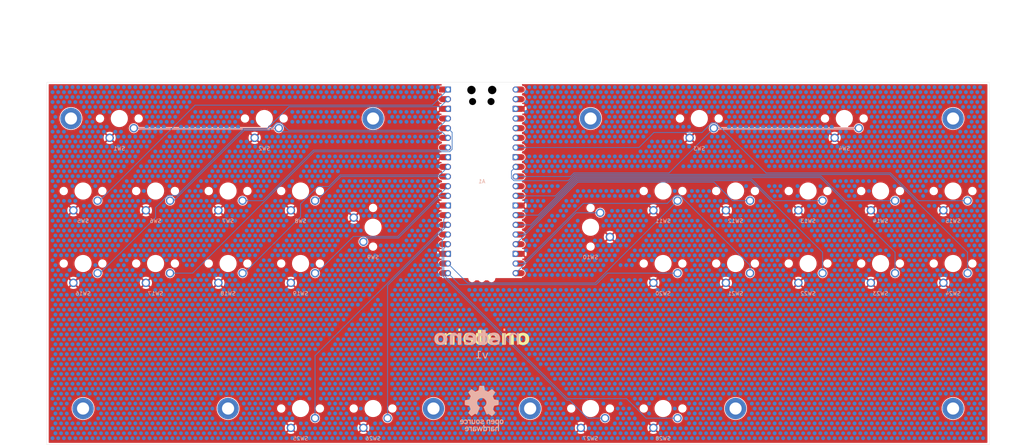
<source format=kicad_pcb>
(kicad_pcb (version 20240108) (generator "pcbnew") (generator_version "8.0")
  (title_block (title "nicosteno") (date "2024-08-05") (rev "1") (company "Nicolas Landucci"))
  (layers (0 "F.Cu" signal) (31 "B.Cu" signal) (34 "B.Paste" user) (35 "F.Paste" user) (36 "B.SilkS" user "B.Silkscreen") (37 "F.SilkS" user "F.Silkscreen") (38 "B.Mask" user) (39 "F.Mask" user) (44 "Edge.Cuts" user))
  (net 0 "")
  (net 1 "/-U-")
  (net 2 "/-A-")
  (net 4 "/R")
  (net 5 "/NUM0-1")
  (net 7 "/-T")
  (net 8 "/-P")
  (net 10 "/K")
  (net 11 "/-G")
  (net 12 "/W")
  (net 13 "/-B")
  (net 15 "/T")
  (net 16 "/-E-")
  (net 18 "/S0")
  (net 19 "/P")
  (net 20 "/NUM2-3")
  (net 22 "/H")
  (net 23 "/-F")
  (net 25 "/-D")
  (net 26 "/-S")
  (net 27 "/-L")
  (net 28 "/-O-")
  (net 29 "/-Z")
  (net 30 "/S1")
  (net 31 "/-R")
  (net 32 "/STAR1")
  (net 33 "/STAR0")
  (net 34 "GND")
  (footprint "MX_Modified:SW_Cherry_MX_1.00u_PCB" (layer "F.Cu") (at 175.26 103.505 180)
    (property "Reference" "SW20")
    (property "Value" "SW_Push")
  )
  (footprint "MX_Modified:SW_Cherry_MX_1.00u_PCB" (layer "F.Cu") (at 232.41 84.455 180)
    (property "Reference" "SW14")
    (property "Value" "SW_Push")
  )
  (footprint "MX_Modified:SW_Cherry_MX_1.00u_PCB" (layer "F.Cu") (at 251.46 103.505 180)
    (property "Reference" "SW24")
    (property "Value" "SW_Push")
  )
  (footprint "MountingHole:MountingHole_3.2mm_M3_DIN965_Pad_TopBottom" (layer "F.Cu") (at 254 136.525)
    (property "Reference" "REF**6" (hide yes))
    (property "Value" "MountingHole_3.2mm_M3_DIN965_Pad_TopBottom")
  )
  (footprint "MX_Modified:SW_Cherry_MX_1.00u_PCB" (layer "F.Cu") (at 22.86 103.505 180)
    (property "Reference" "SW16")
    (property "Value" "SW_Push")
  )
  (footprint "MX_Modified:SW_Cherry_MX_1.00u_PCB" (layer "F.Cu") (at 194.31 84.455 180)
    (property "Reference" "SW12")
    (property "Value" "SW_Push")
  )
  (footprint "MountingHole:MountingHole_3.2mm_M3_DIN965_Pad_TopBottom" (layer "F.Cu") (at 22.225 60.325)
    (property "Reference" "REF**1" (hide yes))
    (property "Value" "MountingHole_3.2mm_M3_DIN965_Pad_TopBottom")
  )
  (footprint "MX_Modified:SW_Cherry_MX_1.00u_PCB" (layer "F.Cu") (at 60.96 84.455 180)
    (property "Reference" "SW7")
    (property "Value" "SW_Push")
  )
  (footprint "MX_Modified:SW_Cherry_MX_1.00u_PCB" (layer "F.Cu") (at 80.01 84.455 180)
    (property "Reference" "SW8")
    (property "Value" "SW_Push")
  )
  (footprint "MX_Modified:SW_Cherry_MX_1.00u_PCB" (layer "F.Cu") (at 156.21 141.605 180)
    (property "Reference" "SW27")
    (property "Value" "SW_Push")
  )
  (footprint "MountingHole:MountingHole_3.2mm_M3_DIN965_Pad_TopBottom" (layer "F.Cu") (at 196.85 136.525)
    (property "Reference" "REF**8" (hide yes))
    (property "Value" "MountingHole_3.2mm_M3_DIN965_Pad_TopBottom")
  )
  (footprint "MX_Modified:SW_Cherry_MX_1.00u_PCB" (layer "F.Cu") (at 251.46 84.455 180)
    (property "Reference" "SW15")
    (property "Value" "SW_Push")
  )
  (footprint "MX_Modified:SW_Cherry_MX_1.00u_PCB" (layer "F.Cu") (at 60.96 103.505 180)
    (property "Reference" "SW18")
    (property "Value" "SW_Push")
  )
  (footprint "MountingHole:MountingHole_3.2mm_M3_DIN965_Pad_TopBottom" (layer "F.Cu") (at 254 60.325)
    (property "Reference" "REF**4" (hide yes))
    (property "Value" "MountingHole_3.2mm_M3_DIN965_Pad_TopBottom")
  )
  (footprint "MX_Modified:SW_Cherry_MX_1.00u_PCB" (layer "F.Cu") (at 41.91 84.455 180)
    (property "Reference" "SW6")
    (property "Value" "SW_Push")
  )
  (footprint "MountingHole:MountingHole_3.2mm_M3_DIN965_Pad_TopBottom" (layer "F.Cu") (at 158.75 60.325)
    (property "Reference" "REF**3" (hide yes))
    (property "Value" "MountingHole_3.2mm_M3_DIN965_Pad_TopBottom")
  )
  (footprint "MX_Modified:SW_Cherry_MX_1.00u_PCB" (layer "F.Cu") (at 213.36 103.505 180)
    (property "Reference" "SW22")
    (property "Value" "SW_Push")
  )
  (footprint "MX_Modified:SW_Cherry_MX_1.00u_PCB" (layer "F.Cu") (at 232.41 103.505 180)
    (property "Reference" "SW23")
    (property "Value" "SW_Push")
  )
  (footprint "MX_Modified:SW_Cherry_MX_2.00u_PCB" (layer "F.Cu") (at 163.83 91.44 -90)
    (property "Reference" "SW10")
    (property "Value" "SW_Push")
  )
  (footprint "MX_Modified:SW_Cherry_MX_1.00u_PCB" (layer "F.Cu") (at 194.31 103.505 180)
    (property "Reference" "SW21")
    (property "Value" "SW_Push")
  )
  (footprint "MX_Modified:SW_Cherry_MX_2.00u_PCB" (layer "F.Cu") (at 96.52 86.36 90)
    (property "Reference" "SW9")
    (property "Value" "SW_Push")
  )
  (footprint "MX_Modified:SW_Cherry_MX_2.00u_PCB" (layer "F.Cu") (at 222.885 65.405 180)
    (property "Reference" "SW4")
    (property "Value" "SW_Push")
  )
  (footprint "MX_Modified:SW_Cherry_MX_1.00u_PCB" (layer "F.Cu") (at 80.01 141.605 180)
    (property "Reference" "SW25")
    (property "Value" "SW_Push")
  )
  (footprint "MX_Modified:SW_Cherry_MX_1.00u_PCB" (layer "F.Cu") (at 175.26 84.455 180)
    (property "Reference" "SW11")
    (property "Value" "SW_Push")
  )
  (footprint "MX_Modified:SW_Cherry_MX_1.00u_PCB" (layer "F.Cu") (at 22.86 84.455 180)
    (property "Reference" "SW5")
    (property "Value" "SW_Push")
  )
  (footprint "MountingHole:MountingHole_3.2mm_M3_DIN965_Pad_TopBottom" (layer "F.Cu") (at 25.4 136.525)
    (property "Reference" "REF**7" (hide yes))
    (property "Value" "MountingHole_3.2mm_M3_DIN965_Pad_TopBottom")
  )
  (footprint "PiPico:RaspberryPi_Pico_Common" (layer "F.Cu") (at 130.175 76.835)
    (property "Reference" "A1")
    (property "Value" "RaspberryPi_Pico_W")
  )
  (footprint "MX_Modified:SW_Cherry_MX_1.00u_PCB" (layer "F.Cu") (at 99.06 141.605 180)
    (property "Reference" "SW26")
    (property "Value" "SW_Push")
  )
  (footprint "MountingHole:MountingHole_3.2mm_M3_DIN965_Pad_TopBottom" (layer "F.Cu") (at 117.475 136.525)
    (property "Reference" "REF**9" (hide yes))
    (property "Value" "MountingHole_3.2mm_M3_DIN965_Pad_TopBottom")
  )
  (footprint "MX_Modified:SW_Cherry_MX_2.00u_PCB" (layer "F.Cu") (at 184.785 65.405 180)
    (property "Reference" "SW3")
    (property "Value" "SW_Push")
  )
  (footprint "MX_Modified:SW_Cherry_MX_1.00u_PCB" (layer "F.Cu") (at 213.36 84.455 180)
    (property "Reference" "SW13")
    (property "Value" "SW_Push")
  )
  (footprint "MX_Modified:SW_Cherry_MX_1.00u_PCB" (layer "F.Cu") (at 175.26 141.605 180)
    (property "Reference" "SW28")
    (property "Value" "SW_Push")
  )
  (footprint "MountingHole:MountingHole_3.2mm_M3_DIN965_Pad_TopBottom" (layer "F.Cu") (at 101.6 60.325)
    (property "Reference" "REF**2" (hide yes))
    (property "Value" "MountingHole_3.2mm_M3_DIN965_Pad_TopBottom")
  )
  (footprint "MX_Modified:SW_Cherry_MX_1.00u_PCB" (layer "F.Cu") (at 80.01 103.505 180)
    (property "Reference" "SW19")
    (property "Value" "SW_Push")
  )
  (footprint "MountingHole:MountingHole_3.2mm_M3_DIN965_Pad_TopBottom" (layer "F.Cu") (at 63.5 136.525)
    (property "Reference" "REF**9" (hide yes))
    (property "Value" "MountingHole_3.2mm_M3_DIN965_Pad_TopBottom")
  )
  (footprint "MX_Modified:SW_Cherry_MX_2.00u_PCB" (layer "F.Cu") (at 32.385 65.405 180)
    (property "Reference" "SW1")
    (property "Value" "SW_Push")
  )
  (footprint "MX_Modified:SW_Cherry_MX_1.00u_PCB" (layer "F.Cu") (at 41.91 103.505 180)
    (property "Reference" "SW17")
    (property "Value" "SW_Push")
  )
  (footprint "MX_Modified:SW_Cherry_MX_2.00u_PCB" (layer "F.Cu") (at 70.485 65.405 180)
    (property "Reference" "SW2")
    (property "Value" "SW_Push")
  )
  (footprint "MountingHole:MountingHole_3.2mm_M3_DIN965_Pad_TopBottom" (layer "F.Cu") (at 142.875 136.525)
    (property "Reference" "REF**10" (hide yes))
    (property "Value" "MountingHole_3.2mm_M3_DIN965_Pad_TopBottom")
  )
  (footprint "Symbol:OSHW-Logo_11.4x12mm_SilkScreen" (layer "B.Cu") (at 130.175 136.525 180)
    (property "Reference" "REF**" (hide yes))
    (property "Value" "OSHW-Logo_11.4x12mm_SilkScreen" (hide yes))
  )
  (gr_line (start 140.716 83.185) (end 141.986 81.915) (stroke (width 0.5)) (layer "F.Cu") (net 34))
  (gr_line (start 140.716 95.885) (end 141.986 97.155) (stroke (width 0.5)) (layer "F.Cu") (net 34))
  (gr_line (start 140.716 83.185) (end 141.986 84.455) (stroke (width 0.5)) (layer "F.Cu") (net 34))
  (gr_line (start 119.634 57.785) (end 118.364 59.055) (stroke (width 0.5)) (layer "F.Cu") (net 34))
  (gr_line (start 119.634 57.785) (end 118.364 56.515) (stroke (width 0.5)) (layer "F.Cu") (net 34))
  (gr_line (start 119.634 95.885) (end 118.364 97.155) (stroke (width 0.5)) (layer "F.Cu") (net 34))
  (gr_line (start 119.634 83.185) (end 118.364 81.915) (stroke (width 0.5)) (layer "F.Cu") (net 34))
  (gr_line (start 119.634 95.885) (end 118.364 94.615) (stroke (width 0.5)) (layer "F.Cu") (net 34))
  (gr_line (start 119.634 70.485) (end 118.364 71.755) (stroke (width 0.5)) (layer "F.Cu") (net 34))
  (gr_line (start 140.716 95.885) (end 141.986 94.615) (stroke (width 0.5)) (layer "F.Cu") (net 34))
  (gr_line (start 119.634 70.485) (end 118.364 69.215) (stroke (width 0.5)) (layer "F.Cu") (net 34))
  (gr_line (start 119.634 83.185) (end 118.364 84.455) (stroke (width 0.5)) (layer "F.Cu") (net 34))
  (gr_line (start 140.716 57.785) (end 141.986 56.515) (stroke (width 0.5)) (layer "F.Cu") (net 34))
  (gr_line (start 140.716 57.785) (end 141.986 59.055) (stroke (width 0.5)) (layer "F.Cu") (net 34))
  (gr_circle (center 197.375 131.340362) (end 197.875 131.340362) (fill solid) (layer "B.Cu"))
  (gr_circle (center 219.875 66.388457) (end 220.375 66.388457) (fill solid) (layer "B.Cu"))
  (gr_circle (center 218.375 128.742286) (end 218.875 128.742286) (fill solid) (layer "B.Cu"))
  (gr_circle (center 126.875 144.330743) (end 127.375 144.330743) (fill solid) (layer "B.Cu"))
  (gr_circle (center 137.375 113.153829) (end 137.875 113.153829) (fill solid) (layer "B.Cu"))
  (gr_circle (center 180.125 114.452867) (end 180.625 114.452867) (fill solid) (layer "B.Cu"))
  (gr_circle (center 111.125 140.433629) (end 111.625 140.433629) (fill solid) (layer "B.Cu"))
  (gr_circle (center 22.625 111.85479) (end 23.125 111.85479) (fill solid) (layer "B.Cu"))
  (gr_circle (center 45.125 130.041324) (end 45.625 130.041324) (fill solid) (layer "B.Cu"))
  (gr_circle (center 165.125 140.433629) (end 165.625 140.433629) (fill solid) (layer "B.Cu"))
  (gr_circle (center 173.375 120.948057) (end 173.875 120.948057) (fill solid) (layer "B.Cu"))
  (gr_circle (center 240.125 143.031705) (end 240.625 143.031705) (fill solid) (layer "B.Cu"))
  (gr_circle (center 123.875 120.948057) (end 124.375 120.948057) (fill solid) (layer "B.Cu"))
  (gr_circle (center 165.125 117.050943) (end 165.625 117.050943) (fill solid) (layer "B.Cu"))
  (gr_circle (center 133.625 119.649019) (end 134.125 119.649019) (fill solid) (layer "B.Cu"))
  (gr_circle (center 92.375 66.388457) (end 92.875 66.388457) (fill solid) (layer "B.Cu"))
  (gr_circle (center 204.125 101.462486) (end 204.625 101.462486) (fill solid) (layer "B.Cu"))
  (gr_circle (center 48.125 57.29519) (end 48.625 57.29519) (fill solid) (layer "B.Cu"))
  (gr_circle (center 30.125 137.835553) (end 30.625 137.835553) (fill solid) (layer "B.Cu"))
  (gr_circle (center 49.625 143.031705) (end 50.125 143.031705) (fill solid) (layer "B.Cu"))
  (gr_circle (center 96.125 124.845172) (end 96.625 124.845172) (fill solid) (layer "B.Cu"))
  (gr_circle (center 202.625 122.247095) (end 203.125 122.247095) (fill solid) (layer "B.Cu"))
  (gr_circle (center 224.375 68.986533) (end 224.875 68.986533) (fill solid) (layer "B.Cu"))
  (gr_circle (center 61.625 72.883647) (end 62.125 72.883647) (fill solid) (layer "B.Cu"))
  (gr_circle (center 227.375 76.780762) (end 227.875 76.780762) (fill solid) (layer "B.Cu"))
  (gr_circle (center 45.125 111.85479) (end 45.625 111.85479) (fill solid) (layer "B.Cu"))
  (gr_circle (center 32.375 139.134591) (end 32.875 139.134591) (fill solid) (layer "B.Cu"))
  (gr_circle (center 81.125 124.845172) (end 81.625 124.845172) (fill solid) (layer "B.Cu"))
  (gr_circle (center 242.375 139.134591) (end 242.875 139.134591) (fill solid) (layer "B.Cu"))
  (gr_circle (center 71.375 71.584609) (end 71.875 71.584609) (fill solid) (layer "B.Cu"))
  (gr_circle (center 30.125 106.658638) (end 30.625 106.658638) (fill solid) (layer "B.Cu"))
  (gr_circle (center 134.375 113.153829) (end 134.875 113.153829) (fill solid) (layer "B.Cu"))
  (gr_circle (center 54.125 67.687495) (end 54.625 67.687495) (fill solid) (layer "B.Cu"))
  (gr_circle (center 42.875 123.546133) (end 43.375 123.546133) (fill solid) (layer "B.Cu"))
  (gr_circle (center 49.625 93.668257) (end 50.125 93.668257) (fill solid) (layer "B.Cu"))
  (gr_circle (center 241.625 57.29519) (end 242.125 57.29519) (fill solid) (layer "B.Cu"))
  (gr_circle (center 219.125 122.247095) (end 219.625 122.247095) (fill solid) (layer "B.Cu"))
  (gr_circle (center 201.875 141.732667) (end 202.375 141.732667) (fill solid) (layer "B.Cu"))
  (gr_circle (center 204.125 59.893266) (end 204.625 59.893266) (fill solid) (layer "B.Cu"))
  (gr_circle (center 110.375 110.555752) (end 110.875 110.555752) (fill solid) (layer "B.Cu"))
  (gr_circle (center 196.625 127.443248) (end 197.125 127.443248) (fill solid) (layer "B.Cu"))
  (gr_circle (center 72.125 101.462486) (end 72.625 101.462486) (fill solid) (layer "B.Cu"))
  (gr_circle (center 197.375 84.57499) (end 197.875 84.57499) (fill solid) (layer "B.Cu"))
  (gr_circle (center 180.125 119.649019) (end 180.625 119.649019) (fill solid) (layer "B.Cu"))
  (gr_circle (center 92.375 123.546133) (end 92.875 123.546133) (fill solid) (layer "B.Cu"))
  (gr_circle (center 29.375 115.751905) (end 29.875 115.751905) (fill solid) (layer "B.Cu"))
  (gr_circle (center 188.375 105.3596) (end 188.875 105.3596) (fill solid) (layer "B.Cu"))
  (gr_circle (center 180.875 113.153829) (end 181.375 113.153829) (fill solid) (layer "B.Cu"))
  (gr_circle (center 214.625 114.452867) (end 215.125 114.452867) (fill solid) (layer "B.Cu"))
  (gr_circle (center 144.125 111.85479) (end 144.625 111.85479) (fill solid) (layer "B.Cu"))
  (gr_circle (center 42.125 130.041324) (end 42.625 130.041324) (fill solid) (layer "B.Cu"))
  (gr_circle (center 33.875 74.182685) (end 34.375 74.182685) (fill solid) (layer "B.Cu"))
  (gr_circle (center 36.875 100.163448) (end 37.375 100.163448) (fill solid) (layer "B.Cu"))
  (gr_circle (center 197.375 110.555752) (end 197.875 110.555752) (fill solid) (layer "B.Cu"))
  (gr_circle (center 82.625 101.462486) (end 83.125 101.462486) (fill solid) (layer "B.Cu"))
  (gr_circle (center 17.375 139.134591) (end 17.875 139.134591) (fill solid) (layer "B.Cu"))
  (gr_circle (center 258.125 135.237476) (end 258.625 135.237476) (fill solid) (layer "B.Cu"))
  (gr_circle (center 225.875 89.771143) (end 226.375 89.771143) (fill solid) (layer "B.Cu"))
  (gr_circle (center 76.625 52.099038) (end 77.125 52.099038) (fill solid) (layer "B.Cu"))
  (gr_circle (center 51.875 76.780762) (end 52.375 76.780762) (fill solid) (layer "B.Cu"))
  (gr_circle (center 165.125 132.6394) (end 165.625 132.6394) (fill solid) (layer "B.Cu"))
  (gr_circle (center 90.875 136.536514) (end 91.375 136.536514) (fill solid) (layer "B.Cu"))
  (gr_circle (center 213.875 139.134591) (end 214.375 139.134591) (fill solid) (layer "B.Cu"))
  (gr_circle (center 63.125 143.031705) (end 63.625 143.031705) (fill solid) (layer "B.Cu"))
  (gr_circle (center 243.875 107.957676) (end 244.375 107.957676) (fill solid) (layer "B.Cu"))
  (gr_circle (center 213.875 115.751905) (end 214.375 115.751905) (fill solid) (layer "B.Cu"))
  (gr_circle (center 205.625 114.452867) (end 206.125 114.452867) (fill solid) (layer "B.Cu"))
  (gr_circle (center 79.625 106.658638) (end 80.125 106.658638) (fill solid) (layer "B.Cu"))
  (gr_circle (center 24.875 126.14421) (end 25.375 126.14421) (fill solid) (layer "B.Cu"))
  (gr_circle (center 28.625 109.256714) (end 29.125 109.256714) (fill solid) (layer "B.Cu"))
  (gr_circle (center 230.375 94.967295) (end 230.875 94.967295) (fill solid) (layer "B.Cu"))
  (gr_circle (center 219.875 89.771143) (end 220.375 89.771143) (fill solid) (layer "B.Cu"))
  (gr_circle (center 63.125 70.285571) (end 63.625 70.285571) (fill solid) (layer "B.Cu"))
  (gr_circle (center 180.875 120.948057) (end 181.375 120.948057) (fill solid) (layer "B.Cu"))
  (gr_circle (center 148.625 65.089419) (end 149.125 65.089419) (fill solid) (layer "B.Cu"))
  (gr_circle (center 76.625 124.845172) (end 77.125 124.845172) (fill solid) (layer "B.Cu"))
  (gr_circle (center 252.125 117.050943) (end 252.625 117.050943) (fill solid) (layer "B.Cu"))
  (gr_circle (center 248.375 118.349981) (end 248.875 118.349981) (fill solid) (layer "B.Cu"))
  (gr_circle (center 198.875 144.330743) (end 199.375 144.330743) (fill solid) (layer "B.Cu"))
  (gr_circle (center 48.875 136.536514) (end 49.375 136.536514) (fill solid) (layer "B.Cu"))
  (gr_circle (center 255.125 75.481724) (end 255.625 75.481724) (fill solid) (layer "B.Cu"))
  (gr_circle (center 66.125 114.452867) (end 66.625 114.452867) (fill solid) (layer "B.Cu"))
  (gr_circle (center 230.375 118.349981) (end 230.875 118.349981) (fill solid) (layer "B.Cu"))
  (gr_circle (center 151.625 124.845172) (end 152.125 124.845172) (fill solid) (layer "B.Cu"))
  (gr_circle (center 40.625 124.845172) (end 41.125 124.845172) (fill solid) (layer "B.Cu"))
  (gr_circle (center 147.875 79.378838) (end 148.375 79.378838) (fill solid) (layer "B.Cu"))
  (gr_circle (center 252.125 70.285571) (end 252.625 70.285571) (fill solid) (layer "B.Cu"))
  (gr_circle (center 62.375 89.771143) (end 62.875 89.771143) (fill solid) (layer "B.Cu"))
  (gr_circle (center 173.375 128.742286) (end 173.875 128.742286) (fill solid) (layer "B.Cu"))
  (gr_circle (center 59.375 61.192304) (end 59.875 61.192304) (fill solid) (layer "B.Cu"))
  (gr_circle (center 42.875 131.340362) (end 43.375 131.340362) (fill solid) (layer "B.Cu"))
  (gr_circle (center 226.625 130.041324) (end 227.125 130.041324) (fill solid) (layer "B.Cu"))
  (gr_circle (center 90.875 128.742286) (end 91.375 128.742286) (fill solid) (layer "B.Cu"))
  (gr_circle (center 24.875 123.546133) (end 25.375 123.546133) (fill solid) (layer "B.Cu"))
  (gr_circle (center 235.625 117.050943) (end 236.125 117.050943) (fill solid) (layer "B.Cu"))
  (gr_circle (center 178.625 106.658638) (end 179.125 106.658638) (fill solid) (layer "B.Cu"))
  (gr_circle (center 84.125 122.247095) (end 84.625 122.247095) (fill solid) (layer "B.Cu"))
  (gr_circle (center 87.125 143.031705) (end 87.625 143.031705) (fill solid) (layer "B.Cu"))
  (gr_circle (center 139.625 140.433629) (end 140.125 140.433629) (fill solid) (layer "B.Cu"))
  (gr_circle (center 54.125 62.491342) (end 54.625 62.491342) (fill solid) (layer "B.Cu"))
  (gr_circle (center 37.625 52.099038) (end 38.125 52.099038) (fill solid) (layer "B.Cu"))
  (gr_circle (center 187.625 143.031705) (end 188.125 143.031705) (fill solid) (layer "B.Cu"))
  (gr_circle (center 63.875 63.790381) (end 64.375 63.790381) (fill solid) (layer "B.Cu"))
  (gr_circle (center 255.875 107.957676) (end 256.375 107.957676) (fill solid) (layer "B.Cu"))
  (gr_circle (center 21.875 128.742286) (end 22.375 128.742286) (fill solid) (layer "B.Cu"))
  (gr_circle (center 54.125 104.060562) (end 54.625 104.060562) (fill solid) (layer "B.Cu"))
  (gr_circle (center 83.375 107.957676) (end 83.875 107.957676) (fill solid) (layer "B.Cu"))
  (gr_circle (center 249.875 66.388457) (end 250.375 66.388457) (fill solid) (layer "B.Cu"))
  (gr_circle (center 31.625 70.285571) (end 32.125 70.285571) (fill solid) (layer "B.Cu"))
  (gr_circle (center 193.625 52.099038) (end 194.125 52.099038) (fill solid) (layer "B.Cu"))
  (gr_circle (center 186.875 55.996152) (end 187.375 55.996152) (fill solid) (layer "B.Cu"))
  (gr_circle (center 58.625 101.462486) (end 59.125 101.462486) (fill solid) (layer "B.Cu"))
  (gr_circle (center 254.375 55.996152) (end 254.875 55.996152) (fill solid) (layer "B.Cu"))
  (gr_circle (center 195.875 58.594228) (end 196.375 58.594228) (fill solid) (layer "B.Cu"))
  (gr_circle (center 248.375 113.153829) (end 248.875 113.153829) (fill solid) (layer "B.Cu"))
  (gr_circle (center 127.625 124.845172) (end 128.125 124.845172) (fill solid) (layer "B.Cu"))
  (gr_circle (center 168.875 136.536514) (end 169.375 136.536514) (fill solid) (layer "B.Cu"))
  (gr_circle (center 222.125 124.845172) (end 222.625 124.845172) (fill solid) (layer "B.Cu"))
  (gr_circle (center 242.375 126.14421) (end 242.875 126.14421) (fill solid) (layer "B.Cu"))
  (gr_circle (center 105.875 79.378838) (end 106.375 79.378838) (fill solid) (layer "B.Cu"))
  (gr_circle (center 54.125 127.443248) (end 54.625 127.443248) (fill solid) (layer "B.Cu"))
  (gr_circle (center 260.375 139.134591) (end 260.875 139.134591) (fill solid) (layer "B.Cu"))
  (gr_circle (center 34.625 109.256714) (end 35.125 109.256714) (fill solid) (layer "B.Cu"))
  (gr_circle (center 90.875 105.3596) (end 91.375 105.3596) (fill solid) (layer "B.Cu"))
  (gr_circle (center 188.375 89.771143) (end 188.875 89.771143) (fill solid) (layer "B.Cu"))
  (gr_circle (center 111.125 72.883647) (end 111.625 72.883647) (fill solid) (layer "B.Cu"))
  (gr_circle (center 105.125 143.031705) (end 105.625 143.031705) (fill solid) (layer "B.Cu"))
  (gr_circle (center 222.125 85.874028) (end 222.625 85.874028) (fill solid) (layer "B.Cu"))
  (gr_circle (center 191.375 118.349981) (end 191.875 118.349981) (fill solid) (layer "B.Cu"))
  (gr_circle (center 69.125 91.070181) (end 69.625 91.070181) (fill solid) (layer "B.Cu"))
  (gr_circle (center 33.875 136.536514) (end 34.375 136.536514) (fill solid) (layer "B.Cu"))
  (gr_circle (center 60.875 100.163448) (end 61.375 100.163448) (fill solid) (layer "B.Cu"))
  (gr_circle (center 254.375 87.173066) (end 254.875 87.173066) (fill solid) (layer "B.Cu"))
  (gr_circle (center 21.875 68.986533) (end 22.375 68.986533) (fill solid) (layer "B.Cu"))
  (gr_circle (center 89.375 113.153829) (end 89.875 113.153829) (fill solid) (layer "B.Cu"))
  (gr_circle (center 241.625 59.893266) (end 242.125 59.893266) (fill solid) (layer "B.Cu"))
  (gr_circle (center 23.375 87.173066) (end 23.875 87.173066) (fill solid) (layer "B.Cu"))
  (gr_circle (center 186.875 81.976914) (end 187.375 81.976914) (fill solid) (layer "B.Cu"))
  (gr_circle (center 52.625 117.050943) (end 53.125 117.050943) (fill solid) (layer "B.Cu"))
  (gr_circle (center 26.375 120.948057) (end 26.875 120.948057) (fill solid) (layer "B.Cu"))
  (gr_circle (center 123.875 110.555752) (end 124.375 110.555752) (fill solid) (layer "B.Cu"))
  (gr_circle (center 187.625 122.247095) (end 188.125 122.247095) (fill solid) (layer "B.Cu"))
  (gr_circle (center 63.875 102.761524) (end 64.375 102.761524) (fill solid) (layer "B.Cu"))
  (gr_circle (center 147.875 120.948057) (end 148.375 120.948057) (fill solid) (layer "B.Cu"))
  (gr_circle (center 60.125 80.677876) (end 60.625 80.677876) (fill solid) (layer "B.Cu"))
  (gr_circle (center 150.125 127.443248) (end 150.625 127.443248) (fill solid) (layer "B.Cu"))
  (gr_circle (center 231.875 76.780762) (end 232.375 76.780762) (fill solid) (layer "B.Cu"))
  (gr_circle (center 17.375 115.751905) (end 17.875 115.751905) (fill solid) (layer "B.Cu"))
  (gr_circle (center 190.625 140.433629) (end 191.125 140.433629) (fill solid) (layer "B.Cu"))
  (gr_circle (center 41.375 107.957676) (end 41.875 107.957676) (fill solid) (layer "B.Cu"))
  (gr_circle (center 170.375 87.173066) (end 170.875 87.173066) (fill solid) (layer "B.Cu"))
  (gr_circle (center 167.375 84.57499) (end 167.875 84.57499) (fill solid) (layer "B.Cu"))
  (gr_circle (center 84.875 113.153829) (end 85.375 113.153829) (fill solid) (layer "B.Cu"))
  (gr_circle (center 245.375 128.742286) (end 245.875 128.742286) (fill solid) (layer "B.Cu"))
  (gr_circle (center 64.625 72.883647) (end 65.125 72.883647) (fill solid) (layer "B.Cu"))
  (gr_circle (center 60.125 106.658638) (end 60.625 106.658638) (fill solid) (layer "B.Cu"))
  (gr_circle (center 211.625 62.491342) (end 212.125 62.491342) (fill solid) (layer "B.Cu"))
  (gr_circle (center 252.875 131.340362) (end 253.375 131.340362) (fill solid) (layer "B.Cu"))
  (gr_circle (center 151.625 106.658638) (end 152.125 106.658638) (fill solid) (layer "B.Cu"))
  (gr_circle (center 251.375 118.349981) (end 251.875 118.349981) (fill solid) (layer "B.Cu"))
  (gr_circle (center 206.375 123.546133) (end 206.875 123.546133) (fill solid) (layer "B.Cu"))
  (gr_circle (center 66.875 118.349981) (end 67.375 118.349981) (fill solid) (layer "B.Cu"))
  (gr_circle (center 26.375 102.761524) (end 26.875 102.761524) (fill solid) (layer "B.Cu"))
  (gr_circle (center 169.625 54.697114) (end 170.125 54.697114) (fill solid) (layer "B.Cu"))
  (gr_circle (center 114.125 78.0798) (end 114.625 78.0798) (fill solid) (layer "B.Cu"))
  (gr_circle (center 17.375 113.153829) (end 17.875 113.153829) (fill solid) (layer "B.Cu"))
  (gr_circle (center 207.125 104.060562) (end 207.625 104.060562) (fill solid) (layer "B.Cu"))
  (gr_circle (center 91.625 65.089419) (end 92.125 65.089419) (fill solid) (layer "B.Cu"))
  (gr_circle (center 117.875 79.378838) (end 118.375 79.378838) (fill solid) (layer "B.Cu"))
  (gr_circle (center 45.125 124.845172) (end 45.625 124.845172) (fill solid) (layer "B.Cu"))
  (gr_circle (center 174.125 67.687495) (end 174.625 67.687495) (fill solid) (layer "B.Cu"))
  (gr_circle (center 166.625 59.893266) (end 167.125 59.893266) (fill solid) (layer "B.Cu"))
  (gr_circle (center 210.125 109.256714) (end 210.625 109.256714) (fill solid) (layer "B.Cu"))
  (gr_circle (center 248.375 94.967295) (end 248.875 94.967295) (fill solid) (layer "B.Cu"))
  (gr_circle (center 185.375 55.996152) (end 185.875 55.996152) (fill solid) (layer "B.Cu"))
  (gr_circle (center 18.875 113.153829) (end 19.375 113.153829) (fill solid) (layer "B.Cu"))
  (gr_circle (center 60.875 107.957676) (end 61.375 107.957676) (fill solid) (layer "B.Cu"))
  (gr_circle (center 230.375 128.742286) (end 230.875 128.742286) (fill solid) (layer "B.Cu"))
  (gr_circle (center 185.375 131.340362) (end 185.875 131.340362) (fill solid) (layer "B.Cu"))
  (gr_circle (center 207.125 109.256714) (end 207.625 109.256714) (fill solid) (layer "B.Cu"))
  (gr_circle (center 91.625 130.041324) (end 92.125 130.041324) (fill solid) (layer "B.Cu"))
  (gr_circle (center 118.625 70.285571) (end 119.125 70.285571) (fill solid) (layer "B.Cu"))
  (gr_circle (center 27.875 107.957676) (end 28.375 107.957676) (fill solid) (layer "B.Cu"))
  (gr_circle (center 97.625 65.089419) (end 98.125 65.089419) (fill solid) (layer "B.Cu"))
  (gr_circle (center 225.875 123.546133) (end 226.375 123.546133) (fill solid) (layer "B.Cu"))
  (gr_circle (center 110.375 107.957676) (end 110.875 107.957676) (fill solid) (layer "B.Cu"))
  (gr_circle (center 76.625 111.85479) (end 77.125 111.85479) (fill solid) (layer "B.Cu"))
  (gr_circle (center 48.125 54.697114) (end 48.625 54.697114) (fill solid) (layer "B.Cu"))
  (gr_circle (center 54.875 123.546133) (end 55.375 123.546133) (fill solid) (layer "B.Cu"))
  (gr_circle (center 115.625 130.041324) (end 116.125 130.041324) (fill solid) (layer "B.Cu"))
  (gr_circle (center 90.125 70.285571) (end 90.625 70.285571) (fill solid) (layer "B.Cu"))
  (gr_circle (center 18.125 93.668257) (end 18.625 93.668257) (fill solid) (layer "B.Cu"))
  (gr_circle (center 69.875 71.584609) (end 70.375 71.584609) (fill solid) (layer "B.Cu"))
  (gr_circle (center 50.375 123.546133) (end 50.875 123.546133) (fill solid) (layer "B.Cu"))
  (gr_circle (center 167.375 63.790381) (end 167.875 63.790381) (fill solid) (layer "B.Cu"))
  (gr_circle (center 86.375 53.398076) (end 86.875 53.398076) (fill solid) (layer "B.Cu"))
  (gr_circle (center 110.375 126.14421) (end 110.875 126.14421) (fill solid) (layer "B.Cu"))
  (gr_circle (center 238.625 54.697114) (end 239.125 54.697114) (fill solid) (layer "B.Cu"))
  (gr_circle (center 55.625 96.266333) (end 56.125 96.266333) (fill solid) (layer "B.Cu"))
  (gr_circle (center 58.625 70.285571) (end 59.125 70.285571) (fill solid) (layer "B.Cu"))
  (gr_circle (center 114.875 115.751905) (end 115.375 115.751905) (fill solid) (layer "B.Cu"))
  (gr_circle (center 46.625 91.070181) (end 47.125 91.070181) (fill solid) (layer "B.Cu"))
  (gr_circle (center 164.375 66.388457) (end 164.875 66.388457) (fill solid) (layer "B.Cu"))
  (gr_circle (center 226.625 119.649019) (end 227.125 119.649019) (fill solid) (layer "B.Cu"))
  (gr_circle (center 239.375 115.751905) (end 239.875 115.751905) (fill solid) (layer "B.Cu"))
  (gr_circle (center 222.125 62.491342) (end 222.625 62.491342) (fill solid) (layer "B.Cu"))
  (gr_circle (center 33.875 110.555752) (end 34.375 110.555752) (fill solid) (layer "B.Cu"))
  (gr_circle (center 149.375 107.957676) (end 149.875 107.957676) (fill solid) (layer "B.Cu"))
  (gr_circle (center 78.125 119.649019) (end 78.625 119.649019) (fill solid) (layer "B.Cu"))
  (gr_circle (center 112.625 135.237476) (end 113.125 135.237476) (fill solid) (layer "B.Cu"))
  (gr_circle (center 249.125 93.668257) (end 249.625 93.668257) (fill solid) (layer "B.Cu"))
  (gr_circle (center 108.125 114.452867) (end 108.625 114.452867) (fill solid) (layer "B.Cu"))
  (gr_circle (center 18.875 141.732667) (end 19.375 141.732667) (fill solid) (layer "B.Cu"))
  (gr_circle (center 258.125 132.6394) (end 258.625 132.6394) (fill solid) (layer "B.Cu"))
  (gr_circle (center 105.875 58.594228) (end 106.375 58.594228) (fill solid) (layer "B.Cu"))
  (gr_circle (center 199.625 62.491342) (end 200.125 62.491342) (fill solid) (layer "B.Cu"))
  (gr_circle (center 57.125 132.6394) (end 57.625 132.6394) (fill solid) (layer "B.Cu"))
  (gr_circle (center 261.125 135.237476) (end 261.625 135.237476) (fill solid) (layer "B.Cu"))
  (gr_circle (center 181.625 70.285571) (end 182.125 70.285571) (fill solid) (layer "B.Cu"))
  (gr_circle (center 222.875 136.536514) (end 223.375 136.536514) (fill solid) (layer "B.Cu"))
  (gr_circle (center 96.125 54.697114) (end 96.625 54.697114) (fill solid) (layer "B.Cu"))
  (gr_circle (center 72.875 113.153829) (end 73.375 113.153829) (fill solid) (layer "B.Cu"))
  (gr_circle (center 115.625 59.893266) (end 116.125 59.893266) (fill solid) (layer "B.Cu"))
  (gr_circle (center 27.875 115.751905) (end 28.375 115.751905) (fill solid) (layer "B.Cu"))
  (gr_circle (center 171.125 80.677876) (end 171.625 80.677876) (fill solid) (layer "B.Cu"))
  (gr_circle (center 96.125 72.883647) (end 96.625 72.883647) (fill solid) (layer "B.Cu"))
  (gr_circle (center 226.625 111.85479) (end 227.125 111.85479) (fill solid) (layer "B.Cu"))
  (gr_circle (center 75.875 76.780762) (end 76.375 76.780762) (fill solid) (layer "B.Cu"))
  (gr_circle (center 216.875 58.594228) (end 217.375 58.594228) (fill solid) (layer "B.Cu"))
  (gr_circle (center 214.625 109.256714) (end 215.125 109.256714) (fill solid) (layer "B.Cu"))
  (gr_circle (center 42.125 106.658638) (end 42.625 106.658638) (fill solid) (layer "B.Cu"))
  (gr_circle (center 77.375 113.153829) (end 77.875 113.153829) (fill solid) (layer "B.Cu"))
  (gr_circle (center 175.625 130.041324) (end 176.125 130.041324) (fill solid) (layer "B.Cu"))
  (gr_circle (center 160.625 106.658638) (end 161.125 106.658638) (fill solid) (layer "B.Cu"))
  (gr_circle (center 21.125 137.835553) (end 21.625 137.835553) (fill solid) (layer "B.Cu"))
  (gr_circle (center 111.875 100.163448) (end 112.375 100.163448) (fill solid) (layer "B.Cu"))
  (gr_circle (center 183.875 110.555752) (end 184.375 110.555752) (fill solid) (layer "B.Cu"))
  (gr_circle (center 36.125 85.874028) (end 36.625 85.874028) (fill solid) (layer "B.Cu"))
  (gr_circle (center 45.875 87.173066) (end 46.375 87.173066) (fill solid) (layer "B.Cu"))
  (gr_circle (center 26.375 128.742286) (end 26.875 128.742286) (fill solid) (layer "B.Cu"))
  (gr_circle (center 72.875 97.565371) (end 73.375 97.565371) (fill solid) (layer "B.Cu"))
  (gr_circle (center 240.125 65.089419) (end 240.625 65.089419) (fill solid) (layer "B.Cu"))
  (gr_circle (center 203.375 105.3596) (end 203.875 105.3596) (fill solid) (layer "B.Cu"))
  (gr_circle (center 165.875 139.134591) (end 166.375 139.134591) (fill solid) (layer "B.Cu"))
  (gr_circle (center 215.375 115.751905) (end 215.875 115.751905) (fill solid) (layer "B.Cu"))
  (gr_circle (center 74.375 123.546133) (end 74.875 123.546133) (fill solid) (layer "B.Cu"))
  (gr_circle (center 211.625 67.687495) (end 212.125 67.687495) (fill solid) (layer "B.Cu"))
  (gr_circle (center 167.375 105.3596) (end 167.875 105.3596) (fill solid) (layer "B.Cu"))
  (gr_circle (center 109.625 59.893266) (end 110.125 59.893266) (fill solid) (layer "B.Cu"))
  (gr_circle (center 117.125 109.256714) (end 117.625 109.256714) (fill solid) (layer "B.Cu"))
  (gr_circle (center 68.375 105.3596) (end 68.875 105.3596) (fill solid) (layer "B.Cu"))
  (gr_circle (center 76.625 93.668257) (end 77.125 93.668257) (fill solid) (layer "B.Cu"))
  (gr_circle (center 34.625 72.883647) (end 35.125 72.883647) (fill solid) (layer "B.Cu"))
  (gr_circle (center 176.375 53.398076) (end 176.875 53.398076) (fill solid) (layer "B.Cu"))
  (gr_circle (center 38.375 120.948057) (end 38.875 120.948057) (fill solid) (layer "B.Cu"))
  (gr_circle (center 50.375 55.996152) (end 50.875 55.996152) (fill solid) (layer "B.Cu"))
  (gr_circle (center 18.125 59.893266) (end 18.625 59.893266) (fill solid) (layer "B.Cu"))
  (gr_circle (center 124.625 109.256714) (end 125.125 109.256714) (fill solid) (layer "B.Cu"))
  (gr_circle (center 136.625 124.845172) (end 137.125 124.845172) (fill solid) (layer "B.Cu"))
  (gr_circle (center 57.125 127.443248) (end 57.625 127.443248) (fill solid) (layer "B.Cu"))
  (gr_circle (center 17.375 105.3596) (end 17.875 105.3596) (fill solid) (layer "B.Cu"))
  (gr_circle (center 228.875 76.780762) (end 229.375 76.780762) (fill solid) (layer "B.Cu"))
  (gr_circle (center 192.875 139.134591) (end 193.375 139.134591) (fill solid) (layer "B.Cu"))
  (gr_circle (center 225.125 127.443248) (end 225.625 127.443248) (fill solid) (layer "B.Cu"))
  (gr_circle (center 45.125 137.835553) (end 45.625 137.835553) (fill solid) (layer "B.Cu"))
  (gr_circle (center 31.625 137.835553) (end 32.125 137.835553) (fill solid) (layer "B.Cu"))
  (gr_circle (center 261.125 85.874028) (end 261.625 85.874028) (fill solid) (layer "B.Cu"))
  (gr_circle (center 46.625 83.275952) (end 47.125 83.275952) (fill solid) (layer "B.Cu"))
  (gr_circle (center 111.875 53.398076) (end 112.375 53.398076) (fill solid) (layer "B.Cu"))
  (gr_circle (center 151.625 98.864409) (end 152.125 98.864409) (fill solid) (layer "B.Cu"))
  (gr_circle (center 198.125 119.649019) (end 198.625 119.649019) (fill solid) (layer "B.Cu"))
  (gr_circle (center 255.125 83.275952) (end 255.625 83.275952) (fill solid) (layer "B.Cu"))
  (gr_circle (center 20.375 71.584609) (end 20.875 71.584609) (fill solid) (layer "B.Cu"))
  (gr_circle (center 30.875 126.14421) (end 31.375 126.14421) (fill solid) (layer "B.Cu"))
  (gr_circle (center 55.625 119.649019) (end 56.125 119.649019) (fill solid) (layer "B.Cu"))
  (gr_circle (center 86.375 71.584609) (end 86.875 71.584609) (fill solid) (layer "B.Cu"))
  (gr_circle (center 62.375 58.594228) (end 62.875 58.594228) (fill solid) (layer "B.Cu"))
  (gr_circle (center 193.625 127.443248) (end 194.125 127.443248) (fill solid) (layer "B.Cu"))
  (gr_circle (center 239.375 110.555752) (end 239.875 110.555752) (fill solid) (layer "B.Cu"))
  (gr_circle (center 72.875 105.3596) (end 73.375 105.3596) (fill solid) (layer "B.Cu"))
  (gr_circle (center 110.375 92.369219) (end 110.875 92.369219) (fill solid) (layer "B.Cu"))
  (gr_circle (center 109.625 122.247095) (end 110.125 122.247095) (fill solid) (layer "B.Cu"))
  (gr_circle (center 250.625 57.29519) (end 251.125 57.29519) (fill solid) (layer "B.Cu"))
  (gr_circle (center 195.125 59.893266) (end 195.625 59.893266) (fill solid) (layer "B.Cu"))
  (gr_circle (center 36.125 96.266333) (end 36.625 96.266333) (fill solid) (layer "B.Cu"))
  (gr_circle (center 199.625 52.099038) (end 200.125 52.099038) (fill solid) (layer "B.Cu"))
  (gr_circle (center 126.875 110.555752) (end 127.375 110.555752) (fill solid) (layer "B.Cu"))
  (gr_circle (center 108.125 130.041324) (end 108.625 130.041324) (fill solid) (layer "B.Cu"))
  (gr_circle (center 159.875 131.340362) (end 160.375 131.340362) (fill solid) (layer "B.Cu"))
  (gr_circle (center 259.625 65.089419) (end 260.125 65.089419) (fill solid) (layer "B.Cu"))
  (gr_circle (center 231.125 140.433629) (end 231.625 140.433629) (fill solid) (layer "B.Cu"))
  (gr_circle (center 164.375 144.330743) (end 164.875 144.330743) (fill solid) (layer "B.Cu"))
  (gr_circle (center 117.125 59.893266) (end 117.625 59.893266) (fill solid) (layer "B.Cu"))
  (gr_circle (center 261.875 81.976914) (end 262.375 81.976914) (fill solid) (layer "B.Cu"))
  (gr_circle (center 67.625 104.060562) (end 68.125 104.060562) (fill solid) (layer "B.Cu"))
  (gr_circle (center 189.875 141.732667) (end 190.375 141.732667) (fill solid) (layer "B.Cu"))
  (gr_circle (center 33.875 100.163448) (end 34.375 100.163448) (fill solid) (layer "B.Cu"))
  (gr_circle (center 166.625 132.6394) (end 167.125 132.6394) (fill solid) (layer "B.Cu"))
  (gr_circle (center 36.875 107.957676) (end 37.375 107.957676) (fill solid) (layer "B.Cu"))
  (gr_circle (center 226.625 93.668257) (end 227.125 93.668257) (fill solid) (layer "B.Cu"))
  (gr_circle (center 39.875 133.938438) (end 40.375 133.938438) (fill solid) (layer "B.Cu"))
  (gr_circle (center 73.625 75.481724) (end 74.125 75.481724) (fill solid) (layer "B.Cu"))
  (gr_circle (center 213.125 130.041324) (end 213.625 130.041324) (fill solid) (layer "B.Cu"))
  (gr_circle (center 210.125 59.893266) (end 210.625 59.893266) (fill solid) (layer "B.Cu"))
  (gr_circle (center 171.125 96.266333) (end 171.625 96.266333) (fill solid) (layer "B.Cu"))
  (gr_circle (center 43.625 75.481724) (end 44.125 75.481724) (fill solid) (layer "B.Cu"))
  (gr_circle (center 245.375 79.378838) (end 245.875 79.378838) (fill solid) (layer "B.Cu"))
  (gr_circle (center 29.375 128.742286) (end 29.875 128.742286) (fill solid) (layer "B.Cu"))
  (gr_circle (center 26.375 115.751905) (end 26.875 115.751905) (fill solid) (layer "B.Cu"))
  (gr_circle (center 185.375 102.761524) (end 185.875 102.761524) (fill solid) (layer "B.Cu"))
  (gr_circle (center 222.875 113.153829) (end 223.375 113.153829) (fill solid) (layer "B.Cu"))
  (gr_circle (center 138.875 136.536514) (end 139.375 136.536514) (fill solid) (layer "B.Cu"))
  (gr_circle (center 75.125 85.874028) (end 75.625 85.874028) (fill solid) (layer "B.Cu"))
  (gr_circle (center 23.375 126.14421) (end 23.875 126.14421) (fill solid) (layer "B.Cu"))
  (gr_circle (center 56.375 63.790381) (end 56.875 63.790381) (fill solid) (layer "B.Cu"))
  (gr_circle (center 91.625 137.835553) (end 92.125 137.835553) (fill solid) (layer "B.Cu"))
  (gr_circle (center 39.875 120.948057) (end 40.375 120.948057) (fill solid) (layer "B.Cu"))
  (gr_circle (center 149.375 115.751905) (end 149.875 115.751905) (fill solid) (layer "B.Cu"))
  (gr_circle (center 65.375 68.986533) (end 65.875 68.986533) (fill solid) (layer "B.Cu"))
  (gr_circle (center 201.875 102.761524) (end 202.375 102.761524) (fill solid) (layer "B.Cu"))
  (gr_circle (center 180.875 66.388457) (end 181.375 66.388457) (fill solid) (layer "B.Cu"))
  (gr_circle (center 216.125 52.099038) (end 216.625 52.099038) (fill solid) (layer "B.Cu"))
  (gr_circle (center 62.375 74.182685) (end 62.875 74.182685) (fill solid) (layer "B.Cu"))
  (gr_circle (center 129.125 117.050943) (end 129.625 117.050943) (fill solid) (layer "B.Cu"))
  (gr_circle (center 182.375 131.340362) (end 182.875 131.340362) (fill solid) (layer "B.Cu"))
  (gr_circle (center 216.875 68.986533) (end 217.375 68.986533) (fill solid) (layer "B.Cu"))
  (gr_circle (center 104.375 94.967295) (end 104.875 94.967295) (fill solid) (layer "B.Cu"))
  (gr_circle (center 46.625 96.266333) (end 47.125 96.266333) (fill solid) (layer "B.Cu"))
  (gr_circle (center 221.375 144.330743) (end 221.875 144.330743) (fill solid) (layer "B.Cu"))
  (gr_circle (center 21.875 100.163448) (end 22.375 100.163448) (fill solid) (layer "B.Cu"))
  (gr_circle (center 219.875 105.3596) (end 220.375 105.3596) (fill solid) (layer "B.Cu"))
  (gr_circle (center 255.875 105.3596) (end 256.375 105.3596) (fill solid) (layer "B.Cu"))
  (gr_circle (center 130.625 106.658638) (end 131.125 106.658638) (fill solid) (layer "B.Cu"))
  (gr_circle (center 261.875 92.369219) (end 262.375 92.369219) (fill solid) (layer "B.Cu"))
  (gr_circle (center 39.125 85.874028) (end 39.625 85.874028) (fill solid) (layer "B.Cu"))
  (gr_circle (center 147.125 72.883647) (end 147.625 72.883647) (fill solid) (layer "B.Cu"))
  (gr_circle (center 189.875 136.536514) (end 190.375 136.536514) (fill solid) (layer "B.Cu"))
  (gr_circle (center 209.375 89.771143) (end 209.875 89.771143) (fill solid) (layer "B.Cu"))
  (gr_circle (center 183.875 118.349981) (end 184.375 118.349981) (fill solid) (layer "B.Cu"))
  (gr_circle (center 81.875 92.369219) (end 82.375 92.369219) (fill solid) (layer "B.Cu"))
  (gr_circle (center 161.375 92.369219) (end 161.875 92.369219) (fill solid) (layer "B.Cu"))
  (gr_circle (center 246.875 63.790381) (end 247.375 63.790381) (fill solid) (layer "B.Cu"))
  (gr_circle (center 183.875 94.967295) (end 184.375 94.967295) (fill solid) (layer "B.Cu"))
  (gr_circle (center 153.875 115.751905) (end 154.375 115.751905) (fill solid) (layer "B.Cu"))
  (gr_circle (center 189.125 83.275952) (end 189.625 83.275952) (fill solid) (layer "B.Cu"))
  (gr_circle (center 87.125 111.85479) (end 87.625 111.85479) (fill solid) (layer "B.Cu"))
  (gr_circle (center 199.625 117.050943) (end 200.125 117.050943) (fill solid) (layer "B.Cu"))
  (gr_circle (center 169.625 62.491342) (end 170.125 62.491342) (fill solid) (layer "B.Cu"))
  (gr_circle (center 158.375 118.349981) (end 158.875 118.349981) (fill solid) (layer "B.Cu"))
  (gr_circle (center 260.375 66.388457) (end 260.875 66.388457) (fill solid) (layer "B.Cu"))
  (gr_circle (center 24.125 119.649019) (end 24.625 119.649019) (fill solid) (layer "B.Cu"))
  (gr_circle (center 91.625 98.864409) (end 92.125 98.864409) (fill solid) (layer "B.Cu"))
  (gr_circle (center 191.375 107.957676) (end 191.875 107.957676) (fill solid) (layer "B.Cu"))
  (gr_circle (center 201.875 89.771143) (end 202.375 89.771143) (fill solid) (layer "B.Cu"))
  (gr_circle (center 25.625 62.491342) (end 26.125 62.491342) (fill solid) (layer "B.Cu"))
  (gr_circle (center 247.625 62.491342) (end 248.125 62.491342) (fill solid) (layer "B.Cu"))
  (gr_circle (center 48.875 87.173066) (end 49.375 87.173066) (fill solid) (layer "B.Cu"))
  (gr_circle (center 101.375 128.742286) (end 101.875 128.742286) (fill solid) (layer "B.Cu"))
  (gr_circle (center 242.375 55.996152) (end 242.875 55.996152) (fill solid) (layer "B.Cu"))
  (gr_circle (center 163.625 143.031705) (end 164.125 143.031705) (fill solid) (layer "B.Cu"))
  (gr_circle (center 112.625 93.668257) (end 113.125 93.668257) (fill solid) (layer "B.Cu"))
  (gr_circle (center 125.375 110.555752) (end 125.875 110.555752) (fill solid) (layer "B.Cu"))
  (gr_circle (center 35.375 89.771143) (end 35.875 89.771143) (fill solid) (layer "B.Cu"))
  (gr_circle (center 167.375 139.134591) (end 167.875 139.134591) (fill solid) (layer "B.Cu"))
  (gr_circle (center 228.125 93.668257) (end 228.625 93.668257) (fill solid) (layer "B.Cu"))
  (gr_circle (center 88.625 72.883647) (end 89.125 72.883647) (fill solid) (layer "B.Cu"))
  (gr_circle (center 223.625 96.266333) (end 224.125 96.266333) (fill solid) (layer "B.Cu"))
  (gr_circle (center 68.375 84.57499) (end 68.875 84.57499) (fill solid) (layer "B.Cu"))
  (gr_circle (center 68.375 115.751905) (end 68.875 115.751905) (fill solid) (layer "B.Cu"))
  (gr_circle (center 38.375 94.967295) (end 38.875 94.967295) (fill solid) (layer "B.Cu"))
  (gr_circle (center 46.625 59.893266) (end 47.125 59.893266) (fill solid) (layer "B.Cu"))
  (gr_circle (center 63.125 75.481724) (end 63.625 75.481724) (fill solid) (layer "B.Cu"))
  (gr_circle (center 38.375 131.340362) (end 38.875 131.340362) (fill solid) (layer "B.Cu"))
  (gr_circle (center 191.375 139.134591) (end 191.875 139.134591) (fill solid) (layer "B.Cu"))
  (gr_circle (center 42.125 111.85479) (end 42.625 111.85479) (fill solid) (layer "B.Cu"))
  (gr_circle (center 240.875 105.3596) (end 241.375 105.3596) (fill solid) (layer "B.Cu"))
  (gr_circle (center 89.375 141.732667) (end 89.875 141.732667) (fill solid) (layer "B.Cu"))
  (gr_circle (center 245.375 126.14421) (end 245.875 126.14421) (fill solid) (layer "B.Cu"))
  (gr_circle (center 107.375 107.957676) (end 107.875 107.957676) (fill solid) (layer "B.Cu"))
  (gr_circle (center 142.625 140.433629) (end 143.125 140.433629) (fill solid) (layer "B.Cu"))
  (gr_circle (center 147.875 89.771143) (end 148.375 89.771143) (fill solid) (layer "B.Cu"))
  (gr_circle (center 255.875 123.546133) (end 256.375 123.546133) (fill solid) (layer "B.Cu"))
  (gr_circle (center 214.625 143.031705) (end 215.125 143.031705) (fill solid) (layer "B.Cu"))
  (gr_circle (center 117.875 97.565371) (end 118.375 97.565371) (fill solid) (layer "B.Cu"))
  (gr_circle (center 231.125 52.099038) (end 231.625 52.099038) (fill solid) (layer "B.Cu"))
  (gr_circle (center 78.875 53.398076) (end 79.375 53.398076) (fill solid) (layer "B.Cu"))
  (gr_circle (center 180.125 117.050943) (end 180.625 117.050943) (fill solid) (layer "B.Cu"))
  (gr_circle (center 258.125 88.472105) (end 258.625 88.472105) (fill solid) (layer "B.Cu"))
  (gr_circle (center 243.125 101.462486) (end 243.625 101.462486) (fill solid) (layer "B.Cu"))
  (gr_circle (center 198.125 65.089419) (end 198.625 65.089419) (fill solid) (layer "B.Cu"))
  (gr_circle (center 141.125 124.845172) (end 141.625 124.845172) (fill solid) (layer "B.Cu"))
  (gr_circle (center 163.625 119.649019) (end 164.125 119.649019) (fill solid) (layer "B.Cu"))
  (gr_circle (center 114.875 102.761524) (end 115.375 102.761524) (fill solid) (layer "B.Cu"))
  (gr_circle (center 150.875 107.957676) (end 151.375 107.957676) (fill solid) (layer "B.Cu"))
  (gr_circle (center 216.125 65.089419) (end 216.625 65.089419) (fill solid) (layer "B.Cu"))
  (gr_circle (center 148.625 140.433629) (end 149.125 140.433629) (fill solid) (layer "B.Cu"))
  (gr_circle (center 155.375 144.330743) (end 155.875 144.330743) (fill solid) (layer "B.Cu"))
  (gr_circle (center 113.375 144.330743) (end 113.875 144.330743) (fill solid) (layer "B.Cu"))
  (gr_circle (center 53.375 53.398076) (end 53.875 53.398076) (fill solid) (layer "B.Cu"))
  (gr_circle (center 248.375 102.761524) (end 248.875 102.761524) (fill solid) (layer "B.Cu"))
  (gr_circle (center 17.375 100.163448) (end 17.875 100.163448) (fill solid) (layer "B.Cu"))
  (gr_circle (center 218.375 133.938438) (end 218.875 133.938438) (fill solid) (layer "B.Cu"))
  (gr_circle (center 214.625 106.658638) (end 215.125 106.658638) (fill solid) (layer "B.Cu"))
  (gr_circle (center 18.875 55.996152) (end 19.375 55.996152) (fill solid) (layer "B.Cu"))
  (gr_circle (center 246.125 117.050943) (end 246.625 117.050943) (fill solid) (layer "B.Cu"))
  (gr_circle (center 140.375 131.340362) (end 140.875 131.340362) (fill solid) (layer "B.Cu"))
  (gr_circle (center 48.125 72.883647) (end 48.625 72.883647) (fill solid) (layer "B.Cu"))
  (gr_circle (center 233.375 55.996152) (end 233.875 55.996152) (fill solid) (layer "B.Cu"))
  (gr_circle (center 143.375 128.742286) (end 143.875 128.742286) (fill solid) (layer "B.Cu"))
  (gr_circle (center 39.125 117.050943) (end 39.625 117.050943) (fill solid) (layer "B.Cu"))
  (gr_circle (center 168.125 91.070181) (end 168.625 91.070181) (fill solid) (layer "B.Cu"))
  (gr_circle (center 174.875 115.751905) (end 175.375 115.751905) (fill solid) (layer "B.Cu"))
  (gr_circle (center 246.125 124.845172) (end 246.625 124.845172) (fill solid) (layer "B.Cu"))
  (gr_circle (center 246.125 130.041324) (end 246.625 130.041324) (fill solid) (layer "B.Cu"))
  (gr_circle (center 210.125 101.462486) (end 210.625 101.462486) (fill solid) (layer "B.Cu"))
  (gr_circle (center 188.375 139.134591) (end 188.875 139.134591) (fill solid) (layer "B.Cu"))
  (gr_circle (center 54.875 120.948057) (end 55.375 120.948057) (fill solid) (layer "B.Cu"))
  (gr_circle (center 196.625 124.845172) (end 197.125 124.845172) (fill solid) (layer "B.Cu"))
  (gr_circle (center 54.875 79.378838) (end 55.375 79.378838) (fill solid) (layer "B.Cu"))
  (gr_circle (center 140.375 144.330743) (end 140.875 144.330743) (fill solid) (layer "B.Cu"))
  (gr_circle (center 243.125 78.0798) (end 243.625 78.0798) (fill solid) (layer "B.Cu"))
  (gr_circle (center 35.375 53.398076) (end 35.875 53.398076) (fill solid) (layer "B.Cu"))
  (gr_circle (center 41.375 128.742286) (end 41.875 128.742286) (fill solid) (layer "B.Cu"))
  (gr_circle (center 149.375 74.182685) (end 149.875 74.182685) (fill solid) (layer "B.Cu"))
  (gr_circle (center 238.625 72.883647) (end 239.125 72.883647) (fill solid) (layer "B.Cu"))
  (gr_circle (center 30.125 88.472105) (end 30.625 88.472105) (fill solid) (layer "B.Cu"))
  (gr_circle (center 52.625 62.491342) (end 53.125 62.491342) (fill solid) (layer "B.Cu"))
  (gr_circle (center 51.125 140.433629) (end 51.625 140.433629) (fill solid) (layer "B.Cu"))
  (gr_circle (center 206.375 115.751905) (end 206.875 115.751905) (fill solid) (layer "B.Cu"))
  (gr_circle (center 179.375 102.761524) (end 179.875 102.761524) (fill solid) (layer "B.Cu"))
  (gr_circle (center 186.875 100.163448) (end 187.375 100.163448) (fill solid) (layer "B.Cu"))
  (gr_circle (center 152.375 97.565371) (end 152.875 97.565371) (fill solid) (layer "B.Cu"))
  (gr_circle (center 147.875 113.153829) (end 148.375 113.153829) (fill solid) (layer "B.Cu"))
  (gr_circle (center 117.875 128.742286) (end 118.375 128.742286) (fill solid) (layer "B.Cu"))
  (gr_circle (center 21.875 74.182685) (end 22.375 74.182685) (fill solid) (layer "B.Cu"))
  (gr_circle (center 186.875 110.555752) (end 187.375 110.555752) (fill solid) (layer "B.Cu"))
  (gr_circle (center 234.125 140.433629) (end 234.625 140.433629) (fill solid) (layer "B.Cu"))
  (gr_circle (center 192.875 53.398076) (end 193.375 53.398076) (fill solid) (layer "B.Cu"))
  (gr_circle (center 25.625 109.256714) (end 26.125 109.256714) (fill solid) (layer "B.Cu"))
  (gr_circle (center 158.375 110.555752) (end 158.875 110.555752) (fill solid) (layer "B.Cu"))
  (gr_circle (center 142.625 59.893266) (end 143.125 59.893266) (fill solid) (layer "B.Cu"))
  (gr_circle (center 206.375 92.369219) (end 206.875 92.369219) (fill solid) (layer "B.Cu"))
  (gr_circle (center 89.375 100.163448) (end 89.875 100.163448) (fill solid) (layer "B.Cu"))
  (gr_circle (center 28.625 130.041324) (end 29.125 130.041324) (fill solid) (layer "B.Cu"))
  (gr_circle (center 60.125 54.697114) (end 60.625 54.697114) (fill solid) (layer "B.Cu"))
  (gr_circle (center 208.625 106.658638) (end 209.125 106.658638) (fill solid) (layer "B.Cu"))
  (gr_circle (center 198.125 104.060562) (end 198.625 104.060562) (fill solid) (layer "B.Cu"))
  (gr_circle (center 36.875 92.369219) (end 37.375 92.369219) (fill solid) (layer "B.Cu"))
  (gr_circle (center 208.625 78.0798) (end 209.125 78.0798) (fill solid) (layer "B.Cu"))
  (gr_circle (center 169.625 137.835553) (end 170.125 137.835553) (fill solid) (layer "B.Cu"))
  (gr_circle (center 108.875 139.134591) (end 109.375 139.134591) (fill solid) (layer "B.Cu"))
  (gr_circle (center 237.125 54.697114) (end 237.625 54.697114) (fill solid) (layer "B.Cu"))
  (gr_circle (center 250.625 75.481724) (end 251.125 75.481724) (fill solid) (layer "B.Cu"))
  (gr_circle (center 76.625 130.041324) (end 77.125 130.041324) (fill solid) (layer "B.Cu"))
  (gr_circle (center 91.625 52.099038) (end 92.125 52.099038) (fill solid) (layer "B.Cu"))
  (gr_circle (center 168.125 122.247095) (end 168.625 122.247095) (fill solid) (layer "B.Cu"))
  (gr_circle (center 227.375 144.330743) (end 227.875 144.330743) (fill solid) (layer "B.Cu"))
  (gr_circle (center 249.875 120.948057) (end 250.375 120.948057) (fill solid) (layer "B.Cu"))
  (gr_circle (center 248.375 76.780762) (end 248.875 76.780762) (fill solid) (layer "B.Cu"))
  (gr_circle (center 59.375 107.957676) (end 59.875 107.957676) (fill solid) (layer "B.Cu"))
  (gr_circle (center 243.125 91.070181) (end 243.625 91.070181) (fill solid) (layer "B.Cu"))
  (gr_circle (center 220.625 127.443248) (end 221.125 127.443248) (fill solid) (layer "B.Cu"))
  (gr_circle (center 172.625 130.041324) (end 173.125 130.041324) (fill solid) (layer "B.Cu"))
  (gr_circle (center 44.375 141.732667) (end 44.875 141.732667) (fill solid) (layer "B.Cu"))
  (gr_circle (center 156.875 123.546133) (end 157.375 123.546133) (fill solid) (layer "B.Cu"))
  (gr_circle (center 91.625 54.697114) (end 92.125 54.697114) (fill solid) (layer "B.Cu"))
  (gr_circle (center 175.625 109.256714) (end 176.125 109.256714) (fill solid) (layer "B.Cu"))
  (gr_circle (center 165.875 120.948057) (end 166.375 120.948057) (fill solid) (layer "B.Cu"))
  (gr_circle (center 261.125 117.050943) (end 261.625 117.050943) (fill solid) (layer "B.Cu"))
  (gr_circle (center 162.875 144.330743) (end 163.375 144.330743) (fill solid) (layer "B.Cu"))
  (gr_circle (center 25.625 104.060562) (end 26.125 104.060562) (fill solid) (layer "B.Cu"))
  (gr_circle (center 143.375 131.340362) (end 143.875 131.340362) (fill solid) (layer "B.Cu"))
  (gr_circle (center 25.625 111.85479) (end 26.125 111.85479) (fill solid) (layer "B.Cu"))
  (gr_circle (center 33.875 87.173066) (end 34.375 87.173066) (fill solid) (layer "B.Cu"))
  (gr_circle (center 69.125 75.481724) (end 69.625 75.481724) (fill solid) (layer "B.Cu"))
  (gr_circle (center 244.625 70.285571) (end 245.125 70.285571) (fill solid) (layer "B.Cu"))
  (gr_circle (center 220.625 65.089419) (end 221.125 65.089419) (fill solid) (layer "B.Cu"))
  (gr_circle (center 159.125 72.883647) (end 159.625 72.883647) (fill solid) (layer "B.Cu"))
  (gr_circle (center 81.125 91.070181) (end 81.625 91.070181) (fill solid) (layer "B.Cu"))
  (gr_circle (center 36.875 89.771143) (end 37.375 89.771143) (fill solid) (layer "B.Cu"))
  (gr_circle (center 208.625 135.237476) (end 209.125 135.237476) (fill solid) (layer "B.Cu"))
  (gr_circle (center 133.625 127.443248) (end 134.125 127.443248) (fill solid) (layer "B.Cu"))
  (gr_circle (center 197.375 128.742286) (end 197.875 128.742286) (fill solid) (layer "B.Cu"))
  (gr_circle (center 224.375 139.134591) (end 224.875 139.134591) (fill solid) (layer "B.Cu"))
  (gr_circle (center 159.125 80.677876) (end 159.625 80.677876) (fill solid) (layer "B.Cu"))
  (gr_circle (center 222.875 131.340362) (end 223.375 131.340362) (fill solid) (layer "B.Cu"))
  (gr_circle (center 214.625 132.6394) (end 215.125 132.6394) (fill solid) (layer "B.Cu"))
  (gr_circle (center 220.625 72.883647) (end 221.125 72.883647) (fill solid) (layer "B.Cu"))
  (gr_circle (center 93.125 137.835553) (end 93.625 137.835553) (fill solid) (layer "B.Cu"))
  (gr_circle (center 218.375 71.584609) (end 218.875 71.584609) (fill solid) (layer "B.Cu"))
  (gr_circle (center 109.625 70.285571) (end 110.125 70.285571) (fill solid) (layer "B.Cu"))
  (gr_circle (center 54.125 65.089419) (end 54.625 65.089419) (fill solid) (layer "B.Cu"))
  (gr_circle (center 168.125 80.677876) (end 168.625 80.677876) (fill solid) (layer "B.Cu"))
  (gr_circle (center 137.375 133.938438) (end 137.875 133.938438) (fill solid) (layer "B.Cu"))
  (gr_circle (center 93.125 78.0798) (end 93.625 78.0798) (fill solid) (layer "B.Cu"))
  (gr_circle (center 114.875 107.957676) (end 115.375 107.957676) (fill solid) (layer "B.Cu"))
  (gr_circle (center 24.125 117.050943) (end 24.625 117.050943) (fill solid) (layer "B.Cu"))
  (gr_circle (center 39.875 141.732667) (end 40.375 141.732667) (fill solid) (layer "B.Cu"))
  (gr_circle (center 228.125 114.452867) (end 228.625 114.452867) (fill solid) (layer "B.Cu"))
  (gr_circle (center 85.625 88.472105) (end 86.125 88.472105) (fill solid) (layer "B.Cu"))
  (gr_circle (center 113.375 102.761524) (end 113.875 102.761524) (fill solid) (layer "B.Cu"))
  (gr_circle (center 35.375 133.938438) (end 35.875 133.938438) (fill solid) (layer "B.Cu"))
  (gr_circle (center 244.625 122.247095) (end 245.125 122.247095) (fill solid) (layer "B.Cu"))
  (gr_circle (center 155.375 79.378838) (end 155.875 79.378838) (fill solid) (layer "B.Cu"))
  (gr_circle (center 39.125 143.031705) (end 39.625 143.031705) (fill solid) (layer "B.Cu"))
  (gr_circle (center 108.125 85.874028) (end 108.625 85.874028) (fill solid) (layer "B.Cu"))
  (gr_circle (center 159.875 115.751905) (end 160.375 115.751905) (fill solid) (layer "B.Cu"))
  (gr_circle (center 19.625 72.883647) (end 20.125 72.883647) (fill solid) (layer "B.Cu"))
  (gr_circle (center 128.375 118.349981) (end 128.875 118.349981) (fill solid) (layer "B.Cu"))
  (gr_circle (center 74.375 110.555752) (end 74.875 110.555752) (fill solid) (layer "B.Cu"))
  (gr_circle (center 120.875 128.742286) (end 121.375 128.742286) (fill solid) (layer "B.Cu"))
  (gr_circle (center 90.875 66.388457) (end 91.375 66.388457) (fill solid) (layer "B.Cu"))
  (gr_circle (center 84.875 76.780762) (end 85.375 76.780762) (fill solid) (layer "B.Cu"))
  (gr_circle (center 238.625 127.443248) (end 239.125 127.443248) (fill solid) (layer "B.Cu"))
  (gr_circle (center 91.625 114.452867) (end 92.125 114.452867) (fill solid) (layer "B.Cu"))
  (gr_circle (center 44.375 61.192304) (end 44.875 61.192304) (fill solid) (layer "B.Cu"))
  (gr_circle (center 172.625 59.893266) (end 173.125 59.893266) (fill solid) (layer "B.Cu"))
  (gr_circle (center 234.125 143.031705) (end 234.625 143.031705) (fill solid) (layer "B.Cu"))
  (gr_circle (center 79.625 67.687495) (end 80.125 67.687495) (fill solid) (layer "B.Cu"))
  (gr_circle (center 53.375 141.732667) (end 53.875 141.732667) (fill solid) (layer "B.Cu"))
  (gr_circle (center 132.875 126.14421) (end 133.375 126.14421) (fill solid) (layer "B.Cu"))
  (gr_circle (center 259.625 96.266333) (end 260.125 96.266333) (fill solid) (layer "B.Cu"))
  (gr_circle (center 176.375 115.751905) (end 176.875 115.751905) (fill solid) (layer "B.Cu"))
  (gr_circle (center 249.875 115.751905) (end 250.375 115.751905) (fill solid) (layer "B.Cu"))
  (gr_circle (center 114.875 144.330743) (end 115.375 144.330743) (fill solid) (layer "B.Cu"))
  (gr_circle (center 26.375 71.584609) (end 26.875 71.584609) (fill solid) (layer "B.Cu"))
  (gr_circle (center 235.625 88.472105) (end 236.125 88.472105) (fill solid) (layer "B.Cu"))
  (gr_circle (center 87.125 75.481724) (end 87.625 75.481724) (fill solid) (layer "B.Cu"))
  (gr_circle (center 141.875 55.996152) (end 142.375 55.996152) (fill solid) (layer "B.Cu"))
  (gr_circle (center 111.125 132.6394) (end 111.625 132.6394) (fill solid) (layer "B.Cu"))
  (gr_circle (center 29.375 133.938438) (end 29.875 133.938438) (fill solid) (layer "B.Cu"))
  (gr_circle (center 33.875 120.948057) (end 34.375 120.948057) (fill solid) (layer "B.Cu"))
  (gr_circle (center 102.125 65.089419) (end 102.625 65.089419) (fill solid) (layer "B.Cu"))
  (gr_circle (center 114.125 52.099038) (end 114.625 52.099038) (fill solid) (layer "B.Cu"))
  (gr_circle (center 217.625 72.883647) (end 218.125 72.883647) (fill solid) (layer "B.Cu"))
  (gr_circle (center 31.625 75.481724) (end 32.125 75.481724) (fill solid) (layer "B.Cu"))
  (gr_circle (center 60.125 78.0798) (end 60.625 78.0798) (fill solid) (layer "B.Cu"))
  (gr_circle (center 171.125 65.089419) (end 171.625 65.089419) (fill solid) (layer "B.Cu"))
  (gr_circle (center 69.875 141.732667) (end 70.375 141.732667) (fill solid) (layer "B.Cu"))
  (gr_circle (center 19.625 135.237476) (end 20.125 135.237476) (fill solid) (layer "B.Cu"))
  (gr_circle (center 47.375 128.742286) (end 47.875 128.742286) (fill solid) (layer "B.Cu"))
  (gr_circle (center 250.625 54.697114) (end 251.125 54.697114) (fill solid) (layer "B.Cu"))
  (gr_circle (center 118.625 98.864409) (end 119.125 98.864409) (fill solid) (layer "B.Cu"))
  (gr_circle (center 72.125 72.883647) (end 72.625 72.883647) (fill solid) (layer "B.Cu"))
  (gr_circle (center 165.125 85.874028) (end 165.625 85.874028) (fill solid) (layer "B.Cu"))
  (gr_circle (center 70.625 72.883647) (end 71.125 72.883647) (fill solid) (layer "B.Cu"))
  (gr_circle (center 217.625 52.099038) (end 218.125 52.099038) (fill solid) (layer "B.Cu"))
  (gr_circle (center 177.875 58.594228) (end 178.375 58.594228) (fill solid) (layer "B.Cu"))
  (gr_circle (center 170.375 144.330743) (end 170.875 144.330743) (fill solid) (layer "B.Cu"))
  (gr_circle (center 137.375 123.546133) (end 137.875 123.546133) (fill solid) (layer "B.Cu"))
  (gr_circle (center 162.125 80.677876) (end 162.625 80.677876) (fill solid) (layer "B.Cu"))
  (gr_circle (center 153.125 98.864409) (end 153.625 98.864409) (fill solid) (layer "B.Cu"))
  (gr_circle (center 92.375 84.57499) (end 92.875 84.57499) (fill solid) (layer "B.Cu"))
  (gr_circle (center 171.125 122.247095) (end 171.625 122.247095) (fill solid) (layer "B.Cu"))
  (gr_circle (center 168.875 55.996152) (end 169.375 55.996152) (fill solid) (layer "B.Cu"))
  (gr_circle (center 118.625 111.85479) (end 119.125 111.85479) (fill solid) (layer "B.Cu"))
  (gr_circle (center 57.875 81.976914) (end 58.375 81.976914) (fill solid) (layer "B.Cu"))
  (gr_circle (center 134.375 126.14421) (end 134.875 126.14421) (fill solid) (layer "B.Cu"))
  (gr_circle (center 249.125 70.285571) (end 249.625 70.285571) (fill solid) (layer "B.Cu"))
  (gr_circle (center 63.875 58.594228) (end 64.375 58.594228) (fill solid) (layer "B.Cu"))
  (gr_circle (center 78.875 94.967295) (end 79.375 94.967295) (fill solid) (layer "B.Cu"))
  (gr_circle (center 161.375 123.546133) (end 161.875 123.546133) (fill solid) (layer "B.Cu"))
  (gr_circle (center 159.125 119.649019) (end 159.625 119.649019) (fill solid) (layer "B.Cu"))
  (gr_circle (center 182.375 113.153829) (end 182.875 113.153829) (fill solid) (layer "B.Cu"))
  (gr_circle (center 52.625 57.29519) (end 53.125 57.29519) (fill solid) (layer "B.Cu"))
  (gr_circle (center 119.375 144.330743) (end 119.875 144.330743) (fill solid) (layer "B.Cu"))
  (gr_circle (center 140.375 115.751905) (end 140.875 115.751905) (fill solid) (layer "B.Cu"))
  (gr_circle (center 23.375 76.780762) (end 23.875 76.780762) (fill solid) (layer "B.Cu"))
  (gr_circle (center 185.375 97.565371) (end 185.875 97.565371) (fill solid) (layer "B.Cu"))
  (gr_circle (center 23.375 66.388457) (end 23.875 66.388457) (fill solid) (layer "B.Cu"))
  (gr_circle (center 171.875 94.967295) (end 172.375 94.967295) (fill solid) (layer "B.Cu"))
  (gr_circle (center 164.375 84.57499) (end 164.875 84.57499) (fill solid) (layer "B.Cu"))
  (gr_circle (center 245.375 68.986533) (end 245.875 68.986533) (fill solid) (layer "B.Cu"))
  (gr_circle (center 229.625 91.070181) (end 230.125 91.070181) (fill solid) (layer "B.Cu"))
  (gr_circle (center 197.375 123.546133) (end 197.875 123.546133) (fill solid) (layer "B.Cu"))
  (gr_circle (center 19.625 109.256714) (end 20.125 109.256714) (fill solid) (layer "B.Cu"))
  (gr_circle (center 249.125 96.266333) (end 249.625 96.266333) (fill solid) (layer "B.Cu"))
  (gr_circle (center 42.125 124.845172) (end 42.625 124.845172) (fill solid) (layer "B.Cu"))
  (gr_circle (center 215.375 107.957676) (end 215.875 107.957676) (fill solid) (layer "B.Cu"))
  (gr_circle (center 48.875 68.986533) (end 49.375 68.986533) (fill solid) (layer "B.Cu"))
  (gr_circle (center 234.875 53.398076) (end 235.375 53.398076) (fill solid) (layer "B.Cu"))
  (gr_circle (center 242.375 97.565371) (end 242.875 97.565371) (fill solid) (layer "B.Cu"))
  (gr_circle (center 242.375 113.153829) (end 242.875 113.153829) (fill solid) (layer "B.Cu"))
  (gr_circle (center 162.875 120.948057) (end 163.375 120.948057) (fill solid) (layer "B.Cu"))
  (gr_circle (center 209.375 61.192304) (end 209.875 61.192304) (fill solid) (layer "B.Cu"))
  (gr_circle (center 130.625 132.6394) (end 131.125 132.6394) (fill solid) (layer "B.Cu"))
  (gr_circle (center 159.125 117.050943) (end 159.625 117.050943) (fill solid) (layer "B.Cu"))
  (gr_circle (center 37.625 111.85479) (end 38.125 111.85479) (fill solid) (layer "B.Cu"))
  (gr_circle (center 110.375 115.751905) (end 110.875 115.751905) (fill solid) (layer "B.Cu"))
  (gr_circle (center 240.875 126.14421) (end 241.375 126.14421) (fill solid) (layer "B.Cu"))
  (gr_circle (center 172.625 117.050943) (end 173.125 117.050943) (fill solid) (layer "B.Cu"))
  (gr_circle (center 248.375 110.555752) (end 248.875 110.555752) (fill solid) (layer "B.Cu"))
  (gr_circle (center 183.125 67.687495) (end 183.625 67.687495) (fill solid) (layer "B.Cu"))
  (gr_circle (center 60.125 119.649019) (end 60.625 119.649019) (fill solid) (layer "B.Cu"))
  (gr_circle (center 161.375 66.388457) (end 161.875 66.388457) (fill solid) (layer "B.Cu"))
  (gr_circle (center 65.375 131.340362) (end 65.875 131.340362) (fill solid) (layer "B.Cu"))
  (gr_circle (center 241.625 72.883647) (end 242.125 72.883647) (fill solid) (layer "B.Cu"))
  (gr_circle (center 151.625 111.85479) (end 152.125 111.85479) (fill solid) (layer "B.Cu"))
  (gr_circle (center 81.125 111.85479) (end 81.625 111.85479) (fill solid) (layer "B.Cu"))
  (gr_circle (center 30.125 109.256714) (end 30.625 109.256714) (fill solid) (layer "B.Cu"))
  (gr_circle (center 246.125 65.089419) (end 246.625 65.089419) (fill solid) (layer "B.Cu"))
  (gr_circle (center 65.375 102.761524) (end 65.875 102.761524) (fill solid) (layer "B.Cu"))
  (gr_circle (center 156.875 63.790381) (end 157.375 63.790381) (fill solid) (layer "B.Cu"))
  (gr_circle (center 166.625 54.697114) (end 167.125 54.697114) (fill solid) (layer "B.Cu"))
  (gr_circle (center 162.875 97.565371) (end 163.375 97.565371) (fill solid) (layer "B.Cu"))
  (gr_circle (center 87.875 107.957676) (end 88.375 107.957676) (fill solid) (layer "B.Cu"))
  (gr_circle (center 203.375 128.742286) (end 203.875 128.742286) (fill solid) (layer "B.Cu"))
  (gr_circle (center 222.875 141.732667) (end 223.375 141.732667) (fill solid) (layer "B.Cu"))
  (gr_circle (center 231.125 57.29519) (end 231.625 57.29519) (fill solid) (layer "B.Cu"))
  (gr_circle (center 177.875 89.771143) (end 178.375 89.771143) (fill solid) (layer "B.Cu"))
  (gr_circle (center 213.125 59.893266) (end 213.625 59.893266) (fill solid) (layer "B.Cu"))
  (gr_circle (center 159.125 96.266333) (end 159.625 96.266333) (fill solid) (layer "B.Cu"))
  (gr_circle (center 227.375 136.536514) (end 227.875 136.536514) (fill solid) (layer "B.Cu"))
  (gr_circle (center 60.125 132.6394) (end 60.625 132.6394) (fill solid) (layer "B.Cu"))
  (gr_circle (center 186.125 117.050943) (end 186.625 117.050943) (fill solid) (layer "B.Cu"))
  (gr_circle (center 186.125 132.6394) (end 186.625 132.6394) (fill solid) (layer "B.Cu"))
  (gr_circle (center 261.875 110.555752) (end 262.375 110.555752) (fill solid) (layer "B.Cu"))
  (gr_circle (center 22.625 124.845172) (end 23.125 124.845172) (fill solid) (layer "B.Cu"))
  (gr_circle (center 78.875 144.330743) (end 79.375 144.330743) (fill solid) (layer "B.Cu"))
  (gr_circle (center 33.125 70.285571) (end 33.625 70.285571) (fill solid) (layer "B.Cu"))
  (gr_circle (center 174.875 55.996152) (end 175.375 55.996152) (fill solid) (layer "B.Cu"))
  (gr_circle (center 59.375 66.388457) (end 59.875 66.388457) (fill solid) (layer "B.Cu"))
  (gr_circle (center 66.875 144.330743) (end 67.375 144.330743) (fill solid) (layer "B.Cu"))
  (gr_circle (center 243.875 118.349981) (end 244.375 118.349981) (fill solid) (layer "B.Cu"))
  (gr_circle (center 150.125 98.864409) (end 150.625 98.864409) (fill solid) (layer "B.Cu"))
  (gr_circle (center 118.625 104.060562) (end 119.125 104.060562) (fill solid) (layer "B.Cu"))
  (gr_circle (center 258.125 57.29519) (end 258.625 57.29519) (fill solid) (layer "B.Cu"))
  (gr_circle (center 190.625 65.089419) (end 191.125 65.089419) (fill solid) (layer "B.Cu"))
  (gr_circle (center 221.375 139.134591) (end 221.875 139.134591) (fill solid) (layer "B.Cu"))
  (gr_circle (center 68.375 141.732667) (end 68.875 141.732667) (fill solid) (layer "B.Cu"))
  (gr_circle (center 108.875 136.536514) (end 109.375 136.536514) (fill solid) (layer "B.Cu"))
  (gr_circle (center 186.125 143.031705) (end 186.625 143.031705) (fill solid) (layer "B.Cu"))
  (gr_circle (center 204.125 57.29519) (end 204.625 57.29519) (fill solid) (layer "B.Cu"))
  (gr_circle (center 110.375 133.938438) (end 110.875 133.938438) (fill solid) (layer "B.Cu"))
  (gr_circle (center 87.875 71.584609) (end 88.375 71.584609) (fill solid) (layer "B.Cu"))
  (gr_circle (center 78.875 133.938438) (end 79.375 133.938438) (fill solid) (layer "B.Cu"))
  (gr_circle (center 37.625 137.835553) (end 38.125 137.835553) (fill solid) (layer "B.Cu"))
  (gr_circle (center 75.875 87.173066) (end 76.375 87.173066) (fill solid) (layer "B.Cu"))
  (gr_circle (center 210.125 91.070181) (end 210.625 91.070181) (fill solid) (layer "B.Cu"))
  (gr_circle (center 35.375 126.14421) (end 35.875 126.14421) (fill solid) (layer "B.Cu"))
  (gr_circle (center 73.625 54.697114) (end 74.125 54.697114) (fill solid) (layer "B.Cu"))
  (gr_circle (center 190.625 54.697114) (end 191.125 54.697114) (fill solid) (layer "B.Cu"))
  (gr_circle (center 98.375 133.938438) (end 98.875 133.938438) (fill solid) (layer "B.Cu"))
  (gr_circle (center 28.625 122.247095) (end 29.125 122.247095) (fill solid) (layer "B.Cu"))
  (gr_circle (center 183.875 141.732667) (end 184.375 141.732667) (fill solid) (layer "B.Cu"))
  (gr_circle (center 41.375 94.967295) (end 41.875 94.967295) (fill solid) (layer "B.Cu"))
  (gr_circle (center 72.875 144.330743) (end 73.375 144.330743) (fill solid) (layer "B.Cu"))
  (gr_circle (center 106.625 88.472105) (end 107.125 88.472105) (fill solid) (layer "B.Cu"))
  (gr_circle (center 107.375 131.340362) (end 107.875 131.340362) (fill solid) (layer "B.Cu"))
  (gr_circle (center 17.375 110.555752) (end 17.875 110.555752) (fill solid) (layer "B.Cu"))
  (gr_circle (center 146.375 107.957676) (end 146.875 107.957676) (fill solid) (layer "B.Cu"))
  (gr_circle (center 93.125 72.883647) (end 93.625 72.883647) (fill solid) (layer "B.Cu"))
  (gr_circle (center 85.625 91.070181) (end 86.125 91.070181) (fill solid) (layer "B.Cu"))
  (gr_circle (center 204.125 122.247095) (end 204.625 122.247095) (fill solid) (layer "B.Cu"))
  (gr_circle (center 59.375 126.14421) (end 59.875 126.14421) (fill solid) (layer "B.Cu"))
  (gr_circle (center 73.625 85.874028) (end 74.125 85.874028) (fill solid) (layer "B.Cu"))
  (gr_circle (center 228.125 130.041324) (end 228.625 130.041324) (fill solid) (layer "B.Cu"))
  (gr_circle (center 63.875 113.153829) (end 64.375 113.153829) (fill solid) (layer "B.Cu"))
  (gr_circle (center 248.375 53.398076) (end 248.875 53.398076) (fill solid) (layer "B.Cu"))
  (gr_circle (center 75.875 102.761524) (end 76.375 102.761524) (fill solid) (layer "B.Cu"))
  (gr_circle (center 114.875 81.976914) (end 115.375 81.976914) (fill solid) (layer "B.Cu"))
  (gr_circle (center 205.625 109.256714) (end 206.125 109.256714) (fill solid) (layer "B.Cu"))
  (gr_circle (center 176.375 58.594228) (end 176.875 58.594228) (fill solid) (layer "B.Cu"))
  (gr_circle (center 225.125 135.237476) (end 225.625 135.237476) (fill solid) (layer "B.Cu"))
  (gr_circle (center 33.875 81.976914) (end 34.375 81.976914) (fill solid) (layer "B.Cu"))
  (gr_circle (center 186.875 53.398076) (end 187.375 53.398076) (fill solid) (layer "B.Cu"))
  (gr_circle (center 229.625 72.883647) (end 230.125 72.883647) (fill solid) (layer "B.Cu"))
  (gr_circle (center 22.625 75.481724) (end 23.125 75.481724) (fill solid) (layer "B.Cu"))
  (gr_circle (center 114.125 59.893266) (end 114.625 59.893266) (fill solid) (layer "B.Cu"))
  (gr_circle (center 23.375 89.771143) (end 23.875 89.771143) (fill solid) (layer "B.Cu"))
  (gr_circle (center 101.375 53.398076) (end 101.875 53.398076) (fill solid) (layer "B.Cu"))
  (gr_circle (center 187.625 127.443248) (end 188.125 127.443248) (fill solid) (layer "B.Cu"))
  (gr_circle (center 144.125 78.0798) (end 144.625 78.0798) (fill solid) (layer "B.Cu"))
  (gr_circle (center 135.875 136.536514) (end 136.375 136.536514) (fill solid) (layer "B.Cu"))
  (gr_circle (center 60.125 117.050943) (end 60.625 117.050943) (fill solid) (layer "B.Cu"))
  (gr_circle (center 21.875 71.584609) (end 22.375 71.584609) (fill solid) (layer "B.Cu"))
  (gr_circle (center 205.625 111.85479) (end 206.125 111.85479) (fill solid) (layer "B.Cu"))
  (gr_circle (center 132.125 106.658638) (end 132.625 106.658638) (fill solid) (layer "B.Cu"))
  (gr_circle (center 117.875 144.330743) (end 118.375 144.330743) (fill solid) (layer "B.Cu"))
  (gr_circle (center 96.125 109.256714) (end 96.625 109.256714) (fill solid) (layer "B.Cu"))
  (gr_circle (center 73.625 109.256714) (end 74.125 109.256714) (fill solid) (layer "B.Cu"))
  (gr_circle (center 93.875 66.388457) (end 94.375 66.388457) (fill solid) (layer "B.Cu"))
  (gr_circle (center 177.875 105.3596) (end 178.375 105.3596) (fill solid) (layer "B.Cu"))
  (gr_circle (center 251.375 128.742286) (end 251.875 128.742286) (fill solid) (layer "B.Cu"))
  (gr_circle (center 130.625 135.237476) (end 131.125 135.237476) (fill solid) (layer "B.Cu"))
  (gr_circle (center 154.625 109.256714) (end 155.125 109.256714) (fill solid) (layer "B.Cu"))
  (gr_circle (center 216.125 109.256714) (end 216.625 109.256714) (fill solid) (layer "B.Cu"))
  (gr_circle (center 164.375 55.996152) (end 164.875 55.996152) (fill solid) (layer "B.Cu"))
  (gr_circle (center 237.875 87.173066) (end 238.375 87.173066) (fill solid) (layer "B.Cu"))
  (gr_circle (center 212.375 123.546133) (end 212.875 123.546133) (fill solid) (layer "B.Cu"))
  (gr_circle (center 145.625 57.29519) (end 146.125 57.29519) (fill solid) (layer "B.Cu"))
  (gr_circle (center 161.375 107.957676) (end 161.875 107.957676) (fill solid) (layer "B.Cu"))
  (gr_circle (center 75.125 98.864409) (end 75.625 98.864409) (fill solid) (layer "B.Cu"))
  (gr_circle (center 60.875 61.192304) (end 61.375 61.192304) (fill solid) (layer "B.Cu"))
  (gr_circle (center 254.375 107.957676) (end 254.875 107.957676) (fill solid) (layer "B.Cu"))
  (gr_circle (center 48.125 93.668257) (end 48.625 93.668257) (fill solid) (layer "B.Cu"))
  (gr_circle (center 31.625 54.697114) (end 32.125 54.697114) (fill solid) (layer "B.Cu"))
  (gr_circle (center 204.875 58.594228) (end 205.375 58.594228) (fill solid) (layer "B.Cu"))
  (gr_circle (center 82.625 109.256714) (end 83.125 109.256714) (fill solid) (layer "B.Cu"))
  (gr_circle (center 31.625 67.687495) (end 32.125 67.687495) (fill solid) (layer "B.Cu"))
  (gr_circle (center 190.625 70.285571) (end 191.125 70.285571) (fill solid) (layer "B.Cu"))
  (gr_circle (center 52.625 83.275952) (end 53.125 83.275952) (fill solid) (layer "B.Cu"))
  (gr_circle (center 242.375 58.594228) (end 242.875 58.594228) (fill solid) (layer "B.Cu"))
  (gr_circle (center 230.375 131.340362) (end 230.875 131.340362) (fill solid) (layer "B.Cu"))
  (gr_circle (center 18.125 85.874028) (end 18.625 85.874028) (fill solid) (layer "B.Cu"))
  (gr_circle (center 202.625 62.491342) (end 203.125 62.491342) (fill solid) (layer "B.Cu"))
  (gr_circle (center 90.875 74.182685) (end 91.375 74.182685) (fill solid) (layer "B.Cu"))
  (gr_circle (center 111.125 101.462486) (end 111.625 101.462486) (fill solid) (layer "B.Cu"))
  (gr_circle (center 134.375 118.349981) (end 134.875 118.349981) (fill solid) (layer "B.Cu"))
  (gr_circle (center 73.625 72.883647) (end 74.125 72.883647) (fill solid) (layer "B.Cu"))
  (gr_circle (center 201.125 104.060562) (end 201.625 104.060562) (fill solid) (layer "B.Cu"))
  (gr_circle (center 181.625 85.874028) (end 182.125 85.874028) (fill solid) (layer "B.Cu"))
  (gr_circle (center 158.375 66.388457) (end 158.875 66.388457) (fill solid) (layer "B.Cu"))
  (gr_circle (center 75.875 115.751905) (end 76.375 115.751905) (fill solid) (layer "B.Cu"))
  (gr_circle (center 30.125 70.285571) (end 30.625 70.285571) (fill solid) (layer "B.Cu"))
  (gr_circle (center 245.375 55.996152) (end 245.875 55.996152) (fill solid) (layer "B.Cu"))
  (gr_circle (center 194.375 71.584609) (end 194.875 71.584609) (fill solid) (layer "B.Cu"))
  (gr_circle (center 155.375 105.3596) (end 155.875 105.3596) (fill solid) (layer "B.Cu"))
  (gr_circle (center 221.375 141.732667) (end 221.875 141.732667) (fill solid) (layer "B.Cu"))
  (gr_circle (center 130.625 127.443248) (end 131.125 127.443248) (fill solid) (layer "B.Cu"))
  (gr_circle (center 52.625 124.845172) (end 53.125 124.845172) (fill solid) (layer "B.Cu"))
  (gr_circle (center 249.125 88.472105) (end 249.625 88.472105) (fill solid) (layer "B.Cu"))
  (gr_circle (center 41.375 141.732667) (end 41.875 141.732667) (fill solid) (layer "B.Cu"))
  (gr_circle (center 154.625 119.649019) (end 155.125 119.649019) (fill solid) (layer "B.Cu"))
  (gr_circle (center 110.375 105.3596) (end 110.875 105.3596) (fill solid) (layer "B.Cu"))
  (gr_circle (center 143.375 74.182685) (end 143.875 74.182685) (fill solid) (layer "B.Cu"))
  (gr_circle (center 51.125 137.835553) (end 51.625 137.835553) (fill solid) (layer "B.Cu"))
  (gr_circle (center 25.625 101.462486) (end 26.125 101.462486) (fill solid) (layer "B.Cu"))
  (gr_circle (center 74.375 89.771143) (end 74.875 89.771143) (fill solid) (layer "B.Cu"))
  (gr_circle (center 79.625 93.668257) (end 80.125 93.668257) (fill solid) (layer "B.Cu"))
  (gr_circle (center 30.875 102.761524) (end 31.375 102.761524) (fill solid) (layer "B.Cu"))
  (gr_circle (center 201.875 118.349981) (end 202.375 118.349981) (fill solid) (layer "B.Cu"))
  (gr_circle (center 244.625 137.835553) (end 245.125 137.835553) (fill solid) (layer "B.Cu"))
  (gr_circle (center 85.625 52.099038) (end 86.125 52.099038) (fill solid) (layer "B.Cu"))
  (gr_circle (center 33.125 72.883647) (end 33.625 72.883647) (fill solid) (layer "B.Cu"))
  (gr_circle (center 234.875 133.938438) (end 235.375 133.938438) (fill solid) (layer "B.Cu"))
  (gr_circle (center 33.125 57.29519) (end 33.625 57.29519) (fill solid) (layer "B.Cu"))
  (gr_circle (center 163.625 96.266333) (end 164.125 96.266333) (fill solid) (layer "B.Cu"))
  (gr_circle (center 198.875 58.594228) (end 199.375 58.594228) (fill solid) (layer "B.Cu"))
  (gr_circle (center 69.125 124.845172) (end 69.625 124.845172) (fill solid) (layer "B.Cu"))
  (gr_circle (center 59.375 131.340362) (end 59.875 131.340362) (fill solid) (layer "B.Cu"))
  (gr_circle (center 84.125 124.845172) (end 84.625 124.845172) (fill solid) (layer "B.Cu"))
  (gr_circle (center 190.625 124.845172) (end 191.125 124.845172) (fill solid) (layer "B.Cu"))
  (gr_circle (center 148.625 70.285571) (end 149.125 70.285571) (fill solid) (layer "B.Cu"))
  (gr_circle (center 102.875 66.388457) (end 103.375 66.388457) (fill solid) (layer "B.Cu"))
  (gr_circle (center 245.375 115.751905) (end 245.875 115.751905) (fill solid) (layer "B.Cu"))
  (gr_circle (center 54.875 115.751905) (end 55.375 115.751905) (fill solid) (layer "B.Cu"))
  (gr_circle (center 198.125 88.472105) (end 198.625 88.472105) (fill solid) (layer "B.Cu"))
  (gr_circle (center 42.125 65.089419) (end 42.625 65.089419) (fill solid) (layer "B.Cu"))
  (gr_circle (center 98.375 102.761524) (end 98.875 102.761524) (fill solid) (layer "B.Cu"))
  (gr_circle (center 163.625 54.697114) (end 164.125 54.697114) (fill solid) (layer "B.Cu"))
  (gr_circle (center 179.375 87.173066) (end 179.875 87.173066) (fill solid) (layer "B.Cu"))
  (gr_circle (center 178.625 52.099038) (end 179.125 52.099038) (fill solid) (layer "B.Cu"))
  (gr_circle (center 109.625 114.452867) (end 110.125 114.452867) (fill solid) (layer "B.Cu"))
  (gr_circle (center 116.375 87.173066) (end 116.875 87.173066) (fill solid) (layer "B.Cu"))
  (gr_circle (center 107.375 58.594228) (end 107.875 58.594228) (fill solid) (layer "B.Cu"))
  (gr_circle (center 51.125 109.256714) (end 51.625 109.256714) (fill solid) (layer "B.Cu"))
  (gr_circle (center 145.625 54.697114) (end 146.125 54.697114) (fill solid) (layer "B.Cu"))
  (gr_circle (center 171.875 144.330743) (end 172.375 144.330743) (fill solid) (layer "B.Cu"))
  (gr_circle (center 163.625 88.472105) (end 164.125 88.472105) (fill solid) (layer "B.Cu"))
  (gr_circle (center 178.625 122.247095) (end 179.125 122.247095) (fill solid) (layer "B.Cu"))
  (gr_circle (center 233.375 141.732667) (end 233.875 141.732667) (fill solid) (layer "B.Cu"))
  (gr_circle (center 233.375 139.134591) (end 233.875 139.134591) (fill solid) (layer "B.Cu"))
  (gr_circle (center 200.375 118.349981) (end 200.875 118.349981) (fill solid) (layer "B.Cu"))
  (gr_circle (center 219.875 136.536514) (end 220.375 136.536514) (fill solid) (layer "B.Cu"))
  (gr_circle (center 113.375 113.153829) (end 113.875 113.153829) (fill solid) (layer "B.Cu"))
  (gr_circle (center 228.125 137.835553) (end 228.625 137.835553) (fill solid) (layer "B.Cu"))
  (gr_circle (center 225.125 98.864409) (end 225.625 98.864409) (fill solid) (layer "B.Cu"))
  (gr_circle (center 252.875 66.388457) (end 253.375 66.388457) (fill solid) (layer "B.Cu"))
  (gr_circle (center 51.875 120.948057) (end 52.375 120.948057) (fill solid) (layer "B.Cu"))
  (gr_circle (center 219.875 63.790381) (end 220.375 63.790381) (fill solid) (layer "B.Cu"))
  (gr_circle (center 82.625 119.649019) (end 83.125 119.649019) (fill solid) (layer "B.Cu"))
  (gr_circle (center 72.125 137.835553) (end 72.625 137.835553) (fill solid) (layer "B.Cu"))
  (gr_circle (center 66.875 126.14421) (end 67.375 126.14421) (fill solid) (layer "B.Cu"))
  (gr_circle (center 205.625 122.247095) (end 206.125 122.247095) (fill solid) (layer "B.Cu"))
  (gr_circle (center 168.875 79.378838) (end 169.375 79.378838) (fill solid) (layer "B.Cu"))
  (gr_circle (center 253.625 119.649019) (end 254.125 119.649019) (fill solid) (layer "B.Cu"))
  (gr_circle (center 60.125 101.462486) (end 60.625 101.462486) (fill solid) (layer "B.Cu"))
  (gr_circle (center 194.375 94.967295) (end 194.875 94.967295) (fill solid) (layer "B.Cu"))
  (gr_circle (center 91.625 59.893266) (end 92.125 59.893266) (fill solid) (layer "B.Cu"))
  (gr_circle (center 48.875 53.398076) (end 49.375 53.398076) (fill solid) (layer "B.Cu"))
  (gr_circle (center 113.375 120.948057) (end 113.875 120.948057) (fill solid) (layer "B.Cu"))
  (gr_circle (center 108.125 122.247095) (end 108.625 122.247095) (fill solid) (layer "B.Cu"))
  (gr_circle (center 168.125 143.031705) (end 168.625 143.031705) (fill solid) (layer "B.Cu"))
  (gr_circle (center 72.125 98.864409) (end 72.625 98.864409) (fill solid) (layer "B.Cu"))
  (gr_circle (center 39.875 76.780762) (end 40.375 76.780762) (fill solid) (layer "B.Cu"))
  (gr_circle (center 111.875 102.761524) (end 112.375 102.761524) (fill solid) (layer "B.Cu"))
  (gr_circle (center 78.875 115.751905) (end 79.375 115.751905) (fill solid) (layer "B.Cu"))
  (gr_circle (center 94.625 109.256714) (end 95.125 109.256714) (fill solid) (layer "B.Cu"))
  (gr_circle (center 114.125 91.070181) (end 114.625 91.070181) (fill solid) (layer "B.Cu"))
  (gr_circle (center 22.625 127.443248) (end 23.125 127.443248) (fill solid) (layer "B.Cu"))
  (gr_circle (center 29.375 53.398076) (end 29.875 53.398076) (fill solid) (layer "B.Cu"))
  (gr_circle (center 237.125 62.491342) (end 237.625 62.491342) (fill solid) (layer "B.Cu"))
  (gr_circle (center 73.625 91.070181) (end 74.125 91.070181) (fill solid) (layer "B.Cu"))
  (gr_circle (center 256.625 52.099038) (end 257.125 52.099038) (fill solid) (layer "B.Cu"))
  (gr_circle (center 188.375 115.751905) (end 188.875 115.751905) (fill solid) (layer "B.Cu"))
  (gr_circle (center 51.125 114.452867) (end 51.625 114.452867) (fill solid) (layer "B.Cu"))
  (gr_circle (center 234.125 130.041324) (end 234.625 130.041324) (fill solid) (layer "B.Cu"))
  (gr_circle (center 225.875 115.751905) (end 226.375 115.751905) (fill solid) (layer "B.Cu"))
  (gr_circle (center 38.375 89.771143) (end 38.875 89.771143) (fill solid) (layer "B.Cu"))
  (gr_circle (center 116.375 144.330743) (end 116.875 144.330743) (fill solid) (layer "B.Cu"))
  (gr_circle (center 54.125 70.285571) (end 54.625 70.285571) (fill solid) (layer "B.Cu"))
  (gr_circle (center 173.375 105.3596) (end 173.875 105.3596) (fill solid) (layer "B.Cu"))
  (gr_circle (center 116.375 102.761524) (end 116.875 102.761524) (fill solid) (layer "B.Cu"))
  (gr_circle (center 66.875 76.780762) (end 67.375 76.780762) (fill solid) (layer "B.Cu"))
  (gr_circle (center 230.375 115.751905) (end 230.875 115.751905) (fill solid) (layer "B.Cu"))
  (gr_circle (center 186.125 91.070181) (end 186.625 91.070181) (fill solid) (layer "B.Cu"))
  (gr_circle (center 27.125 117.050943) (end 27.625 117.050943) (fill solid) (layer "B.Cu"))
  (gr_circle (center 153.125 88.472105) (end 153.625 88.472105) (fill solid) (layer "B.Cu"))
  (gr_circle (center 34.625 101.462486) (end 35.125 101.462486) (fill solid) (layer "B.Cu"))
  (gr_circle (center 176.375 92.369219) (end 176.875 92.369219) (fill solid) (layer "B.Cu"))
  (gr_circle (center 114.125 119.649019) (end 114.625 119.649019) (fill solid) (layer "B.Cu"))
  (gr_circle (center 52.625 140.433629) (end 53.125 140.433629) (fill solid) (layer "B.Cu"))
  (gr_circle (center 42.125 52.099038) (end 42.625 52.099038) (fill solid) (layer "B.Cu"))
  (gr_circle (center 82.625 143.031705) (end 83.125 143.031705) (fill solid) (layer "B.Cu"))
  (gr_circle (center 232.625 124.845172) (end 233.125 124.845172) (fill solid) (layer "B.Cu"))
  (gr_circle (center 240.125 127.443248) (end 240.625 127.443248) (fill solid) (layer "B.Cu"))
  (gr_circle (center 33.875 118.349981) (end 34.375 118.349981) (fill solid) (layer "B.Cu"))
  (gr_circle (center 179.375 71.584609) (end 179.875 71.584609) (fill solid) (layer "B.Cu"))
  (gr_circle (center 26.375 68.986533) (end 26.875 68.986533) (fill solid) (layer "B.Cu"))
  (gr_circle (center 174.875 68.986533) (end 175.375 68.986533) (fill solid) (layer "B.Cu"))
  (gr_circle (center 80.375 113.153829) (end 80.875 113.153829) (fill solid) (layer "B.Cu"))
  (gr_circle (center 258.875 126.14421) (end 259.375 126.14421) (fill solid) (layer "B.Cu"))
  (gr_circle (center 228.125 88.472105) (end 228.625 88.472105) (fill solid) (layer "B.Cu"))
  (gr_circle (center 78.125 109.256714) (end 78.625 109.256714) (fill solid) (layer "B.Cu"))
  (gr_circle (center 112.625 83.275952) (end 113.125 83.275952) (fill solid) (layer "B.Cu"))
  (gr_circle (center 147.125 57.29519) (end 147.625 57.29519) (fill solid) (layer "B.Cu"))
  (gr_circle (center 171.125 119.649019) (end 171.625 119.649019) (fill solid) (layer "B.Cu"))
  (gr_circle (center 114.875 92.369219) (end 115.375 92.369219) (fill solid) (layer "B.Cu"))
  (gr_circle (center 22.625 88.472105) (end 23.125 88.472105) (fill solid) (layer "B.Cu"))
  (gr_circle (center 153.875 61.192304) (end 154.375 61.192304) (fill solid) (layer "B.Cu"))
  (gr_circle (center 255.125 111.85479) (end 255.625 111.85479) (fill solid) (layer "B.Cu"))
  (gr_circle (center 55.625 137.835553) (end 56.125 137.835553) (fill solid) (layer "B.Cu"))
  (gr_circle (center 193.625 93.668257) (end 194.125 93.668257) (fill solid) (layer "B.Cu"))
  (gr_circle (center 129.875 118.349981) (end 130.375 118.349981) (fill solid) (layer "B.Cu"))
  (gr_circle (center 78.125 127.443248) (end 78.625 127.443248) (fill solid) (layer "B.Cu"))
  (gr_circle (center 245.375 89.771143) (end 245.875 89.771143) (fill solid) (layer "B.Cu"))
  (gr_circle (center 65.375 84.57499) (end 65.875 84.57499) (fill solid) (layer "B.Cu"))
  (gr_circle (center 253.625 85.874028) (end 254.125 85.874028) (fill solid) (layer "B.Cu"))
  (gr_circle (center 118.625 52.099038) (end 119.125 52.099038) (fill solid) (layer "B.Cu"))
  (gr_circle (center 226.625 109.256714) (end 227.125 109.256714) (fill solid) (layer "B.Cu"))
  (gr_circle (center 99.125 98.864409) (end 99.625 98.864409) (fill solid) (layer "B.Cu"))
  (gr_circle (center 189.875 92.369219) (end 190.375 92.369219) (fill solid) (layer "B.Cu"))
  (gr_circle (center 78.125 65.089419) (end 78.625 65.089419) (fill solid) (layer "B.Cu"))
  (gr_circle (center 243.125 93.668257) (end 243.625 93.668257) (fill solid) (layer "B.Cu"))
  (gr_circle (center 178.625 119.649019) (end 179.125 119.649019) (fill solid) (layer "B.Cu"))
  (gr_circle (center 159.125 106.658638) (end 159.625 106.658638) (fill solid) (layer "B.Cu"))
  (gr_circle (center 68.375 126.14421) (end 68.875 126.14421) (fill solid) (layer "B.Cu"))
  (gr_circle (center 45.125 135.237476) (end 45.625 135.237476) (fill solid) (layer "B.Cu"))
  (gr_circle (center 87.875 102.761524) (end 88.375 102.761524) (fill solid) (layer "B.Cu"))
  (gr_circle (center 18.875 110.555752) (end 19.375 110.555752) (fill solid) (layer "B.Cu"))
  (gr_circle (center 190.625 135.237476) (end 191.125 135.237476) (fill solid) (layer "B.Cu"))
  (gr_circle (center 249.875 89.771143) (end 250.375 89.771143) (fill solid) (layer "B.Cu"))
  (gr_circle (center 59.375 139.134591) (end 59.875 139.134591) (fill solid) (layer "B.Cu"))
  (gr_circle (center 222.875 107.957676) (end 223.375 107.957676) (fill solid) (layer "B.Cu"))
  (gr_circle (center 144.125 130.041324) (end 144.625 130.041324) (fill solid) (layer "B.Cu"))
  (gr_circle (center 213.875 66.388457) (end 214.375 66.388457) (fill solid) (layer "B.Cu"))
  (gr_circle (center 231.875 63.790381) (end 232.375 63.790381) (fill solid) (layer "B.Cu"))
  (gr_circle (center 99.875 115.751905) (end 100.375 115.751905) (fill solid) (layer "B.Cu"))
  (gr_circle (center 248.375 131.340362) (end 248.875 131.340362) (fill solid) (layer "B.Cu"))
  (gr_circle (center 210.875 53.398076) (end 211.375 53.398076) (fill solid) (layer "B.Cu"))
  (gr_circle (center 96.875 100.163448) (end 97.375 100.163448) (fill solid) (layer "B.Cu"))
  (gr_circle (center 196.625 85.874028) (end 197.125 85.874028) (fill solid) (layer "B.Cu"))
  (gr_circle (center 47.375 71.584609) (end 47.875 71.584609) (fill solid) (layer "B.Cu"))
  (gr_circle (center 237.875 110.555752) (end 238.375 110.555752) (fill solid) (layer "B.Cu"))
  (gr_circle (center 206.375 105.3596) (end 206.875 105.3596) (fill solid) (layer "B.Cu"))
  (gr_circle (center 113.375 107.957676) (end 113.875 107.957676) (fill solid) (layer "B.Cu"))
  (gr_circle (center 93.875 81.976914) (end 94.375 81.976914) (fill solid) (layer "B.Cu"))
  (gr_circle (center 215.375 126.14421) (end 215.875 126.14421) (fill solid) (layer "B.Cu"))
  (gr_circle (center 159.125 101.462486) (end 159.625 101.462486) (fill solid) (layer "B.Cu"))
  (gr_circle (center 249.125 111.85479) (end 249.625 111.85479) (fill solid) (layer "B.Cu"))
  (gr_circle (center 50.375 63.790381) (end 50.875 63.790381) (fill solid) (layer "B.Cu"))
  (gr_circle (center 257.375 105.3596) (end 257.875 105.3596) (fill solid) (layer "B.Cu"))
  (gr_circle (center 86.375 76.780762) (end 86.875 76.780762) (fill solid) (layer "B.Cu"))
  (gr_circle (center 40.625 135.237476) (end 41.125 135.237476) (fill solid) (layer "B.Cu"))
  (gr_circle (center 21.125 72.883647) (end 21.625 72.883647) (fill solid) (layer "B.Cu"))
  (gr_circle (center 228.875 131.340362) (end 229.375 131.340362) (fill solid) (layer "B.Cu"))
  (gr_circle (center 225.875 110.555752) (end 226.375 110.555752) (fill solid) (layer "B.Cu"))
  (gr_circle (center 112.625 137.835553) (end 113.125 137.835553) (fill solid) (layer "B.Cu"))
  (gr_circle (center 174.125 52.099038) (end 174.625 52.099038) (fill solid) (layer "B.Cu"))
  (gr_circle (center 47.375 126.14421) (end 47.875 126.14421) (fill solid) (layer "B.Cu"))
  (gr_circle (center 153.875 113.153829) (end 154.375 113.153829) (fill solid) (layer "B.Cu"))
  (gr_circle (center 196.625 114.452867) (end 197.125 114.452867) (fill solid) (layer "B.Cu"))
  (gr_circle (center 219.875 110.555752) (end 220.375 110.555752) (fill solid) (layer "B.Cu"))
  (gr_circle (center 195.875 53.398076) (end 196.375 53.398076) (fill solid) (layer "B.Cu"))
  (gr_circle (center 42.125 59.893266) (end 42.625 59.893266) (fill solid) (layer "B.Cu"))
  (gr_circle (center 164.375 120.948057) (end 164.875 120.948057) (fill solid) (layer "B.Cu"))
  (gr_circle (center 192.875 126.14421) (end 193.375 126.14421) (fill solid) (layer "B.Cu"))
  (gr_circle (center 45.875 58.594228) (end 46.375 58.594228) (fill solid) (layer "B.Cu"))
  (gr_circle (center 103.625 52.099038) (end 104.125 52.099038) (fill solid) (layer "B.Cu"))
  (gr_circle (center 101.375 123.546133) (end 101.875 123.546133) (fill solid) (layer "B.Cu"))
  (gr_circle (center 115.625 96.266333) (end 116.125 96.266333) (fill solid) (layer "B.Cu"))
  (gr_circle (center 192.875 115.751905) (end 193.375 115.751905) (fill solid) (layer "B.Cu"))
  (gr_circle (center 236.375 71.584609) (end 236.875 71.584609) (fill solid) (layer "B.Cu"))
  (gr_circle (center 220.625 52.099038) (end 221.125 52.099038) (fill solid) (layer "B.Cu"))
  (gr_circle (center 168.125 130.041324) (end 168.625 130.041324) (fill solid) (layer "B.Cu"))
  (gr_circle (center 27.125 143.031705) (end 27.625 143.031705) (fill solid) (layer "B.Cu"))
  (gr_circle (center 246.875 94.967295) (end 247.375 94.967295) (fill solid) (layer "B.Cu"))
  (gr_circle (center 93.125 124.845172) (end 93.625 124.845172) (fill solid) (layer "B.Cu"))
  (gr_circle (center 222.125 122.247095) (end 222.625 122.247095) (fill solid) (layer "B.Cu"))
  (gr_circle (center 214.625 117.050943) (end 215.125 117.050943) (fill solid) (layer "B.Cu"))
  (gr_circle (center 62.375 61.192304) (end 62.875 61.192304) (fill solid) (layer "B.Cu"))
  (gr_circle (center 147.875 61.192304) (end 148.375 61.192304) (fill solid) (layer "B.Cu"))
  (gr_circle (center 198.125 109.256714) (end 198.625 109.256714) (fill solid) (layer "B.Cu"))
  (gr_circle (center 221.375 107.957676) (end 221.875 107.957676) (fill solid) (layer "B.Cu"))
  (gr_circle (center 31.625 62.491342) (end 32.125 62.491342) (fill solid) (layer "B.Cu"))
  (gr_circle (center 18.125 114.452867) (end 18.625 114.452867) (fill solid) (layer "B.Cu"))
  (gr_circle (center 171.125 109.256714) (end 171.625 109.256714) (fill solid) (layer "B.Cu"))
  (gr_circle (center 195.875 105.3596) (end 196.375 105.3596) (fill solid) (layer "B.Cu"))
  (gr_circle (center 54.875 63.790381) (end 55.375 63.790381) (fill solid) (layer "B.Cu"))
  (gr_circle (center 100.625 104.060562) (end 101.125 104.060562) (fill solid) (layer "B.Cu"))
  (gr_circle (center 219.875 71.584609) (end 220.375 71.584609) (fill solid) (layer "B.Cu"))
  (gr_circle (center 192.875 120.948057) (end 193.375 120.948057) (fill solid) (layer "B.Cu"))
  (gr_circle (center 51.875 55.996152) (end 52.375 55.996152) (fill solid) (layer "B.Cu"))
  (gr_circle (center 163.625 114.452867) (end 164.125 114.452867) (fill solid) (layer "B.Cu"))
  (gr_circle (center 33.125 111.85479) (end 33.625 111.85479) (fill solid) (layer "B.Cu"))
  (gr_circle (center 31.625 83.275952) (end 32.125 83.275952) (fill solid) (layer "B.Cu"))
  (gr_circle (center 113.375 92.369219) (end 113.875 92.369219) (fill solid) (layer "B.Cu"))
  (gr_circle (center 180.125 122.247095) (end 180.625 122.247095) (fill solid) (layer "B.Cu"))
  (gr_circle (center 222.125 72.883647) (end 222.625 72.883647) (fill solid) (layer "B.Cu"))
  (gr_circle (center 165.875 118.349981) (end 166.375 118.349981) (fill solid) (layer "B.Cu"))
  (gr_circle (center 66.125 109.256714) (end 66.625 109.256714) (fill solid) (layer "B.Cu"))
  (gr_circle (center 194.375 120.948057) (end 194.875 120.948057) (fill solid) (layer "B.Cu"))
  (gr_circle (center 213.125 62.491342) (end 213.625 62.491342) (fill solid) (layer "B.Cu"))
  (gr_circle (center 29.375 139.134591) (end 29.875 139.134591) (fill solid) (layer "B.Cu"))
  (gr_circle (center 225.125 132.6394) (end 225.625 132.6394) (fill solid) (layer "B.Cu"))
  (gr_circle (center 242.375 120.948057) (end 242.875 120.948057) (fill solid) (layer "B.Cu"))
  (gr_circle (center 261.875 133.938438) (end 262.375 133.938438) (fill solid) (layer "B.Cu"))
  (gr_circle (center 19.625 130.041324) (end 20.125 130.041324) (fill solid) (layer "B.Cu"))
  (gr_circle (center 252.875 92.369219) (end 253.375 92.369219) (fill solid) (layer "B.Cu"))
  (gr_circle (center 144.125 52.099038) (end 144.625 52.099038) (fill solid) (layer "B.Cu"))
  (gr_circle (center 24.125 143.031705) (end 24.625 143.031705) (fill solid) (layer "B.Cu"))
  (gr_circle (center 237.875 113.153829) (end 238.375 113.153829) (fill solid) (layer "B.Cu"))
  (gr_circle (center 50.375 94.967295) (end 50.875 94.967295) (fill solid) (layer "B.Cu"))
  (gr_circle (center 21.125 122.247095) (end 21.625 122.247095) (fill solid) (layer "B.Cu"))
  (gr_circle (center 46.625 75.481724) (end 47.125 75.481724) (fill solid) (layer "B.Cu"))
  (gr_circle (center 123.125 132.6394) (end 123.625 132.6394) (fill solid) (layer "B.Cu"))
  (gr_circle (center 43.625 52.099038) (end 44.125 52.099038) (fill solid) (layer "B.Cu"))
  (gr_circle (center 206.375 102.761524) (end 206.875 102.761524) (fill solid) (layer "B.Cu"))
  (gr_circle (center 36.125 52.099038) (end 36.625 52.099038) (fill solid) (layer "B.Cu"))
  (gr_circle (center 228.125 135.237476) (end 228.625 135.237476) (fill solid) (layer "B.Cu"))
  (gr_circle (center 184.625 119.649019) (end 185.125 119.649019) (fill solid) (layer "B.Cu"))
  (gr_circle (center 169.625 72.883647) (end 170.125 72.883647) (fill solid) (layer "B.Cu"))
  (gr_circle (center 77.375 66.388457) (end 77.875 66.388457) (fill solid) (layer "B.Cu"))
  (gr_circle (center 194.375 123.546133) (end 194.875 123.546133) (fill solid) (layer "B.Cu"))
  (gr_circle (center 120.875 123.546133) (end 121.375 123.546133) (fill solid) (layer "B.Cu"))
  (gr_circle (center 203.375 68.986533) (end 203.875 68.986533) (fill solid) (layer "B.Cu"))
  (gr_circle (center 39.875 115.751905) (end 40.375 115.751905) (fill solid) (layer "B.Cu"))
  (gr_circle (center 87.875 58.594228) (end 88.375 58.594228) (fill solid) (layer "B.Cu"))
  (gr_circle (center 213.875 123.546133) (end 214.375 123.546133) (fill solid) (layer "B.Cu"))
  (gr_circle (center 207.125 62.491342) (end 207.625 62.491342) (fill solid) (layer "B.Cu"))
  (gr_circle (center 18.125 124.845172) (end 18.625 124.845172) (fill solid) (layer "B.Cu"))
  (gr_circle (center 249.125 104.060562) (end 249.625 104.060562) (fill solid) (layer "B.Cu"))
  (gr_circle (center 182.375 55.996152) (end 182.875 55.996152) (fill solid) (layer "B.Cu"))
  (gr_circle (center 202.625 140.433629) (end 203.125 140.433629) (fill solid) (layer "B.Cu"))
  (gr_circle (center 74.375 100.163448) (end 74.875 100.163448) (fill solid) (layer "B.Cu"))
  (gr_circle (center 38.375 84.57499) (end 38.875 84.57499) (fill solid) (layer "B.Cu"))
  (gr_circle (center 218.375 105.3596) (end 218.875 105.3596) (fill solid) (layer "B.Cu"))
  (gr_circle (center 71.375 53.398076) (end 71.875 53.398076) (fill solid) (layer "B.Cu"))
  (gr_circle (center 193.625 98.864409) (end 194.125 98.864409) (fill solid) (layer "B.Cu"))
  (gr_circle (center 187.625 83.275952) (end 188.125 83.275952) (fill solid) (layer "B.Cu"))
  (gr_circle (center 159.875 107.957676) (end 160.375 107.957676) (fill solid) (layer "B.Cu"))
  (gr_circle (center 231.875 118.349981) (end 232.375 118.349981) (fill solid) (layer "B.Cu"))
  (gr_circle (center 93.875 128.742286) (end 94.375 128.742286) (fill solid) (layer "B.Cu"))
  (gr_circle (center 227.375 107.957676) (end 227.875 107.957676) (fill solid) (layer "B.Cu"))
  (gr_circle (center 138.875 113.153829) (end 139.375 113.153829) (fill solid) (layer "B.Cu"))
  (gr_circle (center 234.875 144.330743) (end 235.375 144.330743) (fill solid) (layer "B.Cu"))
  (gr_circle (center 255.125 119.649019) (end 255.625 119.649019) (fill solid) (layer "B.Cu"))
  (gr_circle (center 98.375 66.388457) (end 98.875 66.388457) (fill solid) (layer "B.Cu"))
  (gr_circle (center 162.125 96.266333) (end 162.625 96.266333) (fill solid) (layer "B.Cu"))
  (gr_circle (center 95.375 131.340362) (end 95.875 131.340362) (fill solid) (layer "B.Cu"))
  (gr_circle (center 30.125 117.050943) (end 30.625 117.050943) (fill solid) (layer "B.Cu"))
  (gr_circle (center 249.875 133.938438) (end 250.375 133.938438) (fill solid) (layer "B.Cu"))
  (gr_circle (center 174.125 137.835553) (end 174.625 137.835553) (fill solid) (layer "B.Cu"))
  (gr_circle (center 94.625 106.658638) (end 95.125 106.658638) (fill solid) (layer "B.Cu"))
  (gr_circle (center 57.125 70.285571) (end 57.625 70.285571) (fill solid) (layer "B.Cu"))
  (gr_circle (center 102.875 126.14421) (end 103.375 126.14421) (fill solid) (layer "B.Cu"))
  (gr_circle (center 180.125 93.668257) (end 180.625 93.668257) (fill solid) (layer "B.Cu"))
  (gr_circle (center 22.625 117.050943) (end 23.125 117.050943) (fill solid) (layer "B.Cu"))
  (gr_circle (center 237.125 70.285571) (end 237.625 70.285571) (fill solid) (layer "B.Cu"))
  (gr_circle (center 201.875 136.536514) (end 202.375 136.536514) (fill solid) (layer "B.Cu"))
  (gr_circle (center 174.875 107.957676) (end 175.375 107.957676) (fill solid) (layer "B.Cu"))
  (gr_circle (center 51.125 135.237476) (end 51.625 135.237476) (fill solid) (layer "B.Cu"))
  (gr_circle (center 96.125 119.649019) (end 96.625 119.649019) (fill solid) (layer "B.Cu"))
  (gr_circle (center 36.875 97.565371) (end 37.375 97.565371) (fill solid) (layer "B.Cu"))
  (gr_circle (center 132.125 130.041324) (end 132.625 130.041324) (fill solid) (layer "B.Cu"))
  (gr_circle (center 39.125 106.658638) (end 39.625 106.658638) (fill solid) (layer "B.Cu"))
  (gr_circle (center 132.875 144.330743) (end 133.375 144.330743) (fill solid) (layer "B.Cu"))
  (gr_circle (center 129.875 123.546133) (end 130.375 123.546133) (fill solid) (layer "B.Cu"))
  (gr_circle (center 178.625 72.883647) (end 179.125 72.883647) (fill solid) (layer "B.Cu"))
  (gr_circle (center 163.625 104.060562) (end 164.125 104.060562) (fill solid) (layer "B.Cu"))
  (gr_circle (center 104.375 141.732667) (end 104.875 141.732667) (fill solid) (layer "B.Cu"))
  (gr_circle (center 31.625 135.237476) (end 32.125 135.237476) (fill solid) (layer "B.Cu"))
  (gr_circle (center 22.625 130.041324) (end 23.125 130.041324) (fill solid) (layer "B.Cu"))
  (gr_circle (center 36.125 111.85479) (end 36.625 111.85479) (fill solid) (layer "B.Cu"))
  (gr_circle (center 237.875 89.771143) (end 238.375 89.771143) (fill solid) (layer "B.Cu"))
  (gr_circle (center 45.875 133.938438) (end 46.375 133.938438) (fill solid) (layer "B.Cu"))
  (gr_circle (center 40.625 130.041324) (end 41.125 130.041324) (fill solid) (layer "B.Cu"))
  (gr_circle (center 57.125 122.247095) (end 57.625 122.247095) (fill solid) (layer "B.Cu"))
  (gr_circle (center 259.625 122.247095) (end 260.125 122.247095) (fill solid) (layer "B.Cu"))
  (gr_circle (center 33.875 141.732667) (end 34.375 141.732667) (fill solid) (layer "B.Cu"))
  (gr_circle (center 42.875 118.349981) (end 43.375 118.349981) (fill solid) (layer "B.Cu"))
  (gr_circle (center 69.875 94.967295) (end 70.375 94.967295) (fill solid) (layer "B.Cu"))
  (gr_circle (center 229.625 88.472105) (end 230.125 88.472105) (fill solid) (layer "B.Cu"))
  (gr_circle (center 114.875 128.742286) (end 115.375 128.742286) (fill solid) (layer "B.Cu"))
  (gr_circle (center 72.875 84.57499) (end 73.375 84.57499) (fill solid) (layer "B.Cu"))
  (gr_circle (center 106.625 143.031705) (end 107.125 143.031705) (fill solid) (layer "B.Cu"))
  (gr_circle (center 149.375 126.14421) (end 149.875 126.14421) (fill solid) (layer "B.Cu"))
  (gr_circle (center 228.125 91.070181) (end 228.625 91.070181) (fill solid) (layer "B.Cu"))
  (gr_circle (center 174.875 128.742286) (end 175.375 128.742286) (fill solid) (layer "B.Cu"))
  (gr_circle (center 218.375 63.790381) (end 218.875 63.790381) (fill solid) (layer "B.Cu"))
  (gr_circle (center 51.125 52.099038) (end 51.625 52.099038) (fill solid) (layer "B.Cu"))
  (gr_circle (center 51.875 139.134591) (end 52.375 139.134591) (fill solid) (layer "B.Cu"))
  (gr_circle (center 92.375 126.14421) (end 92.875 126.14421) (fill solid) (layer "B.Cu"))
  (gr_circle (center 40.625 54.697114) (end 41.125 54.697114) (fill solid) (layer "B.Cu"))
  (gr_circle (center 60.875 118.349981) (end 61.375 118.349981) (fill solid) (layer "B.Cu"))
  (gr_circle (center 130.625 143.031705) (end 131.125 143.031705) (fill solid) (layer "B.Cu"))
  (gr_circle (center 238.625 132.6394) (end 239.125 132.6394) (fill solid) (layer "B.Cu"))
  (gr_circle (center 42.875 89.771143) (end 43.375 89.771143) (fill solid) (layer "B.Cu"))
  (gr_circle (center 27.125 122.247095) (end 27.625 122.247095) (fill solid) (layer "B.Cu"))
  (gr_circle (center 39.125 67.687495) (end 39.625 67.687495) (fill solid) (layer "B.Cu"))
  (gr_circle (center 90.875 84.57499) (end 91.375 84.57499) (fill solid) (layer "B.Cu"))
  (gr_circle (center 97.625 54.697114) (end 98.125 54.697114) (fill solid) (layer "B.Cu"))
  (gr_circle (center 35.375 139.134591) (end 35.875 139.134591) (fill solid) (layer "B.Cu"))
  (gr_circle (center 109.625 117.050943) (end 110.125 117.050943) (fill solid) (layer "B.Cu"))
  (gr_circle (center 47.375 89.771143) (end 47.875 89.771143) (fill solid) (layer "B.Cu"))
  (gr_circle (center 79.625 135.237476) (end 80.125 135.237476) (fill solid) (layer "B.Cu"))
  (gr_circle (center 78.875 87.173066) (end 79.375 87.173066) (fill solid) (layer "B.Cu"))
  (gr_circle (center 44.375 74.182685) (end 44.875 74.182685) (fill solid) (layer "B.Cu"))
  (gr_circle (center 205.625 140.433629) (end 206.125 140.433629) (fill solid) (layer "B.Cu"))
  (gr_circle (center 163.625 62.491342) (end 164.125 62.491342) (fill solid) (layer "B.Cu"))
  (gr_circle (center 153.875 92.369219) (end 154.375 92.369219) (fill solid) (layer "B.Cu"))
  (gr_circle (center 239.375 74.182685) (end 239.875 74.182685) (fill solid) (layer "B.Cu"))
  (gr_circle (center 192.125 65.089419) (end 192.625 65.089419) (fill solid) (layer "B.Cu"))
  (gr_circle (center 218.375 53.398076) (end 218.875 53.398076) (fill solid) (layer "B.Cu"))
  (gr_circle (center 26.375 55.996152) (end 26.875 55.996152) (fill solid) (layer "B.Cu"))
  (gr_circle (center 259.625 124.845172) (end 260.125 124.845172) (fill solid) (layer "B.Cu"))
  (gr_circle (center 251.375 126.14421) (end 251.875 126.14421) (fill solid) (layer "B.Cu"))
  (gr_circle (center 123.875 131.340362) (end 124.375 131.340362) (fill solid) (layer "B.Cu"))
  (gr_circle (center 147.125 119.649019) (end 147.625 119.649019) (fill solid) (layer "B.Cu"))
  (gr_circle (center 252.125 109.256714) (end 252.625 109.256714) (fill solid) (layer "B.Cu"))
  (gr_circle (center 180.125 52.099038) (end 180.625 52.099038) (fill solid) (layer "B.Cu"))
  (gr_circle (center 221.375 63.790381) (end 221.875 63.790381) (fill solid) (layer "B.Cu"))
  (gr_circle (center 121.625 109.256714) (end 122.125 109.256714) (fill solid) (layer "B.Cu"))
  (gr_circle (center 140.375 107.957676) (end 140.875 107.957676) (fill solid) (layer "B.Cu"))
  (gr_circle (center 120.125 111.85479) (end 120.625 111.85479) (fill solid) (layer "B.Cu"))
  (gr_circle (center 69.875 107.957676) (end 70.375 107.957676) (fill solid) (layer "B.Cu"))
  (gr_circle (center 159.875 71.584609) (end 160.375 71.584609) (fill solid) (layer "B.Cu"))
  (gr_circle (center 153.875 63.790381) (end 154.375 63.790381) (fill solid) (layer "B.Cu"))
  (gr_circle (center 205.625 98.864409) (end 206.125 98.864409) (fill solid) (layer "B.Cu"))
  (gr_circle (center 132.875 131.340362) (end 133.375 131.340362) (fill solid) (layer "B.Cu"))
  (gr_circle (center 246.125 119.649019) (end 246.625 119.649019) (fill solid) (layer "B.Cu"))
  (gr_circle (center 93.875 100.163448) (end 94.375 100.163448) (fill solid) (layer "B.Cu"))
  (gr_circle (center 153.125 109.256714) (end 153.625 109.256714) (fill solid) (layer "B.Cu"))
  (gr_circle (center 246.125 104.060562) (end 246.625 104.060562) (fill solid) (layer "B.Cu"))
  (gr_circle (center 45.875 115.751905) (end 46.375 115.751905) (fill solid) (layer "B.Cu"))
  (gr_circle (center 210.125 93.668257) (end 210.625 93.668257) (fill solid) (layer "B.Cu"))
  (gr_circle (center 66.875 68.986533) (end 67.375 68.986533) (fill solid) (layer "B.Cu"))
  (gr_circle (center 169.625 140.433629) (end 170.125 140.433629) (fill solid) (layer "B.Cu"))
  (gr_circle (center 36.125 88.472105) (end 36.625 88.472105) (fill solid) (layer "B.Cu"))
  (gr_circle (center 36.125 70.285571) (end 36.625 70.285571) (fill solid) (layer "B.Cu"))
  (gr_circle (center 57.875 110.555752) (end 58.375 110.555752) (fill solid) (layer "B.Cu"))
  (gr_circle (center 60.875 141.732667) (end 61.375 141.732667) (fill solid) (layer "B.Cu"))
  (gr_circle (center 154.625 72.883647) (end 155.125 72.883647) (fill solid) (layer "B.Cu"))
  (gr_circle (center 69.875 128.742286) (end 70.375 128.742286) (fill solid) (layer "B.Cu"))
  (gr_circle (center 61.625 132.6394) (end 62.125 132.6394) (fill solid) (layer "B.Cu"))
  (gr_circle (center 240.875 113.153829) (end 241.375 113.153829) (fill solid) (layer "B.Cu"))
  (gr_circle (center 20.375 110.555752) (end 20.875 110.555752) (fill solid) (layer "B.Cu"))
  (gr_circle (center 122.375 113.153829) (end 122.875 113.153829) (fill solid) (layer "B.Cu"))
  (gr_circle (center 63.875 120.948057) (end 64.375 120.948057) (fill solid) (layer "B.Cu"))
  (gr_circle (center 69.875 123.546133) (end 70.375 123.546133) (fill solid) (layer "B.Cu"))
  (gr_circle (center 195.125 140.433629) (end 195.625 140.433629) (fill solid) (layer "B.Cu"))
  (gr_circle (center 261.875 55.996152) (end 262.375 55.996152) (fill solid) (layer "B.Cu"))
  (gr_circle (center 240.875 94.967295) (end 241.375 94.967295) (fill solid) (layer "B.Cu"))
  (gr_circle (center 243.125 57.29519) (end 243.625 57.29519) (fill solid) (layer "B.Cu"))
  (gr_circle (center 135.125 122.247095) (end 135.625 122.247095) (fill solid) (layer "B.Cu"))
  (gr_circle (center 242.375 115.751905) (end 242.875 115.751905) (fill solid) (layer "B.Cu"))
  (gr_circle (center 108.875 94.967295) (end 109.375 94.967295) (fill solid) (layer "B.Cu"))
  (gr_circle (center 243.125 130.041324) (end 243.625 130.041324) (fill solid) (layer "B.Cu"))
  (gr_circle (center 158.375 144.330743) (end 158.875 144.330743) (fill solid) (layer "B.Cu"))
  (gr_circle (center 144.125 62.491342) (end 144.625 62.491342) (fill solid) (layer "B.Cu"))
  (gr_circle (center 65.375 61.192304) (end 65.875 61.192304) (fill solid) (layer "B.Cu"))
  (gr_circle (center 184.625 114.452867) (end 185.125 114.452867) (fill solid) (layer "B.Cu"))
  (gr_circle (center 209.375 136.536514) (end 209.875 136.536514) (fill solid) (layer "B.Cu"))
  (gr_circle (center 42.875 76.780762) (end 43.375 76.780762) (fill solid) (layer "B.Cu"))
  (gr_circle (center 222.125 52.099038) (end 222.625 52.099038) (fill solid) (layer "B.Cu"))
  (gr_circle (center 208.625 140.433629) (end 209.125 140.433629) (fill solid) (layer "B.Cu"))
  (gr_circle (center 36.125 119.649019) (end 36.625 119.649019) (fill solid) (layer "B.Cu"))
  (gr_circle (center 107.375 115.751905) (end 107.875 115.751905) (fill solid) (layer "B.Cu"))
  (gr_circle (center 50.375 102.761524) (end 50.875 102.761524) (fill solid) (layer "B.Cu"))
  (gr_circle (center 204.125 62.491342) (end 204.625 62.491342) (fill solid) (layer "B.Cu"))
  (gr_circle (center 166.625 106.658638) (end 167.125 106.658638) (fill solid) (layer "B.Cu"))
  (gr_circle (center 169.625 96.266333) (end 170.125 96.266333) (fill solid) (layer "B.Cu"))
  (gr_circle (center 114.125 130.041324) (end 114.625 130.041324) (fill solid) (layer "B.Cu"))
  (gr_circle (center 91.625 122.247095) (end 92.125 122.247095) (fill solid) (layer "B.Cu"))
  (gr_circle (center 93.125 88.472105) (end 93.625 88.472105) (fill solid) (layer "B.Cu"))
  (gr_circle (center 52.625 132.6394) (end 53.125 132.6394) (fill solid) (layer "B.Cu"))
  (gr_circle (center 258.125 75.481724) (end 258.625 75.481724) (fill solid) (layer "B.Cu"))
  (gr_circle (center 105.875 144.330743) (end 106.375 144.330743) (fill solid) (layer "B.Cu"))
  (gr_circle (center 81.125 122.247095) (end 81.625 122.247095) (fill solid) (layer "B.Cu"))
  (gr_circle (center 51.125 117.050943) (end 51.625 117.050943) (fill solid) (layer "B.Cu"))
  (gr_circle (center 55.625 124.845172) (end 56.125 124.845172) (fill solid) (layer "B.Cu"))
  (gr_circle (center 161.375 94.967295) (end 161.875 94.967295) (fill solid) (layer "B.Cu"))
  (gr_circle (center 261.125 143.031705) (end 261.625 143.031705) (fill solid) (layer "B.Cu"))
  (gr_circle (center 60.125 127.443248) (end 60.625 127.443248) (fill solid) (layer "B.Cu"))
  (gr_circle (center 208.625 88.472105) (end 209.125 88.472105) (fill solid) (layer "B.Cu"))
  (gr_circle (center 202.625 124.845172) (end 203.125 124.845172) (fill solid) (layer "B.Cu"))
  (gr_circle (center 172.625 65.089419) (end 173.125 65.089419) (fill solid) (layer "B.Cu"))
  (gr_circle (center 154.625 98.864409) (end 155.125 98.864409) (fill solid) (layer "B.Cu"))
  (gr_circle (center 229.625 67.687495) (end 230.125 67.687495) (fill solid) (layer "B.Cu"))
  (gr_circle (center 190.625 114.452867) (end 191.125 114.452867) (fill solid) (layer "B.Cu"))
  (gr_circle (center 145.625 72.883647) (end 146.125 72.883647) (fill solid) (layer "B.Cu"))
  (gr_circle (center 179.375 55.996152) (end 179.875 55.996152) (fill solid) (layer "B.Cu"))
  (gr_circle (center 109.625 127.443248) (end 110.125 127.443248) (fill solid) (layer "B.Cu"))
  (gr_circle (center 150.125 137.835553) (end 150.625 137.835553) (fill solid) (layer "B.Cu"))
  (gr_circle (center 192.125 104.060562) (end 192.625 104.060562) (fill solid) (layer "B.Cu"))
  (gr_circle (center 102.875 53.398076) (end 103.375 53.398076) (fill solid) (layer "B.Cu"))
  (gr_circle (center 227.375 68.986533) (end 227.875 68.986533) (fill solid) (layer "B.Cu"))
  (gr_circle (center 76.625 117.050943) (end 77.125 117.050943) (fill solid) (layer "B.Cu"))
  (gr_circle (center 62.375 113.153829) (end 62.875 113.153829) (fill solid) (layer "B.Cu"))
  (gr_circle (center 229.625 130.041324) (end 230.125 130.041324) (fill solid) (layer "B.Cu"))
  (gr_circle (center 222.125 130.041324) (end 222.625 130.041324) (fill solid) (layer "B.Cu"))
  (gr_circle (center 93.125 140.433629) (end 93.625 140.433629) (fill solid) (layer "B.Cu"))
  (gr_circle (center 233.375 92.369219) (end 233.875 92.369219) (fill solid) (layer "B.Cu"))
  (gr_circle (center 54.875 58.594228) (end 55.375 58.594228) (fill solid) (layer "B.Cu"))
  (gr_circle (center 120.125 114.452867) (end 120.625 114.452867) (fill solid) (layer "B.Cu"))
  (gr_circle (center 156.875 97.565371) (end 157.375 97.565371) (fill solid) (layer "B.Cu"))
  (gr_circle (center 94.625 96.266333) (end 95.125 96.266333) (fill solid) (layer "B.Cu"))
  (gr_circle (center 204.875 61.192304) (end 205.375 61.192304) (fill solid) (layer "B.Cu"))
  (gr_circle (center 216.125 57.29519) (end 216.625 57.29519) (fill solid) (layer "B.Cu"))
  (gr_circle (center 51.875 128.742286) (end 52.375 128.742286) (fill solid) (layer "B.Cu"))
  (gr_circle (center 177.125 109.256714) (end 177.625 109.256714) (fill solid) (layer "B.Cu"))
  (gr_circle (center 121.625 114.452867) (end 122.125 114.452867) (fill solid) (layer "B.Cu"))
  (gr_circle (center 112.625 65.089419) (end 113.125 65.089419) (fill solid) (layer "B.Cu"))
  (gr_circle (center 258.875 84.57499) (end 259.375 84.57499) (fill solid) (layer "B.Cu"))
  (gr_circle (center 32.375 87.173066) (end 32.875 87.173066) (fill solid) (layer "B.Cu"))
  (gr_circle (center 27.875 89.771143) (end 28.375 89.771143) (fill solid) (layer "B.Cu"))
  (gr_circle (center 140.375 128.742286) (end 140.875 128.742286) (fill solid) (layer "B.Cu"))
  (gr_circle (center 233.375 120.948057) (end 233.875 120.948057) (fill solid) (layer "B.Cu"))
  (gr_circle (center 17.375 87.173066) (end 17.875 87.173066) (fill solid) (layer "B.Cu"))
  (gr_circle (center 136.625 137.835553) (end 137.125 137.835553) (fill solid) (layer "B.Cu"))
  (gr_circle (center 30.125 143.031705) (end 30.625 143.031705) (fill solid) (layer "B.Cu"))
  (gr_circle (center 40.625 106.658638) (end 41.125 106.658638) (fill solid) (layer "B.Cu"))
  (gr_circle (center 210.875 66.388457) (end 211.375 66.388457) (fill solid) (layer "B.Cu"))
  (gr_circle (center 186.125 119.649019) (end 186.625 119.649019) (fill solid) (layer "B.Cu"))
  (gr_circle (center 231.125 117.050943) (end 231.625 117.050943) (fill solid) (layer "B.Cu"))
  (gr_circle (center 178.625 70.285571) (end 179.125 70.285571) (fill solid) (layer "B.Cu"))
  (gr_circle (center 60.875 128.742286) (end 61.375 128.742286) (fill solid) (layer "B.Cu"))
  (gr_circle (center 241.625 96.266333) (end 242.125 96.266333) (fill solid) (layer "B.Cu"))
  (gr_circle (center 33.125 122.247095) (end 33.625 122.247095) (fill solid) (layer "B.Cu"))
  (gr_circle (center 64.625 70.285571) (end 65.125 70.285571) (fill solid) (layer "B.Cu"))
  (gr_circle (center 91.625 88.472105) (end 92.125 88.472105) (fill solid) (layer "B.Cu"))
  (gr_circle (center 178.625 127.443248) (end 179.125 127.443248) (fill solid) (layer "B.Cu"))
  (gr_circle (center 115.625 88.472105) (end 116.125 88.472105) (fill solid) (layer "B.Cu"))
  (gr_circle (center 46.625 62.491342) (end 47.125 62.491342) (fill solid) (layer "B.Cu"))
  (gr_circle (center 27.875 105.3596) (end 28.375 105.3596) (fill solid) (layer "B.Cu"))
  (gr_circle (center 95.375 79.378838) (end 95.875 79.378838) (fill solid) (layer "B.Cu"))
  (gr_circle (center 31.625 96.266333) (end 32.125 96.266333) (fill solid) (layer "B.Cu"))
  (gr_circle (center 177.875 123.546133) (end 178.375 123.546133) (fill solid) (layer "B.Cu"))
  (gr_circle (center 31.625 106.658638) (end 32.125 106.658638) (fill solid) (layer "B.Cu"))
  (gr_circle (center 86.375 92.369219) (end 86.875 92.369219) (fill solid) (layer "B.Cu"))
  (gr_circle (center 147.875 71.584609) (end 148.375 71.584609) (fill solid) (layer "B.Cu"))
  (gr_circle (center 54.125 83.275952) (end 54.625 83.275952) (fill solid) (layer "B.Cu"))
  (gr_circle (center 198.875 123.546133) (end 199.375 123.546133) (fill solid) (layer "B.Cu"))
  (gr_circle (center 57.125 54.697114) (end 57.625 54.697114) (fill solid) (layer "B.Cu"))
  (gr_circle (center 90.125 130.041324) (end 90.625 130.041324) (fill solid) (layer "B.Cu"))
  (gr_circle (center 138.875 118.349981) (end 139.375 118.349981) (fill solid) (layer "B.Cu"))
  (gr_circle (center 25.625 91.070181) (end 26.125 91.070181) (fill solid) (layer "B.Cu"))
  (gr_circle (center 66.125 143.031705) (end 66.625 143.031705) (fill solid) (layer "B.Cu"))
  (gr_circle (center 219.125 72.883647) (end 219.625 72.883647) (fill solid) (layer "B.Cu"))
  (gr_circle (center 235.625 127.443248) (end 236.125 127.443248) (fill solid) (layer "B.Cu"))
  (gr_circle (center 174.125 70.285571) (end 174.625 70.285571) (fill solid) (layer "B.Cu"))
  (gr_circle (center 93.875 113.153829) (end 94.375 113.153829) (fill solid) (layer "B.Cu"))
  (gr_circle (center 47.375 61.192304) (end 47.875 61.192304) (fill solid) (layer "B.Cu"))
  (gr_circle (center 49.625 119.649019) (end 50.125 119.649019) (fill solid) (layer "B.Cu"))
  (gr_circle (center 93.125 135.237476) (end 93.625 135.237476) (fill solid) (layer "B.Cu"))
  (gr_circle (center 48.125 111.85479) (end 48.625 111.85479) (fill solid) (layer "B.Cu"))
  (gr_circle (center 236.375 87.173066) (end 236.875 87.173066) (fill solid) (layer "B.Cu"))
  (gr_circle (center 39.875 126.14421) (end 40.375 126.14421) (fill solid) (layer "B.Cu"))
  (gr_circle (center 122.375 110.555752) (end 122.875 110.555752) (fill solid) (layer "B.Cu"))
  (gr_circle (center 73.625 132.6394) (end 74.125 132.6394) (fill solid) (layer "B.Cu"))
  (gr_circle (center 229.625 119.649019) (end 230.125 119.649019) (fill solid) (layer "B.Cu"))
  (gr_circle (center 144.875 71.584609) (end 145.375 71.584609) (fill solid) (layer "B.Cu"))
  (gr_circle (center 240.125 93.668257) (end 240.625 93.668257) (fill solid) (layer "B.Cu"))
  (gr_circle (center 102.875 115.751905) (end 103.375 115.751905) (fill solid) (layer "B.Cu"))
  (gr_circle (center 168.125 57.29519) (end 168.625 57.29519) (fill solid) (layer "B.Cu"))
  (gr_circle (center 50.375 87.173066) (end 50.875 87.173066) (fill solid) (layer "B.Cu"))
  (gr_circle (center 243.875 61.192304) (end 244.375 61.192304) (fill solid) (layer "B.Cu"))
  (gr_circle (center 170.375 79.378838) (end 170.875 79.378838) (fill solid) (layer "B.Cu"))
  (gr_circle (center 202.625 104.060562) (end 203.125 104.060562) (fill solid) (layer "B.Cu"))
  (gr_circle (center 41.375 115.751905) (end 41.875 115.751905) (fill solid) (layer "B.Cu"))
  (gr_circle (center 206.375 68.986533) (end 206.875 68.986533) (fill solid) (layer "B.Cu"))
  (gr_circle (center 54.125 54.697114) (end 54.625 54.697114) (fill solid) (layer "B.Cu"))
  (gr_circle (center 21.125 135.237476) (end 21.625 135.237476) (fill solid) (layer "B.Cu"))
  (gr_circle (center 17.375 133.938438) (end 17.875 133.938438) (fill solid) (layer "B.Cu"))
  (gr_circle (center 35.375 66.388457) (end 35.875 66.388457) (fill solid) (layer "B.Cu"))
  (gr_circle (center 72.125 127.443248) (end 72.625 127.443248) (fill solid) (layer "B.Cu"))
  (gr_circle (center 115.625 52.099038) (end 116.125 52.099038) (fill solid) (layer "B.Cu"))
  (gr_circle (center 230.375 105.3596) (end 230.875 105.3596) (fill solid) (layer "B.Cu"))
  (gr_circle (center 182.375 92.369219) (end 182.875 92.369219) (fill solid) (layer "B.Cu"))
  (gr_circle (center 39.875 128.742286) (end 40.375 128.742286) (fill solid) (layer "B.Cu"))
  (gr_circle (center 98.375 144.330743) (end 98.875 144.330743) (fill solid) (layer "B.Cu"))
  (gr_circle (center 114.875 71.584609) (end 115.375 71.584609) (fill solid) (layer "B.Cu"))
  (gr_circle (center 126.125 124.845172) (end 126.625 124.845172) (fill solid) (layer "B.Cu"))
  (gr_circle (center 144.875 97.565371) (end 145.375 97.565371) (fill solid) (layer "B.Cu"))
  (gr_circle (center 58.625 140.433629) (end 59.125 140.433629) (fill solid) (layer "B.Cu"))
  (gr_circle (center 76.625 65.089419) (end 77.125 65.089419) (fill solid) (layer "B.Cu"))
  (gr_circle (center 36.875 144.330743) (end 37.375 144.330743) (fill solid) (layer "B.Cu"))
  (gr_circle (center 114.125 54.697114) (end 114.625 54.697114) (fill solid) (layer "B.Cu"))
  (gr_circle (center 229.625 117.050943) (end 230.125 117.050943) (fill solid) (layer "B.Cu"))
  (gr_circle (center 118.625 124.845172) (end 119.125 124.845172) (fill solid) (layer "B.Cu"))
  (gr_circle (center 213.125 91.070181) (end 213.625 91.070181) (fill solid) (layer "B.Cu"))
  (gr_circle (center 192.875 128.742286) (end 193.375 128.742286) (fill solid) (layer "B.Cu"))
  (gr_circle (center 51.125 88.472105) (end 51.625 88.472105) (fill solid) (layer "B.Cu"))
  (gr_circle (center 78.875 118.349981) (end 79.375 118.349981) (fill solid) (layer "B.Cu"))
  (gr_circle (center 237.875 53.398076) (end 238.375 53.398076) (fill solid) (layer "B.Cu"))
  (gr_circle (center 148.625 143.031705) (end 149.125 143.031705) (fill solid) (layer "B.Cu"))
  (gr_circle (center 76.625 140.433629) (end 77.125 140.433629) (fill solid) (layer "B.Cu"))
  (gr_circle (center 240.875 58.594228) (end 241.375 58.594228) (fill solid) (layer "B.Cu"))
  (gr_circle (center 20.375 89.771143) (end 20.875 89.771143) (fill solid) (layer "B.Cu"))
  (gr_circle (center 74.375 84.57499) (end 74.875 84.57499) (fill solid) (layer "B.Cu"))
  (gr_circle (center 206.375 128.742286) (end 206.875 128.742286) (fill solid) (layer "B.Cu"))
  (gr_circle (center 66.875 97.565371) (end 67.375 97.565371) (fill solid) (layer "B.Cu"))
  (gr_circle (center 257.375 118.349981) (end 257.875 118.349981) (fill solid) (layer "B.Cu"))
  (gr_circle (center 159.125 52.099038) (end 159.625 52.099038) (fill solid) (layer "B.Cu"))
  (gr_circle (center 179.375 123.546133) (end 179.875 123.546133) (fill solid) (layer "B.Cu"))
  (gr_circle (center 136.625 114.452867) (end 137.125 114.452867) (fill solid) (layer "B.Cu"))
  (gr_circle (center 197.375 71.584609) (end 197.875 71.584609) (fill solid) (layer "B.Cu"))
  (gr_circle (center 197.375 105.3596) (end 197.875 105.3596) (fill solid) (layer "B.Cu"))
  (gr_circle (center 58.625 117.050943) (end 59.125 117.050943) (fill solid) (layer "B.Cu"))
  (gr_circle (center 249.125 59.893266) (end 249.625 59.893266) (fill solid) (layer "B.Cu"))
  (gr_circle (center 30.125 85.874028) (end 30.625 85.874028) (fill solid) (layer "B.Cu"))
  (gr_circle (center 164.375 58.594228) (end 164.875 58.594228) (fill solid) (layer "B.Cu"))
  (gr_circle (center 42.125 114.452867) (end 42.625 114.452867) (fill solid) (layer "B.Cu"))
  (gr_circle (center 90.125 122.247095) (end 90.625 122.247095) (fill solid) (layer "B.Cu"))
  (gr_circle (center 179.375 58.594228) (end 179.875 58.594228) (fill solid) (layer "B.Cu"))
  (gr_circle (center 30.125 114.452867) (end 30.625 114.452867) (fill solid) (layer "B.Cu"))
  (gr_circle (center 28.625 52.099038) (end 29.125 52.099038) (fill solid) (layer "B.Cu"))
  (gr_circle (center 205.625 135.237476) (end 206.125 135.237476) (fill solid) (layer "B.Cu"))
  (gr_circle (center 102.875 128.742286) (end 103.375 128.742286) (fill solid) (layer "B.Cu"))
  (gr_circle (center 217.625 117.050943) (end 218.125 117.050943) (fill solid) (layer "B.Cu"))
  (gr_circle (center 108.875 118.349981) (end 109.375 118.349981) (fill solid) (layer "B.Cu"))
  (gr_circle (center 58.625 130.041324) (end 59.125 130.041324) (fill solid) (layer "B.Cu"))
  (gr_circle (center 153.125 122.247095) (end 153.625 122.247095) (fill solid) (layer "B.Cu"))
  (gr_circle (center 201.125 135.237476) (end 201.625 135.237476) (fill solid) (layer "B.Cu"))
  (gr_circle (center 251.375 100.163448) (end 251.875 100.163448) (fill solid) (layer "B.Cu"))
  (gr_circle (center 36.125 91.070181) (end 36.625 91.070181) (fill solid) (layer "B.Cu"))
  (gr_circle (center 127.625 117.050943) (end 128.125 117.050943) (fill solid) (layer "B.Cu"))
  (gr_circle (center 216.125 130.041324) (end 216.625 130.041324) (fill solid) (layer "B.Cu"))
  (gr_circle (center 210.125 119.649019) (end 210.625 119.649019) (fill solid) (layer "B.Cu"))
  (gr_circle (center 39.125 111.85479) (end 39.625 111.85479) (fill solid) (layer "B.Cu"))
  (gr_circle (center 176.375 126.14421) (end 176.875 126.14421) (fill solid) (layer "B.Cu"))
  (gr_circle (center 41.375 139.134591) (end 41.875 139.134591) (fill solid) (layer "B.Cu"))
  (gr_circle (center 234.125 85.874028) (end 234.625 85.874028) (fill solid) (layer "B.Cu"))
  (gr_circle (center 180.125 109.256714) (end 180.625 109.256714) (fill solid) (layer "B.Cu"))
  (gr_circle (center 188.375 55.996152) (end 188.875 55.996152) (fill solid) (layer "B.Cu"))
  (gr_circle (center 51.875 97.565371) (end 52.375 97.565371) (fill solid) (layer "B.Cu"))
  (gr_circle (center 145.625 124.845172) (end 146.125 124.845172) (fill solid) (layer "B.Cu"))
  (gr_circle (center 77.375 84.57499) (end 77.875 84.57499) (fill solid) (layer "B.Cu"))
  (gr_circle (center 194.375 113.153829) (end 194.875 113.153829) (fill solid) (layer "B.Cu"))
  (gr_circle (center 20.375 76.780762) (end 20.875 76.780762) (fill solid) (layer "B.Cu"))
  (gr_circle (center 21.875 123.546133) (end 22.375 123.546133) (fill solid) (layer "B.Cu"))
  (gr_circle (center 59.375 100.163448) (end 59.875 100.163448) (fill solid) (layer "B.Cu"))
  (gr_circle (center 82.625 104.060562) (end 83.125 104.060562) (fill solid) (layer "B.Cu"))
  (gr_circle (center 249.125 101.462486) (end 249.625 101.462486) (fill solid) (layer "B.Cu"))
  (gr_circle (center 57.125 85.874028) (end 57.625 85.874028) (fill solid) (layer "B.Cu"))
  (gr_circle (center 212.375 107.957676) (end 212.875 107.957676) (fill solid) (layer "B.Cu"))
  (gr_circle (center 183.875 133.938438) (end 184.375 133.938438) (fill solid) (layer "B.Cu"))
  (gr_circle (center 201.875 133.938438) (end 202.375 133.938438) (fill solid) (layer "B.Cu"))
  (gr_circle (center 197.375 87.173066) (end 197.875 87.173066) (fill solid) (layer "B.Cu"))
  (gr_circle (center 201.125 57.29519) (end 201.625 57.29519) (fill solid) (layer "B.Cu"))
  (gr_circle (center 207.125 65.089419) (end 207.625 65.089419) (fill solid) (layer "B.Cu"))
  (gr_circle (center 122.375 123.546133) (end 122.875 123.546133) (fill solid) (layer "B.Cu"))
  (gr_circle (center 166.625 137.835553) (end 167.125 137.835553) (fill solid) (layer "B.Cu"))
  (gr_circle (center 172.625 132.6394) (end 173.125 132.6394) (fill solid) (layer "B.Cu"))
  (gr_circle (center 157.625 130.041324) (end 158.125 130.041324) (fill solid) (layer "B.Cu"))
  (gr_circle (center 111.875 94.967295) (end 112.375 94.967295) (fill solid) (layer "B.Cu"))
  (gr_circle (center 41.375 74.182685) (end 41.875 74.182685) (fill solid) (layer "B.Cu"))
  (gr_circle (center 169.625 114.452867) (end 170.125 114.452867) (fill solid) (layer "B.Cu"))
  (gr_circle (center 170.375 58.594228) (end 170.875 58.594228) (fill solid) (layer "B.Cu"))
  (gr_circle (center 189.125 114.452867) (end 189.625 114.452867) (fill solid) (layer "B.Cu"))
  (gr_circle (center 162.875 123.546133) (end 163.375 123.546133) (fill solid) (layer "B.Cu"))
  (gr_circle (center 63.875 74.182685) (end 64.375 74.182685) (fill solid) (layer "B.Cu"))
  (gr_circle (center 56.375 102.761524) (end 56.875 102.761524) (fill solid) (layer "B.Cu"))
  (gr_circle (center 114.875 58.594228) (end 115.375 58.594228) (fill solid) (layer "B.Cu"))
  (gr_circle (center 186.875 97.565371) (end 187.375 97.565371) (fill solid) (layer "B.Cu"))
  (gr_circle (center 54.875 94.967295) (end 55.375 94.967295) (fill solid) (layer "B.Cu"))
  (gr_circle (center 96.125 96.266333) (end 96.625 96.266333) (fill solid) (layer "B.Cu"))
  (gr_circle (center 157.625 101.462486) (end 158.125 101.462486) (fill solid) (layer "B.Cu"))
  (gr_circle (center 41.375 66.388457) (end 41.875 66.388457) (fill solid) (layer "B.Cu"))
  (gr_circle (center 81.125 52.099038) (end 81.625 52.099038) (fill solid) (layer "B.Cu"))
  (gr_circle (center 112.625 117.050943) (end 113.125 117.050943) (fill solid) (layer "B.Cu"))
  (gr_circle (center 49.625 117.050943) (end 50.125 117.050943) (fill solid) (layer "B.Cu"))
  (gr_circle (center 258.125 54.697114) (end 258.625 54.697114) (fill solid) (layer "B.Cu"))
  (gr_circle (center 141.875 131.340362) (end 142.375 131.340362) (fill solid) (layer "B.Cu"))
  (gr_circle (center 142.625 117.050943) (end 143.125 117.050943) (fill solid) (layer "B.Cu"))
  (gr_circle (center 64.625 83.275952) (end 65.125 83.275952) (fill solid) (layer "B.Cu"))
  (gr_circle (center 87.875 144.330743) (end 88.375 144.330743) (fill solid) (layer "B.Cu"))
  (gr_circle (center 149.375 105.3596) (end 149.875 105.3596) (fill solid) (layer "B.Cu"))
  (gr_circle (center 56.375 94.967295) (end 56.875 94.967295) (fill solid) (layer "B.Cu"))
  (gr_circle (center 218.375 131.340362) (end 218.875 131.340362) (fill solid) (layer "B.Cu"))
  (gr_circle (center 61.625 124.845172) (end 62.125 124.845172) (fill solid) (layer "B.Cu"))
  (gr_circle (center 255.875 113.153829) (end 256.375 113.153829) (fill solid) (layer "B.Cu"))
  (gr_circle (center 226.625 124.845172) (end 227.125 124.845172) (fill solid) (layer "B.Cu"))
  (gr_circle (center 183.125 114.452867) (end 183.625 114.452867) (fill solid) (layer "B.Cu"))
  (gr_circle (center 90.125 52.099038) (end 90.625 52.099038) (fill solid) (layer "B.Cu"))
  (gr_circle (center 45.125 72.883647) (end 45.625 72.883647) (fill solid) (layer "B.Cu"))
  (gr_circle (center 216.875 118.349981) (end 217.375 118.349981) (fill solid) (layer "B.Cu"))
  (gr_circle (center 28.625 65.089419) (end 29.125 65.089419) (fill solid) (layer "B.Cu"))
  (gr_circle (center 43.625 72.883647) (end 44.125 72.883647) (fill solid) (layer "B.Cu"))
  (gr_circle (center 21.875 118.349981) (end 22.375 118.349981) (fill solid) (layer "B.Cu"))
  (gr_circle (center 188.375 118.349981) (end 188.875 118.349981) (fill solid) (layer "B.Cu"))
  (gr_circle (center 186.875 102.761524) (end 187.375 102.761524) (fill solid) (layer "B.Cu"))
  (gr_circle (center 247.625 140.433629) (end 248.125 140.433629) (fill solid) (layer "B.Cu"))
  (gr_circle (center 49.625 65.089419) (end 50.125 65.089419) (fill solid) (layer "B.Cu"))
  (gr_circle (center 250.625 106.658638) (end 251.125 106.658638) (fill solid) (layer "B.Cu"))
  (gr_circle (center 149.375 133.938438) (end 149.875 133.938438) (fill solid) (layer "B.Cu"))
  (gr_circle (center 248.375 105.3596) (end 248.875 105.3596) (fill solid) (layer "B.Cu"))
  (gr_circle (center 159.875 110.555752) (end 160.375 110.555752) (fill solid) (layer "B.Cu"))
  (gr_circle (center 164.375 107.957676) (end 164.875 107.957676) (fill solid) (layer "B.Cu"))
  (gr_circle (center 186.875 144.330743) (end 187.375 144.330743) (fill solid) (layer "B.Cu"))
  (gr_circle (center 33.875 128.742286) (end 34.375 128.742286) (fill solid) (layer "B.Cu"))
  (gr_circle (center 123.875 144.330743) (end 124.375 144.330743) (fill solid) (layer "B.Cu"))
  (gr_circle (center 23.375 128.742286) (end 23.875 128.742286) (fill solid) (layer "B.Cu"))
  (gr_circle (center 194.375 55.996152) (end 194.875 55.996152) (fill solid) (layer "B.Cu"))
  (gr_circle (center 238.625 59.893266) (end 239.125 59.893266) (fill solid) (layer "B.Cu"))
  (gr_circle (center 33.875 102.761524) (end 34.375 102.761524) (fill solid) (layer "B.Cu"))
  (gr_circle (center 111.125 96.266333) (end 111.625 96.266333) (fill solid) (layer "B.Cu"))
  (gr_circle (center 192.875 141.732667) (end 193.375 141.732667) (fill solid) (layer "B.Cu"))
  (gr_circle (center 202.625 67.687495) (end 203.125 67.687495) (fill solid) (layer "B.Cu"))
  (gr_circle (center 119.375 107.957676) (end 119.875 107.957676) (fill solid) (layer "B.Cu"))
  (gr_circle (center 219.875 55.996152) (end 220.375 55.996152) (fill solid) (layer "B.Cu"))
  (gr_circle (center 189.875 126.14421) (end 190.375 126.14421) (fill solid) (layer "B.Cu"))
  (gr_circle (center 30.875 136.536514) (end 31.375 136.536514) (fill solid) (layer "B.Cu"))
  (gr_circle (center 212.375 55.996152) (end 212.875 55.996152) (fill solid) (layer "B.Cu"))
  (gr_circle (center 137.375 139.134591) (end 137.875 139.134591) (fill solid) (layer "B.Cu"))
  (gr_circle (center 33.125 130.041324) (end 33.625 130.041324) (fill solid) (layer "B.Cu"))
  (gr_circle (center 260.375 120.948057) (end 260.875 120.948057) (fill solid) (layer "B.Cu"))
  (gr_circle (center 236.375 120.948057) (end 236.875 120.948057) (fill solid) (layer "B.Cu"))
  (gr_circle (center 152.375 128.742286) (end 152.875 128.742286) (fill solid) (layer "B.Cu"))
  (gr_circle (center 259.625 111.85479) (end 260.125 111.85479) (fill solid) (layer "B.Cu"))
  (gr_circle (center 108.125 83.275952) (end 108.625 83.275952) (fill solid) (layer "B.Cu"))
  (gr_circle (center 247.625 135.237476) (end 248.125 135.237476) (fill solid) (layer "B.Cu"))
  (gr_circle (center 90.125 143.031705) (end 90.625 143.031705) (fill solid) (layer "B.Cu"))
  (gr_circle (center 214.625 52.099038) (end 215.125 52.099038) (fill solid) (layer "B.Cu"))
  (gr_circle (center 190.625 91.070181) (end 191.125 91.070181) (fill solid) (layer "B.Cu"))
  (gr_circle (center 169.625 127.443248) (end 170.125 127.443248) (fill solid) (layer "B.Cu"))
  (gr_circle (center 255.125 114.452867) (end 255.625 114.452867) (fill solid) (layer "B.Cu"))
  (gr_circle (center 103.625 98.864409) (end 104.125 98.864409) (fill solid) (layer "B.Cu"))
  (gr_circle (center 120.875 110.555752) (end 121.375 110.555752) (fill solid) (layer "B.Cu"))
  (gr_circle (center 122.375 141.732667) (end 122.875 141.732667) (fill solid) (layer "B.Cu"))
  (gr_circle (center 196.625 70.285571) (end 197.125 70.285571) (fill solid) (layer "B.Cu"))
  (gr_circle (center 204.875 126.14421) (end 205.375 126.14421) (fill solid) (layer "B.Cu"))
  (gr_circle (center 140.375 105.3596) (end 140.875 105.3596) (fill solid) (layer "B.Cu"))
  (gr_circle (center 187.625 104.060562) (end 188.125 104.060562) (fill solid) (layer "B.Cu"))
  (gr_circle (center 98.375 115.751905) (end 98.875 115.751905) (fill solid) (layer "B.Cu"))
  (gr_circle (center 137.375 128.742286) (end 137.875 128.742286) (fill solid) (layer "B.Cu"))
  (gr_circle (center 127.625 119.649019) (end 128.125 119.649019) (fill solid) (layer "B.Cu"))
  (gr_circle (center 24.875 107.957676) (end 25.375 107.957676) (fill solid) (layer "B.Cu"))
  (gr_circle (center 111.875 139.134591) (end 112.375 139.134591) (fill solid) (layer "B.Cu"))
  (gr_circle (center 55.625 65.089419) (end 56.125 65.089419) (fill solid) (layer "B.Cu"))
  (gr_circle (center 24.875 53.398076) (end 25.375 53.398076) (fill solid) (layer "B.Cu"))
  (gr_circle (center 144.875 105.3596) (end 145.375 105.3596) (fill solid) (layer "B.Cu"))
  (gr_circle (center 170.375 113.153829) (end 170.875 113.153829) (fill solid) (layer "B.Cu"))
  (gr_circle (center 103.625 109.256714) (end 104.125 109.256714) (fill solid) (layer "B.Cu"))
  (gr_circle (center 197.375 55.996152) (end 197.875 55.996152) (fill solid) (layer "B.Cu"))
  (gr_circle (center 210.875 126.14421) (end 211.375 126.14421) (fill solid) (layer "B.Cu"))
  (gr_circle (center 242.375 123.546133) (end 242.875 123.546133) (fill solid) (layer "B.Cu"))
  (gr_circle (center 96.875 89.771143) (end 97.375 89.771143) (fill solid) (layer "B.Cu"))
  (gr_circle (center 195.125 57.29519) (end 195.625 57.29519) (fill solid) (layer "B.Cu"))
  (gr_circle (center 147.125 122.247095) (end 147.625 122.247095) (fill solid) (layer "B.Cu"))
  (gr_circle (center 81.875 53.398076) (end 82.375 53.398076) (fill solid) (layer "B.Cu"))
  (gr_circle (center 129.875 120.948057) (end 130.375 120.948057) (fill solid) (layer "B.Cu"))
  (gr_circle (center 26.375 58.594228) (end 26.875 58.594228) (fill solid) (layer "B.Cu"))
  (gr_circle (center 228.125 104.060562) (end 228.625 104.060562) (fill solid) (layer "B.Cu"))
  (gr_circle (center 99.875 123.546133) (end 100.375 123.546133) (fill solid) (layer "B.Cu"))
  (gr_circle (center 241.625 101.462486) (end 242.125 101.462486) (fill solid) (layer "B.Cu"))
  (gr_circle (center 28.625 88.472105) (end 29.125 88.472105) (fill solid) (layer "B.Cu"))
  (gr_circle (center 182.375 105.3596) (end 182.875 105.3596) (fill solid) (layer "B.Cu"))
  (gr_circle (center 36.875 76.780762) (end 37.375 76.780762) (fill solid) (layer "B.Cu"))
  (gr_circle (center 148.625 96.266333) (end 149.125 96.266333) (fill solid) (layer "B.Cu"))
  (gr_circle (center 17.375 123.546133) (end 17.875 123.546133) (fill solid) (layer "B.Cu"))
  (gr_circle (center 153.125 106.658638) (end 153.625 106.658638) (fill solid) (layer "B.Cu"))
  (gr_circle (center 57.875 63.790381) (end 58.375 63.790381) (fill solid) (layer "B.Cu"))
  (gr_circle (center 220.625 122.247095) (end 221.125 122.247095) (fill solid) (layer "B.Cu"))
  (gr_circle (center 144.875 123.546133) (end 145.375 123.546133) (fill solid) (layer "B.Cu"))
  (gr_circle (center 138.875 115.751905) (end 139.375 115.751905) (fill solid) (layer "B.Cu"))
  (gr_circle (center 90.125 65.089419) (end 90.625 65.089419) (fill solid) (layer "B.Cu"))
  (gr_circle (center 217.625 106.658638) (end 218.125 106.658638) (fill solid) (layer "B.Cu"))
  (gr_circle (center 189.875 89.771143) (end 190.375 89.771143) (fill solid) (layer "B.Cu"))
  (gr_circle (center 53.375 102.761524) (end 53.875 102.761524) (fill solid) (layer "B.Cu"))
  (gr_circle (center 200.375 141.732667) (end 200.875 141.732667) (fill solid) (layer "B.Cu"))
  (gr_circle (center 99.125 83.275952) (end 99.625 83.275952) (fill solid) (layer "B.Cu"))
  (gr_circle (center 65.375 144.330743) (end 65.875 144.330743) (fill solid) (layer "B.Cu"))
  (gr_circle (center 240.875 55.996152) (end 241.375 55.996152) (fill solid) (layer "B.Cu"))
  (gr_circle (center 77.375 81.976914) (end 77.875 81.976914) (fill solid) (layer "B.Cu"))
  (gr_circle (center 207.875 102.761524) (end 208.375 102.761524) (fill solid) (layer "B.Cu"))
  (gr_circle (center 64.625 75.481724) (end 65.125 75.481724) (fill solid) (layer "B.Cu"))
  (gr_circle (center 138.875 105.3596) (end 139.375 105.3596) (fill solid) (layer "B.Cu"))
  (gr_circle (center 175.625 72.883647) (end 176.125 72.883647) (fill solid) (layer "B.Cu"))
  (gr_circle (center 118.625 101.462486) (end 119.125 101.462486) (fill solid) (layer "B.Cu"))
  (gr_circle (center 222.125 104.060562) (end 222.625 104.060562) (fill solid) (layer "B.Cu"))
  (gr_circle (center 82.625 93.668257) (end 83.125 93.668257) (fill solid) (layer "B.Cu"))
  (gr_circle (center 237.875 61.192304) (end 238.375 61.192304) (fill solid) (layer "B.Cu"))
  (gr_circle (center 219.875 87.173066) (end 220.375 87.173066) (fill solid) (layer "B.Cu"))
  (gr_circle (center 259.625 109.256714) (end 260.125 109.256714) (fill solid) (layer "B.Cu"))
  (gr_circle (center 257.375 113.153829) (end 257.875 113.153829) (fill solid) (layer "B.Cu"))
  (gr_circle (center 141.875 92.369219) (end 142.375 92.369219) (fill solid) (layer "B.Cu"))
  (gr_circle (center 226.625 70.285571) (end 227.125 70.285571) (fill solid) (layer "B.Cu"))
  (gr_circle (center 28.625 114.452867) (end 29.125 114.452867) (fill solid) (layer "B.Cu"))
  (gr_circle (center 183.125 96.266333) (end 183.625 96.266333) (fill solid) (layer "B.Cu"))
  (gr_circle (center 42.125 67.687495) (end 42.625 67.687495) (fill solid) (layer "B.Cu"))
  (gr_circle (center 210.875 120.948057) (end 211.375 120.948057) (fill solid) (layer "B.Cu"))
  (gr_circle (center 196.625 104.060562) (end 197.125 104.060562) (fill solid) (layer "B.Cu"))
  (gr_circle (center 48.125 130.041324) (end 48.625 130.041324) (fill solid) (layer "B.Cu"))
  (gr_circle (center 56.375 107.957676) (end 56.875 107.957676) (fill solid) (layer "B.Cu"))
  (gr_circle (center 180.875 84.57499) (end 181.375 84.57499) (fill solid) (layer "B.Cu"))
  (gr_circle (center 71.375 113.153829) (end 71.875 113.153829) (fill solid) (layer "B.Cu"))
  (gr_circle (center 95.375 102.761524) (end 95.875 102.761524) (fill solid) (layer "B.Cu"))
  (gr_circle (center 208.625 98.864409) (end 209.125 98.864409) (fill solid) (layer "B.Cu"))
  (gr_circle (center 117.875 126.14421) (end 118.375 126.14421) (fill solid) (layer "B.Cu"))
  (gr_circle (center 229.625 83.275952) (end 230.125 83.275952) (fill solid) (layer "B.Cu"))
  (gr_circle (center 219.125 143.031705) (end 219.625 143.031705) (fill solid) (layer "B.Cu"))
  (gr_circle (center 24.125 132.6394) (end 24.625 132.6394) (fill solid) (layer "B.Cu"))
  (gr_circle (center 38.375 115.751905) (end 38.875 115.751905) (fill solid) (layer "B.Cu"))
  (gr_circle (center 103.625 93.668257) (end 104.125 93.668257) (fill solid) (layer "B.Cu"))
  (gr_circle (center 92.375 81.976914) (end 92.875 81.976914) (fill solid) (layer "B.Cu"))
  (gr_circle (center 95.375 71.584609) (end 95.875 71.584609) (fill solid) (layer "B.Cu"))
  (gr_circle (center 71.375 136.536514) (end 71.875 136.536514) (fill solid) (layer "B.Cu"))
  (gr_circle (center 156.125 109.256714) (end 156.625 109.256714) (fill solid) (layer "B.Cu"))
  (gr_circle (center 120.125 122.247095) (end 120.625 122.247095) (fill solid) (layer "B.Cu"))
  (gr_circle (center 81.875 115.751905) (end 82.375 115.751905) (fill solid) (layer "B.Cu"))
  (gr_circle (center 27.125 75.481724) (end 27.625 75.481724) (fill solid) (layer "B.Cu"))
  (gr_circle (center 194.375 66.388457) (end 194.875 66.388457) (fill solid) (layer "B.Cu"))
  (gr_circle (center 228.875 120.948057) (end 229.375 120.948057) (fill solid) (layer "B.Cu"))
  (gr_circle (center 48.125 88.472105) (end 48.625 88.472105) (fill solid) (layer "B.Cu"))
  (gr_circle (center 56.375 61.192304) (end 56.875 61.192304) (fill solid) (layer "B.Cu"))
  (gr_circle (center 245.375 110.555752) (end 245.875 110.555752) (fill solid) (layer "B.Cu"))
  (gr_circle (center 95.375 110.555752) (end 95.875 110.555752) (fill solid) (layer "B.Cu"))
  (gr_circle (center 158.375 79.378838) (end 158.875 79.378838) (fill solid) (layer "B.Cu"))
  (gr_circle (center 161.375 118.349981) (end 161.875 118.349981) (fill solid) (layer "B.Cu"))
  (gr_circle (center 154.625 65.089419) (end 155.125 65.089419) (fill solid) (layer "B.Cu"))
  (gr_circle (center 152.375 55.996152) (end 152.875 55.996152) (fill solid) (layer "B.Cu"))
  (gr_circle (center 43.625 109.256714) (end 44.125 109.256714) (fill solid) (layer "B.Cu"))
  (gr_circle (center 51.875 71.584609) (end 52.375 71.584609) (fill solid) (layer "B.Cu"))
  (gr_circle (center 63.125 52.099038) (end 63.625 52.099038) (fill solid) (layer "B.Cu"))
  (gr_circle (center 51.875 107.957676) (end 52.375 107.957676) (fill solid) (layer "B.Cu"))
  (gr_circle (center 203.375 81.976914) (end 203.875 81.976914) (fill solid) (layer "B.Cu"))
  (gr_circle (center 111.875 118.349981) (end 112.375 118.349981) (fill solid) (layer "B.Cu"))
  (gr_circle (center 101.375 102.761524) (end 101.875 102.761524) (fill solid) (layer "B.Cu"))
  (gr_circle (center 222.125 57.29519) (end 222.625 57.29519) (fill solid) (layer "B.Cu"))
  (gr_circle (center 247.625 119.649019) (end 248.125 119.649019) (fill solid) (layer "B.Cu"))
  (gr_circle (center 44.375 126.14421) (end 44.875 126.14421) (fill solid) (layer "B.Cu"))
  (gr_circle (center 210.875 113.153829) (end 211.375 113.153829) (fill solid) (layer "B.Cu"))
  (gr_circle (center 76.625 70.285571) (end 77.125 70.285571) (fill solid) (layer "B.Cu"))
  (gr_circle (center 71.375 139.134591) (end 71.875 139.134591) (fill solid) (layer "B.Cu"))
  (gr_circle (center 115.625 104.060562) (end 116.125 104.060562) (fill solid) (layer "B.Cu"))
  (gr_circle (center 126.875 115.751905) (end 127.375 115.751905) (fill solid) (layer "B.Cu"))
  (gr_circle (center 102.125 72.883647) (end 102.625 72.883647) (fill solid) (layer "B.Cu"))
  (gr_circle (center 180.875 107.957676) (end 181.375 107.957676) (fill solid) (layer "B.Cu"))
  (gr_circle (center 249.125 52.099038) (end 249.625 52.099038) (fill solid) (layer "B.Cu"))
  (gr_circle (center 213.125 72.883647) (end 213.625 72.883647) (fill solid) (layer "B.Cu"))
  (gr_circle (center 162.125 72.883647) (end 162.625 72.883647) (fill solid) (layer "B.Cu"))
  (gr_circle (center 135.875 126.14421) (end 136.375 126.14421) (fill solid) (layer "B.Cu"))
  (gr_circle (center 149.375 53.398076) (end 149.875 53.398076) (fill solid) (layer "B.Cu"))
  (gr_circle (center 25.625 122.247095) (end 26.125 122.247095) (fill solid) (layer "B.Cu"))
  (gr_circle (center 115.625 109.256714) (end 116.125 109.256714) (fill solid) (layer "B.Cu"))
  (gr_circle (center 33.875 84.57499) (end 34.375 84.57499) (fill solid) (layer "B.Cu"))
  (gr_circle (center 169.625 132.6394) (end 170.125 132.6394) (fill solid) (layer "B.Cu"))
  (gr_circle (center 155.375 92.369219) (end 155.875 92.369219) (fill solid) (layer "B.Cu"))
  (gr_circle (center 255.875 126.14421) (end 256.375 126.14421) (fill solid) (layer "B.Cu"))
  (gr_circle (center 102.125 114.452867) (end 102.625 114.452867) (fill solid) (layer "B.Cu"))
  (gr_circle (center 258.875 120.948057) (end 259.375 120.948057) (fill solid) (layer "B.Cu"))
  (gr_circle (center 143.375 113.153829) (end 143.875 113.153829) (fill solid) (layer "B.Cu"))
  (gr_circle (center 144.125 140.433629) (end 144.625 140.433629) (fill solid) (layer "B.Cu"))
  (gr_circle (center 147.125 140.433629) (end 147.625 140.433629) (fill solid) (layer "B.Cu"))
  (gr_circle (center 249.875 136.536514) (end 250.375 136.536514) (fill solid) (layer "B.Cu"))
  (gr_circle (center 198.875 66.388457) (end 199.375 66.388457) (fill solid) (layer "B.Cu"))
  (gr_circle (center 229.625 104.060562) (end 230.125 104.060562) (fill solid) (layer "B.Cu"))
  (gr_circle (center 218.375 120.948057) (end 218.875 120.948057) (fill solid) (layer "B.Cu"))
  (gr_circle (center 241.625 106.658638) (end 242.125 106.658638) (fill solid) (layer "B.Cu"))
  (gr_circle (center 159.125 127.443248) (end 159.625 127.443248) (fill solid) (layer "B.Cu"))
  (gr_circle (center 171.125 54.697114) (end 171.625 54.697114) (fill solid) (layer "B.Cu"))
  (gr_circle (center 129.875 141.732667) (end 130.375 141.732667) (fill solid) (layer "B.Cu"))
  (gr_circle (center 225.875 144.330743) (end 226.375 144.330743) (fill solid) (layer "B.Cu"))
  (gr_circle (center 75.125 140.433629) (end 75.625 140.433629) (fill solid) (layer "B.Cu"))
  (gr_circle (center 192.125 67.687495) (end 192.625 67.687495) (fill solid) (layer "B.Cu"))
  (gr_circle (center 257.375 89.771143) (end 257.875 89.771143) (fill solid) (layer "B.Cu"))
  (gr_circle (center 63.125 85.874028) (end 63.625 85.874028) (fill solid) (layer "B.Cu"))
  (gr_circle (center 254.375 118.349981) (end 254.875 118.349981) (fill solid) (layer "B.Cu"))
  (gr_circle (center 53.375 89.771143) (end 53.875 89.771143) (fill solid) (layer "B.Cu"))
  (gr_circle (center 146.375 144.330743) (end 146.875 144.330743) (fill solid) (layer "B.Cu"))
  (gr_circle (center 236.375 102.761524) (end 236.875 102.761524) (fill solid) (layer "B.Cu"))
  (gr_circle (center 69.875 131.340362) (end 70.375 131.340362) (fill solid) (layer "B.Cu"))
  (gr_circle (center 218.375 55.996152) (end 218.875 55.996152) (fill solid) (layer "B.Cu"))
  (gr_circle (center 220.625 85.874028) (end 221.125 85.874028) (fill solid) (layer "B.Cu"))
  (gr_circle (center 163.625 132.6394) (end 164.125 132.6394) (fill solid) (layer "B.Cu"))
  (gr_circle (center 114.125 83.275952) (end 114.625 83.275952) (fill solid) (layer "B.Cu"))
  (gr_circle (center 184.625 106.658638) (end 185.125 106.658638) (fill solid) (layer "B.Cu"))
  (gr_circle (center 257.375 76.780762) (end 257.875 76.780762) (fill solid) (layer "B.Cu"))
  (gr_circle (center 257.375 128.742286) (end 257.875 128.742286) (fill solid) (layer "B.Cu"))
  (gr_circle (center 209.375 131.340362) (end 209.875 131.340362) (fill solid) (layer "B.Cu"))
  (gr_circle (center 207.875 79.378838) (end 208.375 79.378838) (fill solid) (layer "B.Cu"))
  (gr_circle (center 252.875 71.584609) (end 253.375 71.584609) (fill solid) (layer "B.Cu"))
  (gr_circle (center 224.375 107.957676) (end 224.875 107.957676) (fill solid) (layer "B.Cu"))
  (gr_circle (center 99.125 85.874028) (end 99.625 85.874028) (fill solid) (layer "B.Cu"))
  (gr_circle (center 246.875 139.134591) (end 247.375 139.134591) (fill solid) (layer "B.Cu"))
  (gr_circle (center 242.375 102.761524) (end 242.875 102.761524) (fill solid) (layer "B.Cu"))
  (gr_circle (center 55.625 101.462486) (end 56.125 101.462486) (fill solid) (layer "B.Cu"))
  (gr_circle (center 222.125 96.266333) (end 222.625 96.266333) (fill solid) (layer "B.Cu"))
  (gr_circle (center 119.375 113.153829) (end 119.875 113.153829) (fill solid) (layer "B.Cu"))
  (gr_circle (center 229.625 132.6394) (end 230.125 132.6394) (fill solid) (layer "B.Cu"))
  (gr_circle (center 134.375 110.555752) (end 134.875 110.555752) (fill solid) (layer "B.Cu"))
  (gr_circle (center 60.125 65.089419) (end 60.625 65.089419) (fill solid) (layer "B.Cu"))
  (gr_circle (center 105.125 72.883647) (end 105.625 72.883647) (fill solid) (layer "B.Cu"))
  (gr_circle (center 147.875 110.555752) (end 148.375 110.555752) (fill solid) (layer "B.Cu"))
  (gr_circle (center 144.875 61.192304) (end 145.375 61.192304) (fill solid) (layer "B.Cu"))
  (gr_circle (center 88.625 104.060562) (end 89.125 104.060562) (fill solid) (layer "B.Cu"))
  (gr_circle (center 226.625 132.6394) (end 227.125 132.6394) (fill solid) (layer "B.Cu"))
  (gr_circle (center 49.625 96.266333) (end 50.125 96.266333) (fill solid) (layer "B.Cu"))
  (gr_circle (center 216.875 139.134591) (end 217.375 139.134591) (fill solid) (layer "B.Cu"))
  (gr_circle (center 36.125 83.275952) (end 36.625 83.275952) (fill solid) (layer "B.Cu"))
  (gr_circle (center 247.625 130.041324) (end 248.125 130.041324) (fill solid) (layer "B.Cu"))
  (gr_circle (center 156.875 126.14421) (end 157.375 126.14421) (fill solid) (layer "B.Cu"))
  (gr_circle (center 31.625 93.668257) (end 32.125 93.668257) (fill solid) (layer "B.Cu"))
  (gr_circle (center 173.375 58.594228) (end 173.875 58.594228) (fill solid) (layer "B.Cu"))
  (gr_circle (center 70.625 127.443248) (end 71.125 127.443248) (fill solid) (layer "B.Cu"))
  (gr_circle (center 108.875 128.742286) (end 109.375 128.742286) (fill solid) (layer "B.Cu"))
  (gr_circle (center 46.625 122.247095) (end 47.125 122.247095) (fill solid) (layer "B.Cu"))
  (gr_circle (center 90.125 124.845172) (end 90.625 124.845172) (fill solid) (layer "B.Cu"))
  (gr_circle (center 243.125 114.452867) (end 243.625 114.452867) (fill solid) (layer "B.Cu"))
  (gr_circle (center 27.875 128.742286) (end 28.375 128.742286) (fill solid) (layer "B.Cu"))
  (gr_circle (center 117.875 118.349981) (end 118.375 118.349981) (fill solid) (layer "B.Cu"))
  (gr_circle (center 114.125 80.677876) (end 114.625 80.677876) (fill solid) (layer "B.Cu"))
  (gr_circle (center 34.625 91.070181) (end 35.125 91.070181) (fill solid) (layer "B.Cu"))
  (gr_circle (center 217.625 70.285571) (end 218.125 70.285571) (fill solid) (layer "B.Cu"))
  (gr_circle (center 118.625 119.649019) (end 119.125 119.649019) (fill solid) (layer "B.Cu"))
  (gr_circle (center 229.625 122.247095) (end 230.125 122.247095) (fill solid) (layer "B.Cu"))
  (gr_circle (center 52.625 96.266333) (end 53.125 96.266333) (fill solid) (layer "B.Cu"))
  (gr_circle (center 181.625 91.070181) (end 182.125 91.070181) (fill solid) (layer "B.Cu"))
  (gr_circle (center 201.125 59.893266) (end 201.625 59.893266) (fill solid) (layer "B.Cu"))
  (gr_circle (center 64.625 117.050943) (end 65.125 117.050943) (fill solid) (layer "B.Cu"))
  (gr_circle (center 226.625 127.443248) (end 227.125 127.443248) (fill solid) (layer "B.Cu"))
  (gr_circle (center 255.875 128.742286) (end 256.375 128.742286) (fill solid) (layer "B.Cu"))
  (gr_circle (center 244.625 117.050943) (end 245.125 117.050943) (fill solid) (layer "B.Cu"))
  (gr_circle (center 240.875 131.340362) (end 241.375 131.340362) (fill solid) (layer "B.Cu"))
  (gr_circle (center 44.375 55.996152) (end 44.875 55.996152) (fill solid) (layer "B.Cu"))
  (gr_circle (center 216.125 54.697114) (end 216.625 54.697114) (fill solid) (layer "B.Cu"))
  (gr_circle (center 192.125 127.443248) (end 192.625 127.443248) (fill solid) (layer "B.Cu"))
  (gr_circle (center 191.375 58.594228) (end 191.875 58.594228) (fill solid) (layer "B.Cu"))
  (gr_circle (center 81.125 67.687495) (end 81.625 67.687495) (fill solid) (layer "B.Cu"))
  (gr_circle (center 51.875 63.790381) (end 52.375 63.790381) (fill solid) (layer "B.Cu"))
  (gr_circle (center 211.625 54.697114) (end 212.125 54.697114) (fill solid) (layer "B.Cu"))
  (gr_circle (center 142.625 130.041324) (end 143.125 130.041324) (fill solid) (layer "B.Cu"))
  (gr_circle (center 228.875 87.173066) (end 229.375 87.173066) (fill solid) (layer "B.Cu"))
  (gr_circle (center 197.375 144.330743) (end 197.875 144.330743) (fill solid) (layer "B.Cu"))
  (gr_circle (center 51.875 110.555752) (end 52.375 110.555752) (fill solid) (layer "B.Cu"))
  (gr_circle (center 144.875 89.771143) (end 145.375 89.771143) (fill solid) (layer "B.Cu"))
  (gr_circle (center 196.625 91.070181) (end 197.125 91.070181) (fill solid) (layer "B.Cu"))
  (gr_circle (center 177.125 91.070181) (end 177.625 91.070181) (fill solid) (layer "B.Cu"))
  (gr_circle (center 261.875 58.594228) (end 262.375 58.594228) (fill solid) (layer "B.Cu"))
  (gr_circle (center 154.625 57.29519) (end 155.125 57.29519) (fill solid) (layer "B.Cu"))
  (gr_circle (center 237.125 114.452867) (end 237.625 114.452867) (fill solid) (layer "B.Cu"))
  (gr_circle (center 17.375 97.565371) (end 17.875 97.565371) (fill solid) (layer "B.Cu"))
  (gr_circle (center 70.625 111.85479) (end 71.125 111.85479) (fill solid) (layer "B.Cu"))
  (gr_circle (center 255.875 76.780762) (end 256.375 76.780762) (fill solid) (layer "B.Cu"))
  (gr_circle (center 178.625 117.050943) (end 179.125 117.050943) (fill solid) (layer "B.Cu"))
  (gr_circle (center 201.125 88.472105) (end 201.625 88.472105) (fill solid) (layer "B.Cu"))
  (gr_circle (center 207.125 54.697114) (end 207.625 54.697114) (fill solid) (layer "B.Cu"))
  (gr_circle (center 57.875 136.536514) (end 58.375 136.536514) (fill solid) (layer "B.Cu"))
  (gr_circle (center 160.625 72.883647) (end 161.125 72.883647) (fill solid) (layer "B.Cu"))
  (gr_circle (center 120.875 141.732667) (end 121.375 141.732667) (fill solid) (layer "B.Cu"))
  (gr_circle (center 228.875 89.771143) (end 229.375 89.771143) (fill solid) (layer "B.Cu"))
  (gr_circle (center 168.125 109.256714) (end 168.625 109.256714) (fill solid) (layer "B.Cu"))
  (gr_circle (center 59.375 87.173066) (end 59.875 87.173066) (fill solid) (layer "B.Cu"))
  (gr_circle (center 200.375 128.742286) (end 200.875 128.742286) (fill solid) (layer "B.Cu"))
  (gr_circle (center 129.125 124.845172) (end 129.625 124.845172) (fill solid) (layer "B.Cu"))
  (gr_circle (center 230.375 102.761524) (end 230.875 102.761524) (fill solid) (layer "B.Cu"))
  (gr_circle (center 237.125 127.443248) (end 237.625 127.443248) (fill solid) (layer "B.Cu"))
  (gr_circle (center 30.875 123.546133) (end 31.375 123.546133) (fill solid) (layer "B.Cu"))
  (gr_circle (center 215.375 120.948057) (end 215.875 120.948057) (fill solid) (layer "B.Cu"))
  (gr_circle (center 69.875 113.153829) (end 70.375 113.153829) (fill solid) (layer "B.Cu"))
  (gr_circle (center 147.125 109.256714) (end 147.625 109.256714) (fill solid) (layer "B.Cu"))
  (gr_circle (center 96.875 126.14421) (end 97.375 126.14421) (fill solid) (layer "B.Cu"))
  (gr_circle (center 129.125 140.433629) (end 129.625 140.433629) (fill solid) (layer "B.Cu"))
  (gr_circle (center 259.625 62.491342) (end 260.125 62.491342) (fill solid) (layer "B.Cu"))
  (gr_circle (center 207.125 124.845172) (end 207.625 124.845172) (fill solid) (layer "B.Cu"))
  (gr_circle (center 74.375 53.398076) (end 74.875 53.398076) (fill solid) (layer "B.Cu"))
  (gr_circle (center 159.875 141.732667) (end 160.375 141.732667) (fill solid) (layer "B.Cu"))
  (gr_circle (center 245.375 136.536514) (end 245.875 136.536514) (fill solid) (layer "B.Cu"))
  (gr_circle (center 107.375 79.378838) (end 107.875 79.378838) (fill solid) (layer "B.Cu"))
  (gr_circle (center 71.375 110.555752) (end 71.875 110.555752) (fill solid) (layer "B.Cu"))
  (gr_circle (center 230.375 110.555752) (end 230.875 110.555752) (fill solid) (layer "B.Cu"))
  (gr_circle (center 48.125 132.6394) (end 48.625 132.6394) (fill solid) (layer "B.Cu"))
  (gr_circle (center 210.125 104.060562) (end 210.625 104.060562) (fill solid) (layer "B.Cu"))
  (gr_circle (center 255.125 67.687495) (end 255.625 67.687495) (fill solid) (layer "B.Cu"))
  (gr_circle (center 55.625 88.472105) (end 56.125 88.472105) (fill solid) (layer "B.Cu"))
  (gr_circle (center 205.625 106.658638) (end 206.125 106.658638) (fill solid) (layer "B.Cu"))
  (gr_circle (center 234.875 131.340362) (end 235.375 131.340362) (fill solid) (layer "B.Cu"))
  (gr_circle (center 206.375 141.732667) (end 206.875 141.732667) (fill solid) (layer "B.Cu"))
  (gr_circle (center 22.625 93.668257) (end 23.125 93.668257) (fill solid) (layer "B.Cu"))
  (gr_circle (center 146.375 115.751905) (end 146.875 115.751905) (fill solid) (layer "B.Cu"))
  (gr_circle (center 247.625 52.099038) (end 248.125 52.099038) (fill solid) (layer "B.Cu"))
  (gr_circle (center 88.625 91.070181) (end 89.125 91.070181) (fill solid) (layer "B.Cu"))
  (gr_circle (center 217.625 135.237476) (end 218.125 135.237476) (fill solid) (layer "B.Cu"))
  (gr_circle (center 156.875 128.742286) (end 157.375 128.742286) (fill solid) (layer "B.Cu"))
  (gr_circle (center 242.375 107.957676) (end 242.875 107.957676) (fill solid) (layer "B.Cu"))
  (gr_circle (center 99.875 133.938438) (end 100.375 133.938438) (fill solid) (layer "B.Cu"))
  (gr_circle (center 235.625 132.6394) (end 236.125 132.6394) (fill solid) (layer "B.Cu"))
  (gr_circle (center 192.875 144.330743) (end 193.375 144.330743) (fill solid) (layer "B.Cu"))
  (gr_circle (center 219.125 109.256714) (end 219.625 109.256714) (fill solid) (layer "B.Cu"))
  (gr_circle (center 213.875 136.536514) (end 214.375 136.536514) (fill solid) (layer "B.Cu"))
  (gr_circle (center 26.375 126.14421) (end 26.875 126.14421) (fill solid) (layer "B.Cu"))
  (gr_circle (center 30.875 144.330743) (end 31.375 144.330743) (fill solid) (layer "B.Cu"))
  (gr_circle (center 95.375 100.163448) (end 95.875 100.163448) (fill solid) (layer "B.Cu"))
  (gr_circle (center 112.625 130.041324) (end 113.125 130.041324) (fill solid) (layer "B.Cu"))
  (gr_circle (center 240.875 66.388457) (end 241.375 66.388457) (fill solid) (layer "B.Cu"))
  (gr_circle (center 224.375 97.565371) (end 224.875 97.565371) (fill solid) (layer "B.Cu"))
  (gr_circle (center 82.625 54.697114) (end 83.125 54.697114) (fill solid) (layer "B.Cu"))
  (gr_circle (center 85.625 109.256714) (end 86.125 109.256714) (fill solid) (layer "B.Cu"))
  (gr_circle (center 144.125 72.883647) (end 144.625 72.883647) (fill solid) (layer "B.Cu"))
  (gr_circle (center 174.875 131.340362) (end 175.375 131.340362) (fill solid) (layer "B.Cu"))
  (gr_circle (center 106.625 65.089419) (end 107.125 65.089419) (fill solid) (layer "B.Cu"))
  (gr_circle (center 66.875 113.153829) (end 67.375 113.153829) (fill solid) (layer "B.Cu"))
  (gr_circle (center 108.125 135.237476) (end 108.625 135.237476) (fill solid) (layer "B.Cu"))
  (gr_circle (center 190.625 67.687495) (end 191.125 67.687495) (fill solid) (layer "B.Cu"))
  (gr_circle (center 91.625 135.237476) (end 92.125 135.237476) (fill solid) (layer "B.Cu"))
  (gr_circle (center 149.375 120.948057) (end 149.875 120.948057) (fill solid) (layer "B.Cu"))
  (gr_circle (center 103.625 78.0798) (end 104.125 78.0798) (fill solid) (layer "B.Cu"))
  (gr_circle (center 152.375 81.976914) (end 152.875 81.976914) (fill solid) (layer "B.Cu"))
  (gr_circle (center 27.125 106.658638) (end 27.625 106.658638) (fill solid) (layer "B.Cu"))
  (gr_circle (center 116.375 128.742286) (end 116.875 128.742286) (fill solid) (layer "B.Cu"))
  (gr_circle (center 165.125 65.089419) (end 165.625 65.089419) (fill solid) (layer "B.Cu"))
  (gr_circle (center 61.625 75.481724) (end 62.125 75.481724) (fill solid) (layer "B.Cu"))
  (gr_circle (center 86.375 84.57499) (end 86.875 84.57499) (fill solid) (layer "B.Cu"))
  (gr_circle (center 198.875 110.555752) (end 199.375 110.555752) (fill solid) (layer "B.Cu"))
  (gr_circle (center 118.625 130.041324) (end 119.125 130.041324) (fill solid) (layer "B.Cu"))
  (gr_circle (center 159.125 109.256714) (end 159.625 109.256714) (fill solid) (layer "B.Cu"))
  (gr_circle (center 232.625 122.247095) (end 233.125 122.247095) (fill solid) (layer "B.Cu"))
  (gr_circle (center 54.125 130.041324) (end 54.625 130.041324) (fill solid) (layer "B.Cu"))
  (gr_circle (center 218.375 84.57499) (end 218.875 84.57499) (fill solid) (layer "B.Cu"))
  (gr_circle (center 195.125 72.883647) (end 195.625 72.883647) (fill solid) (layer "B.Cu"))
  (gr_circle (center 87.875 105.3596) (end 88.375 105.3596) (fill solid) (layer "B.Cu"))
  (gr_circle (center 191.375 144.330743) (end 191.875 144.330743) (fill solid) (layer "B.Cu"))
  (gr_circle (center 260.375 115.751905) (end 260.875 115.751905) (fill solid) (layer "B.Cu"))
  (gr_circle (center 195.125 124.845172) (end 195.625 124.845172) (fill solid) (layer "B.Cu"))
  (gr_circle (center 162.125 143.031705) (end 162.625 143.031705) (fill solid) (layer "B.Cu"))
  (gr_circle (center 197.375 53.398076) (end 197.875 53.398076) (fill solid) (layer "B.Cu"))
  (gr_circle (center 49.625 140.433629) (end 50.125 140.433629) (fill solid) (layer "B.Cu"))
  (gr_circle (center 120.125 132.6394) (end 120.625 132.6394) (fill solid) (layer "B.Cu"))
  (gr_circle (center 236.375 61.192304) (end 236.875 61.192304) (fill solid) (layer "B.Cu"))
  (gr_circle (center 96.875 81.976914) (end 97.375 81.976914) (fill solid) (layer "B.Cu"))
  (gr_circle (center 189.125 109.256714) (end 189.625 109.256714) (fill solid) (layer "B.Cu"))
  (gr_circle (center 93.875 76.780762) (end 94.375 76.780762) (fill solid) (layer "B.Cu"))
  (gr_circle (center 243.875 126.14421) (end 244.375 126.14421) (fill solid) (layer "B.Cu"))
  (gr_circle (center 20.375 144.330743) (end 20.875 144.330743) (fill solid) (layer "B.Cu"))
  (gr_circle (center 27.125 52.099038) (end 27.625 52.099038) (fill solid) (layer "B.Cu"))
  (gr_circle (center 213.875 58.594228) (end 214.375 58.594228) (fill solid) (layer "B.Cu"))
  (gr_circle (center 48.875 126.14421) (end 49.375 126.14421) (fill solid) (layer "B.Cu"))
  (gr_circle (center 147.125 114.452867) (end 147.625 114.452867) (fill solid) (layer "B.Cu"))
  (gr_circle (center 219.875 133.938438) (end 220.375 133.938438) (fill solid) (layer "B.Cu"))
  (gr_circle (center 87.875 126.14421) (end 88.375 126.14421) (fill solid) (layer "B.Cu"))
  (gr_circle (center 221.375 115.751905) (end 221.875 115.751905) (fill solid) (layer "B.Cu"))
  (gr_circle (center 174.125 135.237476) (end 174.625 135.237476) (fill solid) (layer "B.Cu"))
  (gr_circle (center 141.875 71.584609) (end 142.375 71.584609) (fill solid) (layer "B.Cu"))
  (gr_circle (center 222.125 88.472105) (end 222.625 88.472105) (fill solid) (layer "B.Cu"))
  (gr_circle (center 174.125 106.658638) (end 174.625 106.658638) (fill solid) (layer "B.Cu"))
  (gr_circle (center 43.625 137.835553) (end 44.125 137.835553) (fill solid) (layer "B.Cu"))
  (gr_circle (center 113.375 131.340362) (end 113.875 131.340362) (fill solid) (layer "B.Cu"))
  (gr_circle (center 174.875 61.192304) (end 175.375 61.192304) (fill solid) (layer "B.Cu"))
  (gr_circle (center 231.125 101.462486) (end 231.625 101.462486) (fill solid) (layer "B.Cu"))
  (gr_circle (center 210.125 143.031705) (end 210.625 143.031705) (fill solid) (layer "B.Cu"))
  (gr_circle (center 176.375 128.742286) (end 176.875 128.742286) (fill solid) (layer "B.Cu"))
  (gr_circle (center 99.125 101.462486) (end 99.625 101.462486) (fill solid) (layer "B.Cu"))
  (gr_circle (center 36.875 133.938438) (end 37.375 133.938438) (fill solid) (layer "B.Cu"))
  (gr_circle (center 75.875 71.584609) (end 76.375 71.584609) (fill solid) (layer "B.Cu"))
  (gr_circle (center 97.625 127.443248) (end 98.125 127.443248) (fill solid) (layer "B.Cu"))
  (gr_circle (center 148.625 93.668257) (end 149.125 93.668257) (fill solid) (layer "B.Cu"))
  (gr_circle (center 196.625 143.031705) (end 197.125 143.031705) (fill solid) (layer "B.Cu"))
  (gr_circle (center 218.375 113.153829) (end 218.875 113.153829) (fill solid) (layer "B.Cu"))
  (gr_circle (center 27.875 63.790381) (end 28.375 63.790381) (fill solid) (layer "B.Cu"))
  (gr_circle (center 77.375 102.761524) (end 77.875 102.761524) (fill solid) (layer "B.Cu"))
  (gr_circle (center 24.125 127.443248) (end 24.625 127.443248) (fill solid) (layer "B.Cu"))
  (gr_circle (center 76.625 114.452867) (end 77.125 114.452867) (fill solid) (layer "B.Cu"))
  (gr_circle (center 220.625 117.050943) (end 221.125 117.050943) (fill solid) (layer "B.Cu"))
  (gr_circle (center 31.625 72.883647) (end 32.125 72.883647) (fill solid) (layer "B.Cu"))
  (gr_circle (center 222.875 115.751905) (end 223.375 115.751905) (fill solid) (layer "B.Cu"))
  (gr_circle (center 187.625 80.677876) (end 188.125 80.677876) (fill solid) (layer "B.Cu"))
  (gr_circle (center 189.875 128.742286) (end 190.375 128.742286) (fill solid) (layer "B.Cu"))
  (gr_circle (center 246.875 136.536514) (end 247.375 136.536514) (fill solid) (layer "B.Cu"))
  (gr_circle (center 21.125 117.050943) (end 21.625 117.050943) (fill solid) (layer "B.Cu"))
  (gr_circle (center 189.125 80.677876) (end 189.625 80.677876) (fill solid) (layer "B.Cu"))
  (gr_circle (center 132.875 128.742286) (end 133.375 128.742286) (fill solid) (layer "B.Cu"))
  (gr_circle (center 210.875 68.986533) (end 211.375 68.986533) (fill solid) (layer "B.Cu"))
  (gr_circle (center 21.125 132.6394) (end 21.625 132.6394) (fill solid) (layer "B.Cu"))
  (gr_circle (center 78.125 52.099038) (end 78.625 52.099038) (fill solid) (layer "B.Cu"))
  (gr_circle (center 108.875 53.398076) (end 109.375 53.398076) (fill solid) (layer "B.Cu"))
  (gr_circle (center 75.125 54.697114) (end 75.625 54.697114) (fill solid) (layer "B.Cu"))
  (gr_circle (center 112.625 122.247095) (end 113.125 122.247095) (fill solid) (layer "B.Cu"))
  (gr_circle (center 48.875 139.134591) (end 49.375 139.134591) (fill solid) (layer "B.Cu"))
  (gr_circle (center 63.875 71.584609) (end 64.375 71.584609) (fill solid) (layer "B.Cu"))
  (gr_circle (center 127.625 140.433629) (end 128.125 140.433629) (fill solid) (layer "B.Cu"))
  (gr_circle (center 42.875 120.948057) (end 43.375 120.948057) (fill solid) (layer "B.Cu"))
  (gr_circle (center 131.375 123.546133) (end 131.875 123.546133) (fill solid) (layer "B.Cu"))
  (gr_circle (center 231.125 135.237476) (end 231.625 135.237476) (fill solid) (layer "B.Cu"))
  (gr_circle (center 37.625 54.697114) (end 38.125 54.697114) (fill solid) (layer "B.Cu"))
  (gr_circle (center 165.125 70.285571) (end 165.625 70.285571) (fill solid) (layer "B.Cu"))
  (gr_circle (center 206.375 118.349981) (end 206.875 118.349981) (fill solid) (layer "B.Cu"))
  (gr_circle (center 246.125 111.85479) (end 246.625 111.85479) (fill solid) (layer "B.Cu"))
  (gr_circle (center 204.875 105.3596) (end 205.375 105.3596) (fill solid) (layer "B.Cu"))
  (gr_circle (center 75.125 72.883647) (end 75.625 72.883647) (fill solid) (layer "B.Cu"))
  (gr_circle (center 51.125 75.481724) (end 51.625 75.481724) (fill solid) (layer "B.Cu"))
  (gr_circle (center 181.625 96.266333) (end 182.125 96.266333) (fill solid) (layer "B.Cu"))
  (gr_circle (center 18.125 109.256714) (end 18.625 109.256714) (fill solid) (layer "B.Cu"))
  (gr_circle (center 162.125 98.864409) (end 162.625 98.864409) (fill solid) (layer "B.Cu"))
  (gr_circle (center 150.875 113.153829) (end 151.375 113.153829) (fill solid) (layer "B.Cu"))
  (gr_circle (center 28.625 67.687495) (end 29.125 67.687495) (fill solid) (layer "B.Cu"))
  (gr_circle (center 62.375 110.555752) (end 62.875 110.555752) (fill solid) (layer "B.Cu"))
  (gr_circle (center 231.125 111.85479) (end 231.625 111.85479) (fill solid) (layer "B.Cu"))
  (gr_circle (center 84.875 58.594228) (end 85.375 58.594228) (fill solid) (layer "B.Cu"))
  (gr_circle (center 202.625 106.658638) (end 203.125 106.658638) (fill solid) (layer "B.Cu"))
  (gr_circle (center 188.375 53.398076) (end 188.875 53.398076) (fill solid) (layer "B.Cu"))
  (gr_circle (center 192.875 123.546133) (end 193.375 123.546133) (fill solid) (layer "B.Cu"))
  (gr_circle (center 255.125 52.099038) (end 255.625 52.099038) (fill solid) (layer "B.Cu"))
  (gr_circle (center 238.625 93.668257) (end 239.125 93.668257) (fill solid) (layer "B.Cu"))
  (gr_circle (center 247.625 109.256714) (end 248.125 109.256714) (fill solid) (layer "B.Cu"))
  (gr_circle (center 70.625 88.472105) (end 71.125 88.472105) (fill solid) (layer "B.Cu"))
  (gr_circle (center 189.875 113.153829) (end 190.375 113.153829) (fill solid) (layer "B.Cu"))
  (gr_circle (center 66.125 124.845172) (end 66.625 124.845172) (fill solid) (layer "B.Cu"))
  (gr_circle (center 87.125 109.256714) (end 87.625 109.256714) (fill solid) (layer "B.Cu"))
  (gr_circle (center 65.375 94.967295) (end 65.875 94.967295) (fill solid) (layer "B.Cu"))
  (gr_circle (center 185.375 133.938438) (end 185.875 133.938438) (fill solid) (layer "B.Cu"))
  (gr_circle (center 92.375 71.584609) (end 92.875 71.584609) (fill solid) (layer "B.Cu"))
  (gr_circle (center 154.625 114.452867) (end 155.125 114.452867) (fill solid) (layer "B.Cu"))
  (gr_circle (center 186.125 70.285571) (end 186.625 70.285571) (fill solid) (layer "B.Cu"))
  (gr_circle (center 20.375 74.182685) (end 20.875 74.182685) (fill solid) (layer "B.Cu"))
  (gr_circle (center 57.875 141.732667) (end 58.375 141.732667) (fill solid) (layer "B.Cu"))
  (gr_circle (center 24.125 70.285571) (end 24.625 70.285571) (fill solid) (layer "B.Cu"))
  (gr_circle (center 229.625 54.697114) (end 230.125 54.697114) (fill solid) (layer "B.Cu"))
  (gr_circle (center 51.875 102.761524) (end 52.375 102.761524) (fill solid) (layer "B.Cu"))
  (gr_circle (center 197.375 61.192304) (end 197.875 61.192304) (fill solid) (layer "B.Cu"))
  (gr_circle (center 73.625 137.835553) (end 74.125 137.835553) (fill solid) (layer "B.Cu"))
  (gr_circle (center 97.625 109.256714) (end 98.125 109.256714) (fill solid) (layer "B.Cu"))
  (gr_circle (center 78.125 114.452867) (end 78.625 114.452867) (fill solid) (layer "B.Cu"))
  (gr_circle (center 237.125 130.041324) (end 237.625 130.041324) (fill solid) (layer "B.Cu"))
  (gr_circle (center 19.625 111.85479) (end 20.125 111.85479) (fill solid) (layer "B.Cu"))
  (gr_circle (center 238.625 52.099038) (end 239.125 52.099038) (fill solid) (layer "B.Cu"))
  (gr_circle (center 95.375 123.546133) (end 95.875 123.546133) (fill solid) (layer "B.Cu"))
  (gr_circle (center 187.625 57.29519) (end 188.125 57.29519) (fill solid) (layer "B.Cu"))
  (gr_circle (center 232.625 137.835553) (end 233.125 137.835553) (fill solid) (layer "B.Cu"))
  (gr_circle (center 201.125 62.491342) (end 201.625 62.491342) (fill solid) (layer "B.Cu"))
  (gr_circle (center 178.625 54.697114) (end 179.125 54.697114) (fill solid) (layer "B.Cu"))
  (gr_circle (center 243.875 89.771143) (end 244.375 89.771143) (fill solid) (layer "B.Cu"))
  (gr_circle (center 190.625 109.256714) (end 191.125 109.256714) (fill solid) (layer "B.Cu"))
  (gr_circle (center 237.125 96.266333) (end 237.625 96.266333) (fill solid) (layer "B.Cu"))
  (gr_circle (center 120.125 127.443248) (end 120.625 127.443248) (fill solid) (layer "B.Cu"))
  (gr_circle (center 132.125 132.6394) (end 132.625 132.6394) (fill solid) (layer "B.Cu"))
  (gr_circle (center 23.375 113.153829) (end 23.875 113.153829) (fill solid) (layer "B.Cu"))
  (gr_circle (center 60.875 53.398076) (end 61.375 53.398076) (fill solid) (layer "B.Cu"))
  (gr_circle (center 93.875 71.584609) (end 94.375 71.584609) (fill solid) (layer "B.Cu"))
  (gr_circle (center 166.625 140.433629) (end 167.125 140.433629) (fill solid) (layer "B.Cu"))
  (gr_circle (center 175.625 52.099038) (end 176.125 52.099038) (fill solid) (layer "B.Cu"))
  (gr_circle (center 37.625 65.089419) (end 38.125 65.089419) (fill solid) (layer "B.Cu"))
  (gr_circle (center 150.125 114.452867) (end 150.625 114.452867) (fill solid) (layer "B.Cu"))
  (gr_circle (center 187.625 70.285571) (end 188.125 70.285571) (fill solid) (layer "B.Cu"))
  (gr_circle (center 218.375 136.536514) (end 218.875 136.536514) (fill solid) (layer "B.Cu"))
  (gr_circle (center 101.375 76.780762) (end 101.875 76.780762) (fill solid) (layer "B.Cu"))
  (gr_circle (center 150.875 120.948057) (end 151.375 120.948057) (fill solid) (layer "B.Cu"))
  (gr_circle (center 136.625 132.6394) (end 137.125 132.6394) (fill solid) (layer "B.Cu"))
  (gr_circle (center 159.125 130.041324) (end 159.625 130.041324) (fill solid) (layer "B.Cu"))
  (gr_circle (center 75.125 143.031705) (end 75.625 143.031705) (fill solid) (layer "B.Cu"))
  (gr_circle (center 93.875 126.14421) (end 94.375 126.14421) (fill solid) (layer "B.Cu"))
  (gr_circle (center 186.875 89.771143) (end 187.375 89.771143) (fill solid) (layer "B.Cu"))
  (gr_circle (center 80.375 81.976914) (end 80.875 81.976914) (fill solid) (layer "B.Cu"))
  (gr_circle (center 103.625 114.452867) (end 104.125 114.452867) (fill solid) (layer "B.Cu"))
  (gr_circle (center 100.625 117.050943) (end 101.125 117.050943) (fill solid) (layer "B.Cu"))
  (gr_circle (center 177.875 128.742286) (end 178.375 128.742286) (fill solid) (layer "B.Cu"))
  (gr_circle (center 156.875 110.555752) (end 157.375 110.555752) (fill solid) (layer "B.Cu"))
  (gr_circle (center 75.125 137.835553) (end 75.625 137.835553) (fill solid) (layer "B.Cu"))
  (gr_circle (center 121.625 143.031705) (end 122.125 143.031705) (fill solid) (layer "B.Cu"))
  (gr_circle (center 253.625 130.041324) (end 254.125 130.041324) (fill solid) (layer "B.Cu"))
  (gr_circle (center 145.625 143.031705) (end 146.125 143.031705) (fill solid) (layer "B.Cu"))
  (gr_circle (center 22.625 65.089419) (end 23.125 65.089419) (fill solid) (layer "B.Cu"))
  (gr_circle (center 221.375 55.996152) (end 221.875 55.996152) (fill solid) (layer "B.Cu"))
  (gr_circle (center 232.625 106.658638) (end 233.125 106.658638) (fill solid) (layer "B.Cu"))
  (gr_circle (center 195.125 101.462486) (end 195.625 101.462486) (fill solid) (layer "B.Cu"))
  (gr_circle (center 156.125 114.452867) (end 156.625 114.452867) (fill solid) (layer "B.Cu"))
  (gr_circle (center 234.875 84.57499) (end 235.375 84.57499) (fill solid) (layer "B.Cu"))
  (gr_circle (center 237.125 67.687495) (end 237.625 67.687495) (fill solid) (layer "B.Cu"))
  (gr_circle (center 113.375 118.349981) (end 113.875 118.349981) (fill solid) (layer "B.Cu"))
  (gr_circle (center 247.625 106.658638) (end 248.125 106.658638) (fill solid) (layer "B.Cu"))
  (gr_circle (center 54.125 117.050943) (end 54.625 117.050943) (fill solid) (layer "B.Cu"))
  (gr_circle (center 222.125 132.6394) (end 222.625 132.6394) (fill solid) (layer "B.Cu"))
  (gr_circle (center 48.125 140.433629) (end 48.625 140.433629) (fill solid) (layer "B.Cu"))
  (gr_circle (center 217.625 65.089419) (end 218.125 65.089419) (fill solid) (layer "B.Cu"))
  (gr_circle (center 75.875 120.948057) (end 76.375 120.948057) (fill solid) (layer "B.Cu"))
  (gr_circle (center 110.375 141.732667) (end 110.875 141.732667) (fill solid) (layer "B.Cu"))
  (gr_circle (center 34.625 127.443248) (end 35.125 127.443248) (fill solid) (layer "B.Cu"))
  (gr_circle (center 227.375 110.555752) (end 227.875 110.555752) (fill solid) (layer "B.Cu"))
  (gr_circle (center 212.375 110.555752) (end 212.875 110.555752) (fill solid) (layer "B.Cu"))
  (gr_circle (center 116.375 71.584609) (end 116.875 71.584609) (fill solid) (layer "B.Cu"))
  (gr_circle (center 72.875 92.369219) (end 73.375 92.369219) (fill solid) (layer "B.Cu"))
  (gr_circle (center 26.375 66.388457) (end 26.875 66.388457) (fill solid) (layer "B.Cu"))
  (gr_circle (center 148.625 117.050943) (end 149.125 117.050943) (fill solid) (layer "B.Cu"))
  (gr_circle (center 239.375 55.996152) (end 239.875 55.996152) (fill solid) (layer "B.Cu"))
  (gr_circle (center 195.875 115.751905) (end 196.375 115.751905) (fill solid) (layer "B.Cu"))
  (gr_circle (center 72.875 139.134591) (end 73.375 139.134591) (fill solid) (layer "B.Cu"))
  (gr_circle (center 49.625 130.041324) (end 50.125 130.041324) (fill solid) (layer "B.Cu"))
  (gr_circle (center 156.875 53.398076) (end 157.375 53.398076) (fill solid) (layer "B.Cu"))
  (gr_circle (center 132.875 123.546133) (end 133.375 123.546133) (fill solid) (layer "B.Cu"))
  (gr_circle (center 252.125 65.089419) (end 252.625 65.089419) (fill solid) (layer "B.Cu"))
  (gr_circle (center 70.625 124.845172) (end 71.125 124.845172) (fill solid) (layer "B.Cu"))
  (gr_circle (center 126.875 136.536514) (end 127.375 136.536514) (fill solid) (layer "B.Cu"))
  (gr_circle (center 72.125 104.060562) (end 72.625 104.060562) (fill solid) (layer "B.Cu"))
  (gr_circle (center 84.125 52.099038) (end 84.625 52.099038) (fill solid) (layer "B.Cu"))
  (gr_circle (center 84.875 128.742286) (end 85.375 128.742286) (fill solid) (layer "B.Cu"))
  (gr_circle (center 204.875 139.134591) (end 205.375 139.134591) (fill solid) (layer "B.Cu"))
  (gr_circle (center 99.125 70.285571) (end 99.625 70.285571) (fill solid) (layer "B.Cu"))
  (gr_circle (center 30.125 140.433629) (end 30.625 140.433629) (fill solid) (layer "B.Cu"))
  (gr_circle (center 169.625 119.649019) (end 170.125 119.649019) (fill solid) (layer "B.Cu"))
  (gr_circle (center 168.125 114.452867) (end 168.625 114.452867) (fill solid) (layer "B.Cu"))
  (gr_circle (center 240.875 71.584609) (end 241.375 71.584609) (fill solid) (layer "B.Cu"))
  (gr_circle (center 57.875 118.349981) (end 58.375 118.349981) (fill solid) (layer "B.Cu"))
  (gr_circle (center 48.875 113.153829) (end 49.375 113.153829) (fill solid) (layer "B.Cu"))
  (gr_circle (center 60.125 111.85479) (end 60.625 111.85479) (fill solid) (layer "B.Cu"))
  (gr_circle (center 150.125 143.031705) (end 150.625 143.031705) (fill solid) (layer "B.Cu"))
  (gr_circle (center 222.875 92.369219) (end 223.375 92.369219) (fill solid) (layer "B.Cu"))
  (gr_circle (center 196.625 52.099038) (end 197.125 52.099038) (fill solid) (layer "B.Cu"))
  (gr_circle (center 116.375 105.3596) (end 116.875 105.3596) (fill solid) (layer "B.Cu"))
  (gr_circle (center 63.125 109.256714) (end 63.625 109.256714) (fill solid) (layer "B.Cu"))
  (gr_circle (center 238.625 119.649019) (end 239.125 119.649019) (fill solid) (layer "B.Cu"))
  (gr_circle (center 191.375 120.948057) (end 191.875 120.948057) (fill solid) (layer "B.Cu"))
  (gr_circle (center 47.375 68.986533) (end 47.875 68.986533) (fill solid) (layer "B.Cu"))
  (gr_circle (center 44.375 53.398076) (end 44.875 53.398076) (fill solid) (layer "B.Cu"))
  (gr_circle (center 225.125 101.462486) (end 225.625 101.462486) (fill solid) (layer "B.Cu"))
  (gr_circle (center 37.625 67.687495) (end 38.125 67.687495) (fill solid) (layer "B.Cu"))
  (gr_circle (center 78.125 96.266333) (end 78.625 96.266333) (fill solid) (layer "B.Cu"))
  (gr_circle (center 47.375 136.536514) (end 47.875 136.536514) (fill solid) (layer "B.Cu"))
  (gr_circle (center 70.625 140.433629) (end 71.125 140.433629) (fill solid) (layer "B.Cu"))
  (gr_circle (center 186.125 101.462486) (end 186.625 101.462486) (fill solid) (layer "B.Cu"))
  (gr_circle (center 123.125 106.658638) (end 123.625 106.658638) (fill solid) (layer "B.Cu"))
  (gr_circle (center 37.625 117.050943) (end 38.125 117.050943) (fill solid) (layer "B.Cu"))
  (gr_circle (center 145.625 109.256714) (end 146.125 109.256714) (fill solid) (layer "B.Cu"))
  (gr_circle (center 214.625 70.285571) (end 215.125 70.285571) (fill solid) (layer "B.Cu"))
  (gr_circle (center 202.625 137.835553) (end 203.125 137.835553) (fill solid) (layer "B.Cu"))
  (gr_circle (center 217.625 124.845172) (end 218.125 124.845172) (fill solid) (layer "B.Cu"))
  (gr_circle (center 80.375 58.594228) (end 80.875 58.594228) (fill solid) (layer "B.Cu"))
  (gr_circle (center 167.375 87.173066) (end 167.875 87.173066) (fill solid) (layer "B.Cu"))
  (gr_circle (center 121.625 137.835553) (end 122.125 137.835553) (fill solid) (layer "B.Cu"))
  (gr_circle (center 86.375 110.555752) (end 86.875 110.555752) (fill solid) (layer "B.Cu"))
  (gr_circle (center 117.875 94.967295) (end 118.375 94.967295) (fill solid) (layer "B.Cu"))
  (gr_circle (center 168.125 70.285571) (end 168.625 70.285571) (fill solid) (layer "B.Cu"))
  (gr_circle (center 70.625 114.452867) (end 71.125 114.452867) (fill solid) (layer "B.Cu"))
  (gr_circle (center 30.875 55.996152) (end 31.375 55.996152) (fill solid) (layer "B.Cu"))
  (gr_circle (center 249.125 57.29519) (end 249.625 57.29519) (fill solid) (layer "B.Cu"))
  (gr_circle (center 88.625 143.031705) (end 89.125 143.031705) (fill solid) (layer "B.Cu"))
  (gr_circle (center 114.875 87.173066) (end 115.375 87.173066) (fill solid) (layer "B.Cu"))
  (gr_circle (center 19.625 114.452867) (end 20.125 114.452867) (fill solid) (layer "B.Cu"))
  (gr_circle (center 26.375 74.182685) (end 26.875 74.182685) (fill solid) (layer "B.Cu"))
  (gr_circle (center 235.625 57.29519) (end 236.125 57.29519) (fill solid) (layer "B.Cu"))
  (gr_circle (center 111.125 59.893266) (end 111.625 59.893266) (fill solid) (layer "B.Cu"))
  (gr_circle (center 120.875 107.957676) (end 121.375 107.957676) (fill solid) (layer "B.Cu"))
  (gr_circle (center 253.625 143.031705) (end 254.125 143.031705) (fill solid) (layer "B.Cu"))
  (gr_circle (center 207.125 127.443248) (end 207.625 127.443248) (fill solid) (layer "B.Cu"))
  (gr_circle (center 115.625 111.85479) (end 116.125 111.85479) (fill solid) (layer "B.Cu"))
  (gr_circle (center 260.375 76.780762) (end 260.875 76.780762) (fill solid) (layer "B.Cu"))
  (gr_circle (center 57.125 65.089419) (end 57.625 65.089419) (fill solid) (layer "B.Cu"))
  (gr_circle (center 249.125 135.237476) (end 249.625 135.237476) (fill solid) (layer "B.Cu"))
  (gr_circle (center 213.875 128.742286) (end 214.375 128.742286) (fill solid) (layer "B.Cu"))
  (gr_circle (center 27.875 76.780762) (end 28.375 76.780762) (fill solid) (layer "B.Cu"))
  (gr_circle (center 208.625 70.285571) (end 209.125 70.285571) (fill solid) (layer "B.Cu"))
  (gr_circle (center 82.625 59.893266) (end 83.125 59.893266) (fill solid) (layer "B.Cu"))
  (gr_circle (center 159.125 65.089419) (end 159.625 65.089419) (fill solid) (layer "B.Cu"))
  (gr_circle (center 47.375 105.3596) (end 47.875 105.3596) (fill solid) (layer "B.Cu"))
  (gr_circle (center 187.625 52.099038) (end 188.125 52.099038) (fill solid) (layer "B.Cu"))
  (gr_circle (center 216.125 67.687495) (end 216.625 67.687495) (fill solid) (layer "B.Cu"))
  (gr_circle (center 168.875 139.134591) (end 169.375 139.134591) (fill solid) (layer "B.Cu"))
  (gr_circle (center 137.375 141.732667) (end 137.875 141.732667) (fill solid) (layer "B.Cu"))
  (gr_circle (center 219.125 106.658638) (end 219.625 106.658638) (fill solid) (layer "B.Cu"))
  (gr_circle (center 84.875 133.938438) (end 85.375 133.938438) (fill solid) (layer "B.Cu"))
  (gr_circle (center 221.375 110.555752) (end 221.875 110.555752) (fill solid) (layer "B.Cu"))
  (gr_circle (center 171.125 106.658638) (end 171.625 106.658638) (fill solid) (layer "B.Cu"))
  (gr_circle (center 95.375 94.967295) (end 95.875 94.967295) (fill solid) (layer "B.Cu"))
  (gr_circle (center 57.125 88.472105) (end 57.625 88.472105) (fill solid) (layer "B.Cu"))
  (gr_circle (center 62.375 120.948057) (end 62.875 120.948057) (fill solid) (layer "B.Cu"))
  (gr_circle (center 25.625 93.668257) (end 26.125 93.668257) (fill solid) (layer "B.Cu"))
  (gr_circle (center 32.375 141.732667) (end 32.875 141.732667) (fill solid) (layer "B.Cu"))
  (gr_circle (center 225.875 84.57499) (end 226.375 84.57499) (fill solid) (layer "B.Cu"))
  (gr_circle (center 97.625 98.864409) (end 98.125 98.864409) (fill solid) (layer "B.Cu"))
  (gr_circle (center 168.125 127.443248) (end 168.625 127.443248) (fill solid) (layer "B.Cu"))
  (gr_circle (center 141.875 94.967295) (end 142.375 94.967295) (fill solid) (layer "B.Cu"))
  (gr_circle (center 114.125 106.658638) (end 114.625 106.658638) (fill solid) (layer "B.Cu"))
  (gr_circle (center 246.875 89.771143) (end 247.375 89.771143) (fill solid) (layer "B.Cu"))
  (gr_circle (center 168.125 111.85479) (end 168.625 111.85479) (fill solid) (layer "B.Cu"))
  (gr_circle (center 247.625 104.060562) (end 248.125 104.060562) (fill solid) (layer "B.Cu"))
  (gr_circle (center 180.125 70.285571) (end 180.625 70.285571) (fill solid) (layer "B.Cu"))
  (gr_circle (center 102.125 143.031705) (end 102.625 143.031705) (fill solid) (layer "B.Cu"))
  (gr_circle (center 31.625 143.031705) (end 32.125 143.031705) (fill solid) (layer "B.Cu"))
  (gr_circle (center 261.125 78.0798) (end 261.625 78.0798) (fill solid) (layer "B.Cu"))
  (gr_circle (center 235.625 109.256714) (end 236.125 109.256714) (fill solid) (layer "B.Cu"))
  (gr_circle (center 44.375 118.349981) (end 44.875 118.349981) (fill solid) (layer "B.Cu"))
  (gr_circle (center 47.375 74.182685) (end 47.875 74.182685) (fill solid) (layer "B.Cu"))
  (gr_circle (center 248.375 89.771143) (end 248.875 89.771143) (fill solid) (layer "B.Cu"))
  (gr_circle (center 20.375 105.3596) (end 20.875 105.3596) (fill solid) (layer "B.Cu"))
  (gr_circle (center 181.625 117.050943) (end 182.125 117.050943) (fill solid) (layer "B.Cu"))
  (gr_circle (center 186.125 109.256714) (end 186.625 109.256714) (fill solid) (layer "B.Cu"))
  (gr_circle (center 56.375 66.388457) (end 56.875 66.388457) (fill solid) (layer "B.Cu"))
  (gr_circle (center 54.875 66.388457) (end 55.375 66.388457) (fill solid) (layer "B.Cu"))
  (gr_circle (center 32.375 105.3596) (end 32.875 105.3596) (fill solid) (layer "B.Cu"))
  (gr_circle (center 89.375 84.57499) (end 89.875 84.57499) (fill solid) (layer "B.Cu"))
  (gr_circle (center 153.125 127.443248) (end 153.625 127.443248) (fill solid) (layer "B.Cu"))
  (gr_circle (center 54.875 107.957676) (end 55.375 107.957676) (fill solid) (layer "B.Cu"))
  (gr_circle (center 46.625 70.285571) (end 47.125 70.285571) (fill solid) (layer "B.Cu"))
  (gr_circle (center 178.625 114.452867) (end 179.125 114.452867) (fill solid) (layer "B.Cu"))
  (gr_circle (center 235.625 70.285571) (end 236.125 70.285571) (fill solid) (layer "B.Cu"))
  (gr_circle (center 147.125 52.099038) (end 147.625 52.099038) (fill solid) (layer "B.Cu"))
  (gr_circle (center 234.125 111.85479) (end 234.625 111.85479) (fill solid) (layer "B.Cu"))
  (gr_circle (center 196.625 119.649019) (end 197.125 119.649019) (fill solid) (layer "B.Cu"))
  (gr_circle (center 66.125 104.060562) (end 66.625 104.060562) (fill solid) (layer "B.Cu"))
  (gr_circle (center 247.625 70.285571) (end 248.125 70.285571) (fill solid) (layer "B.Cu"))
  (gr_circle (center 185.375 81.976914) (end 185.875 81.976914) (fill solid) (layer "B.Cu"))
  (gr_circle (center 104.375 81.976914) (end 104.875 81.976914) (fill solid) (layer "B.Cu"))
  (gr_circle (center 74.375 139.134591) (end 74.875 139.134591) (fill solid) (layer "B.Cu"))
  (gr_circle (center 150.125 135.237476) (end 150.625 135.237476) (fill solid) (layer "B.Cu"))
  (gr_circle (center 246.875 87.173066) (end 247.375 87.173066) (fill solid) (layer "B.Cu"))
  (gr_circle (center 26.375 141.732667) (end 26.875 141.732667) (fill solid) (layer "B.Cu"))
  (gr_circle (center 188.375 68.986533) (end 188.875 68.986533) (fill solid) (layer "B.Cu"))
  (gr_circle (center 225.125 122.247095) (end 225.625 122.247095) (fill solid) (layer "B.Cu"))
  (gr_circle (center 254.375 126.14421) (end 254.875 126.14421) (fill solid) (layer "B.Cu"))
  (gr_circle (center 52.625 88.472105) (end 53.125 88.472105) (fill solid) (layer "B.Cu"))
  (gr_circle (center 184.625 104.060562) (end 185.125 104.060562) (fill solid) (layer "B.Cu"))
  (gr_circle (center 186.125 52.099038) (end 186.625 52.099038) (fill solid) (layer "B.Cu"))
  (gr_circle (center 231.875 141.732667) (end 232.375 141.732667) (fill solid) (layer "B.Cu"))
  (gr_circle (center 202.625 127.443248) (end 203.125 127.443248) (fill solid) (layer "B.Cu"))
  (gr_circle (center 220.625 62.491342) (end 221.125 62.491342) (fill solid) (layer "B.Cu"))
  (gr_circle (center 111.875 136.536514) (end 112.375 136.536514) (fill solid) (layer "B.Cu"))
  (gr_circle (center 234.875 136.536514) (end 235.375 136.536514) (fill solid) (layer "B.Cu"))
  (gr_circle (center 165.125 93.668257) (end 165.625 93.668257) (fill solid) (layer "B.Cu"))
  (gr_circle (center 102.125 101.462486) (end 102.625 101.462486) (fill solid) (layer "B.Cu"))
  (gr_circle (center 29.375 71.584609) (end 29.875 71.584609) (fill solid) (layer "B.Cu"))
  (gr_circle (center 122.375 118.349981) (end 122.875 118.349981) (fill solid) (layer "B.Cu"))
  (gr_circle (center 201.875 107.957676) (end 202.375 107.957676) (fill solid) (layer "B.Cu"))
  (gr_circle (center 254.375 68.986533) (end 254.875 68.986533) (fill solid) (layer "B.Cu"))
  (gr_circle (center 48.875 55.996152) (end 49.375 55.996152) (fill solid) (layer "B.Cu"))
  (gr_circle (center 214.625 111.85479) (end 215.125 111.85479) (fill solid) (layer "B.Cu"))
  (gr_circle (center 175.625 111.85479) (end 176.125 111.85479) (fill solid) (layer "B.Cu"))
  (gr_circle (center 246.125 127.443248) (end 246.625 127.443248) (fill solid) (layer "B.Cu"))
  (gr_circle (center 39.125 122.247095) (end 39.625 122.247095) (fill solid) (layer "B.Cu"))
  (gr_circle (center 49.625 85.874028) (end 50.125 85.874028) (fill solid) (layer "B.Cu"))
  (gr_circle (center 96.125 130.041324) (end 96.625 130.041324) (fill solid) (layer "B.Cu"))
  (gr_circle (center 100.625 78.0798) (end 101.125 78.0798) (fill solid) (layer "B.Cu"))
  (gr_circle (center 54.875 84.57499) (end 55.375 84.57499) (fill solid) (layer "B.Cu"))
  (gr_circle (center 35.375 131.340362) (end 35.875 131.340362) (fill solid) (layer "B.Cu"))
  (gr_circle (center 157.625 65.089419) (end 158.125 65.089419) (fill solid) (layer "B.Cu"))
  (gr_circle (center 216.875 66.388457) (end 217.375 66.388457) (fill solid) (layer "B.Cu"))
  (gr_circle (center 66.125 96.266333) (end 66.625 96.266333) (fill solid) (layer "B.Cu"))
  (gr_circle (center 200.375 66.388457) (end 200.875 66.388457) (fill solid) (layer "B.Cu"))
  (gr_circle (center 252.125 101.462486) (end 252.625 101.462486) (fill solid) (layer "B.Cu"))
  (gr_circle (center 88.625 101.462486) (end 89.125 101.462486) (fill solid) (layer "B.Cu"))
  (gr_circle (center 190.625 93.668257) (end 191.125 93.668257) (fill solid) (layer "B.Cu"))
  (gr_circle (center 195.125 109.256714) (end 195.625 109.256714) (fill solid) (layer "B.Cu"))
  (gr_circle (center 158.375 55.996152) (end 158.875 55.996152) (fill solid) (layer "B.Cu"))
  (gr_circle (center 156.125 127.443248) (end 156.625 127.443248) (fill solid) (layer "B.Cu"))
  (gr_circle (center 186.125 98.864409) (end 186.625 98.864409) (fill solid) (layer "B.Cu"))
  (gr_circle (center 204.125 109.256714) (end 204.625 109.256714) (fill solid) (layer "B.Cu"))
  (gr_circle (center 252.875 120.948057) (end 253.375 120.948057) (fill solid) (layer "B.Cu"))
  (gr_circle (center 175.625 124.845172) (end 176.125 124.845172) (fill solid) (layer "B.Cu"))
  (gr_circle (center 159.875 55.996152) (end 160.375 55.996152) (fill solid) (layer "B.Cu"))
  (gr_circle (center 253.625 114.452867) (end 254.125 114.452867) (fill solid) (layer "B.Cu"))
  (gr_circle (center 189.875 139.134591) (end 190.375 139.134591) (fill solid) (layer "B.Cu"))
  (gr_circle (center 35.375 63.790381) (end 35.875 63.790381) (fill solid) (layer "B.Cu"))
  (gr_circle (center 225.125 91.070181) (end 225.625 91.070181) (fill solid) (layer "B.Cu"))
  (gr_circle (center 120.875 120.948057) (end 121.375 120.948057) (fill solid) (layer "B.Cu"))
  (gr_circle (center 246.875 131.340362) (end 247.375 131.340362) (fill solid) (layer "B.Cu"))
  (gr_circle (center 102.875 110.555752) (end 103.375 110.555752) (fill solid) (layer "B.Cu"))
  (gr_circle (center 155.375 63.790381) (end 155.875 63.790381) (fill solid) (layer "B.Cu"))
  (gr_circle (center 203.375 110.555752) (end 203.875 110.555752) (fill solid) (layer "B.Cu"))
  (gr_circle (center 153.125 62.491342) (end 153.625 62.491342) (fill solid) (layer "B.Cu"))
  (gr_circle (center 259.625 106.658638) (end 260.125 106.658638) (fill solid) (layer "B.Cu"))
  (gr_circle (center 74.375 113.153829) (end 74.875 113.153829) (fill solid) (layer "B.Cu"))
  (gr_circle (center 66.875 66.388457) (end 67.375 66.388457) (fill solid) (layer "B.Cu"))
  (gr_circle (center 136.625 135.237476) (end 137.125 135.237476) (fill solid) (layer "B.Cu"))
  (gr_circle (center 243.125 111.85479) (end 243.625 111.85479) (fill solid) (layer "B.Cu"))
  (gr_circle (center 197.375 92.369219) (end 197.875 92.369219) (fill solid) (layer "B.Cu"))
  (gr_circle (center 93.125 119.649019) (end 93.625 119.649019) (fill solid) (layer "B.Cu"))
  (gr_circle (center 42.875 136.536514) (end 43.375 136.536514) (fill solid) (layer "B.Cu"))
  (gr_circle (center 235.625 67.687495) (end 236.125 67.687495) (fill solid) (layer "B.Cu"))
  (gr_circle (center 27.875 113.153829) (end 28.375 113.153829) (fill solid) (layer "B.Cu"))
  (gr_circle (center 126.875 118.349981) (end 127.375 118.349981) (fill solid) (layer "B.Cu"))
  (gr_circle (center 215.375 68.986533) (end 215.875 68.986533) (fill solid) (layer "B.Cu"))
  (gr_circle (center 228.125 70.285571) (end 228.625 70.285571) (fill solid) (layer "B.Cu"))
  (gr_circle (center 45.875 68.986533) (end 46.375 68.986533) (fill solid) (layer "B.Cu"))
  (gr_circle (center 67.625 54.697114) (end 68.125 54.697114) (fill solid) (layer "B.Cu"))
  (gr_circle (center 198.125 122.247095) (end 198.625 122.247095) (fill solid) (layer "B.Cu"))
  (gr_circle (center 166.625 65.089419) (end 167.125 65.089419) (fill solid) (layer "B.Cu"))
  (gr_circle (center 147.875 94.967295) (end 148.375 94.967295) (fill solid) (layer "B.Cu"))
  (gr_circle (center 221.375 71.584609) (end 221.875 71.584609) (fill solid) (layer "B.Cu"))
  (gr_circle (center 180.875 58.594228) (end 181.375 58.594228) (fill solid) (layer "B.Cu"))
  (gr_circle (center 163.625 72.883647) (end 164.125 72.883647) (fill solid) (layer "B.Cu"))
  (gr_circle (center 45.875 74.182685) (end 46.375 74.182685) (fill solid) (layer "B.Cu"))
  (gr_circle (center 22.625 114.452867) (end 23.125 114.452867) (fill solid) (layer "B.Cu"))
  (gr_circle (center 156.875 100.163448) (end 157.375 100.163448) (fill solid) (layer "B.Cu"))
  (gr_circle (center 242.375 84.57499) (end 242.875 84.57499) (fill solid) (layer "B.Cu"))
  (gr_circle (center 141.875 84.57499) (end 142.375 84.57499) (fill solid) (layer "B.Cu"))
  (gr_circle (center 201.125 96.266333) (end 201.625 96.266333) (fill solid) (layer "B.Cu"))
  (gr_circle (center 20.375 128.742286) (end 20.875 128.742286) (fill solid) (layer "B.Cu"))
  (gr_circle (center 23.375 74.182685) (end 23.875 74.182685) (fill solid) (layer "B.Cu"))
  (gr_circle (center 137.375 120.948057) (end 137.875 120.948057) (fill solid) (layer "B.Cu"))
  (gr_circle (center 52.625 122.247095) (end 53.125 122.247095) (fill solid) (layer "B.Cu"))
  (gr_circle (center 63.875 107.957676) (end 64.375 107.957676) (fill solid) (layer "B.Cu"))
  (gr_circle (center 116.375 113.153829) (end 116.875 113.153829) (fill solid) (layer "B.Cu"))
  (gr_circle (center 50.375 144.330743) (end 50.875 144.330743) (fill solid) (layer "B.Cu"))
  (gr_circle (center 74.375 128.742286) (end 74.875 128.742286) (fill solid) (layer "B.Cu"))
  (gr_circle (center 53.375 79.378838) (end 53.875 79.378838) (fill solid) (layer "B.Cu"))
  (gr_circle (center 37.625 124.845172) (end 38.125 124.845172) (fill solid) (layer "B.Cu"))
  (gr_circle (center 225.125 85.874028) (end 225.625 85.874028) (fill solid) (layer "B.Cu"))
  (gr_circle (center 53.375 118.349981) (end 53.875 118.349981) (fill solid) (layer "B.Cu"))
  (gr_circle (center 63.125 106.658638) (end 63.625 106.658638) (fill solid) (layer "B.Cu"))
  (gr_circle (center 18.875 94.967295) (end 19.375 94.967295) (fill solid) (layer "B.Cu"))
  (gr_circle (center 168.875 66.388457) (end 169.375 66.388457) (fill solid) (layer "B.Cu"))
  (gr_circle (center 240.125 114.452867) (end 240.625 114.452867) (fill solid) (layer "B.Cu"))
  (gr_circle (center 25.625 85.874028) (end 26.125 85.874028) (fill solid) (layer "B.Cu"))
  (gr_circle (center 200.375 63.790381) (end 200.875 63.790381) (fill solid) (layer "B.Cu"))
  (gr_circle (center 162.125 70.285571) (end 162.625 70.285571) (fill solid) (layer "B.Cu"))
  (gr_circle (center 162.125 124.845172) (end 162.625 124.845172) (fill solid) (layer "B.Cu"))
  (gr_circle (center 172.625 88.472105) (end 173.125 88.472105) (fill solid) (layer "B.Cu"))
  (gr_circle (center 36.125 109.256714) (end 36.625 109.256714) (fill solid) (layer "B.Cu"))
  (gr_circle (center 144.875 120.948057) (end 145.375 120.948057) (fill solid) (layer "B.Cu"))
  (gr_circle (center 53.375 128.742286) (end 53.875 128.742286) (fill solid) (layer "B.Cu"))
  (gr_circle (center 68.375 131.340362) (end 68.875 131.340362) (fill solid) (layer "B.Cu"))
  (gr_circle (center 209.375 141.732667) (end 209.875 141.732667) (fill solid) (layer "B.Cu"))
  (gr_circle (center 144.125 91.070181) (end 144.625 91.070181) (fill solid) (layer "B.Cu"))
  (gr_circle (center 250.625 101.462486) (end 251.125 101.462486) (fill solid) (layer "B.Cu"))
  (gr_circle (center 216.875 113.153829) (end 217.375 113.153829) (fill solid) (layer "B.Cu"))
  (gr_circle (center 163.625 80.677876) (end 164.125 80.677876) (fill solid) (layer "B.Cu"))
  (gr_circle (center 47.375 133.938438) (end 47.875 133.938438) (fill solid) (layer "B.Cu"))
  (gr_circle (center 247.625 101.462486) (end 248.125 101.462486) (fill solid) (layer "B.Cu"))
  (gr_circle (center 152.375 105.3596) (end 152.875 105.3596) (fill solid) (layer "B.Cu"))
  (gr_circle (center 207.125 93.668257) (end 207.625 93.668257) (fill solid) (layer "B.Cu"))
  (gr_circle (center 75.875 133.938438) (end 76.375 133.938438) (fill solid) (layer "B.Cu"))
  (gr_circle (center 54.125 111.85479) (end 54.625 111.85479) (fill solid) (layer "B.Cu"))
  (gr_circle (center 176.375 94.967295) (end 176.875 94.967295) (fill solid) (layer "B.Cu"))
  (gr_circle (center 108.875 81.976914) (end 109.375 81.976914) (fill solid) (layer "B.Cu"))
  (gr_circle (center 94.625 119.649019) (end 95.125 119.649019) (fill solid) (layer "B.Cu"))
  (gr_circle (center 152.375 61.192304) (end 152.875 61.192304) (fill solid) (layer "B.Cu"))
  (gr_circle (center 45.125 62.491342) (end 45.625 62.491342) (fill solid) (layer "B.Cu"))
  (gr_circle (center 21.125 75.481724) (end 21.625 75.481724) (fill solid) (layer "B.Cu"))
  (gr_circle (center 18.125 52.099038) (end 18.625 52.099038) (fill solid) (layer "B.Cu"))
  (gr_circle (center 36.875 136.536514) (end 37.375 136.536514) (fill solid) (layer "B.Cu"))
  (gr_circle (center 39.125 101.462486) (end 39.625 101.462486) (fill solid) (layer "B.Cu"))
  (gr_circle (center 39.125 130.041324) (end 39.625 130.041324) (fill solid) (layer "B.Cu"))
  (gr_circle (center 177.125 88.472105) (end 177.625 88.472105) (fill solid) (layer "B.Cu"))
  (gr_circle (center 132.125 140.433629) (end 132.625 140.433629) (fill solid) (layer "B.Cu"))
  (gr_circle (center 144.875 58.594228) (end 145.375 58.594228) (fill solid) (layer "B.Cu"))
  (gr_circle (center 36.125 101.462486) (end 36.625 101.462486) (fill solid) (layer "B.Cu"))
  (gr_circle (center 256.625 127.443248) (end 257.125 127.443248) (fill solid) (layer "B.Cu"))
  (gr_circle (center 60.875 131.340362) (end 61.375 131.340362) (fill solid) (layer "B.Cu"))
  (gr_circle (center 149.375 94.967295) (end 149.875 94.967295) (fill solid) (layer "B.Cu"))
  (gr_circle (center 204.125 140.433629) (end 204.625 140.433629) (fill solid) (layer "B.Cu"))
  (gr_circle (center 202.625 57.29519) (end 203.125 57.29519) (fill solid) (layer "B.Cu"))
  (gr_circle (center 37.625 88.472105) (end 38.125 88.472105) (fill solid) (layer "B.Cu"))
  (gr_circle (center 132.875 107.957676) (end 133.375 107.957676) (fill solid) (layer "B.Cu"))
  (gr_circle (center 64.625 101.462486) (end 65.125 101.462486) (fill solid) (layer "B.Cu"))
  (gr_circle (center 234.125 119.649019) (end 234.625 119.649019) (fill solid) (layer "B.Cu"))
  (gr_circle (center 69.875 89.771143) (end 70.375 89.771143) (fill solid) (layer "B.Cu"))
  (gr_circle (center 191.375 94.967295) (end 191.875 94.967295) (fill solid) (layer "B.Cu"))
  (gr_circle (center 192.125 119.649019) (end 192.625 119.649019) (fill solid) (layer "B.Cu"))
  (gr_circle (center 129.125 135.237476) (end 129.625 135.237476) (fill solid) (layer "B.Cu"))
  (gr_circle (center 209.375 123.546133) (end 209.875 123.546133) (fill solid) (layer "B.Cu"))
  (gr_circle (center 243.875 55.996152) (end 244.375 55.996152) (fill solid) (layer "B.Cu"))
  (gr_circle (center 252.875 123.546133) (end 253.375 123.546133) (fill solid) (layer "B.Cu"))
  (gr_circle (center 97.625 83.275952) (end 98.125 83.275952) (fill solid) (layer "B.Cu"))
  (gr_circle (center 150.875 66.388457) (end 151.375 66.388457) (fill solid) (layer "B.Cu"))
  (gr_circle (center 245.375 131.340362) (end 245.875 131.340362) (fill solid) (layer "B.Cu"))
  (gr_circle (center 178.625 88.472105) (end 179.125 88.472105) (fill solid) (layer "B.Cu"))
  (gr_circle (center 251.375 110.555752) (end 251.875 110.555752) (fill solid) (layer "B.Cu"))
  (gr_circle (center 53.375 81.976914) (end 53.875 81.976914) (fill solid) (layer "B.Cu"))
  (gr_circle (center 190.625 106.658638) (end 191.125 106.658638) (fill solid) (layer "B.Cu"))
  (gr_circle (center 89.375 89.771143) (end 89.875 89.771143) (fill solid) (layer "B.Cu"))
  (gr_circle (center 224.375 115.751905) (end 224.875 115.751905) (fill solid) (layer "B.Cu"))
  (gr_circle (center 163.625 127.443248) (end 164.125 127.443248) (fill solid) (layer "B.Cu"))
  (gr_circle (center 86.375 115.751905) (end 86.875 115.751905) (fill solid) (layer "B.Cu"))
  (gr_circle (center 261.875 123.546133) (end 262.375 123.546133) (fill solid) (layer "B.Cu"))
  (gr_circle (center 149.375 63.790381) (end 149.875 63.790381) (fill solid) (layer "B.Cu"))
  (gr_circle (center 48.875 110.555752) (end 49.375 110.555752) (fill solid) (layer "B.Cu"))
  (gr_circle (center 60.125 109.256714) (end 60.625 109.256714) (fill solid) (layer "B.Cu"))
  (gr_circle (center 51.125 83.275952) (end 51.625 83.275952) (fill solid) (layer "B.Cu"))
  (gr_circle (center 88.625 124.845172) (end 89.125 124.845172) (fill solid) (layer "B.Cu"))
  (gr_circle (center 44.375 68.986533) (end 44.875 68.986533) (fill solid) (layer "B.Cu"))
  (gr_circle (center 168.125 119.649019) (end 168.625 119.649019) (fill solid) (layer "B.Cu"))
  (gr_circle (center 196.625 72.883647) (end 197.125 72.883647) (fill solid) (layer "B.Cu"))
  (gr_circle (center 105.875 87.173066) (end 106.375 87.173066) (fill solid) (layer "B.Cu"))
  (gr_circle (center 253.625 65.089419) (end 254.125 65.089419) (fill solid) (layer "B.Cu"))
  (gr_circle (center 222.875 94.967295) (end 223.375 94.967295) (fill solid) (layer "B.Cu"))
  (gr_circle (center 105.125 93.668257) (end 105.625 93.668257) (fill solid) (layer "B.Cu"))
  (gr_circle (center 99.875 118.349981) (end 100.375 118.349981) (fill solid) (layer "B.Cu"))
  (gr_circle (center 22.625 119.649019) (end 23.125 119.649019) (fill solid) (layer "B.Cu"))
  (gr_circle (center 23.375 92.369219) (end 23.875 92.369219) (fill solid) (layer "B.Cu"))
  (gr_circle (center 168.875 110.555752) (end 169.375 110.555752) (fill solid) (layer "B.Cu"))
  (gr_circle (center 99.875 97.565371) (end 100.375 97.565371) (fill solid) (layer "B.Cu"))
  (gr_circle (center 225.875 128.742286) (end 226.375 128.742286) (fill solid) (layer "B.Cu"))
  (gr_circle (center 90.875 94.967295) (end 91.375 94.967295) (fill solid) (layer "B.Cu"))
  (gr_circle (center 74.375 118.349981) (end 74.875 118.349981) (fill solid) (layer "B.Cu"))
  (gr_circle (center 20.375 118.349981) (end 20.875 118.349981) (fill solid) (layer "B.Cu"))
  (gr_circle (center 168.125 137.835553) (end 168.625 137.835553) (fill solid) (layer "B.Cu"))
  (gr_circle (center 117.875 141.732667) (end 118.375 141.732667) (fill solid) (layer "B.Cu"))
  (gr_circle (center 131.375 110.555752) (end 131.875 110.555752) (fill solid) (layer "B.Cu"))
  (gr_circle (center 89.375 74.182685) (end 89.875 74.182685) (fill solid) (layer "B.Cu"))
  (gr_circle (center 17.375 55.996152) (end 17.875 55.996152) (fill solid) (layer "B.Cu"))
  (gr_circle (center 85.625 111.85479) (end 86.125 111.85479) (fill solid) (layer "B.Cu"))
  (gr_circle (center 23.375 71.584609) (end 23.875 71.584609) (fill solid) (layer "B.Cu"))
  (gr_circle (center 199.625 143.031705) (end 200.125 143.031705) (fill solid) (layer "B.Cu"))
  (gr_circle (center 144.875 118.349981) (end 145.375 118.349981) (fill solid) (layer "B.Cu"))
  (gr_circle (center 48.875 115.751905) (end 49.375 115.751905) (fill solid) (layer "B.Cu"))
  (gr_circle (center 232.625 70.285571) (end 233.125 70.285571) (fill solid) (layer "B.Cu"))
  (gr_circle (center 216.125 106.658638) (end 216.625 106.658638) (fill solid) (layer "B.Cu"))
  (gr_circle (center 180.875 97.565371) (end 181.375 97.565371) (fill solid) (layer "B.Cu"))
  (gr_circle (center 187.625 54.697114) (end 188.125 54.697114) (fill solid) (layer "B.Cu"))
  (gr_circle (center 189.875 102.761524) (end 190.375 102.761524) (fill solid) (layer "B.Cu"))
  (gr_circle (center 64.625 124.845172) (end 65.125 124.845172) (fill solid) (layer "B.Cu"))
  (gr_circle (center 56.375 118.349981) (end 56.875 118.349981) (fill solid) (layer "B.Cu"))
  (gr_circle (center 209.375 128.742286) (end 209.875 128.742286) (fill solid) (layer "B.Cu"))
  (gr_circle (center 258.125 122.247095) (end 258.625 122.247095) (fill solid) (layer "B.Cu"))
  (gr_circle (center 234.875 110.555752) (end 235.375 110.555752) (fill solid) (layer "B.Cu"))
  (gr_circle (center 206.375 61.192304) (end 206.875 61.192304) (fill solid) (layer "B.Cu"))
  (gr_circle (center 176.375 71.584609) (end 176.875 71.584609) (fill solid) (layer "B.Cu"))
  (gr_circle (center 18.125 140.433629) (end 18.625 140.433629) (fill solid) (layer "B.Cu"))
  (gr_circle (center 72.125 132.6394) (end 72.625 132.6394) (fill solid) (layer "B.Cu"))
  (gr_circle (center 173.375 61.192304) (end 173.875 61.192304) (fill solid) (layer "B.Cu"))
  (gr_circle (center 90.125 127.443248) (end 90.625 127.443248) (fill solid) (layer "B.Cu"))
  (gr_circle (center 128.375 105.3596) (end 128.875 105.3596) (fill solid) (layer "B.Cu"))
  (gr_circle (center 162.125 62.491342) (end 162.625 62.491342) (fill solid) (layer "B.Cu"))
  (gr_circle (center 197.375 141.732667) (end 197.875 141.732667) (fill solid) (layer "B.Cu"))
  (gr_circle (center 162.125 88.472105) (end 162.625 88.472105) (fill solid) (layer "B.Cu"))
  (gr_circle (center 224.375 63.790381) (end 224.875 63.790381) (fill solid) (layer "B.Cu"))
  (gr_circle (center 101.375 115.751905) (end 101.875 115.751905) (fill solid) (layer "B.Cu"))
  (gr_circle (center 221.375 58.594228) (end 221.875 58.594228) (fill solid) (layer "B.Cu"))
  (gr_circle (center 36.875 113.153829) (end 37.375 113.153829) (fill solid) (layer "B.Cu"))
  (gr_circle (center 64.625 104.060562) (end 65.125 104.060562) (fill solid) (layer "B.Cu"))
  (gr_circle (center 159.875 66.388457) (end 160.375 66.388457) (fill solid) (layer "B.Cu"))
  (gr_circle (center 156.125 93.668257) (end 156.625 93.668257) (fill solid) (layer "B.Cu"))
  (gr_circle (center 50.375 113.153829) (end 50.875 113.153829) (fill solid) (layer "B.Cu"))
  (gr_circle (center 36.125 114.452867) (end 36.625 114.452867) (fill solid) (layer "B.Cu"))
  (gr_circle (center 239.375 71.584609) (end 239.875 71.584609) (fill solid) (layer "B.Cu"))
  (gr_circle (center 93.125 104.060562) (end 93.625 104.060562) (fill solid) (layer "B.Cu"))
  (gr_circle (center 144.875 144.330743) (end 145.375 144.330743) (fill solid) (layer "B.Cu"))
  (gr_circle (center 84.125 88.472105) (end 84.625 88.472105) (fill solid) (layer "B.Cu"))
  (gr_circle (center 223.625 135.237476) (end 224.125 135.237476) (fill solid) (layer "B.Cu"))
  (gr_circle (center 67.625 111.85479) (end 68.125 111.85479) (fill solid) (layer "B.Cu"))
  (gr_circle (center 99.125 106.658638) (end 99.625 106.658638) (fill solid) (layer "B.Cu"))
  (gr_circle (center 129.125 132.6394) (end 129.625 132.6394) (fill solid) (layer "B.Cu"))
  (gr_circle (center 155.375 120.948057) (end 155.875 120.948057) (fill solid) (layer "B.Cu"))
  (gr_circle (center 111.875 120.948057) (end 112.375 120.948057) (fill solid) (layer "B.Cu"))
  (gr_circle (center 156.875 118.349981) (end 157.375 118.349981) (fill solid) (layer "B.Cu"))
  (gr_circle (center 114.125 124.845172) (end 114.625 124.845172) (fill solid) (layer "B.Cu"))
  (gr_circle (center 94.625 132.6394) (end 95.125 132.6394) (fill solid) (layer "B.Cu"))
  (gr_circle (center 24.125 109.256714) (end 24.625 109.256714) (fill solid) (layer "B.Cu"))
  (gr_circle (center 219.125 119.649019) (end 219.625 119.649019) (fill solid) (layer "B.Cu"))
  (gr_circle (center 34.625 130.041324) (end 35.125 130.041324) (fill solid) (layer "B.Cu"))
  (gr_circle (center 184.625 143.031705) (end 185.125 143.031705) (fill solid) (layer "B.Cu"))
  (gr_circle (center 73.625 114.452867) (end 74.125 114.452867) (fill solid) (layer "B.Cu"))
  (gr_circle (center 84.875 123.546133) (end 85.375 123.546133) (fill solid) (layer "B.Cu"))
  (gr_circle (center 204.875 100.163448) (end 205.375 100.163448) (fill solid) (layer "B.Cu"))
  (gr_circle (center 144.875 55.996152) (end 145.375 55.996152) (fill solid) (layer "B.Cu"))
  (gr_circle (center 82.625 70.285571) (end 83.125 70.285571) (fill solid) (layer "B.Cu"))
  (gr_circle (center 168.875 97.565371) (end 169.375 97.565371) (fill solid) (layer "B.Cu"))
  (gr_circle (center 165.125 114.452867) (end 165.625 114.452867) (fill solid) (layer "B.Cu"))
  (gr_circle (center 36.125 143.031705) (end 36.625 143.031705) (fill solid) (layer "B.Cu"))
  (gr_circle (center 93.125 80.677876) (end 93.625 80.677876) (fill solid) (layer "B.Cu"))
  (gr_circle (center 214.625 135.237476) (end 215.125 135.237476) (fill solid) (layer "B.Cu"))
  (gr_circle (center 183.125 109.256714) (end 183.625 109.256714) (fill solid) (layer "B.Cu"))
  (gr_circle (center 243.875 131.340362) (end 244.375 131.340362) (fill solid) (layer "B.Cu"))
  (gr_circle (center 99.125 124.845172) (end 99.625 124.845172) (fill solid) (layer "B.Cu"))
  (gr_circle (center 240.125 96.266333) (end 240.625 96.266333) (fill solid) (layer "B.Cu"))
  (gr_circle (center 50.375 84.57499) (end 50.875 84.57499) (fill solid) (layer "B.Cu"))
  (gr_circle (center 55.625 130.041324) (end 56.125 130.041324) (fill solid) (layer "B.Cu"))
  (gr_circle (center 206.375 55.996152) (end 206.875 55.996152) (fill solid) (layer "B.Cu"))
  (gr_circle (center 207.875 131.340362) (end 208.375 131.340362) (fill solid) (layer "B.Cu"))
  (gr_circle (center 90.875 141.732667) (end 91.375 141.732667) (fill solid) (layer "B.Cu"))
  (gr_circle (center 90.875 87.173066) (end 91.375 87.173066) (fill solid) (layer "B.Cu"))
  (gr_circle (center 97.625 72.883647) (end 98.125 72.883647) (fill solid) (layer "B.Cu"))
  (gr_circle (center 50.375 136.536514) (end 50.875 136.536514) (fill solid) (layer "B.Cu"))
  (gr_circle (center 106.625 85.874028) (end 107.125 85.874028) (fill solid) (layer "B.Cu"))
  (gr_circle (center 141.875 61.192304) (end 142.375 61.192304) (fill solid) (layer "B.Cu"))
  (gr_circle (center 152.375 71.584609) (end 152.875 71.584609) (fill solid) (layer "B.Cu"))
  (gr_circle (center 44.375 113.153829) (end 44.875 113.153829) (fill solid) (layer "B.Cu"))
  (gr_circle (center 77.375 128.742286) (end 77.875 128.742286) (fill solid) (layer "B.Cu"))
  (gr_circle (center 241.625 91.070181) (end 242.125 91.070181) (fill solid) (layer "B.Cu"))
  (gr_circle (center 171.125 52.099038) (end 171.625 52.099038) (fill solid) (layer "B.Cu"))
  (gr_circle (center 216.125 101.462486) (end 216.625 101.462486) (fill solid) (layer "B.Cu"))
  (gr_circle (center 146.375 100.163448) (end 146.875 100.163448) (fill solid) (layer "B.Cu"))
  (gr_circle (center 56.375 58.594228) (end 56.875 58.594228) (fill solid) (layer "B.Cu"))
  (gr_circle (center 93.875 53.398076) (end 94.375 53.398076) (fill solid) (layer "B.Cu"))
  (gr_circle (center 211.625 70.285571) (end 212.125 70.285571) (fill solid) (layer "B.Cu"))
  (gr_circle (center 194.375 68.986533) (end 194.875 68.986533) (fill solid) (layer "B.Cu"))
  (gr_circle (center 71.375 133.938438) (end 71.875 133.938438) (fill solid) (layer "B.Cu"))
  (gr_circle (center 26.375 89.771143) (end 26.875 89.771143) (fill solid) (layer "B.Cu"))
  (gr_circle (center 99.875 131.340362) (end 100.375 131.340362) (fill solid) (layer "B.Cu"))
  (gr_circle (center 174.125 122.247095) (end 174.625 122.247095) (fill solid) (layer "B.Cu"))
  (gr_circle (center 189.125 70.285571) (end 189.625 70.285571) (fill solid) (layer "B.Cu"))
  (gr_circle (center 23.375 94.967295) (end 23.875 94.967295) (fill solid) (layer "B.Cu"))
  (gr_circle (center 150.125 101.462486) (end 150.625 101.462486) (fill solid) (layer "B.Cu"))
  (gr_circle (center 158.375 53.398076) (end 158.875 53.398076) (fill solid) (layer "B.Cu"))
  (gr_circle (center 225.125 114.452867) (end 225.625 114.452867) (fill solid) (layer "B.Cu"))
  (gr_circle (center 250.625 140.433629) (end 251.125 140.433629) (fill solid) (layer "B.Cu"))
  (gr_circle (center 92.375 128.742286) (end 92.875 128.742286) (fill solid) (layer "B.Cu"))
  (gr_circle (center 141.125 132.6394) (end 141.625 132.6394) (fill solid) (layer "B.Cu"))
  (gr_circle (center 106.625 52.099038) (end 107.125 52.099038) (fill solid) (layer "B.Cu"))
  (gr_circle (center 108.875 131.340362) (end 109.375 131.340362) (fill solid) (layer "B.Cu"))
  (gr_circle (center 204.125 104.060562) (end 204.625 104.060562) (fill solid) (layer "B.Cu"))
  (gr_circle (center 176.375 66.388457) (end 176.875 66.388457) (fill solid) (layer "B.Cu"))
  (gr_circle (center 253.625 124.845172) (end 254.125 124.845172) (fill solid) (layer "B.Cu"))
  (gr_circle (center 219.125 132.6394) (end 219.625 132.6394) (fill solid) (layer "B.Cu"))
  (gr_circle (center 212.375 71.584609) (end 212.875 71.584609) (fill solid) (layer "B.Cu"))
  (gr_circle (center 246.125 80.677876) (end 246.625 80.677876) (fill solid) (layer "B.Cu"))
  (gr_circle (center 204.875 84.57499) (end 205.375 84.57499) (fill solid) (layer "B.Cu"))
  (gr_circle (center 197.375 115.751905) (end 197.875 115.751905) (fill solid) (layer "B.Cu"))
  (gr_circle (center 253.625 83.275952) (end 254.125 83.275952) (fill solid) (layer "B.Cu"))
  (gr_circle (center 254.375 53.398076) (end 254.875 53.398076) (fill solid) (layer "B.Cu"))
  (gr_circle (center 246.875 115.751905) (end 247.375 115.751905) (fill solid) (layer "B.Cu"))
  (gr_circle (center 150.875 55.996152) (end 151.375 55.996152) (fill solid) (layer "B.Cu"))
  (gr_circle (center 105.875 76.780762) (end 106.375 76.780762) (fill solid) (layer "B.Cu"))
  (gr_circle (center 154.625 93.668257) (end 155.125 93.668257) (fill solid) (layer "B.Cu"))
  (gr_circle (center 135.125 130.041324) (end 135.625 130.041324) (fill solid) (layer "B.Cu"))
  (gr_circle (center 98.375 126.14421) (end 98.875 126.14421) (fill solid) (layer "B.Cu"))
  (gr_circle (center 147.875 58.594228) (end 148.375 58.594228) (fill solid) (layer "B.Cu"))
  (gr_circle (center 74.375 68.986533) (end 74.875 68.986533) (fill solid) (layer "B.Cu"))
  (gr_circle (center 243.125 106.658638) (end 243.625 106.658638) (fill solid) (layer "B.Cu"))
  (gr_circle (center 204.125 91.070181) (end 204.625 91.070181) (fill solid) (layer "B.Cu"))
  (gr_circle (center 117.125 140.433629) (end 117.625 140.433629) (fill solid) (layer "B.Cu"))
  (gr_circle (center 34.625 137.835553) (end 35.125 137.835553) (fill solid) (layer "B.Cu"))
  (gr_circle (center 120.875 105.3596) (end 121.375 105.3596) (fill solid) (layer "B.Cu"))
  (gr_circle (center 101.375 120.948057) (end 101.875 120.948057) (fill solid) (layer "B.Cu"))
  (gr_circle (center 175.625 127.443248) (end 176.125 127.443248) (fill solid) (layer "B.Cu"))
  (gr_circle (center 232.625 91.070181) (end 233.125 91.070181) (fill solid) (layer "B.Cu"))
  (gr_circle (center 106.625 122.247095) (end 107.125 122.247095) (fill solid) (layer "B.Cu"))
  (gr_circle (center 54.875 53.398076) (end 55.375 53.398076) (fill solid) (layer "B.Cu"))
  (gr_circle (center 181.625 130.041324) (end 182.125 130.041324) (fill solid) (layer "B.Cu"))
  (gr_circle (center 238.625 88.472105) (end 239.125 88.472105) (fill solid) (layer "B.Cu"))
  (gr_circle (center 69.125 111.85479) (end 69.625 111.85479) (fill solid) (layer "B.Cu"))
  (gr_circle (center 211.625 122.247095) (end 212.125 122.247095) (fill solid) (layer "B.Cu"))
  (gr_circle (center 162.875 113.153829) (end 163.375 113.153829) (fill solid) (layer "B.Cu"))
  (gr_circle (center 188.375 120.948057) (end 188.875 120.948057) (fill solid) (layer "B.Cu"))
  (gr_circle (center 168.875 63.790381) (end 169.375 63.790381) (fill solid) (layer "B.Cu"))
  (gr_circle (center 259.625 54.697114) (end 260.125 54.697114) (fill solid) (layer "B.Cu"))
  (gr_circle (center 204.125 127.443248) (end 204.625 127.443248) (fill solid) (layer "B.Cu"))
  (gr_circle (center 32.375 55.996152) (end 32.875 55.996152) (fill solid) (layer "B.Cu"))
  (gr_circle (center 193.625 111.85479) (end 194.125 111.85479) (fill solid) (layer "B.Cu"))
  (gr_circle (center 242.375 89.771143) (end 242.875 89.771143) (fill solid) (layer "B.Cu"))
  (gr_circle (center 166.625 93.668257) (end 167.125 93.668257) (fill solid) (layer "B.Cu"))
  (gr_circle (center 245.375 118.349981) (end 245.875 118.349981) (fill solid) (layer "B.Cu"))
  (gr_circle (center 209.375 94.967295) (end 209.875 94.967295) (fill solid) (layer "B.Cu"))
  (gr_circle (center 185.375 87.173066) (end 185.875 87.173066) (fill solid) (layer "B.Cu"))
  (gr_circle (center 120.125 130.041324) (end 120.625 130.041324) (fill solid) (layer "B.Cu"))
  (gr_circle (center 17.375 120.948057) (end 17.875 120.948057) (fill solid) (layer "B.Cu"))
  (gr_circle (center 44.375 107.957676) (end 44.875 107.957676) (fill solid) (layer "B.Cu"))
  (gr_circle (center 157.625 127.443248) (end 158.125 127.443248) (fill solid) (layer "B.Cu"))
  (gr_circle (center 154.625 117.050943) (end 155.125 117.050943) (fill solid) (layer "B.Cu"))
  (gr_circle (center 210.875 107.957676) (end 211.375 107.957676) (fill solid) (layer "B.Cu"))
  (gr_circle (center 166.625 98.864409) (end 167.125 98.864409) (fill solid) (layer "B.Cu"))
  (gr_circle (center 227.375 128.742286) (end 227.875 128.742286) (fill solid) (layer "B.Cu"))
  (gr_circle (center 221.375 128.742286) (end 221.875 128.742286) (fill solid) (layer "B.Cu"))
  (gr_circle (center 18.125 67.687495) (end 18.625 67.687495) (fill solid) (layer "B.Cu"))
  (gr_circle (center 66.125 62.491342) (end 66.625 62.491342) (fill solid) (layer "B.Cu"))
  (gr_circle (center 214.625 59.893266) (end 215.125 59.893266) (fill solid) (layer "B.Cu"))
  (gr_circle (center 70.625 109.256714) (end 71.125 109.256714) (fill solid) (layer "B.Cu"))
  (gr_circle (center 180.125 106.658638) (end 180.625 106.658638) (fill solid) (layer "B.Cu"))
  (gr_circle (center 61.625 143.031705) (end 62.125 143.031705) (fill solid) (layer "B.Cu"))
  (gr_circle (center 19.625 83.275952) (end 20.125 83.275952) (fill solid) (layer "B.Cu"))
  (gr_circle (center 231.875 107.957676) (end 232.375 107.957676) (fill solid) (layer "B.Cu"))
  (gr_circle (center 78.875 66.388457) (end 79.375 66.388457) (fill solid) (layer "B.Cu"))
  (gr_circle (center 103.625 65.089419) (end 104.125 65.089419) (fill solid) (layer "B.Cu"))
  (gr_circle (center 134.375 139.134591) (end 134.875 139.134591) (fill solid) (layer "B.Cu"))
  (gr_circle (center 225.875 55.996152) (end 226.375 55.996152) (fill solid) (layer "B.Cu"))
  (gr_circle (center 49.625 67.687495) (end 50.125 67.687495) (fill solid) (layer "B.Cu"))
  (gr_circle (center 28.625 119.649019) (end 29.125 119.649019) (fill solid) (layer "B.Cu"))
  (gr_circle (center 75.875 66.388457) (end 76.375 66.388457) (fill solid) (layer "B.Cu"))
  (gr_circle (center 70.625 119.649019) (end 71.125 119.649019) (fill solid) (layer "B.Cu"))
  (gr_circle (center 57.875 115.751905) (end 58.375 115.751905) (fill solid) (layer "B.Cu"))
  (gr_circle (center 87.125 70.285571) (end 87.625 70.285571) (fill solid) (layer "B.Cu"))
  (gr_circle (center 141.125 130.041324) (end 141.625 130.041324) (fill solid) (layer "B.Cu"))
  (gr_circle (center 181.625 122.247095) (end 182.125 122.247095) (fill solid) (layer "B.Cu"))
  (gr_circle (center 186.875 118.349981) (end 187.375 118.349981) (fill solid) (layer "B.Cu"))
  (gr_circle (center 96.125 127.443248) (end 96.625 127.443248) (fill solid) (layer "B.Cu"))
  (gr_circle (center 197.375 68.986533) (end 197.875 68.986533) (fill solid) (layer "B.Cu"))
  (gr_circle (center 174.875 118.349981) (end 175.375 118.349981) (fill solid) (layer "B.Cu"))
  (gr_circle (center 108.875 87.173066) (end 109.375 87.173066) (fill solid) (layer "B.Cu"))
  (gr_circle (center 175.625 132.6394) (end 176.125 132.6394) (fill solid) (layer "B.Cu"))
  (gr_circle (center 90.125 85.874028) (end 90.625 85.874028) (fill solid) (layer "B.Cu"))
  (gr_circle (center 45.125 114.452867) (end 45.625 114.452867) (fill solid) (layer "B.Cu"))
  (gr_circle (center 173.375 131.340362) (end 173.875 131.340362) (fill solid) (layer "B.Cu"))
  (gr_circle (center 216.125 127.443248) (end 216.625 127.443248) (fill solid) (layer "B.Cu"))
  (gr_circle (center 72.875 100.163448) (end 73.375 100.163448) (fill solid) (layer "B.Cu"))
  (gr_circle (center 201.125 52.099038) (end 201.625 52.099038) (fill solid) (layer "B.Cu"))
  (gr_circle (center 216.875 105.3596) (end 217.375 105.3596) (fill solid) (layer "B.Cu"))
  (gr_circle (center 216.875 131.340362) (end 217.375 131.340362) (fill solid) (layer "B.Cu"))
  (gr_circle (center 48.875 71.584609) (end 49.375 71.584609) (fill solid) (layer "B.Cu"))
  (gr_circle (center 223.625 127.443248) (end 224.125 127.443248) (fill solid) (layer "B.Cu"))
  (gr_circle (center 138.125 109.256714) (end 138.625 109.256714) (fill solid) (layer "B.Cu"))
  (gr_circle (center 132.875 141.732667) (end 133.375 141.732667) (fill solid) (layer "B.Cu"))
  (gr_circle (center 234.875 102.761524) (end 235.375 102.761524) (fill solid) (layer "B.Cu"))
  (gr_circle (center 69.875 68.986533) (end 70.375 68.986533) (fill solid) (layer "B.Cu"))
  (gr_circle (center 72.875 71.584609) (end 73.375 71.584609) (fill solid) (layer "B.Cu"))
  (gr_circle (center 55.625 104.060562) (end 56.125 104.060562) (fill solid) (layer "B.Cu"))
  (gr_circle (center 51.875 123.546133) (end 52.375 123.546133) (fill solid) (layer "B.Cu"))
  (gr_circle (center 31.625 111.85479) (end 32.125 111.85479) (fill solid) (layer "B.Cu"))
  (gr_circle (center 119.375 105.3596) (end 119.875 105.3596) (fill solid) (layer "B.Cu"))
  (gr_circle (center 59.375 110.555752) (end 59.875 110.555752) (fill solid) (layer "B.Cu"))
  (gr_circle (center 143.375 118.349981) (end 143.875 118.349981) (fill solid) (layer "B.Cu"))
  (gr_circle (center 177.125 119.649019) (end 177.625 119.649019) (fill solid) (layer "B.Cu"))
  (gr_circle (center 134.375 131.340362) (end 134.875 131.340362) (fill solid) (layer "B.Cu"))
  (gr_circle (center 93.125 98.864409) (end 93.625 98.864409) (fill solid) (layer "B.Cu"))
  (gr_circle (center 252.875 53.398076) (end 253.375 53.398076) (fill solid) (layer "B.Cu"))
  (gr_circle (center 224.375 128.742286) (end 224.875 128.742286) (fill solid) (layer "B.Cu"))
  (gr_circle (center 179.375 94.967295) (end 179.875 94.967295) (fill solid) (layer "B.Cu"))
  (gr_circle (center 174.125 57.29519) (end 174.625 57.29519) (fill solid) (layer "B.Cu"))
  (gr_circle (center 42.875 63.790381) (end 43.375 63.790381) (fill solid) (layer "B.Cu"))
  (gr_circle (center 239.375 84.57499) (end 239.875 84.57499) (fill solid) (layer "B.Cu"))
  (gr_circle (center 232.625 117.050943) (end 233.125 117.050943) (fill solid) (layer "B.Cu"))
  (gr_circle (center 151.625 85.874028) (end 152.125 85.874028) (fill solid) (layer "B.Cu"))
  (gr_circle (center 229.625 52.099038) (end 230.125 52.099038) (fill solid) (layer "B.Cu"))
  (gr_circle (center 261.125 62.491342) (end 261.625 62.491342) (fill solid) (layer "B.Cu"))
  (gr_circle (center 61.625 111.85479) (end 62.125 111.85479) (fill solid) (layer "B.Cu"))
  (gr_circle (center 36.875 110.555752) (end 37.375 110.555752) (fill solid) (layer "B.Cu"))
  (gr_circle (center 59.375 68.986533) (end 59.875 68.986533) (fill solid) (layer "B.Cu"))
  (gr_circle (center 250.625 111.85479) (end 251.125 111.85479) (fill solid) (layer "B.Cu"))
  (gr_circle (center 140.375 126.14421) (end 140.875 126.14421) (fill solid) (layer "B.Cu"))
  (gr_circle (center 258.125 127.443248) (end 258.625 127.443248) (fill solid) (layer "B.Cu"))
  (gr_circle (center 48.875 76.780762) (end 49.375 76.780762) (fill solid) (layer "B.Cu"))
  (gr_circle (center 220.625 140.433629) (end 221.125 140.433629) (fill solid) (layer "B.Cu"))
  (gr_circle (center 177.125 114.452867) (end 177.625 114.452867) (fill solid) (layer "B.Cu"))
  (gr_circle (center 214.625 54.697114) (end 215.125 54.697114) (fill solid) (layer "B.Cu"))
  (gr_circle (center 142.625 52.099038) (end 143.125 52.099038) (fill solid) (layer "B.Cu"))
  (gr_circle (center 207.875 136.536514) (end 208.375 136.536514) (fill solid) (layer "B.Cu"))
  (gr_circle (center 185.375 110.555752) (end 185.875 110.555752) (fill solid) (layer "B.Cu"))
  (gr_circle (center 77.375 74.182685) (end 77.875 74.182685) (fill solid) (layer "B.Cu"))
  (gr_circle (center 84.875 141.732667) (end 85.375 141.732667) (fill solid) (layer "B.Cu"))
  (gr_circle (center 233.375 68.986533) (end 233.875 68.986533) (fill solid) (layer "B.Cu"))
  (gr_circle (center 132.875 110.555752) (end 133.375 110.555752) (fill solid) (layer "B.Cu"))
  (gr_circle (center 198.125 57.29519) (end 198.625 57.29519) (fill solid) (layer "B.Cu"))
  (gr_circle (center 133.625 117.050943) (end 134.125 117.050943) (fill solid) (layer "B.Cu"))
  (gr_circle (center 31.625 88.472105) (end 32.125 88.472105) (fill solid) (layer "B.Cu"))
  (gr_circle (center 180.125 67.687495) (end 180.625 67.687495) (fill solid) (layer "B.Cu"))
  (gr_circle (center 99.125 122.247095) (end 99.625 122.247095) (fill solid) (layer "B.Cu"))
  (gr_circle (center 228.125 101.462486) (end 228.625 101.462486) (fill solid) (layer "B.Cu"))
  (gr_circle (center 236.375 53.398076) (end 236.875 53.398076) (fill solid) (layer "B.Cu"))
  (gr_circle (center 29.375 105.3596) (end 29.875 105.3596) (fill solid) (layer "B.Cu"))
  (gr_circle (center 146.375 97.565371) (end 146.875 97.565371) (fill solid) (layer "B.Cu"))
  (gr_circle (center 40.625 72.883647) (end 41.125 72.883647) (fill solid) (layer "B.Cu"))
  (gr_circle (center 123.125 127.443248) (end 123.625 127.443248) (fill solid) (layer "B.Cu"))
  (gr_circle (center 157.625 122.247095) (end 158.125 122.247095) (fill solid) (layer "B.Cu"))
  (gr_circle (center 161.375 126.14421) (end 161.875 126.14421) (fill solid) (layer "B.Cu"))
  (gr_circle (center 53.375 120.948057) (end 53.875 120.948057) (fill solid) (layer "B.Cu"))
  (gr_circle (center 189.125 117.050943) (end 189.625 117.050943) (fill solid) (layer "B.Cu"))
  (gr_circle (center 93.125 111.85479) (end 93.625 111.85479) (fill solid) (layer "B.Cu"))
  (gr_circle (center 19.625 91.070181) (end 20.125 91.070181) (fill solid) (layer "B.Cu"))
  (gr_circle (center 205.625 59.893266) (end 206.125 59.893266) (fill solid) (layer "B.Cu"))
  (gr_circle (center 29.375 68.986533) (end 29.875 68.986533) (fill solid) (layer "B.Cu"))
  (gr_circle (center 111.125 119.649019) (end 111.625 119.649019) (fill solid) (layer "B.Cu"))
  (gr_circle (center 153.125 93.668257) (end 153.625 93.668257) (fill solid) (layer "B.Cu"))
  (gr_circle (center 247.625 75.481724) (end 248.125 75.481724) (fill solid) (layer "B.Cu"))
  (gr_circle (center 70.625 96.266333) (end 71.125 96.266333) (fill solid) (layer "B.Cu"))
  (gr_circle (center 260.375 61.192304) (end 260.875 61.192304) (fill solid) (layer "B.Cu"))
  (gr_circle (center 253.625 104.060562) (end 254.125 104.060562) (fill solid) (layer "B.Cu"))
  (gr_circle (center 36.875 66.388457) (end 37.375 66.388457) (fill solid) (layer "B.Cu"))
  (gr_circle (center 142.625 127.443248) (end 143.125 127.443248) (fill solid) (layer "B.Cu"))
  (gr_circle (center 116.375 61.192304) (end 116.875 61.192304) (fill solid) (layer "B.Cu"))
  (gr_circle (center 176.375 107.957676) (end 176.875 107.957676) (fill solid) (layer "B.Cu"))
  (gr_circle (center 190.625 122.247095) (end 191.125 122.247095) (fill solid) (layer "B.Cu"))
  (gr_circle (center 248.375 115.751905) (end 248.875 115.751905) (fill solid) (layer "B.Cu"))
  (gr_circle (center 66.125 91.070181) (end 66.625 91.070181) (fill solid) (layer "B.Cu"))
  (gr_circle (center 39.125 57.29519) (end 39.625 57.29519) (fill solid) (layer "B.Cu"))
  (gr_circle (center 240.875 100.163448) (end 241.375 100.163448) (fill solid) (layer "B.Cu"))
  (gr_circle (center 30.875 113.153829) (end 31.375 113.153829) (fill solid) (layer "B.Cu"))
  (gr_circle (center 63.125 59.893266) (end 63.625 59.893266) (fill solid) (layer "B.Cu"))
  (gr_circle (center 139.625 143.031705) (end 140.125 143.031705) (fill solid) (layer "B.Cu"))
  (gr_circle (center 257.375 107.957676) (end 257.875 107.957676) (fill solid) (layer "B.Cu"))
  (gr_circle (center 183.125 127.443248) (end 183.625 127.443248) (fill solid) (layer "B.Cu"))
  (gr_circle (center 96.125 93.668257) (end 96.625 93.668257) (fill solid) (layer "B.Cu"))
  (gr_circle (center 255.875 131.340362) (end 256.375 131.340362) (fill solid) (layer "B.Cu"))
  (gr_circle (center 84.125 127.443248) (end 84.625 127.443248) (fill solid) (layer "B.Cu"))
  (gr_circle (center 202.625 54.697114) (end 203.125 54.697114) (fill solid) (layer "B.Cu"))
  (gr_circle (center 261.875 61.192304) (end 262.375 61.192304) (fill solid) (layer "B.Cu"))
  (gr_circle (center 153.125 72.883647) (end 153.625 72.883647) (fill solid) (layer "B.Cu"))
  (gr_circle (center 96.125 104.060562) (end 96.625 104.060562) (fill solid) (layer "B.Cu"))
  (gr_circle (center 175.625 93.668257) (end 176.125 93.668257) (fill solid) (layer "B.Cu"))
  (gr_circle (center 39.875 81.976914) (end 40.375 81.976914) (fill solid) (layer "B.Cu"))
  (gr_circle (center 246.875 123.546133) (end 247.375 123.546133) (fill solid) (layer "B.Cu"))
  (gr_circle (center 73.625 78.0798) (end 74.125 78.0798) (fill solid) (layer "B.Cu"))
  (gr_circle (center 176.375 105.3596) (end 176.875 105.3596) (fill solid) (layer "B.Cu"))
  (gr_circle (center 200.375 115.751905) (end 200.875 115.751905) (fill solid) (layer "B.Cu"))
  (gr_circle (center 218.375 115.751905) (end 218.875 115.751905) (fill solid) (layer "B.Cu"))
  (gr_circle (center 256.625 88.472105) (end 257.125 88.472105) (fill solid) (layer "B.Cu"))
  (gr_circle (center 177.875 55.996152) (end 178.375 55.996152) (fill solid) (layer "B.Cu"))
  (gr_circle (center 213.125 67.687495) (end 213.625 67.687495) (fill solid) (layer "B.Cu"))
  (gr_circle (center 203.375 131.340362) (end 203.875 131.340362) (fill solid) (layer "B.Cu"))
  (gr_circle (center 184.625 122.247095) (end 185.125 122.247095) (fill solid) (layer "B.Cu"))
  (gr_circle (center 255.875 71.584609) (end 256.375 71.584609) (fill solid) (layer "B.Cu"))
  (gr_circle (center 41.375 63.790381) (end 41.875 63.790381) (fill solid) (layer "B.Cu"))
  (gr_circle (center 113.375 76.780762) (end 113.875 76.780762) (fill solid) (layer "B.Cu"))
  (gr_circle (center 205.625 57.29519) (end 206.125 57.29519) (fill solid) (layer "B.Cu"))
  (gr_circle (center 60.125 143.031705) (end 60.625 143.031705) (fill solid) (layer "B.Cu"))
  (gr_circle (center 79.625 137.835553) (end 80.125 137.835553) (fill solid) (layer "B.Cu"))
  (gr_circle (center 177.125 59.893266) (end 177.625 59.893266) (fill solid) (layer "B.Cu"))
  (gr_circle (center 112.625 91.070181) (end 113.125 91.070181) (fill solid) (layer "B.Cu"))
  (gr_circle (center 153.875 66.388457) (end 154.375 66.388457) (fill solid) (layer "B.Cu"))
  (gr_circle (center 250.625 91.070181) (end 251.125 91.070181) (fill solid) (layer "B.Cu"))
  (gr_circle (center 195.125 114.452867) (end 195.625 114.452867) (fill solid) (layer "B.Cu"))
  (gr_circle (center 79.625 70.285571) (end 80.125 70.285571) (fill solid) (layer "B.Cu"))
  (gr_circle (center 235.625 101.462486) (end 236.125 101.462486) (fill solid) (layer "B.Cu"))
  (gr_circle (center 237.125 140.433629) (end 237.625 140.433629) (fill solid) (layer "B.Cu"))
  (gr_circle (center 113.375 66.388457) (end 113.875 66.388457) (fill solid) (layer "B.Cu"))
  (gr_circle (center 29.375 87.173066) (end 29.875 87.173066) (fill solid) (layer "B.Cu"))
  (gr_circle (center 242.375 71.584609) (end 242.875 71.584609) (fill solid) (layer "B.Cu"))
  (gr_circle (center 222.125 114.452867) (end 222.625 114.452867) (fill solid) (layer "B.Cu"))
  (gr_circle (center 33.125 93.668257) (end 33.625 93.668257) (fill solid) (layer "B.Cu"))
  (gr_circle (center 144.125 98.864409) (end 144.625 98.864409) (fill solid) (layer "B.Cu"))
  (gr_circle (center 77.375 131.340362) (end 77.875 131.340362) (fill solid) (layer "B.Cu"))
  (gr_circle (center 224.375 126.14421) (end 224.875 126.14421) (fill solid) (layer "B.Cu"))
  (gr_circle (center 198.875 113.153829) (end 199.375 113.153829) (fill solid) (layer "B.Cu"))
  (gr_circle (center 199.625 88.472105) (end 200.125 88.472105) (fill solid) (layer "B.Cu"))
  (gr_circle (center 254.375 144.330743) (end 254.875 144.330743) (fill solid) (layer "B.Cu"))
  (gr_circle (center 191.375 53.398076) (end 191.875 53.398076) (fill solid) (layer "B.Cu"))
  (gr_circle (center 57.875 128.742286) (end 58.375 128.742286) (fill solid) (layer "B.Cu"))
  (gr_circle (center 90.125 59.893266) (end 90.625 59.893266) (fill solid) (layer "B.Cu"))
  (gr_circle (center 123.875 133.938438) (end 124.375 133.938438) (fill solid) (layer "B.Cu"))
  (gr_circle (center 65.375 76.780762) (end 65.875 76.780762) (fill solid) (layer "B.Cu"))
  (gr_circle (center 41.375 136.536514) (end 41.875 136.536514) (fill solid) (layer "B.Cu"))
  (gr_circle (center 44.375 110.555752) (end 44.875 110.555752) (fill solid) (layer "B.Cu"))
  (gr_circle (center 233.375 107.957676) (end 233.875 107.957676) (fill solid) (layer "B.Cu"))
  (gr_circle (center 224.375 123.546133) (end 224.875 123.546133) (fill solid) (layer "B.Cu"))
  (gr_circle (center 243.125 59.893266) (end 243.625 59.893266) (fill solid) (layer "B.Cu"))
  (gr_circle (center 158.375 105.3596) (end 158.875 105.3596) (fill solid) (layer "B.Cu"))
  (gr_circle (center 231.875 97.565371) (end 232.375 97.565371) (fill solid) (layer "B.Cu"))
  (gr_circle (center 30.875 141.732667) (end 31.375 141.732667) (fill solid) (layer "B.Cu"))
  (gr_circle (center 165.125 106.658638) (end 165.625 106.658638) (fill solid) (layer "B.Cu"))
  (gr_circle (center 108.125 93.668257) (end 108.625 93.668257) (fill solid) (layer "B.Cu"))
  (gr_circle (center 25.625 70.285571) (end 26.125 70.285571) (fill solid) (layer "B.Cu"))
  (gr_circle (center 43.625 127.443248) (end 44.125 127.443248) (fill solid) (layer "B.Cu"))
  (gr_circle (center 64.625 132.6394) (end 65.125 132.6394) (fill solid) (layer "B.Cu"))
  (gr_circle (center 155.375 115.751905) (end 155.875 115.751905) (fill solid) (layer "B.Cu"))
  (gr_circle (center 223.625 70.285571) (end 224.125 70.285571) (fill solid) (layer "B.Cu"))
  (gr_circle (center 113.375 126.14421) (end 113.875 126.14421) (fill solid) (layer "B.Cu"))
  (gr_circle (center 18.125 111.85479) (end 18.625 111.85479) (fill solid) (layer "B.Cu"))
  (gr_circle (center 150.125 122.247095) (end 150.625 122.247095) (fill solid) (layer "B.Cu"))
  (gr_circle (center 237.125 83.275952) (end 237.625 83.275952) (fill solid) (layer "B.Cu"))
  (gr_circle (center 187.625 98.864409) (end 188.125 98.864409) (fill solid) (layer "B.Cu"))
  (gr_circle (center 205.625 91.070181) (end 206.125 91.070181) (fill solid) (layer "B.Cu"))
  (gr_circle (center 153.125 65.089419) (end 153.625 65.089419) (fill solid) (layer "B.Cu"))
  (gr_circle (center 68.375 94.967295) (end 68.875 94.967295) (fill solid) (layer "B.Cu"))
  (gr_circle (center 201.875 120.948057) (end 202.375 120.948057) (fill solid) (layer "B.Cu"))
  (gr_circle (center 105.875 61.192304) (end 106.375 61.192304) (fill solid) (layer "B.Cu"))
  (gr_circle (center 167.375 110.555752) (end 167.875 110.555752) (fill solid) (layer "B.Cu"))
  (gr_circle (center 111.125 124.845172) (end 111.625 124.845172) (fill solid) (layer "B.Cu"))
  (gr_circle (center 190.625 127.443248) (end 191.125 127.443248) (fill solid) (layer "B.Cu"))
  (gr_circle (center 258.875 53.398076) (end 259.375 53.398076) (fill solid) (layer "B.Cu"))
  (gr_circle (center 207.875 115.751905) (end 208.375 115.751905) (fill solid) (layer "B.Cu"))
  (gr_circle (center 129.875 105.3596) (end 130.375 105.3596) (fill solid) (layer "B.Cu"))
  (gr_circle (center 79.625 80.677876) (end 80.125 80.677876) (fill solid) (layer "B.Cu"))
  (gr_circle (center 159.125 143.031705) (end 159.625 143.031705) (fill solid) (layer "B.Cu"))
  (gr_circle (center 119.375 110.555752) (end 119.875 110.555752) (fill solid) (layer "B.Cu"))
  (gr_circle (center 17.375 144.330743) (end 17.875 144.330743) (fill solid) (layer "B.Cu"))
  (gr_circle (center 78.125 122.247095) (end 78.625 122.247095) (fill solid) (layer "B.Cu"))
  (gr_circle (center 54.125 132.6394) (end 54.625 132.6394) (fill solid) (layer "B.Cu"))
  (gr_circle (center 223.625 52.099038) (end 224.125 52.099038) (fill solid) (layer "B.Cu"))
  (gr_circle (center 108.875 123.546133) (end 109.375 123.546133) (fill solid) (layer "B.Cu"))
  (gr_circle (center 96.125 80.677876) (end 96.625 80.677876) (fill solid) (layer "B.Cu"))
  (gr_circle (center 240.875 63.790381) (end 241.375 63.790381) (fill solid) (layer "B.Cu"))
  (gr_circle (center 81.125 119.649019) (end 81.625 119.649019) (fill solid) (layer "B.Cu"))
  (gr_circle (center 159.875 113.153829) (end 160.375 113.153829) (fill solid) (layer "B.Cu"))
  (gr_circle (center 202.625 59.893266) (end 203.125 59.893266) (fill solid) (layer "B.Cu"))
  (gr_circle (center 223.625 67.687495) (end 224.125 67.687495) (fill solid) (layer "B.Cu"))
  (gr_circle (center 193.625 109.256714) (end 194.125 109.256714) (fill solid) (layer "B.Cu"))
  (gr_circle (center 255.125 91.070181) (end 255.625 91.070181) (fill solid) (layer "B.Cu"))
  (gr_circle (center 191.375 92.369219) (end 191.875 92.369219) (fill solid) (layer "B.Cu"))
  (gr_circle (center 107.375 84.57499) (end 107.875 84.57499) (fill solid) (layer "B.Cu"))
  (gr_circle (center 101.375 97.565371) (end 101.875 97.565371) (fill solid) (layer "B.Cu"))
  (gr_circle (center 30.125 52.099038) (end 30.625 52.099038) (fill solid) (layer "B.Cu"))
  (gr_circle (center 170.375 71.584609) (end 170.875 71.584609) (fill solid) (layer "B.Cu"))
  (gr_circle (center 137.375 131.340362) (end 137.875 131.340362) (fill solid) (layer "B.Cu"))
  (gr_circle (center 175.625 119.649019) (end 176.125 119.649019) (fill solid) (layer "B.Cu"))
  (gr_circle (center 75.125 124.845172) (end 75.625 124.845172) (fill solid) (layer "B.Cu"))
  (gr_circle (center 86.375 66.388457) (end 86.875 66.388457) (fill solid) (layer "B.Cu"))
  (gr_circle (center 182.375 66.388457) (end 182.875 66.388457) (fill solid) (layer "B.Cu"))
  (gr_circle (center 205.625 78.0798) (end 206.125 78.0798) (fill solid) (layer "B.Cu"))
  (gr_circle (center 237.125 119.649019) (end 237.625 119.649019) (fill solid) (layer "B.Cu"))
  (gr_circle (center 210.875 136.536514) (end 211.375 136.536514) (fill solid) (layer "B.Cu"))
  (gr_circle (center 89.375 61.192304) (end 89.875 61.192304) (fill solid) (layer "B.Cu"))
  (gr_circle (center 127.625 106.658638) (end 128.125 106.658638) (fill solid) (layer "B.Cu"))
  (gr_circle (center 97.625 104.060562) (end 98.125 104.060562) (fill solid) (layer "B.Cu"))
  (gr_circle (center 141.875 126.14421) (end 142.375 126.14421) (fill solid) (layer "B.Cu"))
  (gr_circle (center 208.625 127.443248) (end 209.125 127.443248) (fill solid) (layer "B.Cu"))
  (gr_circle (center 142.625 122.247095) (end 143.125 122.247095) (fill solid) (layer "B.Cu"))
  (gr_circle (center 241.625 93.668257) (end 242.125 93.668257) (fill solid) (layer "B.Cu"))
  (gr_circle (center 207.875 97.565371) (end 208.375 97.565371) (fill solid) (layer "B.Cu"))
  (gr_circle (center 206.375 71.584609) (end 206.875 71.584609) (fill solid) (layer "B.Cu"))
  (gr_circle (center 86.375 74.182685) (end 86.875 74.182685) (fill solid) (layer "B.Cu"))
  (gr_circle (center 107.375 118.349981) (end 107.875 118.349981) (fill solid) (layer "B.Cu"))
  (gr_circle (center 237.875 55.996152) (end 238.375 55.996152) (fill solid) (layer "B.Cu"))
  (gr_circle (center 261.875 107.957676) (end 262.375 107.957676) (fill solid) (layer "B.Cu"))
  (gr_circle (center 144.875 128.742286) (end 145.375 128.742286) (fill solid) (layer "B.Cu"))
  (gr_circle (center 251.375 113.153829) (end 251.875 113.153829) (fill solid) (layer "B.Cu"))
  (gr_circle (center 184.625 88.472105) (end 185.125 88.472105) (fill solid) (layer "B.Cu"))
  (gr_circle (center 198.875 63.790381) (end 199.375 63.790381) (fill solid) (layer "B.Cu"))
  (gr_circle (center 155.375 97.565371) (end 155.875 97.565371) (fill solid) (layer "B.Cu"))
  (gr_circle (center 19.625 67.687495) (end 20.125 67.687495) (fill solid) (layer "B.Cu"))
  (gr_circle (center 255.875 110.555752) (end 256.375 110.555752) (fill solid) (layer "B.Cu"))
  (gr_circle (center 114.875 110.555752) (end 115.375 110.555752) (fill solid) (layer "B.Cu"))
  (gr_circle (center 30.875 74.182685) (end 31.375 74.182685) (fill solid) (layer "B.Cu"))
  (gr_circle (center 238.625 62.491342) (end 239.125 62.491342) (fill solid) (layer "B.Cu"))
  (gr_circle (center 123.125 114.452867) (end 123.625 114.452867) (fill solid) (layer "B.Cu"))
  (gr_circle (center 217.625 67.687495) (end 218.125 67.687495) (fill solid) (layer "B.Cu"))
  (gr_circle (center 118.625 88.472105) (end 119.125 88.472105) (fill solid) (layer "B.Cu"))
  (gr_circle (center 141.875 128.742286) (end 142.375 128.742286) (fill solid) (layer "B.Cu"))
  (gr_circle (center 206.375 136.536514) (end 206.875 136.536514) (fill solid) (layer "B.Cu"))
  (gr_circle (center 189.125 135.237476) (end 189.625 135.237476) (fill solid) (layer "B.Cu"))
  (gr_circle (center 21.125 106.658638) (end 21.625 106.658638) (fill solid) (layer "B.Cu"))
  (gr_circle (center 186.125 137.835553) (end 186.625 137.835553) (fill solid) (layer "B.Cu"))
  (gr_circle (center 261.125 93.668257) (end 261.625 93.668257) (fill solid) (layer "B.Cu"))
  (gr_circle (center 99.125 52.099038) (end 99.625 52.099038) (fill solid) (layer "B.Cu"))
  (gr_circle (center 189.875 115.751905) (end 190.375 115.751905) (fill solid) (layer "B.Cu"))
  (gr_circle (center 97.625 101.462486) (end 98.125 101.462486) (fill solid) (layer "B.Cu"))
  (gr_circle (center 48.875 89.771143) (end 49.375 89.771143) (fill solid) (layer "B.Cu"))
  (gr_circle (center 114.125 98.864409) (end 114.625 98.864409) (fill solid) (layer "B.Cu"))
  (gr_circle (center 107.375 110.555752) (end 107.875 110.555752) (fill solid) (layer "B.Cu"))
  (gr_circle (center 101.375 131.340362) (end 101.875 131.340362) (fill solid) (layer "B.Cu"))
  (gr_circle (center 143.375 53.398076) (end 143.875 53.398076) (fill solid) (layer "B.Cu"))
  (gr_circle (center 207.875 66.388457) (end 208.375 66.388457) (fill solid) (layer "B.Cu"))
  (gr_circle (center 69.125 140.433629) (end 69.625 140.433629) (fill solid) (layer "B.Cu"))
  (gr_circle (center 150.125 124.845172) (end 150.625 124.845172) (fill solid) (layer "B.Cu"))
  (gr_circle (center 24.875 110.555752) (end 25.375 110.555752) (fill solid) (layer "B.Cu"))
  (gr_circle (center 66.125 132.6394) (end 66.625 132.6394) (fill solid) (layer "B.Cu"))
  (gr_circle (center 180.125 57.29519) (end 180.625 57.29519) (fill solid) (layer "B.Cu"))
  (gr_circle (center 141.875 58.594228) (end 142.375 58.594228) (fill solid) (layer "B.Cu"))
  (gr_circle (center 38.375 76.780762) (end 38.875 76.780762) (fill solid) (layer "B.Cu"))
  (gr_circle (center 236.375 89.771143) (end 236.875 89.771143) (fill solid) (layer "B.Cu"))
  (gr_circle (center 114.875 66.388457) (end 115.375 66.388457) (fill solid) (layer "B.Cu"))
  (gr_circle (center 198.875 107.957676) (end 199.375 107.957676) (fill solid) (layer "B.Cu"))
  (gr_circle (center 150.875 63.790381) (end 151.375 63.790381) (fill solid) (layer "B.Cu"))
  (gr_circle (center 27.875 84.57499) (end 28.375 84.57499) (fill solid) (layer "B.Cu"))
  (gr_circle (center 59.375 89.771143) (end 59.875 89.771143) (fill solid) (layer "B.Cu"))
  (gr_circle (center 243.875 76.780762) (end 244.375 76.780762) (fill solid) (layer "B.Cu"))
  (gr_circle (center 155.375 94.967295) (end 155.875 94.967295) (fill solid) (layer "B.Cu"))
  (gr_circle (center 27.125 93.668257) (end 27.625 93.668257) (fill solid) (layer "B.Cu"))
  (gr_circle (center 143.375 79.378838) (end 143.875 79.378838) (fill solid) (layer "B.Cu"))
  (gr_circle (center 111.875 61.192304) (end 112.375 61.192304) (fill solid) (layer "B.Cu"))
  (gr_circle (center 193.625 143.031705) (end 194.125 143.031705) (fill solid) (layer "B.Cu"))
  (gr_circle (center 93.125 70.285571) (end 93.625 70.285571) (fill solid) (layer "B.Cu"))
  (gr_circle (center 246.125 62.491342) (end 246.625 62.491342) (fill solid) (layer "B.Cu"))
  (gr_circle (center 57.875 105.3596) (end 58.375 105.3596) (fill solid) (layer "B.Cu"))
  (gr_circle (center 240.875 74.182685) (end 241.375 74.182685) (fill solid) (layer "B.Cu"))
  (gr_circle (center 39.125 137.835553) (end 39.625 137.835553) (fill solid) (layer "B.Cu"))
  (gr_circle (center 22.625 72.883647) (end 23.125 72.883647) (fill solid) (layer "B.Cu"))
  (gr_circle (center 144.875 66.388457) (end 145.375 66.388457) (fill solid) (layer "B.Cu"))
  (gr_circle (center 182.375 118.349981) (end 182.875 118.349981) (fill solid) (layer "B.Cu"))
  (gr_circle (center 66.125 106.658638) (end 66.625 106.658638) (fill solid) (layer "B.Cu"))
  (gr_circle (center 195.125 111.85479) (end 195.625 111.85479) (fill solid) (layer "B.Cu"))
  (gr_circle (center 95.375 105.3596) (end 95.875 105.3596) (fill solid) (layer "B.Cu"))
  (gr_circle (center 252.125 54.697114) (end 252.625 54.697114) (fill solid) (layer "B.Cu"))
  (gr_circle (center 73.625 88.472105) (end 74.125 88.472105) (fill solid) (layer "B.Cu"))
  (gr_circle (center 55.625 135.237476) (end 56.125 135.237476) (fill solid) (layer "B.Cu"))
  (gr_circle (center 42.875 113.153829) (end 43.375 113.153829) (fill solid) (layer "B.Cu"))
  (gr_circle (center 67.625 72.883647) (end 68.125 72.883647) (fill solid) (layer "B.Cu"))
  (gr_circle (center 221.375 89.771143) (end 221.875 89.771143) (fill solid) (layer "B.Cu"))
  (gr_circle (center 212.375 66.388457) (end 212.875 66.388457) (fill solid) (layer "B.Cu"))
  (gr_circle (center 124.625 111.85479) (end 125.125 111.85479) (fill solid) (layer "B.Cu"))
  (gr_circle (center 216.125 119.649019) (end 216.625 119.649019) (fill solid) (layer "B.Cu"))
  (gr_circle (center 195.875 113.153829) (end 196.375 113.153829) (fill solid) (layer "B.Cu"))
  (gr_circle (center 53.375 113.153829) (end 53.875 113.153829) (fill solid) (layer "B.Cu"))
  (gr_circle (center 84.125 65.089419) (end 84.625 65.089419) (fill solid) (layer "B.Cu"))
  (gr_circle (center 150.875 118.349981) (end 151.375 118.349981) (fill solid) (layer "B.Cu"))
  (gr_circle (center 256.625 130.041324) (end 257.125 130.041324) (fill solid) (layer "B.Cu"))
  (gr_circle (center 132.125 122.247095) (end 132.625 122.247095) (fill solid) (layer "B.Cu"))
  (gr_circle (center 258.875 144.330743) (end 259.375 144.330743) (fill solid) (layer "B.Cu"))
  (gr_circle (center 195.875 141.732667) (end 196.375 141.732667) (fill solid) (layer "B.Cu"))
  (gr_circle (center 81.125 65.089419) (end 81.625 65.089419) (fill solid) (layer "B.Cu"))
  (gr_circle (center 260.375 55.996152) (end 260.875 55.996152) (fill solid) (layer "B.Cu"))
  (gr_circle (center 49.625 111.85479) (end 50.125 111.85479) (fill solid) (layer "B.Cu"))
  (gr_circle (center 207.875 61.192304) (end 208.375 61.192304) (fill solid) (layer "B.Cu"))
  (gr_circle (center 246.875 66.388457) (end 247.375 66.388457) (fill solid) (layer "B.Cu"))
  (gr_circle (center 104.375 66.388457) (end 104.875 66.388457) (fill solid) (layer "B.Cu"))
  (gr_circle (center 94.625 83.275952) (end 95.125 83.275952) (fill solid) (layer "B.Cu"))
  (gr_circle (center 223.625 93.668257) (end 224.125 93.668257) (fill solid) (layer "B.Cu"))
  (gr_circle (center 111.125 93.668257) (end 111.625 93.668257) (fill solid) (layer "B.Cu"))
  (gr_circle (center 111.875 110.555752) (end 112.375 110.555752) (fill solid) (layer "B.Cu"))
  (gr_circle (center 73.625 83.275952) (end 74.125 83.275952) (fill solid) (layer "B.Cu"))
  (gr_circle (center 90.125 132.6394) (end 90.625 132.6394) (fill solid) (layer "B.Cu"))
  (gr_circle (center 182.375 115.751905) (end 182.875 115.751905) (fill solid) (layer "B.Cu"))
  (gr_circle (center 117.875 71.584609) (end 118.375 71.584609) (fill solid) (layer "B.Cu"))
  (gr_circle (center 78.875 105.3596) (end 79.375 105.3596) (fill solid) (layer "B.Cu"))
  (gr_circle (center 213.125 122.247095) (end 213.625 122.247095) (fill solid) (layer "B.Cu"))
  (gr_circle (center 216.875 126.14421) (end 217.375 126.14421) (fill solid) (layer "B.Cu"))
  (gr_circle (center 67.625 137.835553) (end 68.125 137.835553) (fill solid) (layer "B.Cu"))
  (gr_circle (center 168.875 102.761524) (end 169.375 102.761524) (fill solid) (layer "B.Cu"))
  (gr_circle (center 97.625 78.0798) (end 98.125 78.0798) (fill solid) (layer "B.Cu"))
  (gr_circle (center 192.125 54.697114) (end 192.625 54.697114) (fill solid) (layer "B.Cu"))
  (gr_circle (center 141.875 144.330743) (end 142.375 144.330743) (fill solid) (layer "B.Cu"))
  (gr_circle (center 50.375 110.555752) (end 50.875 110.555752) (fill solid) (layer "B.Cu"))
  (gr_circle (center 24.125 106.658638) (end 24.625 106.658638) (fill solid) (layer "B.Cu"))
  (gr_circle (center 87.125 104.060562) (end 87.625 104.060562) (fill solid) (layer "B.Cu"))
  (gr_circle (center 48.125 91.070181) (end 48.625 91.070181) (fill solid) (layer "B.Cu"))
  (gr_circle (center 47.375 110.555752) (end 47.875 110.555752) (fill solid) (layer "B.Cu"))
  (gr_circle (center 117.875 87.173066) (end 118.375 87.173066) (fill solid) (layer "B.Cu"))
  (gr_circle (center 65.375 92.369219) (end 65.875 92.369219) (fill solid) (layer "B.Cu"))
  (gr_circle (center 103.625 130.041324) (end 104.125 130.041324) (fill solid) (layer "B.Cu"))
  (gr_circle (center 45.125 93.668257) (end 45.625 93.668257) (fill solid) (layer "B.Cu"))
  (gr_circle (center 36.875 131.340362) (end 37.375 131.340362) (fill solid) (layer "B.Cu"))
  (gr_circle (center 256.625 111.85479) (end 257.125 111.85479) (fill solid) (layer "B.Cu"))
  (gr_circle (center 108.125 106.658638) (end 108.625 106.658638) (fill solid) (layer "B.Cu"))
  (gr_circle (center 250.625 132.6394) (end 251.125 132.6394) (fill solid) (layer "B.Cu"))
  (gr_circle (center 89.375 105.3596) (end 89.875 105.3596) (fill solid) (layer "B.Cu"))
  (gr_circle (center 51.875 94.967295) (end 52.375 94.967295) (fill solid) (layer "B.Cu"))
  (gr_circle (center 244.625 104.060562) (end 245.125 104.060562) (fill solid) (layer "B.Cu"))
  (gr_circle (center 234.875 87.173066) (end 235.375 87.173066) (fill solid) (layer "B.Cu"))
  (gr_circle (center 178.625 57.29519) (end 179.125 57.29519) (fill solid) (layer "B.Cu"))
  (gr_circle (center 244.625 62.491342) (end 245.125 62.491342) (fill solid) (layer "B.Cu"))
  (gr_circle (center 22.625 132.6394) (end 23.125 132.6394) (fill solid) (layer "B.Cu"))
  (gr_circle (center 174.875 133.938438) (end 175.375 133.938438) (fill solid) (layer "B.Cu"))
  (gr_circle (center 119.375 131.340362) (end 119.875 131.340362) (fill solid) (layer "B.Cu"))
  (gr_circle (center 57.875 123.546133) (end 58.375 123.546133) (fill solid) (layer "B.Cu"))
  (gr_circle (center 255.875 89.771143) (end 256.375 89.771143) (fill solid) (layer "B.Cu"))
  (gr_circle (center 257.375 74.182685) (end 257.875 74.182685) (fill solid) (layer "B.Cu"))
  (gr_circle (center 208.625 104.060562) (end 209.125 104.060562) (fill solid) (layer "B.Cu"))
  (gr_circle (center 57.125 62.491342) (end 57.625 62.491342) (fill solid) (layer "B.Cu"))
  (gr_circle (center 173.375 115.751905) (end 173.875 115.751905) (fill solid) (layer "B.Cu"))
  (gr_circle (center 244.625 101.462486) (end 245.125 101.462486) (fill solid) (layer "B.Cu"))
  (gr_circle (center 198.875 61.192304) (end 199.375 61.192304) (fill solid) (layer "B.Cu"))
  (gr_circle (center 258.875 128.742286) (end 259.375 128.742286) (fill solid) (layer "B.Cu"))
  (gr_circle (center 210.875 92.369219) (end 211.375 92.369219) (fill solid) (layer "B.Cu"))
  (gr_circle (center 74.375 92.369219) (end 74.875 92.369219) (fill solid) (layer "B.Cu"))
  (gr_circle (center 223.625 124.845172) (end 224.125 124.845172) (fill solid) (layer "B.Cu"))
  (gr_circle (center 219.875 128.742286) (end 220.375 128.742286) (fill solid) (layer "B.Cu"))
  (gr_circle (center 212.375 89.771143) (end 212.875 89.771143) (fill solid) (layer "B.Cu"))
  (gr_circle (center 178.625 93.668257) (end 179.125 93.668257) (fill solid) (layer "B.Cu"))
  (gr_circle (center 255.875 63.790381) (end 256.375 63.790381) (fill solid) (layer "B.Cu"))
  (gr_circle (center 142.625 119.649019) (end 143.125 119.649019) (fill solid) (layer "B.Cu"))
  (gr_circle (center 170.375 118.349981) (end 170.875 118.349981) (fill solid) (layer "B.Cu"))
  (gr_circle (center 114.125 65.089419) (end 114.625 65.089419) (fill solid) (layer "B.Cu"))
  (gr_circle (center 131.375 144.330743) (end 131.875 144.330743) (fill solid) (layer "B.Cu"))
  (gr_circle (center 117.125 106.658638) (end 117.625 106.658638) (fill solid) (layer "B.Cu"))
  (gr_circle (center 68.375 118.349981) (end 68.875 118.349981) (fill solid) (layer "B.Cu"))
  (gr_circle (center 175.625 62.491342) (end 176.125 62.491342) (fill solid) (layer "B.Cu"))
  (gr_circle (center 19.625 143.031705) (end 20.125 143.031705) (fill solid) (layer "B.Cu"))
  (gr_circle (center 76.625 127.443248) (end 77.125 127.443248) (fill solid) (layer "B.Cu"))
  (gr_circle (center 105.125 85.874028) (end 105.625 85.874028) (fill solid) (layer "B.Cu"))
  (gr_circle (center 38.375 110.555752) (end 38.875 110.555752) (fill solid) (layer "B.Cu"))
  (gr_circle (center 184.625 67.687495) (end 185.125 67.687495) (fill solid) (layer "B.Cu"))
  (gr_circle (center 201.125 67.687495) (end 201.625 67.687495) (fill solid) (layer "B.Cu"))
  (gr_circle (center 80.375 139.134591) (end 80.875 139.134591) (fill solid) (layer "B.Cu"))
  (gr_circle (center 150.875 53.398076) (end 151.375 53.398076) (fill solid) (layer "B.Cu"))
  (gr_circle (center 202.625 52.099038) (end 203.125 52.099038) (fill solid) (layer "B.Cu"))
  (gr_circle (center 64.625 111.85479) (end 65.125 111.85479) (fill solid) (layer "B.Cu"))
  (gr_circle (center 32.375 118.349981) (end 32.875 118.349981) (fill solid) (layer "B.Cu"))
  (gr_circle (center 258.125 111.85479) (end 258.625 111.85479) (fill solid) (layer "B.Cu"))
  (gr_circle (center 93.125 83.275952) (end 93.625 83.275952) (fill solid) (layer "B.Cu"))
  (gr_circle (center 67.625 106.658638) (end 68.125 106.658638) (fill solid) (layer "B.Cu"))
  (gr_circle (center 234.875 120.948057) (end 235.375 120.948057) (fill solid) (layer "B.Cu"))
  (gr_circle (center 72.125 111.85479) (end 72.625 111.85479) (fill solid) (layer "B.Cu"))
  (gr_circle (center 108.875 97.565371) (end 109.375 97.565371) (fill solid) (layer "B.Cu"))
  (gr_circle (center 246.125 85.874028) (end 246.625 85.874028) (fill solid) (layer "B.Cu"))
  (gr_circle (center 60.875 113.153829) (end 61.375 113.153829) (fill solid) (layer "B.Cu"))
  (gr_circle (center 153.875 81.976914) (end 154.375 81.976914) (fill solid) (layer "B.Cu"))
  (gr_circle (center 90.875 131.340362) (end 91.375 131.340362) (fill solid) (layer "B.Cu"))
  (gr_circle (center 73.625 98.864409) (end 74.125 98.864409) (fill solid) (layer "B.Cu"))
  (gr_circle (center 188.375 79.378838) (end 188.875 79.378838) (fill solid) (layer "B.Cu"))
  (gr_circle (center 103.625 117.050943) (end 104.125 117.050943) (fill solid) (layer "B.Cu"))
  (gr_circle (center 201.875 115.751905) (end 202.375 115.751905) (fill solid) (layer "B.Cu"))
  (gr_circle (center 228.875 71.584609) (end 229.375 71.584609) (fill solid) (layer "B.Cu"))
  (gr_circle (center 159.125 124.845172) (end 159.625 124.845172) (fill solid) (layer "B.Cu"))
  (gr_circle (center 125.375 144.330743) (end 125.875 144.330743) (fill solid) (layer "B.Cu"))
  (gr_circle (center 100.625 72.883647) (end 101.125 72.883647) (fill solid) (layer "B.Cu"))
  (gr_circle (center 244.625 65.089419) (end 245.125 65.089419) (fill solid) (layer "B.Cu"))
  (gr_circle (center 213.125 96.266333) (end 213.625 96.266333) (fill solid) (layer "B.Cu"))
  (gr_circle (center 20.375 141.732667) (end 20.875 141.732667) (fill solid) (layer "B.Cu"))
  (gr_circle (center 156.875 120.948057) (end 157.375 120.948057) (fill solid) (layer "B.Cu"))
  (gr_circle (center 63.875 110.555752) (end 64.375 110.555752) (fill solid) (layer "B.Cu"))
  (gr_circle (center 170.375 123.546133) (end 170.875 123.546133) (fill solid) (layer "B.Cu"))
  (gr_circle (center 225.875 79.378838) (end 226.375 79.378838) (fill solid) (layer "B.Cu"))
  (gr_circle (center 57.125 109.256714) (end 57.625 109.256714) (fill solid) (layer "B.Cu"))
  (gr_circle (center 228.875 107.957676) (end 229.375 107.957676) (fill solid) (layer "B.Cu"))
  (gr_circle (center 117.875 131.340362) (end 118.375 131.340362) (fill solid) (layer "B.Cu"))
  (gr_circle (center 243.125 83.275952) (end 243.625 83.275952) (fill solid) (layer "B.Cu"))
  (gr_circle (center 26.375 118.349981) (end 26.875 118.349981) (fill solid) (layer "B.Cu"))
  (gr_circle (center 135.875 107.957676) (end 136.375 107.957676) (fill solid) (layer "B.Cu"))
  (gr_circle (center 27.875 87.173066) (end 28.375 87.173066) (fill solid) (layer "B.Cu"))
  (gr_circle (center 52.625 67.687495) (end 53.125 67.687495) (fill solid) (layer "B.Cu"))
  (gr_circle (center 109.625 140.433629) (end 110.125 140.433629) (fill solid) (layer "B.Cu"))
  (gr_circle (center 102.875 120.948057) (end 103.375 120.948057) (fill solid) (layer "B.Cu"))
  (gr_circle (center 242.375 144.330743) (end 242.875 144.330743) (fill solid) (layer "B.Cu"))
  (gr_circle (center 255.125 140.433629) (end 255.625 140.433629) (fill solid) (layer "B.Cu"))
  (gr_circle (center 41.375 76.780762) (end 41.875 76.780762) (fill solid) (layer "B.Cu"))
  (gr_circle (center 147.875 118.349981) (end 148.375 118.349981) (fill solid) (layer "B.Cu"))
  (gr_circle (center 168.875 144.330743) (end 169.375 144.330743) (fill solid) (layer "B.Cu"))
  (gr_circle (center 111.875 81.976914) (end 112.375 81.976914) (fill solid) (layer "B.Cu"))
  (gr_circle (center 193.625 117.050943) (end 194.125 117.050943) (fill solid) (layer "B.Cu"))
  (gr_circle (center 135.125 106.658638) (end 135.625 106.658638) (fill solid) (layer "B.Cu"))
  (gr_circle (center 46.625 54.697114) (end 47.125 54.697114) (fill solid) (layer "B.Cu"))
  (gr_circle (center 142.625 54.697114) (end 143.125 54.697114) (fill solid) (layer "B.Cu"))
  (gr_circle (center 183.125 122.247095) (end 183.625 122.247095) (fill solid) (layer "B.Cu"))
  (gr_circle (center 46.625 143.031705) (end 47.125 143.031705) (fill solid) (layer "B.Cu"))
  (gr_circle (center 206.375 120.948057) (end 206.875 120.948057) (fill solid) (layer "B.Cu"))
  (gr_circle (center 220.625 54.697114) (end 221.125 54.697114) (fill solid) (layer "B.Cu"))
  (gr_circle (center 137.375 136.536514) (end 137.875 136.536514) (fill solid) (layer "B.Cu"))
  (gr_circle (center 45.125 101.462486) (end 45.625 101.462486) (fill solid) (layer "B.Cu"))
  (gr_circle (center 150.875 74.182685) (end 151.375 74.182685) (fill solid) (layer "B.Cu"))
  (gr_circle (center 72.125 117.050943) (end 72.625 117.050943) (fill solid) (layer "B.Cu"))
  (gr_circle (center 69.125 106.658638) (end 69.625 106.658638) (fill solid) (layer "B.Cu"))
  (gr_circle (center 40.625 75.481724) (end 41.125 75.481724) (fill solid) (layer "B.Cu"))
  (gr_circle (center 221.375 87.173066) (end 221.875 87.173066) (fill solid) (layer "B.Cu"))
  (gr_circle (center 168.875 71.584609) (end 169.375 71.584609) (fill solid) (layer "B.Cu"))
  (gr_circle (center 58.625 143.031705) (end 59.125 143.031705) (fill solid) (layer "B.Cu"))
  (gr_circle (center 181.625 62.491342) (end 182.125 62.491342) (fill solid) (layer "B.Cu"))
  (gr_circle (center 231.875 68.986533) (end 232.375 68.986533) (fill solid) (layer "B.Cu"))
  (gr_circle (center 182.375 87.173066) (end 182.875 87.173066) (fill solid) (layer "B.Cu"))
  (gr_circle (center 87.125 72.883647) (end 87.625 72.883647) (fill solid) (layer "B.Cu"))
  (gr_circle (center 27.875 141.732667) (end 28.375 141.732667) (fill solid) (layer "B.Cu"))
  (gr_circle (center 102.125 122.247095) (end 102.625 122.247095) (fill solid) (layer "B.Cu"))
  (gr_circle (center 243.125 104.060562) (end 243.625 104.060562) (fill solid) (layer "B.Cu"))
  (gr_circle (center 243.875 115.751905) (end 244.375 115.751905) (fill solid) (layer "B.Cu"))
  (gr_circle (center 250.625 127.443248) (end 251.125 127.443248) (fill solid) (layer "B.Cu"))
  (gr_circle (center 225.125 52.099038) (end 225.625 52.099038) (fill solid) (layer "B.Cu"))
  (gr_circle (center 81.125 59.893266) (end 81.625 59.893266) (fill solid) (layer "B.Cu"))
  (gr_circle (center 32.375 110.555752) (end 32.875 110.555752) (fill solid) (layer "B.Cu"))
  (gr_circle (center 146.375 139.134591) (end 146.875 139.134591) (fill solid) (layer "B.Cu"))
  (gr_circle (center 97.625 52.099038) (end 98.125 52.099038) (fill solid) (layer "B.Cu"))
  (gr_circle (center 171.125 130.041324) (end 171.625 130.041324) (fill solid) (layer "B.Cu"))
  (gr_circle (center 221.375 105.3596) (end 221.875 105.3596) (fill solid) (layer "B.Cu"))
  (gr_circle (center 192.875 55.996152) (end 193.375 55.996152) (fill solid) (layer "B.Cu"))
  (gr_circle (center 89.375 107.957676) (end 89.875 107.957676) (fill solid) (layer "B.Cu"))
  (gr_circle (center 148.625 57.29519) (end 149.125 57.29519) (fill solid) (layer "B.Cu"))
  (gr_circle (center 246.125 135.237476) (end 246.625 135.237476) (fill solid) (layer "B.Cu"))
  (gr_circle (center 31.625 91.070181) (end 32.125 91.070181) (fill solid) (layer "B.Cu"))
  (gr_circle (center 223.625 101.462486) (end 224.125 101.462486) (fill solid) (layer "B.Cu"))
  (gr_circle (center 149.375 136.536514) (end 149.875 136.536514) (fill solid) (layer "B.Cu"))
  (gr_circle (center 127.625 111.85479) (end 128.125 111.85479) (fill solid) (layer "B.Cu"))
  (gr_circle (center 22.625 96.266333) (end 23.125 96.266333) (fill solid) (layer "B.Cu"))
  (gr_circle (center 43.625 101.462486) (end 44.125 101.462486) (fill solid) (layer "B.Cu"))
  (gr_circle (center 37.625 70.285571) (end 38.125 70.285571) (fill solid) (layer "B.Cu"))
  (gr_circle (center 143.375 55.996152) (end 143.875 55.996152) (fill solid) (layer "B.Cu"))
  (gr_circle (center 173.375 53.398076) (end 173.875 53.398076) (fill solid) (layer "B.Cu"))
  (gr_circle (center 102.875 100.163448) (end 103.375 100.163448) (fill solid) (layer "B.Cu"))
  (gr_circle (center 207.125 96.266333) (end 207.625 96.266333) (fill solid) (layer "B.Cu"))
  (gr_circle (center 71.375 131.340362) (end 71.875 131.340362) (fill solid) (layer "B.Cu"))
  (gr_circle (center 78.875 113.153829) (end 79.375 113.153829) (fill solid) (layer "B.Cu"))
  (gr_circle (center 243.125 72.883647) (end 243.625 72.883647) (fill solid) (layer "B.Cu"))
  (gr_circle (center 259.625 59.893266) (end 260.125 59.893266) (fill solid) (layer "B.Cu"))
  (gr_circle (center 182.375 123.546133) (end 182.875 123.546133) (fill solid) (layer "B.Cu"))
  (gr_circle (center 149.375 141.732667) (end 149.875 141.732667) (fill solid) (layer "B.Cu"))
  (gr_circle (center 84.875 110.555752) (end 85.375 110.555752) (fill solid) (layer "B.Cu"))
  (gr_circle (center 169.625 130.041324) (end 170.125 130.041324) (fill solid) (layer "B.Cu"))
  (gr_circle (center 155.375 113.153829) (end 155.875 113.153829) (fill solid) (layer "B.Cu"))
  (gr_circle (center 216.875 55.996152) (end 217.375 55.996152) (fill solid) (layer "B.Cu"))
  (gr_circle (center 39.875 66.388457) (end 40.375 66.388457) (fill solid) (layer "B.Cu"))
  (gr_circle (center 203.375 133.938438) (end 203.875 133.938438) (fill solid) (layer "B.Cu"))
  (gr_circle (center 93.875 136.536514) (end 94.375 136.536514) (fill solid) (layer "B.Cu"))
  (gr_circle (center 169.625 117.050943) (end 170.125 117.050943) (fill solid) (layer "B.Cu"))
  (gr_circle (center 111.125 65.089419) (end 111.625 65.089419) (fill solid) (layer "B.Cu"))
  (gr_circle (center 23.375 55.996152) (end 23.875 55.996152) (fill solid) (layer "B.Cu"))
  (gr_circle (center 255.125 124.845172) (end 255.625 124.845172) (fill solid) (layer "B.Cu"))
  (gr_circle (center 231.125 106.658638) (end 231.625 106.658638) (fill solid) (layer "B.Cu"))
  (gr_circle (center 159.125 111.85479) (end 159.625 111.85479) (fill solid) (layer "B.Cu"))
  (gr_circle (center 34.625 104.060562) (end 35.125 104.060562) (fill solid) (layer "B.Cu"))
  (gr_circle (center 156.875 107.957676) (end 157.375 107.957676) (fill solid) (layer "B.Cu"))
  (gr_circle (center 21.875 139.134591) (end 22.375 139.134591) (fill solid) (layer "B.Cu"))
  (gr_circle (center 246.125 143.031705) (end 246.625 143.031705) (fill solid) (layer "B.Cu"))
  (gr_circle (center 170.375 133.938438) (end 170.875 133.938438) (fill solid) (layer "B.Cu"))
  (gr_circle (center 231.125 127.443248) (end 231.625 127.443248) (fill solid) (layer "B.Cu"))
  (gr_circle (center 189.125 106.658638) (end 189.625 106.658638) (fill solid) (layer "B.Cu"))
  (gr_circle (center 97.625 130.041324) (end 98.125 130.041324) (fill solid) (layer "B.Cu"))
  (gr_circle (center 99.125 54.697114) (end 99.625 54.697114) (fill solid) (layer "B.Cu"))
  (gr_circle (center 36.125 104.060562) (end 36.625 104.060562) (fill solid) (layer "B.Cu"))
  (gr_circle (center 129.125 122.247095) (end 129.625 122.247095) (fill solid) (layer "B.Cu"))
  (gr_circle (center 35.375 68.986533) (end 35.875 68.986533) (fill solid) (layer "B.Cu"))
  (gr_circle (center 104.375 87.173066) (end 104.875 87.173066) (fill solid) (layer "B.Cu"))
  (gr_circle (center 234.875 61.192304) (end 235.375 61.192304) (fill solid) (layer "B.Cu"))
  (gr_circle (center 105.125 54.697114) (end 105.625 54.697114) (fill solid) (layer "B.Cu"))
  (gr_circle (center 255.875 66.388457) (end 256.375 66.388457) (fill solid) (layer "B.Cu"))
  (gr_circle (center 196.625 57.29519) (end 197.125 57.29519) (fill solid) (layer "B.Cu"))
  (gr_circle (center 150.875 141.732667) (end 151.375 141.732667) (fill solid) (layer "B.Cu"))
  (gr_circle (center 51.125 143.031705) (end 51.625 143.031705) (fill solid) (layer "B.Cu"))
  (gr_circle (center 108.125 132.6394) (end 108.625 132.6394) (fill solid) (layer "B.Cu"))
  (gr_circle (center 242.375 105.3596) (end 242.875 105.3596) (fill solid) (layer "B.Cu"))
  (gr_circle (center 42.875 133.938438) (end 43.375 133.938438) (fill solid) (layer "B.Cu"))
  (gr_circle (center 32.375 89.771143) (end 32.875 89.771143) (fill solid) (layer "B.Cu"))
  (gr_circle (center 41.375 79.378838) (end 41.875 79.378838) (fill solid) (layer "B.Cu"))
  (gr_circle (center 190.625 104.060562) (end 191.125 104.060562) (fill solid) (layer "B.Cu"))
  (gr_circle (center 230.375 133.938438) (end 230.875 133.938438) (fill solid) (layer "B.Cu"))
  (gr_circle (center 28.625 124.845172) (end 29.125 124.845172) (fill solid) (layer "B.Cu"))
  (gr_circle (center 239.375 107.957676) (end 239.875 107.957676) (fill solid) (layer "B.Cu"))
  (gr_circle (center 146.375 53.398076) (end 146.875 53.398076) (fill solid) (layer "B.Cu"))
  (gr_circle (center 40.625 143.031705) (end 41.125 143.031705) (fill solid) (layer "B.Cu"))
  (gr_circle (center 39.875 139.134591) (end 40.375 139.134591) (fill solid) (layer "B.Cu"))
  (gr_circle (center 247.625 117.050943) (end 248.125 117.050943) (fill solid) (layer "B.Cu"))
  (gr_circle (center 39.125 93.668257) (end 39.625 93.668257) (fill solid) (layer "B.Cu"))
  (gr_circle (center 156.125 57.29519) (end 156.625 57.29519) (fill solid) (layer "B.Cu"))
  (gr_circle (center 178.625 91.070181) (end 179.125 91.070181) (fill solid) (layer "B.Cu"))
  (gr_circle (center 209.375 102.761524) (end 209.875 102.761524) (fill solid) (layer "B.Cu"))
  (gr_circle (center 227.375 105.3596) (end 227.875 105.3596) (fill solid) (layer "B.Cu"))
  (gr_circle (center 191.375 68.986533) (end 191.875 68.986533) (fill solid) (layer "B.Cu"))
  (gr_circle (center 225.125 65.089419) (end 225.625 65.089419) (fill solid) (layer "B.Cu"))
  (gr_circle (center 258.875 123.546133) (end 259.375 123.546133) (fill solid) (layer "B.Cu"))
  (gr_circle (center 210.125 57.29519) (end 210.625 57.29519) (fill solid) (layer "B.Cu"))
  (gr_circle (center 222.125 135.237476) (end 222.625 135.237476) (fill solid) (layer "B.Cu"))
  (gr_circle (center 240.125 137.835553) (end 240.625 137.835553) (fill solid) (layer "B.Cu"))
  (gr_circle (center 19.625 57.29519) (end 20.125 57.29519) (fill solid) (layer "B.Cu"))
  (gr_circle (center 69.125 137.835553) (end 69.625 137.835553) (fill solid) (layer "B.Cu"))
  (gr_circle (center 76.625 85.874028) (end 77.125 85.874028) (fill solid) (layer "B.Cu"))
  (gr_circle (center 47.375 97.565371) (end 47.875 97.565371) (fill solid) (layer "B.Cu"))
  (gr_circle (center 132.125 117.050943) (end 132.625 117.050943) (fill solid) (layer "B.Cu"))
  (gr_circle (center 257.375 84.57499) (end 257.875 84.57499) (fill solid) (layer "B.Cu"))
  (gr_circle (center 20.375 84.57499) (end 20.875 84.57499) (fill solid) (layer "B.Cu"))
  (gr_circle (center 195.125 54.697114) (end 195.625 54.697114) (fill solid) (layer "B.Cu"))
  (gr_circle (center 124.625 114.452867) (end 125.125 114.452867) (fill solid) (layer "B.Cu"))
  (gr_circle (center 243.125 132.6394) (end 243.625 132.6394) (fill solid) (layer "B.Cu"))
  (gr_circle (center 25.625 127.443248) (end 26.125 127.443248) (fill solid) (layer "B.Cu"))
  (gr_circle (center 22.625 52.099038) (end 23.125 52.099038) (fill solid) (layer "B.Cu"))
  (gr_circle (center 57.875 131.340362) (end 58.375 131.340362) (fill solid) (layer "B.Cu"))
  (gr_circle (center 261.125 57.29519) (end 261.625 57.29519) (fill solid) (layer "B.Cu"))
  (gr_circle (center 117.875 58.594228) (end 118.375 58.594228) (fill solid) (layer "B.Cu"))
  (gr_circle (center 74.375 120.948057) (end 74.875 120.948057) (fill solid) (layer "B.Cu"))
  (gr_circle (center 120.125 106.658638) (end 120.625 106.658638) (fill solid) (layer "B.Cu"))
  (gr_circle (center 24.875 74.182685) (end 25.375 74.182685) (fill solid) (layer "B.Cu"))
  (gr_circle (center 99.875 94.967295) (end 100.375 94.967295) (fill solid) (layer "B.Cu"))
  (gr_circle (center 249.125 54.697114) (end 249.625 54.697114) (fill solid) (layer "B.Cu"))
  (gr_circle (center 225.875 94.967295) (end 226.375 94.967295) (fill solid) (layer "B.Cu"))
  (gr_circle (center 116.375 120.948057) (end 116.875 120.948057) (fill solid) (layer "B.Cu"))
  (gr_circle (center 241.625 119.649019) (end 242.125 119.649019) (fill solid) (layer "B.Cu"))
  (gr_circle (center 45.875 105.3596) (end 46.375 105.3596) (fill solid) (layer "B.Cu"))
  (gr_circle (center 155.375 66.388457) (end 155.875 66.388457) (fill solid) (layer "B.Cu"))
  (gr_circle (center 260.375 123.546133) (end 260.875 123.546133) (fill solid) (layer "B.Cu"))
  (gr_circle (center 210.125 54.697114) (end 210.625 54.697114) (fill solid) (layer "B.Cu"))
  (gr_circle (center 187.625 119.649019) (end 188.125 119.649019) (fill solid) (layer "B.Cu"))
  (gr_circle (center 74.375 66.388457) (end 74.875 66.388457) (fill solid) (layer "B.Cu"))
  (gr_circle (center 117.125 127.443248) (end 117.625 127.443248) (fill solid) (layer "B.Cu"))
  (gr_circle (center 117.125 85.874028) (end 117.625 85.874028) (fill solid) (layer "B.Cu"))
  (gr_circle (center 121.625 124.845172) (end 122.125 124.845172) (fill solid) (layer "B.Cu"))
  (gr_circle (center 246.125 109.256714) (end 246.625 109.256714) (fill solid) (layer "B.Cu"))
  (gr_circle (center 48.125 135.237476) (end 48.625 135.237476) (fill solid) (layer "B.Cu"))
  (gr_circle (center 40.625 111.85479) (end 41.125 111.85479) (fill solid) (layer "B.Cu"))
  (gr_circle (center 29.375 55.996152) (end 29.875 55.996152) (fill solid) (layer "B.Cu"))
  (gr_circle (center 217.625 57.29519) (end 218.125 57.29519) (fill solid) (layer "B.Cu"))
  (gr_circle (center 171.875 128.742286) (end 172.375 128.742286) (fill solid) (layer "B.Cu"))
  (gr_circle (center 219.875 92.369219) (end 220.375 92.369219) (fill solid) (layer "B.Cu"))
  (gr_circle (center 199.625 122.247095) (end 200.125 122.247095) (fill solid) (layer "B.Cu"))
  (gr_circle (center 212.375 139.134591) (end 212.875 139.134591) (fill solid) (layer "B.Cu"))
  (gr_circle (center 251.375 92.369219) (end 251.875 92.369219) (fill solid) (layer "B.Cu"))
  (gr_circle (center 201.875 94.967295) (end 202.375 94.967295) (fill solid) (layer "B.Cu"))
  (gr_circle (center 49.625 91.070181) (end 50.125 91.070181) (fill solid) (layer "B.Cu"))
  (gr_circle (center 204.875 92.369219) (end 205.375 92.369219) (fill solid) (layer "B.Cu"))
  (gr_circle (center 183.125 132.6394) (end 183.625 132.6394) (fill solid) (layer "B.Cu"))
  (gr_circle (center 96.875 97.565371) (end 97.375 97.565371) (fill solid) (layer "B.Cu"))
  (gr_circle (center 219.875 118.349981) (end 220.375 118.349981) (fill solid) (layer "B.Cu"))
  (gr_circle (center 150.875 71.584609) (end 151.375 71.584609) (fill solid) (layer "B.Cu"))
  (gr_circle (center 181.625 114.452867) (end 182.125 114.452867) (fill solid) (layer "B.Cu"))
  (gr_circle (center 207.875 71.584609) (end 208.375 71.584609) (fill solid) (layer "B.Cu"))
  (gr_circle (center 246.875 141.732667) (end 247.375 141.732667) (fill solid) (layer "B.Cu"))
  (gr_circle (center 212.375 128.742286) (end 212.875 128.742286) (fill solid) (layer "B.Cu"))
  (gr_circle (center 229.625 137.835553) (end 230.125 137.835553) (fill solid) (layer "B.Cu"))
  (gr_circle (center 200.375 92.369219) (end 200.875 92.369219) (fill solid) (layer "B.Cu"))
  (gr_circle (center 56.375 71.584609) (end 56.875 71.584609) (fill solid) (layer "B.Cu"))
  (gr_circle (center 189.125 124.845172) (end 189.625 124.845172) (fill solid) (layer "B.Cu"))
  (gr_circle (center 239.375 68.986533) (end 239.875 68.986533) (fill solid) (layer "B.Cu"))
  (gr_circle (center 223.625 137.835553) (end 224.125 137.835553) (fill solid) (layer "B.Cu"))
  (gr_circle (center 145.625 117.050943) (end 146.125 117.050943) (fill solid) (layer "B.Cu"))
  (gr_circle (center 34.625 70.285571) (end 35.125 70.285571) (fill solid) (layer "B.Cu"))
  (gr_circle (center 171.875 102.761524) (end 172.375 102.761524) (fill solid) (layer "B.Cu"))
  (gr_circle (center 105.125 83.275952) (end 105.625 83.275952) (fill solid) (layer "B.Cu"))
  (gr_circle (center 148.625 59.893266) (end 149.125 59.893266) (fill solid) (layer "B.Cu"))
  (gr_circle (center 156.875 71.584609) (end 157.375 71.584609) (fill solid) (layer "B.Cu"))
  (gr_circle (center 244.625 93.668257) (end 245.125 93.668257) (fill solid) (layer "B.Cu"))
  (gr_circle (center 258.125 85.874028) (end 258.625 85.874028) (fill solid) (layer "B.Cu"))
  (gr_circle (center 201.125 130.041324) (end 201.625 130.041324) (fill solid) (layer "B.Cu"))
  (gr_circle (center 162.875 87.173066) (end 163.375 87.173066) (fill solid) (layer "B.Cu"))
  (gr_circle (center 165.875 53.398076) (end 166.375 53.398076) (fill solid) (layer "B.Cu"))
  (gr_circle (center 111.875 113.153829) (end 112.375 113.153829) (fill solid) (layer "B.Cu"))
  (gr_circle (center 123.125 109.256714) (end 123.625 109.256714) (fill solid) (layer "B.Cu"))
  (gr_circle (center 222.125 70.285571) (end 222.625 70.285571) (fill solid) (layer "B.Cu"))
  (gr_circle (center 65.375 115.751905) (end 65.875 115.751905) (fill solid) (layer "B.Cu"))
  (gr_circle (center 233.375 87.173066) (end 233.875 87.173066) (fill solid) (layer "B.Cu"))
  (gr_circle (center 236.375 94.967295) (end 236.875 94.967295) (fill solid) (layer "B.Cu"))
  (gr_circle (center 51.875 74.182685) (end 52.375 74.182685) (fill solid) (layer "B.Cu"))
  (gr_circle (center 40.625 119.649019) (end 41.125 119.649019) (fill solid) (layer "B.Cu"))
  (gr_circle (center 20.375 133.938438) (end 20.875 133.938438) (fill solid) (layer "B.Cu"))
  (gr_circle (center 39.875 105.3596) (end 40.375 105.3596) (fill solid) (layer "B.Cu"))
  (gr_circle (center 177.875 71.584609) (end 178.375 71.584609) (fill solid) (layer "B.Cu"))
  (gr_circle (center 195.875 126.14421) (end 196.375 126.14421) (fill solid) (layer "B.Cu"))
  (gr_circle (center 56.375 133.938438) (end 56.875 133.938438) (fill solid) (layer "B.Cu"))
  (gr_circle (center 27.875 58.594228) (end 28.375 58.594228) (fill solid) (layer "B.Cu"))
  (gr_circle (center 62.375 126.14421) (end 62.875 126.14421) (fill solid) (layer "B.Cu"))
  (gr_circle (center 246.125 57.29519) (end 246.625 57.29519) (fill solid) (layer "B.Cu"))
  (gr_circle (center 173.375 107.957676) (end 173.875 107.957676) (fill solid) (layer "B.Cu"))
  (gr_circle (center 109.625 143.031705) (end 110.125 143.031705) (fill solid) (layer "B.Cu"))
  (gr_circle (center 228.875 126.14421) (end 229.375 126.14421) (fill solid) (layer "B.Cu"))
  (gr_circle (center 37.625 91.070181) (end 38.125 91.070181) (fill solid) (layer "B.Cu"))
  (gr_circle (center 165.125 124.845172) (end 165.625 124.845172) (fill solid) (layer "B.Cu"))
  (gr_circle (center 213.875 118.349981) (end 214.375 118.349981) (fill solid) (layer "B.Cu"))
  (gr_circle (center 152.375 113.153829) (end 152.875 113.153829) (fill solid) (layer "B.Cu"))
  (gr_circle (center 258.875 74.182685) (end 259.375 74.182685) (fill solid) (layer "B.Cu"))
  (gr_circle (center 32.375 102.761524) (end 32.875 102.761524) (fill solid) (layer "B.Cu"))
  (gr_circle (center 232.625 135.237476) (end 233.125 135.237476) (fill solid) (layer "B.Cu"))
  (gr_circle (center 66.875 120.948057) (end 67.375 120.948057) (fill solid) (layer "B.Cu"))
  (gr_circle (center 73.625 140.433629) (end 74.125 140.433629) (fill solid) (layer "B.Cu"))
  (gr_circle (center 244.625 96.266333) (end 245.125 96.266333) (fill solid) (layer "B.Cu"))
  (gr_circle (center 135.875 141.732667) (end 136.375 141.732667) (fill solid) (layer "B.Cu"))
  (gr_circle (center 61.625 130.041324) (end 62.125 130.041324) (fill solid) (layer "B.Cu"))
  (gr_circle (center 157.625 80.677876) (end 158.125 80.677876) (fill solid) (layer "B.Cu"))
  (gr_circle (center 135.125 137.835553) (end 135.625 137.835553) (fill solid) (layer "B.Cu"))
  (gr_circle (center 149.375 58.594228) (end 149.875 58.594228) (fill solid) (layer "B.Cu"))
  (gr_circle (center 31.625 57.29519) (end 32.125 57.29519) (fill solid) (layer "B.Cu"))
  (gr_circle (center 23.375 131.340362) (end 23.875 131.340362) (fill solid) (layer "B.Cu"))
  (gr_circle (center 33.875 115.751905) (end 34.375 115.751905) (fill solid) (layer "B.Cu"))
  (gr_circle (center 94.625 140.433629) (end 95.125 140.433629) (fill solid) (layer "B.Cu"))
  (gr_circle (center 42.875 115.751905) (end 43.375 115.751905) (fill solid) (layer "B.Cu"))
  (gr_circle (center 66.125 70.285571) (end 66.625 70.285571) (fill solid) (layer "B.Cu"))
  (gr_circle (center 96.875 94.967295) (end 97.375 94.967295) (fill solid) (layer "B.Cu"))
  (gr_circle (center 165.125 143.031705) (end 165.625 143.031705) (fill solid) (layer "B.Cu"))
  (gr_circle (center 116.375 107.957676) (end 116.875 107.957676) (fill solid) (layer "B.Cu"))
  (gr_circle (center 87.125 59.893266) (end 87.625 59.893266) (fill solid) (layer "B.Cu"))
  (gr_circle (center 150.875 123.546133) (end 151.375 123.546133) (fill solid) (layer "B.Cu"))
  (gr_circle (center 154.625 122.247095) (end 155.125 122.247095) (fill solid) (layer "B.Cu"))
  (gr_circle (center 35.375 136.536514) (end 35.875 136.536514) (fill solid) (layer "B.Cu"))
  (gr_circle (center 109.625 119.649019) (end 110.125 119.649019) (fill solid) (layer "B.Cu"))
  (gr_circle (center 48.875 128.742286) (end 49.375 128.742286) (fill solid) (layer "B.Cu"))
  (gr_circle (center 204.125 132.6394) (end 204.625 132.6394) (fill solid) (layer "B.Cu"))
  (gr_circle (center 161.375 141.732667) (end 161.875 141.732667) (fill solid) (layer "B.Cu"))
  (gr_circle (center 151.625 93.668257) (end 152.125 93.668257) (fill solid) (layer "B.Cu"))
  (gr_circle (center 48.125 85.874028) (end 48.625 85.874028) (fill solid) (layer "B.Cu"))
  (gr_circle (center 52.625 127.443248) (end 53.125 127.443248) (fill solid) (layer "B.Cu"))
  (gr_circle (center 131.375 126.14421) (end 131.875 126.14421) (fill solid) (layer "B.Cu"))
  (gr_circle (center 205.625 62.491342) (end 206.125 62.491342) (fill solid) (layer "B.Cu"))
  (gr_circle (center 167.375 79.378838) (end 167.875 79.378838) (fill solid) (layer "B.Cu"))
  (gr_circle (center 232.625 67.687495) (end 233.125 67.687495) (fill solid) (layer "B.Cu"))
  (gr_circle (center 259.625 132.6394) (end 260.125 132.6394) (fill solid) (layer "B.Cu"))
  (gr_circle (center 32.375 144.330743) (end 32.875 144.330743) (fill solid) (layer "B.Cu"))
  (gr_circle (center 248.375 123.546133) (end 248.875 123.546133) (fill solid) (layer "B.Cu"))
  (gr_circle (center 258.875 87.173066) (end 259.375 87.173066) (fill solid) (layer "B.Cu"))
  (gr_circle (center 243.125 137.835553) (end 243.625 137.835553) (fill solid) (layer "B.Cu"))
  (gr_circle (center 177.875 118.349981) (end 178.375 118.349981) (fill solid) (layer "B.Cu"))
  (gr_circle (center 168.875 123.546133) (end 169.375 123.546133) (fill solid) (layer "B.Cu"))
  (gr_circle (center 179.375 118.349981) (end 179.875 118.349981) (fill solid) (layer "B.Cu"))
  (gr_circle (center 222.875 123.546133) (end 223.375 123.546133) (fill solid) (layer "B.Cu"))
  (gr_circle (center 52.625 52.099038) (end 53.125 52.099038) (fill solid) (layer "B.Cu"))
  (gr_circle (center 183.125 106.658638) (end 183.625 106.658638) (fill solid) (layer "B.Cu"))
  (gr_circle (center 239.375 128.742286) (end 239.875 128.742286) (fill solid) (layer "B.Cu"))
  (gr_circle (center 151.625 91.070181) (end 152.125 91.070181) (fill solid) (layer "B.Cu"))
  (gr_circle (center 246.875 120.948057) (end 247.375 120.948057) (fill solid) (layer "B.Cu"))
  (gr_circle (center 196.625 140.433629) (end 197.125 140.433629) (fill solid) (layer "B.Cu"))
  (gr_circle (center 213.125 109.256714) (end 213.625 109.256714) (fill solid) (layer "B.Cu"))
  (gr_circle (center 224.375 100.163448) (end 224.875 100.163448) (fill solid) (layer "B.Cu"))
  (gr_circle (center 195.875 118.349981) (end 196.375 118.349981) (fill solid) (layer "B.Cu"))
  (gr_circle (center 114.125 88.472105) (end 114.625 88.472105) (fill solid) (layer "B.Cu"))
  (gr_circle (center 234.125 132.6394) (end 234.625 132.6394) (fill solid) (layer "B.Cu"))
  (gr_circle (center 150.125 54.697114) (end 150.625 54.697114) (fill solid) (layer "B.Cu"))
  (gr_circle (center 228.875 123.546133) (end 229.375 123.546133) (fill solid) (layer "B.Cu"))
  (gr_circle (center 193.625 124.845172) (end 194.125 124.845172) (fill solid) (layer "B.Cu"))
  (gr_circle (center 168.125 72.883647) (end 168.625 72.883647) (fill solid) (layer "B.Cu"))
  (gr_circle (center 135.875 120.948057) (end 136.375 120.948057) (fill solid) (layer "B.Cu"))
  (gr_circle (center 192.875 107.957676) (end 193.375 107.957676) (fill solid) (layer "B.Cu"))
  (gr_circle (center 144.875 81.976914) (end 145.375 81.976914) (fill solid) (layer "B.Cu"))
  (gr_circle (center 168.125 59.893266) (end 168.625 59.893266) (fill solid) (layer "B.Cu"))
  (gr_circle (center 215.375 105.3596) (end 215.875 105.3596) (fill solid) (layer "B.Cu"))
  (gr_circle (center 195.875 71.584609) (end 196.375 71.584609) (fill solid) (layer "B.Cu"))
  (gr_circle (center 210.875 105.3596) (end 211.375 105.3596) (fill solid) (layer "B.Cu"))
  (gr_circle (center 141.875 66.388457) (end 142.375 66.388457) (fill solid) (layer "B.Cu"))
  (gr_circle (center 30.875 63.790381) (end 31.375 63.790381) (fill solid) (layer "B.Cu"))
  (gr_circle (center 209.375 120.948057) (end 209.875 120.948057) (fill solid) (layer "B.Cu"))
  (gr_circle (center 203.375 58.594228) (end 203.875 58.594228) (fill solid) (layer "B.Cu"))
  (gr_circle (center 18.875 123.546133) (end 19.375 123.546133) (fill solid) (layer "B.Cu"))
  (gr_circle (center 97.625 70.285571) (end 98.125 70.285571) (fill solid) (layer "B.Cu"))
  (gr_circle (center 64.625 143.031705) (end 65.125 143.031705) (fill solid) (layer "B.Cu"))
  (gr_circle (center 102.125 52.099038) (end 102.625 52.099038) (fill solid) (layer "B.Cu"))
  (gr_circle (center 149.375 87.173066) (end 149.875 87.173066) (fill solid) (layer "B.Cu"))
  (gr_circle (center 72.125 122.247095) (end 72.625 122.247095) (fill solid) (layer "B.Cu"))
  (gr_circle (center 38.375 144.330743) (end 38.875 144.330743) (fill solid) (layer "B.Cu"))
  (gr_circle (center 111.125 104.060562) (end 111.625 104.060562) (fill solid) (layer "B.Cu"))
  (gr_circle (center 52.625 80.677876) (end 53.125 80.677876) (fill solid) (layer "B.Cu"))
  (gr_circle (center 46.625 137.835553) (end 47.125 137.835553) (fill solid) (layer "B.Cu"))
  (gr_circle (center 201.875 61.192304) (end 202.375 61.192304) (fill solid) (layer "B.Cu"))
  (gr_circle (center 72.875 107.957676) (end 73.375 107.957676) (fill solid) (layer "B.Cu"))
  (gr_circle (center 128.375 113.153829) (end 128.875 113.153829) (fill solid) (layer "B.Cu"))
  (gr_circle (center 207.875 105.3596) (end 208.375 105.3596) (fill solid) (layer "B.Cu"))
  (gr_circle (center 177.875 115.751905) (end 178.375 115.751905) (fill solid) (layer "B.Cu"))
  (gr_circle (center 94.625 78.0798) (end 95.125 78.0798) (fill solid) (layer "B.Cu"))
  (gr_circle (center 258.125 114.452867) (end 258.625 114.452867) (fill solid) (layer "B.Cu"))
  (gr_circle (center 84.875 105.3596) (end 85.375 105.3596) (fill solid) (layer "B.Cu"))
  (gr_circle (center 154.625 106.658638) (end 155.125 106.658638) (fill solid) (layer "B.Cu"))
  (gr_circle (center 217.625 119.649019) (end 218.125 119.649019) (fill solid) (layer "B.Cu"))
  (gr_circle (center 98.375 100.163448) (end 98.875 100.163448) (fill solid) (layer "B.Cu"))
  (gr_circle (center 56.375 110.555752) (end 56.875 110.555752) (fill solid) (layer "B.Cu"))
  (gr_circle (center 148.625 72.883647) (end 149.125 72.883647) (fill solid) (layer "B.Cu"))
  (gr_circle (center 56.375 76.780762) (end 56.875 76.780762) (fill solid) (layer "B.Cu"))
  (gr_circle (center 120.125 104.060562) (end 120.625 104.060562) (fill solid) (layer "B.Cu"))
  (gr_circle (center 85.625 96.266333) (end 86.125 96.266333) (fill solid) (layer "B.Cu"))
  (gr_circle (center 224.375 92.369219) (end 224.875 92.369219) (fill solid) (layer "B.Cu"))
  (gr_circle (center 54.875 136.536514) (end 55.375 136.536514) (fill solid) (layer "B.Cu"))
  (gr_circle (center 216.125 59.893266) (end 216.625 59.893266) (fill solid) (layer "B.Cu"))
  (gr_circle (center 134.375 141.732667) (end 134.875 141.732667) (fill solid) (layer "B.Cu"))
  (gr_circle (center 131.375 115.751905) (end 131.875 115.751905) (fill solid) (layer "B.Cu"))
  (gr_circle (center 192.125 85.874028) (end 192.625 85.874028) (fill solid) (layer "B.Cu"))
  (gr_circle (center 28.625 127.443248) (end 29.125 127.443248) (fill solid) (layer "B.Cu"))
  (gr_circle (center 73.625 130.041324) (end 74.125 130.041324) (fill solid) (layer "B.Cu"))
  (gr_circle (center 58.625 52.099038) (end 59.125 52.099038) (fill solid) (layer "B.Cu"))
  (gr_circle (center 175.625 114.452867) (end 176.125 114.452867) (fill solid) (layer "B.Cu"))
  (gr_circle (center 261.875 84.57499) (end 262.375 84.57499) (fill solid) (layer "B.Cu"))
  (gr_circle (center 60.125 124.845172) (end 60.625 124.845172) (fill solid) (layer "B.Cu"))
  (gr_circle (center 183.125 130.041324) (end 183.625 130.041324) (fill solid) (layer "B.Cu"))
  (gr_circle (center 76.625 119.649019) (end 77.125 119.649019) (fill solid) (layer "B.Cu"))
  (gr_circle (center 18.875 120.948057) (end 19.375 120.948057) (fill solid) (layer "B.Cu"))
  (gr_circle (center 217.625 62.491342) (end 218.125 62.491342) (fill solid) (layer "B.Cu"))
  (gr_circle (center 201.875 105.3596) (end 202.375 105.3596) (fill solid) (layer "B.Cu"))
  (gr_circle (center 233.375 110.555752) (end 233.875 110.555752) (fill solid) (layer "B.Cu"))
  (gr_circle (center 198.875 89.771143) (end 199.375 89.771143) (fill solid) (layer "B.Cu"))
  (gr_circle (center 185.375 128.742286) (end 185.875 128.742286) (fill solid) (layer "B.Cu"))
  (gr_circle (center 87.875 76.780762) (end 88.375 76.780762) (fill solid) (layer "B.Cu"))
  (gr_circle (center 175.625 117.050943) (end 176.125 117.050943) (fill solid) (layer "B.Cu"))
  (gr_circle (center 56.375 144.330743) (end 56.875 144.330743) (fill solid) (layer "B.Cu"))
  (gr_circle (center 234.125 52.099038) (end 234.625 52.099038) (fill solid) (layer "B.Cu"))
  (gr_circle (center 165.125 62.491342) (end 165.625 62.491342) (fill solid) (layer "B.Cu"))
  (gr_circle (center 261.875 118.349981) (end 262.375 118.349981) (fill solid) (layer "B.Cu"))
  (gr_circle (center 45.125 70.285571) (end 45.625 70.285571) (fill solid) (layer "B.Cu"))
  (gr_circle (center 193.625 67.687495) (end 194.125 67.687495) (fill solid) (layer "B.Cu"))
  (gr_circle (center 35.375 74.182685) (end 35.875 74.182685) (fill solid) (layer "B.Cu"))
  (gr_circle (center 234.125 137.835553) (end 234.625 137.835553) (fill solid) (layer "B.Cu"))
  (gr_circle (center 198.875 94.967295) (end 199.375 94.967295) (fill solid) (layer "B.Cu"))
  (gr_circle (center 123.875 115.751905) (end 124.375 115.751905) (fill solid) (layer "B.Cu"))
  (gr_circle (center 54.125 91.070181) (end 54.625 91.070181) (fill solid) (layer "B.Cu"))
  (gr_circle (center 126.875 113.153829) (end 127.375 113.153829) (fill solid) (layer "B.Cu"))
  (gr_circle (center 243.125 127.443248) (end 243.625 127.443248) (fill solid) (layer "B.Cu"))
  (gr_circle (center 235.625 62.491342) (end 236.125 62.491342) (fill solid) (layer "B.Cu"))
  (gr_circle (center 141.875 100.163448) (end 142.375 100.163448) (fill solid) (layer "B.Cu"))
  (gr_circle (center 72.125 93.668257) (end 72.625 93.668257) (fill solid) (layer "B.Cu"))
  (gr_circle (center 108.875 115.751905) (end 109.375 115.751905) (fill solid) (layer "B.Cu"))
  (gr_circle (center 18.875 81.976914) (end 19.375 81.976914) (fill solid) (layer "B.Cu"))
  (gr_circle (center 226.625 140.433629) (end 227.125 140.433629) (fill solid) (layer "B.Cu"))
  (gr_circle (center 64.625 140.433629) (end 65.125 140.433629) (fill solid) (layer "B.Cu"))
  (gr_circle (center 53.375 97.565371) (end 53.875 97.565371) (fill solid) (layer "B.Cu"))
  (gr_circle (center 43.625 65.089419) (end 44.125 65.089419) (fill solid) (layer "B.Cu"))
  (gr_circle (center 152.375 92.369219) (end 152.875 92.369219) (fill solid) (layer "B.Cu"))
  (gr_circle (center 45.875 144.330743) (end 46.375 144.330743) (fill solid) (layer "B.Cu"))
  (gr_circle (center 204.125 124.845172) (end 204.625 124.845172) (fill solid) (layer "B.Cu"))
  (gr_circle (center 21.875 94.967295) (end 22.375 94.967295) (fill solid) (layer "B.Cu"))
  (gr_circle (center 256.625 96.266333) (end 257.125 96.266333) (fill solid) (layer "B.Cu"))
  (gr_circle (center 258.125 91.070181) (end 258.625 91.070181) (fill solid) (layer "B.Cu"))
  (gr_circle (center 81.875 118.349981) (end 82.375 118.349981) (fill solid) (layer "B.Cu"))
  (gr_circle (center 23.375 107.957676) (end 23.875 107.957676) (fill solid) (layer "B.Cu"))
  (gr_circle (center 204.875 55.996152) (end 205.375 55.996152) (fill solid) (layer "B.Cu"))
  (gr_circle (center 246.125 122.247095) (end 246.625 122.247095) (fill solid) (layer "B.Cu"))
  (gr_circle (center 91.625 91.070181) (end 92.125 91.070181) (fill solid) (layer "B.Cu"))
  (gr_circle (center 45.875 94.967295) (end 46.375 94.967295) (fill solid) (layer "B.Cu"))
  (gr_circle (center 69.125 109.256714) (end 69.625 109.256714) (fill solid) (layer "B.Cu"))
  (gr_circle (center 240.125 117.050943) (end 240.625 117.050943) (fill solid) (layer "B.Cu"))
  (gr_circle (center 201.125 137.835553) (end 201.625 137.835553) (fill solid) (layer "B.Cu"))
  (gr_circle (center 125.375 139.134591) (end 125.875 139.134591) (fill solid) (layer "B.Cu"))
  (gr_circle (center 244.625 75.481724) (end 245.125 75.481724) (fill solid) (layer "B.Cu"))
  (gr_circle (center 251.375 107.957676) (end 251.875 107.957676) (fill solid) (layer "B.Cu"))
  (gr_circle (center 260.375 110.555752) (end 260.875 110.555752) (fill solid) (layer "B.Cu"))
  (gr_circle (center 261.875 53.398076) (end 262.375 53.398076) (fill solid) (layer "B.Cu"))
  (gr_circle (center 245.375 113.153829) (end 245.875 113.153829) (fill solid) (layer "B.Cu"))
  (gr_circle (center 230.375 89.771143) (end 230.875 89.771143) (fill solid) (layer "B.Cu"))
  (gr_circle (center 189.875 94.967295) (end 190.375 94.967295) (fill solid) (layer "B.Cu"))
  (gr_circle (center 243.875 128.742286) (end 244.375 128.742286) (fill solid) (layer "B.Cu"))
  (gr_circle (center 51.875 68.986533) (end 52.375 68.986533) (fill solid) (layer "B.Cu"))
  (gr_circle (center 203.375 100.163448) (end 203.875 100.163448) (fill solid) (layer "B.Cu"))
  (gr_circle (center 42.875 128.742286) (end 43.375 128.742286) (fill solid) (layer "B.Cu"))
  (gr_circle (center 222.125 111.85479) (end 222.625 111.85479) (fill solid) (layer "B.Cu"))
  (gr_circle (center 223.625 78.0798) (end 224.125 78.0798) (fill solid) (layer "B.Cu"))
  (gr_circle (center 219.125 65.089419) (end 219.625 65.089419) (fill solid) (layer "B.Cu"))
  (gr_circle (center 81.875 144.330743) (end 82.375 144.330743) (fill solid) (layer "B.Cu"))
  (gr_circle (center 28.625 104.060562) (end 29.125 104.060562) (fill solid) (layer "B.Cu"))
  (gr_circle (center 17.375 61.192304) (end 17.875 61.192304) (fill solid) (layer "B.Cu"))
  (gr_circle (center 18.125 88.472105) (end 18.625 88.472105) (fill solid) (layer "B.Cu"))
  (gr_circle (center 66.875 110.555752) (end 67.375 110.555752) (fill solid) (layer "B.Cu"))
  (gr_circle (center 206.375 97.565371) (end 206.875 97.565371) (fill solid) (layer "B.Cu"))
  (gr_circle (center 165.125 57.29519) (end 165.625 57.29519) (fill solid) (layer "B.Cu"))
  (gr_circle (center 130.625 122.247095) (end 131.125 122.247095) (fill solid) (layer "B.Cu"))
  (gr_circle (center 47.375 87.173066) (end 47.875 87.173066) (fill solid) (layer "B.Cu"))
  (gr_circle (center 78.125 88.472105) (end 78.625 88.472105) (fill solid) (layer "B.Cu"))
  (gr_circle (center 241.625 117.050943) (end 242.125 117.050943) (fill solid) (layer "B.Cu"))
  (gr_circle (center 111.125 109.256714) (end 111.625 109.256714) (fill solid) (layer "B.Cu"))
  (gr_circle (center 57.125 119.649019) (end 57.625 119.649019) (fill solid) (layer "B.Cu"))
  (gr_circle (center 114.875 89.771143) (end 115.375 89.771143) (fill solid) (layer "B.Cu"))
  (gr_circle (center 110.375 61.192304) (end 110.875 61.192304) (fill solid) (layer "B.Cu"))
  (gr_circle (center 167.375 136.536514) (end 167.875 136.536514) (fill solid) (layer "B.Cu"))
  (gr_circle (center 196.625 111.85479) (end 197.125 111.85479) (fill solid) (layer "B.Cu"))
  (gr_circle (center 105.125 52.099038) (end 105.625 52.099038) (fill solid) (layer "B.Cu"))
  (gr_circle (center 174.125 119.649019) (end 174.625 119.649019) (fill solid) (layer "B.Cu"))
  (gr_circle (center 48.875 120.948057) (end 49.375 120.948057) (fill solid) (layer "B.Cu"))
  (gr_circle (center 21.875 107.957676) (end 22.375 107.957676) (fill solid) (layer "B.Cu"))
  (gr_circle (center 117.875 107.957676) (end 118.375 107.957676) (fill solid) (layer "B.Cu"))
  (gr_circle (center 188.375 71.584609) (end 188.875 71.584609) (fill solid) (layer "B.Cu"))
  (gr_circle (center 231.125 96.266333) (end 231.625 96.266333) (fill solid) (layer "B.Cu"))
  (gr_circle (center 171.125 104.060562) (end 171.625 104.060562) (fill solid) (layer "B.Cu"))
  (gr_circle (center 234.125 106.658638) (end 234.625 106.658638) (fill solid) (layer "B.Cu"))
  (gr_circle (center 236.375 63.790381) (end 236.875 63.790381) (fill solid) (layer "B.Cu"))
  (gr_circle (center 33.125 124.845172) (end 33.625 124.845172) (fill solid) (layer "B.Cu"))
  (gr_circle (center 150.875 110.555752) (end 151.375 110.555752) (fill solid) (layer "B.Cu"))
  (gr_circle (center 258.875 115.751905) (end 259.375 115.751905) (fill solid) (layer "B.Cu"))
  (gr_circle (center 56.375 126.14421) (end 56.875 126.14421) (fill solid) (layer "B.Cu"))
  (gr_circle (center 145.625 59.893266) (end 146.125 59.893266) (fill solid) (layer "B.Cu"))
  (gr_circle (center 51.125 91.070181) (end 51.625 91.070181) (fill solid) (layer "B.Cu"))
  (gr_circle (center 192.875 110.555752) (end 193.375 110.555752) (fill solid) (layer "B.Cu"))
  (gr_circle (center 44.375 139.134591) (end 44.875 139.134591) (fill solid) (layer "B.Cu"))
  (gr_circle (center 227.375 102.761524) (end 227.875 102.761524) (fill solid) (layer "B.Cu"))
  (gr_circle (center 112.625 114.452867) (end 113.125 114.452867) (fill solid) (layer "B.Cu"))
  (gr_circle (center 158.375 97.565371) (end 158.875 97.565371) (fill solid) (layer "B.Cu"))
  (gr_circle (center 208.625 91.070181) (end 209.125 91.070181) (fill solid) (layer "B.Cu"))
  (gr_circle (center 112.625 127.443248) (end 113.125 127.443248) (fill solid) (layer "B.Cu"))
  (gr_circle (center 247.625 137.835553) (end 248.125 137.835553) (fill solid) (layer "B.Cu"))
  (gr_circle (center 194.375 110.555752) (end 194.875 110.555752) (fill solid) (layer "B.Cu"))
  (gr_circle (center 234.125 117.050943) (end 234.625 117.050943) (fill solid) (layer "B.Cu"))
  (gr_circle (center 37.625 135.237476) (end 38.125 135.237476) (fill solid) (layer "B.Cu"))
  (gr_circle (center 261.875 126.14421) (end 262.375 126.14421) (fill solid) (layer "B.Cu"))
  (gr_circle (center 70.625 78.0798) (end 71.125 78.0798) (fill solid) (layer "B.Cu"))
  (gr_circle (center 82.625 140.433629) (end 83.125 140.433629) (fill solid) (layer "B.Cu"))
  (gr_circle (center 211.625 135.237476) (end 212.125 135.237476) (fill solid) (layer "B.Cu"))
  (gr_circle (center 123.125 140.433629) (end 123.625 140.433629) (fill solid) (layer "B.Cu"))
  (gr_circle (center 240.875 87.173066) (end 241.375 87.173066) (fill solid) (layer "B.Cu"))
  (gr_circle (center 157.625 72.883647) (end 158.125 72.883647) (fill solid) (layer "B.Cu"))
  (gr_circle (center 100.625 130.041324) (end 101.125 130.041324) (fill solid) (layer "B.Cu"))
  (gr_circle (center 102.125 80.677876) (end 102.625 80.677876) (fill solid) (layer "B.Cu"))
  (gr_circle (center 210.125 72.883647) (end 210.625 72.883647) (fill solid) (layer "B.Cu"))
  (gr_circle (center 210.125 132.6394) (end 210.625 132.6394) (fill solid) (layer "B.Cu"))
  (gr_circle (center 170.375 63.790381) (end 170.875 63.790381) (fill solid) (layer "B.Cu"))
  (gr_circle (center 254.375 89.771143) (end 254.875 89.771143) (fill solid) (layer "B.Cu"))
  (gr_circle (center 75.875 110.555752) (end 76.375 110.555752) (fill solid) (layer "B.Cu"))
  (gr_circle (center 118.625 127.443248) (end 119.125 127.443248) (fill solid) (layer "B.Cu"))
  (gr_circle (center 66.875 84.57499) (end 67.375 84.57499) (fill solid) (layer "B.Cu"))
  (gr_circle (center 150.875 97.565371) (end 151.375 97.565371) (fill solid) (layer "B.Cu"))
  (gr_circle (center 167.375 61.192304) (end 167.875 61.192304) (fill solid) (layer "B.Cu"))
  (gr_circle (center 72.875 66.388457) (end 73.375 66.388457) (fill solid) (layer "B.Cu"))
  (gr_circle (center 165.875 92.369219) (end 166.375 92.369219) (fill solid) (layer "B.Cu"))
  (gr_circle (center 26.375 87.173066) (end 26.875 87.173066) (fill solid) (layer "B.Cu"))
  (gr_circle (center 18.125 127.443248) (end 18.625 127.443248) (fill solid) (layer "B.Cu"))
  (gr_circle (center 249.875 68.986533) (end 250.375 68.986533) (fill solid) (layer "B.Cu"))
  (gr_circle (center 119.375 115.751905) (end 119.875 115.751905) (fill solid) (layer "B.Cu"))
  (gr_circle (center 225.125 137.835553) (end 225.625 137.835553) (fill solid) (layer "B.Cu"))
  (gr_circle (center 77.375 126.14421) (end 77.875 126.14421) (fill solid) (layer "B.Cu"))
  (gr_circle (center 42.125 54.697114) (end 42.625 54.697114) (fill solid) (layer "B.Cu"))
  (gr_circle (center 27.125 62.491342) (end 27.625 62.491342) (fill solid) (layer "B.Cu"))
  (gr_circle (center 79.625 96.266333) (end 80.125 96.266333) (fill solid) (layer "B.Cu"))
  (gr_circle (center 60.875 110.555752) (end 61.375 110.555752) (fill solid) (layer "B.Cu"))
  (gr_circle (center 75.125 96.266333) (end 75.625 96.266333) (fill solid) (layer "B.Cu"))
  (gr_circle (center 105.875 66.388457) (end 106.375 66.388457) (fill solid) (layer "B.Cu"))
  (gr_circle (center 76.625 96.266333) (end 77.125 96.266333) (fill solid) (layer "B.Cu"))
  (gr_circle (center 180.875 79.378838) (end 181.375 79.378838) (fill solid) (layer "B.Cu"))
  (gr_circle (center 203.375 113.153829) (end 203.875 113.153829) (fill solid) (layer "B.Cu"))
  (gr_circle (center 228.875 133.938438) (end 229.375 133.938438) (fill solid) (layer "B.Cu"))
  (gr_circle (center 153.125 140.433629) (end 153.625 140.433629) (fill solid) (layer "B.Cu"))
  (gr_circle (center 148.625 132.6394) (end 149.125 132.6394) (fill solid) (layer "B.Cu"))
  (gr_circle (center 179.375 53.398076) (end 179.875 53.398076) (fill solid) (layer "B.Cu"))
  (gr_circle (center 222.125 54.697114) (end 222.625 54.697114) (fill solid) (layer "B.Cu"))
  (gr_circle (center 198.875 53.398076) (end 199.375 53.398076) (fill solid) (layer "B.Cu"))
  (gr_circle (center 100.625 85.874028) (end 101.125 85.874028) (fill solid) (layer "B.Cu"))
  (gr_circle (center 58.625 83.275952) (end 59.125 83.275952) (fill solid) (layer "B.Cu"))
  (gr_circle (center 252.875 74.182685) (end 253.375 74.182685) (fill solid) (layer "B.Cu"))
  (gr_circle (center 132.125 127.443248) (end 132.625 127.443248) (fill solid) (layer "B.Cu"))
  (gr_circle (center 108.125 98.864409) (end 108.625 98.864409) (fill solid) (layer "B.Cu"))
  (gr_circle (center 162.125 114.452867) (end 162.625 114.452867) (fill solid) (layer "B.Cu"))
  (gr_circle (center 189.125 96.266333) (end 189.625 96.266333) (fill solid) (layer "B.Cu"))
  (gr_circle (center 17.375 66.388457) (end 17.875 66.388457) (fill solid) (layer "B.Cu"))
  (gr_circle (center 193.625 140.433629) (end 194.125 140.433629) (fill solid) (layer "B.Cu"))
  (gr_circle (center 234.125 127.443248) (end 234.625 127.443248) (fill solid) (layer "B.Cu"))
  (gr_circle (center 230.375 141.732667) (end 230.875 141.732667) (fill solid) (layer "B.Cu"))
  (gr_circle (center 30.125 130.041324) (end 30.625 130.041324) (fill solid) (layer "B.Cu"))
  (gr_circle (center 27.875 94.967295) (end 28.375 94.967295) (fill solid) (layer "B.Cu"))
  (gr_circle (center 169.625 88.472105) (end 170.125 88.472105) (fill solid) (layer "B.Cu"))
  (gr_circle (center 259.625 67.687495) (end 260.125 67.687495) (fill solid) (layer "B.Cu"))
  (gr_circle (center 159.125 54.697114) (end 159.625 54.697114) (fill solid) (layer "B.Cu"))
  (gr_circle (center 252.125 122.247095) (end 252.625 122.247095) (fill solid) (layer "B.Cu"))
  (gr_circle (center 93.125 91.070181) (end 93.625 91.070181) (fill solid) (layer "B.Cu"))
  (gr_circle (center 20.375 113.153829) (end 20.875 113.153829) (fill solid) (layer "B.Cu"))
  (gr_circle (center 87.875 53.398076) (end 88.375 53.398076) (fill solid) (layer "B.Cu"))
  (gr_circle (center 66.875 133.938438) (end 67.375 133.938438) (fill solid) (layer "B.Cu"))
  (gr_circle (center 78.125 106.658638) (end 78.625 106.658638) (fill solid) (layer "B.Cu"))
  (gr_circle (center 207.875 89.771143) (end 208.375 89.771143) (fill solid) (layer "B.Cu"))
  (gr_circle (center 115.625 143.031705) (end 116.125 143.031705) (fill solid) (layer "B.Cu"))
  (gr_circle (center 243.875 71.584609) (end 244.375 71.584609) (fill solid) (layer "B.Cu"))
  (gr_circle (center 186.875 94.967295) (end 187.375 94.967295) (fill solid) (layer "B.Cu"))
  (gr_circle (center 252.875 94.967295) (end 253.375 94.967295) (fill solid) (layer "B.Cu"))
  (gr_circle (center 103.625 96.266333) (end 104.125 96.266333) (fill solid) (layer "B.Cu"))
  (gr_circle (center 204.125 88.472105) (end 204.625 88.472105) (fill solid) (layer "B.Cu"))
  (gr_circle (center 95.375 81.976914) (end 95.875 81.976914) (fill solid) (layer "B.Cu"))
  (gr_circle (center 82.625 122.247095) (end 83.125 122.247095) (fill solid) (layer "B.Cu"))
  (gr_circle (center 128.375 120.948057) (end 128.875 120.948057) (fill solid) (layer "B.Cu"))
  (gr_circle (center 32.375 92.369219) (end 32.875 92.369219) (fill solid) (layer "B.Cu"))
  (gr_circle (center 171.875 110.555752) (end 172.375 110.555752) (fill solid) (layer "B.Cu"))
  (gr_circle (center 144.125 83.275952) (end 144.625 83.275952) (fill solid) (layer "B.Cu"))
  (gr_circle (center 85.625 65.089419) (end 86.125 65.089419) (fill solid) (layer "B.Cu"))
  (gr_circle (center 20.375 87.173066) (end 20.875 87.173066) (fill solid) (layer "B.Cu"))
  (gr_circle (center 145.625 52.099038) (end 146.125 52.099038) (fill solid) (layer "B.Cu"))
  (gr_circle (center 86.375 87.173066) (end 86.875 87.173066) (fill solid) (layer "B.Cu"))
  (gr_circle (center 69.875 87.173066) (end 70.375 87.173066) (fill solid) (layer "B.Cu"))
  (gr_circle (center 64.625 109.256714) (end 65.125 109.256714) (fill solid) (layer "B.Cu"))
  (gr_circle (center 54.875 87.173066) (end 55.375 87.173066) (fill solid) (layer "B.Cu"))
  (gr_circle (center 186.875 113.153829) (end 187.375 113.153829) (fill solid) (layer "B.Cu"))
  (gr_circle (center 188.375 81.976914) (end 188.875 81.976914) (fill solid) (layer "B.Cu"))
  (gr_circle (center 151.625 52.099038) (end 152.125 52.099038) (fill solid) (layer "B.Cu"))
  (gr_circle (center 22.625 80.677876) (end 23.125 80.677876) (fill solid) (layer "B.Cu"))
  (gr_circle (center 166.625 143.031705) (end 167.125 143.031705) (fill solid) (layer "B.Cu"))
  (gr_circle (center 58.625 104.060562) (end 59.125 104.060562) (fill solid) (layer "B.Cu"))
  (gr_circle (center 216.125 117.050943) (end 216.625 117.050943) (fill solid) (layer "B.Cu"))
  (gr_circle (center 165.875 110.555752) (end 166.375 110.555752) (fill solid) (layer "B.Cu"))
  (gr_circle (center 156.125 80.677876) (end 156.625 80.677876) (fill solid) (layer "B.Cu"))
  (gr_circle (center 102.875 79.378838) (end 103.375 79.378838) (fill solid) (layer "B.Cu"))
  (gr_circle (center 243.125 140.433629) (end 243.625 140.433629) (fill solid) (layer "B.Cu"))
  (gr_circle (center 251.375 131.340362) (end 251.875 131.340362) (fill solid) (layer "B.Cu"))
  (gr_circle (center 111.125 135.237476) (end 111.625 135.237476) (fill solid) (layer "B.Cu"))
  (gr_circle (center 229.625 140.433629) (end 230.125 140.433629) (fill solid) (layer "B.Cu"))
  (gr_circle (center 240.125 104.060562) (end 240.625 104.060562) (fill solid) (layer "B.Cu"))
  (gr_circle (center 115.625 98.864409) (end 116.125 98.864409) (fill solid) (layer "B.Cu"))
  (gr_circle (center 169.625 80.677876) (end 170.125 80.677876) (fill solid) (layer "B.Cu"))
  (gr_circle (center 72.875 68.986533) (end 73.375 68.986533) (fill solid) (layer "B.Cu"))
  (gr_circle (center 212.375 61.192304) (end 212.875 61.192304) (fill solid) (layer "B.Cu"))
  (gr_circle (center 34.625 83.275952) (end 35.125 83.275952) (fill solid) (layer "B.Cu"))
  (gr_circle (center 42.125 135.237476) (end 42.625 135.237476) (fill solid) (layer "B.Cu"))
  (gr_circle (center 164.375 71.584609) (end 164.875 71.584609) (fill solid) (layer "B.Cu"))
  (gr_circle (center 213.125 132.6394) (end 213.625 132.6394) (fill solid) (layer "B.Cu"))
  (gr_circle (center 234.875 68.986533) (end 235.375 68.986533) (fill solid) (layer "B.Cu"))
  (gr_circle (center 155.375 139.134591) (end 155.875 139.134591) (fill solid) (layer "B.Cu"))
  (gr_circle (center 243.125 117.050943) (end 243.625 117.050943) (fill solid) (layer "B.Cu"))
  (gr_circle (center 21.875 131.340362) (end 22.375 131.340362) (fill solid) (layer "B.Cu"))
  (gr_circle (center 35.375 92.369219) (end 35.875 92.369219) (fill solid) (layer "B.Cu"))
  (gr_circle (center 35.375 105.3596) (end 35.875 105.3596) (fill solid) (layer "B.Cu"))
  (gr_circle (center 72.125 85.874028) (end 72.625 85.874028) (fill solid) (layer "B.Cu"))
  (gr_circle (center 39.125 104.060562) (end 39.625 104.060562) (fill solid) (layer "B.Cu"))
  (gr_circle (center 78.125 72.883647) (end 78.625 72.883647) (fill solid) (layer "B.Cu"))
  (gr_circle (center 141.875 63.790381) (end 142.375 63.790381) (fill solid) (layer "B.Cu"))
  (gr_circle (center 247.625 132.6394) (end 248.125 132.6394) (fill solid) (layer "B.Cu"))
  (gr_circle (center 198.875 115.751905) (end 199.375 115.751905) (fill solid) (layer "B.Cu"))
  (gr_circle (center 257.375 87.173066) (end 257.875 87.173066) (fill solid) (layer "B.Cu"))
  (gr_circle (center 200.375 61.192304) (end 200.875 61.192304) (fill solid) (layer "B.Cu"))
  (gr_circle (center 188.375 144.330743) (end 188.875 144.330743) (fill solid) (layer "B.Cu"))
  (gr_circle (center 205.625 93.668257) (end 206.125 93.668257) (fill solid) (layer "B.Cu"))
  (gr_circle (center 112.625 140.433629) (end 113.125 140.433629) (fill solid) (layer "B.Cu"))
  (gr_circle (center 260.375 92.369219) (end 260.875 92.369219) (fill solid) (layer "B.Cu"))
  (gr_circle (center 33.875 79.378838) (end 34.375 79.378838) (fill solid) (layer "B.Cu"))
  (gr_circle (center 49.625 88.472105) (end 50.125 88.472105) (fill solid) (layer "B.Cu"))
  (gr_circle (center 168.875 84.57499) (end 169.375 84.57499) (fill solid) (layer "B.Cu"))
  (gr_circle (center 96.875 123.546133) (end 97.375 123.546133) (fill solid) (layer "B.Cu"))
  (gr_circle (center 35.375 144.330743) (end 35.875 144.330743) (fill solid) (layer "B.Cu"))
  (gr_circle (center 51.875 105.3596) (end 52.375 105.3596) (fill solid) (layer "B.Cu"))
  (gr_circle (center 227.375 79.378838) (end 227.875 79.378838) (fill solid) (layer "B.Cu"))
  (gr_circle (center 227.375 89.771143) (end 227.875 89.771143) (fill solid) (layer "B.Cu"))
  (gr_circle (center 198.125 70.285571) (end 198.625 70.285571) (fill solid) (layer "B.Cu"))
  (gr_circle (center 108.125 137.835553) (end 108.625 137.835553) (fill solid) (layer "B.Cu"))
  (gr_circle (center 183.875 105.3596) (end 184.375 105.3596) (fill solid) (layer "B.Cu"))
  (gr_circle (center 229.625 93.668257) (end 230.125 93.668257) (fill solid) (layer "B.Cu"))
  (gr_circle (center 29.375 118.349981) (end 29.875 118.349981) (fill solid) (layer "B.Cu"))
  (gr_circle (center 72.875 123.546133) (end 73.375 123.546133) (fill solid) (layer "B.Cu"))
  (gr_circle (center 256.625 132.6394) (end 257.125 132.6394) (fill solid) (layer "B.Cu"))
  (gr_circle (center 166.625 52.099038) (end 167.125 52.099038) (fill solid) (layer "B.Cu"))
  (gr_circle (center 51.875 89.771143) (end 52.375 89.771143) (fill solid) (layer "B.Cu"))
  (gr_circle (center 215.375 102.761524) (end 215.875 102.761524) (fill solid) (layer "B.Cu"))
  (gr_circle (center 189.875 105.3596) (end 190.375 105.3596) (fill solid) (layer "B.Cu"))
  (gr_circle (center 148.625 88.472105) (end 149.125 88.472105) (fill solid) (layer "B.Cu"))
  (gr_circle (center 123.125 124.845172) (end 123.625 124.845172) (fill solid) (layer "B.Cu"))
  (gr_circle (center 121.625 130.041324) (end 122.125 130.041324) (fill solid) (layer "B.Cu"))
  (gr_circle (center 37.625 80.677876) (end 38.125 80.677876) (fill solid) (layer "B.Cu"))
  (gr_circle (center 115.625 140.433629) (end 116.125 140.433629) (fill solid) (layer "B.Cu"))
  (gr_circle (center 113.375 110.555752) (end 113.875 110.555752) (fill solid) (layer "B.Cu"))
  (gr_circle (center 73.625 117.050943) (end 74.125 117.050943) (fill solid) (layer "B.Cu"))
  (gr_circle (center 243.125 143.031705) (end 243.625 143.031705) (fill solid) (layer "B.Cu"))
  (gr_circle (center 172.625 62.491342) (end 173.125 62.491342) (fill solid) (layer "B.Cu"))
  (gr_circle (center 198.875 92.369219) (end 199.375 92.369219) (fill solid) (layer "B.Cu"))
  (gr_circle (center 252.875 144.330743) (end 253.375 144.330743) (fill solid) (layer "B.Cu"))
  (gr_circle (center 156.875 79.378838) (end 157.375 79.378838) (fill solid) (layer "B.Cu"))
  (gr_circle (center 231.875 144.330743) (end 232.375 144.330743) (fill solid) (layer "B.Cu"))
  (gr_circle (center 213.125 65.089419) (end 213.625 65.089419) (fill solid) (layer "B.Cu"))
  (gr_circle (center 204.875 120.948057) (end 205.375 120.948057) (fill solid) (layer "B.Cu"))
  (gr_circle (center 261.125 109.256714) (end 261.625 109.256714) (fill solid) (layer "B.Cu"))
  (gr_circle (center 231.875 113.153829) (end 232.375 113.153829) (fill solid) (layer "B.Cu"))
  (gr_circle (center 132.875 136.536514) (end 133.375 136.536514) (fill solid) (layer "B.Cu"))
  (gr_circle (center 111.125 80.677876) (end 111.625 80.677876) (fill solid) (layer "B.Cu"))
  (gr_circle (center 261.125 114.452867) (end 261.625 114.452867) (fill solid) (layer "B.Cu"))
  (gr_circle (center 244.625 57.29519) (end 245.125 57.29519) (fill solid) (layer "B.Cu"))
  (gr_circle (center 187.625 135.237476) (end 188.125 135.237476) (fill solid) (layer "B.Cu"))
  (gr_circle (center 72.125 54.697114) (end 72.625 54.697114) (fill solid) (layer "B.Cu"))
  (gr_circle (center 195.875 123.546133) (end 196.375 123.546133) (fill solid) (layer "B.Cu"))
  (gr_circle (center 142.625 114.452867) (end 143.125 114.452867) (fill solid) (layer "B.Cu"))
  (gr_circle (center 73.625 70.285571) (end 74.125 70.285571) (fill solid) (layer "B.Cu"))
  (gr_circle (center 219.125 140.433629) (end 219.625 140.433629) (fill solid) (layer "B.Cu"))
  (gr_circle (center 60.875 123.546133) (end 61.375 123.546133) (fill solid) (layer "B.Cu"))
  (gr_circle (center 89.375 115.751905) (end 89.875 115.751905) (fill solid) (layer "B.Cu"))
  (gr_circle (center 60.875 144.330743) (end 61.375 144.330743) (fill solid) (layer "B.Cu"))
  (gr_circle (center 111.125 85.874028) (end 111.625 85.874028) (fill solid) (layer "B.Cu"))
  (gr_circle (center 138.125 135.237476) (end 138.625 135.237476) (fill solid) (layer "B.Cu"))
  (gr_circle (center 27.875 126.14421) (end 28.375 126.14421) (fill solid) (layer "B.Cu"))
  (gr_circle (center 164.375 94.967295) (end 164.875 94.967295) (fill solid) (layer "B.Cu"))
  (gr_circle (center 218.375 58.594228) (end 218.875 58.594228) (fill solid) (layer "B.Cu"))
  (gr_circle (center 255.125 54.697114) (end 255.625 54.697114) (fill solid) (layer "B.Cu"))
  (gr_circle (center 151.625 117.050943) (end 152.125 117.050943) (fill solid) (layer "B.Cu"))
  (gr_circle (center 147.125 54.697114) (end 147.625 54.697114) (fill solid) (layer "B.Cu"))
  (gr_circle (center 172.625 93.668257) (end 173.125 93.668257) (fill solid) (layer "B.Cu"))
  (gr_circle (center 21.125 111.85479) (end 21.625 111.85479) (fill solid) (layer "B.Cu"))
  (gr_circle (center 101.375 71.584609) (end 101.875 71.584609) (fill solid) (layer "B.Cu"))
  (gr_circle (center 183.875 87.173066) (end 184.375 87.173066) (fill solid) (layer "B.Cu"))
  (gr_circle (center 24.125 91.070181) (end 24.625 91.070181) (fill solid) (layer "B.Cu"))
  (gr_circle (center 36.125 140.433629) (end 36.625 140.433629) (fill solid) (layer "B.Cu"))
  (gr_circle (center 57.125 59.893266) (end 57.625 59.893266) (fill solid) (layer "B.Cu"))
  (gr_circle (center 37.625 114.452867) (end 38.125 114.452867) (fill solid) (layer "B.Cu"))
  (gr_circle (center 231.125 67.687495) (end 231.625 67.687495) (fill solid) (layer "B.Cu"))
  (gr_circle (center 40.625 65.089419) (end 41.125 65.089419) (fill solid) (layer "B.Cu"))
  (gr_circle (center 86.375 61.192304) (end 86.875 61.192304) (fill solid) (layer "B.Cu"))
  (gr_circle (center 80.375 133.938438) (end 80.875 133.938438) (fill solid) (layer "B.Cu"))
  (gr_circle (center 253.625 70.285571) (end 254.125 70.285571) (fill solid) (layer "B.Cu"))
  (gr_circle (center 27.125 130.041324) (end 27.625 130.041324) (fill solid) (layer "B.Cu"))
  (gr_circle (center 254.375 123.546133) (end 254.875 123.546133) (fill solid) (layer "B.Cu"))
  (gr_circle (center 97.625 119.649019) (end 98.125 119.649019) (fill solid) (layer "B.Cu"))
  (gr_circle (center 165.875 136.536514) (end 166.375 136.536514) (fill solid) (layer "B.Cu"))
  (gr_circle (center 43.625 124.845172) (end 44.125 124.845172) (fill solid) (layer "B.Cu"))
  (gr_circle (center 108.125 88.472105) (end 108.625 88.472105) (fill solid) (layer "B.Cu"))
  (gr_circle (center 145.625 98.864409) (end 146.125 98.864409) (fill solid) (layer "B.Cu"))
  (gr_circle (center 234.125 101.462486) (end 234.625 101.462486) (fill solid) (layer "B.Cu"))
  (gr_circle (center 183.875 55.996152) (end 184.375 55.996152) (fill solid) (layer "B.Cu"))
  (gr_circle (center 20.375 115.751905) (end 20.875 115.751905) (fill solid) (layer "B.Cu"))
  (gr_circle (center 200.375 94.967295) (end 200.875 94.967295) (fill solid) (layer "B.Cu"))
  (gr_circle (center 202.625 117.050943) (end 203.125 117.050943) (fill solid) (layer "B.Cu"))
  (gr_circle (center 179.375 61.192304) (end 179.875 61.192304) (fill solid) (layer "B.Cu"))
  (gr_circle (center 210.875 139.134591) (end 211.375 139.134591) (fill solid) (layer "B.Cu"))
  (gr_circle (center 102.125 127.443248) (end 102.625 127.443248) (fill solid) (layer "B.Cu"))
  (gr_circle (center 75.875 74.182685) (end 76.375 74.182685) (fill solid) (layer "B.Cu"))
  (gr_circle (center 66.125 119.649019) (end 66.625 119.649019) (fill solid) (layer "B.Cu"))
  (gr_circle (center 93.875 107.957676) (end 94.375 107.957676) (fill solid) (layer "B.Cu"))
  (gr_circle (center 58.625 124.845172) (end 59.125 124.845172) (fill solid) (layer "B.Cu"))
  (gr_circle (center 87.875 74.182685) (end 88.375 74.182685) (fill solid) (layer "B.Cu"))
  (gr_circle (center 242.375 68.986533) (end 242.875 68.986533) (fill solid) (layer "B.Cu"))
  (gr_circle (center 162.875 115.751905) (end 163.375 115.751905) (fill solid) (layer "B.Cu"))
  (gr_circle (center 191.375 123.546133) (end 191.875 123.546133) (fill solid) (layer "B.Cu"))
  (gr_circle (center 204.875 66.388457) (end 205.375 66.388457) (fill solid) (layer "B.Cu"))
  (gr_circle (center 36.125 127.443248) (end 36.625 127.443248) (fill solid) (layer "B.Cu"))
  (gr_circle (center 37.625 143.031705) (end 38.125 143.031705) (fill solid) (layer "B.Cu"))
  (gr_circle (center 93.125 132.6394) (end 93.625 132.6394) (fill solid) (layer "B.Cu"))
  (gr_circle (center 243.875 79.378838) (end 244.375 79.378838) (fill solid) (layer "B.Cu"))
  (gr_circle (center 27.875 61.192304) (end 28.375 61.192304) (fill solid) (layer "B.Cu"))
  (gr_circle (center 95.375 107.957676) (end 95.875 107.957676) (fill solid) (layer "B.Cu"))
  (gr_circle (center 40.625 122.247095) (end 41.125 122.247095) (fill solid) (layer "B.Cu"))
  (gr_circle (center 216.875 87.173066) (end 217.375 87.173066) (fill solid) (layer "B.Cu"))
  (gr_circle (center 90.125 104.060562) (end 90.625 104.060562) (fill solid) (layer "B.Cu"))
  (gr_circle (center 124.625 119.649019) (end 125.125 119.649019) (fill solid) (layer "B.Cu"))
  (gr_circle (center 239.375 131.340362) (end 239.875 131.340362) (fill solid) (layer "B.Cu"))
  (gr_circle (center 195.875 131.340362) (end 196.375 131.340362) (fill solid) (layer "B.Cu"))
  (gr_circle (center 111.875 84.57499) (end 112.375 84.57499) (fill solid) (layer "B.Cu"))
  (gr_circle (center 172.625 52.099038) (end 173.125 52.099038) (fill solid) (layer "B.Cu"))
  (gr_circle (center 176.375 110.555752) (end 176.875 110.555752) (fill solid) (layer "B.Cu"))
  (gr_circle (center 27.875 74.182685) (end 28.375 74.182685) (fill solid) (layer "B.Cu"))
  (gr_circle (center 242.375 131.340362) (end 242.875 131.340362) (fill solid) (layer "B.Cu"))
  (gr_circle (center 77.375 115.751905) (end 77.875 115.751905) (fill solid) (layer "B.Cu"))
  (gr_circle (center 50.375 92.369219) (end 50.875 92.369219) (fill solid) (layer "B.Cu"))
  (gr_circle (center 46.625 127.443248) (end 47.125 127.443248) (fill solid) (layer "B.Cu"))
  (gr_circle (center 144.875 74.182685) (end 145.375 74.182685) (fill solid) (layer "B.Cu"))
  (gr_circle (center 25.625 130.041324) (end 26.125 130.041324) (fill solid) (layer "B.Cu"))
  (gr_circle (center 27.125 65.089419) (end 27.625 65.089419) (fill solid) (layer "B.Cu"))
  (gr_circle (center 72.875 141.732667) (end 73.375 141.732667) (fill solid) (layer "B.Cu"))
  (gr_circle (center 242.375 76.780762) (end 242.875 76.780762) (fill solid) (layer "B.Cu"))
  (gr_circle (center 33.875 53.398076) (end 34.375 53.398076) (fill solid) (layer "B.Cu"))
  (gr_circle (center 45.875 128.742286) (end 46.375 128.742286) (fill solid) (layer "B.Cu"))
  (gr_circle (center 206.375 131.340362) (end 206.875 131.340362) (fill solid) (layer "B.Cu"))
  (gr_circle (center 225.125 67.687495) (end 225.625 67.687495) (fill solid) (layer "B.Cu"))
  (gr_circle (center 123.125 137.835553) (end 123.625 137.835553) (fill solid) (layer "B.Cu"))
  (gr_circle (center 191.375 105.3596) (end 191.875 105.3596) (fill solid) (layer "B.Cu"))
  (gr_circle (center 219.125 57.29519) (end 219.625 57.29519) (fill solid) (layer "B.Cu"))
  (gr_circle (center 72.875 53.398076) (end 73.375 53.398076) (fill solid) (layer "B.Cu"))
  (gr_circle (center 209.375 126.14421) (end 209.875 126.14421) (fill solid) (layer "B.Cu"))
  (gr_circle (center 90.875 113.153829) (end 91.375 113.153829) (fill solid) (layer "B.Cu"))
  (gr_circle (center 225.875 139.134591) (end 226.375 139.134591) (fill solid) (layer "B.Cu"))
  (gr_circle (center 89.375 87.173066) (end 89.875 87.173066) (fill solid) (layer "B.Cu"))
  (gr_circle (center 205.625 143.031705) (end 206.125 143.031705) (fill solid) (layer "B.Cu"))
  (gr_circle (center 96.875 61.192304) (end 97.375 61.192304) (fill solid) (layer "B.Cu"))
  (gr_circle (center 159.875 97.565371) (end 160.375 97.565371) (fill solid) (layer "B.Cu"))
  (gr_circle (center 204.125 54.697114) (end 204.625 54.697114) (fill solid) (layer "B.Cu"))
  (gr_circle (center 114.875 113.153829) (end 115.375 113.153829) (fill solid) (layer "B.Cu"))
  (gr_circle (center 238.625 109.256714) (end 239.125 109.256714) (fill solid) (layer "B.Cu"))
  (gr_circle (center 76.625 67.687495) (end 77.125 67.687495) (fill solid) (layer "B.Cu"))
  (gr_circle (center 36.875 120.948057) (end 37.375 120.948057) (fill solid) (layer "B.Cu"))
  (gr_circle (center 243.125 135.237476) (end 243.625 135.237476) (fill solid) (layer "B.Cu"))
  (gr_circle (center 154.625 52.099038) (end 155.125 52.099038) (fill solid) (layer "B.Cu"))
  (gr_circle (center 208.625 59.893266) (end 209.125 59.893266) (fill solid) (layer "B.Cu"))
  (gr_circle (center 228.125 109.256714) (end 228.625 109.256714) (fill solid) (layer "B.Cu"))
  (gr_circle (center 57.875 76.780762) (end 58.375 76.780762) (fill solid) (layer "B.Cu"))
  (gr_circle (center 42.875 126.14421) (end 43.375 126.14421) (fill solid) (layer "B.Cu"))
  (gr_circle (center 159.875 92.369219) (end 160.375 92.369219) (fill solid) (layer "B.Cu"))
  (gr_circle (center 103.625 124.845172) (end 104.125 124.845172) (fill solid) (layer "B.Cu"))
  (gr_circle (center 187.625 132.6394) (end 188.125 132.6394) (fill solid) (layer "B.Cu"))
  (gr_circle (center 166.625 114.452867) (end 167.125 114.452867) (fill solid) (layer "B.Cu"))
  (gr_circle (center 27.125 101.462486) (end 27.625 101.462486) (fill solid) (layer "B.Cu"))
  (gr_circle (center 123.875 118.349981) (end 124.375 118.349981) (fill solid) (layer "B.Cu"))
  (gr_circle (center 177.125 54.697114) (end 177.625 54.697114) (fill solid) (layer "B.Cu"))
  (gr_circle (center 47.375 118.349981) (end 47.875 118.349981) (fill solid) (layer "B.Cu"))
  (gr_circle (center 238.625 130.041324) (end 239.125 130.041324) (fill solid) (layer "B.Cu"))
  (gr_circle (center 88.625 70.285571) (end 89.125 70.285571) (fill solid) (layer "B.Cu"))
  (gr_circle (center 90.875 123.546133) (end 91.375 123.546133) (fill solid) (layer "B.Cu"))
  (gr_circle (center 58.625 132.6394) (end 59.125 132.6394) (fill solid) (layer "B.Cu"))
  (gr_circle (center 116.375 118.349981) (end 116.875 118.349981) (fill solid) (layer "B.Cu"))
  (gr_circle (center 66.125 67.687495) (end 66.625 67.687495) (fill solid) (layer "B.Cu"))
  (gr_circle (center 178.625 59.893266) (end 179.125 59.893266) (fill solid) (layer "B.Cu"))
  (gr_circle (center 177.125 127.443248) (end 177.625 127.443248) (fill solid) (layer "B.Cu"))
  (gr_circle (center 246.875 92.369219) (end 247.375 92.369219) (fill solid) (layer "B.Cu"))
  (gr_circle (center 108.125 104.060562) (end 108.625 104.060562) (fill solid) (layer "B.Cu"))
  (gr_circle (center 207.125 101.462486) (end 207.625 101.462486) (fill solid) (layer "B.Cu"))
  (gr_circle (center 61.625 114.452867) (end 62.125 114.452867) (fill solid) (layer "B.Cu"))
  (gr_circle (center 165.125 111.85479) (end 165.625 111.85479) (fill solid) (layer "B.Cu"))
  (gr_circle (center 180.125 124.845172) (end 180.625 124.845172) (fill solid) (layer "B.Cu"))
  (gr_circle (center 181.625 88.472105) (end 182.125 88.472105) (fill solid) (layer "B.Cu"))
  (gr_circle (center 124.625 132.6394) (end 125.125 132.6394) (fill solid) (layer "B.Cu"))
  (gr_circle (center 261.875 97.565371) (end 262.375 97.565371) (fill solid) (layer "B.Cu"))
  (gr_circle (center 35.375 102.761524) (end 35.875 102.761524) (fill solid) (layer "B.Cu"))
  (gr_circle (center 137.375 126.14421) (end 137.875 126.14421) (fill solid) (layer "B.Cu"))
  (gr_circle (center 52.625 119.649019) (end 53.125 119.649019) (fill solid) (layer "B.Cu"))
  (gr_circle (center 135.875 131.340362) (end 136.375 131.340362) (fill solid) (layer "B.Cu"))
  (gr_circle (center 162.125 93.668257) (end 162.625 93.668257) (fill solid) (layer "B.Cu"))
  (gr_circle (center 174.875 92.369219) (end 175.375 92.369219) (fill solid) (layer "B.Cu"))
  (gr_circle (center 141.875 74.182685) (end 142.375 74.182685) (fill solid) (layer "B.Cu"))
  (gr_circle (center 74.375 71.584609) (end 74.875 71.584609) (fill solid) (layer "B.Cu"))
  (gr_circle (center 61.625 65.089419) (end 62.125 65.089419) (fill solid) (layer "B.Cu"))
  (gr_circle (center 48.125 70.285571) (end 48.625 70.285571) (fill solid) (layer "B.Cu"))
  (gr_circle (center 94.625 104.060562) (end 95.125 104.060562) (fill solid) (layer "B.Cu"))
  (gr_circle (center 237.875 118.349981) (end 238.375 118.349981) (fill solid) (layer "B.Cu"))
  (gr_circle (center 40.625 88.472105) (end 41.125 88.472105) (fill solid) (layer "B.Cu"))
  (gr_circle (center 223.625 72.883647) (end 224.125 72.883647) (fill solid) (layer "B.Cu"))
  (gr_circle (center 120.875 131.340362) (end 121.375 131.340362) (fill solid) (layer "B.Cu"))
  (gr_circle (center 64.625 52.099038) (end 65.125 52.099038) (fill solid) (layer "B.Cu"))
  (gr_circle (center 176.375 131.340362) (end 176.875 131.340362) (fill solid) (layer "B.Cu"))
  (gr_circle (center 228.875 113.153829) (end 229.375 113.153829) (fill solid) (layer "B.Cu"))
  (gr_circle (center 118.625 83.275952) (end 119.125 83.275952) (fill solid) (layer "B.Cu"))
  (gr_circle (center 243.875 92.369219) (end 244.375 92.369219) (fill solid) (layer "B.Cu"))
  (gr_circle (center 259.625 130.041324) (end 260.125 130.041324) (fill solid) (layer "B.Cu"))
  (gr_circle (center 21.125 91.070181) (end 21.625 91.070181) (fill solid) (layer "B.Cu"))
  (gr_circle (center 225.875 136.536514) (end 226.375 136.536514) (fill solid) (layer "B.Cu"))
  (gr_circle (center 185.375 118.349981) (end 185.875 118.349981) (fill solid) (layer "B.Cu"))
  (gr_circle (center 194.375 87.173066) (end 194.875 87.173066) (fill solid) (layer "B.Cu"))
  (gr_circle (center 243.875 102.761524) (end 244.375 102.761524) (fill solid) (layer "B.Cu"))
  (gr_circle (center 252.875 126.14421) (end 253.375 126.14421) (fill solid) (layer "B.Cu"))
  (gr_circle (center 261.875 63.790381) (end 262.375 63.790381) (fill solid) (layer "B.Cu"))
  (gr_circle (center 76.625 104.060562) (end 77.125 104.060562) (fill solid) (layer "B.Cu"))
  (gr_circle (center 131.375 107.957676) (end 131.875 107.957676) (fill solid) (layer "B.Cu"))
  (gr_circle (center 117.875 76.780762) (end 118.375 76.780762) (fill solid) (layer "B.Cu"))
  (gr_circle (center 58.625 137.835553) (end 59.125 137.835553) (fill solid) (layer "B.Cu"))
  (gr_circle (center 225.125 88.472105) (end 225.625 88.472105) (fill solid) (layer "B.Cu"))
  (gr_circle (center 235.625 83.275952) (end 236.125 83.275952) (fill solid) (layer "B.Cu"))
  (gr_circle (center 72.125 124.845172) (end 72.625 124.845172) (fill solid) (layer "B.Cu"))
  (gr_circle (center 207.875 63.790381) (end 208.375 63.790381) (fill solid) (layer "B.Cu"))
  (gr_circle (center 31.625 114.452867) (end 32.125 114.452867) (fill solid) (layer "B.Cu"))
  (gr_circle (center 203.375 92.369219) (end 203.875 92.369219) (fill solid) (layer "B.Cu"))
  (gr_circle (center 259.625 91.070181) (end 260.125 91.070181) (fill solid) (layer "B.Cu"))
  (gr_circle (center 214.625 65.089419) (end 215.125 65.089419) (fill solid) (layer "B.Cu"))
  (gr_circle (center 261.875 139.134591) (end 262.375 139.134591) (fill solid) (layer "B.Cu"))
  (gr_circle (center 33.125 83.275952) (end 33.625 83.275952) (fill solid) (layer "B.Cu"))
  (gr_circle (center 211.625 111.85479) (end 212.125 111.85479) (fill solid) (layer "B.Cu"))
  (gr_circle (center 219.875 115.751905) (end 220.375 115.751905) (fill solid) (layer "B.Cu"))
  (gr_circle (center 150.125 93.668257) (end 150.625 93.668257) (fill solid) (layer "B.Cu"))
  (gr_circle (center 102.125 78.0798) (end 102.625 78.0798) (fill solid) (layer "B.Cu"))
  (gr_circle (center 28.625 72.883647) (end 29.125 72.883647) (fill solid) (layer "B.Cu"))
  (gr_circle (center 81.875 113.153829) (end 82.375 113.153829) (fill solid) (layer "B.Cu"))
  (gr_circle (center 249.875 61.192304) (end 250.375 61.192304) (fill solid) (layer "B.Cu"))
  (gr_circle (center 228.875 110.555752) (end 229.375 110.555752) (fill solid) (layer "B.Cu"))
  (gr_circle (center 43.625 70.285571) (end 44.125 70.285571) (fill solid) (layer "B.Cu"))
  (gr_circle (center 81.875 66.388457) (end 82.375 66.388457) (fill solid) (layer "B.Cu"))
  (gr_circle (center 102.875 118.349981) (end 103.375 118.349981) (fill solid) (layer "B.Cu"))
  (gr_circle (center 186.875 139.134591) (end 187.375 139.134591) (fill solid) (layer "B.Cu"))
  (gr_circle (center 92.375 105.3596) (end 92.875 105.3596) (fill solid) (layer "B.Cu"))
  (gr_circle (center 49.625 54.697114) (end 50.125 54.697114) (fill solid) (layer "B.Cu"))
  (gr_circle (center 173.375 113.153829) (end 173.875 113.153829) (fill solid) (layer "B.Cu"))
  (gr_circle (center 113.375 61.192304) (end 113.875 61.192304) (fill solid) (layer "B.Cu"))
  (gr_circle (center 189.125 127.443248) (end 189.625 127.443248) (fill solid) (layer "B.Cu"))
  (gr_circle (center 84.875 131.340362) (end 85.375 131.340362) (fill solid) (layer "B.Cu"))
  (gr_circle (center 21.125 67.687495) (end 21.625 67.687495) (fill solid) (layer "B.Cu"))
  (gr_circle (center 228.125 117.050943) (end 228.625 117.050943) (fill solid) (layer "B.Cu"))
  (gr_circle (center 202.625 132.6394) (end 203.125 132.6394) (fill solid) (layer "B.Cu"))
  (gr_circle (center 17.375 74.182685) (end 17.875 74.182685) (fill solid) (layer "B.Cu"))
  (gr_circle (center 255.875 84.57499) (end 256.375 84.57499) (fill solid) (layer "B.Cu"))
  (gr_circle (center 57.875 133.938438) (end 58.375 133.938438) (fill solid) (layer "B.Cu"))
  (gr_circle (center 114.125 72.883647) (end 114.625 72.883647) (fill solid) (layer "B.Cu"))
  (gr_circle (center 57.875 68.986533) (end 58.375 68.986533) (fill solid) (layer "B.Cu"))
  (gr_circle (center 187.625 101.462486) (end 188.125 101.462486) (fill solid) (layer "B.Cu"))
  (gr_circle (center 221.375 94.967295) (end 221.875 94.967295) (fill solid) (layer "B.Cu"))
  (gr_circle (center 137.375 115.751905) (end 137.875 115.751905) (fill solid) (layer "B.Cu"))
  (gr_circle (center 186.875 105.3596) (end 187.375 105.3596) (fill solid) (layer "B.Cu"))
  (gr_circle (center 105.125 70.285571) (end 105.625 70.285571) (fill solid) (layer "B.Cu"))
  (gr_circle (center 39.125 124.845172) (end 39.625 124.845172) (fill solid) (layer "B.Cu"))
  (gr_circle (center 154.625 70.285571) (end 155.125 70.285571) (fill solid) (layer "B.Cu"))
  (gr_circle (center 146.375 118.349981) (end 146.875 118.349981) (fill solid) (layer "B.Cu"))
  (gr_circle (center 137.375 105.3596) (end 137.875 105.3596) (fill solid) (layer "B.Cu"))
  (gr_circle (center 80.375 115.751905) (end 80.875 115.751905) (fill solid) (layer "B.Cu"))
  (gr_circle (center 171.875 68.986533) (end 172.375 68.986533) (fill solid) (layer "B.Cu"))
  (gr_circle (center 243.875 97.565371) (end 244.375 97.565371) (fill solid) (layer "B.Cu"))
  (gr_circle (center 110.375 128.742286) (end 110.875 128.742286) (fill solid) (layer "B.Cu"))
  (gr_circle (center 240.125 124.845172) (end 240.625 124.845172) (fill solid) (layer "B.Cu"))
  (gr_circle (center 227.375 120.948057) (end 227.875 120.948057) (fill solid) (layer "B.Cu"))
  (gr_circle (center 36.875 84.57499) (end 37.375 84.57499) (fill solid) (layer "B.Cu"))
  (gr_circle (center 47.375 53.398076) (end 47.875 53.398076) (fill solid) (layer "B.Cu"))
  (gr_circle (center 127.625 137.835553) (end 128.125 137.835553) (fill solid) (layer "B.Cu"))
  (gr_circle (center 67.625 127.443248) (end 68.125 127.443248) (fill solid) (layer "B.Cu"))
  (gr_circle (center 213.125 127.443248) (end 213.625 127.443248) (fill solid) (layer "B.Cu"))
  (gr_circle (center 172.625 114.452867) (end 173.125 114.452867) (fill solid) (layer "B.Cu"))
  (gr_circle (center 142.625 101.462486) (end 143.125 101.462486) (fill solid) (layer "B.Cu"))
  (gr_circle (center 249.875 113.153829) (end 250.375 113.153829) (fill solid) (layer "B.Cu"))
  (gr_circle (center 201.875 68.986533) (end 202.375 68.986533) (fill solid) (layer "B.Cu"))
  (gr_circle (center 173.375 68.986533) (end 173.875 68.986533) (fill solid) (layer "B.Cu"))
  (gr_circle (center 27.875 68.986533) (end 28.375 68.986533) (fill solid) (layer "B.Cu"))
  (gr_circle (center 45.875 139.134591) (end 46.375 139.134591) (fill solid) (layer "B.Cu"))
  (gr_circle (center 55.625 52.099038) (end 56.125 52.099038) (fill solid) (layer "B.Cu"))
  (gr_circle (center 243.875 66.388457) (end 244.375 66.388457) (fill solid) (layer "B.Cu"))
  (gr_circle (center 114.125 104.060562) (end 114.625 104.060562) (fill solid) (layer "B.Cu"))
  (gr_circle (center 141.125 109.256714) (end 141.625 109.256714) (fill solid) (layer "B.Cu"))
  (gr_circle (center 255.125 101.462486) (end 255.625 101.462486) (fill solid) (layer "B.Cu"))
  (gr_circle (center 115.625 106.658638) (end 116.125 106.658638) (fill solid) (layer "B.Cu"))
  (gr_circle (center 254.375 74.182685) (end 254.875 74.182685) (fill solid) (layer "B.Cu"))
  (gr_circle (center 184.625 101.462486) (end 185.125 101.462486) (fill solid) (layer "B.Cu"))
  (gr_circle (center 188.375 123.546133) (end 188.875 123.546133) (fill solid) (layer "B.Cu"))
  (gr_circle (center 45.125 57.29519) (end 45.625 57.29519) (fill solid) (layer "B.Cu"))
  (gr_circle (center 86.375 113.153829) (end 86.875 113.153829) (fill solid) (layer "B.Cu"))
  (gr_circle (center 171.125 143.031705) (end 171.625 143.031705) (fill solid) (layer "B.Cu"))
  (gr_circle (center 141.125 143.031705) (end 141.625 143.031705) (fill solid) (layer "B.Cu"))
  (gr_circle (center 253.625 72.883647) (end 254.125 72.883647) (fill solid) (layer "B.Cu"))
  (gr_circle (center 89.375 133.938438) (end 89.875 133.938438) (fill solid) (layer "B.Cu"))
  (gr_circle (center 226.625 91.070181) (end 227.125 91.070181) (fill solid) (layer "B.Cu"))
  (gr_circle (center 147.125 65.089419) (end 147.625 65.089419) (fill solid) (layer "B.Cu"))
  (gr_circle (center 175.625 67.687495) (end 176.125 67.687495) (fill solid) (layer "B.Cu"))
  (gr_circle (center 96.125 52.099038) (end 96.625 52.099038) (fill solid) (layer "B.Cu"))
  (gr_circle (center 206.375 87.173066) (end 206.875 87.173066) (fill solid) (layer "B.Cu"))
  (gr_circle (center 55.625 59.893266) (end 56.125 59.893266) (fill solid) (layer "B.Cu"))
  (gr_circle (center 24.875 66.388457) (end 25.375 66.388457) (fill solid) (layer "B.Cu"))
  (gr_circle (center 192.875 94.967295) (end 193.375 94.967295) (fill solid) (layer "B.Cu"))
  (gr_circle (center 210.875 144.330743) (end 211.375 144.330743) (fill solid) (layer "B.Cu"))
  (gr_circle (center 38.375 107.957676) (end 38.875 107.957676) (fill solid) (layer "B.Cu"))
  (gr_circle (center 192.875 136.536514) (end 193.375 136.536514) (fill solid) (layer "B.Cu"))
  (gr_circle (center 183.125 117.050943) (end 183.625 117.050943) (fill solid) (layer "B.Cu"))
  (gr_circle (center 177.875 107.957676) (end 178.375 107.957676) (fill solid) (layer "B.Cu"))
  (gr_circle (center 204.125 111.85479) (end 204.625 111.85479) (fill solid) (layer "B.Cu"))
  (gr_circle (center 242.375 81.976914) (end 242.875 81.976914) (fill solid) (layer "B.Cu"))
  (gr_circle (center 33.125 67.687495) (end 33.625 67.687495) (fill solid) (layer "B.Cu"))
  (gr_circle (center 28.625 117.050943) (end 29.125 117.050943) (fill solid) (layer "B.Cu"))
  (gr_circle (center 48.125 137.835553) (end 48.625 137.835553) (fill solid) (layer "B.Cu"))
  (gr_circle (center 57.875 113.153829) (end 58.375 113.153829) (fill solid) (layer "B.Cu"))
  (gr_circle (center 94.625 98.864409) (end 95.125 98.864409) (fill solid) (layer "B.Cu"))
  (gr_circle (center 84.125 85.874028) (end 84.625 85.874028) (fill solid) (layer "B.Cu"))
  (gr_circle (center 222.875 58.594228) (end 223.375 58.594228) (fill solid) (layer "B.Cu"))
  (gr_circle (center 252.125 75.481724) (end 252.625 75.481724) (fill solid) (layer "B.Cu"))
  (gr_circle (center 156.125 111.85479) (end 156.625 111.85479) (fill solid) (layer "B.Cu"))
  (gr_circle (center 167.375 55.996152) (end 167.875 55.996152) (fill solid) (layer "B.Cu"))
  (gr_circle (center 34.625 52.099038) (end 35.125 52.099038) (fill solid) (layer "B.Cu"))
  (gr_circle (center 40.625 114.452867) (end 41.125 114.452867) (fill solid) (layer "B.Cu"))
  (gr_circle (center 223.625 111.85479) (end 224.125 111.85479) (fill solid) (layer "B.Cu"))
  (gr_circle (center 195.875 61.192304) (end 196.375 61.192304) (fill solid) (layer "B.Cu"))
  (gr_circle (center 218.375 107.957676) (end 218.875 107.957676) (fill solid) (layer "B.Cu"))
  (gr_circle (center 241.625 137.835553) (end 242.125 137.835553) (fill solid) (layer "B.Cu"))
  (gr_circle (center 194.375 141.732667) (end 194.875 141.732667) (fill solid) (layer "B.Cu"))
  (gr_circle (center 110.375 71.584609) (end 110.875 71.584609) (fill solid) (layer "B.Cu"))
  (gr_circle (center 30.875 89.771143) (end 31.375 89.771143) (fill solid) (layer "B.Cu"))
  (gr_circle (center 45.125 122.247095) (end 45.625 122.247095) (fill solid) (layer "B.Cu"))
  (gr_circle (center 169.625 70.285571) (end 170.125 70.285571) (fill solid) (layer "B.Cu"))
  (gr_circle (center 160.625 117.050943) (end 161.125 117.050943) (fill solid) (layer "B.Cu"))
  (gr_circle (center 132.125 143.031705) (end 132.625 143.031705) (fill solid) (layer "B.Cu"))
  (gr_circle (center 189.875 84.57499) (end 190.375 84.57499) (fill solid) (layer "B.Cu"))
  (gr_circle (center 86.375 120.948057) (end 86.875 120.948057) (fill solid) (layer "B.Cu"))
  (gr_circle (center 117.125 78.0798) (end 117.625 78.0798) (fill solid) (layer "B.Cu"))
  (gr_circle (center 131.375 141.732667) (end 131.875 141.732667) (fill solid) (layer "B.Cu"))
  (gr_circle (center 58.625 75.481724) (end 59.125 75.481724) (fill solid) (layer "B.Cu"))
  (gr_circle (center 244.625 132.6394) (end 245.125 132.6394) (fill solid) (layer "B.Cu"))
  (gr_circle (center 231.875 123.546133) (end 232.375 123.546133) (fill solid) (layer "B.Cu"))
  (gr_circle (center 51.875 92.369219) (end 52.375 92.369219) (fill solid) (layer "B.Cu"))
  (gr_circle (center 63.125 117.050943) (end 63.625 117.050943) (fill solid) (layer "B.Cu"))
  (gr_circle (center 152.375 107.957676) (end 152.875 107.957676) (fill solid) (layer "B.Cu"))
  (gr_circle (center 220.625 111.85479) (end 221.125 111.85479) (fill solid) (layer "B.Cu"))
  (gr_circle (center 90.875 58.594228) (end 91.375 58.594228) (fill solid) (layer "B.Cu"))
  (gr_circle (center 190.625 119.649019) (end 191.125 119.649019) (fill solid) (layer "B.Cu"))
  (gr_circle (center 32.375 115.751905) (end 32.875 115.751905) (fill solid) (layer "B.Cu"))
  (gr_circle (center 244.625 52.099038) (end 245.125 52.099038) (fill solid) (layer "B.Cu"))
  (gr_circle (center 75.875 68.986533) (end 76.375 68.986533) (fill solid) (layer "B.Cu"))
  (gr_circle (center 35.375 81.976914) (end 35.875 81.976914) (fill solid) (layer "B.Cu"))
  (gr_circle (center 133.625 122.247095) (end 134.125 122.247095) (fill solid) (layer "B.Cu"))
  (gr_circle (center 96.875 79.378838) (end 97.375 79.378838) (fill solid) (layer "B.Cu"))
  (gr_circle (center 112.625 124.845172) (end 113.125 124.845172) (fill solid) (layer "B.Cu"))
  (gr_circle (center 228.125 119.649019) (end 228.625 119.649019) (fill solid) (layer "B.Cu"))
  (gr_circle (center 228.125 72.883647) (end 228.625 72.883647) (fill solid) (layer "B.Cu"))
  (gr_circle (center 112.625 104.060562) (end 113.125 104.060562) (fill solid) (layer "B.Cu"))
  (gr_circle (center 66.875 74.182685) (end 67.375 74.182685) (fill solid) (layer "B.Cu"))
  (gr_circle (center 123.875 123.546133) (end 124.375 123.546133) (fill solid) (layer "B.Cu"))
  (gr_circle (center 168.125 52.099038) (end 168.625 52.099038) (fill solid) (layer "B.Cu"))
  (gr_circle (center 163.625 52.099038) (end 164.125 52.099038) (fill solid) (layer "B.Cu"))
  (gr_circle (center 44.375 115.751905) (end 44.875 115.751905) (fill solid) (layer "B.Cu"))
  (gr_circle (center 71.375 123.546133) (end 71.875 123.546133) (fill solid) (layer "B.Cu"))
  (gr_circle (center 219.125 88.472105) (end 219.625 88.472105) (fill solid) (layer "B.Cu"))
  (gr_circle (center 75.125 88.472105) (end 75.625 88.472105) (fill solid) (layer "B.Cu"))
  (gr_circle (center 87.875 131.340362) (end 88.375 131.340362) (fill solid) (layer "B.Cu"))
  (gr_circle (center 99.125 96.266333) (end 99.625 96.266333) (fill solid) (layer "B.Cu"))
  (gr_circle (center 180.125 96.266333) (end 180.625 96.266333) (fill solid) (layer "B.Cu"))
  (gr_circle (center 233.375 128.742286) (end 233.875 128.742286) (fill solid) (layer "B.Cu"))
  (gr_circle (center 157.625 109.256714) (end 158.125 109.256714) (fill solid) (layer "B.Cu"))
  (gr_circle (center 206.375 139.134591) (end 206.875 139.134591) (fill solid) (layer "B.Cu"))
  (gr_circle (center 107.375 66.388457) (end 107.875 66.388457) (fill solid) (layer "B.Cu"))
  (gr_circle (center 162.875 105.3596) (end 163.375 105.3596) (fill solid) (layer "B.Cu"))
  (gr_circle (center 36.125 137.835553) (end 36.625 137.835553) (fill solid) (layer "B.Cu"))
  (gr_circle (center 196.625 132.6394) (end 197.125 132.6394) (fill solid) (layer "B.Cu"))
  (gr_circle (center 87.125 93.668257) (end 87.625 93.668257) (fill solid) (layer "B.Cu"))
  (gr_circle (center 233.375 136.536514) (end 233.875 136.536514) (fill solid) (layer "B.Cu"))
  (gr_circle (center 96.125 59.893266) (end 96.625 59.893266) (fill solid) (layer "B.Cu"))
  (gr_circle (center 124.625 127.443248) (end 125.125 127.443248) (fill solid) (layer "B.Cu"))
  (gr_circle (center 143.375 120.948057) (end 143.875 120.948057) (fill solid) (layer "B.Cu"))
  (gr_circle (center 250.625 119.649019) (end 251.125 119.649019) (fill solid) (layer "B.Cu"))
  (gr_circle (center 156.125 122.247095) (end 156.625 122.247095) (fill solid) (layer "B.Cu"))
  (gr_circle (center 57.125 101.462486) (end 57.625 101.462486) (fill solid) (layer "B.Cu"))
  (gr_circle (center 72.875 120.948057) (end 73.375 120.948057) (fill solid) (layer "B.Cu"))
  (gr_circle (center 95.375 118.349981) (end 95.875 118.349981) (fill solid) (layer "B.Cu"))
  (gr_circle (center 214.625 119.649019) (end 215.125 119.649019) (fill solid) (layer "B.Cu"))
  (gr_circle (center 63.875 123.546133) (end 64.375 123.546133) (fill solid) (layer "B.Cu"))
  (gr_circle (center 53.375 71.584609) (end 53.875 71.584609) (fill solid) (layer "B.Cu"))
  (gr_circle (center 51.875 66.388457) (end 52.375 66.388457) (fill solid) (layer "B.Cu"))
  (gr_circle (center 55.625 83.275952) (end 56.125 83.275952) (fill solid) (layer "B.Cu"))
  (gr_circle (center 225.125 72.883647) (end 225.625 72.883647) (fill solid) (layer "B.Cu"))
  (gr_circle (center 203.375 126.14421) (end 203.875 126.14421) (fill solid) (layer "B.Cu"))
  (gr_circle (center 193.625 122.247095) (end 194.125 122.247095) (fill solid) (layer "B.Cu"))
  (gr_circle (center 92.375 141.732667) (end 92.875 141.732667) (fill solid) (layer "B.Cu"))
  (gr_circle (center 23.375 53.398076) (end 23.875 53.398076) (fill solid) (layer "B.Cu"))
  (gr_circle (center 258.875 66.388457) (end 259.375 66.388457) (fill solid) (layer "B.Cu"))
  (gr_circle (center 105.875 71.584609) (end 106.375 71.584609) (fill solid) (layer "B.Cu"))
  (gr_circle (center 72.125 109.256714) (end 72.625 109.256714) (fill solid) (layer "B.Cu"))
  (gr_circle (center 251.375 120.948057) (end 251.875 120.948057) (fill solid) (layer "B.Cu"))
  (gr_circle (center 237.125 88.472105) (end 237.625 88.472105) (fill solid) (layer "B.Cu"))
  (gr_circle (center 51.125 70.285571) (end 51.625 70.285571) (fill solid) (layer "B.Cu"))
  (gr_circle (center 98.375 120.948057) (end 98.875 120.948057) (fill solid) (layer "B.Cu"))
  (gr_circle (center 210.875 115.751905) (end 211.375 115.751905) (fill solid) (layer "B.Cu"))
  (gr_circle (center 196.625 106.658638) (end 197.125 106.658638) (fill solid) (layer "B.Cu"))
  (gr_circle (center 146.375 55.996152) (end 146.875 55.996152) (fill solid) (layer "B.Cu"))
  (gr_circle (center 212.375 68.986533) (end 212.875 68.986533) (fill solid) (layer "B.Cu"))
  (gr_circle (center 147.875 115.751905) (end 148.375 115.751905) (fill solid) (layer "B.Cu"))
  (gr_circle (center 245.375 92.369219) (end 245.875 92.369219) (fill solid) (layer "B.Cu"))
  (gr_circle (center 144.875 141.732667) (end 145.375 141.732667) (fill solid) (layer "B.Cu"))
  (gr_circle (center 222.875 126.14421) (end 223.375 126.14421) (fill solid) (layer "B.Cu"))
  (gr_circle (center 189.875 58.594228) (end 190.375 58.594228) (fill solid) (layer "B.Cu"))
  (gr_circle (center 48.125 65.089419) (end 48.625 65.089419) (fill solid) (layer "B.Cu"))
  (gr_circle (center 231.875 58.594228) (end 232.375 58.594228) (fill solid) (layer "B.Cu"))
  (gr_circle (center 109.625 52.099038) (end 110.125 52.099038) (fill solid) (layer "B.Cu"))
  (gr_circle (center 250.625 80.677876) (end 251.125 80.677876) (fill solid) (layer "B.Cu"))
  (gr_circle (center 45.125 140.433629) (end 45.625 140.433629) (fill solid) (layer "B.Cu"))
  (gr_circle (center 226.625 104.060562) (end 227.125 104.060562) (fill solid) (layer "B.Cu"))
  (gr_circle (center 49.625 114.452867) (end 50.125 114.452867) (fill solid) (layer "B.Cu"))
  (gr_circle (center 261.875 141.732667) (end 262.375 141.732667) (fill solid) (layer "B.Cu"))
  (gr_circle (center 43.625 91.070181) (end 44.125 91.070181) (fill solid) (layer "B.Cu"))
  (gr_circle (center 177.875 92.369219) (end 178.375 92.369219) (fill solid) (layer "B.Cu"))
  (gr_circle (center 62.375 118.349981) (end 62.875 118.349981) (fill solid) (layer "B.Cu"))
  (gr_circle (center 83.375 94.967295) (end 83.875 94.967295) (fill solid) (layer "B.Cu"))
  (gr_circle (center 251.375 115.751905) (end 251.875 115.751905) (fill solid) (layer "B.Cu"))
  (gr_circle (center 107.375 81.976914) (end 107.875 81.976914) (fill solid) (layer "B.Cu"))
  (gr_circle (center 149.375 61.192304) (end 149.875 61.192304) (fill solid) (layer "B.Cu"))
  (gr_circle (center 33.125 127.443248) (end 33.625 127.443248) (fill solid) (layer "B.Cu"))
  (gr_circle (center 166.625 124.845172) (end 167.125 124.845172) (fill solid) (layer "B.Cu"))
  (gr_circle (center 168.875 105.3596) (end 169.375 105.3596) (fill solid) (layer "B.Cu"))
  (gr_circle (center 57.875 66.388457) (end 58.375 66.388457) (fill solid) (layer "B.Cu"))
  (gr_circle (center 206.375 100.163448) (end 206.875 100.163448) (fill solid) (layer "B.Cu"))
  (gr_circle (center 251.375 123.546133) (end 251.875 123.546133) (fill solid) (layer "B.Cu"))
  (gr_circle (center 19.625 119.649019) (end 20.125 119.649019) (fill solid) (layer "B.Cu"))
  (gr_circle (center 153.875 126.14421) (end 154.375 126.14421) (fill solid) (layer "B.Cu"))
  (gr_circle (center 36.125 132.6394) (end 36.625 132.6394) (fill solid) (layer "B.Cu"))
  (gr_circle (center 168.125 54.697114) (end 168.625 54.697114) (fill solid) (layer "B.Cu"))
  (gr_circle (center 185.375 107.957676) (end 185.875 107.957676) (fill solid) (layer "B.Cu"))
  (gr_circle (center 203.375 63.790381) (end 203.875 63.790381) (fill solid) (layer "B.Cu"))
  (gr_circle (center 225.125 78.0798) (end 225.625 78.0798) (fill solid) (layer "B.Cu"))
  (gr_circle (center 110.375 79.378838) (end 110.875 79.378838) (fill solid) (layer "B.Cu"))
  (gr_circle (center 39.125 140.433629) (end 39.625 140.433629) (fill solid) (layer "B.Cu"))
  (gr_circle (center 48.125 127.443248) (end 48.625 127.443248) (fill solid) (layer "B.Cu"))
  (gr_circle (center 188.375 97.565371) (end 188.875 97.565371) (fill solid) (layer "B.Cu"))
  (gr_circle (center 177.875 113.153829) (end 178.375 113.153829) (fill solid) (layer "B.Cu"))
  (gr_circle (center 100.625 54.697114) (end 101.125 54.697114) (fill solid) (layer "B.Cu"))
  (gr_circle (center 125.375 126.14421) (end 125.875 126.14421) (fill solid) (layer "B.Cu"))
  (gr_circle (center 147.875 74.182685) (end 148.375 74.182685) (fill solid) (layer "B.Cu"))
  (gr_circle (center 218.375 123.546133) (end 218.875 123.546133) (fill solid) (layer "B.Cu"))
  (gr_circle (center 255.875 144.330743) (end 256.375 144.330743) (fill solid) (layer "B.Cu"))
  (gr_circle (center 54.125 140.433629) (end 54.625 140.433629) (fill solid) (layer "B.Cu"))
  (gr_circle (center 30.875 139.134591) (end 31.375 139.134591) (fill solid) (layer "B.Cu"))
  (gr_circle (center 149.375 97.565371) (end 149.875 97.565371) (fill solid) (layer "B.Cu"))
  (gr_circle (center 96.875 71.584609) (end 97.375 71.584609) (fill solid) (layer "B.Cu"))
  (gr_circle (center 236.375 126.14421) (end 236.875 126.14421) (fill solid) (layer "B.Cu"))
  (gr_circle (center 201.875 66.388457) (end 202.375 66.388457) (fill solid) (layer "B.Cu"))
  (gr_circle (center 99.125 78.0798) (end 99.625 78.0798) (fill solid) (layer "B.Cu"))
  (gr_circle (center 113.375 79.378838) (end 113.875 79.378838) (fill solid) (layer "B.Cu"))
  (gr_circle (center 204.875 141.732667) (end 205.375 141.732667) (fill solid) (layer "B.Cu"))
  (gr_circle (center 60.125 88.472105) (end 60.625 88.472105) (fill solid) (layer "B.Cu"))
  (gr_circle (center 33.125 106.658638) (end 33.625 106.658638) (fill solid) (layer "B.Cu"))
  (gr_circle (center 75.875 94.967295) (end 76.375 94.967295) (fill solid) (layer "B.Cu"))
  (gr_circle (center 218.375 126.14421) (end 218.875 126.14421) (fill solid) (layer "B.Cu"))
  (gr_circle (center 204.125 135.237476) (end 204.625 135.237476) (fill solid) (layer "B.Cu"))
  (gr_circle (center 197.375 120.948057) (end 197.875 120.948057) (fill solid) (layer "B.Cu"))
  (gr_circle (center 80.375 53.398076) (end 80.875 53.398076) (fill solid) (layer "B.Cu"))
  (gr_circle (center 150.875 139.134591) (end 151.375 139.134591) (fill solid) (layer "B.Cu"))
  (gr_circle (center 86.375 105.3596) (end 86.875 105.3596) (fill solid) (layer "B.Cu"))
  (gr_circle (center 89.375 102.761524) (end 89.875 102.761524) (fill solid) (layer "B.Cu"))
  (gr_circle (center 243.125 98.864409) (end 243.625 98.864409) (fill solid) (layer "B.Cu"))
  (gr_circle (center 200.375 123.546133) (end 200.875 123.546133) (fill solid) (layer "B.Cu"))
  (gr_circle (center 137.375 107.957676) (end 137.875 107.957676) (fill solid) (layer "B.Cu"))
  (gr_circle (center 144.125 101.462486) (end 144.625 101.462486) (fill solid) (layer "B.Cu"))
  (gr_circle (center 226.625 88.472105) (end 227.125 88.472105) (fill solid) (layer "B.Cu"))
  (gr_circle (center 120.125 119.649019) (end 120.625 119.649019) (fill solid) (layer "B.Cu"))
  (gr_circle (center 257.375 133.938438) (end 257.875 133.938438) (fill solid) (layer "B.Cu"))
  (gr_circle (center 83.375 131.340362) (end 83.875 131.340362) (fill solid) (layer "B.Cu"))
  (gr_circle (center 198.875 126.14421) (end 199.375 126.14421) (fill solid) (layer "B.Cu"))
  (gr_circle (center 71.375 92.369219) (end 71.875 92.369219) (fill solid) (layer "B.Cu"))
  (gr_circle (center 39.875 131.340362) (end 40.375 131.340362) (fill solid) (layer "B.Cu"))
  (gr_circle (center 99.875 100.163448) (end 100.375 100.163448) (fill solid) (layer "B.Cu"))
  (gr_circle (center 164.375 113.153829) (end 164.875 113.153829) (fill solid) (layer "B.Cu"))
  (gr_circle (center 165.875 61.192304) (end 166.375 61.192304) (fill solid) (layer "B.Cu"))
  (gr_circle (center 42.125 143.031705) (end 42.625 143.031705) (fill solid) (layer "B.Cu"))
  (gr_circle (center 54.125 135.237476) (end 54.625 135.237476) (fill solid) (layer "B.Cu"))
  (gr_circle (center 189.875 120.948057) (end 190.375 120.948057) (fill solid) (layer "B.Cu"))
  (gr_circle (center 192.875 87.173066) (end 193.375 87.173066) (fill solid) (layer "B.Cu"))
  (gr_circle (center 59.375 118.349981) (end 59.875 118.349981) (fill solid) (layer "B.Cu"))
  (gr_circle (center 171.875 141.732667) (end 172.375 141.732667) (fill solid) (layer "B.Cu"))
  (gr_circle (center 138.875 131.340362) (end 139.375 131.340362) (fill solid) (layer "B.Cu"))
  (gr_circle (center 112.625 119.649019) (end 113.125 119.649019) (fill solid) (layer "B.Cu"))
  (gr_circle (center 57.125 106.658638) (end 57.625 106.658638) (fill solid) (layer "B.Cu"))
  (gr_circle (center 22.625 91.070181) (end 23.125 91.070181) (fill solid) (layer "B.Cu"))
  (gr_circle (center 52.625 111.85479) (end 53.125 111.85479) (fill solid) (layer "B.Cu"))
  (gr_circle (center 66.875 71.584609) (end 67.375 71.584609) (fill solid) (layer "B.Cu"))
  (gr_circle (center 186.125 80.677876) (end 186.625 80.677876) (fill solid) (layer "B.Cu"))
  (gr_circle (center 197.375 102.761524) (end 197.875 102.761524) (fill solid) (layer "B.Cu"))
  (gr_circle (center 93.875 118.349981) (end 94.375 118.349981) (fill solid) (layer "B.Cu"))
  (gr_circle (center 251.375 68.986533) (end 251.875 68.986533) (fill solid) (layer "B.Cu"))
  (gr_circle (center 85.625 114.452867) (end 86.125 114.452867) (fill solid) (layer "B.Cu"))
  (gr_circle (center 144.125 65.089419) (end 144.625 65.089419) (fill solid) (layer "B.Cu"))
  (gr_circle (center 164.375 141.732667) (end 164.875 141.732667) (fill solid) (layer "B.Cu"))
  (gr_circle (center 237.125 122.247095) (end 237.625 122.247095) (fill solid) (layer "B.Cu"))
  (gr_circle (center 207.125 52.099038) (end 207.625 52.099038) (fill solid) (layer "B.Cu"))
  (gr_circle (center 80.375 66.388457) (end 80.875 66.388457) (fill solid) (layer "B.Cu"))
  (gr_circle (center 246.875 126.14421) (end 247.375 126.14421) (fill solid) (layer "B.Cu"))
  (gr_circle (center 222.875 120.948057) (end 223.375 120.948057) (fill solid) (layer "B.Cu"))
  (gr_circle (center 18.875 136.536514) (end 19.375 136.536514) (fill solid) (layer "B.Cu"))
  (gr_circle (center 187.625 124.845172) (end 188.125 124.845172) (fill solid) (layer "B.Cu"))
  (gr_circle (center 72.125 80.677876) (end 72.625 80.677876) (fill solid) (layer "B.Cu"))
  (gr_circle (center 221.375 84.57499) (end 221.875 84.57499) (fill solid) (layer "B.Cu"))
  (gr_circle (center 167.375 107.957676) (end 167.875 107.957676) (fill solid) (layer "B.Cu"))
  (gr_circle (center 65.375 123.546133) (end 65.875 123.546133) (fill solid) (layer "B.Cu"))
  (gr_circle (center 80.375 107.957676) (end 80.875 107.957676) (fill solid) (layer "B.Cu"))
  (gr_circle (center 249.125 124.845172) (end 249.625 124.845172) (fill solid) (layer "B.Cu"))
  (gr_circle (center 164.375 61.192304) (end 164.875 61.192304) (fill solid) (layer "B.Cu"))
  (gr_circle (center 250.625 124.845172) (end 251.125 124.845172) (fill solid) (layer "B.Cu"))
  (gr_circle (center 46.625 119.649019) (end 47.125 119.649019) (fill solid) (layer "B.Cu"))
  (gr_circle (center 91.625 109.256714) (end 92.125 109.256714) (fill solid) (layer "B.Cu"))
  (gr_circle (center 204.875 118.349981) (end 205.375 118.349981) (fill solid) (layer "B.Cu"))
  (gr_circle (center 81.125 54.697114) (end 81.625 54.697114) (fill solid) (layer "B.Cu"))
  (gr_circle (center 182.375 128.742286) (end 182.875 128.742286) (fill solid) (layer "B.Cu"))
  (gr_circle (center 105.125 78.0798) (end 105.625 78.0798) (fill solid) (layer "B.Cu"))
  (gr_circle (center 205.625 132.6394) (end 206.125 132.6394) (fill solid) (layer "B.Cu"))
  (gr_circle (center 246.125 114.452867) (end 246.625 114.452867) (fill solid) (layer "B.Cu"))
  (gr_circle (center 151.625 114.452867) (end 152.125 114.452867) (fill solid) (layer "B.Cu"))
  (gr_circle (center 99.875 113.153829) (end 100.375 113.153829) (fill solid) (layer "B.Cu"))
  (gr_circle (center 225.125 117.050943) (end 225.625 117.050943) (fill solid) (layer "B.Cu"))
  (gr_circle (center 123.875 126.14421) (end 124.375 126.14421) (fill solid) (layer "B.Cu"))
  (gr_circle (center 220.625 93.668257) (end 221.125 93.668257) (fill solid) (layer "B.Cu"))
  (gr_circle (center 78.125 124.845172) (end 78.625 124.845172) (fill solid) (layer "B.Cu"))
  (gr_circle (center 90.875 126.14421) (end 91.375 126.14421) (fill solid) (layer "B.Cu"))
  (gr_circle (center 236.375 141.732667) (end 236.875 141.732667) (fill solid) (layer "B.Cu"))
  (gr_circle (center 248.375 92.369219) (end 248.875 92.369219) (fill solid) (layer "B.Cu"))
  (gr_circle (center 81.875 68.986533) (end 82.375 68.986533) (fill solid) (layer "B.Cu"))
  (gr_circle (center 68.375 71.584609) (end 68.875 71.584609) (fill solid) (layer "B.Cu"))
  (gr_circle (center 153.875 120.948057) (end 154.375 120.948057) (fill solid) (layer "B.Cu"))
  (gr_circle (center 214.625 140.433629) (end 215.125 140.433629) (fill solid) (layer "B.Cu"))
  (gr_circle (center 122.375 120.948057) (end 122.875 120.948057) (fill solid) (layer "B.Cu"))
  (gr_circle (center 58.625 111.85479) (end 59.125 111.85479) (fill solid) (layer "B.Cu"))
  (gr_circle (center 72.875 76.780762) (end 73.375 76.780762) (fill solid) (layer "B.Cu"))
  (gr_circle (center 183.125 93.668257) (end 183.625 93.668257) (fill solid) (layer "B.Cu"))
  (gr_circle (center 21.875 76.780762) (end 22.375 76.780762) (fill solid) (layer "B.Cu"))
  (gr_circle (center 219.125 70.285571) (end 219.625 70.285571) (fill solid) (layer "B.Cu"))
  (gr_circle (center 96.875 53.398076) (end 97.375 53.398076) (fill solid) (layer "B.Cu"))
  (gr_circle (center 195.875 128.742286) (end 196.375 128.742286) (fill solid) (layer "B.Cu"))
  (gr_circle (center 50.375 71.584609) (end 50.875 71.584609) (fill solid) (layer "B.Cu"))
  (gr_circle (center 152.375 131.340362) (end 152.875 131.340362) (fill solid) (layer "B.Cu"))
  (gr_circle (center 252.125 124.845172) (end 252.625 124.845172) (fill solid) (layer "B.Cu"))
  (gr_circle (center 90.125 54.697114) (end 90.625 54.697114) (fill solid) (layer "B.Cu"))
  (gr_circle (center 202.625 143.031705) (end 203.125 143.031705) (fill solid) (layer "B.Cu"))
  (gr_circle (center 149.375 139.134591) (end 149.875 139.134591) (fill solid) (layer "B.Cu"))
  (gr_circle (center 93.125 106.658638) (end 93.625 106.658638) (fill solid) (layer "B.Cu"))
  (gr_circle (center 231.875 131.340362) (end 232.375 131.340362) (fill solid) (layer "B.Cu"))
  (gr_circle (center 202.625 91.070181) (end 203.125 91.070181) (fill solid) (layer "B.Cu"))
  (gr_circle (center 206.375 84.57499) (end 206.875 84.57499) (fill solid) (layer "B.Cu"))
  (gr_circle (center 35.375 71.584609) (end 35.875 71.584609) (fill solid) (layer "B.Cu"))
  (gr_circle (center 93.125 54.697114) (end 93.625 54.697114) (fill solid) (layer "B.Cu"))
  (gr_circle (center 150.875 144.330743) (end 151.375 144.330743) (fill solid) (layer "B.Cu"))
  (gr_circle (center 261.125 96.266333) (end 261.625 96.266333) (fill solid) (layer "B.Cu"))
  (gr_circle (center 213.125 52.099038) (end 213.625 52.099038) (fill solid) (layer "B.Cu"))
  (gr_circle (center 248.375 136.536514) (end 248.875 136.536514) (fill solid) (layer "B.Cu"))
  (gr_circle (center 26.375 131.340362) (end 26.875 131.340362) (fill solid) (layer "B.Cu"))
  (gr_circle (center 203.375 61.192304) (end 203.875 61.192304) (fill solid) (layer "B.Cu"))
  (gr_circle (center 129.875 131.340362) (end 130.375 131.340362) (fill solid) (layer "B.Cu"))
  (gr_circle (center 165.875 84.57499) (end 166.375 84.57499) (fill solid) (layer "B.Cu"))
  (gr_circle (center 207.875 120.948057) (end 208.375 120.948057) (fill solid) (layer "B.Cu"))
  (gr_circle (center 64.625 119.649019) (end 65.125 119.649019) (fill solid) (layer "B.Cu"))
  (gr_circle (center 155.375 81.976914) (end 155.875 81.976914) (fill solid) (layer "B.Cu"))
  (gr_circle (center 246.875 118.349981) (end 247.375 118.349981) (fill solid) (layer "B.Cu"))
  (gr_circle (center 215.375 58.594228) (end 215.875 58.594228) (fill solid) (layer "B.Cu"))
  (gr_circle (center 171.875 53.398076) (end 172.375 53.398076) (fill solid) (layer "B.Cu"))
  (gr_circle (center 56.375 92.369219) (end 56.875 92.369219) (fill solid) (layer "B.Cu"))
  (gr_circle (center 144.875 92.369219) (end 145.375 92.369219) (fill solid) (layer "B.Cu"))
  (gr_circle (center 28.625 91.070181) (end 29.125 91.070181) (fill solid) (layer "B.Cu"))
  (gr_circle (center 188.375 94.967295) (end 188.875 94.967295) (fill solid) (layer "B.Cu"))
  (gr_circle (center 207.125 78.0798) (end 207.625 78.0798) (fill solid) (layer "B.Cu"))
  (gr_circle (center 201.125 91.070181) (end 201.625 91.070181) (fill solid) (layer "B.Cu"))
  (gr_circle (center 19.625 124.845172) (end 20.125 124.845172) (fill solid) (layer "B.Cu"))
  (gr_circle (center 100.625 52.099038) (end 101.125 52.099038) (fill solid) (layer "B.Cu"))
  (gr_circle (center 237.125 143.031705) (end 237.625 143.031705) (fill solid) (layer "B.Cu"))
  (gr_circle (center 236.375 133.938438) (end 236.875 133.938438) (fill solid) (layer "B.Cu"))
  (gr_circle (center 39.875 102.761524) (end 40.375 102.761524) (fill solid) (layer "B.Cu"))
  (gr_circle (center 78.875 100.163448) (end 79.375 100.163448) (fill solid) (layer "B.Cu"))
  (gr_circle (center 43.625 117.050943) (end 44.125 117.050943) (fill solid) (layer "B.Cu"))
  (gr_circle (center 151.625 72.883647) (end 152.125 72.883647) (fill solid) (layer "B.Cu"))
  (gr_circle (center 258.875 63.790381) (end 259.375 63.790381) (fill solid) (layer "B.Cu"))
  (gr_circle (center 162.875 110.555752) (end 163.375 110.555752) (fill solid) (layer "B.Cu"))
  (gr_circle (center 99.125 114.452867) (end 99.625 114.452867) (fill solid) (layer "B.Cu"))
  (gr_circle (center 30.875 128.742286) (end 31.375 128.742286) (fill solid) (layer "B.Cu"))
  (gr_circle (center 112.625 109.256714) (end 113.125 109.256714) (fill solid) (layer "B.Cu"))
  (gr_circle (center 26.375 94.967295) (end 26.875 94.967295) (fill solid) (layer "B.Cu"))
  (gr_circle (center 144.875 113.153829) (end 145.375 113.153829) (fill solid) (layer "B.Cu"))
  (gr_circle (center 93.875 102.761524) (end 94.375 102.761524) (fill solid) (layer "B.Cu"))
  (gr_circle (center 48.875 118.349981) (end 49.375 118.349981) (fill solid) (layer "B.Cu"))
  (gr_circle (center 142.625 65.089419) (end 143.125 65.089419) (fill solid) (layer "B.Cu"))
  (gr_circle (center 111.875 105.3596) (end 112.375 105.3596) (fill solid) (layer "B.Cu"))
  (gr_circle (center 238.625 70.285571) (end 239.125 70.285571) (fill solid) (layer "B.Cu"))
  (gr_circle (center 242.375 118.349981) (end 242.875 118.349981) (fill solid) (layer "B.Cu"))
  (gr_circle (center 237.875 105.3596) (end 238.375 105.3596) (fill solid) (layer "B.Cu"))
  (gr_circle (center 178.625 62.491342) (end 179.125 62.491342) (fill solid) (layer "B.Cu"))
  (gr_circle (center 59.375 76.780762) (end 59.875 76.780762) (fill solid) (layer "B.Cu"))
  (gr_circle (center 39.875 110.555752) (end 40.375 110.555752) (fill solid) (layer "B.Cu"))
  (gr_circle (center 65.375 105.3596) (end 65.875 105.3596) (fill solid) (layer "B.Cu"))
  (gr_circle (center 79.625 65.089419) (end 80.125 65.089419) (fill solid) (layer "B.Cu"))
  (gr_circle (center 184.625 124.845172) (end 185.125 124.845172) (fill solid) (layer "B.Cu"))
  (gr_circle (center 180.125 59.893266) (end 180.625 59.893266) (fill solid) (layer "B.Cu"))
  (gr_circle (center 231.125 137.835553) (end 231.625 137.835553) (fill solid) (layer "B.Cu"))
  (gr_circle (center 55.625 114.452867) (end 56.125 114.452867) (fill solid) (layer "B.Cu"))
  (gr_circle (center 204.125 130.041324) (end 204.625 130.041324) (fill solid) (layer "B.Cu"))
  (gr_circle (center 200.375 55.996152) (end 200.875 55.996152) (fill solid) (layer "B.Cu"))
  (gr_circle (center 59.375 144.330743) (end 59.875 144.330743) (fill solid) (layer "B.Cu"))
  (gr_circle (center 237.125 132.6394) (end 237.625 132.6394) (fill solid) (layer "B.Cu"))
  (gr_circle (center 92.375 131.340362) (end 92.875 131.340362) (fill solid) (layer "B.Cu"))
  (gr_circle (center 225.125 109.256714) (end 225.625 109.256714) (fill solid) (layer "B.Cu"))
  (gr_circle (center 248.375 61.192304) (end 248.875 61.192304) (fill solid) (layer "B.Cu"))
  (gr_circle (center 81.125 130.041324) (end 81.625 130.041324) (fill solid) (layer "B.Cu"))
  (gr_circle (center 107.375 144.330743) (end 107.875 144.330743) (fill solid) (layer "B.Cu"))
  (gr_circle (center 108.125 143.031705) (end 108.625 143.031705) (fill solid) (layer "B.Cu"))
  (gr_circle (center 24.875 89.771143) (end 25.375 89.771143) (fill solid) (layer "B.Cu"))
  (gr_circle (center 53.375 105.3596) (end 53.875 105.3596) (fill solid) (layer "B.Cu"))
  (gr_circle (center 165.125 130.041324) (end 165.625 130.041324) (fill solid) (layer "B.Cu"))
  (gr_circle (center 147.875 131.340362) (end 148.375 131.340362) (fill solid) (layer "B.Cu"))
  (gr_circle (center 144.125 122.247095) (end 144.625 122.247095) (fill solid) (layer "B.Cu"))
  (gr_circle (center 177.875 61.192304) (end 178.375 61.192304) (fill solid) (layer "B.Cu"))
  (gr_circle (center 116.375 89.771143) (end 116.875 89.771143) (fill solid) (layer "B.Cu"))
  (gr_circle (center 150.125 65.089419) (end 150.625 65.089419) (fill solid) (layer "B.Cu"))
  (gr_circle (center 225.875 133.938438) (end 226.375 133.938438) (fill solid) (layer "B.Cu"))
  (gr_circle (center 18.875 84.57499) (end 19.375 84.57499) (fill solid) (layer "B.Cu"))
  (gr_circle (center 46.625 132.6394) (end 47.125 132.6394) (fill solid) (layer "B.Cu"))
  (gr_circle (center 88.625 54.697114) (end 89.125 54.697114) (fill solid) (layer "B.Cu"))
  (gr_circle (center 57.875 61.192304) (end 58.375 61.192304) (fill solid) (layer "B.Cu"))
  (gr_circle (center 44.375 136.536514) (end 44.875 136.536514) (fill solid) (layer "B.Cu"))
  (gr_circle (center 153.875 118.349981) (end 154.375 118.349981) (fill solid) (layer "B.Cu"))
  (gr_circle (center 84.875 102.761524) (end 85.375 102.761524) (fill solid) (layer "B.Cu"))
  (gr_circle (center 195.875 144.330743) (end 196.375 144.330743) (fill solid) (layer "B.Cu"))
  (gr_circle (center 95.375 115.751905) (end 95.875 115.751905) (fill solid) (layer "B.Cu"))
  (gr_circle (center 88.625 96.266333) (end 89.125 96.266333) (fill solid) (layer "B.Cu"))
  (gr_circle (center 153.125 52.099038) (end 153.625 52.099038) (fill solid) (layer "B.Cu"))
  (gr_circle (center 171.875 89.771143) (end 172.375 89.771143) (fill solid) (layer "B.Cu"))
  (gr_circle (center 51.125 130.041324) (end 51.625 130.041324) (fill solid) (layer "B.Cu"))
  (gr_circle (center 102.875 141.732667) (end 103.375 141.732667) (fill solid) (layer "B.Cu"))
  (gr_circle (center 228.875 102.761524) (end 229.375 102.761524) (fill solid) (layer "B.Cu"))
  (gr_circle (center 81.875 58.594228) (end 82.375 58.594228) (fill solid) (layer "B.Cu"))
  (gr_circle (center 162.125 135.237476) (end 162.625 135.237476) (fill solid) (layer "B.Cu"))
  (gr_circle (center 69.875 118.349981) (end 70.375 118.349981) (fill solid) (layer "B.Cu"))
  (gr_circle (center 185.375 92.369219) (end 185.875 92.369219) (fill solid) (layer "B.Cu"))
  (gr_circle (center 190.625 130.041324) (end 191.125 130.041324) (fill solid) (layer "B.Cu"))
  (gr_circle (center 18.125 106.658638) (end 18.625 106.658638) (fill solid) (layer "B.Cu"))
  (gr_circle (center 200.375 53.398076) (end 200.875 53.398076) (fill solid) (layer "B.Cu"))
  (gr_circle (center 194.375 100.163448) (end 194.875 100.163448) (fill solid) (layer "B.Cu"))
  (gr_circle (center 78.125 117.050943) (end 78.625 117.050943) (fill solid) (layer "B.Cu"))
  (gr_circle (center 100.625 111.85479) (end 101.125 111.85479) (fill solid) (layer "B.Cu"))
  (gr_circle (center 50.375 131.340362) (end 50.875 131.340362) (fill solid) (layer "B.Cu"))
  (gr_circle (center 146.375 74.182685) (end 146.875 74.182685) (fill solid) (layer "B.Cu"))
  (gr_circle (center 232.625 54.697114) (end 233.125 54.697114) (fill solid) (layer "B.Cu"))
  (gr_circle (center 33.875 63.790381) (end 34.375 63.790381) (fill solid) (layer "B.Cu"))
  (gr_circle (center 96.125 78.0798) (end 96.625 78.0798) (fill solid) (layer "B.Cu"))
  (gr_circle (center 189.125 52.099038) (end 189.625 52.099038) (fill solid) (layer "B.Cu"))
  (gr_circle (center 150.125 119.649019) (end 150.625 119.649019) (fill solid) (layer "B.Cu"))
  (gr_circle (center 183.875 128.742286) (end 184.375 128.742286) (fill solid) (layer "B.Cu"))
  (gr_circle (center 96.125 70.285571) (end 96.625 70.285571) (fill solid) (layer "B.Cu"))
  (gr_circle (center 148.625 52.099038) (end 149.125 52.099038) (fill solid) (layer "B.Cu"))
  (gr_circle (center 77.375 94.967295) (end 77.875 94.967295) (fill solid) (layer "B.Cu"))
  (gr_circle (center 245.375 102.761524) (end 245.875 102.761524) (fill solid) (layer "B.Cu"))
  (gr_circle (center 84.125 117.050943) (end 84.625 117.050943) (fill solid) (layer "B.Cu"))
  (gr_circle (center 78.875 92.369219) (end 79.375 92.369219) (fill solid) (layer "B.Cu"))
  (gr_circle (center 207.125 135.237476) (end 207.625 135.237476) (fill solid) (layer "B.Cu"))
  (gr_circle (center 18.875 89.771143) (end 19.375 89.771143) (fill solid) (layer "B.Cu"))
  (gr_circle (center 59.375 113.153829) (end 59.875 113.153829) (fill solid) (layer "B.Cu"))
  (gr_circle (center 72.125 70.285571) (end 72.625 70.285571) (fill solid) (layer "B.Cu"))
  (gr_circle (center 259.625 70.285571) (end 260.125 70.285571) (fill solid) (layer "B.Cu"))
  (gr_circle (center 164.375 97.565371) (end 164.875 97.565371) (fill solid) (layer "B.Cu"))
  (gr_circle (center 53.375 61.192304) (end 53.875 61.192304) (fill solid) (layer "B.Cu"))
  (gr_circle (center 215.375 53.398076) (end 215.875 53.398076) (fill solid) (layer "B.Cu"))
  (gr_circle (center 114.875 97.565371) (end 115.375 97.565371) (fill solid) (layer "B.Cu"))
  (gr_circle (center 30.875 94.967295) (end 31.375 94.967295) (fill solid) (layer "B.Cu"))
  (gr_circle (center 186.125 122.247095) (end 186.625 122.247095) (fill solid) (layer "B.Cu"))
  (gr_circle (center 93.875 123.546133) (end 94.375 123.546133) (fill solid) (layer "B.Cu"))
  (gr_circle (center 210.125 140.433629) (end 210.625 140.433629) (fill solid) (layer "B.Cu"))
  (gr_circle (center 195.875 92.369219) (end 196.375 92.369219) (fill solid) (layer "B.Cu"))
  (gr_circle (center 174.875 123.546133) (end 175.375 123.546133) (fill solid) (layer "B.Cu"))
  (gr_circle (center 33.875 94.967295) (end 34.375 94.967295) (fill solid) (layer "B.Cu"))
  (gr_circle (center 235.625 130.041324) (end 236.125 130.041324) (fill solid) (layer "B.Cu"))
  (gr_circle (center 230.375 144.330743) (end 230.875 144.330743) (fill solid) (layer "B.Cu"))
  (gr_circle (center 244.625 106.658638) (end 245.125 106.658638) (fill solid) (layer "B.Cu"))
  (gr_circle (center 229.625 109.256714) (end 230.125 109.256714) (fill solid) (layer "B.Cu"))
  (gr_circle (center 255.125 88.472105) (end 255.625 88.472105) (fill solid) (layer "B.Cu"))
  (gr_circle (center 52.625 135.237476) (end 53.125 135.237476) (fill solid) (layer "B.Cu"))
  (gr_circle (center 54.875 102.761524) (end 55.375 102.761524) (fill solid) (layer "B.Cu"))
  (gr_circle (center 195.125 119.649019) (end 195.625 119.649019) (fill solid) (layer "B.Cu"))
  (gr_circle (center 153.125 91.070181) (end 153.625 91.070181) (fill solid) (layer "B.Cu"))
  (gr_circle (center 189.125 111.85479) (end 189.625 111.85479) (fill solid) (layer "B.Cu"))
  (gr_circle (center 120.125 143.031705) (end 120.625 143.031705) (fill solid) (layer "B.Cu"))
  (gr_circle (center 25.625 52.099038) (end 26.125 52.099038) (fill solid) (layer "B.Cu"))
  (gr_circle (center 258.875 133.938438) (end 259.375 133.938438) (fill solid) (layer "B.Cu"))
  (gr_circle (center 122.375 128.742286) (end 122.875 128.742286) (fill solid) (layer "B.Cu"))
  (gr_circle (center 180.875 92.369219) (end 181.375 92.369219) (fill solid) (layer "B.Cu"))
  (gr_circle (center 83.375 128.742286) (end 83.875 128.742286) (fill solid) (layer "B.Cu"))
  (gr_circle (center 175.625 106.658638) (end 176.125 106.658638) (fill solid) (layer "B.Cu"))
  (gr_circle (center 105.125 65.089419) (end 105.625 65.089419) (fill solid) (layer "B.Cu"))
  (gr_circle (center 39.125 83.275952) (end 39.625 83.275952) (fill solid) (layer "B.Cu"))
  (gr_circle (center 46.625 109.256714) (end 47.125 109.256714) (fill solid) (layer "B.Cu"))
  (gr_circle (center 78.875 131.340362) (end 79.375 131.340362) (fill solid) (layer "B.Cu"))
  (gr_circle (center 239.375 87.173066) (end 239.875 87.173066) (fill solid) (layer "B.Cu"))
  (gr_circle (center 240.125 88.472105) (end 240.625 88.472105) (fill solid) (layer "B.Cu"))
  (gr_circle (center 219.125 117.050943) (end 219.625 117.050943) (fill solid) (layer "B.Cu"))
  (gr_circle (center 169.625 52.099038) (end 170.125 52.099038) (fill solid) (layer "B.Cu"))
  (gr_circle (center 171.875 84.57499) (end 172.375 84.57499) (fill solid) (layer "B.Cu"))
  (gr_circle (center 24.875 94.967295) (end 25.375 94.967295) (fill solid) (layer "B.Cu"))
  (gr_circle (center 258.875 141.732667) (end 259.375 141.732667) (fill solid) (layer "B.Cu"))
  (gr_circle (center 138.875 128.742286) (end 139.375 128.742286) (fill solid) (layer "B.Cu"))
  (gr_circle (center 204.875 89.771143) (end 205.375 89.771143) (fill solid) (layer "B.Cu"))
  (gr_circle (center 190.625 101.462486) (end 191.125 101.462486) (fill solid) (layer "B.Cu"))
  (gr_circle (center 19.625 127.443248) (end 20.125 127.443248) (fill solid) (layer "B.Cu"))
  (gr_circle (center 255.875 87.173066) (end 256.375 87.173066) (fill solid) (layer "B.Cu"))
  (gr_circle (center 136.625 111.85479) (end 137.125 111.85479) (fill solid) (layer "B.Cu"))
  (gr_circle (center 58.625 59.893266) (end 59.125 59.893266) (fill solid) (layer "B.Cu"))
  (gr_circle (center 209.375 100.163448) (end 209.875 100.163448) (fill solid) (layer "B.Cu"))
  (gr_circle (center 29.375 113.153829) (end 29.875 113.153829) (fill solid) (layer "B.Cu"))
  (gr_circle (center 211.625 52.099038) (end 212.125 52.099038) (fill solid) (layer "B.Cu"))
  (gr_circle (center 42.875 81.976914) (end 43.375 81.976914) (fill solid) (layer "B.Cu"))
  (gr_circle (center 47.375 141.732667) (end 47.875 141.732667) (fill solid) (layer "B.Cu"))
  (gr_circle (center 243.875 100.163448) (end 244.375 100.163448) (fill solid) (layer "B.Cu"))
  (gr_circle (center 228.875 55.996152) (end 229.375 55.996152) (fill solid) (layer "B.Cu"))
  (gr_circle (center 210.125 135.237476) (end 210.625 135.237476) (fill solid) (layer "B.Cu"))
  (gr_circle (center 76.625 83.275952) (end 77.125 83.275952) (fill solid) (layer "B.Cu"))
  (gr_circle (center 143.375 110.555752) (end 143.875 110.555752) (fill solid) (layer "B.Cu"))
  (gr_circle (center 33.875 144.330743) (end 34.375 144.330743) (fill solid) (layer "B.Cu"))
  (gr_circle (center 110.375 144.330743) (end 110.875 144.330743) (fill solid) (layer "B.Cu"))
  (gr_circle (center 99.875 126.14421) (end 100.375 126.14421) (fill solid) (layer "B.Cu"))
  (gr_circle (center 246.125 72.883647) (end 246.625 72.883647) (fill solid) (layer "B.Cu"))
  (gr_circle (center 152.375 94.967295) (end 152.875 94.967295) (fill solid) (layer "B.Cu"))
  (gr_circle (center 237.125 106.658638) (end 237.625 106.658638) (fill solid) (layer "B.Cu"))
  (gr_circle (center 204.125 52.099038) (end 204.625 52.099038) (fill solid) (layer "B.Cu"))
  (gr_circle (center 199.625 119.649019) (end 200.125 119.649019) (fill solid) (layer "B.Cu"))
  (gr_circle (center 25.625 143.031705) (end 26.125 143.031705) (fill solid) (layer "B.Cu"))
  (gr_circle (center 57.125 124.845172) (end 57.625 124.845172) (fill solid) (layer "B.Cu"))
  (gr_circle (center 228.125 111.85479) (end 228.625 111.85479) (fill solid) (layer "B.Cu"))
  (gr_circle (center 78.125 67.687495) (end 78.625 67.687495) (fill solid) (layer "B.Cu"))
  (gr_circle (center 216.125 88.472105) (end 216.625 88.472105) (fill solid) (layer "B.Cu"))
  (gr_circle (center 33.875 131.340362) (end 34.375 131.340362) (fill solid) (layer "B.Cu"))
  (gr_circle (center 167.375 118.349981) (end 167.875 118.349981) (fill solid) (layer "B.Cu"))
  (gr_circle (center 233.375 123.546133) (end 233.875 123.546133) (fill solid) (layer "B.Cu"))
  (gr_circle (center 92.375 87.173066) (end 92.875 87.173066) (fill solid) (layer "B.Cu"))
  (gr_circle (center 222.875 68.986533) (end 223.375 68.986533) (fill solid) (layer "B.Cu"))
  (gr_circle (center 64.625 85.874028) (end 65.125 85.874028) (fill solid) (layer "B.Cu"))
  (gr_circle (center 30.125 122.247095) (end 30.625 122.247095) (fill solid) (layer "B.Cu"))
  (gr_circle (center 234.875 66.388457) (end 235.375 66.388457) (fill solid) (layer "B.Cu"))
  (gr_circle (center 193.625 132.6394) (end 194.125 132.6394) (fill solid) (layer "B.Cu"))
  (gr_circle (center 69.875 133.938438) (end 70.375 133.938438) (fill solid) (layer "B.Cu"))
  (gr_circle (center 56.375 131.340362) (end 56.875 131.340362) (fill solid) (layer "B.Cu"))
  (gr_circle (center 232.625 65.089419) (end 233.125 65.089419) (fill solid) (layer "B.Cu"))
  (gr_circle (center 35.375 87.173066) (end 35.875 87.173066) (fill solid) (layer "B.Cu"))
  (gr_circle (center 231.875 79.378838) (end 232.375 79.378838) (fill solid) (layer "B.Cu"))
  (gr_circle (center 233.375 131.340362) (end 233.875 131.340362) (fill solid) (layer "B.Cu"))
  (gr_circle (center 91.625 127.443248) (end 92.125 127.443248) (fill solid) (layer "B.Cu"))
  (gr_circle (center 241.625 111.85479) (end 242.125 111.85479) (fill solid) (layer "B.Cu"))
  (gr_circle (center 112.625 106.658638) (end 113.125 106.658638) (fill solid) (layer "B.Cu"))
  (gr_circle (center 246.125 70.285571) (end 246.625 70.285571) (fill solid) (layer "B.Cu"))
  (gr_circle (center 240.875 68.986533) (end 241.375 68.986533) (fill solid) (layer "B.Cu"))
  (gr_circle (center 72.875 74.182685) (end 73.375 74.182685) (fill solid) (layer "B.Cu"))
  (gr_circle (center 54.125 93.668257) (end 54.625 93.668257) (fill solid) (layer "B.Cu"))
  (gr_circle (center 48.875 66.388457) (end 49.375 66.388457) (fill solid) (layer "B.Cu"))
  (gr_circle (center 219.125 111.85479) (end 219.625 111.85479) (fill solid) (layer "B.Cu"))
  (gr_circle (center 75.125 52.099038) (end 75.625 52.099038) (fill solid) (layer "B.Cu"))
  (gr_circle (center 185.375 105.3596) (end 185.875 105.3596) (fill solid) (layer "B.Cu"))
  (gr_circle (center 216.125 70.285571) (end 216.625 70.285571) (fill solid) (layer "B.Cu"))
  (gr_circle (center 146.375 133.938438) (end 146.875 133.938438) (fill solid) (layer "B.Cu"))
  (gr_circle (center 43.625 54.697114) (end 44.125 54.697114) (fill solid) (layer "B.Cu"))
  (gr_circle (center 66.875 53.398076) (end 67.375 53.398076) (fill solid) (layer "B.Cu"))
  (gr_circle (center 216.125 72.883647) (end 216.625 72.883647) (fill solid) (layer "B.Cu"))
  (gr_circle (center 227.375 118.349981) (end 227.875 118.349981) (fill solid) (layer "B.Cu"))
  (gr_circle (center 80.375 68.986533) (end 80.875 68.986533) (fill solid) (layer "B.Cu"))
  (gr_circle (center 254.375 71.584609) (end 254.875 71.584609) (fill solid) (layer "B.Cu"))
  (gr_circle (center 156.125 70.285571) (end 156.625 70.285571) (fill solid) (layer "B.Cu"))
  (gr_circle (center 246.875 55.996152) (end 247.375 55.996152) (fill solid) (layer "B.Cu"))
  (gr_circle (center 123.125 143.031705) (end 123.625 143.031705) (fill solid) (layer "B.Cu"))
  (gr_circle (center 75.125 109.256714) (end 75.625 109.256714) (fill solid) (layer "B.Cu"))
  (gr_circle (center 172.625 109.256714) (end 173.125 109.256714) (fill solid) (layer "B.Cu"))
  (gr_circle (center 42.875 144.330743) (end 43.375 144.330743) (fill solid) (layer "B.Cu"))
  (gr_circle (center 217.625 130.041324) (end 218.125 130.041324) (fill solid) (layer "B.Cu"))
  (gr_circle (center 49.625 132.6394) (end 50.125 132.6394) (fill solid) (layer "B.Cu"))
  (gr_circle (center 225.875 87.173066) (end 226.375 87.173066) (fill solid) (layer "B.Cu"))
  (gr_circle (center 95.375 76.780762) (end 95.875 76.780762) (fill solid) (layer "B.Cu"))
  (gr_circle (center 174.875 144.330743) (end 175.375 144.330743) (fill solid) (layer "B.Cu"))
  (gr_circle (center 94.625 70.285571) (end 95.125 70.285571) (fill solid) (layer "B.Cu"))
  (gr_circle (center 205.625 65.089419) (end 206.125 65.089419) (fill solid) (layer "B.Cu"))
  (gr_circle (center 168.125 98.864409) (end 168.625 98.864409) (fill solid) (layer "B.Cu"))
  (gr_circle (center 96.125 88.472105) (end 96.625 88.472105) (fill solid) (layer "B.Cu"))
  (gr_circle (center 166.625 122.247095) (end 167.125 122.247095) (fill solid) (layer "B.Cu"))
  (gr_circle (center 87.875 92.369219) (end 88.375 92.369219) (fill solid) (layer "B.Cu"))
  (gr_circle (center 89.375 81.976914) (end 89.875 81.976914) (fill solid) (layer "B.Cu"))
  (gr_circle (center 85.625 93.668257) (end 86.125 93.668257) (fill solid) (layer "B.Cu"))
  (gr_circle (center 82.625 111.85479) (end 83.125 111.85479) (fill solid) (layer "B.Cu"))
  (gr_circle (center 81.875 94.967295) (end 82.375 94.967295) (fill solid) (layer "B.Cu"))
  (gr_circle (center 48.875 92.369219) (end 49.375 92.369219) (fill solid) (layer "B.Cu"))
  (gr_circle (center 246.875 71.584609) (end 247.375 71.584609) (fill solid) (layer "B.Cu"))
  (gr_circle (center 56.375 87.173066) (end 56.875 87.173066) (fill solid) (layer "B.Cu"))
  (gr_circle (center 171.875 71.584609) (end 172.375 71.584609) (fill solid) (layer "B.Cu"))
  (gr_circle (center 79.625 117.050943) (end 80.125 117.050943) (fill solid) (layer "B.Cu"))
  (gr_circle (center 229.625 127.443248) (end 230.125 127.443248) (fill solid) (layer "B.Cu"))
  (gr_circle (center 215.375 66.388457) (end 215.875 66.388457) (fill solid) (layer "B.Cu"))
  (gr_circle (center 46.625 140.433629) (end 47.125 140.433629) (fill solid) (layer "B.Cu"))
  (gr_circle (center 67.625 130.041324) (end 68.125 130.041324) (fill solid) (layer "B.Cu"))
  (gr_circle (center 45.875 123.546133) (end 46.375 123.546133) (fill solid) (layer "B.Cu"))
  (gr_circle (center 231.125 132.6394) (end 231.625 132.6394) (fill solid) (layer "B.Cu"))
  (gr_circle (center 244.625 119.649019) (end 245.125 119.649019) (fill solid) (layer "B.Cu"))
  (gr_circle (center 81.875 61.192304) (end 82.375 61.192304) (fill solid) (layer "B.Cu"))
  (gr_circle (center 237.875 139.134591) (end 238.375 139.134591) (fill solid) (layer "B.Cu"))
  (gr_circle (center 30.875 92.369219) (end 31.375 92.369219) (fill solid) (layer "B.Cu"))
  (gr_circle (center 49.625 122.247095) (end 50.125 122.247095) (fill solid) (layer "B.Cu"))
  (gr_circle (center 42.125 119.649019) (end 42.625 119.649019) (fill solid) (layer "B.Cu"))
  (gr_circle (center 157.625 70.285571) (end 158.125 70.285571) (fill solid) (layer "B.Cu"))
  (gr_circle (center 174.875 126.14421) (end 175.375 126.14421) (fill solid) (layer "B.Cu"))
  (gr_circle (center 257.375 68.986533) (end 257.875 68.986533) (fill solid) (layer "B.Cu"))
  (gr_circle (center 150.125 59.893266) (end 150.625 59.893266) (fill solid) (layer "B.Cu"))
  (gr_circle (center 18.875 107.957676) (end 19.375 107.957676) (fill solid) (layer "B.Cu"))
  (gr_circle (center 60.875 115.751905) (end 61.375 115.751905) (fill solid) (layer "B.Cu"))
  (gr_circle (center 186.875 141.732667) (end 187.375 141.732667) (fill solid) (layer "B.Cu"))
  (gr_circle (center 244.625 114.452867) (end 245.125 114.452867) (fill solid) (layer "B.Cu"))
  (gr_circle (center 42.125 127.443248) (end 42.625 127.443248) (fill solid) (layer "B.Cu"))
  (gr_circle (center 154.625 54.697114) (end 155.125 54.697114) (fill solid) (layer "B.Cu"))
  (gr_circle (center 117.875 123.546133) (end 118.375 123.546133) (fill solid) (layer "B.Cu"))
  (gr_circle (center 240.125 67.687495) (end 240.625 67.687495) (fill solid) (layer "B.Cu"))
  (gr_circle (center 34.625 143.031705) (end 35.125 143.031705) (fill solid) (layer "B.Cu"))
  (gr_circle (center 90.875 110.555752) (end 91.375 110.555752) (fill solid) (layer "B.Cu"))
  (gr_circle (center 228.875 115.751905) (end 229.375 115.751905) (fill solid) (layer "B.Cu"))
  (gr_circle (center 259.625 140.433629) (end 260.125 140.433629) (fill solid) (layer "B.Cu"))
  (gr_circle (center 75.875 123.546133) (end 76.375 123.546133) (fill solid) (layer "B.Cu"))
  (gr_circle (center 145.625 106.658638) (end 146.125 106.658638) (fill solid) (layer "B.Cu"))
  (gr_circle (center 213.875 113.153829) (end 214.375 113.153829) (fill solid) (layer "B.Cu"))
  (gr_circle (center 71.375 68.986533) (end 71.875 68.986533) (fill solid) (layer "B.Cu"))
  (gr_circle (center 147.875 55.996152) (end 148.375 55.996152) (fill solid) (layer "B.Cu"))
  (gr_circle (center 177.875 102.761524) (end 178.375 102.761524) (fill solid) (layer "B.Cu"))
  (gr_circle (center 117.125 114.452867) (end 117.625 114.452867) (fill solid) (layer "B.Cu"))
  (gr_circle (center 187.625 111.85479) (end 188.125 111.85479) (fill solid) (layer "B.Cu"))
  (gr_circle (center 159.875 144.330743) (end 160.375 144.330743) (fill solid) (layer "B.Cu"))
  (gr_circle (center 95.375 120.948057) (end 95.875 120.948057) (fill solid) (layer "B.Cu"))
  (gr_circle (center 126.125 127.443248) (end 126.625 127.443248) (fill solid) (layer "B.Cu"))
  (gr_circle (center 228.875 66.388457) (end 229.375 66.388457) (fill solid) (layer "B.Cu"))
  (gr_circle (center 32.375 76.780762) (end 32.875 76.780762) (fill solid) (layer "B.Cu"))
  (gr_circle (center 89.375 58.594228) (end 89.875 58.594228) (fill solid) (layer "B.Cu"))
  (gr_circle (center 153.125 54.697114) (end 153.625 54.697114) (fill solid) (layer "B.Cu"))
  (gr_circle (center 213.125 117.050943) (end 213.625 117.050943) (fill solid) (layer "B.Cu"))
  (gr_circle (center 87.125 85.874028) (end 87.625 85.874028) (fill solid) (layer "B.Cu"))
  (gr_circle (center 195.875 68.986533) (end 196.375 68.986533) (fill solid) (layer "B.Cu"))
  (gr_circle (center 152.375 63.790381) (end 152.875 63.790381) (fill solid) (layer "B.Cu"))
  (gr_circle (center 24.125 75.481724) (end 24.625 75.481724) (fill solid) (layer "B.Cu"))
  (gr_circle (center 59.375 128.742286) (end 59.875 128.742286) (fill solid) (layer "B.Cu"))
  (gr_circle (center 34.625 98.864409) (end 35.125 98.864409) (fill solid) (layer "B.Cu"))
  (gr_circle (center 18.875 144.330743) (end 19.375 144.330743) (fill solid) (layer "B.Cu"))
  (gr_circle (center 222.875 76.780762) (end 223.375 76.780762) (fill solid) (layer "B.Cu"))
  (gr_circle (center 69.875 61.192304) (end 70.375 61.192304) (fill solid) (layer "B.Cu"))
  (gr_circle (center 55.625 72.883647) (end 56.125 72.883647) (fill solid) (layer "B.Cu"))
  (gr_circle (center 249.875 92.369219) (end 250.375 92.369219) (fill solid) (layer "B.Cu"))
  (gr_circle (center 54.875 68.986533) (end 55.375 68.986533) (fill solid) (layer "B.Cu"))
  (gr_circle (center 102.125 85.874028) (end 102.625 85.874028) (fill solid) (layer "B.Cu"))
  (gr_circle (center 211.625 59.893266) (end 212.125 59.893266) (fill solid) (layer "B.Cu"))
  (gr_circle (center 165.875 71.584609) (end 166.375 71.584609) (fill solid) (layer "B.Cu"))
  (gr_circle (center 46.625 72.883647) (end 47.125 72.883647) (fill solid) (layer "B.Cu"))
  (gr_circle (center 237.875 115.751905) (end 238.375 115.751905) (fill solid) (layer "B.Cu"))
  (gr_circle (center 172.625 119.649019) (end 173.125 119.649019) (fill solid) (layer "B.Cu"))
  (gr_circle (center 154.625 124.845172) (end 155.125 124.845172) (fill solid) (layer "B.Cu"))
  (gr_circle (center 259.625 83.275952) (end 260.125 83.275952) (fill solid) (layer "B.Cu"))
  (gr_circle (center 239.375 113.153829) (end 239.875 113.153829) (fill solid) (layer "B.Cu"))
  (gr_circle (center 249.875 110.555752) (end 250.375 110.555752) (fill solid) (layer "B.Cu"))
  (gr_circle (center 205.625 101.462486) (end 206.125 101.462486) (fill solid) (layer "B.Cu"))
  (gr_circle (center 32.375 113.153829) (end 32.875 113.153829) (fill solid) (layer "B.Cu"))
  (gr_circle (center 253.625 117.050943) (end 254.125 117.050943) (fill solid) (layer "B.Cu"))
  (gr_circle (center 129.875 144.330743) (end 130.375 144.330743) (fill solid) (layer "B.Cu"))
  (gr_circle (center 168.125 93.668257) (end 168.625 93.668257) (fill solid) (layer "B.Cu"))
  (gr_circle (center 240.875 102.761524) (end 241.375 102.761524) (fill solid) (layer "B.Cu"))
  (gr_circle (center 204.875 131.340362) (end 205.375 131.340362) (fill solid) (layer "B.Cu"))
  (gr_circle (center 103.625 119.649019) (end 104.125 119.649019) (fill solid) (layer "B.Cu"))
  (gr_circle (center 183.875 139.134591) (end 184.375 139.134591) (fill solid) (layer "B.Cu"))
  (gr_circle (center 80.375 94.967295) (end 80.875 94.967295) (fill solid) (layer "B.Cu"))
  (gr_circle (center 235.625 104.060562) (end 236.125 104.060562) (fill solid) (layer "B.Cu"))
  (gr_circle (center 236.375 144.330743) (end 236.875 144.330743) (fill solid) (layer "B.Cu"))
  (gr_circle (center 45.125 54.697114) (end 45.625 54.697114) (fill solid) (layer "B.Cu"))
  (gr_circle (center 156.875 92.369219) (end 157.375 92.369219) (fill solid) (layer "B.Cu"))
  (gr_circle (center 194.375 126.14421) (end 194.875 126.14421) (fill solid) (layer "B.Cu"))
  (gr_circle (center 21.875 53.398076) (end 22.375 53.398076) (fill solid) (layer "B.Cu"))
  (gr_circle (center 150.125 111.85479) (end 150.625 111.85479) (fill solid) (layer "B.Cu"))
  (gr_circle (center 253.625 106.658638) (end 254.125 106.658638) (fill solid) (layer "B.Cu"))
  (gr_circle (center 237.125 85.874028) (end 237.625 85.874028) (fill solid) (layer "B.Cu"))
  (gr_circle (center 252.125 72.883647) (end 252.625 72.883647) (fill solid) (layer "B.Cu"))
  (gr_circle (center 78.125 83.275952) (end 78.625 83.275952) (fill solid) (layer "B.Cu"))
  (gr_circle (center 76.625 72.883647) (end 77.125 72.883647) (fill solid) (layer "B.Cu"))
  (gr_circle (center 116.375 123.546133) (end 116.875 123.546133) (fill solid) (layer "B.Cu"))
  (gr_circle (center 82.625 127.443248) (end 83.125 127.443248) (fill solid) (layer "B.Cu"))
  (gr_circle (center 212.375 58.594228) (end 212.875 58.594228) (fill solid) (layer "B.Cu"))
  (gr_circle (center 109.625 72.883647) (end 110.125 72.883647) (fill solid) (layer "B.Cu"))
  (gr_circle (center 213.125 106.658638) (end 213.625 106.658638) (fill solid) (layer "B.Cu"))
  (gr_circle (center 206.375 126.14421) (end 206.875 126.14421) (fill solid) (layer "B.Cu"))
  (gr_circle (center 199.625 111.85479) (end 200.125 111.85479) (fill solid) (layer "B.Cu"))
  (gr_circle (center 147.125 143.031705) (end 147.625 143.031705) (fill solid) (layer "B.Cu"))
  (gr_circle (center 29.375 131.340362) (end 29.875 131.340362) (fill solid) (layer "B.Cu"))
  (gr_circle (center 75.875 118.349981) (end 76.375 118.349981) (fill solid) (layer "B.Cu"))
  (gr_circle (center 196.625 62.491342) (end 197.125 62.491342) (fill solid) (layer "B.Cu"))
  (gr_circle (center 160.625 111.85479) (end 161.125 111.85479) (fill solid) (layer "B.Cu"))
  (gr_circle (center 90.125 109.256714) (end 90.625 109.256714) (fill solid) (layer "B.Cu"))
  (gr_circle (center 33.125 101.462486) (end 33.625 101.462486) (fill solid) (layer "B.Cu"))
  (gr_circle (center 217.625 101.462486) (end 218.125 101.462486) (fill solid) (layer "B.Cu"))
  (gr_circle (center 80.375 118.349981) (end 80.875 118.349981) (fill solid) (layer "B.Cu"))
  (gr_circle (center 107.375 133.938438) (end 107.875 133.938438) (fill solid) (layer "B.Cu"))
  (gr_circle (center 206.375 63.790381) (end 206.875 63.790381) (fill solid) (layer "B.Cu"))
  (gr_circle (center 27.125 57.29519) (end 27.625 57.29519) (fill solid) (layer "B.Cu"))
  (gr_circle (center 86.375 144.330743) (end 86.875 144.330743) (fill solid) (layer "B.Cu"))
  (gr_circle (center 159.875 123.546133) (end 160.375 123.546133) (fill solid) (layer "B.Cu"))
  (gr_circle (center 245.375 107.957676) (end 245.875 107.957676) (fill solid) (layer "B.Cu"))
  (gr_circle (center 68.375 89.771143) (end 68.875 89.771143) (fill solid) (layer "B.Cu"))
  (gr_circle (center 207.125 111.85479) (end 207.625 111.85479) (fill solid) (layer "B.Cu"))
  (gr_circle (center 180.875 89.771143) (end 181.375 89.771143) (fill solid) (layer "B.Cu"))
  (gr_circle (center 123.875 141.732667) (end 124.375 141.732667) (fill solid) (layer "B.Cu"))
  (gr_circle (center 111.125 137.835553) (end 111.625 137.835553) (fill solid) (layer "B.Cu"))
  (gr_circle (center 35.375 84.57499) (end 35.875 84.57499) (fill solid) (layer "B.Cu"))
  (gr_circle (center 258.125 143.031705) (end 258.625 143.031705) (fill solid) (layer "B.Cu"))
  (gr_circle (center 189.125 137.835553) (end 189.625 137.835553) (fill solid) (layer "B.Cu"))
  (gr_circle (center 102.875 97.565371) (end 103.375 97.565371) (fill solid) (layer "B.Cu"))
  (gr_circle (center 183.125 52.099038) (end 183.625 52.099038) (fill solid) (layer "B.Cu"))
  (gr_circle (center 204.875 128.742286) (end 205.375 128.742286) (fill solid) (layer "B.Cu"))
  (gr_circle (center 195.875 63.790381) (end 196.375 63.790381) (fill solid) (layer "B.Cu"))
  (gr_circle (center 156.875 131.340362) (end 157.375 131.340362) (fill solid) (layer "B.Cu"))
  (gr_circle (center 160.625 132.6394) (end 161.125 132.6394) (fill solid) (layer "B.Cu"))
  (gr_circle (center 127.625 135.237476) (end 128.125 135.237476) (fill solid) (layer "B.Cu"))
  (gr_circle (center 225.875 97.565371) (end 226.375 97.565371) (fill solid) (layer "B.Cu"))
  (gr_circle (center 38.375 139.134591) (end 38.875 139.134591) (fill solid) (layer "B.Cu"))
  (gr_circle (center 170.375 115.751905) (end 170.875 115.751905) (fill solid) (layer "B.Cu"))
  (gr_circle (center 110.375 76.780762) (end 110.875 76.780762) (fill solid) (layer "B.Cu"))
  (gr_circle (center 171.125 62.491342) (end 171.625 62.491342) (fill solid) (layer "B.Cu"))
  (gr_circle (center 53.375 123.546133) (end 53.875 123.546133) (fill solid) (layer "B.Cu"))
  (gr_circle (center 54.875 71.584609) (end 55.375 71.584609) (fill solid) (layer "B.Cu"))
  (gr_circle (center 153.875 94.967295) (end 154.375 94.967295) (fill solid) (layer "B.Cu"))
  (gr_circle (center 204.875 102.761524) (end 205.375 102.761524) (fill solid) (layer "B.Cu"))
  (gr_circle (center 207.875 118.349981) (end 208.375 118.349981) (fill solid) (layer "B.Cu"))
  (gr_circle (center 34.625 135.237476) (end 35.125 135.237476) (fill solid) (layer "B.Cu"))
  (gr_circle (center 20.375 123.546133) (end 20.875 123.546133) (fill solid) (layer "B.Cu"))
  (gr_circle (center 180.875 115.751905) (end 181.375 115.751905) (fill solid) (layer "B.Cu"))
  (gr_circle (center 95.375 133.938438) (end 95.875 133.938438) (fill solid) (layer "B.Cu"))
  (gr_circle (center 114.875 61.192304) (end 115.375 61.192304) (fill solid) (layer "B.Cu"))
  (gr_circle (center 48.125 104.060562) (end 48.625 104.060562) (fill solid) (layer "B.Cu"))
  (gr_circle (center 45.875 55.996152) (end 46.375 55.996152) (fill solid) (layer "B.Cu"))
  (gr_circle (center 39.125 54.697114) (end 39.625 54.697114) (fill solid) (layer "B.Cu"))
  (gr_circle (center 157.625 111.85479) (end 158.125 111.85479) (fill solid) (layer "B.Cu"))
  (gr_circle (center 256.625 117.050943) (end 257.125 117.050943) (fill solid) (layer "B.Cu"))
  (gr_circle (center 99.875 66.388457) (end 100.375 66.388457) (fill solid) (layer "B.Cu"))
  (gr_circle (center 147.875 105.3596) (end 148.375 105.3596) (fill solid) (layer "B.Cu"))
  (gr_circle (center 54.125 137.835553) (end 54.625 137.835553) (fill solid) (layer "B.Cu"))
  (gr_circle (center 241.625 62.491342) (end 242.125 62.491342) (fill solid) (layer "B.Cu"))
  (gr_circle (center 240.125 54.697114) (end 240.625 54.697114) (fill solid) (layer "B.Cu"))
  (gr_circle (center 208.625 143.031705) (end 209.125 143.031705) (fill solid) (layer "B.Cu"))
  (gr_circle (center 62.375 144.330743) (end 62.875 144.330743) (fill solid) (layer "B.Cu"))
  (gr_circle (center 60.125 122.247095) (end 60.625 122.247095) (fill solid) (layer "B.Cu"))
  (gr_circle (center 209.375 63.790381) (end 209.875 63.790381) (fill solid) (layer "B.Cu"))
  (gr_circle (center 153.125 111.85479) (end 153.625 111.85479) (fill solid) (layer "B.Cu"))
  (gr_circle (center 105.875 81.976914) (end 106.375 81.976914) (fill solid) (layer "B.Cu"))
  (gr_circle (center 161.375 113.153829) (end 161.875 113.153829) (fill solid) (layer "B.Cu"))
  (gr_circle (center 36.125 54.697114) (end 36.625 54.697114) (fill solid) (layer "B.Cu"))
  (gr_circle (center 179.375 107.957676) (end 179.875 107.957676) (fill solid) (layer "B.Cu"))
  (gr_circle (center 246.875 100.163448) (end 247.375 100.163448) (fill solid) (layer "B.Cu"))
  (gr_circle (center 147.125 124.845172) (end 147.625 124.845172) (fill solid) (layer "B.Cu"))
  (gr_circle (center 43.625 122.247095) (end 44.125 122.247095) (fill solid) (layer "B.Cu"))
  (gr_circle (center 176.375 144.330743) (end 176.875 144.330743) (fill solid) (layer "B.Cu"))
  (gr_circle (center 225.125 57.29519) (end 225.625 57.29519) (fill solid) (layer "B.Cu"))
  (gr_circle (center 98.375 89.771143) (end 98.875 89.771143) (fill solid) (layer "B.Cu"))
  (gr_circle (center 217.625 59.893266) (end 218.125 59.893266) (fill solid) (layer "B.Cu"))
  (gr_circle (center 85.625 59.893266) (end 86.125 59.893266) (fill solid) (layer "B.Cu"))
  (gr_circle (center 203.375 115.751905) (end 203.875 115.751905) (fill solid) (layer "B.Cu"))
  (gr_circle (center 60.875 76.780762) (end 61.375 76.780762) (fill solid) (layer "B.Cu"))
  (gr_circle (center 246.875 79.378838) (end 247.375 79.378838) (fill solid) (layer "B.Cu"))
  (gr_circle (center 103.625 54.697114) (end 104.125 54.697114) (fill solid) (layer "B.Cu"))
  (gr_circle (center 96.875 120.948057) (end 97.375 120.948057) (fill solid) (layer "B.Cu"))
  (gr_circle (center 258.125 104.060562) (end 258.625 104.060562) (fill solid) (layer "B.Cu"))
  (gr_circle (center 216.125 111.85479) (end 216.625 111.85479) (fill solid) (layer "B.Cu"))
  (gr_circle (center 122.375 115.751905) (end 122.875 115.751905) (fill solid) (layer "B.Cu"))
  (gr_circle (center 228.125 67.687495) (end 228.625 67.687495) (fill solid) (layer "B.Cu"))
  (gr_circle (center 197.375 89.771143) (end 197.875 89.771143) (fill solid) (layer "B.Cu"))
  (gr_circle (center 207.125 117.050943) (end 207.625 117.050943) (fill solid) (layer "B.Cu"))
  (gr_circle (center 66.125 127.443248) (end 66.625 127.443248) (fill solid) (layer "B.Cu"))
  (gr_circle (center 129.125 127.443248) (end 129.625 127.443248) (fill solid) (layer "B.Cu"))
  (gr_circle (center 260.375 128.742286) (end 260.875 128.742286) (fill solid) (layer "B.Cu"))
  (gr_circle (center 75.125 106.658638) (end 75.625 106.658638) (fill solid) (layer "B.Cu"))
  (gr_circle (center 44.375 71.584609) (end 44.875 71.584609) (fill solid) (layer "B.Cu"))
  (gr_circle (center 222.125 137.835553) (end 222.625 137.835553) (fill solid) (layer "B.Cu"))
  (gr_circle (center 107.375 123.546133) (end 107.875 123.546133) (fill solid) (layer "B.Cu"))
  (gr_circle (center 160.625 80.677876) (end 161.125 80.677876) (fill solid) (layer "B.Cu"))
  (gr_circle (center 19.625 65.089419) (end 20.125 65.089419) (fill solid) (layer "B.Cu"))
  (gr_circle (center 133.625 140.433629) (end 134.125 140.433629) (fill solid) (layer "B.Cu"))
  (gr_circle (center 189.875 71.584609) (end 190.375 71.584609) (fill solid) (layer "B.Cu"))
  (gr_circle (center 211.625 119.649019) (end 212.125 119.649019) (fill solid) (layer "B.Cu"))
  (gr_circle (center 35.375 141.732667) (end 35.875 141.732667) (fill solid) (layer "B.Cu"))
  (gr_circle (center 223.625 88.472105) (end 224.125 88.472105) (fill solid) (layer "B.Cu"))
  (gr_circle (center 203.375 102.761524) (end 203.875 102.761524) (fill solid) (layer "B.Cu"))
  (gr_circle (center 125.375 136.536514) (end 125.875 136.536514) (fill solid) (layer "B.Cu"))
  (gr_circle (center 220.625 124.845172) (end 221.125 124.845172) (fill solid) (layer "B.Cu"))
  (gr_circle (center 92.375 61.192304) (end 92.875 61.192304) (fill solid) (layer "B.Cu"))
  (gr_circle (center 149.375 118.349981) (end 149.875 118.349981) (fill solid) (layer "B.Cu"))
  (gr_circle (center 228.875 141.732667) (end 229.375 141.732667) (fill solid) (layer "B.Cu"))
  (gr_circle (center 177.125 93.668257) (end 177.625 93.668257) (fill solid) (layer "B.Cu"))
  (gr_circle (center 228.125 54.697114) (end 228.625 54.697114) (fill solid) (layer "B.Cu"))
  (gr_circle (center 192.125 135.237476) (end 192.625 135.237476) (fill solid) (layer "B.Cu"))
  (gr_circle (center 78.875 139.134591) (end 79.375 139.134591) (fill solid) (layer "B.Cu"))
  (gr_circle (center 106.625 119.649019) (end 107.125 119.649019) (fill solid) (layer "B.Cu"))
  (gr_circle (center 27.875 53.398076) (end 28.375 53.398076) (fill solid) (layer "B.Cu"))
  (gr_circle (center 69.125 119.649019) (end 69.625 119.649019) (fill solid) (layer "B.Cu"))
  (gr_circle (center 243.875 123.546133) (end 244.375 123.546133) (fill solid) (layer "B.Cu"))
  (gr_circle (center 181.625 132.6394) (end 182.125 132.6394) (fill solid) (layer "B.Cu"))
  (gr_circle (center 219.875 84.57499) (end 220.375 84.57499) (fill solid) (layer "B.Cu"))
  (gr_circle (center 29.375 84.57499) (end 29.875 84.57499) (fill solid) (layer "B.Cu"))
  (gr_circle (center 249.125 130.041324) (end 249.625 130.041324) (fill solid) (layer "B.Cu"))
  (gr_circle (center 163.625 85.874028) (end 164.125 85.874028) (fill solid) (layer "B.Cu"))
  (gr_circle (center 219.125 135.237476) (end 219.625 135.237476) (fill solid) (layer "B.Cu"))
  (gr_circle (center 238.625 122.247095) (end 239.125 122.247095) (fill solid) (layer "B.Cu"))
  (gr_circle (center 63.875 84.57499) (end 64.375 84.57499) (fill solid) (layer "B.Cu"))
  (gr_circle (center 207.875 68.986533) (end 208.375 68.986533) (fill solid) (layer "B.Cu"))
  (gr_circle (center 166.625 62.491342) (end 167.125 62.491342) (fill solid) (layer "B.Cu"))
  (gr_circle (center 57.875 126.14421) (end 58.375 126.14421) (fill solid) (layer "B.Cu"))
  (gr_circle (center 199.625 127.443248) (end 200.125 127.443248) (fill solid) (layer "B.Cu"))
  (gr_circle (center 141.875 113.153829) (end 142.375 113.153829) (fill solid) (layer "B.Cu"))
  (gr_circle (center 133.625 106.658638) (end 134.125 106.658638) (fill solid) (layer "B.Cu"))
  (gr_circle (center 224.375 55.996152) (end 224.875 55.996152) (fill solid) (layer "B.Cu"))
  (gr_circle (center 225.875 126.14421) (end 226.375 126.14421) (fill solid) (layer "B.Cu"))
  (gr_circle (center 216.125 83.275952) (end 216.625 83.275952) (fill solid) (layer "B.Cu"))
  (gr_circle (center 24.125 111.85479) (end 24.625 111.85479) (fill solid) (layer "B.Cu"))
  (gr_circle (center 22.625 140.433629) (end 23.125 140.433629) (fill solid) (layer "B.Cu"))
  (gr_circle (center 256.625 124.845172) (end 257.125 124.845172) (fill solid) (layer "B.Cu"))
  (gr_circle (center 218.375 144.330743) (end 218.875 144.330743) (fill solid) (layer "B.Cu"))
  (gr_circle (center 52.625 65.089419) (end 53.125 65.089419) (fill solid) (layer "B.Cu"))
  (gr_circle (center 61.625 117.050943) (end 62.125 117.050943) (fill solid) (layer "B.Cu"))
  (gr_circle (center 39.875 74.182685) (end 40.375 74.182685) (fill solid) (layer "B.Cu"))
  (gr_circle (center 24.125 124.845172) (end 24.625 124.845172) (fill solid) (layer "B.Cu"))
  (gr_circle (center 183.875 89.771143) (end 184.375 89.771143) (fill solid) (layer "B.Cu"))
  (gr_circle (center 18.875 131.340362) (end 19.375 131.340362) (fill solid) (layer "B.Cu"))
  (gr_circle (center 214.625 101.462486) (end 215.125 101.462486) (fill solid) (layer "B.Cu"))
  (gr_circle (center 231.125 130.041324) (end 231.625 130.041324) (fill solid) (layer "B.Cu"))
  (gr_circle (center 30.875 71.584609) (end 31.375 71.584609) (fill solid) (layer "B.Cu"))
  (gr_circle (center 248.375 144.330743) (end 248.875 144.330743) (fill solid) (layer "B.Cu"))
  (gr_circle (center 96.125 143.031705) (end 96.625 143.031705) (fill solid) (layer "B.Cu"))
  (gr_circle (center 104.375 53.398076) (end 104.875 53.398076) (fill solid) (layer "B.Cu"))
  (gr_circle (center 50.375 53.398076) (end 50.875 53.398076) (fill solid) (layer "B.Cu"))
  (gr_circle (center 232.625 57.29519) (end 233.125 57.29519) (fill solid) (layer "B.Cu"))
  (gr_circle (center 174.875 97.565371) (end 175.375 97.565371) (fill solid) (layer "B.Cu"))
  (gr_circle (center 63.125 130.041324) (end 63.625 130.041324) (fill solid) (layer "B.Cu"))
  (gr_circle (center 195.875 55.996152) (end 196.375 55.996152) (fill solid) (layer "B.Cu"))
  (gr_circle (center 255.875 120.948057) (end 256.375 120.948057) (fill solid) (layer "B.Cu"))
  (gr_circle (center 172.625 96.266333) (end 173.125 96.266333) (fill solid) (layer "B.Cu"))
  (gr_circle (center 261.125 132.6394) (end 261.625 132.6394) (fill solid) (layer "B.Cu"))
  (gr_circle (center 231.125 109.256714) (end 231.625 109.256714) (fill solid) (layer "B.Cu"))
  (gr_circle (center 107.375 105.3596) (end 107.875 105.3596) (fill solid) (layer "B.Cu"))
  (gr_circle (center 175.625 54.697114) (end 176.125 54.697114) (fill solid) (layer "B.Cu"))
  (gr_circle (center 200.375 107.957676) (end 200.875 107.957676) (fill solid) (layer "B.Cu"))
  (gr_circle (center 101.375 110.555752) (end 101.875 110.555752) (fill solid) (layer "B.Cu"))
  (gr_circle (center 108.125 96.266333) (end 108.625 96.266333) (fill solid) (layer "B.Cu"))
  (gr_circle (center 213.875 133.938438) (end 214.375 133.938438) (fill solid) (layer "B.Cu"))
  (gr_circle (center 150.875 94.967295) (end 151.375 94.967295) (fill solid) (layer "B.Cu"))
  (gr_circle (center 82.625 106.658638) (end 83.125 106.658638) (fill solid) (layer "B.Cu"))
  (gr_circle (center 94.625 65.089419) (end 95.125 65.089419) (fill solid) (layer "B.Cu"))
  (gr_circle (center 35.375 100.163448) (end 35.875 100.163448) (fill solid) (layer "B.Cu"))
  (gr_circle (center 19.625 137.835553) (end 20.125 137.835553) (fill solid) (layer "B.Cu"))
  (gr_circle (center 79.625 130.041324) (end 80.125 130.041324) (fill solid) (layer "B.Cu"))
  (gr_circle (center 205.625 127.443248) (end 206.125 127.443248) (fill solid) (layer "B.Cu"))
  (gr_circle (center 30.875 87.173066) (end 31.375 87.173066) (fill solid) (layer "B.Cu"))
  (gr_circle (center 78.125 130.041324) (end 78.625 130.041324) (fill solid) (layer "B.Cu"))
  (gr_circle (center 165.125 72.883647) (end 165.625 72.883647) (fill solid) (layer "B.Cu"))
  (gr_circle (center 30.875 84.57499) (end 31.375 84.57499) (fill solid) (layer "B.Cu"))
  (gr_circle (center 241.625 104.060562) (end 242.125 104.060562) (fill solid) (layer "B.Cu"))
  (gr_circle (center 50.375 76.780762) (end 50.875 76.780762) (fill solid) (layer "B.Cu"))
  (gr_circle (center 18.125 80.677876) (end 18.625 80.677876) (fill solid) (layer "B.Cu"))
  (gr_circle (center 66.875 115.751905) (end 67.375 115.751905) (fill solid) (layer "B.Cu"))
  (gr_circle (center 50.375 133.938438) (end 50.875 133.938438) (fill solid) (layer "B.Cu"))
  (gr_circle (center 96.125 106.658638) (end 96.625 106.658638) (fill solid) (layer "B.Cu"))
  (gr_circle (center 45.875 92.369219) (end 46.375 92.369219) (fill solid) (layer "B.Cu"))
  (gr_circle (center 147.125 132.6394) (end 147.625 132.6394) (fill solid) (layer "B.Cu"))
  (gr_circle (center 249.125 132.6394) (end 249.625 132.6394) (fill solid) (layer "B.Cu"))
  (gr_circle (center 204.875 94.967295) (end 205.375 94.967295) (fill solid) (layer "B.Cu"))
  (gr_circle (center 56.375 113.153829) (end 56.875 113.153829) (fill solid) (layer "B.Cu"))
  (gr_circle (center 232.625 130.041324) (end 233.125 130.041324) (fill solid) (layer "B.Cu"))
  (gr_circle (center 258.125 106.658638) (end 258.625 106.658638) (fill solid) (layer "B.Cu"))
  (gr_circle (center 201.125 124.845172) (end 201.625 124.845172) (fill solid) (layer "B.Cu"))
  (gr_circle (center 168.875 87.173066) (end 169.375 87.173066) (fill solid) (layer "B.Cu"))
  (gr_circle (center 117.125 88.472105) (end 117.625 88.472105) (fill solid) (layer "B.Cu"))
  (gr_circle (center 87.125 119.649019) (end 87.625 119.649019) (fill solid) (layer "B.Cu"))
  (gr_circle (center 91.625 83.275952) (end 92.125 83.275952) (fill solid) (layer "B.Cu"))
  (gr_circle (center 259.625 52.099038) (end 260.125 52.099038) (fill solid) (layer "B.Cu"))
  (gr_circle (center 228.125 132.6394) (end 228.625 132.6394) (fill solid) (layer "B.Cu"))
  (gr_circle (center 89.375 131.340362) (end 89.875 131.340362) (fill solid) (layer "B.Cu"))
  (gr_circle (center 246.125 137.835553) (end 246.625 137.835553) (fill solid) (layer "B.Cu"))
  (gr_circle (center 126.875 123.546133) (end 127.375 123.546133) (fill solid) (layer "B.Cu"))
  (gr_circle (center 63.125 104.060562) (end 63.625 104.060562) (fill solid) (layer "B.Cu"))
  (gr_circle (center 102.875 131.340362) (end 103.375 131.340362) (fill solid) (layer "B.Cu"))
  (gr_circle (center 249.875 71.584609) (end 250.375 71.584609) (fill solid) (layer "B.Cu"))
  (gr_circle (center 18.125 104.060562) (end 18.625 104.060562) (fill solid) (layer "B.Cu"))
  (gr_circle (center 111.875 58.594228) (end 112.375 58.594228) (fill solid) (layer "B.Cu"))
  (gr_circle (center 48.875 123.546133) (end 49.375 123.546133) (fill solid) (layer "B.Cu"))
  (gr_circle (center 183.875 58.594228) (end 184.375 58.594228) (fill solid) (layer "B.Cu"))
  (gr_circle (center 51.125 65.089419) (end 51.625 65.089419) (fill solid) (layer "B.Cu"))
  (gr_circle (center 127.625 114.452867) (end 128.125 114.452867) (fill solid) (layer "B.Cu"))
  (gr_circle (center 84.875 61.192304) (end 85.375 61.192304) (fill solid) (layer "B.Cu"))
  (gr_circle (center 201.125 132.6394) (end 201.625 132.6394) (fill solid) (layer "B.Cu"))
  (gr_circle (center 162.875 128.742286) (end 163.375 128.742286) (fill solid) (layer "B.Cu"))
  (gr_circle (center 54.875 81.976914) (end 55.375 81.976914) (fill solid) (layer "B.Cu"))
  (gr_circle (center 27.875 118.349981) (end 28.375 118.349981) (fill solid) (layer "B.Cu"))
  (gr_circle (center 69.875 136.536514) (end 70.375 136.536514) (fill solid) (layer "B.Cu"))
  (gr_circle (center 162.875 141.732667) (end 163.375 141.732667) (fill solid) (layer "B.Cu"))
  (gr_circle (center 69.125 88.472105) (end 69.625 88.472105) (fill solid) (layer "B.Cu"))
  (gr_circle (center 168.125 62.491342) (end 168.625 62.491342) (fill solid) (layer "B.Cu"))
  (gr_circle (center 177.125 52.099038) (end 177.625 52.099038) (fill solid) (layer "B.Cu"))
  (gr_circle (center 72.125 135.237476) (end 72.625 135.237476) (fill solid) (layer "B.Cu"))
  (gr_circle (center 67.625 67.687495) (end 68.125 67.687495) (fill solid) (layer "B.Cu"))
  (gr_circle (center 57.125 96.266333) (end 57.625 96.266333) (fill solid) (layer "B.Cu"))
  (gr_circle (center 26.375 107.957676) (end 26.875 107.957676) (fill solid) (layer "B.Cu"))
  (gr_circle (center 34.625 93.668257) (end 35.125 93.668257) (fill solid) (layer "B.Cu"))
  (gr_circle (center 150.125 52.099038) (end 150.625 52.099038) (fill solid) (layer "B.Cu"))
  (gr_circle (center 222.875 55.996152) (end 223.375 55.996152) (fill solid) (layer "B.Cu"))
  (gr_circle (center 147.125 135.237476) (end 147.625 135.237476) (fill solid) (layer "B.Cu"))
  (gr_circle (center 162.125 109.256714) (end 162.625 109.256714) (fill solid) (layer "B.Cu"))
  (gr_circle (center 174.125 72.883647) (end 174.625 72.883647) (fill solid) (layer "B.Cu"))
  (gr_circle (center 215.375 71.584609) (end 215.875 71.584609) (fill solid) (layer "B.Cu"))
  (gr_circle (center 24.125 52.099038) (end 24.625 52.099038) (fill solid) (layer "B.Cu"))
  (gr_circle (center 146.375 113.153829) (end 146.875 113.153829) (fill solid) (layer "B.Cu"))
  (gr_circle (center 213.875 53.398076) (end 214.375 53.398076) (fill solid) (layer "B.Cu"))
  (gr_circle (center 170.375 110.555752) (end 170.875 110.555752) (fill solid) (layer "B.Cu"))
  (gr_circle (center 23.375 118.349981) (end 23.875 118.349981) (fill solid) (layer "B.Cu"))
  (gr_circle (center 212.375 144.330743) (end 212.875 144.330743) (fill solid) (layer "B.Cu"))
  (gr_circle (center 111.125 114.452867) (end 111.625 114.452867) (fill solid) (layer "B.Cu"))
  (gr_circle (center 50.375 139.134591) (end 50.875 139.134591) (fill solid) (layer "B.Cu"))
  (gr_circle (center 258.875 113.153829) (end 259.375 113.153829) (fill solid) (layer "B.Cu"))
  (gr_circle (center 156.125 65.089419) (end 156.625 65.089419) (fill solid) (layer "B.Cu"))
  (gr_circle (center 234.875 118.349981) (end 235.375 118.349981) (fill solid) (layer "B.Cu"))
  (gr_circle (center 71.375 126.14421) (end 71.875 126.14421) (fill solid) (layer "B.Cu"))
  (gr_circle (center 202.625 83.275952) (end 203.125 83.275952) (fill solid) (layer "B.Cu"))
  (gr_circle (center 74.375 144.330743) (end 74.875 144.330743) (fill solid) (layer "B.Cu"))
  (gr_circle (center 238.625 85.874028) (end 239.125 85.874028) (fill solid) (layer "B.Cu"))
  (gr_circle (center 195.875 87.173066) (end 196.375 87.173066) (fill solid) (layer "B.Cu"))
  (gr_circle (center 240.875 120.948057) (end 241.375 120.948057) (fill solid) (layer "B.Cu"))
  (gr_circle (center 254.375 113.153829) (end 254.875 113.153829) (fill solid) (layer "B.Cu"))
  (gr_circle (center 48.125 143.031705) (end 48.625 143.031705) (fill solid) (layer "B.Cu"))
  (gr_circle (center 159.125 98.864409) (end 159.625 98.864409) (fill solid) (layer "B.Cu"))
  (gr_circle (center 109.625 83.275952) (end 110.125 83.275952) (fill solid) (layer "B.Cu"))
  (gr_circle (center 237.875 131.340362) (end 238.375 131.340362) (fill solid) (layer "B.Cu"))
  (gr_circle (center 99.875 105.3596) (end 100.375 105.3596) (fill solid) (layer "B.Cu"))
  (gr_circle (center 32.375 68.986533) (end 32.875 68.986533) (fill solid) (layer "B.Cu"))
  (gr_circle (center 51.125 104.060562) (end 51.625 104.060562) (fill solid) (layer "B.Cu"))
  (gr_circle (center 49.625 57.29519) (end 50.125 57.29519) (fill solid) (layer "B.Cu"))
  (gr_circle (center 181.625 54.697114) (end 182.125 54.697114) (fill solid) (layer "B.Cu"))
  (gr_circle (center 159.875 128.742286) (end 160.375 128.742286) (fill solid) (layer "B.Cu"))
  (gr_circle (center 150.875 58.594228) (end 151.375 58.594228) (fill solid) (layer "B.Cu"))
  (gr_circle (center 74.375 131.340362) (end 74.875 131.340362) (fill solid) (layer "B.Cu"))
  (gr_circle (center 184.625 137.835553) (end 185.125 137.835553) (fill solid) (layer "B.Cu"))
  (gr_circle (center 171.125 85.874028) (end 171.625 85.874028) (fill solid) (layer "B.Cu"))
  (gr_circle (center 138.875 144.330743) (end 139.375 144.330743) (fill solid) (layer "B.Cu"))
  (gr_circle (center 66.875 139.134591) (end 67.375 139.134591) (fill solid) (layer "B.Cu"))
  (gr_circle (center 202.625 88.472105) (end 203.125 88.472105) (fill solid) (layer "B.Cu"))
  (gr_circle (center 260.375 68.986533) (end 260.875 68.986533) (fill solid) (layer "B.Cu"))
  (gr_circle (center 20.375 68.986533) (end 20.875 68.986533) (fill solid) (layer "B.Cu"))
  (gr_circle (center 210.875 118.349981) (end 211.375 118.349981) (fill solid) (layer "B.Cu"))
  (gr_circle (center 172.625 106.658638) (end 173.125 106.658638) (fill solid) (layer "B.Cu"))
  (gr_circle (center 165.125 109.256714) (end 165.625 109.256714) (fill solid) (layer "B.Cu"))
  (gr_circle (center 253.625 111.85479) (end 254.125 111.85479) (fill solid) (layer "B.Cu"))
  (gr_circle (center 24.875 102.761524) (end 25.375 102.761524) (fill solid) (layer "B.Cu"))
  (gr_circle (center 138.875 126.14421) (end 139.375 126.14421) (fill solid) (layer "B.Cu"))
  (gr_circle (center 90.875 81.976914) (end 91.375 81.976914) (fill solid) (layer "B.Cu"))
  (gr_circle (center 190.625 137.835553) (end 191.125 137.835553) (fill solid) (layer "B.Cu"))
  (gr_circle (center 254.375 84.57499) (end 254.875 84.57499) (fill solid) (layer "B.Cu"))
  (gr_circle (center 100.625 143.031705) (end 101.125 143.031705) (fill solid) (layer "B.Cu"))
  (gr_circle (center 160.625 52.099038) (end 161.125 52.099038) (fill solid) (layer "B.Cu"))
  (gr_circle (center 148.625 111.85479) (end 149.125 111.85479) (fill solid) (layer "B.Cu"))
  (gr_circle (center 231.875 100.163448) (end 232.375 100.163448) (fill solid) (layer "B.Cu"))
  (gr_circle (center 32.375 84.57499) (end 32.875 84.57499) (fill solid) (layer "B.Cu"))
  (gr_circle (center 213.875 92.369219) (end 214.375 92.369219) (fill solid) (layer "B.Cu"))
  (gr_circle (center 119.375 120.948057) (end 119.875 120.948057) (fill solid) (layer "B.Cu"))
  (gr_circle (center 19.625 52.099038) (end 20.125 52.099038) (fill solid) (layer "B.Cu"))
  (gr_circle (center 84.125 59.893266) (end 84.625 59.893266) (fill solid) (layer "B.Cu"))
  (gr_circle (center 33.875 55.996152) (end 34.375 55.996152) (fill solid) (layer "B.Cu"))
  (gr_circle (center 36.125 78.0798) (end 36.625 78.0798) (fill solid) (layer "B.Cu"))
  (gr_circle (center 206.375 66.388457) (end 206.875 66.388457) (fill solid) (layer "B.Cu"))
  (gr_circle (center 71.375 76.780762) (end 71.875 76.780762) (fill solid) (layer "B.Cu"))
  (gr_circle (center 156.125 96.266333) (end 156.625 96.266333) (fill solid) (layer "B.Cu"))
  (gr_circle (center 41.375 92.369219) (end 41.875 92.369219) (fill solid) (layer "B.Cu"))
  (gr_circle (center 52.625 104.060562) (end 53.125 104.060562) (fill solid) (layer "B.Cu"))
  (gr_circle (center 130.625 109.256714) (end 131.125 109.256714) (fill solid) (layer "B.Cu"))
  (gr_circle (center 135.125 124.845172) (end 135.625 124.845172) (fill solid) (layer "B.Cu"))
  (gr_circle (center 30.125 104.060562) (end 30.625 104.060562) (fill solid) (layer "B.Cu"))
  (gr_circle (center 201.875 139.134591) (end 202.375 139.134591) (fill solid) (layer "B.Cu"))
  (gr_circle (center 82.625 67.687495) (end 83.125 67.687495) (fill solid) (layer "B.Cu"))
  (gr_circle (center 77.375 107.957676) (end 77.875 107.957676) (fill solid) (layer "B.Cu"))
  (gr_circle (center 40.625 57.29519) (end 41.125 57.29519) (fill solid) (layer "B.Cu"))
  (gr_circle (center 79.625 52.099038) (end 80.125 52.099038) (fill solid) (layer "B.Cu"))
  (gr_circle (center 57.875 102.761524) (end 58.375 102.761524) (fill solid) (layer "B.Cu"))
  (gr_circle (center 240.875 92.369219) (end 241.375 92.369219) (fill solid) (layer "B.Cu"))
  (gr_circle (center 221.375 123.546133) (end 221.875 123.546133) (fill solid) (layer "B.Cu"))
  (gr_circle (center 104.375 76.780762) (end 104.875 76.780762) (fill solid) (layer "B.Cu"))
  (gr_circle (center 201.125 127.443248) (end 201.625 127.443248) (fill solid) (layer "B.Cu"))
  (gr_circle (center 177.125 111.85479) (end 177.625 111.85479) (fill solid) (layer "B.Cu"))
  (gr_circle (center 189.875 144.330743) (end 190.375 144.330743) (fill solid) (layer "B.Cu"))
  (gr_circle (center 54.125 96.266333) (end 54.625 96.266333) (fill solid) (layer "B.Cu"))
  (gr_circle (center 71.375 105.3596) (end 71.875 105.3596) (fill solid) (layer "B.Cu"))
  (gr_circle (center 171.875 87.173066) (end 172.375 87.173066) (fill solid) (layer "B.Cu"))
  (gr_circle (center 226.625 106.658638) (end 227.125 106.658638) (fill solid) (layer "B.Cu"))
  (gr_circle (center 71.375 128.742286) (end 71.875 128.742286) (fill solid) (layer "B.Cu"))
  (gr_circle (center 63.875 118.349981) (end 64.375 118.349981) (fill solid) (layer "B.Cu"))
  (gr_circle (center 38.375 118.349981) (end 38.875 118.349981) (fill solid) (layer "B.Cu"))
  (gr_circle (center 135.875 144.330743) (end 136.375 144.330743) (fill solid) (layer "B.Cu"))
  (gr_circle (center 243.875 84.57499) (end 244.375 84.57499) (fill solid) (layer "B.Cu"))
  (gr_circle (center 89.375 53.398076) (end 89.875 53.398076) (fill solid) (layer "B.Cu"))
  (gr_circle (center 147.125 62.491342) (end 147.625 62.491342) (fill solid) (layer "B.Cu"))
  (gr_circle (center 220.625 104.060562) (end 221.125 104.060562) (fill solid) (layer "B.Cu"))
  (gr_circle (center 171.125 132.6394) (end 171.625 132.6394) (fill solid) (layer "B.Cu"))
  (gr_circle (center 205.625 85.874028) (end 206.125 85.874028) (fill solid) (layer "B.Cu"))
  (gr_circle (center 54.875 105.3596) (end 55.375 105.3596) (fill solid) (layer "B.Cu"))
  (gr_circle (center 213.125 80.677876) (end 213.625 80.677876) (fill solid) (layer "B.Cu"))
  (gr_circle (center 32.375 133.938438) (end 32.875 133.938438) (fill solid) (layer "B.Cu"))
  (gr_circle (center 189.875 53.398076) (end 190.375 53.398076) (fill solid) (layer "B.Cu"))
  (gr_circle (center 90.125 137.835553) (end 90.625 137.835553) (fill solid) (layer "B.Cu"))
  (gr_circle (center 82.625 52.099038) (end 83.125 52.099038) (fill solid) (layer "B.Cu"))
  (gr_circle (center 33.125 85.874028) (end 33.625 85.874028) (fill solid) (layer "B.Cu"))
  (gr_circle (center 100.625 101.462486) (end 101.125 101.462486) (fill solid) (layer "B.Cu"))
  (gr_circle (center 247.625 124.845172) (end 248.125 124.845172) (fill solid) (layer "B.Cu"))
  (gr_circle (center 59.375 92.369219) (end 59.875 92.369219) (fill solid) (layer "B.Cu"))
  (gr_circle (center 69.875 53.398076) (end 70.375 53.398076) (fill solid) (layer "B.Cu"))
  (gr_circle (center 54.875 89.771143) (end 55.375 89.771143) (fill solid) (layer "B.Cu"))
  (gr_circle (center 19.625 88.472105) (end 20.125 88.472105) (fill solid) (layer "B.Cu"))
  (gr_circle (center 174.875 71.584609) (end 175.375 71.584609) (fill solid) (layer "B.Cu"))
  (gr_circle (center 120.125 124.845172) (end 120.625 124.845172) (fill solid) (layer "B.Cu"))
  (gr_circle (center 78.875 126.14421) (end 79.375 126.14421) (fill solid) (layer "B.Cu"))
  (gr_circle (center 177.125 140.433629) (end 177.625 140.433629) (fill solid) (layer "B.Cu"))
  (gr_circle (center 158.375 120.948057) (end 158.875 120.948057) (fill solid) (layer "B.Cu"))
  (gr_circle (center 78.875 71.584609) (end 79.375 71.584609) (fill solid) (layer "B.Cu"))
  (gr_circle (center 210.875 131.340362) (end 211.375 131.340362) (fill solid) (layer "B.Cu"))
  (gr_circle (center 219.125 54.697114) (end 219.625 54.697114) (fill solid) (layer "B.Cu"))
  (gr_circle (center 138.125 122.247095) (end 138.625 122.247095) (fill solid) (layer "B.Cu"))
  (gr_circle (center 66.125 111.85479) (end 66.625 111.85479) (fill solid) (layer "B.Cu"))
  (gr_circle (center 53.375 139.134591) (end 53.875 139.134591) (fill solid) (layer "B.Cu"))
  (gr_circle (center 108.875 58.594228) (end 109.375 58.594228) (fill solid) (layer "B.Cu"))
  (gr_circle (center 213.125 119.649019) (end 213.625 119.649019) (fill solid) (layer "B.Cu"))
  (gr_circle (center 234.875 71.584609) (end 235.375 71.584609) (fill solid) (layer "B.Cu"))
  (gr_circle (center 144.125 57.29519) (end 144.625 57.29519) (fill solid) (layer "B.Cu"))
  (gr_circle (center 160.625 143.031705) (end 161.125 143.031705) (fill solid) (layer "B.Cu"))
  (gr_circle (center 67.625 85.874028) (end 68.125 85.874028) (fill solid) (layer "B.Cu"))
  (gr_circle (center 35.375 79.378838) (end 35.875 79.378838) (fill solid) (layer "B.Cu"))
  (gr_circle (center 228.125 124.845172) (end 228.625 124.845172) (fill solid) (layer "B.Cu"))
  (gr_circle (center 196.625 59.893266) (end 197.125 59.893266) (fill solid) (layer "B.Cu"))
  (gr_circle (center 240.875 144.330743) (end 241.375 144.330743) (fill solid) (layer "B.Cu"))
  (gr_circle (center 128.375 133.938438) (end 128.875 133.938438) (fill solid) (layer "B.Cu"))
  (gr_circle (center 121.625 122.247095) (end 122.125 122.247095) (fill solid) (layer "B.Cu"))
  (gr_circle (center 236.375 107.957676) (end 236.875 107.957676) (fill solid) (layer "B.Cu"))
  (gr_circle (center 21.125 88.472105) (end 21.625 88.472105) (fill solid) (layer "B.Cu"))
  (gr_circle (center 162.875 118.349981) (end 163.375 118.349981) (fill solid) (layer "B.Cu"))
  (gr_circle (center 258.125 93.668257) (end 258.625 93.668257) (fill solid) (layer "B.Cu"))
  (gr_circle (center 228.125 127.443248) (end 228.625 127.443248) (fill solid) (layer "B.Cu"))
  (gr_circle (center 122.375 144.330743) (end 122.875 144.330743) (fill solid) (layer "B.Cu"))
  (gr_circle (center 104.375 84.57499) (end 104.875 84.57499) (fill solid) (layer "B.Cu"))
  (gr_circle (center 224.375 53.398076) (end 224.875 53.398076) (fill solid) (layer "B.Cu"))
  (gr_circle (center 179.375 66.388457) (end 179.875 66.388457) (fill solid) (layer "B.Cu"))
  (gr_circle (center 58.625 122.247095) (end 59.125 122.247095) (fill solid) (layer "B.Cu"))
  (gr_circle (center 210.875 58.594228) (end 211.375 58.594228) (fill solid) (layer "B.Cu"))
  (gr_circle (center 170.375 94.967295) (end 170.875 94.967295) (fill solid) (layer "B.Cu"))
  (gr_circle (center 84.875 126.14421) (end 85.375 126.14421) (fill solid) (layer "B.Cu"))
  (gr_circle (center 225.875 113.153829) (end 226.375 113.153829) (fill solid) (layer "B.Cu"))
  (gr_circle (center 156.875 144.330743) (end 157.375 144.330743) (fill solid) (layer "B.Cu"))
  (gr_circle (center 103.625 70.285571) (end 104.125 70.285571) (fill solid) (layer "B.Cu"))
  (gr_circle (center 163.625 117.050943) (end 164.125 117.050943) (fill solid) (layer "B.Cu"))
  (gr_circle (center 228.125 80.677876) (end 228.625 80.677876) (fill solid) (layer "B.Cu"))
  (gr_circle (center 261.125 98.864409) (end 261.625 98.864409) (fill solid) (layer "B.Cu"))
  (gr_circle (center 154.625 59.893266) (end 155.125 59.893266) (fill solid) (layer "B.Cu"))
  (gr_circle (center 121.625 135.237476) (end 122.125 135.237476) (fill solid) (layer "B.Cu"))
  (gr_circle (center 222.125 93.668257) (end 222.625 93.668257) (fill solid) (layer "B.Cu"))
  (gr_circle (center 160.625 70.285571) (end 161.125 70.285571) (fill solid) (layer "B.Cu"))
  (gr_circle (center 238.625 111.85479) (end 239.125 111.85479) (fill solid) (layer "B.Cu"))
  (gr_circle (center 176.375 89.771143) (end 176.875 89.771143) (fill solid) (layer "B.Cu"))
  (gr_circle (center 81.125 114.452867) (end 81.625 114.452867) (fill solid) (layer "B.Cu"))
  (gr_circle (center 183.875 107.957676) (end 184.375 107.957676) (fill solid) (layer "B.Cu"))
  (gr_circle (center 221.375 118.349981) (end 221.875 118.349981) (fill solid) (layer "B.Cu"))
  (gr_circle (center 198.875 128.742286) (end 199.375 128.742286) (fill solid) (layer "B.Cu"))
  (gr_circle (center 232.625 119.649019) (end 233.125 119.649019) (fill solid) (layer "B.Cu"))
  (gr_circle (center 188.375 126.14421) (end 188.875 126.14421) (fill solid) (layer "B.Cu"))
  (gr_circle (center 206.375 79.378838) (end 206.875 79.378838) (fill solid) (layer "B.Cu"))
  (gr_circle (center 182.375 141.732667) (end 182.875 141.732667) (fill solid) (layer "B.Cu"))
  (gr_circle (center 166.625 109.256714) (end 167.125 109.256714) (fill solid) (layer "B.Cu"))
  (gr_circle (center 177.875 68.986533) (end 178.375 68.986533) (fill solid) (layer "B.Cu"))
  (gr_circle (center 20.375 66.388457) (end 20.875 66.388457) (fill solid) (layer "B.Cu"))
  (gr_circle (center 144.875 107.957676) (end 145.375 107.957676) (fill solid) (layer "B.Cu"))
  (gr_circle (center 255.125 127.443248) (end 255.625 127.443248) (fill solid) (layer "B.Cu"))
  (gr_circle (center 184.625 117.050943) (end 185.125 117.050943) (fill solid) (layer "B.Cu"))
  (gr_circle (center 123.125 119.649019) (end 123.625 119.649019) (fill solid) (layer "B.Cu"))
  (gr_circle (center 194.375 144.330743) (end 194.875 144.330743) (fill solid) (layer "B.Cu"))
  (gr_circle (center 170.375 55.996152) (end 170.875 55.996152) (fill solid) (layer "B.Cu"))
  (gr_circle (center 67.625 70.285571) (end 68.125 70.285571) (fill solid) (layer "B.Cu"))
  (gr_circle (center 115.625 80.677876) (end 116.125 80.677876) (fill solid) (layer "B.Cu"))
  (gr_circle (center 78.125 132.6394) (end 78.625 132.6394) (fill solid) (layer "B.Cu"))
  (gr_circle (center 210.125 88.472105) (end 210.625 88.472105) (fill solid) (layer "B.Cu"))
  (gr_circle (center 152.375 139.134591) (end 152.875 139.134591) (fill solid) (layer "B.Cu"))
  (gr_circle (center 206.375 110.555752) (end 206.875 110.555752) (fill solid) (layer "B.Cu"))
  (gr_circle (center 91.625 93.668257) (end 92.125 93.668257) (fill solid) (layer "B.Cu"))
  (gr_circle (center 68.375 53.398076) (end 68.875 53.398076) (fill solid) (layer "B.Cu"))
  (gr_circle (center 143.375 105.3596) (end 143.875 105.3596) (fill solid) (layer "B.Cu"))
  (gr_circle (center 169.625 57.29519) (end 170.125 57.29519) (fill solid) (layer "B.Cu"))
  (gr_circle (center 223.625 85.874028) (end 224.125 85.874028) (fill solid) (layer "B.Cu"))
  (gr_circle (center 159.875 120.948057) (end 160.375 120.948057) (fill solid) (layer "B.Cu"))
  (gr_circle (center 116.375 58.594228) (end 116.875 58.594228) (fill solid) (layer "B.Cu"))
  (gr_circle (center 40.625 67.687495) (end 41.125 67.687495) (fill solid) (layer "B.Cu"))
  (gr_circle (center 42.875 74.182685) (end 43.375 74.182685) (fill solid) (layer "B.Cu"))
  (gr_circle (center 252.875 55.996152) (end 253.375 55.996152) (fill solid) (layer "B.Cu"))
  (gr_circle (center 204.125 143.031705) (end 204.625 143.031705) (fill solid) (layer "B.Cu"))
  (gr_circle (center 32.375 126.14421) (end 32.875 126.14421) (fill solid) (layer "B.Cu"))
  (gr_circle (center 85.625 98.864409) (end 86.125 98.864409) (fill solid) (layer "B.Cu"))
  (gr_circle (center 52.625 106.658638) (end 53.125 106.658638) (fill solid) (layer "B.Cu"))
  (gr_circle (center 65.375 128.742286) (end 65.875 128.742286) (fill solid) (layer "B.Cu"))
  (gr_circle (center 18.125 135.237476) (end 18.625 135.237476) (fill solid) (layer "B.Cu"))
  (gr_circle (center 63.125 93.668257) (end 63.625 93.668257) (fill solid) (layer "B.Cu"))
  (gr_circle (center 138.125 127.443248) (end 138.625 127.443248) (fill solid) (layer "B.Cu"))
  (gr_circle (center 226.625 122.247095) (end 227.125 122.247095) (fill solid) (layer "B.Cu"))
  (gr_circle (center 38.375 53.398076) (end 38.875 53.398076) (fill solid) (layer "B.Cu"))
  (gr_circle (center 75.125 135.237476) (end 75.625 135.237476) (fill solid) (layer "B.Cu"))
  (gr_circle (center 249.125 122.247095) (end 249.625 122.247095) (fill solid) (layer "B.Cu"))
  (gr_circle (center 70.625 135.237476) (end 71.125 135.237476) (fill solid) (layer "B.Cu"))
  (gr_circle (center 258.875 107.957676) (end 259.375 107.957676) (fill solid) (layer "B.Cu"))
  (gr_circle (center 24.875 128.742286) (end 25.375 128.742286) (fill solid) (layer "B.Cu"))
  (gr_circle (center 67.625 114.452867) (end 68.125 114.452867) (fill solid) (layer "B.Cu"))
  (gr_circle (center 59.375 141.732667) (end 59.875 141.732667) (fill solid) (layer "B.Cu"))
  (gr_circle (center 104.375 71.584609) (end 104.875 71.584609) (fill solid) (layer "B.Cu"))
  (gr_circle (center 89.375 110.555752) (end 89.875 110.555752) (fill solid) (layer "B.Cu"))
  (gr_circle (center 69.875 110.555752) (end 70.375 110.555752) (fill solid) (layer "B.Cu"))
  (gr_circle (center 259.625 85.874028) (end 260.125 85.874028) (fill solid) (layer "B.Cu"))
  (gr_circle (center 249.125 114.452867) (end 249.625 114.452867) (fill solid) (layer "B.Cu"))
  (gr_circle (center 198.125 124.845172) (end 198.625 124.845172) (fill solid) (layer "B.Cu"))
  (gr_circle (center 161.375 128.742286) (end 161.875 128.742286) (fill solid) (layer "B.Cu"))
  (gr_circle (center 171.125 124.845172) (end 171.625 124.845172) (fill solid) (layer "B.Cu"))
  (gr_circle (center 218.375 68.986533) (end 218.875 68.986533) (fill solid) (layer "B.Cu"))
  (gr_circle (center 258.125 109.256714) (end 258.625 109.256714) (fill solid) (layer "B.Cu"))
  (gr_circle (center 113.375 123.546133) (end 113.875 123.546133) (fill solid) (layer "B.Cu"))
  (gr_circle (center 120.875 115.751905) (end 121.375 115.751905) (fill solid) (layer "B.Cu"))
  (gr_circle (center 170.375 97.565371) (end 170.875 97.565371) (fill solid) (layer "B.Cu"))
  (gr_circle (center 213.875 107.957676) (end 214.375 107.957676) (fill solid) (layer "B.Cu"))
  (gr_circle (center 45.875 126.14421) (end 46.375 126.14421) (fill solid) (layer "B.Cu"))
  (gr_circle (center 17.375 53.398076) (end 17.875 53.398076) (fill solid) (layer "B.Cu"))
  (gr_circle (center 92.375 107.957676) (end 92.875 107.957676) (fill solid) (layer "B.Cu"))
  (gr_circle (center 60.125 67.687495) (end 60.625 67.687495) (fill solid) (layer "B.Cu"))
  (gr_circle (center 18.875 105.3596) (end 19.375 105.3596) (fill solid) (layer "B.Cu"))
  (gr_circle (center 188.375 131.340362) (end 188.875 131.340362) (fill solid) (layer "B.Cu"))
  (gr_circle (center 69.125 96.266333) (end 69.625 96.266333) (fill solid) (layer "B.Cu"))
  (gr_circle (center 202.625 111.85479) (end 203.125 111.85479) (fill solid) (layer "B.Cu"))
  (gr_circle (center 222.125 67.687495) (end 222.625 67.687495) (fill solid) (layer "B.Cu"))
  (gr_circle (center 184.625 62.491342) (end 185.125 62.491342) (fill solid) (layer "B.Cu"))
  (gr_circle (center 144.125 119.649019) (end 144.625 119.649019) (fill solid) (layer "B.Cu"))
  (gr_circle (center 224.375 118.349981) (end 224.875 118.349981) (fill solid) (layer "B.Cu"))
  (gr_circle (center 245.375 105.3596) (end 245.875 105.3596) (fill solid) (layer "B.Cu"))
  (gr_circle (center 90.875 61.192304) (end 91.375 61.192304) (fill solid) (layer "B.Cu"))
  (gr_circle (center 154.625 111.85479) (end 155.125 111.85479) (fill solid) (layer "B.Cu"))
  (gr_circle (center 210.125 127.443248) (end 210.625 127.443248) (fill solid) (layer "B.Cu"))
  (gr_circle (center 167.375 113.153829) (end 167.875 113.153829) (fill solid) (layer "B.Cu"))
  (gr_circle (center 249.125 72.883647) (end 249.625 72.883647) (fill solid) (layer "B.Cu"))
  (gr_circle (center 199.625 109.256714) (end 200.125 109.256714) (fill solid) (layer "B.Cu"))
  (gr_circle (center 117.125 98.864409) (end 117.625 98.864409) (fill solid) (layer "B.Cu"))
  (gr_circle (center 205.625 88.472105) (end 206.125 88.472105) (fill solid) (layer "B.Cu"))
  (gr_circle (center 186.875 79.378838) (end 187.375 79.378838) (fill solid) (layer "B.Cu"))
  (gr_circle (center 243.875 105.3596) (end 244.375 105.3596) (fill solid) (layer "B.Cu"))
  (gr_circle (center 162.125 54.697114) (end 162.625 54.697114) (fill solid) (layer "B.Cu"))
  (gr_circle (center 69.125 143.031705) (end 69.625 143.031705) (fill solid) (layer "B.Cu"))
  (gr_circle (center 81.125 70.285571) (end 81.625 70.285571) (fill solid) (layer "B.Cu"))
  (gr_circle (center 258.125 119.649019) (end 258.625 119.649019) (fill solid) (layer "B.Cu"))
  (gr_circle (center 240.875 128.742286) (end 241.375 128.742286) (fill solid) (layer "B.Cu"))
  (gr_circle (center 54.125 88.472105) (end 54.625 88.472105) (fill solid) (layer "B.Cu"))
  (gr_circle (center 241.625 65.089419) (end 242.125 65.089419) (fill solid) (layer "B.Cu"))
  (gr_circle (center 71.375 94.967295) (end 71.875 94.967295) (fill solid) (layer "B.Cu"))
  (gr_circle (center 191.375 87.173066) (end 191.875 87.173066) (fill solid) (layer "B.Cu"))
  (gr_circle (center 227.375 100.163448) (end 227.875 100.163448) (fill solid) (layer "B.Cu"))
  (gr_circle (center 186.875 115.751905) (end 187.375 115.751905) (fill solid) (layer "B.Cu"))
  (gr_circle (center 73.625 119.649019) (end 74.125 119.649019) (fill solid) (layer "B.Cu"))
  (gr_circle (center 101.375 66.388457) (end 101.875 66.388457) (fill solid) (layer "B.Cu"))
  (gr_circle (center 105.125 101.462486) (end 105.625 101.462486) (fill solid) (layer "B.Cu"))
  (gr_circle (center 176.375 120.948057) (end 176.875 120.948057) (fill solid) (layer "B.Cu"))
  (gr_circle (center 233.375 63.790381) (end 233.875 63.790381) (fill solid) (layer "B.Cu"))
  (gr_circle (center 179.375 141.732667) (end 179.875 141.732667) (fill solid) (layer "B.Cu"))
  (gr_circle (center 116.375 66.388457) (end 116.875 66.388457) (fill solid) (layer "B.Cu"))
  (gr_circle (center 138.125 130.041324) (end 138.625 130.041324) (fill solid) (layer "B.Cu"))
  (gr_circle (center 166.625 104.060562) (end 167.125 104.060562) (fill solid) (layer "B.Cu"))
  (gr_circle (center 258.125 62.491342) (end 258.625 62.491342) (fill solid) (layer "B.Cu"))
  (gr_circle (center 113.375 53.398076) (end 113.875 53.398076) (fill solid) (layer "B.Cu"))
  (gr_circle (center 99.125 117.050943) (end 99.625 117.050943) (fill solid) (layer "B.Cu"))
  (gr_circle (center 217.625 127.443248) (end 218.125 127.443248) (fill solid) (layer "B.Cu"))
  (gr_circle (center 88.625 109.256714) (end 89.125 109.256714) (fill solid) (layer "B.Cu"))
  (gr_circle (center 185.375 136.536514) (end 185.875 136.536514) (fill solid) (layer "B.Cu"))
  (gr_circle (center 183.875 84.57499) (end 184.375 84.57499) (fill solid) (layer "B.Cu"))
  (gr_circle (center 207.875 53.398076) (end 208.375 53.398076) (fill solid) (layer "B.Cu"))
  (gr_circle (center 34.625 117.050943) (end 35.125 117.050943) (fill solid) (layer "B.Cu"))
  (gr_circle (center 198.875 102.761524) (end 199.375 102.761524) (fill solid) (layer "B.Cu"))
  (gr_circle (center 178.625 109.256714) (end 179.125 109.256714) (fill solid) (layer "B.Cu"))
  (gr_circle (center 258.875 58.594228) (end 259.375 58.594228) (fill solid) (layer "B.Cu"))
  (gr_circle (center 144.125 109.256714) (end 144.625 109.256714) (fill solid) (layer "B.Cu"))
  (gr_circle (center 73.625 67.687495) (end 74.125 67.687495) (fill solid) (layer "B.Cu"))
  (gr_circle (center 136.625 109.256714) (end 137.125 109.256714) (fill solid) (layer "B.Cu"))
  (gr_circle (center 122.375 136.536514) (end 122.875 136.536514) (fill solid) (layer "B.Cu"))
  (gr_circle (center 72.875 136.536514) (end 73.375 136.536514) (fill solid) (layer "B.Cu"))
  (gr_circle (center 195.125 122.247095) (end 195.625 122.247095) (fill solid) (layer "B.Cu"))
  (gr_circle (center 24.125 54.697114) (end 24.625 54.697114) (fill solid) (layer "B.Cu"))
  (gr_circle (center 258.875 68.986533) (end 259.375 68.986533) (fill solid) (layer "B.Cu"))
  (gr_circle (center 66.125 52.099038) (end 66.625 52.099038) (fill solid) (layer "B.Cu"))
  (gr_circle (center 258.875 118.349981) (end 259.375 118.349981) (fill solid) (layer "B.Cu"))
  (gr_circle (center 240.875 115.751905) (end 241.375 115.751905) (fill solid) (layer "B.Cu"))
  (gr_circle (center 153.125 119.649019) (end 153.625 119.649019) (fill solid) (layer "B.Cu"))
  (gr_circle (center 76.625 101.462486) (end 77.125 101.462486) (fill solid) (layer "B.Cu"))
  (gr_circle (center 217.625 122.247095) (end 218.125 122.247095) (fill solid) (layer "B.Cu"))
  (gr_circle (center 202.625 119.649019) (end 203.125 119.649019) (fill solid) (layer "B.Cu"))
  (gr_circle (center 177.125 124.845172) (end 177.625 124.845172) (fill solid) (layer "B.Cu"))
  (gr_circle (center 74.375 141.732667) (end 74.875 141.732667) (fill solid) (layer "B.Cu"))
  (gr_circle (center 153.875 123.546133) (end 154.375 123.546133) (fill solid) (layer "B.Cu"))
  (gr_circle (center 192.875 66.388457) (end 193.375 66.388457) (fill solid) (layer "B.Cu"))
  (gr_circle (center 261.875 102.761524) (end 262.375 102.761524) (fill solid) (layer "B.Cu"))
  (gr_circle (center 24.875 144.330743) (end 25.375 144.330743) (fill solid) (layer "B.Cu"))
  (gr_circle (center 240.125 75.481724) (end 240.625 75.481724) (fill solid) (layer "B.Cu"))
  (gr_circle (center 29.375 110.555752) (end 29.875 110.555752) (fill solid) (layer "B.Cu"))
  (gr_circle (center 117.875 102.761524) (end 118.375 102.761524) (fill solid) (layer "B.Cu"))
  (gr_circle (center 21.875 87.173066) (end 22.375 87.173066) (fill solid) (layer "B.Cu"))
  (gr_circle (center 21.125 85.874028) (end 21.625 85.874028) (fill solid) (layer "B.Cu"))
  (gr_circle (center 186.125 127.443248) (end 186.625 127.443248) (fill solid) (layer "B.Cu"))
  (gr_circle (center 195.125 106.658638) (end 195.625 106.658638) (fill solid) (layer "B.Cu"))
  (gr_circle (center 182.375 68.986533) (end 182.875 68.986533) (fill solid) (layer "B.Cu"))
  (gr_circle (center 261.125 59.893266) (end 261.625 59.893266) (fill solid) (layer "B.Cu"))
  (gr_circle (center 223.625 119.649019) (end 224.125 119.649019) (fill solid) (layer "B.Cu"))
  (gr_circle (center 207.875 87.173066) (end 208.375 87.173066) (fill solid) (layer "B.Cu"))
  (gr_circle (center 65.375 53.398076) (end 65.875 53.398076) (fill solid) (layer "B.Cu"))
  (gr_circle (center 238.625 124.845172) (end 239.125 124.845172) (fill solid) (layer "B.Cu"))
  (gr_circle (center 186.125 93.668257) (end 186.625 93.668257) (fill solid) (layer "B.Cu"))
  (gr_circle (center 200.375 144.330743) (end 200.875 144.330743) (fill solid) (layer "B.Cu"))
  (gr_circle (center 243.125 67.687495) (end 243.625 67.687495) (fill solid) (layer "B.Cu"))
  (gr_circle (center 207.125 59.893266) (end 207.625 59.893266) (fill solid) (layer "B.Cu"))
  (gr_circle (center 70.625 104.060562) (end 71.125 104.060562) (fill solid) (layer "B.Cu"))
  (gr_circle (center 174.125 54.697114) (end 174.625 54.697114) (fill solid) (layer "B.Cu"))
  (gr_circle (center 147.875 144.330743) (end 148.375 144.330743) (fill solid) (layer "B.Cu"))
  (gr_circle (center 50.375 89.771143) (end 50.875 89.771143) (fill solid) (layer "B.Cu"))
  (gr_circle (center 204.875 97.565371) (end 205.375 97.565371) (fill solid) (layer "B.Cu"))
  (gr_circle (center 167.375 53.398076) (end 167.875 53.398076) (fill solid) (layer "B.Cu"))
  (gr_circle (center 29.375 126.14421) (end 29.875 126.14421) (fill solid) (layer "B.Cu"))
  (gr_circle (center 177.875 94.967295) (end 178.375 94.967295) (fill solid) (layer "B.Cu"))
  (gr_circle (center 63.125 124.845172) (end 63.625 124.845172) (fill solid) (layer "B.Cu"))
  (gr_circle (center 139.625 109.256714) (end 140.125 109.256714) (fill solid) (layer "B.Cu"))
  (gr_circle (center 237.875 123.546133) (end 238.375 123.546133) (fill solid) (layer "B.Cu"))
  (gr_circle (center 136.625 122.247095) (end 137.125 122.247095) (fill solid) (layer "B.Cu"))
  (gr_circle (center 147.125 59.893266) (end 147.625 59.893266) (fill solid) (layer "B.Cu"))
  (gr_circle (center 248.375 133.938438) (end 248.875 133.938438) (fill solid) (layer "B.Cu"))
  (gr_circle (center 220.625 130.041324) (end 221.125 130.041324) (fill solid) (layer "B.Cu"))
  (gr_circle (center 159.875 105.3596) (end 160.375 105.3596) (fill solid) (layer "B.Cu"))
  (gr_circle (center 183.125 57.29519) (end 183.625 57.29519) (fill solid) (layer "B.Cu"))
  (gr_circle (center 234.875 115.751905) (end 235.375 115.751905) (fill solid) (layer "B.Cu"))
  (gr_circle (center 107.375 126.14421) (end 107.875 126.14421) (fill solid) (layer "B.Cu"))
  (gr_circle (center 207.875 94.967295) (end 208.375 94.967295) (fill solid) (layer "B.Cu"))
  (gr_circle (center 51.875 144.330743) (end 52.375 144.330743) (fill solid) (layer "B.Cu"))
  (gr_circle (center 51.875 118.349981) (end 52.375 118.349981) (fill solid) (layer "B.Cu"))
  (gr_circle (center 249.125 106.658638) (end 249.625 106.658638) (fill solid) (layer "B.Cu"))
  (gr_circle (center 245.375 76.780762) (end 245.875 76.780762) (fill solid) (layer "B.Cu"))
  (gr_circle (center 28.625 75.481724) (end 29.125 75.481724) (fill solid) (layer "B.Cu"))
  (gr_circle (center 85.625 117.050943) (end 86.125 117.050943) (fill solid) (layer "B.Cu"))
  (gr_circle (center 102.875 102.761524) (end 103.375 102.761524) (fill solid) (layer "B.Cu"))
  (gr_circle (center 111.875 76.780762) (end 112.375 76.780762) (fill solid) (layer "B.Cu"))
  (gr_circle (center 192.125 96.266333) (end 192.625 96.266333) (fill solid) (layer "B.Cu"))
  (gr_circle (center 195.125 132.6394) (end 195.625 132.6394) (fill solid) (layer "B.Cu"))
  (gr_circle (center 101.375 118.349981) (end 101.875 118.349981) (fill solid) (layer "B.Cu"))
  (gr_circle (center 217.625 109.256714) (end 218.125 109.256714) (fill solid) (layer "B.Cu"))
  (gr_circle (center 183.875 120.948057) (end 184.375 120.948057) (fill solid) (layer "B.Cu"))
  (gr_circle (center 192.125 111.85479) (end 192.625 111.85479) (fill solid) (layer "B.Cu"))
  (gr_circle (center 192.125 109.256714) (end 192.625 109.256714) (fill solid) (layer "B.Cu"))
  (gr_circle (center 68.375 128.742286) (end 68.875 128.742286) (fill solid) (layer "B.Cu"))
  (gr_circle (center 27.125 85.874028) (end 27.625 85.874028) (fill solid) (layer "B.Cu"))
  (gr_circle (center 201.875 113.153829) (end 202.375 113.153829) (fill solid) (layer "B.Cu"))
  (gr_circle (center 144.125 70.285571) (end 144.625 70.285571) (fill solid) (layer "B.Cu"))
  (gr_circle (center 194.375 115.751905) (end 194.875 115.751905) (fill solid) (layer "B.Cu"))
  (gr_circle (center 173.375 123.546133) (end 173.875 123.546133) (fill solid) (layer "B.Cu"))
  (gr_circle (center 171.875 115.751905) (end 172.375 115.751905) (fill solid) (layer "B.Cu"))
  (gr_circle (center 70.625 91.070181) (end 71.125 91.070181) (fill solid) (layer "B.Cu"))
  (gr_circle (center 243.125 52.099038) (end 243.625 52.099038) (fill solid) (layer "B.Cu"))
  (gr_circle (center 164.375 63.790381) (end 164.875 63.790381) (fill solid) (layer "B.Cu"))
  (gr_circle (center 89.375 66.388457) (end 89.875 66.388457) (fill solid) (layer "B.Cu"))
  (gr_circle (center 192.125 83.275952) (end 192.625 83.275952) (fill solid) (layer "B.Cu"))
  (gr_circle (center 20.375 94.967295) (end 20.875 94.967295) (fill solid) (layer "B.Cu"))
  (gr_circle (center 66.875 107.957676) (end 67.375 107.957676) (fill solid) (layer "B.Cu"))
  (gr_circle (center 90.125 88.472105) (end 90.625 88.472105) (fill solid) (layer "B.Cu"))
  (gr_circle (center 189.125 132.6394) (end 189.625 132.6394) (fill solid) (layer "B.Cu"))
  (gr_circle (center 112.625 70.285571) (end 113.125 70.285571) (fill solid) (layer "B.Cu"))
  (gr_circle (center 93.125 101.462486) (end 93.625 101.462486) (fill solid) (layer "B.Cu"))
  (gr_circle (center 102.125 124.845172) (end 102.625 124.845172) (fill solid) (layer "B.Cu"))
  (gr_circle (center 165.125 88.472105) (end 165.625 88.472105) (fill solid) (layer "B.Cu"))
  (gr_circle (center 102.125 111.85479) (end 102.625 111.85479) (fill solid) (layer "B.Cu"))
  (gr_circle (center 239.375 141.732667) (end 239.875 141.732667) (fill solid) (layer "B.Cu"))
  (gr_circle (center 106.625 124.845172) (end 107.125 124.845172) (fill solid) (layer "B.Cu"))
  (gr_circle (center 226.625 85.874028) (end 227.125 85.874028) (fill solid) (layer "B.Cu"))
  (gr_circle (center 246.875 110.555752) (end 247.375 110.555752) (fill solid) (layer "B.Cu"))
  (gr_circle (center 241.625 143.031705) (end 242.125 143.031705) (fill solid) (layer "B.Cu"))
  (gr_circle (center 67.625 117.050943) (end 68.125 117.050943) (fill solid) (layer "B.Cu"))
  (gr_circle (center 57.875 89.771143) (end 58.375 89.771143) (fill solid) (layer "B.Cu"))
  (gr_circle (center 92.375 144.330743) (end 92.875 144.330743) (fill solid) (layer "B.Cu"))
  (gr_circle (center 64.625 114.452867) (end 65.125 114.452867) (fill solid) (layer "B.Cu"))
  (gr_circle (center 258.875 94.967295) (end 259.375 94.967295) (fill solid) (layer "B.Cu"))
  (gr_circle (center 217.625 88.472105) (end 218.125 88.472105) (fill solid) (layer "B.Cu"))
  (gr_circle (center 43.625 59.893266) (end 44.125 59.893266) (fill solid) (layer "B.Cu"))
  (gr_circle (center 154.625 62.491342) (end 155.125 62.491342) (fill solid) (layer "B.Cu"))
  (gr_circle (center 55.625 93.668257) (end 56.125 93.668257) (fill solid) (layer "B.Cu"))
  (gr_circle (center 168.875 89.771143) (end 169.375 89.771143) (fill solid) (layer "B.Cu"))
  (gr_circle (center 134.375 120.948057) (end 134.875 120.948057) (fill solid) (layer "B.Cu"))
  (gr_circle (center 133.625 111.85479) (end 134.125 111.85479) (fill solid) (layer "B.Cu"))
  (gr_circle (center 63.875 115.751905) (end 64.375 115.751905) (fill solid) (layer "B.Cu"))
  (gr_circle (center 24.125 130.041324) (end 24.625 130.041324) (fill solid) (layer "B.Cu"))
  (gr_circle (center 207.875 141.732667) (end 208.375 141.732667) (fill solid) (layer "B.Cu"))
  (gr_circle (center 21.875 92.369219) (end 22.375 92.369219) (fill solid) (layer "B.Cu"))
  (gr_circle (center 216.125 122.247095) (end 216.625 122.247095) (fill solid) (layer "B.Cu"))
  (gr_circle (center 42.875 61.192304) (end 43.375 61.192304) (fill solid) (layer "B.Cu"))
  (gr_circle (center 116.375 115.751905) (end 116.875 115.751905) (fill solid) (layer "B.Cu"))
  (gr_circle (center 101.375 105.3596) (end 101.875 105.3596) (fill solid) (layer "B.Cu"))
  (gr_circle (center 227.375 115.751905) (end 227.875 115.751905) (fill solid) (layer "B.Cu"))
  (gr_circle (center 118.625 59.893266) (end 119.125 59.893266) (fill solid) (layer "B.Cu"))
  (gr_circle (center 203.375 89.771143) (end 203.875 89.771143) (fill solid) (layer "B.Cu"))
  (gr_circle (center 127.625 122.247095) (end 128.125 122.247095) (fill solid) (layer "B.Cu"))
  (gr_circle (center 231.875 133.938438) (end 232.375 133.938438) (fill solid) (layer "B.Cu"))
  (gr_circle (center 29.375 144.330743) (end 29.875 144.330743) (fill solid) (layer "B.Cu"))
  (gr_circle (center 84.125 114.452867) (end 84.625 114.452867) (fill solid) (layer "B.Cu"))
  (gr_circle (center 249.125 140.433629) (end 249.625 140.433629) (fill solid) (layer "B.Cu"))
  (gr_circle (center 54.125 80.677876) (end 54.625 80.677876) (fill solid) (layer "B.Cu"))
  (gr_circle (center 201.125 109.256714) (end 201.625 109.256714) (fill solid) (layer "B.Cu"))
  (gr_circle (center 228.875 94.967295) (end 229.375 94.967295) (fill solid) (layer "B.Cu"))
  (gr_circle (center 204.875 68.986533) (end 205.375 68.986533) (fill solid) (layer "B.Cu"))
  (gr_circle (center 72.125 78.0798) (end 72.625 78.0798) (fill solid) (layer "B.Cu"))
  (gr_circle (center 52.625 93.668257) (end 53.125 93.668257) (fill solid) (layer "B.Cu"))
  (gr_circle (center 243.875 74.182685) (end 244.375 74.182685) (fill solid) (layer "B.Cu"))
  (gr_circle (center 49.625 106.658638) (end 50.125 106.658638) (fill solid) (layer "B.Cu"))
  (gr_circle (center 222.875 87.173066) (end 223.375 87.173066) (fill solid) (layer "B.Cu"))
  (gr_circle (center 240.875 89.771143) (end 241.375 89.771143) (fill solid) (layer "B.Cu"))
  (gr_circle (center 21.875 66.388457) (end 22.375 66.388457) (fill solid) (layer "B.Cu"))
  (gr_circle (center 112.625 132.6394) (end 113.125 132.6394) (fill solid) (layer "B.Cu"))
  (gr_circle (center 259.625 143.031705) (end 260.125 143.031705) (fill solid) (layer "B.Cu"))
  (gr_circle (center 17.375 71.584609) (end 17.875 71.584609) (fill solid) (layer "B.Cu"))
  (gr_circle (center 159.125 140.433629) (end 159.625 140.433629) (fill solid) (layer "B.Cu"))
  (gr_circle (center 90.125 83.275952) (end 90.625 83.275952) (fill solid) (layer "B.Cu"))
  (gr_circle (center 90.125 75.481724) (end 90.625 75.481724) (fill solid) (layer "B.Cu"))
  (gr_circle (center 143.375 115.751905) (end 143.875 115.751905) (fill solid) (layer "B.Cu"))
  (gr_circle (center 67.625 75.481724) (end 68.125 75.481724) (fill solid) (layer "B.Cu"))
  (gr_circle (center 113.375 115.751905) (end 113.875 115.751905) (fill solid) (layer "B.Cu"))
  (gr_circle (center 23.375 120.948057) (end 23.875 120.948057) (fill solid) (layer "B.Cu"))
  (gr_circle (center 110.375 123.546133) (end 110.875 123.546133) (fill solid) (layer "B.Cu"))
  (gr_circle (center 191.375 110.555752) (end 191.875 110.555752) (fill solid) (layer "B.Cu"))
  (gr_circle (center 240.125 106.658638) (end 240.625 106.658638) (fill solid) (layer "B.Cu"))
  (gr_circle (center 88.625 83.275952) (end 89.125 83.275952) (fill solid) (layer "B.Cu"))
  (gr_circle (center 75.875 139.134591) (end 76.375 139.134591) (fill solid) (layer "B.Cu"))
  (gr_circle (center 235.625 106.658638) (end 236.125 106.658638) (fill solid) (layer "B.Cu"))
  (gr_circle (center 188.375 107.957676) (end 188.875 107.957676) (fill solid) (layer "B.Cu"))
  (gr_circle (center 98.375 76.780762) (end 98.875 76.780762) (fill solid) (layer "B.Cu"))
  (gr_circle (center 204.875 133.938438) (end 205.375 133.938438) (fill solid) (layer "B.Cu"))
  (gr_circle (center 240.125 72.883647) (end 240.625 72.883647) (fill solid) (layer "B.Cu"))
  (gr_circle (center 201.875 53.398076) (end 202.375 53.398076) (fill solid) (layer "B.Cu"))
  (gr_circle (center 25.625 114.452867) (end 26.125 114.452867) (fill solid) (layer "B.Cu"))
  (gr_circle (center 91.625 104.060562) (end 92.125 104.060562) (fill solid) (layer "B.Cu"))
  (gr_circle (center 215.375 144.330743) (end 215.875 144.330743) (fill solid) (layer "B.Cu"))
  (gr_circle (center 146.375 89.771143) (end 146.875 89.771143) (fill solid) (layer "B.Cu"))
  (gr_circle (center 211.625 101.462486) (end 212.125 101.462486) (fill solid) (layer "B.Cu"))
  (gr_circle (center 260.375 102.761524) (end 260.875 102.761524) (fill solid) (layer "B.Cu"))
  (gr_circle (center 121.625 117.050943) (end 122.125 117.050943) (fill solid) (layer "B.Cu"))
  (gr_circle (center 126.875 126.14421) (end 127.375 126.14421) (fill solid) (layer "B.Cu"))
  (gr_circle (center 155.375 118.349981) (end 155.875 118.349981) (fill solid) (layer "B.Cu"))
  (gr_circle (center 89.375 92.369219) (end 89.875 92.369219) (fill solid) (layer "B.Cu"))
  (gr_circle (center 143.375 63.790381) (end 143.875 63.790381) (fill solid) (layer "B.Cu"))
  (gr_circle (center 189.875 97.565371) (end 190.375 97.565371) (fill solid) (layer "B.Cu"))
  (gr_circle (center 46.625 106.658638) (end 47.125 106.658638) (fill solid) (layer "B.Cu"))
  (gr_circle (center 120.125 140.433629) (end 120.625 140.433629) (fill solid) (layer "B.Cu"))
  (gr_circle (center 145.625 140.433629) (end 146.125 140.433629) (fill solid) (layer "B.Cu"))
  (gr_circle (center 165.125 54.697114) (end 165.625 54.697114) (fill solid) (layer "B.Cu"))
  (gr_circle (center 243.875 139.134591) (end 244.375 139.134591) (fill solid) (layer "B.Cu"))
  (gr_circle (center 162.125 132.6394) (end 162.625 132.6394) (fill solid) (layer "B.Cu"))
  (gr_circle (center 234.125 57.29519) (end 234.625 57.29519) (fill solid) (layer "B.Cu"))
  (gr_circle (center 71.375 115.751905) (end 71.875 115.751905) (fill solid) (layer "B.Cu"))
  (gr_circle (center 141.875 141.732667) (end 142.375 141.732667) (fill solid) (layer "B.Cu"))
  (gr_circle (center 176.375 123.546133) (end 176.875 123.546133) (fill solid) (layer "B.Cu"))
  (gr_circle (center 58.625 62.491342) (end 59.125 62.491342) (fill solid) (layer "B.Cu"))
  (gr_circle (center 148.625 114.452867) (end 149.125 114.452867) (fill solid) (layer "B.Cu"))
  (gr_circle (center 64.625 106.658638) (end 65.125 106.658638) (fill solid) (layer "B.Cu"))
  (gr_circle (center 129.875 126.14421) (end 130.375 126.14421) (fill solid) (layer "B.Cu"))
  (gr_circle (center 252.125 130.041324) (end 252.625 130.041324) (fill solid) (layer "B.Cu"))
  (gr_circle (center 18.125 117.050943) (end 18.625 117.050943) (fill solid) (layer "B.Cu"))
  (gr_circle (center 55.625 91.070181) (end 56.125 91.070181) (fill solid) (layer "B.Cu"))
  (gr_circle (center 220.625 119.649019) (end 221.125 119.649019) (fill solid) (layer "B.Cu"))
  (gr_circle (center 70.625 75.481724) (end 71.125 75.481724) (fill solid) (layer "B.Cu"))
  (gr_circle (center 259.625 75.481724) (end 260.125 75.481724) (fill solid) (layer "B.Cu"))
  (gr_circle (center 45.125 88.472105) (end 45.625 88.472105) (fill solid) (layer "B.Cu"))
  (gr_circle (center 240.125 111.85479) (end 240.625 111.85479) (fill solid) (layer "B.Cu"))
  (gr_circle (center 231.125 65.089419) (end 231.625 65.089419) (fill solid) (layer "B.Cu"))
  (gr_circle (center 114.875 79.378838) (end 115.375 79.378838) (fill solid) (layer "B.Cu"))
  (gr_circle (center 122.375 133.938438) (end 122.875 133.938438) (fill solid) (layer "B.Cu"))
  (gr_circle (center 261.125 67.687495) (end 261.625 67.687495) (fill solid) (layer "B.Cu"))
  (gr_circle (center 208.625 57.29519) (end 209.125 57.29519) (fill solid) (layer "B.Cu"))
  (gr_circle (center 162.875 131.340362) (end 163.375 131.340362) (fill solid) (layer "B.Cu"))
  (gr_circle (center 243.125 65.089419) (end 243.625 65.089419) (fill solid) (layer "B.Cu"))
  (gr_circle (center 108.875 61.192304) (end 109.375 61.192304) (fill solid) (layer "B.Cu"))
  (gr_circle (center 161.375 115.751905) (end 161.875 115.751905) (fill solid) (layer "B.Cu"))
  (gr_circle (center 81.125 93.668257) (end 81.625 93.668257) (fill solid) (layer "B.Cu"))
  (gr_circle (center 28.625 78.0798) (end 29.125 78.0798) (fill solid) (layer "B.Cu"))
  (gr_circle (center 118.625 122.247095) (end 119.125 122.247095) (fill solid) (layer "B.Cu"))
  (gr_circle (center 249.875 58.594228) (end 250.375 58.594228) (fill solid) (layer "B.Cu"))
  (gr_circle (center 66.125 85.874028) (end 66.625 85.874028) (fill solid) (layer "B.Cu"))
  (gr_circle (center 64.625 93.668257) (end 65.125 93.668257) (fill solid) (layer "B.Cu"))
  (gr_circle (center 48.125 52.099038) (end 48.625 52.099038) (fill solid) (layer "B.Cu"))
  (gr_circle (center 38.375 66.388457) (end 38.875 66.388457) (fill solid) (layer "B.Cu"))
  (gr_circle (center 120.125 117.050943) (end 120.625 117.050943) (fill solid) (layer "B.Cu"))
  (gr_circle (center 88.625 114.452867) (end 89.125 114.452867) (fill solid) (layer "B.Cu"))
  (gr_circle (center 23.375 115.751905) (end 23.875 115.751905) (fill solid) (layer "B.Cu"))
  (gr_circle (center 33.125 80.677876) (end 33.625 80.677876) (fill solid) (layer "B.Cu"))
  (gr_circle (center 33.875 71.584609) (end 34.375 71.584609) (fill solid) (layer "B.Cu"))
  (gr_circle (center 196.625 101.462486) (end 197.125 101.462486) (fill solid) (layer "B.Cu"))
  (gr_circle (center 84.875 94.967295) (end 85.375 94.967295) (fill solid) (layer "B.Cu"))
  (gr_circle (center 211.625 132.6394) (end 212.125 132.6394) (fill solid) (layer "B.Cu"))
  (gr_circle (center 246.125 93.668257) (end 246.625 93.668257) (fill solid) (layer "B.Cu"))
  (gr_circle (center 227.375 123.546133) (end 227.875 123.546133) (fill solid) (layer "B.Cu"))
  (gr_circle (center 84.125 140.433629) (end 84.625 140.433629) (fill solid) (layer "B.Cu"))
  (gr_circle (center 63.125 83.275952) (end 63.625 83.275952) (fill solid) (layer "B.Cu"))
  (gr_circle (center 138.875 133.938438) (end 139.375 133.938438) (fill solid) (layer "B.Cu"))
  (gr_circle (center 126.125 132.6394) (end 126.625 132.6394) (fill solid) (layer "B.Cu"))
  (gr_circle (center 180.875 141.732667) (end 181.375 141.732667) (fill solid) (layer "B.Cu"))
  (gr_circle (center 73.625 122.247095) (end 74.125 122.247095) (fill solid) (layer "B.Cu"))
  (gr_circle (center 117.125 54.697114) (end 117.625 54.697114) (fill solid) (layer "B.Cu"))
  (gr_circle (center 214.625 62.491342) (end 215.125 62.491342) (fill solid) (layer "B.Cu"))
  (gr_circle (center 163.625 111.85479) (end 164.125 111.85479) (fill solid) (layer "B.Cu"))
  (gr_circle (center 211.625 114.452867) (end 212.125 114.452867) (fill solid) (layer "B.Cu"))
  (gr_circle (center 198.125 130.041324) (end 198.625 130.041324) (fill solid) (layer "B.Cu"))
  (gr_circle (center 56.375 141.732667) (end 56.875 141.732667) (fill solid) (layer "B.Cu"))
  (gr_circle (center 77.375 123.546133) (end 77.875 123.546133) (fill solid) (layer "B.Cu"))
  (gr_circle (center 89.375 128.742286) (end 89.875 128.742286) (fill solid) (layer "B.Cu"))
  (gr_circle (center 165.125 59.893266) (end 165.625 59.893266) (fill solid) (layer "B.Cu"))
  (gr_circle (center 95.375 58.594228) (end 95.875 58.594228) (fill solid) (layer "B.Cu"))
  (gr_circle (center 122.375 131.340362) (end 122.875 131.340362) (fill solid) (layer "B.Cu"))
  (gr_circle (center 58.625 85.874028) (end 59.125 85.874028) (fill solid) (layer "B.Cu"))
  (gr_circle (center 217.625 104.060562) (end 218.125 104.060562) (fill solid) (layer "B.Cu"))
  (gr_circle (center 42.875 110.555752) (end 43.375 110.555752) (fill solid) (layer "B.Cu"))
  (gr_circle (center 203.375 144.330743) (end 203.875 144.330743) (fill solid) (layer "B.Cu"))
  (gr_circle (center 210.125 62.491342) (end 210.625 62.491342) (fill solid) (layer "B.Cu"))
  (gr_circle (center 204.875 123.546133) (end 205.375 123.546133) (fill solid) (layer "B.Cu"))
  (gr_circle (center 231.875 115.751905) (end 232.375 115.751905) (fill solid) (layer "B.Cu"))
  (gr_circle (center 99.875 53.398076) (end 100.375 53.398076) (fill solid) (layer "B.Cu"))
  (gr_circle (center 138.875 123.546133) (end 139.375 123.546133) (fill solid) (layer "B.Cu"))
  (gr_circle (center 225.875 66.388457) (end 226.375 66.388457) (fill solid) (layer "B.Cu"))
  (gr_circle (center 34.625 88.472105) (end 35.125 88.472105) (fill solid) (layer "B.Cu"))
  (gr_circle (center 84.125 75.481724) (end 84.625 75.481724) (fill solid) (layer "B.Cu"))
  (gr_circle (center 160.625 65.089419) (end 161.125 65.089419) (fill solid) (layer "B.Cu"))
  (gr_circle (center 222.875 84.57499) (end 223.375 84.57499) (fill solid) (layer "B.Cu"))
  (gr_circle (center 167.375 92.369219) (end 167.875 92.369219) (fill solid) (layer "B.Cu"))
  (gr_circle (center 240.125 135.237476) (end 240.625 135.237476) (fill solid) (layer "B.Cu"))
  (gr_circle (center 237.875 63.790381) (end 238.375 63.790381) (fill solid) (layer "B.Cu"))
  (gr_circle (center 93.875 61.192304) (end 94.375 61.192304) (fill solid) (layer "B.Cu"))
  (gr_circle (center 255.875 115.751905) (end 256.375 115.751905) (fill solid) (layer "B.Cu"))
  (gr_circle (center 258.125 52.099038) (end 258.625 52.099038) (fill solid) (layer "B.Cu"))
  (gr_circle (center 107.375 53.398076) (end 107.875 53.398076) (fill solid) (layer "B.Cu"))
  (gr_circle (center 42.125 91.070181) (end 42.625 91.070181) (fill solid) (layer "B.Cu"))
  (gr_circle (center 125.375 133.938438) (end 125.875 133.938438) (fill solid) (layer "B.Cu"))
  (gr_circle (center 72.125 67.687495) (end 72.625 67.687495) (fill solid) (layer "B.Cu"))
  (gr_circle (center 44.375 133.938438) (end 44.875 133.938438) (fill solid) (layer "B.Cu"))
  (gr_circle (center 111.875 92.369219) (end 112.375 92.369219) (fill solid) (layer "B.Cu"))
  (gr_circle (center 148.625 85.874028) (end 149.125 85.874028) (fill solid) (layer "B.Cu"))
  (gr_circle (center 120.875 144.330743) (end 121.375 144.330743) (fill solid) (layer "B.Cu"))
  (gr_circle (center 60.125 62.491342) (end 60.625 62.491342) (fill solid) (layer "B.Cu"))
  (gr_circle (center 78.125 70.285571) (end 78.625 70.285571) (fill solid) (layer "B.Cu"))
  (gr_circle (center 225.125 93.668257) (end 225.625 93.668257) (fill solid) (layer "B.Cu"))
  (gr_circle (center 17.375 89.771143) (end 17.875 89.771143) (fill solid) (layer "B.Cu"))
  (gr_circle (center 138.125 132.6394) (end 138.625 132.6394) (fill solid) (layer "B.Cu"))
  (gr_circle (center 223.625 140.433629) (end 224.125 140.433629) (fill solid) (layer "B.Cu"))
  (gr_circle (center 261.875 89.771143) (end 262.375 89.771143) (fill solid) (layer "B.Cu"))
  (gr_circle (center 235.625 54.697114) (end 236.125 54.697114) (fill solid) (layer "B.Cu"))
  (gr_circle (center 107.375 141.732667) (end 107.875 141.732667) (fill solid) (layer "B.Cu"))
  (gr_circle (center 80.375 126.14421) (end 80.875 126.14421) (fill solid) (layer "B.Cu"))
  (gr_circle (center 257.375 120.948057) (end 257.875 120.948057) (fill solid) (layer "B.Cu"))
  (gr_circle (center 191.375 115.751905) (end 191.875 115.751905) (fill solid) (layer "B.Cu"))
  (gr_circle (center 220.625 143.031705) (end 221.125 143.031705) (fill solid) (layer "B.Cu"))
  (gr_circle (center 129.125 137.835553) (end 129.625 137.835553) (fill solid) (layer "B.Cu"))
  (gr_circle (center 247.625 57.29519) (end 248.125 57.29519) (fill solid) (layer "B.Cu"))
  (gr_circle (center 32.375 128.742286) (end 32.875 128.742286) (fill solid) (layer "B.Cu"))
  (gr_circle (center 85.625 119.649019) (end 86.125 119.649019) (fill solid) (layer "B.Cu"))
  (gr_circle (center 34.625 132.6394) (end 35.125 132.6394) (fill solid) (layer "B.Cu"))
  (gr_circle (center 163.625 65.089419) (end 164.125 65.089419) (fill solid) (layer "B.Cu"))
  (gr_circle (center 51.875 133.938438) (end 52.375 133.938438) (fill solid) (layer "B.Cu"))
  (gr_circle (center 253.625 93.668257) (end 254.125 93.668257) (fill solid) (layer "B.Cu"))
  (gr_circle (center 226.625 143.031705) (end 227.125 143.031705) (fill solid) (layer "B.Cu"))
  (gr_circle (center 72.875 110.555752) (end 73.375 110.555752) (fill solid) (layer "B.Cu"))
  (gr_circle (center 202.625 135.237476) (end 203.125 135.237476) (fill solid) (layer "B.Cu"))
  (gr_circle (center 108.125 119.649019) (end 108.625 119.649019) (fill solid) (layer "B.Cu"))
  (gr_circle (center 179.375 131.340362) (end 179.875 131.340362) (fill solid) (layer "B.Cu"))
  (gr_circle (center 148.625 127.443248) (end 149.125 127.443248) (fill solid) (layer "B.Cu"))
  (gr_circle (center 58.625 114.452867) (end 59.125 114.452867) (fill solid) (layer "B.Cu"))
  (gr_circle (center 27.125 70.285571) (end 27.625 70.285571) (fill solid) (layer "B.Cu"))
  (gr_circle (center 76.625 75.481724) (end 77.125 75.481724) (fill solid) (layer "B.Cu"))
  (gr_circle (center 47.375 107.957676) (end 47.875 107.957676) (fill solid) (layer "B.Cu"))
  (gr_circle (center 42.125 75.481724) (end 42.625 75.481724) (fill solid) (layer "B.Cu"))
  (gr_circle (center 246.125 54.697114) (end 246.625 54.697114) (fill solid) (layer "B.Cu"))
  (gr_circle (center 96.875 128.742286) (end 97.375 128.742286) (fill solid) (layer "B.Cu"))
  (gr_circle (center 48.875 84.57499) (end 49.375 84.57499) (fill solid) (layer "B.Cu"))
  (gr_circle (center 188.375 136.536514) (end 188.875 136.536514) (fill solid) (layer "B.Cu"))
  (gr_circle (center 191.375 136.536514) (end 191.875 136.536514) (fill solid) (layer "B.Cu"))
  (gr_circle (center 228.875 92.369219) (end 229.375 92.369219) (fill solid) (layer "B.Cu"))
  (gr_circle (center 246.125 52.099038) (end 246.625 52.099038) (fill solid) (layer "B.Cu"))
  (gr_circle (center 162.125 117.050943) (end 162.625 117.050943) (fill solid) (layer "B.Cu"))
  (gr_circle (center 216.125 137.835553) (end 216.625 137.835553) (fill solid) (layer "B.Cu"))
  (gr_circle (center 97.625 114.452867) (end 98.125 114.452867) (fill solid) (layer "B.Cu"))
  (gr_circle (center 207.125 130.041324) (end 207.625 130.041324) (fill solid) (layer "B.Cu"))
  (gr_circle (center 26.375 105.3596) (end 26.875 105.3596) (fill solid) (layer "B.Cu"))
  (gr_circle (center 75.125 114.452867) (end 75.625 114.452867) (fill solid) (layer "B.Cu"))
  (gr_circle (center 90.125 111.85479) (end 90.625 111.85479) (fill solid) (layer "B.Cu"))
  (gr_circle (center 164.375 123.546133) (end 164.875 123.546133) (fill solid) (layer "B.Cu"))
  (gr_circle (center 67.625 93.668257) (end 68.125 93.668257) (fill solid) (layer "B.Cu"))
  (gr_circle (center 223.625 91.070181) (end 224.125 91.070181) (fill solid) (layer "B.Cu"))
  (gr_circle (center 184.625 52.099038) (end 185.125 52.099038) (fill solid) (layer "B.Cu"))
  (gr_circle (center 189.875 118.349981) (end 190.375 118.349981) (fill solid) (layer "B.Cu"))
  (gr_circle (center 196.625 117.050943) (end 197.125 117.050943) (fill solid) (layer "B.Cu"))
  (gr_circle (center 234.875 105.3596) (end 235.375 105.3596) (fill solid) (layer "B.Cu"))
  (gr_circle (center 195.875 107.957676) (end 196.375 107.957676) (fill solid) (layer "B.Cu"))
  (gr_circle (center 261.875 128.742286) (end 262.375 128.742286) (fill solid) (layer "B.Cu"))
  (gr_circle (center 169.625 91.070181) (end 170.125 91.070181) (fill solid) (layer "B.Cu"))
  (gr_circle (center 30.125 135.237476) (end 30.625 135.237476) (fill solid) (layer "B.Cu"))
  (gr_circle (center 168.875 58.594228) (end 169.375 58.594228) (fill solid) (layer "B.Cu"))
  (gr_circle (center 41.375 123.546133) (end 41.875 123.546133) (fill solid) (layer "B.Cu"))
  (gr_circle (center 204.875 113.153829) (end 205.375 113.153829) (fill solid) (layer "B.Cu"))
  (gr_circle (center 195.125 130.041324) (end 195.625 130.041324) (fill solid) (layer "B.Cu"))
  (gr_circle (center 185.375 120.948057) (end 185.875 120.948057) (fill solid) (layer "B.Cu"))
  (gr_circle (center 171.125 59.893266) (end 171.625 59.893266) (fill solid) (layer "B.Cu"))
  (gr_circle (center 211.625 57.29519) (end 212.125 57.29519) (fill solid) (layer "B.Cu"))
  (gr_circle (center 186.125 57.29519) (end 186.625 57.29519) (fill solid) (layer "B.Cu"))
  (gr_circle (center 110.375 113.153829) (end 110.875 113.153829) (fill solid) (layer "B.Cu"))
  (gr_circle (center 84.875 66.388457) (end 85.375 66.388457) (fill solid) (layer "B.Cu"))
  (gr_circle (center 180.125 62.491342) (end 180.625 62.491342) (fill solid) (layer "B.Cu"))
  (gr_circle (center 143.375 71.584609) (end 143.875 71.584609) (fill solid) (layer "B.Cu"))
  (gr_circle (center 63.875 128.742286) (end 64.375 128.742286) (fill solid) (layer "B.Cu"))
  (gr_circle (center 158.375 141.732667) (end 158.875 141.732667) (fill solid) (layer "B.Cu"))
  (gr_circle (center 258.875 76.780762) (end 259.375 76.780762) (fill solid) (layer "B.Cu"))
  (gr_circle (center 108.125 72.883647) (end 108.625 72.883647) (fill solid) (layer "B.Cu"))
  (gr_circle (center 200.375 139.134591) (end 200.875 139.134591) (fill solid) (layer "B.Cu"))
  (gr_circle (center 77.375 68.986533) (end 77.875 68.986533) (fill solid) (layer "B.Cu"))
  (gr_circle (center 205.625 54.697114) (end 206.125 54.697114) (fill solid) (layer "B.Cu"))
  (gr_circle (center 223.625 122.247095) (end 224.125 122.247095) (fill solid) (layer "B.Cu"))
  (gr_circle (center 153.875 89.771143) (end 154.375 89.771143) (fill solid) (layer "B.Cu"))
  (gr_circle (center 132.125 135.237476) (end 132.625 135.237476) (fill solid) (layer "B.Cu"))
  (gr_circle (center 237.875 84.57499) (end 238.375 84.57499) (fill solid) (layer "B.Cu"))
  (gr_circle (center 99.875 81.976914) (end 100.375 81.976914) (fill solid) (layer "B.Cu"))
  (gr_circle (center 100.625 106.658638) (end 101.125 106.658638) (fill solid) (layer "B.Cu"))
  (gr_circle (center 225.875 53.398076) (end 226.375 53.398076) (fill solid) (layer "B.Cu"))
  (gr_circle (center 133.625 132.6394) (end 134.125 132.6394) (fill solid) (layer "B.Cu"))
  (gr_circle (center 133.625 137.835553) (end 134.125 137.835553) (fill solid) (layer "B.Cu"))
  (gr_circle (center 90.875 100.163448) (end 91.375 100.163448) (fill solid) (layer "B.Cu"))
  (gr_circle (center 84.125 106.658638) (end 84.625 106.658638) (fill solid) (layer "B.Cu"))
  (gr_circle (center 36.875 79.378838) (end 37.375 79.378838) (fill solid) (layer "B.Cu"))
  (gr_circle (center 103.625 80.677876) (end 104.125 80.677876) (fill solid) (layer "B.Cu"))
  (gr_circle (center 250.625 117.050943) (end 251.125 117.050943) (fill solid) (layer "B.Cu"))
  (gr_circle (center 215.375 94.967295) (end 215.875 94.967295) (fill solid) (layer "B.Cu"))
  (gr_circle (center 20.375 136.536514) (end 20.875 136.536514) (fill solid) (layer "B.Cu"))
  (gr_circle (center 244.625 91.070181) (end 245.125 91.070181) (fill solid) (layer "B.Cu"))
  (gr_circle (center 96.125 122.247095) (end 96.625 122.247095) (fill solid) (layer "B.Cu"))
  (gr_circle (center 92.375 118.349981) (end 92.875 118.349981) (fill solid) (layer "B.Cu"))
  (gr_circle (center 243.875 87.173066) (end 244.375 87.173066) (fill solid) (layer "B.Cu"))
  (gr_circle (center 118.625 140.433629) (end 119.125 140.433629) (fill solid) (layer "B.Cu"))
  (gr_circle (center 162.125 65.089419) (end 162.625 65.089419) (fill solid) (layer "B.Cu"))
  (gr_circle (center 201.125 54.697114) (end 201.625 54.697114) (fill solid) (layer "B.Cu"))
  (gr_circle (center 129.875 136.536514) (end 130.375 136.536514) (fill solid) (layer "B.Cu"))
  (gr_circle (center 171.875 61.192304) (end 172.375 61.192304) (fill solid) (layer "B.Cu"))
  (gr_circle (center 253.625 109.256714) (end 254.125 109.256714) (fill solid) (layer "B.Cu"))
  (gr_circle (center 47.375 120.948057) (end 47.875 120.948057) (fill solid) (layer "B.Cu"))
  (gr_circle (center 184.625 91.070181) (end 185.125 91.070181) (fill solid) (layer "B.Cu"))
  (gr_circle (center 124.625 117.050943) (end 125.125 117.050943) (fill solid) (layer "B.Cu"))
  (gr_circle (center 26.375 63.790381) (end 26.875 63.790381) (fill solid) (layer "B.Cu"))
  (gr_circle (center 64.625 122.247095) (end 65.125 122.247095) (fill solid) (layer "B.Cu"))
  (gr_circle (center 255.125 104.060562) (end 255.625 104.060562) (fill solid) (layer "B.Cu"))
  (gr_circle (center 61.625 101.462486) (end 62.125 101.462486) (fill solid) (layer "B.Cu"))
  (gr_circle (center 168.125 140.433629) (end 168.625 140.433629) (fill solid) (layer "B.Cu"))
  (gr_circle (center 28.625 98.864409) (end 29.125 98.864409) (fill solid) (layer "B.Cu"))
  (gr_circle (center 163.625 109.256714) (end 164.125 109.256714) (fill solid) (layer "B.Cu"))
  (gr_circle (center 39.125 65.089419) (end 39.625 65.089419) (fill solid) (layer "B.Cu"))
  (gr_circle (center 213.125 135.237476) (end 213.625 135.237476) (fill solid) (layer "B.Cu"))
  (gr_circle (center 199.625 54.697114) (end 200.125 54.697114) (fill solid) (layer "B.Cu"))
  (gr_circle (center 232.625 111.85479) (end 233.125 111.85479) (fill solid) (layer "B.Cu"))
  (gr_circle (center 80.375 120.948057) (end 80.875 120.948057) (fill solid) (layer "B.Cu"))
  (gr_circle (center 240.875 136.536514) (end 241.375 136.536514) (fill solid) (layer "B.Cu"))
  (gr_circle (center 17.375 81.976914) (end 17.875 81.976914) (fill solid) (layer "B.Cu"))
  (gr_circle (center 144.125 93.668257) (end 144.625 93.668257) (fill solid) (layer "B.Cu"))
  (gr_circle (center 55.625 109.256714) (end 56.125 109.256714) (fill solid) (layer "B.Cu"))
  (gr_circle (center 241.625 109.256714) (end 242.125 109.256714) (fill solid) (layer "B.Cu"))
  (gr_circle (center 228.125 122.247095) (end 228.625 122.247095) (fill solid) (layer "B.Cu"))
  (gr_circle (center 125.375 128.742286) (end 125.875 128.742286) (fill solid) (layer "B.Cu"))
  (gr_circle (center 246.125 106.658638) (end 246.625 106.658638) (fill solid) (layer "B.Cu"))
  (gr_circle (center 77.375 144.330743) (end 77.875 144.330743) (fill solid) (layer "B.Cu"))
  (gr_circle (center 200.375 84.57499) (end 200.875 84.57499) (fill solid) (layer "B.Cu"))
  (gr_circle (center 65.375 71.584609) (end 65.875 71.584609) (fill solid) (layer "B.Cu"))
  (gr_circle (center 176.375 118.349981) (end 176.875 118.349981) (fill solid) (layer "B.Cu"))
  (gr_circle (center 167.375 89.771143) (end 167.875 89.771143) (fill solid) (layer "B.Cu"))
  (gr_circle (center 36.875 68.986533) (end 37.375 68.986533) (fill solid) (layer "B.Cu"))
  (gr_circle (center 64.625 59.893266) (end 65.125 59.893266) (fill solid) (layer "B.Cu"))
  (gr_circle (center 27.125 111.85479) (end 27.625 111.85479) (fill solid) (layer "B.Cu"))
  (gr_circle (center 18.125 72.883647) (end 18.625 72.883647) (fill solid) (layer "B.Cu"))
  (gr_circle (center 116.375 141.732667) (end 116.875 141.732667) (fill solid) (layer "B.Cu"))
  (gr_circle (center 119.375 126.14421) (end 119.875 126.14421) (fill solid) (layer "B.Cu"))
  (gr_circle (center 249.875 144.330743) (end 250.375 144.330743) (fill solid) (layer "B.Cu"))
  (gr_circle (center 204.125 67.687495) (end 204.625 67.687495) (fill solid) (layer "B.Cu"))
  (gr_circle (center 103.625 127.443248) (end 104.125 127.443248) (fill solid) (layer "B.Cu"))
  (gr_circle (center 162.875 71.584609) (end 163.375 71.584609) (fill solid) (layer "B.Cu"))
  (gr_circle (center 213.125 124.845172) (end 213.625 124.845172) (fill solid) (layer "B.Cu"))
  (gr_circle (center 236.375 105.3596) (end 236.875 105.3596) (fill solid) (layer "B.Cu"))
  (gr_circle (center 29.375 136.536514) (end 29.875 136.536514) (fill solid) (layer "B.Cu"))
  (gr_circle (center 249.875 53.398076) (end 250.375 53.398076) (fill solid) (layer "B.Cu"))
  (gr_circle (center 20.375 102.761524) (end 20.875 102.761524) (fill solid) (layer "B.Cu"))
  (gr_circle (center 36.875 141.732667) (end 37.375 141.732667) (fill solid) (layer "B.Cu"))
  (gr_circle (center 30.125 67.687495) (end 30.625 67.687495) (fill solid) (layer "B.Cu"))
  (gr_circle (center 18.875 66.388457) (end 19.375 66.388457) (fill solid) (layer "B.Cu"))
  (gr_circle (center 211.625 143.031705) (end 212.125 143.031705) (fill solid) (layer "B.Cu"))
  (gr_circle (center 217.625 143.031705) (end 218.125 143.031705) (fill solid) (layer "B.Cu"))
  (gr_circle (center 51.125 93.668257) (end 51.625 93.668257) (fill solid) (layer "B.Cu"))
  (gr_circle (center 166.625 88.472105) (end 167.125 88.472105) (fill solid) (layer "B.Cu"))
  (gr_circle (center 17.375 136.536514) (end 17.875 136.536514) (fill solid) (layer "B.Cu"))
  (gr_circle (center 175.625 91.070181) (end 176.125 91.070181) (fill solid) (layer "B.Cu"))
  (gr_circle (center 30.875 131.340362) (end 31.375 131.340362) (fill solid) (layer "B.Cu"))
  (gr_circle (center 169.625 122.247095) (end 170.125 122.247095) (fill solid) (layer "B.Cu"))
  (gr_circle (center 125.375 120.948057) (end 125.875 120.948057) (fill solid) (layer "B.Cu"))
  (gr_circle (center 108.875 105.3596) (end 109.375 105.3596) (fill solid) (layer "B.Cu"))
  (gr_circle (center 229.625 57.29519) (end 230.125 57.29519) (fill solid) (layer "B.Cu"))
  (gr_circle (center 156.875 55.996152) (end 157.375 55.996152) (fill solid) (layer "B.Cu"))
  (gr_circle (center 224.375 110.555752) (end 224.875 110.555752) (fill solid) (layer "B.Cu"))
  (gr_circle (center 192.125 132.6394) (end 192.625 132.6394) (fill solid) (layer "B.Cu"))
  (gr_circle (center 31.625 117.050943) (end 32.125 117.050943) (fill solid) (layer "B.Cu"))
  (gr_circle (center 144.875 53.398076) (end 145.375 53.398076) (fill solid) (layer "B.Cu"))
  (gr_circle (center 60.125 59.893266) (end 60.625 59.893266) (fill solid) (layer "B.Cu"))
  (gr_circle (center 135.125 127.443248) (end 135.625 127.443248) (fill solid) (layer "B.Cu"))
  (gr_circle (center 255.875 118.349981) (end 256.375 118.349981) (fill solid) (layer "B.Cu"))
  (gr_circle (center 88.625 130.041324) (end 89.125 130.041324) (fill solid) (layer "B.Cu"))
  (gr_circle (center 55.625 140.433629) (end 56.125 140.433629) (fill solid) (layer "B.Cu"))
  (gr_circle (center 114.125 132.6394) (end 114.625 132.6394) (fill solid) (layer "B.Cu"))
  (gr_circle (center 259.625 72.883647) (end 260.125 72.883647) (fill solid) (layer "B.Cu"))
  (gr_circle (center 32.375 100.163448) (end 32.875 100.163448) (fill solid) (layer "B.Cu"))
  (gr_circle (center 212.375 113.153829) (end 212.875 113.153829) (fill solid) (layer "B.Cu"))
  (gr_circle (center 116.375 110.555752) (end 116.875 110.555752) (fill solid) (layer "B.Cu"))
  (gr_circle (center 234.125 88.472105) (end 234.625 88.472105) (fill solid) (layer "B.Cu"))
  (gr_circle (center 85.625 143.031705) (end 86.125 143.031705) (fill solid) (layer "B.Cu"))
  (gr_circle (center 89.375 71.584609) (end 89.875 71.584609) (fill solid) (layer "B.Cu"))
  (gr_circle (center 260.375 53.398076) (end 260.875 53.398076) (fill solid) (layer "B.Cu"))
  (gr_circle (center 168.125 88.472105) (end 168.625 88.472105) (fill solid) (layer "B.Cu"))
  (gr_circle (center 18.125 78.0798) (end 18.625 78.0798) (fill solid) (layer "B.Cu"))
  (gr_circle (center 36.125 80.677876) (end 36.625 80.677876) (fill solid) (layer "B.Cu"))
  (gr_circle (center 249.875 126.14421) (end 250.375 126.14421) (fill solid) (layer "B.Cu"))
  (gr_circle (center 79.625 78.0798) (end 80.125 78.0798) (fill solid) (layer "B.Cu"))
  (gr_circle (center 240.875 141.732667) (end 241.375 141.732667) (fill solid) (layer "B.Cu"))
  (gr_circle (center 177.875 66.388457) (end 178.375 66.388457) (fill solid) (layer "B.Cu"))
  (gr_circle (center 21.125 54.697114) (end 21.625 54.697114) (fill solid) (layer "B.Cu"))
  (gr_circle (center 48.875 133.938438) (end 49.375 133.938438) (fill solid) (layer "B.Cu"))
  (gr_circle (center 222.875 105.3596) (end 223.375 105.3596) (fill solid) (layer "B.Cu"))
  (gr_circle (center 90.875 107.957676) (end 91.375 107.957676) (fill solid) (layer "B.Cu"))
  (gr_circle (center 84.875 144.330743) (end 85.375 144.330743) (fill solid) (layer "B.Cu"))
  (gr_circle (center 223.625 106.658638) (end 224.125 106.658638) (fill solid) (layer "B.Cu"))
  (gr_circle (center 114.125 111.85479) (end 114.625 111.85479) (fill solid) (layer "B.Cu"))
  (gr_circle (center 250.625 52.099038) (end 251.125 52.099038) (fill solid) (layer "B.Cu"))
  (gr_circle (center 167.375 71.584609) (end 167.875 71.584609) (fill solid) (layer "B.Cu"))
  (gr_circle (center 151.625 143.031705) (end 152.125 143.031705) (fill solid) (layer "B.Cu"))
  (gr_circle (center 133.625 135.237476) (end 134.125 135.237476) (fill solid) (layer "B.Cu"))
  (gr_circle (center 65.375 58.594228) (end 65.875 58.594228) (fill solid) (layer "B.Cu"))
  (gr_circle (center 105.875 97.565371) (end 106.375 97.565371) (fill solid) (layer "B.Cu"))
  (gr_circle (center 37.625 119.649019) (end 38.125 119.649019) (fill solid) (layer "B.Cu"))
  (gr_circle (center 175.625 70.285571) (end 176.125 70.285571) (fill solid) (layer "B.Cu"))
  (gr_circle (center 47.375 123.546133) (end 47.875 123.546133) (fill solid) (layer "B.Cu"))
  (gr_circle (center 52.625 70.285571) (end 53.125 70.285571) (fill solid) (layer "B.Cu"))
  (gr_circle (center 261.875 100.163448) (end 262.375 100.163448) (fill solid) (layer "B.Cu"))
  (gr_circle (center 34.625 67.687495) (end 35.125 67.687495) (fill solid) (layer "B.Cu"))
  (gr_circle (center 256.625 67.687495) (end 257.125 67.687495) (fill solid) (layer "B.Cu"))
  (gr_circle (center 138.125 117.050943) (end 138.625 117.050943) (fill solid) (layer "B.Cu"))
  (gr_circle (center 224.375 89.771143) (end 224.875 89.771143) (fill solid) (layer "B.Cu"))
  (gr_circle (center 222.875 71.584609) (end 223.375 71.584609) (fill solid) (layer "B.Cu"))
  (gr_circle (center 34.625 122.247095) (end 35.125 122.247095) (fill solid) (layer "B.Cu"))
  (gr_circle (center 156.875 94.967295) (end 157.375 94.967295) (fill solid) (layer "B.Cu"))
  (gr_circle (center 103.625 83.275952) (end 104.125 83.275952) (fill solid) (layer "B.Cu"))
  (gr_circle (center 216.875 89.771143) (end 217.375 89.771143) (fill solid) (layer "B.Cu"))
  (gr_circle (center 43.625 130.041324) (end 44.125 130.041324) (fill solid) (layer "B.Cu"))
  (gr_circle (center 57.125 140.433629) (end 57.625 140.433629) (fill solid) (layer "B.Cu"))
  (gr_circle (center 248.375 120.948057) (end 248.875 120.948057) (fill solid) (layer "B.Cu"))
  (gr_circle (center 191.375 102.761524) (end 191.875 102.761524) (fill solid) (layer "B.Cu"))
  (gr_circle (center 183.875 92.369219) (end 184.375 92.369219) (fill solid) (layer "B.Cu"))
  (gr_circle (center 26.375 144.330743) (end 26.875 144.330743) (fill solid) (layer "B.Cu"))
  (gr_circle (center 209.375 107.957676) (end 209.875 107.957676) (fill solid) (layer "B.Cu"))
  (gr_circle (center 113.375 133.938438) (end 113.875 133.938438) (fill solid) (layer "B.Cu"))
  (gr_circle (center 246.875 58.594228) (end 247.375 58.594228) (fill solid) (layer "B.Cu"))
  (gr_circle (center 250.625 65.089419) (end 251.125 65.089419) (fill solid) (layer "B.Cu"))
  (gr_circle (center 114.875 123.546133) (end 115.375 123.546133) (fill solid) (layer "B.Cu"))
  (gr_circle (center 155.375 110.555752) (end 155.875 110.555752) (fill solid) (layer "B.Cu"))
  (gr_circle (center 168.875 126.14421) (end 169.375 126.14421) (fill solid) (layer "B.Cu"))
  (gr_circle (center 174.125 59.893266) (end 174.625 59.893266) (fill solid) (layer "B.Cu"))
  (gr_circle (center 72.125 52.099038) (end 72.625 52.099038) (fill solid) (layer "B.Cu"))
  (gr_circle (center 168.125 117.050943) (end 168.625 117.050943) (fill solid) (layer "B.Cu"))
  (gr_circle (center 245.375 58.594228) (end 245.875 58.594228) (fill solid) (layer "B.Cu"))
  (gr_circle (center 219.125 127.443248) (end 219.625 127.443248) (fill solid) (layer "B.Cu"))
  (gr_circle (center 118.625 65.089419) (end 119.125 65.089419) (fill solid) (layer "B.Cu"))
  (gr_circle (center 25.625 75.481724) (end 26.125 75.481724) (fill solid) (layer "B.Cu"))
  (gr_circle (center 47.375 55.996152) (end 47.875 55.996152) (fill solid) (layer "B.Cu"))
  (gr_circle (center 164.375 126.14421) (end 164.875 126.14421) (fill solid) (layer "B.Cu"))
  (gr_circle (center 255.125 85.874028) (end 255.625 85.874028) (fill solid) (layer "B.Cu"))
  (gr_circle (center 153.875 100.163448) (end 154.375 100.163448) (fill solid) (layer "B.Cu"))
  (gr_circle (center 192.125 117.050943) (end 192.625 117.050943) (fill solid) (layer "B.Cu"))
  (gr_circle (center 194.375 53.398076) (end 194.875 53.398076) (fill solid) (layer "B.Cu"))
  (gr_circle (center 21.875 144.330743) (end 22.375 144.330743) (fill solid) (layer "B.Cu"))
  (gr_circle (center 215.375 118.349981) (end 215.875 118.349981) (fill solid) (layer "B.Cu"))
  (gr_circle (center 186.875 120.948057) (end 187.375 120.948057) (fill solid) (layer "B.Cu"))
  (gr_circle (center 135.125 109.256714) (end 135.625 109.256714) (fill solid) (layer "B.Cu"))
  (gr_circle (center 90.125 93.668257) (end 90.625 93.668257) (fill solid) (layer "B.Cu"))
  (gr_circle (center 151.625 137.835553) (end 152.125 137.835553) (fill solid) (layer "B.Cu"))
  (gr_circle (center 68.375 133.938438) (end 68.875 133.938438) (fill solid) (layer "B.Cu"))
  (gr_circle (center 107.375 71.584609) (end 107.875 71.584609) (fill solid) (layer "B.Cu"))
  (gr_circle (center 36.125 130.041324) (end 36.625 130.041324) (fill solid) (layer "B.Cu"))
  (gr_circle (center 112.625 78.0798) (end 113.125 78.0798) (fill solid) (layer "B.Cu"))
  (gr_circle (center 63.875 53.398076) (end 64.375 53.398076) (fill solid) (layer "B.Cu"))
  (gr_circle (center 153.125 132.6394) (end 153.625 132.6394) (fill solid) (layer "B.Cu"))
  (gr_circle (center 25.625 106.658638) (end 26.125 106.658638) (fill solid) (layer "B.Cu"))
  (gr_circle (center 62.375 131.340362) (end 62.875 131.340362) (fill solid) (layer "B.Cu"))
  (gr_circle (center 212.375 100.163448) (end 212.875 100.163448) (fill solid) (layer "B.Cu"))
  (gr_circle (center 182.375 107.957676) (end 182.875 107.957676) (fill solid) (layer "B.Cu"))
  (gr_circle (center 53.375 110.555752) (end 53.875 110.555752) (fill solid) (layer "B.Cu"))
  (gr_circle (center 165.125 96.266333) (end 165.625 96.266333) (fill solid) (layer "B.Cu"))
  (gr_circle (center 254.375 120.948057) (end 254.875 120.948057) (fill solid) (layer "B.Cu"))
  (gr_circle (center 75.875 53.398076) (end 76.375 53.398076) (fill solid) (layer "B.Cu"))
  (gr_circle (center 234.125 122.247095) (end 234.625 122.247095) (fill solid) (layer "B.Cu"))
  (gr_circle (center 72.125 114.452867) (end 72.625 114.452867) (fill solid) (layer "B.Cu"))
  (gr_circle (center 250.625 109.256714) (end 251.125 109.256714) (fill solid) (layer "B.Cu"))
  (gr_circle (center 108.875 126.14421) (end 109.375 126.14421) (fill solid) (layer "B.Cu"))
  (gr_circle (center 57.875 92.369219) (end 58.375 92.369219) (fill solid) (layer "B.Cu"))
  (gr_circle (center 178.625 130.041324) (end 179.125 130.041324) (fill solid) (layer "B.Cu"))
  (gr_circle (center 93.875 79.378838) (end 94.375 79.378838) (fill solid) (layer "B.Cu"))
  (gr_circle (center 188.375 141.732667) (end 188.875 141.732667) (fill solid) (layer "B.Cu"))
  (gr_circle (center 209.375 110.555752) (end 209.875 110.555752) (fill solid) (layer "B.Cu"))
  (gr_circle (center 242.375 100.163448) (end 242.875 100.163448) (fill solid) (layer "B.Cu"))
  (gr_circle (center 261.125 72.883647) (end 261.625 72.883647) (fill solid) (layer "B.Cu"))
  (gr_circle (center 107.375 94.967295) (end 107.875 94.967295) (fill solid) (layer "B.Cu"))
  (gr_circle (center 216.875 71.584609) (end 217.375 71.584609) (fill solid) (layer "B.Cu"))
  (gr_circle (center 39.875 136.536514) (end 40.375 136.536514) (fill solid) (layer "B.Cu"))
  (gr_circle (center 171.875 55.996152) (end 172.375 55.996152) (fill solid) (layer "B.Cu"))
  (gr_circle (center 180.875 87.173066) (end 181.375 87.173066) (fill solid) (layer "B.Cu"))
  (gr_circle (center 58.625 93.668257) (end 59.125 93.668257) (fill solid) (layer "B.Cu"))
  (gr_circle (center 69.875 74.182685) (end 70.375 74.182685) (fill solid) (layer "B.Cu"))
  (gr_circle (center 39.875 144.330743) (end 40.375 144.330743) (fill solid) (layer "B.Cu"))
  (gr_circle (center 36.875 139.134591) (end 37.375 139.134591) (fill solid) (layer "B.Cu"))
  (gr_circle (center 234.875 55.996152) (end 235.375 55.996152) (fill solid) (layer "B.Cu"))
  (gr_circle (center 18.875 68.986533) (end 19.375 68.986533) (fill solid) (layer "B.Cu"))
  (gr_circle (center 87.875 87.173066) (end 88.375 87.173066) (fill solid) (layer "B.Cu"))
  (gr_circle (center 143.375 100.163448) (end 143.875 100.163448) (fill solid) (layer "B.Cu"))
  (gr_circle (center 34.625 65.089419) (end 35.125 65.089419) (fill solid) (layer "B.Cu"))
  (gr_circle (center 211.625 72.883647) (end 212.125 72.883647) (fill solid) (layer "B.Cu"))
  (gr_circle (center 201.875 144.330743) (end 202.375 144.330743) (fill solid) (layer "B.Cu"))
  (gr_circle (center 167.375 120.948057) (end 167.875 120.948057) (fill solid) (layer "B.Cu"))
  (gr_circle (center 244.625 98.864409) (end 245.125 98.864409) (fill solid) (layer "B.Cu"))
  (gr_circle (center 113.375 105.3596) (end 113.875 105.3596) (fill solid) (layer "B.Cu"))
  (gr_circle (center 33.875 105.3596) (end 34.375 105.3596) (fill solid) (layer "B.Cu"))
  (gr_circle (center 247.625 72.883647) (end 248.125 72.883647) (fill solid) (layer "B.Cu"))
  (gr_circle (center 214.625 127.443248) (end 215.125 127.443248) (fill solid) (layer "B.Cu"))
  (gr_circle (center 230.375 139.134591) (end 230.875 139.134591) (fill solid) (layer "B.Cu"))
  (gr_circle (center 51.125 72.883647) (end 51.625 72.883647) (fill solid) (layer "B.Cu"))
  (gr_circle (center 254.375 131.340362) (end 254.875 131.340362) (fill solid) (layer "B.Cu"))
  (gr_circle (center 63.125 65.089419) (end 63.625 65.089419) (fill solid) (layer "B.Cu"))
  (gr_circle (center 82.625 117.050943) (end 83.125 117.050943) (fill solid) (layer "B.Cu"))
  (gr_circle (center 93.875 120.948057) (end 94.375 120.948057) (fill solid) (layer "B.Cu"))
  (gr_circle (center 210.875 84.57499) (end 211.375 84.57499) (fill solid) (layer "B.Cu"))
  (gr_circle (center 45.875 107.957676) (end 46.375 107.957676) (fill solid) (layer "B.Cu"))
  (gr_circle (center 52.625 75.481724) (end 53.125 75.481724) (fill solid) (layer "B.Cu"))
  (gr_circle (center 180.875 53.398076) (end 181.375 53.398076) (fill solid) (layer "B.Cu"))
  (gr_circle (center 165.875 102.761524) (end 166.375 102.761524) (fill solid) (layer "B.Cu"))
  (gr_circle (center 78.875 120.948057) (end 79.375 120.948057) (fill solid) (layer "B.Cu"))
  (gr_circle (center 93.875 58.594228) (end 94.375 58.594228) (fill solid) (layer "B.Cu"))
  (gr_circle (center 249.875 74.182685) (end 250.375 74.182685) (fill solid) (layer "B.Cu"))
  (gr_circle (center 234.875 89.771143) (end 235.375 89.771143) (fill solid) (layer "B.Cu"))
  (gr_circle (center 114.875 76.780762) (end 115.375 76.780762) (fill solid) (layer "B.Cu"))
  (gr_circle (center 141.125 127.443248) (end 141.625 127.443248) (fill solid) (layer "B.Cu"))
  (gr_circle (center 53.375 92.369219) (end 53.875 92.369219) (fill solid) (layer "B.Cu"))
  (gr_circle (center 261.125 104.060562) (end 261.625 104.060562) (fill solid) (layer "B.Cu"))
  (gr_circle (center 33.875 92.369219) (end 34.375 92.369219) (fill solid) (layer "B.Cu"))
  (gr_circle (center 152.375 118.349981) (end 152.875 118.349981) (fill solid) (layer "B.Cu"))
  (gr_circle (center 17.375 126.14421) (end 17.875 126.14421) (fill solid) (layer "B.Cu"))
  (gr_circle (center 36.875 128.742286) (end 37.375 128.742286) (fill solid) (layer "B.Cu"))
  (gr_circle (center 148.625 54.697114) (end 149.125 54.697114) (fill solid) (layer "B.Cu"))
  (gr_circle (center 261.125 140.433629) (end 261.625 140.433629) (fill solid) (layer "B.Cu"))
  (gr_circle (center 71.375 87.173066) (end 71.875 87.173066) (fill solid) (layer "B.Cu"))
  (gr_circle (center 234.875 58.594228) (end 235.375 58.594228) (fill solid) (layer "B.Cu"))
  (gr_circle (center 197.375 58.594228) (end 197.875 58.594228) (fill solid) (layer "B.Cu"))
  (gr_circle (center 106.625 72.883647) (end 107.125 72.883647) (fill solid) (layer "B.Cu"))
  (gr_circle (center 71.375 100.163448) (end 71.875 100.163448) (fill solid) (layer "B.Cu"))
  (gr_circle (center 166.625 85.874028) (end 167.125 85.874028) (fill solid) (layer "B.Cu"))
  (gr_circle (center 232.625 143.031705) (end 233.125 143.031705) (fill solid) (layer "B.Cu"))
  (gr_circle (center 88.625 52.099038) (end 89.125 52.099038) (fill solid) (layer "B.Cu"))
  (gr_circle (center 188.375 92.369219) (end 188.875 92.369219) (fill solid) (layer "B.Cu"))
  (gr_circle (center 253.625 54.697114) (end 254.125 54.697114) (fill solid) (layer "B.Cu"))
  (gr_circle (center 224.375 102.761524) (end 224.875 102.761524) (fill solid) (layer "B.Cu"))
  (gr_circle (center 108.875 76.780762) (end 109.375 76.780762) (fill solid) (layer "B.Cu"))
  (gr_circle (center 110.375 136.536514) (end 110.875 136.536514) (fill solid) (layer "B.Cu"))
  (gr_circle (center 185.375 89.771143) (end 185.875 89.771143) (fill solid) (layer "B.Cu"))
  (gr_circle (center 36.875 105.3596) (end 37.375 105.3596) (fill solid) (layer "B.Cu"))
  (gr_circle (center 72.125 75.481724) (end 72.625 75.481724) (fill solid) (layer "B.Cu"))
  (gr_circle (center 144.875 100.163448) (end 145.375 100.163448) (fill solid) (layer "B.Cu"))
  (gr_circle (center 249.125 127.443248) (end 249.625 127.443248) (fill solid) (layer "B.Cu"))
  (gr_circle (center 44.375 128.742286) (end 44.875 128.742286) (fill solid) (layer "B.Cu"))
  (gr_circle (center 258.875 131.340362) (end 259.375 131.340362) (fill solid) (layer "B.Cu"))
  (gr_circle (center 234.125 109.256714) (end 234.625 109.256714) (fill solid) (layer "B.Cu"))
  (gr_circle (center 237.125 109.256714) (end 237.625 109.256714) (fill solid) (layer "B.Cu"))
  (gr_circle (center 87.125 88.472105) (end 87.625 88.472105) (fill solid) (layer "B.Cu"))
  (gr_circle (center 62.375 141.732667) (end 62.875 141.732667) (fill solid) (layer "B.Cu"))
  (gr_circle (center 259.625 135.237476) (end 260.125 135.237476) (fill solid) (layer "B.Cu"))
  (gr_circle (center 72.125 130.041324) (end 72.625 130.041324) (fill solid) (layer "B.Cu"))
  (gr_circle (center 145.625 111.85479) (end 146.125 111.85479) (fill solid) (layer "B.Cu"))
  (gr_circle (center 38.375 58.594228) (end 38.875 58.594228) (fill solid) (layer "B.Cu"))
  (gr_circle (center 209.375 71.584609) (end 209.875 71.584609) (fill solid) (layer "B.Cu"))
  (gr_circle (center 45.125 59.893266) (end 45.625 59.893266) (fill solid) (layer "B.Cu"))
  (gr_circle (center 251.375 76.780762) (end 251.875 76.780762) (fill solid) (layer "B.Cu"))
  (gr_circle (center 182.375 89.771143) (end 182.875 89.771143) (fill solid) (layer "B.Cu"))
  (gr_circle (center 92.375 53.398076) (end 92.875 53.398076) (fill solid) (layer "B.Cu"))
  (gr_circle (center 97.625 80.677876) (end 98.125 80.677876) (fill solid) (layer "B.Cu"))
  (gr_circle (center 81.125 117.050943) (end 81.625 117.050943) (fill solid) (layer "B.Cu"))
  (gr_circle (center 198.875 118.349981) (end 199.375 118.349981) (fill solid) (layer "B.Cu"))
  (gr_circle (center 65.375 113.153829) (end 65.875 113.153829) (fill solid) (layer "B.Cu"))
  (gr_circle (center 237.125 137.835553) (end 237.625 137.835553) (fill solid) (layer "B.Cu"))
  (gr_circle (center 179.375 113.153829) (end 179.875 113.153829) (fill solid) (layer "B.Cu"))
  (gr_circle (center 21.875 141.732667) (end 22.375 141.732667) (fill solid) (layer "B.Cu"))
  (gr_circle (center 242.375 87.173066) (end 242.875 87.173066) (fill solid) (layer "B.Cu"))
  (gr_circle (center 103.625 143.031705) (end 104.125 143.031705) (fill solid) (layer "B.Cu"))
  (gr_circle (center 187.625 109.256714) (end 188.125 109.256714) (fill solid) (layer "B.Cu"))
  (gr_circle (center 195.125 88.472105) (end 195.625 88.472105) (fill solid) (layer "B.Cu"))
  (gr_circle (center 99.125 111.85479) (end 99.625 111.85479) (fill solid) (layer "B.Cu"))
  (gr_circle (center 74.375 76.780762) (end 74.875 76.780762) (fill solid) (layer "B.Cu"))
  (gr_circle (center 164.375 115.751905) (end 164.875 115.751905) (fill solid) (layer "B.Cu"))
  (gr_circle (center 98.375 79.378838) (end 98.875 79.378838) (fill solid) (layer "B.Cu"))
  (gr_circle (center 261.125 75.481724) (end 261.625 75.481724) (fill solid) (layer "B.Cu"))
  (gr_circle (center 19.625 75.481724) (end 20.125 75.481724) (fill solid) (layer "B.Cu"))
  (gr_circle (center 139.625 117.050943) (end 140.125 117.050943) (fill solid) (layer "B.Cu"))
  (gr_circle (center 193.625 65.089419) (end 194.125 65.089419) (fill solid) (layer "B.Cu"))
  (gr_circle (center 45.125 91.070181) (end 45.625 91.070181) (fill solid) (layer "B.Cu"))
  (gr_circle (center 239.375 139.134591) (end 239.875 139.134591) (fill solid) (layer "B.Cu"))
  (gr_circle (center 60.875 66.388457) (end 61.375 66.388457) (fill solid) (layer "B.Cu"))
  (gr_circle (center 84.125 104.060562) (end 84.625 104.060562) (fill solid) (layer "B.Cu"))
  (gr_circle (center 92.375 100.163448) (end 92.875 100.163448) (fill solid) (layer "B.Cu"))
  (gr_circle (center 30.875 118.349981) (end 31.375 118.349981) (fill solid) (layer "B.Cu"))
  (gr_circle (center 227.375 71.584609) (end 227.875 71.584609) (fill solid) (layer "B.Cu"))
  (gr_circle (center 252.125 114.452867) (end 252.625 114.452867) (fill solid) (layer "B.Cu"))
  (gr_circle (center 57.125 137.835553) (end 57.625 137.835553) (fill solid) (layer "B.Cu"))
  (gr_circle (center 257.375 55.996152) (end 257.875 55.996152) (fill solid) (layer "B.Cu"))
  (gr_circle (center 30.125 127.443248) (end 30.625 127.443248) (fill solid) (layer "B.Cu"))
  (gr_circle (center 88.625 75.481724) (end 89.125 75.481724) (fill solid) (layer "B.Cu"))
  (gr_circle (center 207.125 122.247095) (end 207.625 122.247095) (fill solid) (layer "B.Cu"))
  (gr_circle (center 63.875 61.192304) (end 64.375 61.192304) (fill solid) (layer "B.Cu"))
  (gr_circle (center 56.375 53.398076) (end 56.875 53.398076) (fill solid) (layer "B.Cu"))
  (gr_circle (center 80.375 71.584609) (end 80.875 71.584609) (fill solid) (layer "B.Cu"))
  (gr_circle (center 149.375 113.153829) (end 149.875 113.153829) (fill solid) (layer "B.Cu"))
  (gr_circle (center 193.625 119.649019) (end 194.125 119.649019) (fill solid) (layer "B.Cu"))
  (gr_circle (center 22.625 109.256714) (end 23.125 109.256714) (fill solid) (layer "B.Cu"))
  (gr_circle (center 48.125 117.050943) (end 48.625 117.050943) (fill solid) (layer "B.Cu"))
  (gr_circle (center 244.625 72.883647) (end 245.125 72.883647) (fill solid) (layer "B.Cu"))
  (gr_circle (center 107.375 87.173066) (end 107.875 87.173066) (fill solid) (layer "B.Cu"))
  (gr_circle (center 155.375 87.173066) (end 155.875 87.173066) (fill solid) (layer "B.Cu"))
  (gr_circle (center 143.375 84.57499) (end 143.875 84.57499) (fill solid) (layer "B.Cu"))
  (gr_circle (center 247.625 65.089419) (end 248.125 65.089419) (fill solid) (layer "B.Cu"))
  (gr_circle (center 115.625 127.443248) (end 116.125 127.443248) (fill solid) (layer "B.Cu"))
  (gr_circle (center 97.625 88.472105) (end 98.125 88.472105) (fill solid) (layer "B.Cu"))
  (gr_circle (center 147.125 98.864409) (end 147.625 98.864409) (fill solid) (layer "B.Cu"))
  (gr_circle (center 58.625 135.237476) (end 59.125 135.237476) (fill solid) (layer "B.Cu"))
  (gr_circle (center 122.375 126.14421) (end 122.875 126.14421) (fill solid) (layer "B.Cu"))
  (gr_circle (center 63.125 111.85479) (end 63.625 111.85479) (fill solid) (layer "B.Cu"))
  (gr_circle (center 99.875 120.948057) (end 100.375 120.948057) (fill solid) (layer "B.Cu"))
  (gr_circle (center 237.875 71.584609) (end 238.375 71.584609) (fill solid) (layer "B.Cu"))
  (gr_circle (center 249.875 100.163448) (end 250.375 100.163448) (fill solid) (layer "B.Cu"))
  (gr_circle (center 55.625 70.285571) (end 56.125 70.285571) (fill solid) (layer "B.Cu"))
  (gr_circle (center 83.375 66.388457) (end 83.875 66.388457) (fill solid) (layer "B.Cu"))
  (gr_circle (center 156.125 106.658638) (end 156.625 106.658638) (fill solid) (layer "B.Cu"))
  (gr_circle (center 190.625 83.275952) (end 191.125 83.275952) (fill solid) (layer "B.Cu"))
  (gr_circle (center 69.125 83.275952) (end 69.625 83.275952) (fill solid) (layer "B.Cu"))
  (gr_circle (center 99.125 72.883647) (end 99.625 72.883647) (fill solid) (layer "B.Cu"))
  (gr_circle (center 247.625 91.070181) (end 248.125 91.070181) (fill solid) (layer "B.Cu"))
  (gr_circle (center 191.375 131.340362) (end 191.875 131.340362) (fill solid) (layer "B.Cu"))
  (gr_circle (center 114.875 141.732667) (end 115.375 141.732667) (fill solid) (layer "B.Cu"))
  (gr_circle (center 147.125 106.658638) (end 147.625 106.658638) (fill solid) (layer "B.Cu"))
  (gr_circle (center 18.875 118.349981) (end 19.375 118.349981) (fill solid) (layer "B.Cu"))
  (gr_circle (center 30.125 124.845172) (end 30.625 124.845172) (fill solid) (layer "B.Cu"))
  (gr_circle (center 20.375 120.948057) (end 20.875 120.948057) (fill solid) (layer "B.Cu"))
  (gr_circle (center 202.625 65.089419) (end 203.125 65.089419) (fill solid) (layer "B.Cu"))
  (gr_circle (center 135.125 111.85479) (end 135.625 111.85479) (fill solid) (layer "B.Cu"))
  (gr_circle (center 33.875 113.153829) (end 34.375 113.153829) (fill solid) (layer "B.Cu"))
  (gr_circle (center 129.875 128.742286) (end 130.375 128.742286) (fill solid) (layer "B.Cu"))
  (gr_circle (center 75.875 100.163448) (end 76.375 100.163448) (fill solid) (layer "B.Cu"))
  (gr_circle (center 225.875 141.732667) (end 226.375 141.732667) (fill solid) (layer "B.Cu"))
  (gr_circle (center 256.625 106.658638) (end 257.125 106.658638) (fill solid) (layer "B.Cu"))
  (gr_circle (center 147.875 136.536514) (end 148.375 136.536514) (fill solid) (layer "B.Cu"))
  (gr_circle (center 258.875 89.771143) (end 259.375 89.771143) (fill solid) (layer "B.Cu"))
  (gr_circle (center 204.875 136.536514) (end 205.375 136.536514) (fill solid) (layer "B.Cu"))
  (gr_circle (center 83.375 53.398076) (end 83.875 53.398076) (fill solid) (layer "B.Cu"))
  (gr_circle (center 169.625 85.874028) (end 170.125 85.874028) (fill solid) (layer "B.Cu"))
  (gr_circle (center 198.125 127.443248) (end 198.625 127.443248) (fill solid) (layer "B.Cu"))
  (gr_circle (center 260.375 136.536514) (end 260.875 136.536514) (fill solid) (layer "B.Cu"))
  (gr_circle (center 168.875 53.398076) (end 169.375 53.398076) (fill solid) (layer "B.Cu"))
  (gr_circle (center 84.125 132.6394) (end 84.625 132.6394) (fill solid) (layer "B.Cu"))
  (gr_circle (center 220.625 67.687495) (end 221.125 67.687495) (fill solid) (layer "B.Cu"))
  (gr_circle (center 231.875 139.134591) (end 232.375 139.134591) (fill solid) (layer "B.Cu"))
  (gr_circle (center 241.625 122.247095) (end 242.125 122.247095) (fill solid) (layer "B.Cu"))
  (gr_circle (center 123.875 136.536514) (end 124.375 136.536514) (fill solid) (layer "B.Cu"))
  (gr_circle (center 209.375 105.3596) (end 209.875 105.3596) (fill solid) (layer "B.Cu"))
  (gr_circle (center 117.875 100.163448) (end 118.375 100.163448) (fill solid) (layer "B.Cu"))
  (gr_circle (center 20.375 63.790381) (end 20.875 63.790381) (fill solid) (layer "B.Cu"))
  (gr_circle (center 115.625 65.089419) (end 116.125 65.089419) (fill solid) (layer "B.Cu"))
  (gr_circle (center 111.125 130.041324) (end 111.625 130.041324) (fill solid) (layer "B.Cu"))
  (gr_circle (center 177.875 144.330743) (end 178.375 144.330743) (fill solid) (layer "B.Cu"))
  (gr_circle (center 201.125 72.883647) (end 201.625 72.883647) (fill solid) (layer "B.Cu"))
  (gr_circle (center 192.125 72.883647) (end 192.625 72.883647) (fill solid) (layer "B.Cu"))
  (gr_circle (center 94.625 117.050943) (end 95.125 117.050943) (fill solid) (layer "B.Cu"))
  (gr_circle (center 231.875 110.555752) (end 232.375 110.555752) (fill solid) (layer "B.Cu"))
  (gr_circle (center 107.375 97.565371) (end 107.875 97.565371) (fill solid) (layer "B.Cu"))
  (gr_circle (center 229.625 135.237476) (end 230.125 135.237476) (fill solid) (layer "B.Cu"))
  (gr_circle (center 181.625 111.85479) (end 182.125 111.85479) (fill solid) (layer "B.Cu"))
  (gr_circle (center 21.125 101.462486) (end 21.625 101.462486) (fill solid) (layer "B.Cu"))
  (gr_circle (center 164.375 118.349981) (end 164.875 118.349981) (fill solid) (layer "B.Cu"))
  (gr_circle (center 18.125 83.275952) (end 18.625 83.275952) (fill solid) (layer "B.Cu"))
  (gr_circle (center 215.375 113.153829) (end 215.875 113.153829) (fill solid) (layer "B.Cu"))
  (gr_circle (center 58.625 88.472105) (end 59.125 88.472105) (fill solid) (layer "B.Cu"))
  (gr_circle (center 217.625 137.835553) (end 218.125 137.835553) (fill solid) (layer "B.Cu"))
  (gr_circle (center 30.875 110.555752) (end 31.375 110.555752) (fill solid) (layer "B.Cu"))
  (gr_circle (center 112.625 72.883647) (end 113.125 72.883647) (fill solid) (layer "B.Cu"))
  (gr_circle (center 156.875 113.153829) (end 157.375 113.153829) (fill solid) (layer "B.Cu"))
  (gr_circle (center 69.125 132.6394) (end 69.625 132.6394) (fill solid) (layer "B.Cu"))
  (gr_circle (center 221.375 133.938438) (end 221.875 133.938438) (fill solid) (layer "B.Cu"))
  (gr_circle (center 17.375 76.780762) (end 17.875 76.780762) (fill solid) (layer "B.Cu"))
  (gr_circle (center 31.625 132.6394) (end 32.125 132.6394) (fill solid) (layer "B.Cu"))
  (gr_circle (center 189.125 54.697114) (end 189.625 54.697114) (fill solid) (layer "B.Cu"))
  (gr_circle (center 19.625 96.266333) (end 20.125 96.266333) (fill solid) (layer "B.Cu"))
  (gr_circle (center 111.875 144.330743) (end 112.375 144.330743) (fill solid) (layer "B.Cu"))
  (gr_circle (center 138.125 137.835553) (end 138.625 137.835553) (fill solid) (layer "B.Cu"))
  (gr_circle (center 152.375 58.594228) (end 152.875 58.594228) (fill solid) (layer "B.Cu"))
  (gr_circle (center 159.125 122.247095) (end 159.625 122.247095) (fill solid) (layer "B.Cu"))
  (gr_circle (center 54.875 110.555752) (end 55.375 110.555752) (fill solid) (layer "B.Cu"))
  (gr_circle (center 161.375 63.790381) (end 161.875 63.790381) (fill solid) (layer "B.Cu"))
  (gr_circle (center 234.875 113.153829) (end 235.375 113.153829) (fill solid) (layer "B.Cu"))
  (gr_circle (center 24.875 55.996152) (end 25.375 55.996152) (fill solid) (layer "B.Cu"))
  (gr_circle (center 143.375 144.330743) (end 143.875 144.330743) (fill solid) (layer "B.Cu"))
  (gr_circle (center 222.875 139.134591) (end 223.375 139.134591) (fill solid) (layer "B.Cu"))
  (gr_circle (center 204.125 119.649019) (end 204.625 119.649019) (fill solid) (layer "B.Cu"))
  (gr_circle (center 246.125 78.0798) (end 246.625 78.0798) (fill solid) (layer "B.Cu"))
  (gr_circle (center 109.625 65.089419) (end 110.125 65.089419) (fill solid) (layer "B.Cu"))
  (gr_circle (center 170.375 139.134591) (end 170.875 139.134591) (fill solid) (layer "B.Cu"))
  (gr_circle (center 228.125 52.099038) (end 228.625 52.099038) (fill solid) (layer "B.Cu"))
  (gr_circle (center 215.375 128.742286) (end 215.875 128.742286) (fill solid) (layer "B.Cu"))
  (gr_circle (center 41.375 55.996152) (end 41.875 55.996152) (fill solid) (layer "B.Cu"))
  (gr_circle (center 87.875 115.751905) (end 88.375 115.751905) (fill solid) (layer "B.Cu"))
  (gr_circle (center 34.625 140.433629) (end 35.125 140.433629) (fill solid) (layer "B.Cu"))
  (gr_circle (center 69.875 58.594228) (end 70.375 58.594228) (fill solid) (layer "B.Cu"))
  (gr_circle (center 39.875 107.957676) (end 40.375 107.957676) (fill solid) (layer "B.Cu"))
  (gr_circle (center 51.125 111.85479) (end 51.625 111.85479) (fill solid) (layer "B.Cu"))
  (gr_circle (center 219.875 126.14421) (end 220.375 126.14421) (fill solid) (layer "B.Cu"))
  (gr_circle (center 210.875 94.967295) (end 211.375 94.967295) (fill solid) (layer "B.Cu"))
  (gr_circle (center 74.375 126.14421) (end 74.875 126.14421) (fill solid) (layer "B.Cu"))
  (gr_circle (center 54.125 143.031705) (end 54.625 143.031705) (fill solid) (layer "B.Cu"))
  (gr_circle (center 19.625 132.6394) (end 20.125 132.6394) (fill solid) (layer "B.Cu"))
  (gr_circle (center 123.875 139.134591) (end 124.375 139.134591) (fill solid) (layer "B.Cu"))
  (gr_circle (center 218.375 110.555752) (end 218.875 110.555752) (fill solid) (layer "B.Cu"))
  (gr_circle (center 118.625 117.050943) (end 119.125 117.050943) (fill solid) (layer "B.Cu"))
  (gr_circle (center 225.875 102.761524) (end 226.375 102.761524) (fill solid) (layer "B.Cu"))
  (gr_circle (center 147.125 101.462486) (end 147.625 101.462486) (fill solid) (layer "B.Cu"))
  (gr_circle (center 250.625 143.031705) (end 251.125 143.031705) (fill solid) (layer "B.Cu"))
  (gr_circle (center 240.125 70.285571) (end 240.625 70.285571) (fill solid) (layer "B.Cu"))
  (gr_circle (center 177.875 53.398076) (end 178.375 53.398076) (fill solid) (layer "B.Cu"))
  (gr_circle (center 203.375 87.173066) (end 203.875 87.173066) (fill solid) (layer "B.Cu"))
  (gr_circle (center 125.375 123.546133) (end 125.875 123.546133) (fill solid) (layer "B.Cu"))
  (gr_circle (center 258.125 117.050943) (end 258.625 117.050943) (fill solid) (layer "B.Cu"))
  (gr_circle (center 111.875 141.732667) (end 112.375 141.732667) (fill solid) (layer "B.Cu"))
  (gr_circle (center 75.875 84.57499) (end 76.375 84.57499) (fill solid) (layer "B.Cu"))
  (gr_circle (center 142.625 83.275952) (end 143.125 83.275952) (fill solid) (layer "B.Cu"))
  (gr_circle (center 260.375 63.790381) (end 260.875 63.790381) (fill solid) (layer "B.Cu"))
  (gr_circle (center 27.875 123.546133) (end 28.375 123.546133) (fill solid) (layer "B.Cu"))
  (gr_circle (center 18.125 132.6394) (end 18.625 132.6394) (fill solid) (layer "B.Cu"))
  (gr_circle (center 158.375 71.584609) (end 158.875 71.584609) (fill solid) (layer "B.Cu"))
  (gr_circle (center 228.125 78.0798) (end 228.625 78.0798) (fill solid) (layer "B.Cu"))
  (gr_circle (center 199.625 59.893266) (end 200.125 59.893266) (fill solid) (layer "B.Cu"))
  (gr_circle (center 20.375 107.957676) (end 20.875 107.957676) (fill solid) (layer "B.Cu"))
  (gr_circle (center 200.375 58.594228) (end 200.875 58.594228) (fill solid) (layer "B.Cu"))
  (gr_circle (center 49.625 52.099038) (end 50.125 52.099038) (fill solid) (layer "B.Cu"))
  (gr_circle (center 191.375 133.938438) (end 191.875 133.938438) (fill solid) (layer "B.Cu"))
  (gr_circle (center 153.875 97.565371) (end 154.375 97.565371) (fill solid) (layer "B.Cu"))
  (gr_circle (center 174.875 113.153829) (end 175.375 113.153829) (fill solid) (layer "B.Cu"))
  (gr_circle (center 55.625 122.247095) (end 56.125 122.247095) (fill solid) (layer "B.Cu"))
  (gr_circle (center 113.375 58.594228) (end 113.875 58.594228) (fill solid) (layer "B.Cu"))
  (gr_circle (center 174.125 80.677876) (end 174.625 80.677876) (fill solid) (layer "B.Cu"))
  (gr_circle (center 195.875 110.555752) (end 196.375 110.555752) (fill solid) (layer "B.Cu"))
  (gr_circle (center 78.875 107.957676) (end 79.375 107.957676) (fill solid) (layer "B.Cu"))
  (gr_circle (center 258.125 70.285571) (end 258.625 70.285571) (fill solid) (layer "B.Cu"))
  (gr_circle (center 55.625 143.031705) (end 56.125 143.031705) (fill solid) (layer "B.Cu"))
  (gr_circle (center 192.875 118.349981) (end 193.375 118.349981) (fill solid) (layer "B.Cu"))
  (gr_circle (center 205.625 130.041324) (end 206.125 130.041324) (fill solid) (layer "B.Cu"))
  (gr_circle (center 97.625 124.845172) (end 98.125 124.845172) (fill solid) (layer "B.Cu"))
  (gr_circle (center 201.125 117.050943) (end 201.625 117.050943) (fill solid) (layer "B.Cu"))
  (gr_circle (center 126.875 120.948057) (end 127.375 120.948057) (fill solid) (layer "B.Cu"))
  (gr_circle (center 76.625 143.031705) (end 77.125 143.031705) (fill solid) (layer "B.Cu"))
  (gr_circle (center 45.875 120.948057) (end 46.375 120.948057) (fill solid) (layer "B.Cu"))
  (gr_circle (center 111.125 54.697114) (end 111.625 54.697114) (fill solid) (layer "B.Cu"))
  (gr_circle (center 173.375 87.173066) (end 173.875 87.173066) (fill solid) (layer "B.Cu"))
  (gr_circle (center 155.375 55.996152) (end 155.875 55.996152) (fill solid) (layer "B.Cu"))
  (gr_circle (center 216.125 135.237476) (end 216.625 135.237476) (fill solid) (layer "B.Cu"))
  (gr_circle (center 171.875 107.957676) (end 172.375 107.957676) (fill solid) (layer "B.Cu"))
  (gr_circle (center 261.125 106.658638) (end 261.625 106.658638) (fill solid) (layer "B.Cu"))
  (gr_circle (center 70.625 130.041324) (end 71.125 130.041324) (fill solid) (layer "B.Cu"))
  (gr_circle (center 220.625 106.658638) (end 221.125 106.658638) (fill solid) (layer "B.Cu"))
  (gr_circle (center 174.125 62.491342) (end 174.625 62.491342) (fill solid) (layer "B.Cu"))
  (gr_circle (center 69.125 93.668257) (end 69.625 93.668257) (fill solid) (layer "B.Cu"))
  (gr_circle (center 82.625 75.481724) (end 83.125 75.481724) (fill solid) (layer "B.Cu"))
  (gr_circle (center 223.625 117.050943) (end 224.125 117.050943) (fill solid) (layer "B.Cu"))
  (gr_circle (center 153.875 55.996152) (end 154.375 55.996152) (fill solid) (layer "B.Cu"))
  (gr_circle (center 141.125 140.433629) (end 141.625 140.433629) (fill solid) (layer "B.Cu"))
  (gr_circle (center 148.625 62.491342) (end 149.125 62.491342) (fill solid) (layer "B.Cu"))
  (gr_circle (center 93.125 109.256714) (end 93.625 109.256714) (fill solid) (layer "B.Cu"))
  (gr_circle (center 96.125 117.050943) (end 96.625 117.050943) (fill solid) (layer "B.Cu"))
  (gr_circle (center 154.625 83.275952) (end 155.125 83.275952) (fill solid) (layer "B.Cu"))
  (gr_circle (center 70.625 93.668257) (end 71.125 93.668257) (fill solid) (layer "B.Cu"))
  (gr_circle (center 117.875 61.192304) (end 118.375 61.192304) (fill solid) (layer "B.Cu"))
  (gr_circle (center 255.125 132.6394) (end 255.625 132.6394) (fill solid) (layer "B.Cu"))
  (gr_circle (center 211.625 93.668257) (end 212.125 93.668257) (fill solid) (layer "B.Cu"))
  (gr_circle (center 32.375 81.976914) (end 32.875 81.976914) (fill solid) (layer "B.Cu"))
  (gr_circle (center 46.625 104.060562) (end 47.125 104.060562) (fill solid) (layer "B.Cu"))
  (gr_circle (center 57.125 117.050943) (end 57.625 117.050943) (fill solid) (layer "B.Cu"))
  (gr_circle (center 194.375 81.976914) (end 194.875 81.976914) (fill solid) (layer "B.Cu"))
  (gr_circle (center 134.375 123.546133) (end 134.875 123.546133) (fill solid) (layer "B.Cu"))
  (gr_circle (center 158.375 123.546133) (end 158.875 123.546133) (fill solid) (layer "B.Cu"))
  (gr_circle (center 39.875 94.967295) (end 40.375 94.967295) (fill solid) (layer "B.Cu"))
  (gr_circle (center 102.875 81.976914) (end 103.375 81.976914) (fill solid) (layer "B.Cu"))
  (gr_circle (center 176.375 61.192304) (end 176.875 61.192304) (fill solid) (layer "B.Cu"))
  (gr_circle (center 239.375 63.790381) (end 239.875 63.790381) (fill solid) (layer "B.Cu"))
  (gr_circle (center 135.125 132.6394) (end 135.625 132.6394) (fill solid) (layer "B.Cu"))
  (gr_circle (center 74.375 107.957676) (end 74.875 107.957676) (fill solid) (layer "B.Cu"))
  (gr_circle (center 245.375 133.938438) (end 245.875 133.938438) (fill solid) (layer "B.Cu"))
  (gr_circle (center 29.375 107.957676) (end 29.875 107.957676) (fill solid) (layer "B.Cu"))
  (gr_circle (center 21.125 70.285571) (end 21.625 70.285571) (fill solid) (layer "B.Cu"))
  (gr_circle (center 114.875 131.340362) (end 115.375 131.340362) (fill solid) (layer "B.Cu"))
  (gr_circle (center 158.375 100.163448) (end 158.875 100.163448) (fill solid) (layer "B.Cu"))
  (gr_circle (center 102.125 109.256714) (end 102.625 109.256714) (fill solid) (layer "B.Cu"))
  (gr_circle (center 249.875 107.957676) (end 250.375 107.957676) (fill solid) (layer "B.Cu"))
  (gr_circle (center 27.125 124.845172) (end 27.625 124.845172) (fill solid) (layer "B.Cu"))
  (gr_circle (center 198.875 71.584609) (end 199.375 71.584609) (fill solid) (layer "B.Cu"))
  (gr_circle (center 162.125 52.099038) (end 162.625 52.099038) (fill solid) (layer "B.Cu"))
  (gr_circle (center 113.375 89.771143) (end 113.875 89.771143) (fill solid) (layer "B.Cu"))
  (gr_circle (center 245.375 87.173066) (end 245.875 87.173066) (fill solid) (layer "B.Cu"))
  (gr_circle (center 247.625 67.687495) (end 248.125 67.687495) (fill solid) (layer "B.Cu"))
  (gr_circle (center 192.125 70.285571) (end 192.625 70.285571) (fill solid) (layer "B.Cu"))
  (gr_circle (center 225.875 71.584609) (end 226.375 71.584609) (fill solid) (layer "B.Cu"))
  (gr_circle (center 161.375 71.584609) (end 161.875 71.584609) (fill solid) (layer "B.Cu"))
  (gr_circle (center 51.875 84.57499) (end 52.375 84.57499) (fill solid) (layer "B.Cu"))
  (gr_circle (center 69.125 70.285571) (end 69.625 70.285571) (fill solid) (layer "B.Cu"))
  (gr_circle (center 191.375 113.153829) (end 191.875 113.153829) (fill solid) (layer "B.Cu"))
  (gr_circle (center 245.375 63.790381) (end 245.875 63.790381) (fill solid) (layer "B.Cu"))
  (gr_circle (center 248.375 141.732667) (end 248.875 141.732667) (fill solid) (layer "B.Cu"))
  (gr_circle (center 67.625 96.266333) (end 68.125 96.266333) (fill solid) (layer "B.Cu"))
  (gr_circle (center 251.375 94.967295) (end 251.875 94.967295) (fill solid) (layer "B.Cu"))
  (gr_circle (center 207.125 70.285571) (end 207.625 70.285571) (fill solid) (layer "B.Cu"))
  (gr_circle (center 39.125 96.266333) (end 39.625 96.266333) (fill solid) (layer "B.Cu"))
  (gr_circle (center 206.375 58.594228) (end 206.875 58.594228) (fill solid) (layer "B.Cu"))
  (gr_circle (center 198.125 143.031705) (end 198.625 143.031705) (fill solid) (layer "B.Cu"))
  (gr_circle (center 248.375 63.790381) (end 248.875 63.790381) (fill solid) (layer "B.Cu"))
  (gr_circle (center 246.875 76.780762) (end 247.375 76.780762) (fill solid) (layer "B.Cu"))
  (gr_circle (center 231.125 114.452867) (end 231.625 114.452867) (fill solid) (layer "B.Cu"))
  (gr_circle (center 238.625 143.031705) (end 239.125 143.031705) (fill solid) (layer "B.Cu"))
  (gr_circle (center 115.625 114.452867) (end 116.125 114.452867) (fill solid) (layer "B.Cu"))
  (gr_circle (center 243.875 136.536514) (end 244.375 136.536514) (fill solid) (layer "B.Cu"))
  (gr_circle (center 233.375 118.349981) (end 233.875 118.349981) (fill solid) (layer "B.Cu"))
  (gr_circle (center 168.875 107.957676) (end 169.375 107.957676) (fill solid) (layer "B.Cu"))
  (gr_circle (center 185.375 115.751905) (end 185.875 115.751905) (fill solid) (layer "B.Cu"))
  (gr_circle (center 47.375 84.57499) (end 47.875 84.57499) (fill solid) (layer "B.Cu"))
  (gr_circle (center 244.625 88.472105) (end 245.125 88.472105) (fill solid) (layer "B.Cu"))
  (gr_circle (center 198.875 120.948057) (end 199.375 120.948057) (fill solid) (layer "B.Cu"))
  (gr_circle (center 255.125 106.658638) (end 255.625 106.658638) (fill solid) (layer "B.Cu"))
  (gr_circle (center 35.375 110.555752) (end 35.875 110.555752) (fill solid) (layer "B.Cu"))
  (gr_circle (center 198.875 141.732667) (end 199.375 141.732667) (fill solid) (layer "B.Cu"))
  (gr_circle (center 111.125 91.070181) (end 111.625 91.070181) (fill solid) (layer "B.Cu"))
  (gr_circle (center 213.125 54.697114) (end 213.625 54.697114) (fill solid) (layer "B.Cu"))
  (gr_circle (center 83.375 68.986533) (end 83.875 68.986533) (fill solid) (layer "B.Cu"))
  (gr_circle (center 258.125 137.835553) (end 258.625 137.835553) (fill solid) (layer "B.Cu"))
  (gr_circle (center 192.875 68.986533) (end 193.375 68.986533) (fill solid) (layer "B.Cu"))
  (gr_circle (center 153.875 110.555752) (end 154.375 110.555752) (fill solid) (layer "B.Cu"))
  (gr_circle (center 158.375 113.153829) (end 158.875 113.153829) (fill solid) (layer "B.Cu"))
  (gr_circle (center 231.875 128.742286) (end 232.375 128.742286) (fill solid) (layer "B.Cu"))
  (gr_circle (center 121.625 111.85479) (end 122.125 111.85479) (fill solid) (layer "B.Cu"))
  (gr_circle (center 199.625 72.883647) (end 200.125 72.883647) (fill solid) (layer "B.Cu"))
  (gr_circle (center 192.125 124.845172) (end 192.625 124.845172) (fill solid) (layer "B.Cu"))
  (gr_circle (center 74.375 136.536514) (end 74.875 136.536514) (fill solid) (layer "B.Cu"))
  (gr_circle (center 135.125 143.031705) (end 135.625 143.031705) (fill solid) (layer "B.Cu"))
  (gr_circle (center 188.375 113.153829) (end 188.875 113.153829) (fill solid) (layer "B.Cu"))
  (gr_circle (center 106.625 109.256714) (end 107.125 109.256714) (fill solid) (layer "B.Cu"))
  (gr_circle (center 38.375 123.546133) (end 38.875 123.546133) (fill solid) (layer "B.Cu"))
  (gr_circle (center 118.625 106.658638) (end 119.125 106.658638) (fill solid) (layer "B.Cu"))
  (gr_circle (center 69.125 54.697114) (end 69.625 54.697114) (fill solid) (layer "B.Cu"))
  (gr_circle (center 25.625 57.29519) (end 26.125 57.29519) (fill solid) (layer "B.Cu"))
  (gr_circle (center 31.625 130.041324) (end 32.125 130.041324) (fill solid) (layer "B.Cu"))
  (gr_circle (center 146.375 123.546133) (end 146.875 123.546133) (fill solid) (layer "B.Cu"))
  (gr_circle (center 126.125 143.031705) (end 126.625 143.031705) (fill solid) (layer "B.Cu"))
  (gr_circle (center 68.375 74.182685) (end 68.875 74.182685) (fill solid) (layer "B.Cu"))
  (gr_circle (center 97.625 59.893266) (end 98.125 59.893266) (fill solid) (layer "B.Cu"))
  (gr_circle (center 53.375 55.996152) (end 53.875 55.996152) (fill solid) (layer "B.Cu"))
  (gr_circle (center 21.875 113.153829) (end 22.375 113.153829) (fill solid) (layer "B.Cu"))
  (gr_circle (center 194.375 61.192304) (end 194.875 61.192304) (fill solid) (layer "B.Cu"))
  (gr_circle (center 77.375 120.948057) (end 77.875 120.948057) (fill solid) (layer "B.Cu"))
  (gr_circle (center 106.625 98.864409) (end 107.125 98.864409) (fill solid) (layer "B.Cu"))
  (gr_circle (center 57.125 91.070181) (end 57.625 91.070181) (fill solid) (layer "B.Cu"))
  (gr_circle (center 201.125 143.031705) (end 201.625 143.031705) (fill solid) (layer "B.Cu"))
  (gr_circle (center 146.375 110.555752) (end 146.875 110.555752) (fill solid) (layer "B.Cu"))
  (gr_circle (center 165.125 80.677876) (end 165.625 80.677876) (fill solid) (layer "B.Cu"))
  (gr_circle (center 174.875 66.388457) (end 175.375 66.388457) (fill solid) (layer "B.Cu"))
  (gr_circle (center 68.375 136.536514) (end 68.875 136.536514) (fill solid) (layer "B.Cu"))
  (gr_circle (center 233.375 58.594228) (end 233.875 58.594228) (fill solid) (layer "B.Cu"))
  (gr_circle (center 141.125 117.050943) (end 141.625 117.050943) (fill solid) (layer "B.Cu"))
  (gr_circle (center 66.125 75.481724) (end 66.625 75.481724) (fill solid) (layer "B.Cu"))
  (gr_circle (center 204.875 71.584609) (end 205.375 71.584609) (fill solid) (layer "B.Cu"))
  (gr_circle (center 179.375 105.3596) (end 179.875 105.3596) (fill solid) (layer "B.Cu"))
  (gr_circle (center 245.375 94.967295) (end 245.875 94.967295) (fill solid) (layer "B.Cu"))
  (gr_circle (center 225.125 106.658638) (end 225.625 106.658638) (fill solid) (layer "B.Cu"))
  (gr_circle (center 189.875 81.976914) (end 190.375 81.976914) (fill solid) (layer "B.Cu"))
  (gr_circle (center 65.375 74.182685) (end 65.875 74.182685) (fill solid) (layer "B.Cu"))
  (gr_circle (center 216.875 102.761524) (end 217.375 102.761524) (fill solid) (layer "B.Cu"))
  (gr_circle (center 117.125 72.883647) (end 117.625 72.883647) (fill solid) (layer "B.Cu"))
  (gr_circle (center 256.625 72.883647) (end 257.125 72.883647) (fill solid) (layer "B.Cu"))
  (gr_circle (center 49.625 75.481724) (end 50.125 75.481724) (fill solid) (layer "B.Cu"))
  (gr_circle (center 162.875 58.594228) (end 163.375 58.594228) (fill solid) (layer "B.Cu"))
  (gr_circle (center 133.625 124.845172) (end 134.125 124.845172) (fill solid) (layer "B.Cu"))
  (gr_circle (center 151.625 130.041324) (end 152.125 130.041324) (fill solid) (layer "B.Cu"))
  (gr_circle (center 108.125 127.443248) (end 108.625 127.443248) (fill solid) (layer "B.Cu"))
  (gr_circle (center 189.875 123.546133) (end 190.375 123.546133) (fill solid) (layer "B.Cu"))
  (gr_circle (center 243.125 119.649019) (end 243.625 119.649019) (fill solid) (layer "B.Cu"))
  (gr_circle (center 261.875 113.153829) (end 262.375 113.153829) (fill solid) (layer "B.Cu"))
  (gr_circle (center 68.375 76.780762) (end 68.875 76.780762) (fill solid) (layer "B.Cu"))
  (gr_circle (center 228.125 140.433629) (end 228.625 140.433629) (fill solid) (layer "B.Cu"))
  (gr_circle (center 87.125 65.089419) (end 87.625 65.089419) (fill solid) (layer "B.Cu"))
  (gr_circle (center 215.375 61.192304) (end 215.875 61.192304) (fill solid) (layer "B.Cu"))
  (gr_circle (center 168.875 113.153829) (end 169.375 113.153829) (fill solid) (layer "B.Cu"))
  (gr_circle (center 227.375 94.967295) (end 227.875 94.967295) (fill solid) (layer "B.Cu"))
  (gr_circle (center 53.375 66.388457) (end 53.875 66.388457) (fill solid) (layer "B.Cu"))
  (gr_circle (center 210.125 67.687495) (end 210.625 67.687495) (fill solid) (layer "B.Cu"))
  (gr_circle (center 222.125 106.658638) (end 222.625 106.658638) (fill solid) (layer "B.Cu"))
  (gr_circle (center 61.625 88.472105) (end 62.125 88.472105) (fill solid) (layer "B.Cu"))
  (gr_circle (center 28.625 143.031705) (end 29.125 143.031705) (fill solid) (layer "B.Cu"))
  (gr_circle (center 69.125 72.883647) (end 69.625 72.883647) (fill solid) (layer "B.Cu"))
  (gr_circle (center 74.375 74.182685) (end 74.875 74.182685) (fill solid) (layer "B.Cu"))
  (gr_circle (center 39.125 88.472105) (end 39.625 88.472105) (fill solid) (layer "B.Cu"))
  (gr_circle (center 71.375 89.771143) (end 71.875 89.771143) (fill solid) (layer "B.Cu"))
  (gr_circle (center 139.625 124.845172) (end 140.125 124.845172) (fill solid) (layer "B.Cu"))
  (gr_circle (center 248.375 58.594228) (end 248.875 58.594228) (fill solid) (layer "B.Cu"))
  (gr_circle (center 244.625 111.85479) (end 245.125 111.85479) (fill solid) (layer "B.Cu"))
  (gr_circle (center 261.875 66.388457) (end 262.375 66.388457) (fill solid) (layer "B.Cu"))
  (gr_circle (center 198.125 93.668257) (end 198.625 93.668257) (fill solid) (layer "B.Cu"))
  (gr_circle (center 254.375 128.742286) (end 254.875 128.742286) (fill solid) (layer "B.Cu"))
  (gr_circle (center 178.625 140.433629) (end 179.125 140.433629) (fill solid) (layer "B.Cu"))
  (gr_circle (center 153.875 105.3596) (end 154.375 105.3596) (fill solid) (layer "B.Cu"))
  (gr_circle (center 73.625 52.099038) (end 74.125 52.099038) (fill solid) (layer "B.Cu"))
  (gr_circle (center 75.125 65.089419) (end 75.625 65.089419) (fill solid) (layer "B.Cu"))
  (gr_circle (center 259.625 114.452867) (end 260.125 114.452867) (fill solid) (layer "B.Cu"))
  (gr_circle (center 222.125 117.050943) (end 222.625 117.050943) (fill solid) (layer "B.Cu"))
  (gr_circle (center 213.875 63.790381) (end 214.375 63.790381) (fill solid) (layer "B.Cu"))
  (gr_circle (center 242.375 133.938438) (end 242.875 133.938438) (fill solid) (layer "B.Cu"))
  (gr_circle (center 30.125 65.089419) (end 30.625 65.089419) (fill solid) (layer "B.Cu"))
  (gr_circle (center 163.625 122.247095) (end 164.125 122.247095) (fill solid) (layer "B.Cu"))
  (gr_circle (center 228.875 139.134591) (end 229.375 139.134591) (fill solid) (layer "B.Cu"))
  (gr_circle (center 21.875 81.976914) (end 22.375 81.976914) (fill solid) (layer "B.Cu"))
  (gr_circle (center 82.625 65.089419) (end 83.125 65.089419) (fill solid) (layer "B.Cu"))
  (gr_circle (center 163.625 93.668257) (end 164.125 93.668257) (fill solid) (layer "B.Cu"))
  (gr_circle (center 126.125 114.452867) (end 126.625 114.452867) (fill solid) (layer "B.Cu"))
  (gr_circle (center 229.625 96.266333) (end 230.125 96.266333) (fill solid) (layer "B.Cu"))
  (gr_circle (center 50.375 66.388457) (end 50.875 66.388457) (fill solid) (layer "B.Cu"))
  (gr_circle (center 34.625 114.452867) (end 35.125 114.452867) (fill solid) (layer "B.Cu"))
  (gr_circle (center 250.625 62.491342) (end 251.125 62.491342) (fill solid) (layer "B.Cu"))
  (gr_circle (center 84.125 111.85479) (end 84.625 111.85479) (fill solid) (layer "B.Cu"))
  (gr_circle (center 62.375 87.173066) (end 62.875 87.173066) (fill solid) (layer "B.Cu"))
  (gr_circle (center 63.875 94.967295) (end 64.375 94.967295) (fill solid) (layer "B.Cu"))
  (gr_circle (center 252.125 143.031705) (end 252.625 143.031705) (fill solid) (layer "B.Cu"))
  (gr_circle (center 242.375 136.536514) (end 242.875 136.536514) (fill solid) (layer "B.Cu"))
  (gr_circle (center 253.625 140.433629) (end 254.125 140.433629) (fill solid) (layer "B.Cu"))
  (gr_circle (center 42.875 53.398076) (end 43.375 53.398076) (fill solid) (layer "B.Cu"))
  (gr_circle (center 59.375 123.546133) (end 59.875 123.546133) (fill solid) (layer "B.Cu"))
  (gr_circle (center 144.875 115.751905) (end 145.375 115.751905) (fill solid) (layer "B.Cu"))
  (gr_circle (center 69.875 115.751905) (end 70.375 115.751905) (fill solid) (layer "B.Cu"))
  (gr_circle (center 124.625 135.237476) (end 125.125 135.237476) (fill solid) (layer "B.Cu"))
  (gr_circle (center 147.125 88.472105) (end 147.625 88.472105) (fill solid) (layer "B.Cu"))
  (gr_circle (center 199.625 65.089419) (end 200.125 65.089419) (fill solid) (layer "B.Cu"))
  (gr_circle (center 159.125 132.6394) (end 159.625 132.6394) (fill solid) (layer "B.Cu"))
  (gr_circle (center 194.375 107.957676) (end 194.875 107.957676) (fill solid) (layer "B.Cu"))
  (gr_circle (center 34.625 85.874028) (end 35.125 85.874028) (fill solid) (layer "B.Cu"))
  (gr_circle (center 207.875 58.594228) (end 208.375 58.594228) (fill solid) (layer "B.Cu"))
  (gr_circle (center 258.875 136.536514) (end 259.375 136.536514) (fill solid) (layer "B.Cu"))
  (gr_circle (center 171.125 88.472105) (end 171.625 88.472105) (fill solid) (layer "B.Cu"))
  (gr_circle (center 227.375 87.173066) (end 227.875 87.173066) (fill solid) (layer "B.Cu"))
  (gr_circle (center 231.125 93.668257) (end 231.625 93.668257) (fill solid) (layer "B.Cu"))
  (gr_circle (center 231.125 122.247095) (end 231.625 122.247095) (fill solid) (layer "B.Cu"))
  (gr_circle (center 208.625 65.089419) (end 209.125 65.089419) (fill solid) (layer "B.Cu"))
  (gr_circle (center 46.625 57.29519) (end 47.125 57.29519) (fill solid) (layer "B.Cu"))
  (gr_circle (center 116.375 131.340362) (end 116.875 131.340362) (fill solid) (layer "B.Cu"))
  (gr_circle (center 110.375 53.398076) (end 110.875 53.398076) (fill solid) (layer "B.Cu"))
  (gr_circle (center 25.625 83.275952) (end 26.125 83.275952) (fill solid) (layer "B.Cu"))
  (gr_circle (center 84.125 130.041324) (end 84.625 130.041324) (fill solid) (layer "B.Cu"))
  (gr_circle (center 46.625 135.237476) (end 47.125 135.237476) (fill solid) (layer "B.Cu"))
  (gr_circle (center 167.375 126.14421) (end 167.875 126.14421) (fill solid) (layer "B.Cu"))
  (gr_circle (center 171.875 58.594228) (end 172.375 58.594228) (fill solid) (layer "B.Cu"))
  (gr_circle (center 102.875 71.584609) (end 103.375 71.584609) (fill solid) (layer "B.Cu"))
  (gr_circle (center 20.375 53.398076) (end 20.875 53.398076) (fill solid) (layer "B.Cu"))
  (gr_circle (center 84.875 120.948057) (end 85.375 120.948057) (fill solid) (layer "B.Cu"))
  (gr_circle (center 54.125 106.658638) (end 54.625 106.658638) (fill solid) (layer "B.Cu"))
  (gr_circle (center 151.625 119.649019) (end 152.125 119.649019) (fill solid) (layer "B.Cu"))
  (gr_circle (center 170.375 141.732667) (end 170.875 141.732667) (fill solid) (layer "B.Cu"))
  (gr_circle (center 249.875 131.340362) (end 250.375 131.340362) (fill solid) (layer "B.Cu"))
  (gr_circle (center 192.875 105.3596) (end 193.375 105.3596) (fill solid) (layer "B.Cu"))
  (gr_circle (center 213.125 93.668257) (end 213.625 93.668257) (fill solid) (layer "B.Cu"))
  (gr_circle (center 155.375 107.957676) (end 155.875 107.957676) (fill solid) (layer "B.Cu"))
  (gr_circle (center 134.375 105.3596) (end 134.875 105.3596) (fill solid) (layer "B.Cu"))
  (gr_circle (center 65.375 118.349981) (end 65.875 118.349981) (fill solid) (layer "B.Cu"))
  (gr_circle (center 178.625 111.85479) (end 179.125 111.85479) (fill solid) (layer "B.Cu"))
  (gr_circle (center 81.875 126.14421) (end 82.375 126.14421) (fill solid) (layer "B.Cu"))
  (gr_circle (center 174.875 53.398076) (end 175.375 53.398076) (fill solid) (layer "B.Cu"))
  (gr_circle (center 201.125 65.089419) (end 201.625 65.089419) (fill solid) (layer "B.Cu"))
  (gr_circle (center 225.875 92.369219) (end 226.375 92.369219) (fill solid) (layer "B.Cu"))
  (gr_circle (center 34.625 111.85479) (end 35.125 111.85479) (fill solid) (layer "B.Cu"))
  (gr_circle (center 37.625 57.29519) (end 38.125 57.29519) (fill solid) (layer "B.Cu"))
  (gr_circle (center 42.875 58.594228) (end 43.375 58.594228) (fill solid) (layer "B.Cu"))
  (gr_circle (center 17.375 58.594228) (end 17.875 58.594228) (fill solid) (layer "B.Cu"))
  (gr_circle (center 256.625 91.070181) (end 257.125 91.070181) (fill solid) (layer "B.Cu"))
  (gr_circle (center 25.625 124.845172) (end 26.125 124.845172) (fill solid) (layer "B.Cu"))
  (gr_circle (center 248.375 55.996152) (end 248.875 55.996152) (fill solid) (layer "B.Cu"))
  (gr_circle (center 27.875 144.330743) (end 28.375 144.330743) (fill solid) (layer "B.Cu"))
  (gr_circle (center 178.625 67.687495) (end 179.125 67.687495) (fill solid) (layer "B.Cu"))
  (gr_circle (center 62.375 107.957676) (end 62.875 107.957676) (fill solid) (layer "B.Cu"))
  (gr_circle (center 236.375 131.340362) (end 236.875 131.340362) (fill solid) (layer "B.Cu"))
  (gr_circle (center 114.875 120.948057) (end 115.375 120.948057) (fill solid) (layer "B.Cu"))
  (gr_circle (center 28.625 111.85479) (end 29.125 111.85479) (fill solid) (layer "B.Cu"))
  (gr_circle (center 175.625 96.266333) (end 176.125 96.266333) (fill solid) (layer "B.Cu"))
  (gr_circle (center 146.375 79.378838) (end 146.875 79.378838) (fill solid) (layer "B.Cu"))
  (gr_circle (center 86.375 107.957676) (end 86.875 107.957676) (fill solid) (layer "B.Cu"))
  (gr_circle (center 103.625 140.433629) (end 104.125 140.433629) (fill solid) (layer "B.Cu"))
  (gr_circle (center 230.375 123.546133) (end 230.875 123.546133) (fill solid) (layer "B.Cu"))
  (gr_circle (center 56.375 115.751905) (end 56.875 115.751905) (fill solid) (layer "B.Cu"))
  (gr_circle (center 157.625 54.697114) (end 158.125 54.697114) (fill solid) (layer "B.Cu"))
  (gr_circle (center 190.625 52.099038) (end 191.125 52.099038) (fill solid) (layer "B.Cu"))
  (gr_circle (center 235.625 85.874028) (end 236.125 85.874028) (fill solid) (layer "B.Cu"))
  (gr_circle (center 153.875 131.340362) (end 154.375 131.340362) (fill solid) (layer "B.Cu"))
  (gr_circle (center 112.625 80.677876) (end 113.125 80.677876) (fill solid) (layer "B.Cu"))
  (gr_circle (center 113.375 141.732667) (end 113.875 141.732667) (fill solid) (layer "B.Cu"))
  (gr_circle (center 46.625 93.668257) (end 47.125 93.668257) (fill solid) (layer "B.Cu"))
  (gr_circle (center 84.875 115.751905) (end 85.375 115.751905) (fill solid) (layer "B.Cu"))
  (gr_circle (center 44.375 89.771143) (end 44.875 89.771143) (fill solid) (layer "B.Cu"))
  (gr_circle (center 130.625 124.845172) (end 131.125 124.845172) (fill solid) (layer "B.Cu"))
  (gr_circle (center 210.875 128.742286) (end 211.375 128.742286) (fill solid) (layer "B.Cu"))
  (gr_circle (center 105.125 88.472105) (end 105.625 88.472105) (fill solid) (layer "B.Cu"))
  (gr_circle (center 120.875 133.938438) (end 121.375 133.938438) (fill solid) (layer "B.Cu"))
  (gr_circle (center 154.625 127.443248) (end 155.125 127.443248) (fill solid) (layer "B.Cu"))
  (gr_circle (center 40.625 127.443248) (end 41.125 127.443248) (fill solid) (layer "B.Cu"))
  (gr_circle (center 199.625 140.433629) (end 200.125 140.433629) (fill solid) (layer "B.Cu"))
  (gr_circle (center 238.625 104.060562) (end 239.125 104.060562) (fill solid) (layer "B.Cu"))
  (gr_circle (center 216.875 53.398076) (end 217.375 53.398076) (fill solid) (layer "B.Cu"))
  (gr_circle (center 239.375 144.330743) (end 239.875 144.330743) (fill solid) (layer "B.Cu"))
  (gr_circle (center 28.625 62.491342) (end 29.125 62.491342) (fill solid) (layer "B.Cu"))
  (gr_circle (center 92.375 58.594228) (end 92.875 58.594228) (fill solid) (layer "B.Cu"))
  (gr_circle (center 214.625 137.835553) (end 215.125 137.835553) (fill solid) (layer "B.Cu"))
  (gr_circle (center 227.375 92.369219) (end 227.875 92.369219) (fill solid) (layer "B.Cu"))
  (gr_circle (center 179.375 110.555752) (end 179.875 110.555752) (fill solid) (layer "B.Cu"))
  (gr_circle (center 133.625 143.031705) (end 134.125 143.031705) (fill solid) (layer "B.Cu"))
  (gr_circle (center 74.375 102.761524) (end 74.875 102.761524) (fill solid) (layer "B.Cu"))
  (gr_circle (center 188.375 128.742286) (end 188.875 128.742286) (fill solid) (layer "B.Cu"))
  (gr_circle (center 92.375 110.555752) (end 92.875 110.555752) (fill solid) (layer "B.Cu"))
  (gr_circle (center 191.375 126.14421) (end 191.875 126.14421) (fill solid) (layer "B.Cu"))
  (gr_circle (center 171.875 133.938438) (end 172.375 133.938438) (fill solid) (layer "B.Cu"))
  (gr_circle (center 164.375 53.398076) (end 164.875 53.398076) (fill solid) (layer "B.Cu"))
  (gr_circle (center 221.375 68.986533) (end 221.875 68.986533) (fill solid) (layer "B.Cu"))
  (gr_circle (center 185.375 126.14421) (end 185.875 126.14421) (fill solid) (layer "B.Cu"))
  (gr_circle (center 180.875 133.938438) (end 181.375 133.938438) (fill solid) (layer "B.Cu"))
  (gr_circle (center 139.625 127.443248) (end 140.125 127.443248) (fill solid) (layer "B.Cu"))
  (gr_circle (center 261.125 122.247095) (end 261.625 122.247095) (fill solid) (layer "B.Cu"))
  (gr_circle (center 249.125 62.491342) (end 249.625 62.491342) (fill solid) (layer "B.Cu"))
  (gr_circle (center 150.875 115.751905) (end 151.375 115.751905) (fill solid) (layer "B.Cu"))
  (gr_circle (center 201.125 93.668257) (end 201.625 93.668257) (fill solid) (layer "B.Cu"))
  (gr_circle (center 246.875 144.330743) (end 247.375 144.330743) (fill solid) (layer "B.Cu"))
  (gr_circle (center 42.875 55.996152) (end 43.375 55.996152) (fill solid) (layer "B.Cu"))
  (gr_circle (center 117.125 52.099038) (end 117.625 52.099038) (fill solid) (layer "B.Cu"))
  (gr_circle (center 189.125 98.864409) (end 189.625 98.864409) (fill solid) (layer "B.Cu"))
  (gr_circle (center 80.375 61.192304) (end 80.875 61.192304) (fill solid) (layer "B.Cu"))
  (gr_circle (center 201.125 122.247095) (end 201.625 122.247095) (fill solid) (layer "B.Cu"))
  (gr_circle (center 205.625 96.266333) (end 206.125 96.266333) (fill solid) (layer "B.Cu"))
  (gr_circle (center 153.875 128.742286) (end 154.375 128.742286) (fill solid) (layer "B.Cu"))
  (gr_circle (center 34.625 54.697114) (end 35.125 54.697114) (fill solid) (layer "B.Cu"))
  (gr_circle (center 211.625 130.041324) (end 212.125 130.041324) (fill solid) (layer "B.Cu"))
  (gr_circle (center 40.625 140.433629) (end 41.125 140.433629) (fill solid) (layer "B.Cu"))
  (gr_circle (center 89.375 123.546133) (end 89.875 123.546133) (fill solid) (layer "B.Cu"))
  (gr_circle (center 43.625 114.452867) (end 44.125 114.452867) (fill solid) (layer "B.Cu"))
  (gr_circle (center 94.625 135.237476) (end 95.125 135.237476) (fill solid) (layer "B.Cu"))
  (gr_circle (center 222.875 128.742286) (end 223.375 128.742286) (fill solid) (layer "B.Cu"))
  (gr_circle (center 131.375 139.134591) (end 131.875 139.134591) (fill solid) (layer "B.Cu"))
  (gr_circle (center 147.875 53.398076) (end 148.375 53.398076) (fill solid) (layer "B.Cu"))
  (gr_circle (center 45.875 53.398076) (end 46.375 53.398076) (fill solid) (layer "B.Cu"))
  (gr_circle (center 26.375 61.192304) (end 26.875 61.192304) (fill solid) (layer "B.Cu"))
  (gr_circle (center 75.875 131.340362) (end 76.375 131.340362) (fill solid) (layer "B.Cu"))
  (gr_circle (center 41.375 53.398076) (end 41.875 53.398076) (fill solid) (layer "B.Cu"))
  (gr_circle (center 227.375 113.153829) (end 227.875 113.153829) (fill solid) (layer "B.Cu"))
  (gr_circle (center 187.625 72.883647) (end 188.125 72.883647) (fill solid) (layer "B.Cu"))
  (gr_circle (center 96.125 98.864409) (end 96.625 98.864409) (fill solid) (layer "B.Cu"))
  (gr_circle (center 243.875 63.790381) (end 244.375 63.790381) (fill solid) (layer "B.Cu"))
  (gr_circle (center 53.375 131.340362) (end 53.875 131.340362) (fill solid) (layer "B.Cu"))
  (gr_circle (center 210.125 130.041324) (end 210.625 130.041324) (fill solid) (layer "B.Cu"))
  (gr_circle (center 215.375 141.732667) (end 215.875 141.732667) (fill solid) (layer "B.Cu"))
  (gr_circle (center 210.125 106.658638) (end 210.625 106.658638) (fill solid) (layer "B.Cu"))
  (gr_circle (center 156.125 72.883647) (end 156.625 72.883647) (fill solid) (layer "B.Cu"))
  (gr_circle (center 63.125 72.883647) (end 63.625 72.883647) (fill solid) (layer "B.Cu"))
  (gr_circle (center 235.625 114.452867) (end 236.125 114.452867) (fill solid) (layer "B.Cu"))
  (gr_circle (center 57.875 139.134591) (end 58.375 139.134591) (fill solid) (layer "B.Cu"))
  (gr_circle (center 231.125 70.285571) (end 231.625 70.285571) (fill solid) (layer "B.Cu"))
  (gr_circle (center 177.875 131.340362) (end 178.375 131.340362) (fill solid) (layer "B.Cu"))
  (gr_circle (center 39.875 87.173066) (end 40.375 87.173066) (fill solid) (layer "B.Cu"))
  (gr_circle (center 140.375 141.732667) (end 140.875 141.732667) (fill solid) (layer "B.Cu"))
  (gr_circle (center 187.625 96.266333) (end 188.125 96.266333) (fill solid) (layer "B.Cu"))
  (gr_circle (center 54.875 139.134591) (end 55.375 139.134591) (fill solid) (layer "B.Cu"))
  (gr_circle (center 153.875 107.957676) (end 154.375 107.957676) (fill solid) (layer "B.Cu"))
  (gr_circle (center 128.375 131.340362) (end 128.875 131.340362) (fill solid) (layer "B.Cu"))
  (gr_circle (center 36.125 72.883647) (end 36.625 72.883647) (fill solid) (layer "B.Cu"))
  (gr_circle (center 17.375 84.57499) (end 17.875 84.57499) (fill solid) (layer "B.Cu"))
  (gr_circle (center 142.625 70.285571) (end 143.125 70.285571) (fill solid) (layer "B.Cu"))
  (gr_circle (center 18.875 126.14421) (end 19.375 126.14421) (fill solid) (layer "B.Cu"))
  (gr_circle (center 246.125 98.864409) (end 246.625 98.864409) (fill solid) (layer "B.Cu"))
  (gr_circle (center 251.375 144.330743) (end 251.875 144.330743) (fill solid) (layer "B.Cu"))
  (gr_circle (center 52.625 91.070181) (end 53.125 91.070181) (fill solid) (layer "B.Cu"))
  (gr_circle (center 48.125 96.266333) (end 48.625 96.266333) (fill solid) (layer "B.Cu"))
  (gr_circle (center 144.125 114.452867) (end 144.625 114.452867) (fill solid) (layer "B.Cu"))
  (gr_circle (center 193.625 96.266333) (end 194.125 96.266333) (fill solid) (layer "B.Cu"))
  (gr_circle (center 152.375 110.555752) (end 152.875 110.555752) (fill solid) (layer "B.Cu"))
  (gr_circle (center 63.875 131.340362) (end 64.375 131.340362) (fill solid) (layer "B.Cu"))
  (gr_circle (center 166.625 70.285571) (end 167.125 70.285571) (fill solid) (layer "B.Cu"))
  (gr_circle (center 75.875 126.14421) (end 76.375 126.14421) (fill solid) (layer "B.Cu"))
  (gr_circle (center 224.375 133.938438) (end 224.875 133.938438) (fill solid) (layer "B.Cu"))
  (gr_circle (center 157.625 52.099038) (end 158.125 52.099038) (fill solid) (layer "B.Cu"))
  (gr_circle (center 70.625 52.099038) (end 71.125 52.099038) (fill solid) (layer "B.Cu"))
  (gr_circle (center 30.875 58.594228) (end 31.375 58.594228) (fill solid) (layer "B.Cu"))
  (gr_circle (center 27.875 102.761524) (end 28.375 102.761524) (fill solid) (layer "B.Cu"))
  (gr_circle (center 69.125 135.237476) (end 69.625 135.237476) (fill solid) (layer "B.Cu"))
  (gr_circle (center 234.875 63.790381) (end 235.375 63.790381) (fill solid) (layer "B.Cu"))
  (gr_circle (center 90.125 140.433629) (end 90.625 140.433629) (fill solid) (layer "B.Cu"))
  (gr_circle (center 125.375 113.153829) (end 125.875 113.153829) (fill solid) (layer "B.Cu"))
  (gr_circle (center 42.125 122.247095) (end 42.625 122.247095) (fill solid) (layer "B.Cu"))
  (gr_circle (center 123.125 111.85479) (end 123.625 111.85479) (fill solid) (layer "B.Cu"))
  (gr_circle (center 48.125 122.247095) (end 48.625 122.247095) (fill solid) (layer "B.Cu"))
  (gr_circle (center 81.875 131.340362) (end 82.375 131.340362) (fill solid) (layer "B.Cu"))
  (gr_circle (center 83.375 113.153829) (end 83.875 113.153829) (fill solid) (layer "B.Cu"))
  (gr_circle (center 96.875 131.340362) (end 97.375 131.340362) (fill solid) (layer "B.Cu"))
  (gr_circle (center 186.125 88.472105) (end 186.625 88.472105) (fill solid) (layer "B.Cu"))
  (gr_circle (center 113.375 128.742286) (end 113.875 128.742286) (fill solid) (layer "B.Cu"))
  (gr_circle (center 167.375 141.732667) (end 167.875 141.732667) (fill solid) (layer "B.Cu"))
  (gr_circle (center 21.875 55.996152) (end 22.375 55.996152) (fill solid) (layer "B.Cu"))
  (gr_circle (center 108.875 120.948057) (end 109.375 120.948057) (fill solid) (layer "B.Cu"))
  (gr_circle (center 183.125 72.883647) (end 183.625 72.883647) (fill solid) (layer "B.Cu"))
  (gr_circle (center 45.125 109.256714) (end 45.625 109.256714) (fill solid) (layer "B.Cu"))
  (gr_circle (center 254.375 66.388457) (end 254.875 66.388457) (fill solid) (layer "B.Cu"))
  (gr_circle (center 182.375 94.967295) (end 182.875 94.967295) (fill solid) (layer "B.Cu"))
  (gr_circle (center 44.375 131.340362) (end 44.875 131.340362) (fill solid) (layer "B.Cu"))
  (gr_circle (center 38.375 81.976914) (end 38.875 81.976914) (fill solid) (layer "B.Cu"))
  (gr_circle (center 81.875 123.546133) (end 82.375 123.546133) (fill solid) (layer "B.Cu"))
  (gr_circle (center 253.625 127.443248) (end 254.125 127.443248) (fill solid) (layer "B.Cu"))
  (gr_circle (center 252.125 52.099038) (end 252.625 52.099038) (fill solid) (layer "B.Cu"))
  (gr_circle (center 141.125 119.649019) (end 141.625 119.649019) (fill solid) (layer "B.Cu"))
  (gr_circle (center 53.375 68.986533) (end 53.875 68.986533) (fill solid) (layer "B.Cu"))
  (gr_circle (center 168.125 106.658638) (end 168.625 106.658638) (fill solid) (layer "B.Cu"))
  (gr_circle (center 238.625 140.433629) (end 239.125 140.433629) (fill solid) (layer "B.Cu"))
  (gr_circle (center 108.125 124.845172) (end 108.625 124.845172) (fill solid) (layer "B.Cu"))
  (gr_circle (center 39.875 118.349981) (end 40.375 118.349981) (fill solid) (layer "B.Cu"))
  (gr_circle (center 147.875 139.134591) (end 148.375 139.134591) (fill solid) (layer "B.Cu"))
  (gr_circle (center 29.375 76.780762) (end 29.875 76.780762) (fill solid) (layer "B.Cu"))
  (gr_circle (center 105.875 94.967295) (end 106.375 94.967295) (fill solid) (layer "B.Cu"))
  (gr_circle (center 121.625 106.658638) (end 122.125 106.658638) (fill solid) (layer "B.Cu"))
  (gr_circle (center 171.125 117.050943) (end 171.625 117.050943) (fill solid) (layer "B.Cu"))
  (gr_circle (center 49.625 137.835553) (end 50.125 137.835553) (fill solid) (layer "B.Cu"))
  (gr_circle (center 51.875 81.976914) (end 52.375 81.976914) (fill solid) (layer "B.Cu"))
  (gr_circle (center 47.375 58.594228) (end 47.875 58.594228) (fill solid) (layer "B.Cu"))
  (gr_circle (center 174.875 94.967295) (end 175.375 94.967295) (fill solid) (layer "B.Cu"))
  (gr_circle (center 165.125 52.099038) (end 165.625 52.099038) (fill solid) (layer "B.Cu"))
  (gr_circle (center 90.875 115.751905) (end 91.375 115.751905) (fill solid) (layer "B.Cu"))
  (gr_circle (center 259.625 117.050943) (end 260.125 117.050943) (fill solid) (layer "B.Cu"))
  (gr_circle (center 227.375 97.565371) (end 227.875 97.565371) (fill solid) (layer "B.Cu"))
  (gr_circle (center 84.125 91.070181) (end 84.625 91.070181) (fill solid) (layer "B.Cu"))
  (gr_circle (center 46.625 52.099038) (end 47.125 52.099038) (fill solid) (layer "B.Cu"))
  (gr_circle (center 164.375 79.378838) (end 164.875 79.378838) (fill solid) (layer "B.Cu"))
  (gr_circle (center 18.125 101.462486) (end 18.625 101.462486) (fill solid) (layer "B.Cu"))
  (gr_circle (center 208.625 111.85479) (end 209.125 111.85479) (fill solid) (layer "B.Cu"))
  (gr_circle (center 95.375 128.742286) (end 95.875 128.742286) (fill solid) (layer "B.Cu"))
  (gr_circle (center 233.375 61.192304) (end 233.875 61.192304) (fill solid) (layer "B.Cu"))
  (gr_circle (center 42.125 140.433629) (end 42.625 140.433629) (fill solid) (layer "B.Cu"))
  (gr_circle (center 124.625 137.835553) (end 125.125 137.835553) (fill solid) (layer "B.Cu"))
  (gr_circle (center 87.125 54.697114) (end 87.625 54.697114) (fill solid) (layer "B.Cu"))
  (gr_circle (center 141.875 110.555752) (end 142.375 110.555752) (fill solid) (layer "B.Cu"))
  (gr_circle (center 33.875 126.14421) (end 34.375 126.14421) (fill solid) (layer "B.Cu"))
  (gr_circle (center 42.875 66.388457) (end 43.375 66.388457) (fill solid) (layer "B.Cu"))
  (gr_circle (center 27.875 71.584609) (end 28.375 71.584609) (fill solid) (layer "B.Cu"))
  (gr_circle (center 224.375 84.57499) (end 224.875 84.57499) (fill solid) (layer "B.Cu"))
  (gr_circle (center 203.375 120.948057) (end 203.875 120.948057) (fill solid) (layer "B.Cu"))
  (gr_circle (center 237.875 66.388457) (end 238.375 66.388457) (fill solid) (layer "B.Cu"))
  (gr_circle (center 250.625 67.687495) (end 251.125 67.687495) (fill solid) (layer "B.Cu"))
  (gr_circle (center 231.875 94.967295) (end 232.375 94.967295) (fill solid) (layer "B.Cu"))
  (gr_circle (center 124.625 140.433629) (end 125.125 140.433629) (fill solid) (layer "B.Cu"))
  (gr_circle (center 78.125 54.697114) (end 78.625 54.697114) (fill solid) (layer "B.Cu"))
  (gr_circle (center 160.625 93.668257) (end 161.125 93.668257) (fill solid) (layer "B.Cu"))
  (gr_circle (center 206.375 89.771143) (end 206.875 89.771143) (fill solid) (layer "B.Cu"))
  (gr_circle (center 261.125 124.845172) (end 261.625 124.845172) (fill solid) (layer "B.Cu"))
  (gr_circle (center 222.125 101.462486) (end 222.625 101.462486) (fill solid) (layer "B.Cu"))
  (gr_circle (center 227.375 66.388457) (end 227.875 66.388457) (fill solid) (layer "B.Cu"))
  (gr_circle (center 219.875 131.340362) (end 220.375 131.340362) (fill solid) (layer "B.Cu"))
  (gr_circle (center 155.375 53.398076) (end 155.875 53.398076) (fill solid) (layer "B.Cu"))
  (gr_circle (center 173.375 94.967295) (end 173.875 94.967295) (fill solid) (layer "B.Cu"))
  (gr_circle (center 124.625 130.041324) (end 125.125 130.041324) (fill solid) (layer "B.Cu"))
  (gr_circle (center 45.875 141.732667) (end 46.375 141.732667) (fill solid) (layer "B.Cu"))
  (gr_circle (center 142.625 132.6394) (end 143.125 132.6394) (fill solid) (layer "B.Cu"))
  (gr_circle (center 75.875 58.594228) (end 76.375 58.594228) (fill solid) (layer "B.Cu"))
  (gr_circle (center 72.875 126.14421) (end 73.375 126.14421) (fill solid) (layer "B.Cu"))
  (gr_circle (center 184.625 135.237476) (end 185.125 135.237476) (fill solid) (layer "B.Cu"))
  (gr_circle (center 45.875 71.584609) (end 46.375 71.584609) (fill solid) (layer "B.Cu"))
  (gr_circle (center 161.375 120.948057) (end 161.875 120.948057) (fill solid) (layer "B.Cu"))
  (gr_circle (center 84.875 74.182685) (end 85.375 74.182685) (fill solid) (layer "B.Cu"))
  (gr_circle (center 171.875 105.3596) (end 172.375 105.3596) (fill solid) (layer "B.Cu"))
  (gr_circle (center 189.125 104.060562) (end 189.625 104.060562) (fill solid) (layer "B.Cu"))
  (gr_circle (center 96.125 114.452867) (end 96.625 114.452867) (fill solid) (layer "B.Cu"))
  (gr_circle (center 226.625 137.835553) (end 227.125 137.835553) (fill solid) (layer "B.Cu"))
  (gr_circle (center 204.125 85.874028) (end 204.625 85.874028) (fill solid) (layer "B.Cu"))
  (gr_circle (center 73.625 135.237476) (end 74.125 135.237476) (fill solid) (layer "B.Cu"))
  (gr_circle (center 78.125 111.85479) (end 78.625 111.85479) (fill solid) (layer "B.Cu"))
  (gr_circle (center 56.375 120.948057) (end 56.875 120.948057) (fill solid) (layer "B.Cu"))
  (gr_circle (center 194.375 89.771143) (end 194.875 89.771143) (fill solid) (layer "B.Cu"))
  (gr_circle (center 52.625 114.452867) (end 53.125 114.452867) (fill solid) (layer "B.Cu"))
  (gr_circle (center 208.625 114.452867) (end 209.125 114.452867) (fill solid) (layer "B.Cu"))
  (gr_circle (center 174.125 109.256714) (end 174.625 109.256714) (fill solid) (layer "B.Cu"))
  (gr_circle (center 234.125 62.491342) (end 234.625 62.491342) (fill solid) (layer "B.Cu"))
  (gr_circle (center 196.625 109.256714) (end 197.125 109.256714) (fill solid) (layer "B.Cu"))
  (gr_circle (center 26.375 113.153829) (end 26.875 113.153829) (fill solid) (layer "B.Cu"))
  (gr_circle (center 27.875 55.996152) (end 28.375 55.996152) (fill solid) (layer "B.Cu"))
  (gr_circle (center 260.375 58.594228) (end 260.875 58.594228) (fill solid) (layer "B.Cu"))
  (gr_circle (center 114.875 105.3596) (end 115.375 105.3596) (fill solid) (layer "B.Cu"))
  (gr_circle (center 145.625 122.247095) (end 146.125 122.247095) (fill solid) (layer "B.Cu"))
  (gr_circle (center 120.125 109.256714) (end 120.625 109.256714) (fill solid) (layer "B.Cu"))
  (gr_circle (center 24.875 131.340362) (end 25.375 131.340362) (fill solid) (layer "B.Cu"))
  (gr_circle (center 111.875 128.742286) (end 112.375 128.742286) (fill solid) (layer "B.Cu"))
  (gr_circle (center 24.125 65.089419) (end 24.625 65.089419) (fill solid) (layer "B.Cu"))
  (gr_circle (center 75.125 132.6394) (end 75.625 132.6394) (fill solid) (layer "B.Cu"))
  (gr_circle (center 255.875 55.996152) (end 256.375 55.996152) (fill solid) (layer "B.Cu"))
  (gr_circle (center 165.875 107.957676) (end 166.375 107.957676) (fill solid) (layer "B.Cu"))
  (gr_circle (center 91.625 85.874028) (end 92.125 85.874028) (fill solid) (layer "B.Cu"))
  (gr_circle (center 95.375 141.732667) (end 95.875 141.732667) (fill solid) (layer "B.Cu"))
  (gr_circle (center 186.125 106.658638) (end 186.625 106.658638) (fill solid) (layer "B.Cu"))
  (gr_circle (center 184.625 93.668257) (end 185.125 93.668257) (fill solid) (layer "B.Cu"))
  (gr_circle (center 180.875 55.996152) (end 181.375 55.996152) (fill solid) (layer "B.Cu"))
  (gr_circle (center 30.875 76.780762) (end 31.375 76.780762) (fill solid) (layer "B.Cu"))
  (gr_circle (center 192.125 137.835553) (end 192.625 137.835553) (fill solid) (layer "B.Cu"))
  (gr_circle (center 201.875 55.996152) (end 202.375 55.996152) (fill solid) (layer "B.Cu"))
  (gr_circle (center 22.625 78.0798) (end 23.125 78.0798) (fill solid) (layer "B.Cu"))
  (gr_circle (center 54.875 118.349981) (end 55.375 118.349981) (fill solid) (layer "B.Cu"))
  (gr_circle (center 157.625 96.266333) (end 158.125 96.266333) (fill solid) (layer "B.Cu"))
  (gr_circle (center 132.875 133.938438) (end 133.375 133.938438) (fill solid) (layer "B.Cu"))
  (gr_circle (center 126.125 117.050943) (end 126.625 117.050943) (fill solid) (layer "B.Cu"))
  (gr_circle (center 216.875 120.948057) (end 217.375 120.948057) (fill solid) (layer "B.Cu"))
  (gr_circle (center 162.875 55.996152) (end 163.375 55.996152) (fill solid) (layer "B.Cu"))
  (gr_circle (center 257.375 53.398076) (end 257.875 53.398076) (fill solid) (layer "B.Cu"))
  (gr_circle (center 256.625 57.29519) (end 257.125 57.29519) (fill solid) (layer "B.Cu"))
  (gr_circle (center 243.125 70.285571) (end 243.625 70.285571) (fill solid) (layer "B.Cu"))
  (gr_circle (center 192.875 131.340362) (end 193.375 131.340362) (fill solid) (layer "B.Cu"))
  (gr_circle (center 115.625 78.0798) (end 116.125 78.0798) (fill solid) (layer "B.Cu"))
  (gr_circle (center 48.875 131.340362) (end 49.375 131.340362) (fill solid) (layer "B.Cu"))
  (gr_circle (center 110.375 94.967295) (end 110.875 94.967295) (fill solid) (layer "B.Cu"))
  (gr_circle (center 174.125 111.85479) (end 174.625 111.85479) (fill solid) (layer "B.Cu"))
  (gr_circle (center 147.125 111.85479) (end 147.625 111.85479) (fill solid) (layer "B.Cu"))
  (gr_circle (center 171.125 57.29519) (end 171.625 57.29519) (fill solid) (layer "B.Cu"))
  (gr_circle (center 154.625 96.266333) (end 155.125 96.266333) (fill solid) (layer "B.Cu"))
  (gr_circle (center 103.625 101.462486) (end 104.125 101.462486) (fill solid) (layer "B.Cu"))
  (gr_circle (center 256.625 114.452867) (end 257.125 114.452867) (fill solid) (layer "B.Cu"))
  (gr_circle (center 186.125 104.060562) (end 186.625 104.060562) (fill solid) (layer "B.Cu"))
  (gr_circle (center 114.125 140.433629) (end 114.625 140.433629) (fill solid) (layer "B.Cu"))
  (gr_circle (center 70.625 101.462486) (end 71.125 101.462486) (fill solid) (layer "B.Cu"))
  (gr_circle (center 220.625 109.256714) (end 221.125 109.256714) (fill solid) (layer "B.Cu"))
  (gr_circle (center 185.375 144.330743) (end 185.875 144.330743) (fill solid) (layer "B.Cu"))
  (gr_circle (center 138.125 143.031705) (end 138.625 143.031705) (fill solid) (layer "B.Cu"))
  (gr_circle (center 183.875 123.546133) (end 184.375 123.546133) (fill solid) (layer "B.Cu"))
  (gr_circle (center 222.125 91.070181) (end 222.625 91.070181) (fill solid) (layer "B.Cu"))
  (gr_circle (center 30.125 54.697114) (end 30.625 54.697114) (fill solid) (layer "B.Cu"))
  (gr_circle (center 252.875 107.957676) (end 253.375 107.957676) (fill solid) (layer "B.Cu"))
  (gr_circle (center 47.375 115.751905) (end 47.875 115.751905) (fill solid) (layer "B.Cu"))
  (gr_circle (center 167.375 123.546133) (end 167.875 123.546133) (fill solid) (layer "B.Cu"))
  (gr_circle (center 234.125 70.285571) (end 234.625 70.285571) (fill solid) (layer "B.Cu"))
  (gr_circle (center 150.125 109.256714) (end 150.625 109.256714) (fill solid) (layer "B.Cu"))
  (gr_circle (center 237.125 135.237476) (end 237.625 135.237476) (fill solid) (layer "B.Cu"))
  (gr_circle (center 180.125 104.060562) (end 180.625 104.060562) (fill solid) (layer "B.Cu"))
  (gr_circle (center 237.875 128.742286) (end 238.375 128.742286) (fill solid) (layer "B.Cu"))
  (gr_circle (center 41.375 58.594228) (end 41.875 58.594228) (fill solid) (layer "B.Cu"))
  (gr_circle (center 29.375 89.771143) (end 29.875 89.771143) (fill solid) (layer "B.Cu"))
  (gr_circle (center 260.375 141.732667) (end 260.875 141.732667) (fill solid) (layer "B.Cu"))
  (gr_circle (center 111.125 78.0798) (end 111.625 78.0798) (fill solid) (layer "B.Cu"))
  (gr_circle (center 108.125 111.85479) (end 108.625 111.85479) (fill solid) (layer "B.Cu"))
  (gr_circle (center 180.125 143.031705) (end 180.625 143.031705) (fill solid) (layer "B.Cu"))
  (gr_circle (center 21.875 120.948057) (end 22.375 120.948057) (fill solid) (layer "B.Cu"))
  (gr_circle (center 26.375 92.369219) (end 26.875 92.369219) (fill solid) (layer "B.Cu"))
  (gr_circle (center 94.625 122.247095) (end 95.125 122.247095) (fill solid) (layer "B.Cu"))
  (gr_circle (center 234.875 107.957676) (end 235.375 107.957676) (fill solid) (layer "B.Cu"))
  (gr_circle (center 75.875 141.732667) (end 76.375 141.732667) (fill solid) (layer "B.Cu"))
  (gr_circle (center 94.625 72.883647) (end 95.125 72.883647) (fill solid) (layer "B.Cu"))
  (gr_circle (center 243.125 54.697114) (end 243.625 54.697114) (fill solid) (layer "B.Cu"))
  (gr_circle (center 216.125 114.452867) (end 216.625 114.452867) (fill solid) (layer "B.Cu"))
  (gr_circle (center 57.125 114.452867) (end 57.625 114.452867) (fill solid) (layer "B.Cu"))
  (gr_circle (center 219.125 91.070181) (end 219.625 91.070181) (fill solid) (layer "B.Cu"))
  (gr_circle (center 236.375 115.751905) (end 236.875 115.751905) (fill solid) (layer "B.Cu"))
  (gr_circle (center 182.375 110.555752) (end 182.875 110.555752) (fill solid) (layer "B.Cu"))
  (gr_circle (center 224.375 76.780762) (end 224.875 76.780762) (fill solid) (layer "B.Cu"))
  (gr_circle (center 80.375 131.340362) (end 80.875 131.340362) (fill solid) (layer "B.Cu"))
  (gr_circle (center 165.125 104.060562) (end 165.625 104.060562) (fill solid) (layer "B.Cu"))
  (gr_circle (center 85.625 85.874028) (end 86.125 85.874028) (fill solid) (layer "B.Cu"))
  (gr_circle (center 48.875 74.182685) (end 49.375 74.182685) (fill solid) (layer "B.Cu"))
  (gr_circle (center 157.625 106.658638) (end 158.125 106.658638) (fill solid) (layer "B.Cu"))
  (gr_circle (center 131.375 120.948057) (end 131.875 120.948057) (fill solid) (layer "B.Cu"))
  (gr_circle (center 124.625 124.845172) (end 125.125 124.845172) (fill solid) (layer "B.Cu"))
  (gr_circle (center 236.375 139.134591) (end 236.875 139.134591) (fill solid) (layer "B.Cu"))
  (gr_circle (center 61.625 59.893266) (end 62.125 59.893266) (fill solid) (layer "B.Cu"))
  (gr_circle (center 84.125 109.256714) (end 84.625 109.256714) (fill solid) (layer "B.Cu"))
  (gr_circle (center 96.125 65.089419) (end 96.625 65.089419) (fill solid) (layer "B.Cu"))
  (gr_circle (center 154.625 88.472105) (end 155.125 88.472105) (fill solid) (layer "B.Cu"))
  (gr_circle (center 134.375 144.330743) (end 134.875 144.330743) (fill solid) (layer "B.Cu"))
  (gr_circle (center 249.875 94.967295) (end 250.375 94.967295) (fill solid) (layer "B.Cu"))
  (gr_circle (center 249.875 141.732667) (end 250.375 141.732667) (fill solid) (layer "B.Cu"))
  (gr_circle (center 199.625 78.0798) (end 200.125 78.0798) (fill solid) (layer "B.Cu"))
  (gr_circle (center 256.625 54.697114) (end 257.125 54.697114) (fill solid) (layer "B.Cu"))
  (gr_circle (center 244.625 124.845172) (end 245.125 124.845172) (fill solid) (layer "B.Cu"))
  (gr_circle (center 221.375 136.536514) (end 221.875 136.536514) (fill solid) (layer "B.Cu"))
  (gr_circle (center 45.875 61.192304) (end 46.375 61.192304) (fill solid) (layer "B.Cu"))
  (gr_circle (center 180.875 123.546133) (end 181.375 123.546133) (fill solid) (layer "B.Cu"))
  (gr_circle (center 128.375 136.536514) (end 128.875 136.536514) (fill solid) (layer "B.Cu"))
  (gr_circle (center 186.125 124.845172) (end 186.625 124.845172) (fill solid) (layer "B.Cu"))
  (gr_circle (center 141.875 120.948057) (end 142.375 120.948057) (fill solid) (layer "B.Cu"))
  (gr_circle (center 90.125 135.237476) (end 90.625 135.237476) (fill solid) (layer "B.Cu"))
  (gr_circle (center 142.625 111.85479) (end 143.125 111.85479) (fill solid) (layer "B.Cu"))
  (gr_circle (center 245.375 100.163448) (end 245.875 100.163448) (fill solid) (layer "B.Cu"))
  (gr_circle (center 104.375 144.330743) (end 104.875 144.330743) (fill solid) (layer "B.Cu"))
  (gr_circle (center 96.875 76.780762) (end 97.375 76.780762) (fill solid) (layer "B.Cu"))
  (gr_circle (center 72.875 128.742286) (end 73.375 128.742286) (fill solid) (layer "B.Cu"))
  (gr_circle (center 87.875 118.349981) (end 88.375 118.349981) (fill solid) (layer "B.Cu"))
  (gr_circle (center 55.625 111.85479) (end 56.125 111.85479) (fill solid) (layer "B.Cu"))
  (gr_circle (center 169.625 143.031705) (end 170.125 143.031705) (fill solid) (layer "B.Cu"))
  (gr_circle (center 165.875 123.546133) (end 166.375 123.546133) (fill solid) (layer "B.Cu"))
  (gr_circle (center 216.875 136.536514) (end 217.375 136.536514) (fill solid) (layer "B.Cu"))
  (gr_circle (center 147.125 117.050943) (end 147.625 117.050943) (fill solid) (layer "B.Cu"))
  (gr_circle (center 32.375 120.948057) (end 32.875 120.948057) (fill solid) (layer "B.Cu"))
  (gr_circle (center 260.375 126.14421) (end 260.875 126.14421) (fill solid) (layer "B.Cu"))
  (gr_circle (center 251.375 71.584609) (end 251.875 71.584609) (fill solid) (layer "B.Cu"))
  (gr_circle (center 87.875 123.546133) (end 88.375 123.546133) (fill solid) (layer "B.Cu"))
  (gr_circle (center 177.875 110.555752) (end 178.375 110.555752) (fill solid) (layer "B.Cu"))
  (gr_circle (center 99.875 144.330743) (end 100.375 144.330743) (fill solid) (layer "B.Cu"))
  (gr_circle (center 149.375 100.163448) (end 149.875 100.163448) (fill solid) (layer "B.Cu"))
  (gr_circle (center 143.375 81.976914) (end 143.875 81.976914) (fill solid) (layer "B.Cu"))
  (gr_circle (center 57.875 144.330743) (end 58.375 144.330743) (fill solid) (layer "B.Cu"))
  (gr_circle (center 152.375 84.57499) (end 152.875 84.57499) (fill solid) (layer "B.Cu"))
  (gr_circle (center 247.625 127.443248) (end 248.125 127.443248) (fill solid) (layer "B.Cu"))
  (gr_circle (center 199.625 57.29519) (end 200.125 57.29519) (fill solid) (layer "B.Cu"))
  (gr_circle (center 70.625 106.658638) (end 71.125 106.658638) (fill solid) (layer "B.Cu"))
  (gr_circle (center 208.625 54.697114) (end 209.125 54.697114) (fill solid) (layer "B.Cu"))
  (gr_circle (center 146.375 141.732667) (end 146.875 141.732667) (fill solid) (layer "B.Cu"))
  (gr_circle (center 153.125 114.452867) (end 153.625 114.452867) (fill solid) (layer "B.Cu"))
  (gr_circle (center 237.875 144.330743) (end 238.375 144.330743) (fill solid) (layer "B.Cu"))
  (gr_circle (center 66.875 94.967295) (end 67.375 94.967295) (fill solid) (layer "B.Cu"))
  (gr_circle (center 112.625 143.031705) (end 113.125 143.031705) (fill solid) (layer "B.Cu"))
  (gr_circle (center 21.125 143.031705) (end 21.625 143.031705) (fill solid) (layer "B.Cu"))
  (gr_circle (center 23.375 81.976914) (end 23.875 81.976914) (fill solid) (layer "B.Cu"))
  (gr_circle (center 48.875 144.330743) (end 49.375 144.330743) (fill solid) (layer "B.Cu"))
  (gr_circle (center 79.625 114.452867) (end 80.125 114.452867) (fill solid) (layer "B.Cu"))
  (gr_circle (center 47.375 76.780762) (end 47.875 76.780762) (fill solid) (layer "B.Cu"))
  (gr_circle (center 79.625 109.256714) (end 80.125 109.256714) (fill solid) (layer "B.Cu"))
  (gr_circle (center 189.875 107.957676) (end 190.375 107.957676) (fill solid) (layer "B.Cu"))
  (gr_circle (center 108.125 65.089419) (end 108.625 65.089419) (fill solid) (layer "B.Cu"))
  (gr_circle (center 45.125 117.050943) (end 45.625 117.050943) (fill solid) (layer "B.Cu"))
  (gr_circle (center 219.875 107.957676) (end 220.375 107.957676) (fill solid) (layer "B.Cu"))
  (gr_circle (center 140.375 113.153829) (end 140.875 113.153829) (fill solid) (layer "B.Cu"))
  (gr_circle (center 123.875 107.957676) (end 124.375 107.957676) (fill solid) (layer "B.Cu"))
  (gr_circle (center 67.625 119.649019) (end 68.125 119.649019) (fill solid) (layer "B.Cu"))
  (gr_circle (center 57.125 93.668257) (end 57.625 93.668257) (fill solid) (layer "B.Cu"))
  (gr_circle (center 207.125 132.6394) (end 207.625 132.6394) (fill solid) (layer "B.Cu"))
  (gr_circle (center 240.125 119.649019) (end 240.625 119.649019) (fill solid) (layer "B.Cu"))
  (gr_circle (center 46.625 130.041324) (end 47.125 130.041324) (fill solid) (layer "B.Cu"))
  (gr_circle (center 166.625 80.677876) (end 167.125 80.677876) (fill solid) (layer "B.Cu"))
  (gr_circle (center 83.375 58.594228) (end 83.875 58.594228) (fill solid) (layer "B.Cu"))
  (gr_circle (center 70.625 137.835553) (end 71.125 137.835553) (fill solid) (layer "B.Cu"))
  (gr_circle (center 36.125 65.089419) (end 36.625 65.089419) (fill solid) (layer "B.Cu"))
  (gr_circle (center 252.125 93.668257) (end 252.625 93.668257) (fill solid) (layer "B.Cu"))
  (gr_circle (center 43.625 106.658638) (end 44.125 106.658638) (fill solid) (layer "B.Cu"))
  (gr_circle (center 255.125 109.256714) (end 255.625 109.256714) (fill solid) (layer "B.Cu"))
  (gr_circle (center 228.125 106.658638) (end 228.625 106.658638) (fill solid) (layer "B.Cu"))
  (gr_circle (center 238.625 57.29519) (end 239.125 57.29519) (fill solid) (layer "B.Cu"))
  (gr_circle (center 55.625 54.697114) (end 56.125 54.697114) (fill solid) (layer "B.Cu"))
  (gr_circle (center 50.375 126.14421) (end 50.875 126.14421) (fill solid) (layer "B.Cu"))
  (gr_circle (center 25.625 88.472105) (end 26.125 88.472105) (fill solid) (layer "B.Cu"))
  (gr_circle (center 224.375 105.3596) (end 224.875 105.3596) (fill solid) (layer "B.Cu"))
  (gr_circle (center 153.875 58.594228) (end 154.375 58.594228) (fill solid) (layer "B.Cu"))
  (gr_circle (center 261.125 65.089419) (end 261.625 65.089419) (fill solid) (layer "B.Cu"))
  (gr_circle (center 177.125 62.491342) (end 177.625 62.491342) (fill solid) (layer "B.Cu"))
  (gr_circle (center 117.875 110.555752) (end 118.375 110.555752) (fill solid) (layer "B.Cu"))
  (gr_circle (center 84.875 84.57499) (end 85.375 84.57499) (fill solid) (layer "B.Cu"))
  (gr_circle (center 114.875 118.349981) (end 115.375 118.349981) (fill solid) (layer "B.Cu"))
  (gr_circle (center 44.375 58.594228) (end 44.875 58.594228) (fill solid) (layer "B.Cu"))
  (gr_circle (center 200.375 105.3596) (end 200.875 105.3596) (fill solid) (layer "B.Cu"))
  (gr_circle (center 172.625 54.697114) (end 173.125 54.697114) (fill solid) (layer "B.Cu"))
  (gr_circle (center 145.625 70.285571) (end 146.125 70.285571) (fill solid) (layer "B.Cu"))
  (gr_circle (center 239.375 58.594228) (end 239.875 58.594228) (fill solid) (layer "B.Cu"))
  (gr_circle (center 118.625 114.452867) (end 119.125 114.452867) (fill solid) (layer "B.Cu"))
  (gr_circle (center 56.375 136.536514) (end 56.875 136.536514) (fill solid) (layer "B.Cu"))
  (gr_circle (center 33.875 123.546133) (end 34.375 123.546133) (fill solid) (layer "B.Cu"))
  (gr_circle (center 100.625 114.452867) (end 101.125 114.452867) (fill solid) (layer "B.Cu"))
  (gr_circle (center 195.125 67.687495) (end 195.625 67.687495) (fill solid) (layer "B.Cu"))
  (gr_circle (center 49.625 135.237476) (end 50.125 135.237476) (fill solid) (layer "B.Cu"))
  (gr_circle (center 48.125 78.0798) (end 48.625 78.0798) (fill solid) (layer "B.Cu"))
  (gr_circle (center 192.125 101.462486) (end 192.625 101.462486) (fill solid) (layer "B.Cu"))
  (gr_circle (center 118.625 109.256714) (end 119.125 109.256714) (fill solid) (layer "B.Cu"))
  (gr_circle (center 228.125 143.031705) (end 228.625 143.031705) (fill solid) (layer "B.Cu"))
  (gr_circle (center 90.125 106.658638) (end 90.625 106.658638) (fill solid) (layer "B.Cu"))
  (gr_circle (center 236.375 113.153829) (end 236.875 113.153829) (fill solid) (layer "B.Cu"))
  (gr_circle (center 63.125 54.697114) (end 63.625 54.697114) (fill solid) (layer "B.Cu"))
  (gr_circle (center 62.375 94.967295) (end 62.875 94.967295) (fill solid) (layer "B.Cu"))
  (gr_circle (center 228.125 65.089419) (end 228.625 65.089419) (fill solid) (layer "B.Cu"))
  (gr_circle (center 213.125 70.285571) (end 213.625 70.285571) (fill solid) (layer "B.Cu"))
  (gr_circle (center 18.875 76.780762) (end 19.375 76.780762) (fill solid) (layer "B.Cu"))
  (gr_circle (center 24.875 141.732667) (end 25.375 141.732667) (fill solid) (layer "B.Cu"))
  (gr_circle (center 87.875 133.938438) (end 88.375 133.938438) (fill solid) (layer "B.Cu"))
  (gr_circle (center 102.875 107.957676) (end 103.375 107.957676) (fill solid) (layer "B.Cu"))
  (gr_circle (center 215.375 110.555752) (end 215.875 110.555752) (fill solid) (layer "B.Cu"))
  (gr_circle (center 117.875 53.398076) (end 118.375 53.398076) (fill solid) (layer "B.Cu"))
  (gr_circle (center 90.875 133.938438) (end 91.375 133.938438) (fill solid) (layer "B.Cu"))
  (gr_circle (center 39.875 113.153829) (end 40.375 113.153829) (fill solid) (layer "B.Cu"))
  (gr_circle (center 235.625 137.835553) (end 236.125 137.835553) (fill solid) (layer "B.Cu"))
  (gr_circle (center 243.875 58.594228) (end 244.375 58.594228) (fill solid) (layer "B.Cu"))
  (gr_circle (center 226.625 135.237476) (end 227.125 135.237476) (fill solid) (layer "B.Cu"))
  (gr_circle (center 148.625 135.237476) (end 149.125 135.237476) (fill solid) (layer "B.Cu"))
  (gr_circle (center 66.875 58.594228) (end 67.375 58.594228) (fill solid) (layer "B.Cu"))
  (gr_circle (center 213.125 57.29519) (end 213.625 57.29519) (fill solid) (layer "B.Cu"))
  (gr_circle (center 239.375 136.536514) (end 239.875 136.536514) (fill solid) (layer "B.Cu"))
  (gr_circle (center 157.625 98.864409) (end 158.125 98.864409) (fill solid) (layer "B.Cu"))
  (gr_circle (center 261.125 70.285571) (end 261.625 70.285571) (fill solid) (layer "B.Cu"))
  (gr_circle (center 219.125 52.099038) (end 219.625 52.099038) (fill solid) (layer "B.Cu"))
  (gr_circle (center 261.125 111.85479) (end 261.625 111.85479) (fill solid) (layer "B.Cu"))
  (gr_circle (center 219.125 67.687495) (end 219.625 67.687495) (fill solid) (layer "B.Cu"))
  (gr_circle (center 210.875 89.771143) (end 211.375 89.771143) (fill solid) (layer "B.Cu"))
  (gr_circle (center 183.125 88.472105) (end 183.625 88.472105) (fill solid) (layer "B.Cu"))
  (gr_circle (center 62.375 105.3596) (end 62.875 105.3596) (fill solid) (layer "B.Cu"))
  (gr_circle (center 101.375 141.732667) (end 101.875 141.732667) (fill solid) (layer "B.Cu"))
  (gr_circle (center 253.625 75.481724) (end 254.125 75.481724) (fill solid) (layer "B.Cu"))
  (gr_circle (center 40.625 93.668257) (end 41.125 93.668257) (fill solid) (layer "B.Cu"))
  (gr_circle (center 196.625 83.275952) (end 197.125 83.275952) (fill solid) (layer "B.Cu"))
  (gr_circle (center 216.875 123.546133) (end 217.375 123.546133) (fill solid) (layer "B.Cu"))
  (gr_circle (center 225.875 105.3596) (end 226.375 105.3596) (fill solid) (layer "B.Cu"))
  (gr_circle (center 210.125 52.099038) (end 210.625 52.099038) (fill solid) (layer "B.Cu"))
  (gr_circle (center 126.125 137.835553) (end 126.625 137.835553) (fill solid) (layer "B.Cu"))
  (gr_circle (center 100.625 132.6394) (end 101.125 132.6394) (fill solid) (layer "B.Cu"))
  (gr_circle (center 120.875 118.349981) (end 121.375 118.349981) (fill solid) (layer "B.Cu"))
  (gr_circle (center 256.625 65.089419) (end 257.125 65.089419) (fill solid) (layer "B.Cu"))
  (gr_circle (center 219.125 137.835553) (end 219.625 137.835553) (fill solid) (layer "B.Cu"))
  (gr_circle (center 106.625 54.697114) (end 107.125 54.697114) (fill solid) (layer "B.Cu"))
  (gr_circle (center 207.125 85.874028) (end 207.625 85.874028) (fill solid) (layer "B.Cu"))
  (gr_circle (center 24.875 118.349981) (end 25.375 118.349981) (fill solid) (layer "B.Cu"))
  (gr_circle (center 237.875 58.594228) (end 238.375 58.594228) (fill solid) (layer "B.Cu"))
  (gr_circle (center 104.375 79.378838) (end 104.875 79.378838) (fill solid) (layer "B.Cu"))
  (gr_circle (center 161.375 55.996152) (end 161.875 55.996152) (fill solid) (layer "B.Cu"))
  (gr_circle (center 166.625 72.883647) (end 167.125 72.883647) (fill solid) (layer "B.Cu"))
  (gr_circle (center 93.125 96.266333) (end 93.625 96.266333) (fill solid) (layer "B.Cu"))
  (gr_circle (center 93.875 97.565371) (end 94.375 97.565371) (fill solid) (layer "B.Cu"))
  (gr_circle (center 45.875 89.771143) (end 46.375 89.771143) (fill solid) (layer "B.Cu"))
  (gr_circle (center 40.625 137.835553) (end 41.125 137.835553) (fill solid) (layer "B.Cu"))
  (gr_circle (center 64.625 127.443248) (end 65.125 127.443248) (fill solid) (layer "B.Cu"))
  (gr_circle (center 170.375 107.957676) (end 170.875 107.957676) (fill solid) (layer "B.Cu"))
  (gr_circle (center 222.875 133.938438) (end 223.375 133.938438) (fill solid) (layer "B.Cu"))
  (gr_circle (center 68.375 92.369219) (end 68.875 92.369219) (fill solid) (layer "B.Cu"))
  (gr_circle (center 83.375 120.948057) (end 83.875 120.948057) (fill solid) (layer "B.Cu"))
  (gr_circle (center 41.375 113.153829) (end 41.875 113.153829) (fill solid) (layer "B.Cu"))
  (gr_circle (center 84.125 83.275952) (end 84.625 83.275952) (fill solid) (layer "B.Cu"))
  (gr_circle (center 223.625 54.697114) (end 224.125 54.697114) (fill solid) (layer "B.Cu"))
  (gr_circle (center 106.625 106.658638) (end 107.125 106.658638) (fill solid) (layer "B.Cu"))
  (gr_circle (center 193.625 57.29519) (end 194.125 57.29519) (fill solid) (layer "B.Cu"))
  (gr_circle (center 73.625 106.658638) (end 74.125 106.658638) (fill solid) (layer "B.Cu"))
  (gr_circle (center 255.125 70.285571) (end 255.625 70.285571) (fill solid) (layer "B.Cu"))
  (gr_circle (center 207.875 123.546133) (end 208.375 123.546133) (fill solid) (layer "B.Cu"))
  (gr_circle (center 113.375 136.536514) (end 113.875 136.536514) (fill solid) (layer "B.Cu"))
  (gr_circle (center 186.125 72.883647) (end 186.625 72.883647) (fill solid) (layer "B.Cu"))
  (gr_circle (center 239.375 89.771143) (end 239.875 89.771143) (fill solid) (layer "B.Cu"))
  (gr_circle (center 67.625 109.256714) (end 68.125 109.256714) (fill solid) (layer "B.Cu"))
  (gr_circle (center 143.375 92.369219) (end 143.875 92.369219) (fill solid) (layer "B.Cu"))
  (gr_circle (center 185.375 71.584609) (end 185.875 71.584609) (fill solid) (layer "B.Cu"))
  (gr_circle (center 216.875 141.732667) (end 217.375 141.732667) (fill solid) (layer "B.Cu"))
  (gr_circle (center 233.375 113.153829) (end 233.875 113.153829) (fill solid) (layer "B.Cu"))
  (gr_circle (center 77.375 139.134591) (end 77.875 139.134591) (fill solid) (layer "B.Cu"))
  (gr_circle (center 108.875 66.388457) (end 109.375 66.388457) (fill solid) (layer "B.Cu"))
  (gr_circle (center 57.125 143.031705) (end 57.625 143.031705) (fill solid) (layer "B.Cu"))
  (gr_circle (center 118.625 96.266333) (end 119.125 96.266333) (fill solid) (layer "B.Cu"))
  (gr_circle (center 228.875 68.986533) (end 229.375 68.986533) (fill solid) (layer "B.Cu"))
  (gr_circle (center 86.375 118.349981) (end 86.875 118.349981) (fill solid) (layer "B.Cu"))
  (gr_circle (center 145.625 96.266333) (end 146.125 96.266333) (fill solid) (layer "B.Cu"))
  (gr_circle (center 213.875 131.340362) (end 214.375 131.340362) (fill solid) (layer "B.Cu"))
  (gr_circle (center 153.125 96.266333) (end 153.625 96.266333) (fill solid) (layer "B.Cu"))
  (gr_circle (center 91.625 143.031705) (end 92.125 143.031705) (fill solid) (layer "B.Cu"))
  (gr_circle (center 186.875 128.742286) (end 187.375 128.742286) (fill solid) (layer "B.Cu"))
  (gr_circle (center 222.875 102.761524) (end 223.375 102.761524) (fill solid) (layer "B.Cu"))
  (gr_circle (center 253.625 122.247095) (end 254.125 122.247095) (fill solid) (layer "B.Cu"))
  (gr_circle (center 39.125 52.099038) (end 39.625 52.099038) (fill solid) (layer "B.Cu"))
  (gr_circle (center 147.875 133.938438) (end 148.375 133.938438) (fill solid) (layer "B.Cu"))
  (gr_circle (center 113.375 81.976914) (end 113.875 81.976914) (fill solid) (layer "B.Cu"))
  (gr_circle (center 225.125 96.266333) (end 225.625 96.266333) (fill solid) (layer "B.Cu"))
  (gr_circle (center 253.625 67.687495) (end 254.125 67.687495) (fill solid) (layer "B.Cu"))
  (gr_circle (center 152.375 66.388457) (end 152.875 66.388457) (fill solid) (layer "B.Cu"))
  (gr_circle (center 171.875 123.546133) (end 172.375 123.546133) (fill solid) (layer "B.Cu"))
  (gr_circle (center 66.125 130.041324) (end 66.625 130.041324) (fill solid) (layer "B.Cu"))
  (gr_circle (center 211.625 65.089419) (end 212.125 65.089419) (fill solid) (layer "B.Cu"))
  (gr_circle (center 29.375 141.732667) (end 29.875 141.732667) (fill solid) (layer "B.Cu"))
  (gr_circle (center 221.375 102.761524) (end 221.875 102.761524) (fill solid) (layer "B.Cu"))
  (gr_circle (center 180.875 144.330743) (end 181.375 144.330743) (fill solid) (layer "B.Cu"))
  (gr_circle (center 59.375 58.594228) (end 59.875 58.594228) (fill solid) (layer "B.Cu"))
  (gr_circle (center 111.875 107.957676) (end 112.375 107.957676) (fill solid) (layer "B.Cu"))
  (gr_circle (center 28.625 57.29519) (end 29.125 57.29519) (fill solid) (layer "B.Cu"))
  (gr_circle (center 83.375 118.349981) (end 83.875 118.349981) (fill solid) (layer "B.Cu"))
  (gr_circle (center 156.125 132.6394) (end 156.625 132.6394) (fill solid) (layer "B.Cu"))
  (gr_circle (center 207.875 107.957676) (end 208.375 107.957676) (fill solid) (layer "B.Cu"))
  (gr_circle (center 33.125 135.237476) (end 33.625 135.237476) (fill solid) (layer "B.Cu"))
  (gr_circle (center 141.125 106.658638) (end 141.625 106.658638) (fill solid) (layer "B.Cu"))
  (gr_circle (center 124.625 122.247095) (end 125.125 122.247095) (fill solid) (layer "B.Cu"))
  (gr_circle (center 71.375 79.378838) (end 71.875 79.378838) (fill solid) (layer "B.Cu"))
  (gr_circle (center 257.375 139.134591) (end 257.875 139.134591) (fill solid) (layer "B.Cu"))
  (gr_circle (center 95.375 89.771143) (end 95.875 89.771143) (fill solid) (layer "B.Cu"))
  (gr_circle (center 209.375 66.388457) (end 209.875 66.388457) (fill solid) (layer "B.Cu"))
  (gr_circle (center 60.125 75.481724) (end 60.625 75.481724) (fill solid) (layer "B.Cu"))
  (gr_circle (center 135.875 123.546133) (end 136.375 123.546133) (fill solid) (layer "B.Cu"))
  (gr_circle (center 219.125 78.0798) (end 219.625 78.0798) (fill solid) (layer "B.Cu"))
  (gr_circle (center 48.875 58.594228) (end 49.375 58.594228) (fill solid) (layer "B.Cu"))
  (gr_circle (center 231.875 71.584609) (end 232.375 71.584609) (fill solid) (layer "B.Cu"))
  (gr_circle (center 45.875 63.790381) (end 46.375 63.790381) (fill solid) (layer "B.Cu"))
  (gr_circle (center 81.875 120.948057) (end 82.375 120.948057) (fill solid) (layer "B.Cu"))
  (gr_circle (center 216.875 115.751905) (end 217.375 115.751905) (fill solid) (layer "B.Cu"))
  (gr_circle (center 216.125 143.031705) (end 216.625 143.031705) (fill solid) (layer "B.Cu"))
  (gr_circle (center 207.875 113.153829) (end 208.375 113.153829) (fill solid) (layer "B.Cu"))
  (gr_circle (center 158.375 126.14421) (end 158.875 126.14421) (fill solid) (layer "B.Cu"))
  (gr_circle (center 244.625 143.031705) (end 245.125 143.031705) (fill solid) (layer "B.Cu"))
  (gr_circle (center 152.375 53.398076) (end 152.875 53.398076) (fill solid) (layer "B.Cu"))
  (gr_circle (center 178.625 104.060562) (end 179.125 104.060562) (fill solid) (layer "B.Cu"))
  (gr_circle (center 54.875 128.742286) (end 55.375 128.742286) (fill solid) (layer "B.Cu"))
  (gr_circle (center 18.125 143.031705) (end 18.625 143.031705) (fill solid) (layer "B.Cu"))
  (gr_circle (center 139.625 130.041324) (end 140.125 130.041324) (fill solid) (layer "B.Cu"))
  (gr_circle (center 180.125 54.697114) (end 180.625 54.697114) (fill solid) (layer "B.Cu"))
  (gr_circle (center 197.375 126.14421) (end 197.875 126.14421) (fill solid) (layer "B.Cu"))
  (gr_circle (center 228.875 118.349981) (end 229.375 118.349981) (fill solid) (layer "B.Cu"))
  (gr_circle (center 183.125 104.060562) (end 183.625 104.060562) (fill solid) (layer "B.Cu"))
  (gr_circle (center 234.125 124.845172) (end 234.625 124.845172) (fill solid) (layer "B.Cu"))
  (gr_circle (center 255.125 117.050943) (end 255.625 117.050943) (fill solid) (layer "B.Cu"))
  (gr_circle (center 56.375 84.57499) (end 56.875 84.57499) (fill solid) (layer "B.Cu"))
  (gr_circle (center 54.125 114.452867) (end 54.625 114.452867) (fill solid) (layer "B.Cu"))
  (gr_circle (center 241.625 135.237476) (end 242.125 135.237476) (fill solid) (layer "B.Cu"))
  (gr_circle (center 153.125 59.893266) (end 153.625 59.893266) (fill solid) (layer "B.Cu"))
  (gr_circle (center 38.375 113.153829) (end 38.875 113.153829) (fill solid) (layer "B.Cu"))
  (gr_circle (center 228.875 144.330743) (end 229.375 144.330743) (fill solid) (layer "B.Cu"))
  (gr_circle (center 106.625 127.443248) (end 107.125 127.443248) (fill solid) (layer "B.Cu"))
  (gr_circle (center 212.375 136.536514) (end 212.875 136.536514) (fill solid) (layer "B.Cu"))
  (gr_circle (center 183.125 124.845172) (end 183.625 124.845172) (fill solid) (layer "B.Cu"))
  (gr_circle (center 24.125 67.687495) (end 24.625 67.687495) (fill solid) (layer "B.Cu"))
  (gr_circle (center 78.875 110.555752) (end 79.375 110.555752) (fill solid) (layer "B.Cu"))
  (gr_circle (center 107.375 76.780762) (end 107.875 76.780762) (fill solid) (layer "B.Cu"))
  (gr_circle (center 63.875 87.173066) (end 64.375 87.173066) (fill solid) (layer "B.Cu"))
  (gr_circle (center 45.875 118.349981) (end 46.375 118.349981) (fill solid) (layer "B.Cu"))
  (gr_circle (center 18.125 122.247095) (end 18.625 122.247095) (fill solid) (layer "B.Cu"))
  (gr_circle (center 261.875 79.378838) (end 262.375 79.378838) (fill solid) (layer "B.Cu"))
  (gr_circle (center 224.375 120.948057) (end 224.875 120.948057) (fill solid) (layer "B.Cu"))
  (gr_circle (center 86.375 89.771143) (end 86.875 89.771143) (fill solid) (layer "B.Cu"))
  (gr_circle (center 103.625 85.874028) (end 104.125 85.874028) (fill solid) (layer "B.Cu"))
  (gr_circle (center 247.625 83.275952) (end 248.125 83.275952) (fill solid) (layer "B.Cu"))
  (gr_circle (center 87.875 141.732667) (end 88.375 141.732667) (fill solid) (layer "B.Cu"))
  (gr_circle (center 165.125 119.649019) (end 165.625 119.649019) (fill solid) (layer "B.Cu"))
  (gr_circle (center 138.125 114.452867) (end 138.625 114.452867) (fill solid) (layer "B.Cu"))
  (gr_circle (center 210.875 141.732667) (end 211.375 141.732667) (fill solid) (layer "B.Cu"))
  (gr_circle (center 114.125 114.452867) (end 114.625 114.452867) (fill solid) (layer "B.Cu"))
  (gr_circle (center 145.625 88.472105) (end 146.125 88.472105) (fill solid) (layer "B.Cu"))
  (gr_circle (center 63.875 126.14421) (end 64.375 126.14421) (fill solid) (layer "B.Cu"))
  (gr_circle (center 169.625 124.845172) (end 170.125 124.845172) (fill solid) (layer "B.Cu"))
  (gr_circle (center 83.375 89.771143) (end 83.875 89.771143) (fill solid) (layer "B.Cu"))
  (gr_circle (center 181.625 109.256714) (end 182.125 109.256714) (fill solid) (layer "B.Cu"))
  (gr_circle (center 87.125 114.452867) (end 87.625 114.452867) (fill solid) (layer "B.Cu"))
  (gr_circle (center 249.875 123.546133) (end 250.375 123.546133) (fill solid) (layer "B.Cu"))
  (gr_circle (center 144.125 117.050943) (end 144.625 117.050943) (fill solid) (layer "B.Cu"))
  (gr_circle (center 181.625 67.687495) (end 182.125 67.687495) (fill solid) (layer "B.Cu"))
  (gr_circle (center 18.875 63.790381) (end 19.375 63.790381) (fill solid) (layer "B.Cu"))
  (gr_circle (center 258.125 67.687495) (end 258.625 67.687495) (fill solid) (layer "B.Cu"))
  (gr_circle (center 18.875 74.182685) (end 19.375 74.182685) (fill solid) (layer "B.Cu"))
  (gr_circle (center 162.125 104.060562) (end 162.625 104.060562) (fill solid) (layer "B.Cu"))
  (gr_circle (center 69.125 67.687495) (end 69.625 67.687495) (fill solid) (layer "B.Cu"))
  (gr_circle (center 204.125 137.835553) (end 204.625 137.835553) (fill solid) (layer "B.Cu"))
  (gr_circle (center 18.875 139.134591) (end 19.375 139.134591) (fill solid) (layer "B.Cu"))
  (gr_circle (center 24.125 93.668257) (end 24.625 93.668257) (fill solid) (layer "B.Cu"))
  (gr_circle (center 261.875 136.536514) (end 262.375 136.536514) (fill solid) (layer "B.Cu"))
  (gr_circle (center 77.375 105.3596) (end 77.875 105.3596) (fill solid) (layer "B.Cu"))
  (gr_circle (center 216.875 84.57499) (end 217.375 84.57499) (fill solid) (layer "B.Cu"))
  (gr_circle (center 143.375 66.388457) (end 143.875 66.388457) (fill solid) (layer "B.Cu"))
  (gr_circle (center 146.375 120.948057) (end 146.875 120.948057) (fill solid) (layer "B.Cu"))
  (gr_circle (center 78.875 123.546133) (end 79.375 123.546133) (fill solid) (layer "B.Cu"))
  (gr_circle (center 189.125 101.462486) (end 189.625 101.462486) (fill solid) (layer "B.Cu"))
  (gr_circle (center 237.875 107.957676) (end 238.375 107.957676) (fill solid) (layer "B.Cu"))
  (gr_circle (center 210.125 96.266333) (end 210.625 96.266333) (fill solid) (layer "B.Cu"))
  (gr_circle (center 98.375 139.134591) (end 98.875 139.134591) (fill solid) (layer "B.Cu"))
  (gr_circle (center 157.625 117.050943) (end 158.125 117.050943) (fill solid) (layer "B.Cu"))
  (gr_circle (center 215.375 55.996152) (end 215.875 55.996152) (fill solid) (layer "B.Cu"))
  (gr_circle (center 38.375 87.173066) (end 38.875 87.173066) (fill solid) (layer "B.Cu"))
  (gr_circle (center 157.625 114.452867) (end 158.125 114.452867) (fill solid) (layer "B.Cu"))
  (gr_circle (center 205.625 83.275952) (end 206.125 83.275952) (fill solid) (layer "B.Cu"))
  (gr_circle (center 21.125 127.443248) (end 21.625 127.443248) (fill solid) (layer "B.Cu"))
  (gr_circle (center 67.625 135.237476) (end 68.125 135.237476) (fill solid) (layer "B.Cu"))
  (gr_circle (center 112.625 101.462486) (end 113.125 101.462486) (fill solid) (layer "B.Cu"))
  (gr_circle (center 94.625 88.472105) (end 95.125 88.472105) (fill solid) (layer "B.Cu"))
  (gr_circle (center 180.875 136.536514) (end 181.375 136.536514) (fill solid) (layer "B.Cu"))
  (gr_circle (center 52.625 109.256714) (end 53.125 109.256714) (fill solid) (layer "B.Cu"))
  (gr_circle (center 227.375 139.134591) (end 227.875 139.134591) (fill solid) (layer "B.Cu"))
  (gr_circle (center 42.125 93.668257) (end 42.625 93.668257) (fill solid) (layer "B.Cu"))
  (gr_circle (center 57.875 53.398076) (end 58.375 53.398076) (fill solid) (layer "B.Cu"))
  (gr_circle (center 27.875 66.388457) (end 28.375 66.388457) (fill solid) (layer "B.Cu"))
  (gr_circle (center 116.375 94.967295) (end 116.875 94.967295) (fill solid) (layer "B.Cu"))
  (gr_circle (center 223.625 109.256714) (end 224.125 109.256714) (fill solid) (layer "B.Cu"))
  (gr_circle (center 36.875 126.14421) (end 37.375 126.14421) (fill solid) (layer "B.Cu"))
  (gr_circle (center 177.125 57.29519) (end 177.625 57.29519) (fill solid) (layer "B.Cu"))
  (gr_circle (center 245.375 74.182685) (end 245.875 74.182685) (fill solid) (layer "B.Cu"))
  (gr_circle (center 211.625 106.658638) (end 212.125 106.658638) (fill solid) (layer "B.Cu"))
  (gr_circle (center 150.125 57.29519) (end 150.625 57.29519) (fill solid) (layer "B.Cu"))
  (gr_circle (center 67.625 91.070181) (end 68.125 91.070181) (fill solid) (layer "B.Cu"))
  (gr_circle (center 143.375 107.957676) (end 143.875 107.957676) (fill solid) (layer "B.Cu"))
  (gr_circle (center 60.125 114.452867) (end 60.625 114.452867) (fill solid) (layer "B.Cu"))
  (gr_circle (center 204.125 65.089419) (end 204.625 65.089419) (fill solid) (layer "B.Cu"))
  (gr_circle (center 201.875 84.57499) (end 202.375 84.57499) (fill solid) (layer "B.Cu"))
  (gr_circle (center 73.625 124.845172) (end 74.125 124.845172) (fill solid) (layer "B.Cu"))
  (gr_circle (center 102.875 113.153829) (end 103.375 113.153829) (fill solid) (layer "B.Cu"))
  (gr_circle (center 258.125 72.883647) (end 258.625 72.883647) (fill solid) (layer "B.Cu"))
  (gr_circle (center 44.375 102.761524) (end 44.875 102.761524) (fill solid) (layer "B.Cu"))
  (gr_circle (center 101.375 100.163448) (end 101.875 100.163448) (fill solid) (layer "B.Cu"))
  (gr_circle (center 144.875 79.378838) (end 145.375 79.378838) (fill solid) (layer "B.Cu"))
  (gr_circle (center 89.375 94.967295) (end 89.875 94.967295) (fill solid) (layer "B.Cu"))
  (gr_circle (center 184.625 72.883647) (end 185.125 72.883647) (fill solid) (layer "B.Cu"))
  (gr_circle (center 148.625 78.0798) (end 149.125 78.0798) (fill solid) (layer "B.Cu"))
  (gr_circle (center 51.125 127.443248) (end 51.625 127.443248) (fill solid) (layer "B.Cu"))
  (gr_circle (center 43.625 140.433629) (end 44.125 140.433629) (fill solid) (layer "B.Cu"))
  (gr_circle (center 42.875 94.967295) (end 43.375 94.967295) (fill solid) (layer "B.Cu"))
  (gr_circle (center 192.125 88.472105) (end 192.625 88.472105) (fill solid) (layer "B.Cu"))
  (gr_circle (center 162.125 111.85479) (end 162.625 111.85479) (fill solid) (layer "B.Cu"))
  (gr_circle (center 178.625 143.031705) (end 179.125 143.031705) (fill solid) (layer "B.Cu"))
  (gr_circle (center 195.125 127.443248) (end 195.625 127.443248) (fill solid) (layer "B.Cu"))
  (gr_circle (center 23.375 141.732667) (end 23.875 141.732667) (fill solid) (layer "B.Cu"))
  (gr_circle (center 199.625 67.687495) (end 200.125 67.687495) (fill solid) (layer "B.Cu"))
  (gr_circle (center 117.875 115.751905) (end 118.375 115.751905) (fill solid) (layer "B.Cu"))
  (gr_circle (center 68.375 107.957676) (end 68.875 107.957676) (fill solid) (layer "B.Cu"))
  (gr_circle (center 198.125 106.658638) (end 198.625 106.658638) (fill solid) (layer "B.Cu"))
  (gr_circle (center 27.875 110.555752) (end 28.375 110.555752) (fill solid) (layer "B.Cu"))
  (gr_circle (center 236.375 128.742286) (end 236.875 128.742286) (fill solid) (layer "B.Cu"))
  (gr_circle (center 18.125 130.041324) (end 18.625 130.041324) (fill solid) (layer "B.Cu"))
  (gr_circle (center 235.625 72.883647) (end 236.125 72.883647) (fill solid) (layer "B.Cu"))
  (gr_circle (center 35.375 97.565371) (end 35.875 97.565371) (fill solid) (layer "B.Cu"))
  (gr_circle (center 161.375 100.163448) (end 161.875 100.163448) (fill solid) (layer "B.Cu"))
  (gr_circle (center 84.125 72.883647) (end 84.625 72.883647) (fill solid) (layer "B.Cu"))
  (gr_circle (center 199.625 132.6394) (end 200.125 132.6394) (fill solid) (layer "B.Cu"))
  (gr_circle (center 117.125 117.050943) (end 117.625 117.050943) (fill solid) (layer "B.Cu"))
  (gr_circle (center 79.625 132.6394) (end 80.125 132.6394) (fill solid) (layer "B.Cu"))
  (gr_circle (center 104.375 100.163448) (end 104.875 100.163448) (fill solid) (layer "B.Cu"))
  (gr_circle (center 220.625 132.6394) (end 221.125 132.6394) (fill solid) (layer "B.Cu"))
  (gr_circle (center 47.375 66.388457) (end 47.875 66.388457) (fill solid) (layer "B.Cu"))
  (gr_circle (center 38.375 128.742286) (end 38.875 128.742286) (fill solid) (layer "B.Cu"))
  (gr_circle (center 114.125 109.256714) (end 114.625 109.256714) (fill solid) (layer "B.Cu"))
  (gr_circle (center 27.125 127.443248) (end 27.625 127.443248) (fill solid) (layer "B.Cu"))
  (gr_circle (center 50.375 68.986533) (end 50.875 68.986533) (fill solid) (layer "B.Cu"))
  (gr_circle (center 256.625 140.433629) (end 257.125 140.433629) (fill solid) (layer "B.Cu"))
  (gr_circle (center 48.125 114.452867) (end 48.625 114.452867) (fill solid) (layer "B.Cu"))
  (gr_circle (center 59.375 115.751905) (end 59.875 115.751905) (fill solid) (layer "B.Cu"))
  (gr_circle (center 33.875 139.134591) (end 34.375 139.134591) (fill solid) (layer "B.Cu"))
  (gr_circle (center 28.625 93.668257) (end 29.125 93.668257) (fill solid) (layer "B.Cu"))
  (gr_circle (center 42.125 109.256714) (end 42.625 109.256714) (fill solid) (layer "B.Cu"))
  (gr_circle (center 199.625 93.668257) (end 200.125 93.668257) (fill solid) (layer "B.Cu"))
  (gr_circle (center 129.875 133.938438) (end 130.375 133.938438) (fill solid) (layer "B.Cu"))
  (gr_circle (center 146.375 105.3596) (end 146.875 105.3596) (fill solid) (layer "B.Cu"))
  (gr_circle (center 207.875 139.134591) (end 208.375 139.134591) (fill solid) (layer "B.Cu"))
  (gr_circle (center 47.375 113.153829) (end 47.875 113.153829) (fill solid) (layer "B.Cu"))
  (gr_circle (center 26.375 110.555752) (end 26.875 110.555752) (fill solid) (layer "B.Cu"))
  (gr_circle (center 130.625 140.433629) (end 131.125 140.433629) (fill solid) (layer "B.Cu"))
  (gr_circle (center 130.625 117.050943) (end 131.125 117.050943) (fill solid) (layer "B.Cu"))
  (gr_circle (center 192.125 143.031705) (end 192.625 143.031705) (fill solid) (layer "B.Cu"))
  (gr_circle (center 202.625 70.285571) (end 203.125 70.285571) (fill solid) (layer "B.Cu"))
  (gr_circle (center 68.375 66.388457) (end 68.875 66.388457) (fill solid) (layer "B.Cu"))
  (gr_circle (center 50.375 120.948057) (end 50.875 120.948057) (fill solid) (layer "B.Cu"))
  (gr_circle (center 96.875 133.938438) (end 97.375 133.938438) (fill solid) (layer "B.Cu"))
  (gr_circle (center 208.625 72.883647) (end 209.125 72.883647) (fill solid) (layer "B.Cu"))
  (gr_circle (center 241.625 85.874028) (end 242.125 85.874028) (fill solid) (layer "B.Cu"))
  (gr_circle (center 58.625 119.649019) (end 59.125 119.649019) (fill solid) (layer "B.Cu"))
  (gr_circle (center 101.375 113.153829) (end 101.875 113.153829) (fill solid) (layer "B.Cu"))
  (gr_circle (center 109.625 104.060562) (end 110.125 104.060562) (fill solid) (layer "B.Cu"))
  (gr_circle (center 226.625 72.883647) (end 227.125 72.883647) (fill solid) (layer "B.Cu"))
  (gr_circle (center 171.875 120.948057) (end 172.375 120.948057) (fill solid) (layer "B.Cu"))
  (gr_circle (center 66.125 72.883647) (end 66.625 72.883647) (fill solid) (layer "B.Cu"))
  (gr_circle (center 149.375 92.369219) (end 149.875 92.369219) (fill solid) (layer "B.Cu"))
  (gr_circle (center 212.375 141.732667) (end 212.875 141.732667) (fill solid) (layer "B.Cu"))
  (gr_circle (center 227.375 141.732667) (end 227.875 141.732667) (fill solid) (layer "B.Cu"))
  (gr_circle (center 30.875 120.948057) (end 31.375 120.948057) (fill solid) (layer "B.Cu"))
  (gr_circle (center 34.625 124.845172) (end 35.125 124.845172) (fill solid) (layer "B.Cu"))
  (gr_circle (center 82.625 91.070181) (end 83.125 91.070181) (fill solid) (layer "B.Cu"))
  (gr_circle (center 131.375 105.3596) (end 131.875 105.3596) (fill solid) (layer "B.Cu"))
  (gr_circle (center 138.125 106.658638) (end 138.625 106.658638) (fill solid) (layer "B.Cu"))
  (gr_circle (center 90.125 91.070181) (end 90.625 91.070181) (fill solid) (layer "B.Cu"))
  (gr_circle (center 153.125 70.285571) (end 153.625 70.285571) (fill solid) (layer "B.Cu"))
  (gr_circle (center 41.375 110.555752) (end 41.875 110.555752) (fill solid) (layer "B.Cu"))
  (gr_circle (center 94.625 143.031705) (end 95.125 143.031705) (fill solid) (layer "B.Cu"))
  (gr_circle (center 60.125 52.099038) (end 60.625 52.099038) (fill solid) (layer "B.Cu"))
  (gr_circle (center 242.375 74.182685) (end 242.875 74.182685) (fill solid) (layer "B.Cu"))
  (gr_circle (center 69.875 139.134591) (end 70.375 139.134591) (fill solid) (layer "B.Cu"))
  (gr_circle (center 168.875 128.742286) (end 169.375 128.742286) (fill solid) (layer "B.Cu"))
  (gr_circle (center 232.625 72.883647) (end 233.125 72.883647) (fill solid) (layer "B.Cu"))
  (gr_circle (center 232.625 52.099038) (end 233.125 52.099038) (fill solid) (layer "B.Cu"))
  (gr_circle (center 246.125 91.070181) (end 246.625 91.070181) (fill solid) (layer "B.Cu"))
  (gr_circle (center 182.375 53.398076) (end 182.875 53.398076) (fill solid) (layer "B.Cu"))
  (gr_circle (center 155.375 123.546133) (end 155.875 123.546133) (fill solid) (layer "B.Cu"))
  (gr_circle (center 213.875 87.173066) (end 214.375 87.173066) (fill solid) (layer "B.Cu"))
  (gr_circle (center 126.125 111.85479) (end 126.625 111.85479) (fill solid) (layer "B.Cu"))
  (gr_circle (center 225.125 104.060562) (end 225.625 104.060562) (fill solid) (layer "B.Cu"))
  (gr_circle (center 75.125 91.070181) (end 75.625 91.070181) (fill solid) (layer "B.Cu"))
  (gr_circle (center 185.375 141.732667) (end 185.875 141.732667) (fill solid) (layer "B.Cu"))
  (gr_circle (center 165.875 141.732667) (end 166.375 141.732667) (fill solid) (layer "B.Cu"))
  (gr_circle (center 144.125 106.658638) (end 144.625 106.658638) (fill solid) (layer "B.Cu"))
  (gr_circle (center 261.125 137.835553) (end 261.625 137.835553) (fill solid) (layer "B.Cu"))
  (gr_circle (center 207.125 137.835553) (end 207.625 137.835553) (fill solid) (layer "B.Cu"))
  (gr_circle (center 150.125 62.491342) (end 150.625 62.491342) (fill solid) (layer "B.Cu"))
  (gr_circle (center 69.125 52.099038) (end 69.625 52.099038) (fill solid) (layer "B.Cu"))
  (gr_circle (center 17.375 118.349981) (end 17.875 118.349981) (fill solid) (layer "B.Cu"))
  (gr_circle (center 52.625 130.041324) (end 53.125 130.041324) (fill solid) (layer "B.Cu"))
  (gr_circle (center 29.375 74.182685) (end 29.875 74.182685) (fill solid) (layer "B.Cu"))
  (gr_circle (center 151.625 96.266333) (end 152.125 96.266333) (fill solid) (layer "B.Cu"))
  (gr_circle (center 180.875 68.986533) (end 181.375 68.986533) (fill solid) (layer "B.Cu"))
  (gr_circle (center 37.625 104.060562) (end 38.125 104.060562) (fill solid) (layer "B.Cu"))
  (gr_circle (center 95.375 139.134591) (end 95.875 139.134591) (fill solid) (layer "B.Cu"))
  (gr_circle (center 21.875 133.938438) (end 22.375 133.938438) (fill solid) (layer "B.Cu"))
  (gr_circle (center 51.125 57.29519) (end 51.625 57.29519) (fill solid) (layer "B.Cu"))
  (gr_circle (center 167.375 144.330743) (end 167.875 144.330743) (fill solid) (layer "B.Cu"))
  (gr_circle (center 234.875 126.14421) (end 235.375 126.14421) (fill solid) (layer "B.Cu"))
  (gr_circle (center 170.375 102.761524) (end 170.875 102.761524) (fill solid) (layer "B.Cu"))
  (gr_circle (center 147.875 63.790381) (end 148.375 63.790381) (fill solid) (layer "B.Cu"))
  (gr_circle (center 93.875 89.771143) (end 94.375 89.771143) (fill solid) (layer "B.Cu"))
  (gr_circle (center 72.125 106.658638) (end 72.625 106.658638) (fill solid) (layer "B.Cu"))
  (gr_circle (center 223.625 143.031705) (end 224.125 143.031705) (fill solid) (layer "B.Cu"))
  (gr_circle (center 223.625 57.29519) (end 224.125 57.29519) (fill solid) (layer "B.Cu"))
  (gr_circle (center 241.625 67.687495) (end 242.125 67.687495) (fill solid) (layer "B.Cu"))
  (gr_circle (center 109.625 109.256714) (end 110.125 109.256714) (fill solid) (layer "B.Cu"))
  (gr_circle (center 36.875 53.398076) (end 37.375 53.398076) (fill solid) (layer "B.Cu"))
  (gr_circle (center 160.625 122.247095) (end 161.125 122.247095) (fill solid) (layer "B.Cu"))
  (gr_circle (center 171.125 114.452867) (end 171.625 114.452867) (fill solid) (layer "B.Cu"))
  (gr_circle (center 108.875 79.378838) (end 109.375 79.378838) (fill solid) (layer "B.Cu"))
  (gr_circle (center 261.875 115.751905) (end 262.375 115.751905) (fill solid) (layer "B.Cu"))
  (gr_circle (center 72.125 91.070181) (end 72.625 91.070181) (fill solid) (layer "B.Cu"))
  (gr_circle (center 63.125 62.491342) (end 63.625 62.491342) (fill solid) (layer "B.Cu"))
  (gr_circle (center 59.375 63.790381) (end 59.875 63.790381) (fill solid) (layer "B.Cu"))
  (gr_circle (center 218.375 118.349981) (end 218.875 118.349981) (fill solid) (layer "B.Cu"))
  (gr_circle (center 213.875 120.948057) (end 214.375 120.948057) (fill solid) (layer "B.Cu"))
  (gr_circle (center 23.375 110.555752) (end 23.875 110.555752) (fill solid) (layer "B.Cu"))
  (gr_circle (center 192.125 140.433629) (end 192.625 140.433629) (fill solid) (layer "B.Cu"))
  (gr_circle (center 141.875 107.957676) (end 142.375 107.957676) (fill solid) (layer "B.Cu"))
  (gr_circle (center 81.125 127.443248) (end 81.625 127.443248) (fill solid) (layer "B.Cu"))
  (gr_circle (center 198.125 132.6394) (end 198.625 132.6394) (fill solid) (layer "B.Cu"))
  (gr_circle (center 147.875 126.14421) (end 148.375 126.14421) (fill solid) (layer "B.Cu"))
  (gr_circle (center 119.375 123.546133) (end 119.875 123.546133) (fill solid) (layer "B.Cu"))
  (gr_circle (center 161.375 144.330743) (end 161.875 144.330743) (fill solid) (layer "B.Cu"))
  (gr_circle (center 93.125 122.247095) (end 93.625 122.247095) (fill solid) (layer "B.Cu"))
  (gr_circle (center 61.625 54.697114) (end 62.125 54.697114) (fill solid) (layer "B.Cu"))
  (gr_circle (center 243.875 141.732667) (end 244.375 141.732667) (fill solid) (layer "B.Cu"))
  (gr_circle (center 110.375 84.57499) (end 110.875 84.57499) (fill solid) (layer "B.Cu"))
  (gr_circle (center 226.625 57.29519) (end 227.125 57.29519) (fill solid) (layer "B.Cu"))
  (gr_circle (center 19.625 104.060562) (end 20.125 104.060562) (fill solid) (layer "B.Cu"))
  (gr_circle (center 136.625 130.041324) (end 137.125 130.041324) (fill solid) (layer "B.Cu"))
  (gr_circle (center 257.375 71.584609) (end 257.875 71.584609) (fill solid) (layer "B.Cu"))
  (gr_circle (center 33.125 132.6394) (end 33.625 132.6394) (fill solid) (layer "B.Cu"))
  (gr_circle (center 17.375 102.761524) (end 17.875 102.761524) (fill solid) (layer "B.Cu"))
  (gr_circle (center 260.375 87.173066) (end 260.875 87.173066) (fill solid) (layer "B.Cu"))
  (gr_circle (center 180.125 127.443248) (end 180.625 127.443248) (fill solid) (layer "B.Cu"))
  (gr_circle (center 261.125 83.275952) (end 261.625 83.275952) (fill solid) (layer "B.Cu"))
  (gr_circle (center 255.875 53.398076) (end 256.375 53.398076) (fill solid) (layer "B.Cu"))
  (gr_circle (center 229.625 70.285571) (end 230.125 70.285571) (fill solid) (layer "B.Cu"))
  (gr_circle (center 217.625 54.697114) (end 218.125 54.697114) (fill solid) (layer "B.Cu"))
  (gr_circle (center 256.625 122.247095) (end 257.125 122.247095) (fill solid) (layer "B.Cu"))
  (gr_circle (center 253.625 52.099038) (end 254.125 52.099038) (fill solid) (layer "B.Cu"))
  (gr_circle (center 148.625 137.835553) (end 149.125 137.835553) (fill solid) (layer "B.Cu"))
  (gr_circle (center 233.375 126.14421) (end 233.875 126.14421) (fill solid) (layer "B.Cu"))
  (gr_circle (center 74.375 115.751905) (end 74.875 115.751905) (fill solid) (layer "B.Cu"))
  (gr_circle (center 208.625 130.041324) (end 209.125 130.041324) (fill solid) (layer "B.Cu"))
  (gr_circle (center 60.875 58.594228) (end 61.375 58.594228) (fill solid) (layer "B.Cu"))
  (gr_circle (center 166.625 91.070181) (end 167.125 91.070181) (fill solid) (layer "B.Cu"))
  (gr_circle (center 67.625 122.247095) (end 68.125 122.247095) (fill solid) (layer "B.Cu"))
  (gr_circle (center 70.625 143.031705) (end 71.125 143.031705) (fill solid) (layer "B.Cu"))
  (gr_circle (center 186.875 133.938438) (end 187.375 133.938438) (fill solid) (layer "B.Cu"))
  (gr_circle (center 18.125 98.864409) (end 18.625 98.864409) (fill solid) (layer "B.Cu"))
  (gr_circle (center 81.125 101.462486) (end 81.625 101.462486) (fill solid) (layer "B.Cu"))
  (gr_circle (center 187.625 106.658638) (end 188.125 106.658638) (fill solid) (layer "B.Cu"))
  (gr_circle (center 235.625 143.031705) (end 236.125 143.031705) (fill solid) (layer "B.Cu"))
  (gr_circle (center 117.125 122.247095) (end 117.625 122.247095) (fill solid) (layer "B.Cu"))
  (gr_circle (center 181.625 127.443248) (end 182.125 127.443248) (fill solid) (layer "B.Cu"))
  (gr_circle (center 18.125 54.697114) (end 18.625 54.697114) (fill solid) (layer "B.Cu"))
  (gr_circle (center 134.375 107.957676) (end 134.875 107.957676) (fill solid) (layer "B.Cu"))
  (gr_circle (center 216.125 93.668257) (end 216.625 93.668257) (fill solid) (layer "B.Cu"))
  (gr_circle (center 41.375 126.14421) (end 41.875 126.14421) (fill solid) (layer "B.Cu"))
  (gr_circle (center 54.875 133.938438) (end 55.375 133.938438) (fill solid) (layer "B.Cu"))
  (gr_circle (center 146.375 71.584609) (end 146.875 71.584609) (fill solid) (layer "B.Cu"))
  (gr_circle (center 184.625 96.266333) (end 185.125 96.266333) (fill solid) (layer "B.Cu"))
  (gr_circle (center 213.875 71.584609) (end 214.375 71.584609) (fill solid) (layer "B.Cu"))
  (gr_circle (center 43.625 111.85479) (end 44.125 111.85479) (fill solid) (layer "B.Cu"))
  (gr_circle (center 94.625 124.845172) (end 95.125 124.845172) (fill solid) (layer "B.Cu"))
  (gr_circle (center 30.875 105.3596) (end 31.375 105.3596) (fill solid) (layer "B.Cu"))
  (gr_circle (center 174.125 130.041324) (end 174.625 130.041324) (fill solid) (layer "B.Cu"))
  (gr_circle (center 198.125 72.883647) (end 198.625 72.883647) (fill solid) (layer "B.Cu"))
  (gr_circle (center 252.875 128.742286) (end 253.375 128.742286) (fill solid) (layer "B.Cu"))
  (gr_circle (center 201.125 85.874028) (end 201.625 85.874028) (fill solid) (layer "B.Cu"))
  (gr_circle (center 27.125 67.687495) (end 27.625 67.687495) (fill solid) (layer "B.Cu"))
  (gr_circle (center 120.875 139.134591) (end 121.375 139.134591) (fill solid) (layer "B.Cu"))
  (gr_circle (center 145.625 91.070181) (end 146.125 91.070181) (fill solid) (layer "B.Cu"))
  (gr_circle (center 22.625 143.031705) (end 23.125 143.031705) (fill solid) (layer "B.Cu"))
  (gr_circle (center 94.625 52.099038) (end 95.125 52.099038) (fill solid) (layer "B.Cu"))
  (gr_circle (center 173.375 71.584609) (end 173.875 71.584609) (fill solid) (layer "B.Cu"))
  (gr_circle (center 220.625 137.835553) (end 221.125 137.835553) (fill solid) (layer "B.Cu"))
  (gr_circle (center 57.875 107.957676) (end 58.375 107.957676) (fill solid) (layer "B.Cu"))
  (gr_circle (center 222.875 144.330743) (end 223.375 144.330743) (fill solid) (layer "B.Cu"))
  (gr_circle (center 61.625 106.658638) (end 62.125 106.658638) (fill solid) (layer "B.Cu"))
  (gr_circle (center 252.875 141.732667) (end 253.375 141.732667) (fill solid) (layer "B.Cu"))
  (gr_circle (center 108.125 117.050943) (end 108.625 117.050943) (fill solid) (layer "B.Cu"))
  (gr_circle (center 208.625 67.687495) (end 209.125 67.687495) (fill solid) (layer "B.Cu"))
  (gr_circle (center 240.125 62.491342) (end 240.625 62.491342) (fill solid) (layer "B.Cu"))
  (gr_circle (center 69.875 92.369219) (end 70.375 92.369219) (fill solid) (layer "B.Cu"))
  (gr_circle (center 61.625 122.247095) (end 62.125 122.247095) (fill solid) (layer "B.Cu"))
  (gr_circle (center 32.375 94.967295) (end 32.875 94.967295) (fill solid) (layer "B.Cu"))
  (gr_circle (center 219.875 139.134591) (end 220.375 139.134591) (fill solid) (layer "B.Cu"))
  (gr_circle (center 229.625 143.031705) (end 230.125 143.031705) (fill solid) (layer "B.Cu"))
  (gr_circle (center 90.125 72.883647) (end 90.625 72.883647) (fill solid) (layer "B.Cu"))
  (gr_circle (center 73.625 101.462486) (end 74.125 101.462486) (fill solid) (layer "B.Cu"))
  (gr_circle (center 128.375 126.14421) (end 128.875 126.14421) (fill solid) (layer "B.Cu"))
  (gr_circle (center 240.875 110.555752) (end 241.375 110.555752) (fill solid) (layer "B.Cu"))
  (gr_circle (center 148.625 101.462486) (end 149.125 101.462486) (fill solid) (layer "B.Cu"))
  (gr_circle (center 101.375 79.378838) (end 101.875 79.378838) (fill solid) (layer "B.Cu"))
  (gr_circle (center 40.625 132.6394) (end 41.125 132.6394) (fill solid) (layer "B.Cu"))
  (gr_circle (center 179.375 144.330743) (end 179.875 144.330743) (fill solid) (layer "B.Cu"))
  (gr_circle (center 70.625 117.050943) (end 71.125 117.050943) (fill solid) (layer "B.Cu"))
  (gr_circle (center 171.125 111.85479) (end 171.625 111.85479) (fill solid) (layer "B.Cu"))
  (gr_circle (center 84.125 54.697114) (end 84.625 54.697114) (fill solid) (layer "B.Cu"))
  (gr_circle (center 254.375 110.555752) (end 254.875 110.555752) (fill solid) (layer "B.Cu"))
  (gr_circle (center 149.375 110.555752) (end 149.875 110.555752) (fill solid) (layer "B.Cu"))
  (gr_circle (center 65.375 126.14421) (end 65.875 126.14421) (fill solid) (layer "B.Cu"))
  (gr_circle (center 98.375 97.565371) (end 98.875 97.565371) (fill solid) (layer "B.Cu"))
  (gr_circle (center 123.875 113.153829) (end 124.375 113.153829) (fill solid) (layer "B.Cu"))
  (gr_circle (center 244.625 59.893266) (end 245.125 59.893266) (fill solid) (layer "B.Cu"))
  (gr_circle (center 114.875 126.14421) (end 115.375 126.14421) (fill solid) (layer "B.Cu"))
  (gr_circle (center 229.625 101.462486) (end 230.125 101.462486) (fill solid) (layer "B.Cu"))
  (gr_circle (center 171.125 72.883647) (end 171.625 72.883647) (fill solid) (layer "B.Cu"))
  (gr_circle (center 184.625 57.29519) (end 185.125 57.29519) (fill solid) (layer "B.Cu"))
  (gr_circle (center 27.125 132.6394) (end 27.625 132.6394) (fill solid) (layer "B.Cu"))
  (gr_circle (center 219.125 62.491342) (end 219.625 62.491342) (fill solid) (layer "B.Cu"))
  (gr_circle (center 113.375 100.163448) (end 113.875 100.163448) (fill solid) (layer "B.Cu"))
  (gr_circle (center 147.875 107.957676) (end 148.375 107.957676) (fill solid) (layer "B.Cu"))
  (gr_circle (center 214.625 57.29519) (end 215.125 57.29519) (fill solid) (layer "B.Cu"))
  (gr_circle (center 93.125 130.041324) (end 93.625 130.041324) (fill solid) (layer "B.Cu"))
  (gr_circle (center 215.375 136.536514) (end 215.875 136.536514) (fill solid) (layer "B.Cu"))
  (gr_circle (center 18.125 137.835553) (end 18.625 137.835553) (fill solid) (layer "B.Cu"))
  (gr_circle (center 131.375 118.349981) (end 131.875 118.349981) (fill solid) (layer "B.Cu"))
  (gr_circle (center 76.625 122.247095) (end 77.125 122.247095) (fill solid) (layer "B.Cu"))
  (gr_circle (center 43.625 62.491342) (end 44.125 62.491342) (fill solid) (layer "B.Cu"))
  (gr_circle (center 171.875 126.14421) (end 172.375 126.14421) (fill solid) (layer "B.Cu"))
  (gr_circle (center 51.875 141.732667) (end 52.375 141.732667) (fill solid) (layer "B.Cu"))
  (gr_circle (center 93.875 133.938438) (end 94.375 133.938438) (fill solid) (layer "B.Cu"))
  (gr_circle (center 159.875 100.163448) (end 160.375 100.163448) (fill solid) (layer "B.Cu"))
  (gr_circle (center 261.875 120.948057) (end 262.375 120.948057) (fill solid) (layer "B.Cu"))
  (gr_circle (center 179.375 133.938438) (end 179.875 133.938438) (fill solid) (layer "B.Cu"))
  (gr_circle (center 149.375 71.584609) (end 149.875 71.584609) (fill solid) (layer "B.Cu"))
  (gr_circle (center 189.875 100.163448) (end 190.375 100.163448) (fill solid) (layer "B.Cu"))
  (gr_circle (center 108.125 70.285571) (end 108.625 70.285571) (fill solid) (layer "B.Cu"))
  (gr_circle (center 243.125 75.481724) (end 243.625 75.481724) (fill solid) (layer "B.Cu"))
  (gr_circle (center 207.125 91.070181) (end 207.625 91.070181) (fill solid) (layer "B.Cu"))
  (gr_circle (center 211.625 91.070181) (end 212.125 91.070181) (fill solid) (layer "B.Cu"))
  (gr_circle (center 84.125 101.462486) (end 84.625 101.462486) (fill solid) (layer "B.Cu"))
  (gr_circle (center 17.375 63.790381) (end 17.875 63.790381) (fill solid) (layer "B.Cu"))
  (gr_circle (center 75.125 119.649019) (end 75.625 119.649019) (fill solid) (layer "B.Cu"))
  (gr_circle (center 170.375 105.3596) (end 170.875 105.3596) (fill solid) (layer "B.Cu"))
  (gr_circle (center 131.375 136.536514) (end 131.875 136.536514) (fill solid) (layer "B.Cu"))
  (gr_circle (center 48.125 59.893266) (end 48.625 59.893266) (fill solid) (layer "B.Cu"))
  (gr_circle (center 243.125 85.874028) (end 243.625 85.874028) (fill solid) (layer "B.Cu"))
  (gr_circle (center 150.125 140.433629) (end 150.625 140.433629) (fill solid) (layer "B.Cu"))
  (gr_circle (center 226.625 96.266333) (end 227.125 96.266333) (fill solid) (layer "B.Cu"))
  (gr_circle (center 97.625 122.247095) (end 98.125 122.247095) (fill solid) (layer "B.Cu"))
  (gr_circle (center 34.625 106.658638) (end 35.125 106.658638) (fill solid) (layer "B.Cu"))
  (gr_circle (center 130.625 119.649019) (end 131.125 119.649019) (fill solid) (layer "B.Cu"))
  (gr_circle (center 223.625 114.452867) (end 224.125 114.452867) (fill solid) (layer "B.Cu"))
  (gr_circle (center 247.625 111.85479) (end 248.125 111.85479) (fill solid) (layer "B.Cu"))
  (gr_circle (center 184.625 140.433629) (end 185.125 140.433629) (fill solid) (layer "B.Cu"))
  (gr_circle (center 125.375 131.340362) (end 125.875 131.340362) (fill solid) (layer "B.Cu"))
  (gr_circle (center 141.875 81.976914) (end 142.375 81.976914) (fill solid) (layer "B.Cu"))
  (gr_circle (center 256.625 85.874028) (end 257.125 85.874028) (fill solid) (layer "B.Cu"))
  (gr_circle (center 261.125 88.472105) (end 261.625 88.472105) (fill solid) (layer "B.Cu"))
  (gr_circle (center 244.625 127.443248) (end 245.125 127.443248) (fill solid) (layer "B.Cu"))
  (gr_circle (center 255.125 130.041324) (end 255.625 130.041324) (fill solid) (layer "B.Cu"))
  (gr_circle (center 75.875 107.957676) (end 76.375 107.957676) (fill solid) (layer "B.Cu"))
  (gr_circle (center 69.875 126.14421) (end 70.375 126.14421) (fill solid) (layer "B.Cu"))
  (gr_circle (center 209.375 92.369219) (end 209.875 92.369219) (fill solid) (layer "B.Cu"))
  (gr_circle (center 194.375 118.349981) (end 194.875 118.349981) (fill solid) (layer "B.Cu"))
  (gr_circle (center 69.875 120.948057) (end 70.375 120.948057) (fill solid) (layer "B.Cu"))
  (gr_circle (center 241.625 75.481724) (end 242.125 75.481724) (fill solid) (layer "B.Cu"))
  (gr_circle (center 212.375 131.340362) (end 212.875 131.340362) (fill solid) (layer "B.Cu"))
  (gr_circle (center 226.625 78.0798) (end 227.125 78.0798) (fill solid) (layer "B.Cu"))
  (gr_circle (center 237.125 59.893266) (end 237.625 59.893266) (fill solid) (layer "B.Cu"))
  (gr_circle (center 43.625 135.237476) (end 44.125 135.237476) (fill solid) (layer "B.Cu"))
  (gr_circle (center 85.625 106.658638) (end 86.125 106.658638) (fill solid) (layer "B.Cu"))
  (gr_circle (center 102.125 132.6394) (end 102.625 132.6394) (fill solid) (layer "B.Cu"))
  (gr_circle (center 176.375 55.996152) (end 176.875 55.996152) (fill solid) (layer "B.Cu"))
  (gr_circle (center 243.875 113.153829) (end 244.375 113.153829) (fill solid) (layer "B.Cu"))
  (gr_circle (center 92.375 79.378838) (end 92.875 79.378838) (fill solid) (layer "B.Cu"))
  (gr_circle (center 199.625 124.845172) (end 200.125 124.845172) (fill solid) (layer "B.Cu"))
  (gr_circle (center 200.375 131.340362) (end 200.875 131.340362) (fill solid) (layer "B.Cu"))
  (gr_circle (center 222.875 97.565371) (end 223.375 97.565371) (fill solid) (layer "B.Cu"))
  (gr_circle (center 155.375 126.14421) (end 155.875 126.14421) (fill solid) (layer "B.Cu"))
  (gr_circle (center 24.875 68.986533) (end 25.375 68.986533) (fill solid) (layer "B.Cu"))
  (gr_circle (center 54.125 109.256714) (end 54.625 109.256714) (fill solid) (layer "B.Cu"))
  (gr_circle (center 227.375 126.14421) (end 227.875 126.14421) (fill solid) (layer "B.Cu"))
  (gr_circle (center 165.875 87.173066) (end 166.375 87.173066) (fill solid) (layer "B.Cu"))
  (gr_circle (center 100.625 122.247095) (end 101.125 122.247095) (fill solid) (layer "B.Cu"))
  (gr_circle (center 27.125 59.893266) (end 27.625 59.893266) (fill solid) (layer "B.Cu"))
  (gr_circle (center 153.875 71.584609) (end 154.375 71.584609) (fill solid) (layer "B.Cu"))
  (gr_circle (center 214.625 88.472105) (end 215.125 88.472105) (fill solid) (layer "B.Cu"))
  (gr_circle (center 75.125 130.041324) (end 75.625 130.041324) (fill solid) (layer "B.Cu"))
  (gr_circle (center 152.375 126.14421) (end 152.875 126.14421) (fill solid) (layer "B.Cu"))
  (gr_circle (center 27.125 109.256714) (end 27.625 109.256714) (fill solid) (layer "B.Cu"))
  (gr_circle (center 201.875 63.790381) (end 202.375 63.790381) (fill solid) (layer "B.Cu"))
  (gr_circle (center 38.375 100.163448) (end 38.875 100.163448) (fill solid) (layer "B.Cu"))
  (gr_circle (center 117.125 124.845172) (end 117.625 124.845172) (fill solid) (layer "B.Cu"))
  (gr_circle (center 153.125 117.050943) (end 153.625 117.050943) (fill solid) (layer "B.Cu"))
  (gr_circle (center 88.625 93.668257) (end 89.125 93.668257) (fill solid) (layer "B.Cu"))
  (gr_circle (center 51.875 113.153829) (end 52.375 113.153829) (fill solid) (layer "B.Cu"))
  (gr_circle (center 216.125 124.845172) (end 216.625 124.845172) (fill solid) (layer "B.Cu"))
  (gr_circle (center 223.625 104.060562) (end 224.125 104.060562) (fill solid) (layer "B.Cu"))
  (gr_circle (center 258.875 71.584609) (end 259.375 71.584609) (fill solid) (layer "B.Cu"))
  (gr_circle (center 195.125 143.031705) (end 195.625 143.031705) (fill solid) (layer "B.Cu"))
  (gr_circle (center 119.375 118.349981) (end 119.875 118.349981) (fill solid) (layer "B.Cu"))
  (gr_circle (center 252.875 68.986533) (end 253.375 68.986533) (fill solid) (layer "B.Cu"))
  (gr_circle (center 85.625 72.883647) (end 86.125 72.883647) (fill solid) (layer "B.Cu"))
  (gr_circle (center 162.125 57.29519) (end 162.625 57.29519) (fill solid) (layer "B.Cu"))
  (gr_circle (center 195.125 70.285571) (end 195.625 70.285571) (fill solid) (layer "B.Cu"))
  (gr_circle (center 21.125 119.649019) (end 21.625 119.649019) (fill solid) (layer "B.Cu"))
  (gr_circle (center 133.625 130.041324) (end 134.125 130.041324) (fill solid) (layer "B.Cu"))
  (gr_circle (center 163.625 57.29519) (end 164.125 57.29519) (fill solid) (layer "B.Cu"))
  (gr_circle (center 246.875 74.182685) (end 247.375 74.182685) (fill solid) (layer "B.Cu"))
  (gr_circle (center 53.375 87.173066) (end 53.875 87.173066) (fill solid) (layer "B.Cu"))
  (gr_circle (center 226.625 67.687495) (end 227.125 67.687495) (fill solid) (layer "B.Cu"))
  (gr_circle (center 246.875 128.742286) (end 247.375 128.742286) (fill solid) (layer "B.Cu"))
  (gr_circle (center 183.875 102.761524) (end 184.375 102.761524) (fill solid) (layer "B.Cu"))
  (gr_circle (center 31.625 119.649019) (end 32.125 119.649019) (fill solid) (layer "B.Cu"))
  (gr_circle (center 56.375 128.742286) (end 56.875 128.742286) (fill solid) (layer "B.Cu"))
  (gr_circle (center 183.125 85.874028) (end 183.625 85.874028) (fill solid) (layer "B.Cu"))
  (gr_circle (center 210.125 124.845172) (end 210.625 124.845172) (fill solid) (layer "B.Cu"))
  (gr_circle (center 68.375 110.555752) (end 68.875 110.555752) (fill solid) (layer "B.Cu"))
  (gr_circle (center 27.875 120.948057) (end 28.375 120.948057) (fill solid) (layer "B.Cu"))
  (gr_circle (center 121.625 140.433629) (end 122.125 140.433629) (fill solid) (layer "B.Cu"))
  (gr_circle (center 37.625 127.443248) (end 38.125 127.443248) (fill solid) (layer "B.Cu"))
  (gr_circle (center 109.625 85.874028) (end 110.125 85.874028) (fill solid) (layer "B.Cu"))
  (gr_circle (center 153.125 101.462486) (end 153.625 101.462486) (fill solid) (layer "B.Cu"))
  (gr_circle (center 146.375 81.976914) (end 146.875 81.976914) (fill solid) (layer "B.Cu"))
  (gr_circle (center 82.625 130.041324) (end 83.125 130.041324) (fill solid) (layer "B.Cu"))
  (gr_circle (center 231.875 66.388457) (end 232.375 66.388457) (fill solid) (layer "B.Cu"))
  (gr_circle (center 252.875 118.349981) (end 253.375 118.349981) (fill solid) (layer "B.Cu"))
  (gr_circle (center 206.375 144.330743) (end 206.875 144.330743) (fill solid) (layer "B.Cu"))
  (gr_circle (center 138.125 124.845172) (end 138.625 124.845172) (fill solid) (layer "B.Cu"))
  (gr_circle (center 78.125 143.031705) (end 78.625 143.031705) (fill solid) (layer "B.Cu"))
  (gr_circle (center 160.625 127.443248) (end 161.125 127.443248) (fill solid) (layer "B.Cu"))
  (gr_circle (center 143.375 58.594228) (end 143.875 58.594228) (fill solid) (layer "B.Cu"))
  (gr_circle (center 222.875 89.771143) (end 223.375 89.771143) (fill solid) (layer "B.Cu"))
  (gr_circle (center 31.625 140.433629) (end 32.125 140.433629) (fill solid) (layer "B.Cu"))
  (gr_circle (center 81.125 106.658638) (end 81.625 106.658638) (fill solid) (layer "B.Cu"))
  (gr_circle (center 172.625 122.247095) (end 173.125 122.247095) (fill solid) (layer "B.Cu"))
  (gr_circle (center 212.375 120.948057) (end 212.875 120.948057) (fill solid) (layer "B.Cu"))
  (gr_circle (center 154.625 80.677876) (end 155.125 80.677876) (fill solid) (layer "B.Cu"))
  (gr_circle (center 102.875 144.330743) (end 103.375 144.330743) (fill solid) (layer "B.Cu"))
  (gr_circle (center 69.875 105.3596) (end 70.375 105.3596) (fill solid) (layer "B.Cu"))
  (gr_circle (center 193.625 106.658638) (end 194.125 106.658638) (fill solid) (layer "B.Cu"))
  (gr_circle (center 58.625 127.443248) (end 59.125 127.443248) (fill solid) (layer "B.Cu"))
  (gr_circle (center 232.625 109.256714) (end 233.125 109.256714) (fill solid) (layer "B.Cu"))
  (gr_circle (center 108.875 84.57499) (end 109.375 84.57499) (fill solid) (layer "B.Cu"))
  (gr_circle (center 41.375 120.948057) (end 41.875 120.948057) (fill solid) (layer "B.Cu"))
  (gr_circle (center 216.125 104.060562) (end 216.625 104.060562) (fill solid) (layer "B.Cu"))
  (gr_circle (center 59.375 120.948057) (end 59.875 120.948057) (fill solid) (layer "B.Cu"))
  (gr_circle (center 256.625 75.481724) (end 257.125 75.481724) (fill solid) (layer "B.Cu"))
  (gr_circle (center 49.625 109.256714) (end 50.125 109.256714) (fill solid) (layer "B.Cu"))
  (gr_circle (center 60.125 140.433629) (end 60.625 140.433629) (fill solid) (layer "B.Cu"))
  (gr_circle (center 111.125 52.099038) (end 111.625 52.099038) (fill solid) (layer "B.Cu"))
  (gr_circle (center 222.125 140.433629) (end 222.625 140.433629) (fill solid) (layer "B.Cu"))
  (gr_circle (center 182.375 84.57499) (end 182.875 84.57499) (fill solid) (layer "B.Cu"))
  (gr_circle (center 47.375 94.967295) (end 47.875 94.967295) (fill solid) (layer "B.Cu"))
  (gr_circle (center 132.875 120.948057) (end 133.375 120.948057) (fill solid) (layer "B.Cu"))
  (gr_circle (center 159.125 114.452867) (end 159.625 114.452867) (fill solid) (layer "B.Cu"))
  (gr_circle (center 255.125 122.247095) (end 255.625 122.247095) (fill solid) (layer "B.Cu"))
  (gr_circle (center 106.625 83.275952) (end 107.125 83.275952) (fill solid) (layer "B.Cu"))
  (gr_circle (center 192.875 100.163448) (end 193.375 100.163448) (fill solid) (layer "B.Cu"))
  (gr_circle (center 54.125 124.845172) (end 54.625 124.845172) (fill solid) (layer "B.Cu"))
  (gr_circle (center 100.625 119.649019) (end 101.125 119.649019) (fill solid) (layer "B.Cu"))
  (gr_circle (center 154.625 132.6394) (end 155.125 132.6394) (fill solid) (layer "B.Cu"))
  (gr_circle (center 213.875 141.732667) (end 214.375 141.732667) (fill solid) (layer "B.Cu"))
  (gr_circle (center 135.125 119.649019) (end 135.625 119.649019) (fill solid) (layer "B.Cu"))
  (gr_circle (center 193.625 101.462486) (end 194.125 101.462486) (fill solid) (layer "B.Cu"))
  (gr_circle (center 83.375 92.369219) (end 83.875 92.369219) (fill solid) (layer "B.Cu"))
  (gr_circle (center 182.375 126.14421) (end 182.875 126.14421) (fill solid) (layer "B.Cu"))
  (gr_circle (center 126.125 119.649019) (end 126.625 119.649019) (fill solid) (layer "B.Cu"))
  (gr_circle (center 163.625 70.285571) (end 164.125 70.285571) (fill solid) (layer "B.Cu"))
  (gr_circle (center 198.125 52.099038) (end 198.625 52.099038) (fill solid) (layer "B.Cu"))
  (gr_circle (center 107.375 113.153829) (end 107.875 113.153829) (fill solid) (layer "B.Cu"))
  (gr_circle (center 123.125 122.247095) (end 123.625 122.247095) (fill solid) (layer "B.Cu"))
  (gr_circle (center 51.125 96.266333) (end 51.625 96.266333) (fill solid) (layer "B.Cu"))
  (gr_circle (center 83.375 144.330743) (end 83.875 144.330743) (fill solid) (layer "B.Cu"))
  (gr_circle (center 230.375 68.986533) (end 230.875 68.986533) (fill solid) (layer "B.Cu"))
  (gr_circle (center 190.625 96.266333) (end 191.125 96.266333) (fill solid) (layer "B.Cu"))
  (gr_circle (center 38.375 126.14421) (end 38.875 126.14421) (fill solid) (layer "B.Cu"))
  (gr_circle (center 144.875 110.555752) (end 145.375 110.555752) (fill solid) (layer "B.Cu"))
  (gr_circle (center 58.625 106.658638) (end 59.125 106.658638) (fill solid) (layer "B.Cu"))
  (gr_circle (center 136.625 143.031705) (end 137.125 143.031705) (fill solid) (layer "B.Cu"))
  (gr_circle (center 174.125 96.266333) (end 174.625 96.266333) (fill solid) (layer "B.Cu"))
  (gr_circle (center 246.875 53.398076) (end 247.375 53.398076) (fill solid) (layer "B.Cu"))
  (gr_circle (center 88.625 122.247095) (end 89.125 122.247095) (fill solid) (layer "B.Cu"))
  (gr_circle (center 198.125 83.275952) (end 198.625 83.275952) (fill solid) (layer "B.Cu"))
  (gr_circle (center 44.375 105.3596) (end 44.875 105.3596) (fill solid) (layer "B.Cu"))
  (gr_circle (center 198.875 87.173066) (end 199.375 87.173066) (fill solid) (layer "B.Cu"))
  (gr_circle (center 209.375 144.330743) (end 209.875 144.330743) (fill solid) (layer "B.Cu"))
  (gr_circle (center 40.625 101.462486) (end 41.125 101.462486) (fill solid) (layer "B.Cu"))
  (gr_circle (center 117.125 111.85479) (end 117.625 111.85479) (fill solid) (layer "B.Cu"))
  (gr_circle (center 160.625 114.452867) (end 161.125 114.452867) (fill solid) (layer "B.Cu"))
  (gr_circle (center 195.125 52.099038) (end 195.625 52.099038) (fill solid) (layer "B.Cu"))
  (gr_circle (center 134.375 136.536514) (end 134.875 136.536514) (fill solid) (layer "B.Cu"))
  (gr_circle (center 157.625 132.6394) (end 158.125 132.6394) (fill solid) (layer "B.Cu"))
  (gr_circle (center 115.625 117.050943) (end 116.125 117.050943) (fill solid) (layer "B.Cu"))
  (gr_circle (center 107.375 89.771143) (end 107.875 89.771143) (fill solid) (layer "B.Cu"))
  (gr_circle (center 198.875 84.57499) (end 199.375 84.57499) (fill solid) (layer "B.Cu"))
  (gr_circle (center 18.875 128.742286) (end 19.375 128.742286) (fill solid) (layer "B.Cu"))
  (gr_circle (center 250.625 130.041324) (end 251.125 130.041324) (fill solid) (layer "B.Cu"))
  (gr_circle (center 21.875 110.555752) (end 22.375 110.555752) (fill solid) (layer "B.Cu"))
  (gr_circle (center 42.125 117.050943) (end 42.625 117.050943) (fill solid) (layer "B.Cu"))
  (gr_circle (center 150.875 84.57499) (end 151.375 84.57499) (fill solid) (layer "B.Cu"))
  (gr_circle (center 51.875 126.14421) (end 52.375 126.14421) (fill solid) (layer "B.Cu"))
  (gr_circle (center 226.625 98.864409) (end 227.125 98.864409) (fill solid) (layer "B.Cu"))
  (gr_circle (center 165.875 66.388457) (end 166.375 66.388457) (fill solid) (layer "B.Cu"))
  (gr_circle (center 91.625 119.649019) (end 92.125 119.649019) (fill solid) (layer "B.Cu"))
  (gr_circle (center 28.625 132.6394) (end 29.125 132.6394) (fill solid) (layer "B.Cu"))
  (gr_circle (center 117.875 113.153829) (end 118.375 113.153829) (fill solid) (layer "B.Cu"))
  (gr_circle (center 208.625 101.462486) (end 209.125 101.462486) (fill solid) (layer "B.Cu"))
  (gr_circle (center 80.375 76.780762) (end 80.875 76.780762) (fill solid) (layer "B.Cu"))
  (gr_circle (center 111.125 70.285571) (end 111.625 70.285571) (fill solid) (layer "B.Cu"))
  (gr_circle (center 215.375 63.790381) (end 215.875 63.790381) (fill solid) (layer "B.Cu"))
  (gr_circle (center 225.125 119.649019) (end 225.625 119.649019) (fill solid) (layer "B.Cu"))
  (gr_circle (center 155.375 128.742286) (end 155.875 128.742286) (fill solid) (layer "B.Cu"))
  (gr_circle (center 84.875 53.398076) (end 85.375 53.398076) (fill solid) (layer "B.Cu"))
  (gr_circle (center 218.375 89.771143) (end 218.875 89.771143) (fill solid) (layer "B.Cu"))
  (gr_circle (center 106.625 93.668257) (end 107.125 93.668257) (fill solid) (layer "B.Cu"))
  (gr_circle (center 22.625 67.687495) (end 23.125 67.687495) (fill solid) (layer "B.Cu"))
  (gr_circle (center 75.125 122.247095) (end 75.625 122.247095) (fill solid) (layer "B.Cu"))
  (gr_circle (center 51.125 62.491342) (end 51.625 62.491342) (fill solid) (layer "B.Cu"))
  (gr_circle (center 53.375 136.536514) (end 53.875 136.536514) (fill solid) (layer "B.Cu"))
  (gr_circle (center 91.625 72.883647) (end 92.125 72.883647) (fill solid) (layer "B.Cu"))
  (gr_circle (center 201.875 110.555752) (end 202.375 110.555752) (fill solid) (layer "B.Cu"))
  (gr_circle (center 208.625 93.668257) (end 209.125 93.668257) (fill solid) (layer "B.Cu"))
  (gr_circle (center 230.375 71.584609) (end 230.875 71.584609) (fill solid) (layer "B.Cu"))
  (gr_circle (center 173.375 144.330743) (end 173.875 144.330743) (fill solid) (layer "B.Cu"))
  (gr_circle (center 183.125 119.649019) (end 183.625 119.649019) (fill solid) (layer "B.Cu"))
  (gr_circle (center 231.125 54.697114) (end 231.625 54.697114) (fill solid) (layer "B.Cu"))
  (gr_circle (center 186.125 96.266333) (end 186.625 96.266333) (fill solid) (layer "B.Cu"))
  (gr_circle (center 249.125 67.687495) (end 249.625 67.687495) (fill solid) (layer "B.Cu"))
  (gr_circle (center 208.625 80.677876) (end 209.125 80.677876) (fill solid) (layer "B.Cu"))
  (gr_circle (center 224.375 136.536514) (end 224.875 136.536514) (fill solid) (layer "B.Cu"))
  (gr_circle (center 249.875 139.134591) (end 250.375 139.134591) (fill solid) (layer "B.Cu"))
  (gr_circle (center 177.875 126.14421) (end 178.375 126.14421) (fill solid) (layer "B.Cu"))
  (gr_circle (center 31.625 127.443248) (end 32.125 127.443248) (fill solid) (layer "B.Cu"))
  (gr_circle (center 63.125 127.443248) (end 63.625 127.443248) (fill solid) (layer "B.Cu"))
  (gr_circle (center 19.625 54.697114) (end 20.125 54.697114) (fill solid) (layer "B.Cu"))
  (gr_circle (center 82.625 114.452867) (end 83.125 114.452867) (fill solid) (layer "B.Cu"))
  (gr_circle (center 214.625 67.687495) (end 215.125 67.687495) (fill solid) (layer "B.Cu"))
  (gr_circle (center 240.875 84.57499) (end 241.375 84.57499) (fill solid) (layer "B.Cu"))
  (gr_circle (center 200.375 120.948057) (end 200.875 120.948057) (fill solid) (layer "B.Cu"))
  (gr_circle (center 18.125 91.070181) (end 18.625 91.070181) (fill solid) (layer "B.Cu"))
  (gr_circle (center 261.875 144.330743) (end 262.375 144.330743) (fill solid) (layer "B.Cu"))
  (gr_circle (center 57.875 87.173066) (end 58.375 87.173066) (fill solid) (layer "B.Cu"))
  (gr_circle (center 195.125 91.070181) (end 195.625 91.070181) (fill solid) (layer "B.Cu"))
  (gr_circle (center 160.625 98.864409) (end 161.125 98.864409) (fill solid) (layer "B.Cu"))
  (gr_circle (center 92.375 89.771143) (end 92.875 89.771143) (fill solid) (layer "B.Cu"))
  (gr_circle (center 203.375 136.536514) (end 203.875 136.536514) (fill solid) (layer "B.Cu"))
  (gr_circle (center 40.625 109.256714) (end 41.125 109.256714) (fill solid) (layer "B.Cu"))
  (gr_circle (center 230.375 107.957676) (end 230.875 107.957676) (fill solid) (layer "B.Cu"))
  (gr_circle (center 94.625 101.462486) (end 95.125 101.462486) (fill solid) (layer "B.Cu"))
  (gr_circle (center 186.125 130.041324) (end 186.625 130.041324) (fill solid) (layer "B.Cu"))
  (gr_circle (center 189.875 55.996152) (end 190.375 55.996152) (fill solid) (layer "B.Cu"))
  (gr_circle (center 90.875 144.330743) (end 91.375 144.330743) (fill solid) (layer "B.Cu"))
  (gr_circle (center 96.125 132.6394) (end 96.625 132.6394) (fill solid) (layer "B.Cu"))
  (gr_circle (center 231.875 126.14421) (end 232.375 126.14421) (fill solid) (layer "B.Cu"))
  (gr_circle (center 109.625 93.668257) (end 110.125 93.668257) (fill solid) (layer "B.Cu"))
  (gr_circle (center 100.625 98.864409) (end 101.125 98.864409) (fill solid) (layer "B.Cu"))
  (gr_circle (center 95.375 126.14421) (end 95.875 126.14421) (fill solid) (layer "B.Cu"))
  (gr_circle (center 249.125 117.050943) (end 249.625 117.050943) (fill solid) (layer "B.Cu"))
  (gr_circle (center 108.875 107.957676) (end 109.375 107.957676) (fill solid) (layer "B.Cu"))
  (gr_circle (center 201.125 119.649019) (end 201.625 119.649019) (fill solid) (layer "B.Cu"))
  (gr_circle (center 151.625 109.256714) (end 152.125 109.256714) (fill solid) (layer "B.Cu"))
  (gr_circle (center 163.625 124.845172) (end 164.125 124.845172) (fill solid) (layer "B.Cu"))
  (gr_circle (center 87.875 66.388457) (end 88.375 66.388457) (fill solid) (layer "B.Cu"))
  (gr_circle (center 102.875 76.780762) (end 103.375 76.780762) (fill solid) (layer "B.Cu"))
  (gr_circle (center 39.875 55.996152) (end 40.375 55.996152) (fill solid) (layer "B.Cu"))
  (gr_circle (center 205.625 52.099038) (end 206.125 52.099038) (fill solid) (layer "B.Cu"))
  (gr_circle (center 135.125 140.433629) (end 135.625 140.433629) (fill solid) (layer "B.Cu"))
  (gr_circle (center 158.375 115.751905) (end 158.875 115.751905) (fill solid) (layer "B.Cu"))
  (gr_circle (center 240.125 130.041324) (end 240.625 130.041324) (fill solid) (layer "B.Cu"))
  (gr_circle (center 233.375 115.751905) (end 233.875 115.751905) (fill solid) (layer "B.Cu"))
  (gr_circle (center 150.875 126.14421) (end 151.375 126.14421) (fill solid) (layer "B.Cu"))
  (gr_circle (center 56.375 105.3596) (end 56.875 105.3596) (fill solid) (layer "B.Cu"))
  (gr_circle (center 239.375 133.938438) (end 239.875 133.938438) (fill solid) (layer "B.Cu"))
  (gr_circle (center 145.625 132.6394) (end 146.125 132.6394) (fill solid) (layer "B.Cu"))
  (gr_circle (center 125.375 141.732667) (end 125.875 141.732667) (fill solid) (layer "B.Cu"))
  (gr_circle (center 93.875 110.555752) (end 94.375 110.555752) (fill solid) (layer "B.Cu"))
  (gr_circle (center 45.125 143.031705) (end 45.625 143.031705) (fill solid) (layer "B.Cu"))
  (gr_circle (center 54.875 144.330743) (end 55.375 144.330743) (fill solid) (layer "B.Cu"))
  (gr_circle (center 32.375 74.182685) (end 32.875 74.182685) (fill solid) (layer "B.Cu"))
  (gr_circle (center 164.375 128.742286) (end 164.875 128.742286) (fill solid) (layer "B.Cu"))
  (gr_circle (center 255.125 72.883647) (end 255.625 72.883647) (fill solid) (layer "B.Cu"))
  (gr_circle (center 198.125 85.874028) (end 198.625 85.874028) (fill solid) (layer "B.Cu"))
  (gr_circle (center 90.875 53.398076) (end 91.375 53.398076) (fill solid) (layer "B.Cu"))
  (gr_circle (center 79.625 119.649019) (end 80.125 119.649019) (fill solid) (layer "B.Cu"))
  (gr_circle (center 50.375 105.3596) (end 50.875 105.3596) (fill solid) (layer "B.Cu"))
  (gr_circle (center 129.875 107.957676) (end 130.375 107.957676) (fill solid) (layer "B.Cu"))
  (gr_circle (center 215.375 131.340362) (end 215.875 131.340362) (fill solid) (layer "B.Cu"))
  (gr_circle (center 69.125 104.060562) (end 69.625 104.060562) (fill solid) (layer "B.Cu"))
  (gr_circle (center 110.375 58.594228) (end 110.875 58.594228) (fill solid) (layer "B.Cu"))
  (gr_circle (center 127.625 130.041324) (end 128.125 130.041324) (fill solid) (layer "B.Cu"))
  (gr_circle (center 45.875 102.761524) (end 46.375 102.761524) (fill solid) (layer "B.Cu"))
  (gr_circle (center 207.125 88.472105) (end 207.625 88.472105) (fill solid) (layer "B.Cu"))
  (gr_circle (center 51.875 87.173066) (end 52.375 87.173066) (fill solid) (layer "B.Cu"))
  (gr_circle (center 244.625 67.687495) (end 245.125 67.687495) (fill solid) (layer "B.Cu"))
  (gr_circle (center 209.375 87.173066) (end 209.875 87.173066) (fill solid) (layer "B.Cu"))
  (gr_circle (center 60.125 91.070181) (end 60.625 91.070181) (fill solid) (layer "B.Cu"))
  (gr_circle (center 237.875 120.948057) (end 238.375 120.948057) (fill solid) (layer "B.Cu"))
  (gr_circle (center 75.875 144.330743) (end 76.375 144.330743) (fill solid) (layer "B.Cu"))
  (gr_circle (center 30.125 111.85479) (end 30.625 111.85479) (fill solid) (layer "B.Cu"))
  (gr_circle (center 138.125 111.85479) (end 138.625 111.85479) (fill solid) (layer "B.Cu"))
  (gr_circle (center 99.125 80.677876) (end 99.625 80.677876) (fill solid) (layer "B.Cu"))
  (gr_circle (center 196.625 54.697114) (end 197.125 54.697114) (fill solid) (layer "B.Cu"))
  (gr_circle (center 239.375 66.388457) (end 239.875 66.388457) (fill solid) (layer "B.Cu"))
  (gr_circle (center 236.375 110.555752) (end 236.875 110.555752) (fill solid) (layer "B.Cu"))
  (gr_circle (center 114.125 127.443248) (end 114.625 127.443248) (fill solid) (layer "B.Cu"))
  (gr_circle (center 42.125 72.883647) (end 42.625 72.883647) (fill solid) (layer "B.Cu"))
  (gr_circle (center 135.875 110.555752) (end 136.375 110.555752) (fill solid) (layer "B.Cu"))
  (gr_circle (center 234.125 65.089419) (end 234.625 65.089419) (fill solid) (layer "B.Cu"))
  (gr_circle (center 241.625 140.433629) (end 242.125 140.433629) (fill solid) (layer "B.Cu"))
  (gr_circle (center 145.625 62.491342) (end 146.125 62.491342) (fill solid) (layer "B.Cu"))
  (gr_circle (center 204.875 115.751905) (end 205.375 115.751905) (fill solid) (layer "B.Cu"))
  (gr_circle (center 257.375 66.388457) (end 257.875 66.388457) (fill solid) (layer "B.Cu"))
  (gr_circle (center 220.625 88.472105) (end 221.125 88.472105) (fill solid) (layer "B.Cu"))
  (gr_circle (center 54.875 131.340362) (end 55.375 131.340362) (fill solid) (layer "B.Cu"))
  (gr_circle (center 209.375 118.349981) (end 209.875 118.349981) (fill solid) (layer "B.Cu"))
  (gr_circle (center 52.625 137.835553) (end 53.125 137.835553) (fill solid) (layer "B.Cu"))
  (gr_circle (center 58.625 109.256714) (end 59.125 109.256714) (fill solid) (layer "B.Cu"))
  (gr_circle (center 238.625 114.452867) (end 239.125 114.452867) (fill solid) (layer "B.Cu"))
  (gr_circle (center 232.625 127.443248) (end 233.125 127.443248) (fill solid) (layer "B.Cu"))
  (gr_circle (center 249.125 143.031705) (end 249.625 143.031705) (fill solid) (layer "B.Cu"))
  (gr_circle (center 75.875 113.153829) (end 76.375 113.153829) (fill solid) (layer "B.Cu"))
  (gr_circle (center 260.375 84.57499) (end 260.875 84.57499) (fill solid) (layer "B.Cu"))
  (gr_circle (center 75.125 70.285571) (end 75.625 70.285571) (fill solid) (layer "B.Cu"))
  (gr_circle (center 150.125 70.285571) (end 150.625 70.285571) (fill solid) (layer "B.Cu"))
  (gr_circle (center 126.125 130.041324) (end 126.625 130.041324) (fill solid) (layer "B.Cu"))
  (gr_circle (center 207.875 126.14421) (end 208.375 126.14421) (fill solid) (layer "B.Cu"))
  (gr_circle (center 218.375 139.134591) (end 218.875 139.134591) (fill solid) (layer "B.Cu"))
  (gr_circle (center 27.875 92.369219) (end 28.375 92.369219) (fill solid) (layer "B.Cu"))
  (gr_circle (center 72.875 79.378838) (end 73.375 79.378838) (fill solid) (layer "B.Cu"))
  (gr_circle (center 118.625 72.883647) (end 119.125 72.883647) (fill solid) (layer "B.Cu"))
  (gr_circle (center 181.625 93.668257) (end 182.125 93.668257) (fill solid) (layer "B.Cu"))
  (gr_circle (center 75.125 83.275952) (end 75.625 83.275952) (fill solid) (layer "B.Cu"))
  (gr_circle (center 261.875 74.182685) (end 262.375 74.182685) (fill solid) (layer "B.Cu"))
  (gr_circle (center 60.875 74.182685) (end 61.375 74.182685) (fill solid) (layer "B.Cu"))
  (gr_circle (center 213.875 55.996152) (end 214.375 55.996152) (fill solid) (layer "B.Cu"))
  (gr_circle (center 186.875 87.173066) (end 187.375 87.173066) (fill solid) (layer "B.Cu"))
  (gr_circle (center 196.625 130.041324) (end 197.125 130.041324) (fill solid) (layer "B.Cu"))
  (gr_circle (center 238.625 65.089419) (end 239.125 65.089419) (fill solid) (layer "B.Cu"))
  (gr_circle (center 230.375 55.996152) (end 230.875 55.996152) (fill solid) (layer "B.Cu"))
  (gr_circle (center 248.375 139.134591) (end 248.875 139.134591) (fill solid) (layer "B.Cu"))
  (gr_circle (center 66.875 141.732667) (end 67.375 141.732667) (fill solid) (layer "B.Cu"))
  (gr_circle (center 36.875 55.996152) (end 37.375 55.996152) (fill solid) (layer "B.Cu"))
  (gr_circle (center 150.125 85.874028) (end 150.625 85.874028) (fill solid) (layer "B.Cu"))
  (gr_circle (center 208.625 117.050943) (end 209.125 117.050943) (fill solid) (layer "B.Cu"))
  (gr_circle (center 243.125 88.472105) (end 243.625 88.472105) (fill solid) (layer "B.Cu"))
  (gr_circle (center 192.125 130.041324) (end 192.625 130.041324) (fill solid) (layer "B.Cu"))
  (gr_circle (center 225.125 54.697114) (end 225.625 54.697114) (fill solid) (layer "B.Cu"))
  (gr_circle (center 246.875 105.3596) (end 247.375 105.3596) (fill solid) (layer "B.Cu"))
  (gr_circle (center 24.125 88.472105) (end 24.625 88.472105) (fill solid) (layer "B.Cu"))
  (gr_circle (center 132.875 118.349981) (end 133.375 118.349981) (fill solid) (layer "B.Cu"))
  (gr_circle (center 65.375 120.948057) (end 65.875 120.948057) (fill solid) (layer "B.Cu"))
  (gr_circle (center 203.375 139.134591) (end 203.875 139.134591) (fill solid) (layer "B.Cu"))
  (gr_circle (center 69.125 127.443248) (end 69.625 127.443248) (fill solid) (layer "B.Cu"))
  (gr_circle (center 219.125 114.452867) (end 219.625 114.452867) (fill solid) (layer "B.Cu"))
  (gr_circle (center 48.125 106.658638) (end 48.625 106.658638) (fill solid) (layer "B.Cu"))
  (gr_circle (center 17.375 107.957676) (end 17.875 107.957676) (fill solid) (layer "B.Cu"))
  (gr_circle (center 18.125 96.266333) (end 18.625 96.266333) (fill solid) (layer "B.Cu"))
  (gr_circle (center 208.625 122.247095) (end 209.125 122.247095) (fill solid) (layer "B.Cu"))
  (gr_circle (center 45.875 110.555752) (end 46.375 110.555752) (fill solid) (layer "B.Cu"))
  (gr_circle (center 88.625 127.443248) (end 89.125 127.443248) (fill solid) (layer "B.Cu"))
  (gr_circle (center 114.125 122.247095) (end 114.625 122.247095) (fill solid) (layer "B.Cu"))
  (gr_circle (center 93.125 143.031705) (end 93.625 143.031705) (fill solid) (layer "B.Cu"))
  (gr_circle (center 35.375 120.948057) (end 35.875 120.948057) (fill solid) (layer "B.Cu"))
  (gr_circle (center 252.125 119.649019) (end 252.625 119.649019) (fill solid) (layer "B.Cu"))
  (gr_circle (center 170.375 53.398076) (end 170.875 53.398076) (fill solid) (layer "B.Cu"))
  (gr_circle (center 183.125 62.491342) (end 183.625 62.491342) (fill solid) (layer "B.Cu"))
  (gr_circle (center 216.875 133.938438) (end 217.375 133.938438) (fill solid) (layer "B.Cu"))
  (gr_circle (center 126.875 131.340362) (end 127.375 131.340362) (fill solid) (layer "B.Cu"))
  (gr_circle (center 201.125 140.433629) (end 201.625 140.433629) (fill solid) (layer "B.Cu"))
  (gr_circle (center 93.875 87.173066) (end 94.375 87.173066) (fill solid) (layer "B.Cu"))
  (gr_circle (center 63.125 88.472105) (end 63.625 88.472105) (fill solid) (layer "B.Cu"))
  (gr_circle (center 219.875 53.398076) (end 220.375 53.398076) (fill solid) (layer "B.Cu"))
  (gr_circle (center 235.625 52.099038) (end 236.125 52.099038) (fill solid) (layer "B.Cu"))
  (gr_circle (center 111.875 71.584609) (end 112.375 71.584609) (fill solid) (layer "B.Cu"))
  (gr_circle (center 174.875 120.948057) (end 175.375 120.948057) (fill solid) (layer "B.Cu"))
  (gr_circle (center 230.375 126.14421) (end 230.875 126.14421) (fill solid) (layer "B.Cu"))
  (gr_circle (center 152.375 123.546133) (end 152.875 123.546133) (fill solid) (layer "B.Cu"))
  (gr_circle (center 226.625 65.089419) (end 227.125 65.089419) (fill solid) (layer "B.Cu"))
  (gr_circle (center 69.875 144.330743) (end 70.375 144.330743) (fill solid) (layer "B.Cu"))
  (gr_circle (center 173.375 133.938438) (end 173.875 133.938438) (fill solid) (layer "B.Cu"))
  (gr_circle (center 260.375 113.153829) (end 260.875 113.153829) (fill solid) (layer "B.Cu"))
  (gr_circle (center 55.625 132.6394) (end 56.125 132.6394) (fill solid) (layer "B.Cu"))
  (gr_circle (center 42.875 92.369219) (end 43.375 92.369219) (fill solid) (layer "B.Cu"))
  (gr_circle (center 63.875 144.330743) (end 64.375 144.330743) (fill solid) (layer "B.Cu"))
  (gr_circle (center 171.125 70.285571) (end 171.625 70.285571) (fill solid) (layer "B.Cu"))
  (gr_circle (center 204.875 107.957676) (end 205.375 107.957676) (fill solid) (layer "B.Cu"))
  (gr_circle (center 102.125 104.060562) (end 102.625 104.060562) (fill solid) (layer "B.Cu"))
  (gr_circle (center 167.375 58.594228) (end 167.875 58.594228) (fill solid) (layer "B.Cu"))
  (gr_circle (center 91.625 140.433629) (end 92.125 140.433629) (fill solid) (layer "B.Cu"))
  (gr_circle (center 80.375 123.546133) (end 80.875 123.546133) (fill solid) (layer "B.Cu"))
  (gr_circle (center 141.875 105.3596) (end 142.375 105.3596) (fill solid) (layer "B.Cu"))
  (gr_circle (center 231.875 136.536514) (end 232.375 136.536514) (fill solid) (layer "B.Cu"))
  (gr_circle (center 251.375 74.182685) (end 251.875 74.182685) (fill solid) (layer "B.Cu"))
  (gr_circle (center 208.625 137.835553) (end 209.125 137.835553) (fill solid) (layer "B.Cu"))
  (gr_circle (center 195.125 62.491342) (end 195.625 62.491342) (fill solid) (layer "B.Cu"))
  (gr_circle (center 58.625 65.089419) (end 59.125 65.089419) (fill solid) (layer "B.Cu"))
  (gr_circle (center 151.625 140.433629) (end 152.125 140.433629) (fill solid) (layer "B.Cu"))
  (gr_circle (center 64.625 130.041324) (end 65.125 130.041324) (fill solid) (layer "B.Cu"))
  (gr_circle (center 191.375 128.742286) (end 191.875 128.742286) (fill solid) (layer "B.Cu"))
  (gr_circle (center 85.625 104.060562) (end 86.125 104.060562) (fill solid) (layer "B.Cu"))
  (gr_circle (center 17.375 128.742286) (end 17.875 128.742286) (fill solid) (layer "B.Cu"))
  (gr_circle (center 56.375 81.976914) (end 56.875 81.976914) (fill solid) (layer "B.Cu"))
  (gr_circle (center 96.875 102.761524) (end 97.375 102.761524) (fill solid) (layer "B.Cu"))
  (gr_circle (center 88.625 111.85479) (end 89.125 111.85479) (fill solid) (layer "B.Cu"))
  (gr_circle (center 193.625 72.883647) (end 194.125 72.883647) (fill solid) (layer "B.Cu"))
  (gr_circle (center 114.125 143.031705) (end 114.625 143.031705) (fill solid) (layer "B.Cu"))
  (gr_circle (center 165.875 63.790381) (end 166.375 63.790381) (fill solid) (layer "B.Cu"))
  (gr_circle (center 41.375 133.938438) (end 41.875 133.938438) (fill solid) (layer "B.Cu"))
  (gr_circle (center 199.625 130.041324) (end 200.125 130.041324) (fill solid) (layer "B.Cu"))
  (gr_circle (center 255.875 141.732667) (end 256.375 141.732667) (fill solid) (layer "B.Cu"))
  (gr_circle (center 225.875 100.163448) (end 226.375 100.163448) (fill solid) (layer "B.Cu"))
  (gr_circle (center 177.875 141.732667) (end 178.375 141.732667) (fill solid) (layer "B.Cu"))
  (gr_circle (center 60.875 81.976914) (end 61.375 81.976914) (fill solid) (layer "B.Cu"))
  (gr_circle (center 101.375 126.14421) (end 101.875 126.14421) (fill solid) (layer "B.Cu"))
  (gr_circle (center 66.125 140.433629) (end 66.625 140.433629) (fill solid) (layer "B.Cu"))
  (gr_circle (center 260.375 100.163448) (end 260.875 100.163448) (fill solid) (layer "B.Cu"))
  (gr_circle (center 117.125 130.041324) (end 117.625 130.041324) (fill solid) (layer "B.Cu"))
  (gr_circle (center 132.125 137.835553) (end 132.625 137.835553) (fill solid) (layer "B.Cu"))
  (gr_circle (center 150.875 105.3596) (end 151.375 105.3596) (fill solid) (layer "B.Cu"))
  (gr_circle (center 216.125 140.433629) (end 216.625 140.433629) (fill solid) (layer "B.Cu"))
  (gr_circle (center 83.375 74.182685) (end 83.875 74.182685) (fill solid) (layer "B.Cu"))
  (gr_circle (center 181.625 106.658638) (end 182.125 106.658638) (fill solid) (layer "B.Cu"))
  (gr_circle (center 108.875 141.732667) (end 109.375 141.732667) (fill solid) (layer "B.Cu"))
  (gr_circle (center 234.875 123.546133) (end 235.375 123.546133) (fill solid) (layer "B.Cu"))
  (gr_circle (center 37.625 83.275952) (end 38.125 83.275952) (fill solid) (layer "B.Cu"))
  (gr_circle (center 92.375 113.153829) (end 92.875 113.153829) (fill solid) (layer "B.Cu"))
  (gr_circle (center 68.375 144.330743) (end 68.875 144.330743) (fill solid) (layer "B.Cu"))
  (gr_circle (center 237.875 136.536514) (end 238.375 136.536514) (fill solid) (layer "B.Cu"))
  (gr_circle (center 17.375 79.378838) (end 17.875 79.378838) (fill solid) (layer "B.Cu"))
  (gr_circle (center 57.875 120.948057) (end 58.375 120.948057) (fill solid) (layer "B.Cu"))
  (gr_circle (center 198.125 117.050943) (end 198.625 117.050943) (fill solid) (layer "B.Cu"))
  (gr_circle (center 99.875 128.742286) (end 100.375 128.742286) (fill solid) (layer "B.Cu"))
  (gr_circle (center 247.625 54.697114) (end 248.125 54.697114) (fill solid) (layer "B.Cu"))
  (gr_circle (center 38.375 133.938438) (end 38.875 133.938438) (fill solid) (layer "B.Cu"))
  (gr_circle (center 216.875 63.790381) (end 217.375 63.790381) (fill solid) (layer "B.Cu"))
  (gr_circle (center 117.125 143.031705) (end 117.625 143.031705) (fill solid) (layer "B.Cu"))
  (gr_circle (center 237.875 141.732667) (end 238.375 141.732667) (fill solid) (layer "B.Cu"))
  (gr_circle (center 159.125 70.285571) (end 159.625 70.285571) (fill solid) (layer "B.Cu"))
  (gr_circle (center 51.875 136.536514) (end 52.375 136.536514) (fill solid) (layer "B.Cu"))
  (gr_circle (center 117.125 104.060562) (end 117.625 104.060562) (fill solid) (layer "B.Cu"))
  (gr_circle (center 73.625 143.031705) (end 74.125 143.031705) (fill solid) (layer "B.Cu"))
  (gr_circle (center 17.375 131.340362) (end 17.875 131.340362) (fill solid) (layer "B.Cu"))
  (gr_circle (center 217.625 132.6394) (end 218.125 132.6394) (fill solid) (layer "B.Cu"))
  (gr_circle (center 91.625 124.845172) (end 92.125 124.845172) (fill solid) (layer "B.Cu"))
  (gr_circle (center 187.625 137.835553) (end 188.125 137.835553) (fill solid) (layer "B.Cu"))
  (gr_circle (center 24.875 87.173066) (end 25.375 87.173066) (fill solid) (layer "B.Cu"))
  (gr_circle (center 147.875 100.163448) (end 148.375 100.163448) (fill solid) (layer "B.Cu"))
  (gr_circle (center 114.125 101.462486) (end 114.625 101.462486) (fill solid) (layer "B.Cu"))
  (gr_circle (center 246.875 113.153829) (end 247.375 113.153829) (fill solid) (layer "B.Cu"))
  (gr_circle (center 199.625 96.266333) (end 200.125 96.266333) (fill solid) (layer "B.Cu"))
  (gr_circle (center 109.625 78.0798) (end 110.125 78.0798) (fill solid) (layer "B.Cu"))
  (gr_circle (center 102.125 130.041324) (end 102.625 130.041324) (fill solid) (layer "B.Cu"))
  (gr_circle (center 162.875 79.378838) (end 163.375 79.378838) (fill solid) (layer "B.Cu"))
  (gr_circle (center 171.875 113.153829) (end 172.375 113.153829) (fill solid) (layer "B.Cu"))
  (gr_circle (center 19.625 70.285571) (end 20.125 70.285571) (fill solid) (layer "B.Cu"))
  (gr_circle (center 156.125 98.864409) (end 156.625 98.864409) (fill solid) (layer "B.Cu"))
  (gr_circle (center 234.125 114.452867) (end 234.625 114.452867) (fill solid) (layer "B.Cu"))
  (gr_circle (center 108.875 133.938438) (end 109.375 133.938438) (fill solid) (layer "B.Cu"))
  (gr_circle (center 210.125 137.835553) (end 210.625 137.835553) (fill solid) (layer "B.Cu"))
  (gr_circle (center 17.375 94.967295) (end 17.875 94.967295) (fill solid) (layer "B.Cu"))
  (gr_circle (center 80.375 144.330743) (end 80.875 144.330743) (fill solid) (layer "B.Cu"))
  (gr_circle (center 233.375 144.330743) (end 233.875 144.330743) (fill solid) (layer "B.Cu"))
  (gr_circle (center 166.625 119.649019) (end 167.125 119.649019) (fill solid) (layer "B.Cu"))
  (gr_circle (center 115.625 122.247095) (end 116.125 122.247095) (fill solid) (layer "B.Cu"))
  (gr_circle (center 89.375 126.14421) (end 89.875 126.14421) (fill solid) (layer "B.Cu"))
  (gr_circle (center 206.375 94.967295) (end 206.875 94.967295) (fill solid) (layer "B.Cu"))
  (gr_circle (center 165.875 115.751905) (end 166.375 115.751905) (fill solid) (layer "B.Cu"))
  (gr_circle (center 88.625 65.089419) (end 89.125 65.089419) (fill solid) (layer "B.Cu"))
  (gr_circle (center 172.625 85.874028) (end 173.125 85.874028) (fill solid) (layer "B.Cu"))
  (gr_circle (center 174.125 114.452867) (end 174.625 114.452867) (fill solid) (layer "B.Cu"))
  (gr_circle (center 42.125 62.491342) (end 42.625 62.491342) (fill solid) (layer "B.Cu"))
  (gr_circle (center 141.875 53.398076) (end 142.375 53.398076) (fill solid) (layer "B.Cu"))
  (gr_circle (center 210.125 122.247095) (end 210.625 122.247095) (fill solid) (layer "B.Cu"))
  (gr_circle (center 111.125 111.85479) (end 111.625 111.85479) (fill solid) (layer "B.Cu"))
  (gr_circle (center 183.875 115.751905) (end 184.375 115.751905) (fill solid) (layer "B.Cu"))
  (gr_circle (center 246.875 68.986533) (end 247.375 68.986533) (fill solid) (layer "B.Cu"))
  (gr_circle (center 153.875 139.134591) (end 154.375 139.134591) (fill solid) (layer "B.Cu"))
  (gr_circle (center 110.375 66.388457) (end 110.875 66.388457) (fill solid) (layer "B.Cu"))
  (gr_circle (center 154.625 91.070181) (end 155.125 91.070181) (fill solid) (layer "B.Cu"))
  (gr_circle (center 190.625 85.874028) (end 191.125 85.874028) (fill solid) (layer "B.Cu"))
  (gr_circle (center 205.625 67.687495) (end 206.125 67.687495) (fill solid) (layer "B.Cu"))
  (gr_circle (center 164.375 105.3596) (end 164.875 105.3596) (fill solid) (layer "B.Cu"))
  (gr_circle (center 98.375 53.398076) (end 98.875 53.398076) (fill solid) (layer "B.Cu"))
  (gr_circle (center 50.375 58.594228) (end 50.875 58.594228) (fill solid) (layer "B.Cu"))
  (gr_circle (center 207.875 55.996152) (end 208.375 55.996152) (fill solid) (layer "B.Cu"))
  (gr_circle (center 190.625 111.85479) (end 191.125 111.85479) (fill solid) (layer "B.Cu"))
  (gr_circle (center 98.375 123.546133) (end 98.875 123.546133) (fill solid) (layer "B.Cu"))
  (gr_circle (center 27.125 72.883647) (end 27.625 72.883647) (fill solid) (layer "B.Cu"))
  (gr_circle (center 69.125 114.452867) (end 69.625 114.452867) (fill solid) (layer "B.Cu"))
  (gr_circle (center 78.125 85.874028) (end 78.625 85.874028) (fill solid) (layer "B.Cu"))
  (gr_circle (center 35.375 115.751905) (end 35.875 115.751905) (fill solid) (layer "B.Cu"))
  (gr_circle (center 174.125 117.050943) (end 174.625 117.050943) (fill solid) (layer "B.Cu"))
  (gr_circle (center 168.125 124.845172) (end 168.625 124.845172) (fill solid) (layer "B.Cu"))
  (gr_circle (center 51.875 53.398076) (end 52.375 53.398076) (fill solid) (layer "B.Cu"))
  (gr_circle (center 99.875 79.378838) (end 100.375 79.378838) (fill solid) (layer "B.Cu"))
  (gr_circle (center 106.625 114.452867) (end 107.125 114.452867) (fill solid) (layer "B.Cu"))
  (gr_circle (center 237.875 126.14421) (end 238.375 126.14421) (fill solid) (layer "B.Cu"))
  (gr_circle (center 260.375 71.584609) (end 260.875 71.584609) (fill solid) (layer "B.Cu"))
  (gr_circle (center 83.375 141.732667) (end 83.875 141.732667) (fill solid) (layer "B.Cu"))
  (gr_circle (center 18.125 57.29519) (end 18.625 57.29519) (fill solid) (layer "B.Cu"))
  (gr_circle (center 202.625 114.452867) (end 203.125 114.452867) (fill solid) (layer "B.Cu"))
  (gr_circle (center 67.625 143.031705) (end 68.125 143.031705) (fill solid) (layer "B.Cu"))
  (gr_circle (center 116.375 76.780762) (end 116.875 76.780762) (fill solid) (layer "B.Cu"))
  (gr_circle (center 214.625 124.845172) (end 215.125 124.845172) (fill solid) (layer "B.Cu"))
  (gr_circle (center 193.625 88.472105) (end 194.125 88.472105) (fill solid) (layer "B.Cu"))
  (gr_circle (center 162.125 119.649019) (end 162.625 119.649019) (fill solid) (layer "B.Cu"))
  (gr_circle (center 233.375 66.388457) (end 233.875 66.388457) (fill solid) (layer "B.Cu"))
  (gr_circle (center 237.125 124.845172) (end 237.625 124.845172) (fill solid) (layer "B.Cu"))
  (gr_circle (center 112.625 111.85479) (end 113.125 111.85479) (fill solid) (layer "B.Cu"))
  (gr_circle (center 246.125 132.6394) (end 246.625 132.6394) (fill solid) (layer "B.Cu"))
  (gr_circle (center 45.125 75.481724) (end 45.625 75.481724) (fill solid) (layer "B.Cu"))
  (gr_circle (center 207.125 114.452867) (end 207.625 114.452867) (fill solid) (layer "B.Cu"))
  (gr_circle (center 168.875 61.192304) (end 169.375 61.192304) (fill solid) (layer "B.Cu"))
  (gr_circle (center 261.125 119.649019) (end 261.625 119.649019) (fill solid) (layer "B.Cu"))
  (gr_circle (center 222.875 100.163448) (end 223.375 100.163448) (fill solid) (layer "B.Cu"))
  (gr_circle (center 117.125 96.266333) (end 117.625 96.266333) (fill solid) (layer "B.Cu"))
  (gr_circle (center 81.125 109.256714) (end 81.625 109.256714) (fill solid) (layer "B.Cu"))
  (gr_circle (center 36.125 135.237476) (end 36.625 135.237476) (fill solid) (layer "B.Cu"))
  (gr_circle (center 22.625 106.658638) (end 23.125 106.658638) (fill solid) (layer "B.Cu"))
  (gr_circle (center 102.125 54.697114) (end 102.625 54.697114) (fill solid) (layer "B.Cu"))
  (gr_circle (center 27.125 104.060562) (end 27.625 104.060562) (fill solid) (layer "B.Cu"))
  (gr_circle (center 41.375 100.163448) (end 41.875 100.163448) (fill solid) (layer "B.Cu"))
  (gr_circle (center 46.625 117.050943) (end 47.125 117.050943) (fill solid) (layer "B.Cu"))
  (gr_circle (center 260.375 89.771143) (end 260.875 89.771143) (fill solid) (layer "B.Cu"))
  (gr_circle (center 234.875 141.732667) (end 235.375 141.732667) (fill solid) (layer "B.Cu"))
  (gr_circle (center 94.625 111.85479) (end 95.125 111.85479) (fill solid) (layer "B.Cu"))
  (gr_circle (center 42.875 107.957676) (end 43.375 107.957676) (fill solid) (layer "B.Cu"))
  (gr_circle (center 57.125 52.099038) (end 57.625 52.099038) (fill solid) (layer "B.Cu"))
  (gr_circle (center 247.625 88.472105) (end 248.125 88.472105) (fill solid) (layer "B.Cu"))
  (gr_circle (center 101.375 144.330743) (end 101.875 144.330743) (fill solid) (layer "B.Cu"))
  (gr_circle (center 214.625 122.247095) (end 215.125 122.247095) (fill solid) (layer "B.Cu"))
  (gr_circle (center 101.375 81.976914) (end 101.875 81.976914) (fill solid) (layer "B.Cu"))
  (gr_circle (center 21.125 140.433629) (end 21.625 140.433629) (fill solid) (layer "B.Cu"))
  (gr_circle (center 198.125 111.85479) (end 198.625 111.85479) (fill solid) (layer "B.Cu"))
  (gr_circle (center 218.375 102.761524) (end 218.875 102.761524) (fill solid) (layer "B.Cu"))
  (gr_circle (center 46.625 111.85479) (end 47.125 111.85479) (fill solid) (layer "B.Cu"))
  (gr_circle (center 19.625 122.247095) (end 20.125 122.247095) (fill solid) (layer "B.Cu"))
  (gr_circle (center 207.125 98.864409) (end 207.625 98.864409) (fill solid) (layer "B.Cu"))
  (gr_circle (center 200.375 87.173066) (end 200.875 87.173066) (fill solid) (layer "B.Cu"))
  (gr_circle (center 226.625 52.099038) (end 227.125 52.099038) (fill solid) (layer "B.Cu"))
  (gr_circle (center 126.875 105.3596) (end 127.375 105.3596) (fill solid) (layer "B.Cu"))
  (gr_circle (center 24.125 140.433629) (end 24.625 140.433629) (fill solid) (layer "B.Cu"))
  (gr_circle (center 160.625 109.256714) (end 161.125 109.256714) (fill solid) (layer "B.Cu"))
  (gr_circle (center 20.375 92.369219) (end 20.875 92.369219) (fill solid) (layer "B.Cu"))
  (gr_circle (center 108.125 78.0798) (end 108.625 78.0798) (fill solid) (layer "B.Cu"))
  (gr_circle (center 29.375 66.388457) (end 29.875 66.388457) (fill solid) (layer "B.Cu"))
  (gr_circle (center 128.375 115.751905) (end 128.875 115.751905) (fill solid) (layer "B.Cu"))
  (gr_circle (center 86.375 58.594228) (end 86.875 58.594228) (fill solid) (layer "B.Cu"))
  (gr_circle (center 118.625 78.0798) (end 119.125 78.0798) (fill solid) (layer "B.Cu"))
  (gr_circle (center 25.625 119.649019) (end 26.125 119.649019) (fill solid) (layer "B.Cu"))
  (gr_circle (center 154.625 101.462486) (end 155.125 101.462486) (fill solid) (layer "B.Cu"))
  (gr_circle (center 80.375 92.369219) (end 80.875 92.369219) (fill solid) (layer "B.Cu"))
  (gr_circle (center 191.375 66.388457) (end 191.875 66.388457) (fill solid) (layer "B.Cu"))
  (gr_circle (center 184.625 130.041324) (end 185.125 130.041324) (fill solid) (layer "B.Cu"))
  (gr_circle (center 205.625 72.883647) (end 206.125 72.883647) (fill solid) (layer "B.Cu"))
  (gr_circle (center 201.875 126.14421) (end 202.375 126.14421) (fill solid) (layer "B.Cu"))
  (gr_circle (center 257.375 110.555752) (end 257.875 110.555752) (fill solid) (layer "B.Cu"))
  (gr_circle (center 236.375 118.349981) (end 236.875 118.349981) (fill solid) (layer "B.Cu"))
  (gr_circle (center 25.625 117.050943) (end 26.125 117.050943) (fill solid) (layer "B.Cu"))
  (gr_circle (center 116.375 97.565371) (end 116.875 97.565371) (fill solid) (layer "B.Cu"))
  (gr_circle (center 244.625 54.697114) (end 245.125 54.697114) (fill solid) (layer "B.Cu"))
  (gr_circle (center 204.125 117.050943) (end 204.625 117.050943) (fill solid) (layer "B.Cu"))
  (gr_circle (center 88.625 85.874028) (end 89.125 85.874028) (fill solid) (layer "B.Cu"))
  (gr_circle (center 237.125 52.099038) (end 237.625 52.099038) (fill solid) (layer "B.Cu"))
  (gr_circle (center 224.375 131.340362) (end 224.875 131.340362) (fill solid) (layer "B.Cu"))
  (gr_circle (center 229.625 106.658638) (end 230.125 106.658638) (fill solid) (layer "B.Cu"))
  (gr_circle (center 145.625 119.649019) (end 146.125 119.649019) (fill solid) (layer "B.Cu"))
  (gr_circle (center 77.375 71.584609) (end 77.875 71.584609) (fill solid) (layer "B.Cu"))
  (gr_circle (center 188.375 102.761524) (end 188.875 102.761524) (fill solid) (layer "B.Cu"))
  (gr_circle (center 249.875 55.996152) (end 250.375 55.996152) (fill solid) (layer "B.Cu"))
  (gr_circle (center 232.625 132.6394) (end 233.125 132.6394) (fill solid) (layer "B.Cu"))
  (gr_circle (center 87.125 91.070181) (end 87.625 91.070181) (fill solid) (layer "B.Cu"))
  (gr_circle (center 24.875 105.3596) (end 25.375 105.3596) (fill solid) (layer "B.Cu"))
  (gr_circle (center 93.125 127.443248) (end 93.625 127.443248) (fill solid) (layer "B.Cu"))
  (gr_circle (center 209.375 113.153829) (end 209.875 113.153829) (fill solid) (layer "B.Cu"))
  (gr_circle (center 111.875 89.771143) (end 112.375 89.771143) (fill solid) (layer "B.Cu"))
  (gr_circle (center 259.625 137.835553) (end 260.125 137.835553) (fill solid) (layer "B.Cu"))
  (gr_circle (center 179.375 68.986533) (end 179.875 68.986533) (fill solid) (layer "B.Cu"))
  (gr_circle (center 198.125 91.070181) (end 198.625 91.070181) (fill solid) (layer "B.Cu"))
  (gr_circle (center 57.875 58.594228) (end 58.375 58.594228) (fill solid) (layer "B.Cu"))
  (gr_circle (center 198.875 105.3596) (end 199.375 105.3596) (fill solid) (layer "B.Cu"))
  (gr_circle (center 241.625 52.099038) (end 242.125 52.099038) (fill solid) (layer "B.Cu"))
  (gr_circle (center 149.375 123.546133) (end 149.875 123.546133) (fill solid) (layer "B.Cu"))
  (gr_circle (center 208.625 119.649019) (end 209.125 119.649019) (fill solid) (layer "B.Cu"))
  (gr_circle (center 246.125 140.433629) (end 246.625 140.433629) (fill solid) (layer "B.Cu"))
  (gr_circle (center 99.125 130.041324) (end 99.625 130.041324) (fill solid) (layer "B.Cu"))
  (gr_circle (center 81.875 110.555752) (end 82.375 110.555752) (fill solid) (layer "B.Cu"))
  (gr_circle (center 250.625 70.285571) (end 251.125 70.285571) (fill solid) (layer "B.Cu"))
  (gr_circle (center 224.375 144.330743) (end 224.875 144.330743) (fill solid) (layer "B.Cu"))
  (gr_circle (center 253.625 88.472105) (end 254.125 88.472105) (fill solid) (layer "B.Cu"))
  (gr_circle (center 159.875 126.14421) (end 160.375 126.14421) (fill solid) (layer "B.Cu"))
  (gr_circle (center 74.375 97.565371) (end 74.875 97.565371) (fill solid) (layer "B.Cu"))
  (gr_circle (center 174.125 93.668257) (end 174.625 93.668257) (fill solid) (layer "B.Cu"))
  (gr_circle (center 228.875 100.163448) (end 229.375 100.163448) (fill solid) (layer "B.Cu"))
  (gr_circle (center 50.375 107.957676) (end 50.875 107.957676) (fill solid) (layer "B.Cu"))
  (gr_circle (center 207.125 67.687495) (end 207.625 67.687495) (fill solid) (layer "B.Cu"))
  (gr_circle (center 229.625 124.845172) (end 230.125 124.845172) (fill solid) (layer "B.Cu"))
  (gr_circle (center 235.625 59.893266) (end 236.125 59.893266) (fill solid) (layer "B.Cu"))
  (gr_circle (center 213.125 111.85479) (end 213.625 111.85479) (fill solid) (layer "B.Cu"))
  (gr_circle (center 245.375 139.134591) (end 245.875 139.134591) (fill solid) (layer "B.Cu"))
  (gr_circle (center 150.875 136.536514) (end 151.375 136.536514) (fill solid) (layer "B.Cu"))
  (gr_circle (center 243.125 96.266333) (end 243.625 96.266333) (fill solid) (layer "B.Cu"))
  (gr_circle (center 79.625 91.070181) (end 80.125 91.070181) (fill solid) (layer "B.Cu"))
  (gr_circle (center 155.375 131.340362) (end 155.875 131.340362) (fill solid) (layer "B.Cu"))
  (gr_circle (center 49.625 70.285571) (end 50.125 70.285571) (fill solid) (layer "B.Cu"))
  (gr_circle (center 138.875 139.134591) (end 139.375 139.134591) (fill solid) (layer "B.Cu"))
  (gr_circle (center 145.625 65.089419) (end 146.125 65.089419) (fill solid) (layer "B.Cu"))
  (gr_circle (center 63.125 114.452867) (end 63.625 114.452867) (fill solid) (layer "B.Cu"))
  (gr_circle (center 230.375 53.398076) (end 230.875 53.398076) (fill solid) (layer "B.Cu"))
  (gr_circle (center 258.875 61.192304) (end 259.375 61.192304) (fill solid) (layer "B.Cu"))
  (gr_circle (center 36.125 57.29519) (end 36.625 57.29519) (fill solid) (layer "B.Cu"))
  (gr_circle (center 225.875 63.790381) (end 226.375 63.790381) (fill solid) (layer "B.Cu"))
  (gr_circle (center 209.375 53.398076) (end 209.875 53.398076) (fill solid) (layer "B.Cu"))
  (gr_circle (center 126.125 122.247095) (end 126.625 122.247095) (fill solid) (layer "B.Cu"))
  (gr_circle (center 115.625 119.649019) (end 116.125 119.649019) (fill solid) (layer "B.Cu"))
  (gr_circle (center 172.625 140.433629) (end 173.125 140.433629) (fill solid) (layer "B.Cu"))
  (gr_circle (center 51.125 54.697114) (end 51.625 54.697114) (fill solid) (layer "B.Cu"))
  (gr_circle (center 78.125 93.668257) (end 78.625 93.668257) (fill solid) (layer "B.Cu"))
  (gr_circle (center 243.125 109.256714) (end 243.625 109.256714) (fill solid) (layer "B.Cu"))
  (gr_circle (center 93.875 84.57499) (end 94.375 84.57499) (fill solid) (layer "B.Cu"))
  (gr_circle (center 109.625 137.835553) (end 110.125 137.835553) (fill solid) (layer "B.Cu"))
  (gr_circle (center 212.375 92.369219) (end 212.875 92.369219) (fill solid) (layer "B.Cu"))
  (gr_circle (center 210.125 83.275952) (end 210.625 83.275952) (fill solid) (layer "B.Cu"))
  (gr_circle (center 39.875 53.398076) (end 40.375 53.398076) (fill solid) (layer "B.Cu"))
  (gr_circle (center 167.375 131.340362) (end 167.875 131.340362) (fill solid) (layer "B.Cu"))
  (gr_circle (center 227.375 133.938438) (end 227.875 133.938438) (fill solid) (layer "B.Cu"))
  (gr_circle (center 123.125 130.041324) (end 123.625 130.041324) (fill solid) (layer "B.Cu"))
  (gr_circle (center 227.375 55.996152) (end 227.875 55.996152) (fill solid) (layer "B.Cu"))
  (gr_circle (center 209.375 55.996152) (end 209.875 55.996152) (fill solid) (layer "B.Cu"))
  (gr_circle (center 194.375 128.742286) (end 194.875 128.742286) (fill solid) (layer "B.Cu"))
  (gr_circle (center 71.375 102.761524) (end 71.875 102.761524) (fill solid) (layer "B.Cu"))
  (gr_circle (center 43.625 143.031705) (end 44.125 143.031705) (fill solid) (layer "B.Cu"))
  (gr_circle (center 37.625 122.247095) (end 38.125 122.247095) (fill solid) (layer "B.Cu"))
  (gr_circle (center 33.125 75.481724) (end 33.625 75.481724) (fill solid) (layer "B.Cu"))
  (gr_circle (center 84.125 93.668257) (end 84.625 93.668257) (fill solid) (layer "B.Cu"))
  (gr_circle (center 22.625 70.285571) (end 23.125 70.285571) (fill solid) (layer "B.Cu"))
  (gr_circle (center 21.125 52.099038) (end 21.625 52.099038) (fill solid) (layer "B.Cu"))
  (gr_circle (center 215.375 133.938438) (end 215.875 133.938438) (fill solid) (layer "B.Cu"))
  (gr_circle (center 171.125 140.433629) (end 171.625 140.433629) (fill solid) (layer "B.Cu"))
  (gr_circle (center 84.125 143.031705) (end 84.625 143.031705) (fill solid) (layer "B.Cu"))
  (gr_circle (center 189.125 140.433629) (end 189.625 140.433629) (fill solid) (layer "B.Cu"))
  (gr_circle (center 159.875 118.349981) (end 160.375 118.349981) (fill solid) (layer "B.Cu"))
  (gr_circle (center 110.375 118.349981) (end 110.875 118.349981) (fill solid) (layer "B.Cu"))
  (gr_circle (center 31.625 52.099038) (end 32.125 52.099038) (fill solid) (layer "B.Cu"))
  (gr_circle (center 141.125 111.85479) (end 141.625 111.85479) (fill solid) (layer "B.Cu"))
  (gr_circle (center 240.875 133.938438) (end 241.375 133.938438) (fill solid) (layer "B.Cu"))
  (gr_circle (center 237.125 91.070181) (end 237.625 91.070181) (fill solid) (layer "B.Cu"))
  (gr_circle (center 111.125 143.031705) (end 111.625 143.031705) (fill solid) (layer "B.Cu"))
  (gr_circle (center 207.875 100.163448) (end 208.375 100.163448) (fill solid) (layer "B.Cu"))
  (gr_circle (center 244.625 85.874028) (end 245.125 85.874028) (fill solid) (layer "B.Cu"))
  (gr_circle (center 221.375 126.14421) (end 221.875 126.14421) (fill solid) (layer "B.Cu"))
  (gr_circle (center 258.125 65.089419) (end 258.625 65.089419) (fill solid) (layer "B.Cu"))
  (gr_circle (center 241.625 83.275952) (end 242.125 83.275952) (fill solid) (layer "B.Cu"))
  (gr_circle (center 187.625 130.041324) (end 188.125 130.041324) (fill solid) (layer "B.Cu"))
  (gr_circle (center 180.875 128.742286) (end 181.375 128.742286) (fill solid) (layer "B.Cu"))
  (gr_circle (center 253.625 101.462486) (end 254.125 101.462486) (fill solid) (layer "B.Cu"))
  (gr_circle (center 230.375 92.369219) (end 230.875 92.369219) (fill solid) (layer "B.Cu"))
  (gr_circle (center 119.375 128.742286) (end 119.875 128.742286) (fill solid) (layer "B.Cu"))
  (gr_circle (center 59.375 105.3596) (end 59.875 105.3596) (fill solid) (layer "B.Cu"))
  (gr_circle (center 225.125 140.433629) (end 225.625 140.433629) (fill solid) (layer "B.Cu"))
  (gr_circle (center 211.625 137.835553) (end 212.125 137.835553) (fill solid) (layer "B.Cu"))
  (gr_circle (center 242.375 53.398076) (end 242.875 53.398076) (fill solid) (layer "B.Cu"))
  (gr_circle (center 169.625 98.864409) (end 170.125 98.864409) (fill solid) (layer "B.Cu"))
  (gr_circle (center 95.375 61.192304) (end 95.875 61.192304) (fill solid) (layer "B.Cu"))
  (gr_circle (center 246.125 96.266333) (end 246.625 96.266333) (fill solid) (layer "B.Cu"))
  (gr_circle (center 113.375 139.134591) (end 113.875 139.134591) (fill solid) (layer "B.Cu"))
  (gr_circle (center 234.125 59.893266) (end 234.625 59.893266) (fill solid) (layer "B.Cu"))
  (gr_circle (center 160.625 140.433629) (end 161.125 140.433629) (fill solid) (layer "B.Cu"))
  (gr_circle (center 110.375 81.976914) (end 110.875 81.976914) (fill solid) (layer "B.Cu"))
  (gr_circle (center 54.875 126.14421) (end 55.375 126.14421) (fill solid) (layer "B.Cu"))
  (gr_circle (center 116.375 100.163448) (end 116.875 100.163448) (fill solid) (layer "B.Cu"))
  (gr_circle (center 194.375 58.594228) (end 194.875 58.594228) (fill solid) (layer "B.Cu"))
  (gr_circle (center 85.625 78.0798) (end 86.125 78.0798) (fill solid) (layer "B.Cu"))
  (gr_circle (center 88.625 59.893266) (end 89.125 59.893266) (fill solid) (layer "B.Cu"))
  (gr_circle (center 54.125 122.247095) (end 54.625 122.247095) (fill solid) (layer "B.Cu"))
  (gr_circle (center 36.125 98.864409) (end 36.625 98.864409) (fill solid) (layer "B.Cu"))
  (gr_circle (center 55.625 78.0798) (end 56.125 78.0798) (fill solid) (layer "B.Cu"))
  (gr_circle (center 108.125 140.433629) (end 108.625 140.433629) (fill solid) (layer "B.Cu"))
  (gr_circle (center 24.875 113.153829) (end 25.375 113.153829) (fill solid) (layer "B.Cu"))
  (gr_circle (center 36.875 118.349981) (end 37.375 118.349981) (fill solid) (layer "B.Cu"))
  (gr_circle (center 96.875 141.732667) (end 97.375 141.732667) (fill solid) (layer "B.Cu"))
  (gr_circle (center 199.625 104.060562) (end 200.125 104.060562) (fill solid) (layer "B.Cu"))
  (gr_circle (center 61.625 52.099038) (end 62.125 52.099038) (fill solid) (layer "B.Cu"))
  (gr_circle (center 255.875 74.182685) (end 256.375 74.182685) (fill solid) (layer "B.Cu"))
  (gr_circle (center 236.375 136.536514) (end 236.875 136.536514) (fill solid) (layer "B.Cu"))
  (gr_circle (center 37.625 96.266333) (end 38.125 96.266333) (fill solid) (layer "B.Cu"))
  (gr_circle (center 212.375 94.967295) (end 212.875 94.967295) (fill solid) (layer "B.Cu"))
  (gr_circle (center 225.125 130.041324) (end 225.625 130.041324) (fill solid) (layer "B.Cu"))
  (gr_circle (center 63.875 141.732667) (end 64.375 141.732667) (fill solid) (layer "B.Cu"))
  (gr_circle (center 150.875 92.369219) (end 151.375 92.369219) (fill solid) (layer "B.Cu"))
  (gr_circle (center 59.375 133.938438) (end 59.875 133.938438) (fill solid) (layer "B.Cu"))
  (gr_circle (center 156.875 66.388457) (end 157.375 66.388457) (fill solid) (layer "B.Cu"))
  (gr_circle (center 211.625 124.845172) (end 212.125 124.845172) (fill solid) (layer "B.Cu"))
  (gr_circle (center 41.375 144.330743) (end 41.875 144.330743) (fill solid) (layer "B.Cu"))
  (gr_circle (center 186.875 107.957676) (end 187.375 107.957676) (fill solid) (layer "B.Cu"))
  (gr_circle (center 152.375 141.732667) (end 152.875 141.732667) (fill solid) (layer "B.Cu"))
  (gr_circle (center 66.875 105.3596) (end 67.375 105.3596) (fill solid) (layer "B.Cu"))
  (gr_circle (center 197.375 107.957676) (end 197.875 107.957676) (fill solid) (layer "B.Cu"))
  (gr_circle (center 240.875 81.976914) (end 241.375 81.976914) (fill solid) (layer "B.Cu"))
  (gr_circle (center 66.125 59.893266) (end 66.625 59.893266) (fill solid) (layer "B.Cu"))
  (gr_circle (center 151.625 65.089419) (end 152.125 65.089419) (fill solid) (layer "B.Cu"))
  (gr_circle (center 202.625 96.266333) (end 203.125 96.266333) (fill solid) (layer "B.Cu"))
  (gr_circle (center 225.125 143.031705) (end 225.625 143.031705) (fill solid) (layer "B.Cu"))
  (gr_circle (center 177.125 132.6394) (end 177.625 132.6394) (fill solid) (layer "B.Cu"))
  (gr_circle (center 234.875 128.742286) (end 235.375 128.742286) (fill solid) (layer "B.Cu"))
  (gr_circle (center 165.875 105.3596) (end 166.375 105.3596) (fill solid) (layer "B.Cu"))
  (gr_circle (center 240.875 123.546133) (end 241.375 123.546133) (fill solid) (layer "B.Cu"))
  (gr_circle (center 245.375 53.398076) (end 245.875 53.398076) (fill solid) (layer "B.Cu"))
  (gr_circle (center 84.125 119.649019) (end 84.625 119.649019) (fill solid) (layer "B.Cu"))
  (gr_circle (center 128.375 107.957676) (end 128.875 107.957676) (fill solid) (layer "B.Cu"))
  (gr_circle (center 31.625 101.462486) (end 32.125 101.462486) (fill solid) (layer "B.Cu"))
  (gr_circle (center 186.875 71.584609) (end 187.375 71.584609) (fill solid) (layer "B.Cu"))
  (gr_circle (center 50.375 115.751905) (end 50.875 115.751905) (fill solid) (layer "B.Cu"))
  (gr_circle (center 88.625 117.050943) (end 89.125 117.050943) (fill solid) (layer "B.Cu"))
  (gr_circle (center 82.625 88.472105) (end 83.125 88.472105) (fill solid) (layer "B.Cu"))
  (gr_circle (center 125.375 115.751905) (end 125.875 115.751905) (fill solid) (layer "B.Cu"))
  (gr_circle (center 95.375 97.565371) (end 95.875 97.565371) (fill solid) (layer "B.Cu"))
  (gr_circle (center 138.875 107.957676) (end 139.375 107.957676) (fill solid) (layer "B.Cu"))
  (gr_circle (center 180.875 131.340362) (end 181.375 131.340362) (fill solid) (layer "B.Cu"))
  (gr_circle (center 60.875 126.14421) (end 61.375 126.14421) (fill solid) (layer "B.Cu"))
  (gr_circle (center 39.125 135.237476) (end 39.625 135.237476) (fill solid) (layer "B.Cu"))
  (gr_circle (center 165.875 89.771143) (end 166.375 89.771143) (fill solid) (layer "B.Cu"))
  (gr_circle (center 97.625 106.658638) (end 98.125 106.658638) (fill solid) (layer "B.Cu"))
  (gr_circle (center 211.625 140.433629) (end 212.125 140.433629) (fill solid) (layer "B.Cu"))
  (gr_circle (center 105.875 84.57499) (end 106.375 84.57499) (fill solid) (layer "B.Cu"))
  (gr_circle (center 90.875 89.771143) (end 91.375 89.771143) (fill solid) (layer "B.Cu"))
  (gr_circle (center 213.125 114.452867) (end 213.625 114.452867) (fill solid) (layer "B.Cu"))
  (gr_circle (center 257.375 115.751905) (end 257.875 115.751905) (fill solid) (layer "B.Cu"))
  (gr_circle (center 42.125 96.266333) (end 42.625 96.266333) (fill solid) (layer "B.Cu"))
  (gr_circle (center 173.375 55.996152) (end 173.875 55.996152) (fill solid) (layer "B.Cu"))
  (gr_circle (center 216.875 107.957676) (end 217.375 107.957676) (fill solid) (layer "B.Cu"))
  (gr_circle (center 221.375 131.340362) (end 221.875 131.340362) (fill solid) (layer "B.Cu"))
  (gr_circle (center 19.625 106.658638) (end 20.125 106.658638) (fill solid) (layer "B.Cu"))
  (gr_circle (center 135.125 114.452867) (end 135.625 114.452867) (fill solid) (layer "B.Cu"))
  (gr_circle (center 54.875 97.565371) (end 55.375 97.565371) (fill solid) (layer "B.Cu"))
  (gr_circle (center 189.875 68.986533) (end 190.375 68.986533) (fill solid) (layer "B.Cu"))
  (gr_circle (center 35.375 123.546133) (end 35.875 123.546133) (fill solid) (layer "B.Cu"))
  (gr_circle (center 39.125 132.6394) (end 39.625 132.6394) (fill solid) (layer "B.Cu"))
  (gr_circle (center 240.125 52.099038) (end 240.625 52.099038) (fill solid) (layer "B.Cu"))
  (gr_circle (center 175.625 57.29519) (end 176.125 57.29519) (fill solid) (layer "B.Cu"))
  (gr_circle (center 38.375 141.732667) (end 38.875 141.732667) (fill solid) (layer "B.Cu"))
  (gr_circle (center 213.125 143.031705) (end 213.625 143.031705) (fill solid) (layer "B.Cu"))
  (gr_circle (center 36.125 106.658638) (end 36.625 106.658638) (fill solid) (layer "B.Cu"))
  (gr_circle (center 47.375 92.369219) (end 47.875 92.369219) (fill solid) (layer "B.Cu"))
  (gr_circle (center 220.625 70.285571) (end 221.125 70.285571) (fill solid) (layer "B.Cu"))
  (gr_circle (center 207.125 143.031705) (end 207.625 143.031705) (fill solid) (layer "B.Cu"))
  (gr_circle (center 78.875 128.742286) (end 79.375 128.742286) (fill solid) (layer "B.Cu"))
  (gr_circle (center 75.125 67.687495) (end 75.625 67.687495) (fill solid) (layer "B.Cu"))
  (gr_circle (center 96.875 107.957676) (end 97.375 107.957676) (fill solid) (layer "B.Cu"))
  (gr_circle (center 75.125 101.462486) (end 75.625 101.462486) (fill solid) (layer "B.Cu"))
  (gr_circle (center 36.125 122.247095) (end 36.625 122.247095) (fill solid) (layer "B.Cu"))
  (gr_circle (center 75.875 89.771143) (end 76.375 89.771143) (fill solid) (layer "B.Cu"))
  (gr_circle (center 33.875 133.938438) (end 34.375 133.938438) (fill solid) (layer "B.Cu"))
  (gr_circle (center 67.625 132.6394) (end 68.125 132.6394) (fill solid) (layer "B.Cu"))
  (gr_circle (center 204.875 87.173066) (end 205.375 87.173066) (fill solid) (layer "B.Cu"))
  (gr_circle (center 243.875 110.555752) (end 244.375 110.555752) (fill solid) (layer "B.Cu"))
  (gr_circle (center 172.625 127.443248) (end 173.125 127.443248) (fill solid) (layer "B.Cu"))
  (gr_circle (center 194.375 131.340362) (end 194.875 131.340362) (fill solid) (layer "B.Cu"))
  (gr_circle (center 46.625 88.472105) (end 47.125 88.472105) (fill solid) (layer "B.Cu"))
  (gr_circle (center 261.875 94.967295) (end 262.375 94.967295) (fill solid) (layer "B.Cu"))
  (gr_circle (center 168.875 131.340362) (end 169.375 131.340362) (fill solid) (layer "B.Cu"))
  (gr_circle (center 75.125 104.060562) (end 75.625 104.060562) (fill solid) (layer "B.Cu"))
  (gr_circle (center 225.125 124.845172) (end 225.625 124.845172) (fill solid) (layer "B.Cu"))
  (gr_circle (center 258.125 130.041324) (end 258.625 130.041324) (fill solid) (layer "B.Cu"))
  (gr_circle (center 46.625 114.452867) (end 47.125 114.452867) (fill solid) (layer "B.Cu"))
  (gr_circle (center 239.375 53.398076) (end 239.875 53.398076) (fill solid) (layer "B.Cu"))
  (gr_circle (center 179.375 115.751905) (end 179.875 115.751905) (fill solid) (layer "B.Cu"))
  (gr_circle (center 93.125 59.893266) (end 93.625 59.893266) (fill solid) (layer "B.Cu"))
  (gr_circle (center 142.625 109.256714) (end 143.125 109.256714) (fill solid) (layer "B.Cu"))
  (gr_circle (center 185.375 100.163448) (end 185.875 100.163448) (fill solid) (layer "B.Cu"))
  (gr_circle (center 35.375 113.153829) (end 35.875 113.153829) (fill solid) (layer "B.Cu"))
  (gr_circle (center 39.875 68.986533) (end 40.375 68.986533) (fill solid) (layer "B.Cu"))
  (gr_circle (center 196.625 122.247095) (end 197.125 122.247095) (fill solid) (layer "B.Cu"))
  (gr_circle (center 105.875 53.398076) (end 106.375 53.398076) (fill solid) (layer "B.Cu"))
  (gr_circle (center 153.125 124.845172) (end 153.625 124.845172) (fill solid) (layer "B.Cu"))
  (gr_circle (center 117.125 101.462486) (end 117.625 101.462486) (fill solid) (layer "B.Cu"))
  (gr_circle (center 45.875 136.536514) (end 46.375 136.536514) (fill solid) (layer "B.Cu"))
  (gr_circle (center 162.875 66.388457) (end 163.375 66.388457) (fill solid) (layer "B.Cu"))
  (gr_circle (center 150.875 100.163448) (end 151.375 100.163448) (fill solid) (layer "B.Cu"))
  (gr_circle (center 66.125 117.050943) (end 66.625 117.050943) (fill solid) (layer "B.Cu"))
  (gr_circle (center 198.125 62.491342) (end 198.625 62.491342) (fill solid) (layer "B.Cu"))
  (gr_circle (center 171.125 135.237476) (end 171.625 135.237476) (fill solid) (layer "B.Cu"))
  (gr_circle (center 51.875 115.751905) (end 52.375 115.751905) (fill solid) (layer "B.Cu"))
  (gr_circle (center 213.875 94.967295) (end 214.375 94.967295) (fill solid) (layer "B.Cu"))
  (gr_circle (center 166.625 130.041324) (end 167.125 130.041324) (fill solid) (layer "B.Cu"))
  (gr_circle (center 172.625 57.29519) (end 173.125 57.29519) (fill solid) (layer "B.Cu"))
  (gr_circle (center 165.875 113.153829) (end 166.375 113.153829) (fill solid) (layer "B.Cu"))
  (gr_circle (center 228.875 128.742286) (end 229.375 128.742286) (fill solid) (layer "B.Cu"))
  (gr_circle (center 52.625 98.864409) (end 53.125 98.864409) (fill solid) (layer "B.Cu"))
  (gr_circle (center 172.625 143.031705) (end 173.125 143.031705) (fill solid) (layer "B.Cu"))
  (gr_circle (center 99.875 71.584609) (end 100.375 71.584609) (fill solid) (layer "B.Cu"))
  (gr_circle (center 197.375 118.349981) (end 197.875 118.349981) (fill solid) (layer "B.Cu"))
  (gr_circle (center 183.125 54.697114) (end 183.625 54.697114) (fill solid) (layer "B.Cu"))
  (gr_circle (center 219.875 144.330743) (end 220.375 144.330743) (fill solid) (layer "B.Cu"))
  (gr_circle (center 216.875 128.742286) (end 217.375 128.742286) (fill solid) (layer "B.Cu"))
  (gr_circle (center 204.125 96.266333) (end 204.625 96.266333) (fill solid) (layer "B.Cu"))
  (gr_circle (center 241.625 124.845172) (end 242.125 124.845172) (fill solid) (layer "B.Cu"))
  (gr_circle (center 198.125 59.893266) (end 198.625 59.893266) (fill solid) (layer "B.Cu"))
  (gr_circle (center 74.375 133.938438) (end 74.875 133.938438) (fill solid) (layer "B.Cu"))
  (gr_circle (center 99.125 104.060562) (end 99.625 104.060562) (fill solid) (layer "B.Cu"))
  (gr_circle (center 209.375 68.986533) (end 209.875 68.986533) (fill solid) (layer "B.Cu"))
  (gr_circle (center 181.625 57.29519) (end 182.125 57.29519) (fill solid) (layer "B.Cu"))
  (gr_circle (center 204.125 93.668257) (end 204.625 93.668257) (fill solid) (layer "B.Cu"))
  (gr_circle (center 33.125 137.835553) (end 33.625 137.835553) (fill solid) (layer "B.Cu"))
  (gr_circle (center 53.375 74.182685) (end 53.875 74.182685) (fill solid) (layer "B.Cu"))
  (gr_circle (center 94.625 137.835553) (end 95.125 137.835553) (fill solid) (layer "B.Cu"))
  (gr_circle (center 247.625 143.031705) (end 248.125 143.031705) (fill solid) (layer "B.Cu"))
  (gr_circle (center 169.625 106.658638) (end 170.125 106.658638) (fill solid) (layer "B.Cu"))
  (gr_circle (center 74.375 105.3596) (end 74.875 105.3596) (fill solid) (layer "B.Cu"))
  (gr_circle (center 103.625 72.883647) (end 104.125 72.883647) (fill solid) (layer "B.Cu"))
  (gr_circle (center 93.875 139.134591) (end 94.375 139.134591) (fill solid) (layer "B.Cu"))
  (gr_circle (center 37.625 132.6394) (end 38.125 132.6394) (fill solid) (layer "B.Cu"))
  (gr_circle (center 158.375 131.340362) (end 158.875 131.340362) (fill solid) (layer "B.Cu"))
  (gr_circle (center 95.375 84.57499) (end 95.875 84.57499) (fill solid) (layer "B.Cu"))
  (gr_circle (center 184.625 54.697114) (end 185.125 54.697114) (fill solid) (layer "B.Cu"))
  (gr_circle (center 114.875 53.398076) (end 115.375 53.398076) (fill solid) (layer "B.Cu"))
  (gr_circle (center 108.875 144.330743) (end 109.375 144.330743) (fill solid) (layer "B.Cu"))
  (gr_circle (center 62.375 115.751905) (end 62.875 115.751905) (fill solid) (layer "B.Cu"))
  (gr_circle (center 189.125 72.883647) (end 189.625 72.883647) (fill solid) (layer "B.Cu"))
  (gr_circle (center 222.125 119.649019) (end 222.625 119.649019) (fill solid) (layer "B.Cu"))
  (gr_circle (center 90.125 80.677876) (end 90.625 80.677876) (fill solid) (layer "B.Cu"))
  (gr_circle (center 261.875 87.173066) (end 262.375 87.173066) (fill solid) (layer "B.Cu"))
  (gr_circle (center 24.875 71.584609) (end 25.375 71.584609) (fill solid) (layer "B.Cu"))
  (gr_circle (center 59.375 74.182685) (end 59.875 74.182685) (fill solid) (layer "B.Cu"))
  (gr_circle (center 33.125 140.433629) (end 33.625 140.433629) (fill solid) (layer "B.Cu"))
  (gr_circle (center 174.125 132.6394) (end 174.625 132.6394) (fill solid) (layer "B.Cu"))
  (gr_circle (center 77.375 141.732667) (end 77.875 141.732667) (fill solid) (layer "B.Cu"))
  (gr_circle (center 228.875 58.594228) (end 229.375 58.594228) (fill solid) (layer "B.Cu"))
  (gr_circle (center 47.375 131.340362) (end 47.875 131.340362) (fill solid) (layer "B.Cu"))
  (gr_circle (center 70.625 67.687495) (end 71.125 67.687495) (fill solid) (layer "B.Cu"))
  (gr_circle (center 96.875 58.594228) (end 97.375 58.594228) (fill solid) (layer "B.Cu"))
  (gr_circle (center 183.875 100.163448) (end 184.375 100.163448) (fill solid) (layer "B.Cu"))
  (gr_circle (center 123.125 117.050943) (end 123.625 117.050943) (fill solid) (layer "B.Cu"))
  (gr_circle (center 115.625 54.697114) (end 116.125 54.697114) (fill solid) (layer "B.Cu"))
  (gr_circle (center 189.125 67.687495) (end 189.625 67.687495) (fill solid) (layer "B.Cu"))
  (gr_circle (center 117.875 105.3596) (end 118.375 105.3596) (fill solid) (layer "B.Cu"))
  (gr_circle (center 53.375 126.14421) (end 53.875 126.14421) (fill solid) (layer "B.Cu"))
  (gr_circle (center 33.125 104.060562) (end 33.625 104.060562) (fill solid) (layer "B.Cu"))
  (gr_circle (center 27.125 54.697114) (end 27.625 54.697114) (fill solid) (layer "B.Cu"))
  (gr_circle (center 18.125 62.491342) (end 18.625 62.491342) (fill solid) (layer "B.Cu"))
  (gr_circle (center 132.125 109.256714) (end 132.625 109.256714) (fill solid) (layer "B.Cu"))
  (gr_circle (center 109.625 96.266333) (end 110.125 96.266333) (fill solid) (layer "B.Cu"))
  (gr_circle (center 103.625 132.6394) (end 104.125 132.6394) (fill solid) (layer "B.Cu"))
  (gr_circle (center 188.375 84.57499) (end 188.875 84.57499) (fill solid) (layer "B.Cu"))
  (gr_circle (center 164.375 110.555752) (end 164.875 110.555752) (fill solid) (layer "B.Cu"))
  (gr_circle (center 229.625 65.089419) (end 230.125 65.089419) (fill solid) (layer "B.Cu"))
  (gr_circle (center 54.875 92.369219) (end 55.375 92.369219) (fill solid) (layer "B.Cu"))
  (gr_circle (center 240.875 61.192304) (end 241.375 61.192304) (fill solid) (layer "B.Cu"))
  (gr_circle (center 184.625 111.85479) (end 185.125 111.85479) (fill solid) (layer "B.Cu"))
  (gr_circle (center 155.375 100.163448) (end 155.875 100.163448) (fill solid) (layer "B.Cu"))
  (gr_circle (center 54.875 141.732667) (end 55.375 141.732667) (fill solid) (layer "B.Cu"))
  (gr_circle (center 62.375 123.546133) (end 62.875 123.546133) (fill solid) (layer "B.Cu"))
  (gr_circle (center 168.875 120.948057) (end 169.375 120.948057) (fill solid) (layer "B.Cu"))
  (gr_circle (center 44.375 63.790381) (end 44.875 63.790381) (fill solid) (layer "B.Cu"))
  (gr_circle (center 212.375 133.938438) (end 212.875 133.938438) (fill solid) (layer "B.Cu"))
  (gr_circle (center 172.625 111.85479) (end 173.125 111.85479) (fill solid) (layer "B.Cu"))
  (gr_circle (center 173.375 92.369219) (end 173.875 92.369219) (fill solid) (layer "B.Cu"))
  (gr_circle (center 222.125 143.031705) (end 222.625 143.031705) (fill solid) (layer "B.Cu"))
  (gr_circle (center 186.125 54.697114) (end 186.625 54.697114) (fill solid) (layer "B.Cu"))
  (gr_circle (center 249.875 76.780762) (end 250.375 76.780762) (fill solid) (layer "B.Cu"))
  (gr_circle (center 197.375 113.153829) (end 197.875 113.153829) (fill solid) (layer "B.Cu"))
  (gr_circle (center 210.125 114.452867) (end 210.625 114.452867) (fill solid) (layer "B.Cu"))
  (gr_circle (center 199.625 85.874028) (end 200.125 85.874028) (fill solid) (layer "B.Cu"))
  (gr_circle (center 68.375 123.546133) (end 68.875 123.546133) (fill solid) (layer "B.Cu"))
  (gr_circle (center 148.625 106.658638) (end 149.125 106.658638) (fill solid) (layer "B.Cu"))
  (gr_circle (center 62.375 71.584609) (end 62.875 71.584609) (fill solid) (layer "B.Cu"))
  (gr_circle (center 247.625 122.247095) (end 248.125 122.247095) (fill solid) (layer "B.Cu"))
  (gr_circle (center 177.125 122.247095) (end 177.625 122.247095) (fill solid) (layer "B.Cu"))
  (gr_circle (center 32.375 123.546133) (end 32.875 123.546133) (fill solid) (layer "B.Cu"))
  (gr_circle (center 207.875 110.555752) (end 208.375 110.555752) (fill solid) (layer "B.Cu"))
  (gr_circle (center 154.625 143.031705) (end 155.125 143.031705) (fill solid) (layer "B.Cu"))
  (gr_circle (center 116.375 126.14421) (end 116.875 126.14421) (fill solid) (layer "B.Cu"))
  (gr_circle (center 173.375 118.349981) (end 173.875 118.349981) (fill solid) (layer "B.Cu"))
  (gr_circle (center 73.625 127.443248) (end 74.125 127.443248) (fill solid) (layer "B.Cu"))
  (gr_circle (center 111.875 115.751905) (end 112.375 115.751905) (fill solid) (layer "B.Cu"))
  (gr_circle (center 92.375 120.948057) (end 92.875 120.948057) (fill solid) (layer "B.Cu"))
  (gr_circle (center 232.625 140.433629) (end 233.125 140.433629) (fill solid) (layer "B.Cu"))
  (gr_circle (center 93.125 65.089419) (end 93.625 65.089419) (fill solid) (layer "B.Cu"))
  (gr_circle (center 234.125 67.687495) (end 234.625 67.687495) (fill solid) (layer "B.Cu"))
  (gr_circle (center 130.625 137.835553) (end 131.125 137.835553) (fill solid) (layer "B.Cu"))
  (gr_circle (center 259.625 127.443248) (end 260.125 127.443248) (fill solid) (layer "B.Cu"))
  (gr_circle (center 110.375 87.173066) (end 110.875 87.173066) (fill solid) (layer "B.Cu"))
  (gr_circle (center 219.875 113.153829) (end 220.375 113.153829) (fill solid) (layer "B.Cu"))
  (gr_circle (center 173.375 110.555752) (end 173.875 110.555752) (fill solid) (layer "B.Cu"))
  (gr_circle (center 98.375 81.976914) (end 98.875 81.976914) (fill solid) (layer "B.Cu"))
  (gr_circle (center 205.625 117.050943) (end 206.125 117.050943) (fill solid) (layer "B.Cu"))
  (gr_circle (center 133.625 109.256714) (end 134.125 109.256714) (fill solid) (layer "B.Cu"))
  (gr_circle (center 92.375 74.182685) (end 92.875 74.182685) (fill solid) (layer "B.Cu"))
  (gr_circle (center 113.375 71.584609) (end 113.875 71.584609) (fill solid) (layer "B.Cu"))
  (gr_circle (center 75.125 75.481724) (end 75.625 75.481724) (fill solid) (layer "B.Cu"))
  (gr_circle (center 105.125 96.266333) (end 105.625 96.266333) (fill solid) (layer "B.Cu"))
  (gr_circle (center 230.375 136.536514) (end 230.875 136.536514) (fill solid) (layer "B.Cu"))
  (gr_circle (center 21.875 115.751905) (end 22.375 115.751905) (fill solid) (layer "B.Cu"))
  (gr_circle (center 215.375 139.134591) (end 215.875 139.134591) (fill solid) (layer "B.Cu"))
  (gr_circle (center 175.625 59.893266) (end 176.125 59.893266) (fill solid) (layer "B.Cu"))
  (gr_circle (center 109.625 80.677876) (end 110.125 80.677876) (fill solid) (layer "B.Cu"))
  (gr_circle (center 260.375 107.957676) (end 260.875 107.957676) (fill solid) (layer "B.Cu"))
  (gr_circle (center 188.375 110.555752) (end 188.875 110.555752) (fill solid) (layer "B.Cu"))
  (gr_circle (center 212.375 118.349981) (end 212.875 118.349981) (fill solid) (layer "B.Cu"))
  (gr_circle (center 109.625 124.845172) (end 110.125 124.845172) (fill solid) (layer "B.Cu"))
  (gr_circle (center 60.875 92.369219) (end 61.375 92.369219) (fill solid) (layer "B.Cu"))
  (gr_circle (center 153.875 144.330743) (end 154.375 144.330743) (fill solid) (layer "B.Cu"))
  (gr_circle (center 108.125 52.099038) (end 108.625 52.099038) (fill solid) (layer "B.Cu"))
  (gr_circle (center 65.375 141.732667) (end 65.875 141.732667) (fill solid) (layer "B.Cu"))
  (gr_circle (center 235.625 65.089419) (end 236.125 65.089419) (fill solid) (layer "B.Cu"))
  (gr_circle (center 24.125 122.247095) (end 24.625 122.247095) (fill solid) (layer "B.Cu"))
  (gr_circle (center 192.125 57.29519) (end 192.625 57.29519) (fill solid) (layer "B.Cu"))
  (gr_circle (center 117.125 70.285571) (end 117.625 70.285571) (fill solid) (layer "B.Cu"))
  (gr_circle (center 132.125 119.649019) (end 132.625 119.649019) (fill solid) (layer "B.Cu"))
  (gr_circle (center 100.625 65.089419) (end 101.125 65.089419) (fill solid) (layer "B.Cu"))
  (gr_circle (center 23.375 144.330743) (end 23.875 144.330743) (fill solid) (layer "B.Cu"))
  (gr_circle (center 246.875 133.938438) (end 247.375 133.938438) (fill solid) (layer "B.Cu"))
  (gr_circle (center 191.375 81.976914) (end 191.875 81.976914) (fill solid) (layer "B.Cu"))
  (gr_circle (center 42.875 141.732667) (end 43.375 141.732667) (fill solid) (layer "B.Cu"))
  (gr_circle (center 18.875 53.398076) (end 19.375 53.398076) (fill solid) (layer "B.Cu"))
  (gr_circle (center 240.125 132.6394) (end 240.625 132.6394) (fill solid) (layer "B.Cu"))
  (gr_circle (center 72.875 118.349981) (end 73.375 118.349981) (fill solid) (layer "B.Cu"))
  (gr_circle (center 28.625 85.874028) (end 29.125 85.874028) (fill solid) (layer "B.Cu"))
  (gr_circle (center 190.625 132.6394) (end 191.125 132.6394) (fill solid) (layer "B.Cu"))
  (gr_circle (center 158.375 107.957676) (end 158.875 107.957676) (fill solid) (layer "B.Cu"))
  (gr_circle (center 42.875 139.134591) (end 43.375 139.134591) (fill solid) (layer "B.Cu"))
  (gr_circle (center 201.125 111.85479) (end 201.625 111.85479) (fill solid) (layer "B.Cu"))
  (gr_circle (center 222.875 53.398076) (end 223.375 53.398076) (fill solid) (layer "B.Cu"))
  (gr_circle (center 246.125 59.893266) (end 246.625 59.893266) (fill solid) (layer "B.Cu"))
  (gr_circle (center 108.125 80.677876) (end 108.625 80.677876) (fill solid) (layer "B.Cu"))
  (gr_circle (center 44.375 120.948057) (end 44.875 120.948057) (fill solid) (layer "B.Cu"))
  (gr_circle (center 249.875 105.3596) (end 250.375 105.3596) (fill solid) (layer "B.Cu"))
  (gr_circle (center 30.125 119.649019) (end 30.625 119.649019) (fill solid) (layer "B.Cu"))
  (gr_circle (center 261.875 131.340362) (end 262.375 131.340362) (fill solid) (layer "B.Cu"))
  (gr_circle (center 24.125 72.883647) (end 24.625 72.883647) (fill solid) (layer "B.Cu"))
  (gr_circle (center 204.875 144.330743) (end 205.375 144.330743) (fill solid) (layer "B.Cu"))
  (gr_circle (center 60.875 63.790381) (end 61.375 63.790381) (fill solid) (layer "B.Cu"))
  (gr_circle (center 56.375 139.134591) (end 56.875 139.134591) (fill solid) (layer "B.Cu"))
  (gr_circle (center 30.875 115.751905) (end 31.375 115.751905) (fill solid) (layer "B.Cu"))
  (gr_circle (center 39.875 123.546133) (end 40.375 123.546133) (fill solid) (layer "B.Cu"))
  (gr_circle (center 128.375 144.330743) (end 128.875 144.330743) (fill solid) (layer "B.Cu"))
  (gr_circle (center 219.875 120.948057) (end 220.375 120.948057) (fill solid) (layer "B.Cu"))
  (gr_circle (center 237.875 68.986533) (end 238.375 68.986533) (fill solid) (layer "B.Cu"))
  (gr_circle (center 78.125 140.433629) (end 78.625 140.433629) (fill solid) (layer "B.Cu"))
  (gr_circle (center 204.125 114.452867) (end 204.625 114.452867) (fill solid) (layer "B.Cu"))
  (gr_circle (center 140.375 110.555752) (end 140.875 110.555752) (fill solid) (layer "B.Cu"))
  (gr_circle (center 188.375 133.938438) (end 188.875 133.938438) (fill solid) (layer "B.Cu"))
  (gr_circle (center 157.625 119.649019) (end 158.125 119.649019) (fill solid) (layer "B.Cu"))
  (gr_circle (center 180.875 110.555752) (end 181.375 110.555752) (fill solid) (layer "B.Cu"))
  (gr_circle (center 138.875 141.732667) (end 139.375 141.732667) (fill solid) (layer "B.Cu"))
  (gr_circle (center 231.875 53.398076) (end 232.375 53.398076) (fill solid) (layer "B.Cu"))
  (gr_circle (center 82.625 124.845172) (end 83.125 124.845172) (fill solid) (layer "B.Cu"))
  (gr_circle (center 259.625 93.668257) (end 260.125 93.668257) (fill solid) (layer "B.Cu"))
  (gr_circle (center 40.625 117.050943) (end 41.125 117.050943) (fill solid) (layer "B.Cu"))
  (gr_circle (center 96.875 115.751905) (end 97.375 115.751905) (fill solid) (layer "B.Cu"))
  (gr_circle (center 41.375 118.349981) (end 41.875 118.349981) (fill solid) (layer "B.Cu"))
  (gr_circle (center 172.625 124.845172) (end 173.125 124.845172) (fill solid) (layer "B.Cu"))
  (gr_circle (center 243.875 120.948057) (end 244.375 120.948057) (fill solid) (layer "B.Cu"))
  (gr_circle (center 86.375 141.732667) (end 86.875 141.732667) (fill solid) (layer "B.Cu"))
  (gr_circle (center 243.125 124.845172) (end 243.625 124.845172) (fill solid) (layer "B.Cu"))
  (gr_circle (center 250.625 72.883647) (end 251.125 72.883647) (fill solid) (layer "B.Cu"))
  (gr_circle (center 58.625 54.697114) (end 59.125 54.697114) (fill solid) (layer "B.Cu"))
  (gr_circle (center 173.375 126.14421) (end 173.875 126.14421) (fill solid) (layer "B.Cu"))
  (gr_circle (center 161.375 97.565371) (end 161.875 97.565371) (fill solid) (layer "B.Cu"))
  (gr_circle (center 52.625 54.697114) (end 53.125 54.697114) (fill solid) (layer "B.Cu"))
  (gr_circle (center 203.375 141.732667) (end 203.875 141.732667) (fill solid) (layer "B.Cu"))
  (gr_circle (center 76.625 109.256714) (end 77.125 109.256714) (fill solid) (layer "B.Cu"))
  (gr_circle (center 180.875 118.349981) (end 181.375 118.349981) (fill solid) (layer "B.Cu"))
  (gr_circle (center 246.125 67.687495) (end 246.625 67.687495) (fill solid) (layer "B.Cu"))
  (gr_circle (center 183.125 91.070181) (end 183.625 91.070181) (fill solid) (layer "B.Cu"))
  (gr_circle (center 81.125 132.6394) (end 81.625 132.6394) (fill solid) (layer "B.Cu"))
  (gr_circle (center 201.875 87.173066) (end 202.375 87.173066) (fill solid) (layer "B.Cu"))
  (gr_circle (center 245.375 144.330743) (end 245.875 144.330743) (fill solid) (layer "B.Cu"))
  (gr_circle (center 247.625 93.668257) (end 248.125 93.668257) (fill solid) (layer "B.Cu"))
  (gr_circle (center 203.375 118.349981) (end 203.875 118.349981) (fill solid) (layer "B.Cu"))
  (gr_circle (center 129.125 106.658638) (end 129.625 106.658638) (fill solid) (layer "B.Cu"))
  (gr_circle (center 129.125 130.041324) (end 129.625 130.041324) (fill solid) (layer "B.Cu"))
  (gr_circle (center 69.125 130.041324) (end 69.625 130.041324) (fill solid) (layer "B.Cu"))
  (gr_circle (center 162.125 127.443248) (end 162.625 127.443248) (fill solid) (layer "B.Cu"))
  (gr_circle (center 103.625 122.247095) (end 104.125 122.247095) (fill solid) (layer "B.Cu"))
  (gr_circle (center 108.125 109.256714) (end 108.625 109.256714) (fill solid) (layer "B.Cu"))
  (gr_circle (center 255.125 143.031705) (end 255.625 143.031705) (fill solid) (layer "B.Cu"))
  (gr_circle (center 112.625 59.893266) (end 113.125 59.893266) (fill solid) (layer "B.Cu"))
  (gr_circle (center 245.375 123.546133) (end 245.875 123.546133) (fill solid) (layer "B.Cu"))
  (gr_circle (center 189.875 131.340362) (end 190.375 131.340362) (fill solid) (layer "B.Cu"))
  (gr_circle (center 210.125 111.85479) (end 210.625 111.85479) (fill solid) (layer "B.Cu"))
  (gr_circle (center 54.125 59.893266) (end 54.625 59.893266) (fill solid) (layer "B.Cu"))
  (gr_circle (center 210.875 55.996152) (end 211.375 55.996152) (fill solid) (layer "B.Cu"))
  (gr_circle (center 218.375 66.388457) (end 218.875 66.388457) (fill solid) (layer "B.Cu"))
  (gr_circle (center 83.375 87.173066) (end 83.875 87.173066) (fill solid) (layer "B.Cu"))
  (gr_circle (center 88.625 132.6394) (end 89.125 132.6394) (fill solid) (layer "B.Cu"))
  (gr_circle (center 96.875 139.134591) (end 97.375 139.134591) (fill solid) (layer "B.Cu"))
  (gr_circle (center 93.875 144.330743) (end 94.375 144.330743) (fill solid) (layer "B.Cu"))
  (gr_circle (center 238.625 135.237476) (end 239.125 135.237476) (fill solid) (layer "B.Cu"))
  (gr_circle (center 20.375 139.134591) (end 20.875 139.134591) (fill solid) (layer "B.Cu"))
  (gr_circle (center 83.375 110.555752) (end 83.875 110.555752) (fill solid) (layer "B.Cu"))
  (gr_circle (center 72.875 87.173066) (end 73.375 87.173066) (fill solid) (layer "B.Cu"))
  (gr_circle (center 218.375 92.369219) (end 218.875 92.369219) (fill solid) (layer "B.Cu"))
  (gr_circle (center 141.875 115.751905) (end 142.375 115.751905) (fill solid) (layer "B.Cu"))
  (gr_circle (center 217.625 91.070181) (end 218.125 91.070181) (fill solid) (layer "B.Cu"))
  (gr_circle (center 161.375 131.340362) (end 161.875 131.340362) (fill solid) (layer "B.Cu"))
  (gr_circle (center 185.375 94.967295) (end 185.875 94.967295) (fill solid) (layer "B.Cu"))
  (gr_circle (center 109.625 54.697114) (end 110.125 54.697114) (fill solid) (layer "B.Cu"))
  (gr_circle (center 192.875 81.976914) (end 193.375 81.976914) (fill solid) (layer "B.Cu"))
  (gr_circle (center 19.625 85.874028) (end 20.125 85.874028) (fill solid) (layer "B.Cu"))
  (gr_circle (center 60.875 87.173066) (end 61.375 87.173066) (fill solid) (layer "B.Cu"))
  (gr_circle (center 131.375 128.742286) (end 131.875 128.742286) (fill solid) (layer "B.Cu"))
  (gr_circle (center 258.125 140.433629) (end 258.625 140.433629) (fill solid) (layer "B.Cu"))
  (gr_circle (center 91.625 70.285571) (end 92.125 70.285571) (fill solid) (layer "B.Cu"))
  (gr_circle (center 142.625 93.668257) (end 143.125 93.668257) (fill solid) (layer "B.Cu"))
  (gr_circle (center 216.125 62.491342) (end 216.625 62.491342) (fill solid) (layer "B.Cu"))
  (gr_circle (center 162.875 63.790381) (end 163.375 63.790381) (fill solid) (layer "B.Cu"))
  (gr_circle (center 251.375 66.388457) (end 251.875 66.388457) (fill solid) (layer "B.Cu"))
  (gr_circle (center 95.375 144.330743) (end 95.875 144.330743) (fill solid) (layer "B.Cu"))
  (gr_circle (center 185.375 139.134591) (end 185.875 139.134591) (fill solid) (layer "B.Cu"))
  (gr_circle (center 231.125 119.649019) (end 231.625 119.649019) (fill solid) (layer "B.Cu"))
  (gr_circle (center 77.375 133.938438) (end 77.875 133.938438) (fill solid) (layer "B.Cu"))
  (gr_circle (center 144.875 63.790381) (end 145.375 63.790381) (fill solid) (layer "B.Cu"))
  (gr_circle (center 148.625 98.864409) (end 149.125 98.864409) (fill solid) (layer "B.Cu"))
  (gr_circle (center 242.375 63.790381) (end 242.875 63.790381) (fill solid) (layer "B.Cu"))
  (gr_circle (center 75.125 127.443248) (end 75.625 127.443248) (fill solid) (layer "B.Cu"))
  (gr_circle (center 92.375 133.938438) (end 92.875 133.938438) (fill solid) (layer "B.Cu"))
  (gr_circle (center 128.375 123.546133) (end 128.875 123.546133) (fill solid) (layer "B.Cu"))
  (gr_circle (center 219.125 130.041324) (end 219.625 130.041324) (fill solid) (layer "B.Cu"))
  (gr_circle (center 89.375 76.780762) (end 89.875 76.780762) (fill solid) (layer "B.Cu"))
  (gr_circle (center 229.625 114.452867) (end 230.125 114.452867) (fill solid) (layer "B.Cu"))
  (gr_circle (center 182.375 144.330743) (end 182.875 144.330743) (fill solid) (layer "B.Cu"))
  (gr_circle (center 33.125 114.452867) (end 33.625 114.452867) (fill solid) (layer "B.Cu"))
  (gr_circle (center 142.625 143.031705) (end 143.125 143.031705) (fill solid) (layer "B.Cu"))
  (gr_circle (center 24.125 101.462486) (end 24.625 101.462486) (fill solid) (layer "B.Cu"))
  (gr_circle (center 166.625 117.050943) (end 167.125 117.050943) (fill solid) (layer "B.Cu"))
  (gr_circle (center 224.375 141.732667) (end 224.875 141.732667) (fill solid) (layer "B.Cu"))
  (gr_circle (center 202.625 109.256714) (end 203.125 109.256714) (fill solid) (layer "B.Cu"))
  (gr_circle (center 108.875 71.584609) (end 109.375 71.584609) (fill solid) (layer "B.Cu"))
  (gr_circle (center 87.125 96.266333) (end 87.625 96.266333) (fill solid) (layer "B.Cu"))
  (gr_circle (center 19.625 93.668257) (end 20.125 93.668257) (fill solid) (layer "B.Cu"))
  (gr_circle (center 60.875 89.771143) (end 61.375 89.771143) (fill solid) (layer "B.Cu"))
  (gr_circle (center 251.375 141.732667) (end 251.875 141.732667) (fill solid) (layer "B.Cu"))
  (gr_circle (center 53.375 133.938438) (end 53.875 133.938438) (fill solid) (layer "B.Cu"))
  (gr_circle (center 260.375 118.349981) (end 260.875 118.349981) (fill solid) (layer "B.Cu"))
  (gr_circle (center 260.375 144.330743) (end 260.875 144.330743) (fill solid) (layer "B.Cu"))
  (gr_circle (center 100.625 96.266333) (end 101.125 96.266333) (fill solid) (layer "B.Cu"))
  (gr_circle (center 111.875 126.14421) (end 112.375 126.14421) (fill solid) (layer "B.Cu"))
  (gr_circle (center 70.625 132.6394) (end 71.125 132.6394) (fill solid) (layer "B.Cu"))
  (gr_circle (center 243.875 53.398076) (end 244.375 53.398076) (fill solid) (layer "B.Cu"))
  (gr_circle (center 126.875 141.732667) (end 127.375 141.732667) (fill solid) (layer "B.Cu"))
  (gr_circle (center 145.625 130.041324) (end 146.125 130.041324) (fill solid) (layer "B.Cu"))
  (gr_circle (center 192.875 133.938438) (end 193.375 133.938438) (fill solid) (layer "B.Cu"))
  (gr_circle (center 240.125 59.893266) (end 240.625 59.893266) (fill solid) (layer "B.Cu"))
  (gr_circle (center 249.125 109.256714) (end 249.625 109.256714) (fill solid) (layer "B.Cu"))
  (gr_circle (center 33.125 117.050943) (end 33.625 117.050943) (fill solid) (layer "B.Cu"))
  (gr_circle (center 27.125 114.452867) (end 27.625 114.452867) (fill solid) (layer "B.Cu"))
  (gr_circle (center 207.875 128.742286) (end 208.375 128.742286) (fill solid) (layer "B.Cu"))
  (gr_circle (center 198.125 54.697114) (end 198.625 54.697114) (fill solid) (layer "B.Cu"))
  (gr_circle (center 139.625 132.6394) (end 140.125 132.6394) (fill solid) (layer "B.Cu"))
  (gr_circle (center 177.125 70.285571) (end 177.625 70.285571) (fill solid) (layer "B.Cu"))
  (gr_circle (center 66.875 128.742286) (end 67.375 128.742286) (fill solid) (layer "B.Cu"))
  (gr_circle (center 114.125 70.285571) (end 114.625 70.285571) (fill solid) (layer "B.Cu"))
  (gr_circle (center 90.875 102.761524) (end 91.375 102.761524) (fill solid) (layer "B.Cu"))
  (gr_circle (center 69.125 122.247095) (end 69.625 122.247095) (fill solid) (layer "B.Cu"))
  (gr_circle (center 104.375 102.761524) (end 104.875 102.761524) (fill solid) (layer "B.Cu"))
  (gr_circle (center 98.375 131.340362) (end 98.875 131.340362) (fill solid) (layer "B.Cu"))
  (gr_circle (center 141.875 118.349981) (end 142.375 118.349981) (fill solid) (layer "B.Cu"))
  (gr_circle (center 238.625 106.658638) (end 239.125 106.658638) (fill solid) (layer "B.Cu"))
  (gr_circle (center 240.875 139.134591) (end 241.375 139.134591) (fill solid) (layer "B.Cu"))
  (gr_circle (center 170.375 128.742286) (end 170.875 128.742286) (fill solid) (layer "B.Cu"))
  (gr_circle (center 243.875 133.938438) (end 244.375 133.938438) (fill solid) (layer "B.Cu"))
  (gr_circle (center 63.125 140.433629) (end 63.625 140.433629) (fill solid) (layer "B.Cu"))
  (gr_circle (center 110.375 131.340362) (end 110.875 131.340362) (fill solid) (layer "B.Cu"))
  (gr_circle (center 53.375 63.790381) (end 53.875 63.790381) (fill solid) (layer "B.Cu"))
  (gr_circle (center 112.625 98.864409) (end 113.125 98.864409) (fill solid) (layer "B.Cu"))
  (gr_circle (center 53.375 94.967295) (end 53.875 94.967295) (fill solid) (layer "B.Cu"))
  (gr_circle (center 37.625 109.256714) (end 38.125 109.256714) (fill solid) (layer "B.Cu"))
  (gr_circle (center 66.875 131.340362) (end 67.375 131.340362) (fill solid) (layer "B.Cu"))
  (gr_circle (center 69.875 76.780762) (end 70.375 76.780762) (fill solid) (layer "B.Cu"))
  (gr_circle (center 180.125 132.6394) (end 180.625 132.6394) (fill solid) (layer "B.Cu"))
  (gr_circle (center 179.375 126.14421) (end 179.875 126.14421) (fill solid) (layer "B.Cu"))
  (gr_circle (center 44.375 123.546133) (end 44.875 123.546133) (fill solid) (layer "B.Cu"))
  (gr_circle (center 258.875 92.369219) (end 259.375 92.369219) (fill solid) (layer "B.Cu"))
  (gr_circle (center 239.375 61.192304) (end 239.875 61.192304) (fill solid) (layer "B.Cu"))
  (gr_circle (center 84.125 67.687495) (end 84.625 67.687495) (fill solid) (layer "B.Cu"))
  (gr_circle (center 237.875 133.938438) (end 238.375 133.938438) (fill solid) (layer "B.Cu"))
  (gr_circle (center 31.625 122.247095) (end 32.125 122.247095) (fill solid) (layer "B.Cu"))
  (gr_circle (center 250.625 96.266333) (end 251.125 96.266333) (fill solid) (layer "B.Cu"))
  (gr_circle (center 144.125 54.697114) (end 144.625 54.697114) (fill solid) (layer "B.Cu"))
  (gr_circle (center 94.625 91.070181) (end 95.125 91.070181) (fill solid) (layer "B.Cu"))
  (gr_circle (center 203.375 53.398076) (end 203.875 53.398076) (fill solid) (layer "B.Cu"))
  (gr_circle (center 226.625 80.677876) (end 227.125 80.677876) (fill solid) (layer "B.Cu"))
  (gr_circle (center 49.625 59.893266) (end 50.125 59.893266) (fill solid) (layer "B.Cu"))
  (gr_circle (center 168.125 65.089419) (end 168.625 65.089419) (fill solid) (layer "B.Cu"))
  (gr_circle (center 97.625 117.050943) (end 98.125 117.050943) (fill solid) (layer "B.Cu"))
  (gr_circle (center 254.375 94.967295) (end 254.875 94.967295) (fill solid) (layer "B.Cu"))
  (gr_circle (center 106.625 117.050943) (end 107.125 117.050943) (fill solid) (layer "B.Cu"))
  (gr_circle (center 150.875 61.192304) (end 151.375 61.192304) (fill solid) (layer "B.Cu"))
  (gr_circle (center 96.125 101.462486) (end 96.625 101.462486) (fill solid) (layer "B.Cu"))
  (gr_circle (center 84.875 87.173066) (end 85.375 87.173066) (fill solid) (layer "B.Cu"))
  (gr_circle (center 48.875 105.3596) (end 49.375 105.3596) (fill solid) (layer "B.Cu"))
  (gr_circle (center 54.125 72.883647) (end 54.625 72.883647) (fill solid) (layer "B.Cu"))
  (gr_circle (center 61.625 140.433629) (end 62.125 140.433629) (fill solid) (layer "B.Cu"))
  (gr_circle (center 57.125 130.041324) (end 57.625 130.041324) (fill solid) (layer "B.Cu"))
  (gr_circle (center 171.125 127.443248) (end 171.625 127.443248) (fill solid) (layer "B.Cu"))
  (gr_circle (center 110.375 139.134591) (end 110.875 139.134591) (fill solid) (layer "B.Cu"))
  (gr_circle (center 30.875 107.957676) (end 31.375 107.957676) (fill solid) (layer "B.Cu"))
  (gr_circle (center 117.125 65.089419) (end 117.625 65.089419) (fill solid) (layer "B.Cu"))
  (gr_circle (center 240.125 91.070181) (end 240.625 91.070181) (fill solid) (layer "B.Cu"))
  (gr_circle (center 18.875 71.584609) (end 19.375 71.584609) (fill solid) (layer "B.Cu"))
  (gr_circle (center 206.375 133.938438) (end 206.875 133.938438) (fill solid) (layer "B.Cu"))
  (gr_circle (center 201.875 131.340362) (end 202.375 131.340362) (fill solid) (layer "B.Cu"))
  (gr_circle (center 114.875 100.163448) (end 115.375 100.163448) (fill solid) (layer "B.Cu"))
  (gr_circle (center 261.125 101.462486) (end 261.625 101.462486) (fill solid) (layer "B.Cu"))
  (gr_circle (center 216.875 144.330743) (end 217.375 144.330743) (fill solid) (layer "B.Cu"))
  (gr_circle (center 225.125 70.285571) (end 225.625 70.285571) (fill solid) (layer "B.Cu"))
  (gr_circle (center 217.625 140.433629) (end 218.125 140.433629) (fill solid) (layer "B.Cu"))
  (gr_circle (center 18.875 133.938438) (end 19.375 133.938438) (fill solid) (layer "B.Cu"))
  (gr_circle (center 108.875 102.761524) (end 109.375 102.761524) (fill solid) (layer "B.Cu"))
  (gr_circle (center 161.375 105.3596) (end 161.875 105.3596) (fill solid) (layer "B.Cu"))
  (gr_circle (center 102.125 119.649019) (end 102.625 119.649019) (fill solid) (layer "B.Cu"))
  (gr_circle (center 135.875 105.3596) (end 136.375 105.3596) (fill solid) (layer "B.Cu"))
  (gr_circle (center 211.625 96.266333) (end 212.125 96.266333) (fill solid) (layer "B.Cu"))
  (gr_circle (center 25.625 132.6394) (end 26.125 132.6394) (fill solid) (layer "B.Cu"))
  (gr_circle (center 150.125 78.0798) (end 150.625 78.0798) (fill solid) (layer "B.Cu"))
  (gr_circle (center 95.375 53.398076) (end 95.875 53.398076) (fill solid) (layer "B.Cu"))
  (gr_circle (center 50.375 128.742286) (end 50.875 128.742286) (fill solid) (layer "B.Cu"))
  (gr_circle (center 49.625 124.845172) (end 50.125 124.845172) (fill solid) (layer "B.Cu"))
  (gr_circle (center 156.125 52.099038) (end 156.625 52.099038) (fill solid) (layer "B.Cu"))
  (gr_circle (center 214.625 93.668257) (end 215.125 93.668257) (fill solid) (layer "B.Cu"))
  (gr_circle (center 246.875 107.957676) (end 247.375 107.957676) (fill solid) (layer "B.Cu"))
  (gr_circle (center 45.125 127.443248) (end 45.625 127.443248) (fill solid) (layer "B.Cu"))
  (gr_circle (center 158.375 128.742286) (end 158.875 128.742286) (fill solid) (layer "B.Cu"))
  (gr_circle (center 170.375 61.192304) (end 170.875 61.192304) (fill solid) (layer "B.Cu"))
  (gr_circle (center 57.125 104.060562) (end 57.625 104.060562) (fill solid) (layer "B.Cu"))
  (gr_circle (center 38.375 71.584609) (end 38.875 71.584609) (fill solid) (layer "B.Cu"))
  (gr_circle (center 68.375 139.134591) (end 68.875 139.134591) (fill solid) (layer "B.Cu"))
  (gr_circle (center 18.875 115.751905) (end 19.375 115.751905) (fill solid) (layer "B.Cu"))
  (gr_circle (center 111.875 66.388457) (end 112.375 66.388457) (fill solid) (layer "B.Cu"))
  (gr_circle (center 195.875 89.771143) (end 196.375 89.771143) (fill solid) (layer "B.Cu"))
  (gr_circle (center 207.875 144.330743) (end 208.375 144.330743) (fill solid) (layer "B.Cu"))
  (gr_circle (center 135.875 133.938438) (end 136.375 133.938438) (fill solid) (layer "B.Cu"))
  (gr_circle (center 236.375 66.388457) (end 236.875 66.388457) (fill solid) (layer "B.Cu"))
  (gr_circle (center 52.625 85.874028) (end 53.125 85.874028) (fill solid) (layer "B.Cu"))
  (gr_circle (center 218.375 87.173066) (end 218.875 87.173066) (fill solid) (layer "B.Cu"))
  (gr_circle (center 30.125 62.491342) (end 30.625 62.491342) (fill solid) (layer "B.Cu"))
  (gr_circle (center 100.625 127.443248) (end 101.125 127.443248) (fill solid) (layer "B.Cu"))
  (gr_circle (center 109.625 132.6394) (end 110.125 132.6394) (fill solid) (layer "B.Cu"))
  (gr_circle (center 164.375 102.761524) (end 164.875 102.761524) (fill solid) (layer "B.Cu"))
  (gr_circle (center 248.375 68.986533) (end 248.875 68.986533) (fill solid) (layer "B.Cu"))
  (gr_circle (center 150.125 106.658638) (end 150.625 106.658638) (fill solid) (layer "B.Cu"))
  (gr_circle (center 60.125 72.883647) (end 60.625 72.883647) (fill solid) (layer "B.Cu"))
  (gr_circle (center 32.375 71.584609) (end 32.875 71.584609) (fill solid) (layer "B.Cu"))
  (gr_circle (center 201.125 114.452867) (end 201.625 114.452867) (fill solid) (layer "B.Cu"))
  (gr_circle (center 118.625 143.031705) (end 119.125 143.031705) (fill solid) (layer "B.Cu"))
  (gr_circle (center 149.375 66.388457) (end 149.875 66.388457) (fill solid) (layer "B.Cu"))
  (gr_circle (center 222.125 109.256714) (end 222.625 109.256714) (fill solid) (layer "B.Cu"))
  (gr_circle (center 184.625 127.443248) (end 185.125 127.443248) (fill solid) (layer "B.Cu"))
  (gr_circle (center 242.375 141.732667) (end 242.875 141.732667) (fill solid) (layer "B.Cu"))
  (gr_circle (center 156.125 101.462486) (end 156.625 101.462486) (fill solid) (layer "B.Cu"))
  (gr_circle (center 183.125 111.85479) (end 183.625 111.85479) (fill solid) (layer "B.Cu"))
  (gr_circle (center 18.875 100.163448) (end 19.375 100.163448) (fill solid) (layer "B.Cu"))
  (gr_circle (center 210.125 65.089419) (end 210.625 65.089419) (fill solid) (layer "B.Cu"))
  (gr_circle (center 216.875 61.192304) (end 217.375 61.192304) (fill solid) (layer "B.Cu"))
  (gr_circle (center 20.375 126.14421) (end 20.875 126.14421) (fill solid) (layer "B.Cu"))
  (gr_circle (center 247.625 59.893266) (end 248.125 59.893266) (fill solid) (layer "B.Cu"))
  (gr_circle (center 227.375 131.340362) (end 227.875 131.340362) (fill solid) (layer "B.Cu"))
  (gr_circle (center 252.875 115.751905) (end 253.375 115.751905) (fill solid) (layer "B.Cu"))
  (gr_circle (center 156.875 115.751905) (end 157.375 115.751905) (fill solid) (layer "B.Cu"))
  (gr_circle (center 234.875 139.134591) (end 235.375 139.134591) (fill solid) (layer "B.Cu"))
  (gr_circle (center 24.875 63.790381) (end 25.375 63.790381) (fill solid) (layer "B.Cu"))
  (gr_circle (center 87.125 117.050943) (end 87.625 117.050943) (fill solid) (layer "B.Cu"))
  (gr_circle (center 210.875 61.192304) (end 211.375 61.192304) (fill solid) (layer "B.Cu"))
  (gr_circle (center 207.125 106.658638) (end 207.625 106.658638) (fill solid) (layer "B.Cu"))
  (gr_circle (center 72.125 143.031705) (end 72.625 143.031705) (fill solid) (layer "B.Cu"))
  (gr_circle (center 96.875 66.388457) (end 97.375 66.388457) (fill solid) (layer "B.Cu"))
  (gr_circle (center 258.875 105.3596) (end 259.375 105.3596) (fill solid) (layer "B.Cu"))
  (gr_circle (center 256.625 109.256714) (end 257.125 109.256714) (fill solid) (layer "B.Cu"))
  (gr_circle (center 235.625 124.845172) (end 236.125 124.845172) (fill solid) (layer "B.Cu"))
  (gr_circle (center 32.375 107.957676) (end 32.875 107.957676) (fill solid) (layer "B.Cu"))
  (gr_circle (center 169.625 65.089419) (end 170.125 65.089419) (fill solid) (layer "B.Cu"))
  (gr_circle (center 165.125 127.443248) (end 165.625 127.443248) (fill solid) (layer "B.Cu"))
  (gr_circle (center 163.625 59.893266) (end 164.125 59.893266) (fill solid) (layer "B.Cu"))
  (gr_circle (center 244.625 135.237476) (end 245.125 135.237476) (fill solid) (layer "B.Cu"))
  (gr_circle (center 90.125 117.050943) (end 90.625 117.050943) (fill solid) (layer "B.Cu"))
  (gr_circle (center 63.875 68.986533) (end 64.375 68.986533) (fill solid) (layer "B.Cu"))
  (gr_circle (center 59.375 81.976914) (end 59.875 81.976914) (fill solid) (layer "B.Cu"))
  (gr_circle (center 138.875 110.555752) (end 139.375 110.555752) (fill solid) (layer "B.Cu"))
  (gr_circle (center 152.375 74.182685) (end 152.875 74.182685) (fill solid) (layer "B.Cu"))
  (gr_circle (center 220.625 135.237476) (end 221.125 135.237476) (fill solid) (layer "B.Cu"))
  (gr_circle (center 243.125 122.247095) (end 243.625 122.247095) (fill solid) (layer "B.Cu"))
  (gr_circle (center 230.375 76.780762) (end 230.875 76.780762) (fill solid) (layer "B.Cu"))
  (gr_circle (center 216.125 132.6394) (end 216.625 132.6394) (fill solid) (layer "B.Cu"))
  (gr_circle (center 72.875 131.340362) (end 73.375 131.340362) (fill solid) (layer "B.Cu"))
  (gr_circle (center 107.375 120.948057) (end 107.875 120.948057) (fill solid) (layer "B.Cu"))
  (gr_circle (center 200.375 110.555752) (end 200.875 110.555752) (fill solid) (layer "B.Cu"))
  (gr_circle (center 153.125 130.041324) (end 153.625 130.041324) (fill solid) (layer "B.Cu"))
  (gr_circle (center 99.875 76.780762) (end 100.375 76.780762) (fill solid) (layer "B.Cu"))
  (gr_circle (center 151.625 57.29519) (end 152.125 57.29519) (fill solid) (layer "B.Cu"))
  (gr_circle (center 165.875 144.330743) (end 166.375 144.330743) (fill solid) (layer "B.Cu"))
  (gr_circle (center 252.875 113.153829) (end 253.375 113.153829) (fill solid) (layer "B.Cu"))
  (gr_circle (center 150.875 128.742286) (end 151.375 128.742286) (fill solid) (layer "B.Cu"))
  (gr_circle (center 162.125 130.041324) (end 162.625 130.041324) (fill solid) (layer "B.Cu"))
  (gr_circle (center 137.375 110.555752) (end 137.875 110.555752) (fill solid) (layer "B.Cu"))
  (gr_circle (center 115.625 132.6394) (end 116.125 132.6394) (fill solid) (layer "B.Cu"))
  (gr_circle (center 71.375 120.948057) (end 71.875 120.948057) (fill solid) (layer "B.Cu"))
  (gr_circle (center 48.875 107.957676) (end 49.375 107.957676) (fill solid) (layer "B.Cu"))
  (gr_circle (center 246.125 101.462486) (end 246.625 101.462486) (fill solid) (layer "B.Cu"))
  (gr_circle (center 226.625 54.697114) (end 227.125 54.697114) (fill solid) (layer "B.Cu"))
  (gr_circle (center 55.625 62.491342) (end 56.125 62.491342) (fill solid) (layer "B.Cu"))
  (gr_circle (center 105.875 89.771143) (end 106.375 89.771143) (fill solid) (layer "B.Cu"))
  (gr_circle (center 219.125 124.845172) (end 219.625 124.845172) (fill solid) (layer "B.Cu"))
  (gr_circle (center 84.875 92.369219) (end 85.375 92.369219) (fill solid) (layer "B.Cu"))
  (gr_circle (center 191.375 55.996152) (end 191.875 55.996152) (fill solid) (layer "B.Cu"))
  (gr_circle (center 205.625 104.060562) (end 206.125 104.060562) (fill solid) (layer "B.Cu"))
  (gr_circle (center 177.875 120.948057) (end 178.375 120.948057) (fill solid) (layer "B.Cu"))
  (gr_circle (center 239.375 92.369219) (end 239.875 92.369219) (fill solid) (layer "B.Cu"))
  (gr_circle (center 75.875 81.976914) (end 76.375 81.976914) (fill solid) (layer "B.Cu"))
  (gr_circle (center 76.625 88.472105) (end 77.125 88.472105) (fill solid) (layer "B.Cu"))
  (gr_circle (center 258.875 110.555752) (end 259.375 110.555752) (fill solid) (layer "B.Cu"))
  (gr_circle (center 75.875 128.742286) (end 76.375 128.742286) (fill solid) (layer "B.Cu"))
  (gr_circle (center 261.125 130.041324) (end 261.625 130.041324) (fill solid) (layer "B.Cu"))
  (gr_circle (center 189.125 57.29519) (end 189.625 57.29519) (fill solid) (layer "B.Cu"))
  (gr_circle (center 231.875 92.369219) (end 232.375 92.369219) (fill solid) (layer "B.Cu"))
  (gr_circle (center 190.625 72.883647) (end 191.125 72.883647) (fill solid) (layer "B.Cu"))
  (gr_circle (center 147.125 78.0798) (end 147.625 78.0798) (fill solid) (layer "B.Cu"))
  (gr_circle (center 172.625 104.060562) (end 173.125 104.060562) (fill solid) (layer "B.Cu"))
  (gr_circle (center 147.875 87.173066) (end 148.375 87.173066) (fill solid) (layer "B.Cu"))
  (gr_circle (center 36.875 81.976914) (end 37.375 81.976914) (fill solid) (layer "B.Cu"))
  (gr_circle (center 232.625 59.893266) (end 233.125 59.893266) (fill solid) (layer "B.Cu"))
  (gr_circle (center 28.625 54.697114) (end 29.125 54.697114) (fill solid) (layer "B.Cu"))
  (gr_circle (center 129.875 115.751905) (end 130.375 115.751905) (fill solid) (layer "B.Cu"))
  (gr_circle (center 186.125 140.433629) (end 186.625 140.433629) (fill solid) (layer "B.Cu"))
  (gr_circle (center 237.125 57.29519) (end 237.625 57.29519) (fill solid) (layer "B.Cu"))
  (gr_circle (center 260.375 131.340362) (end 260.875 131.340362) (fill solid) (layer "B.Cu"))
  (gr_circle (center 182.375 120.948057) (end 182.875 120.948057) (fill solid) (layer "B.Cu"))
  (gr_circle (center 256.625 70.285571) (end 257.125 70.285571) (fill solid) (layer "B.Cu"))
  (gr_circle (center 19.625 117.050943) (end 20.125 117.050943) (fill solid) (layer "B.Cu"))
  (gr_circle (center 111.875 131.340362) (end 112.375 131.340362) (fill solid) (layer "B.Cu"))
  (gr_circle (center 130.625 130.041324) (end 131.125 130.041324) (fill solid) (layer "B.Cu"))
  (gr_circle (center 138.125 140.433629) (end 138.625 140.433629) (fill solid) (layer "B.Cu"))
  (gr_circle (center 132.875 105.3596) (end 133.375 105.3596) (fill solid) (layer "B.Cu"))
  (gr_circle (center 254.375 141.732667) (end 254.875 141.732667) (fill solid) (layer "B.Cu"))
  (gr_circle (center 30.125 132.6394) (end 30.625 132.6394) (fill solid) (layer "B.Cu"))
  (gr_circle (center 111.125 106.658638) (end 111.625 106.658638) (fill solid) (layer "B.Cu"))
  (gr_circle (center 213.125 140.433629) (end 213.625 140.433629) (fill solid) (layer "B.Cu"))
  (gr_circle (center 187.625 117.050943) (end 188.125 117.050943) (fill solid) (layer "B.Cu"))
  (gr_circle (center 259.625 57.29519) (end 260.125 57.29519) (fill solid) (layer "B.Cu"))
  (gr_circle (center 245.375 71.584609) (end 245.875 71.584609) (fill solid) (layer "B.Cu"))
  (gr_circle (center 231.125 72.883647) (end 231.625 72.883647) (fill solid) (layer "B.Cu"))
  (gr_circle (center 79.625 54.697114) (end 80.125 54.697114) (fill solid) (layer "B.Cu"))
  (gr_circle (center 192.125 52.099038) (end 192.625 52.099038) (fill solid) (layer "B.Cu"))
  (gr_circle (center 128.375 141.732667) (end 128.875 141.732667) (fill solid) (layer "B.Cu"))
  (gr_circle (center 25.625 65.089419) (end 26.125 65.089419) (fill solid) (layer "B.Cu"))
  (gr_circle (center 203.375 55.996152) (end 203.875 55.996152) (fill solid) (layer "B.Cu"))
  (gr_circle (center 48.125 119.649019) (end 48.625 119.649019) (fill solid) (layer "B.Cu"))
  (gr_circle (center 252.125 67.687495) (end 252.625 67.687495) (fill solid) (layer "B.Cu"))
  (gr_circle (center 58.625 91.070181) (end 59.125 91.070181) (fill solid) (layer "B.Cu"))
  (gr_circle (center 62.375 128.742286) (end 62.875 128.742286) (fill solid) (layer "B.Cu"))
  (gr_circle (center 239.375 105.3596) (end 239.875 105.3596) (fill solid) (layer "B.Cu"))
  (gr_circle (center 170.375 126.14421) (end 170.875 126.14421) (fill solid) (layer "B.Cu"))
  (gr_circle (center 165.875 131.340362) (end 166.375 131.340362) (fill solid) (layer "B.Cu"))
  (gr_circle (center 249.125 75.481724) (end 249.625 75.481724) (fill solid) (layer "B.Cu"))
  (gr_circle (center 225.875 131.340362) (end 226.375 131.340362) (fill solid) (layer "B.Cu"))
  (gr_circle (center 76.625 132.6394) (end 77.125 132.6394) (fill solid) (layer "B.Cu"))
  (gr_circle (center 51.125 67.687495) (end 51.625 67.687495) (fill solid) (layer "B.Cu"))
  (gr_circle (center 106.625 111.85479) (end 107.125 111.85479) (fill solid) (layer "B.Cu"))
  (gr_circle (center 192.125 106.658638) (end 192.625 106.658638) (fill solid) (layer "B.Cu"))
  (gr_circle (center 48.125 124.845172) (end 48.625 124.845172) (fill solid) (layer "B.Cu"))
  (gr_circle (center 111.875 123.546133) (end 112.375 123.546133) (fill solid) (layer "B.Cu"))
  (gr_circle (center 21.875 89.771143) (end 22.375 89.771143) (fill solid) (layer "B.Cu"))
  (gr_circle (center 246.125 88.472105) (end 246.625 88.472105) (fill solid) (layer "B.Cu"))
  (gr_circle (center 45.125 106.658638) (end 45.625 106.658638) (fill solid) (layer "B.Cu"))
  (gr_circle (center 142.625 72.883647) (end 143.125 72.883647) (fill solid) (layer "B.Cu"))
  (gr_circle (center 230.375 120.948057) (end 230.875 120.948057) (fill solid) (layer "B.Cu"))
  (gr_circle (center 18.875 92.369219) (end 19.375 92.369219) (fill solid) (layer "B.Cu"))
  (gr_circle (center 234.125 54.697114) (end 234.625 54.697114) (fill solid) (layer "B.Cu"))
  (gr_circle (center 51.875 131.340362) (end 52.375 131.340362) (fill solid) (layer "B.Cu"))
  (gr_circle (center 131.375 133.938438) (end 131.875 133.938438) (fill solid) (layer "B.Cu"))
  (gr_circle (center 189.875 133.938438) (end 190.375 133.938438) (fill solid) (layer "B.Cu"))
  (gr_circle (center 139.625 114.452867) (end 140.125 114.452867) (fill solid) (layer "B.Cu"))
  (gr_circle (center 46.625 67.687495) (end 47.125 67.687495) (fill solid) (layer "B.Cu"))
  (gr_circle (center 152.375 120.948057) (end 152.875 120.948057) (fill solid) (layer "B.Cu"))
  (gr_circle (center 245.375 120.948057) (end 245.875 120.948057) (fill solid) (layer "B.Cu"))
  (gr_circle (center 142.625 106.658638) (end 143.125 106.658638) (fill solid) (layer "B.Cu"))
  (gr_circle (center 207.125 80.677876) (end 207.625 80.677876) (fill solid) (layer "B.Cu"))
  (gr_circle (center 188.375 100.163448) (end 188.875 100.163448) (fill solid) (layer "B.Cu"))
  (gr_circle (center 37.625 106.658638) (end 38.125 106.658638) (fill solid) (layer "B.Cu"))
  (gr_circle (center 249.125 65.089419) (end 249.625 65.089419) (fill solid) (layer "B.Cu"))
  (gr_circle (center 213.875 68.986533) (end 214.375 68.986533) (fill solid) (layer "B.Cu"))
  (gr_circle (center 249.875 118.349981) (end 250.375 118.349981) (fill solid) (layer "B.Cu"))
  (gr_circle (center 33.125 91.070181) (end 33.625 91.070181) (fill solid) (layer "B.Cu"))
  (gr_circle (center 177.125 143.031705) (end 177.625 143.031705) (fill solid) (layer "B.Cu"))
  (gr_circle (center 160.625 96.266333) (end 161.125 96.266333) (fill solid) (layer "B.Cu"))
  (gr_circle (center 252.875 105.3596) (end 253.375 105.3596) (fill solid) (layer "B.Cu"))
  (gr_circle (center 87.875 94.967295) (end 88.375 94.967295) (fill solid) (layer "B.Cu"))
  (gr_circle (center 201.875 58.594228) (end 202.375 58.594228) (fill solid) (layer "B.Cu"))
  (gr_circle (center 166.625 57.29519) (end 167.125 57.29519) (fill solid) (layer "B.Cu"))
  (gr_circle (center 180.125 130.041324) (end 180.625 130.041324) (fill solid) (layer "B.Cu"))
  (gr_circle (center 170.375 89.771143) (end 170.875 89.771143) (fill solid) (layer "B.Cu"))
  (gr_circle (center 22.625 122.247095) (end 23.125 122.247095) (fill solid) (layer "B.Cu"))
  (gr_circle (center 240.125 57.29519) (end 240.625 57.29519) (fill solid) (layer "B.Cu"))
  (gr_circle (center 27.125 88.472105) (end 27.625 88.472105) (fill solid) (layer "B.Cu"))
  (gr_circle (center 242.375 61.192304) (end 242.875 61.192304) (fill solid) (layer "B.Cu"))
  (gr_circle (center 206.375 53.398076) (end 206.875 53.398076) (fill solid) (layer "B.Cu"))
  (gr_circle (center 55.625 117.050943) (end 56.125 117.050943) (fill solid) (layer "B.Cu"))
  (gr_circle (center 64.625 88.472105) (end 65.125 88.472105) (fill solid) (layer "B.Cu"))
  (gr_circle (center 201.875 123.546133) (end 202.375 123.546133) (fill solid) (layer "B.Cu"))
  (gr_circle (center 155.375 71.584609) (end 155.875 71.584609) (fill solid) (layer "B.Cu"))
  (gr_circle (center 238.625 78.0798) (end 239.125 78.0798) (fill solid) (layer "B.Cu"))
  (gr_circle (center 146.375 61.192304) (end 146.875 61.192304) (fill solid) (layer "B.Cu"))
  (gr_circle (center 207.125 72.883647) (end 207.625 72.883647) (fill solid) (layer "B.Cu"))
  (gr_circle (center 61.625 62.491342) (end 62.125 62.491342) (fill solid) (layer "B.Cu"))
  (gr_circle (center 238.625 137.835553) (end 239.125 137.835553) (fill solid) (layer "B.Cu"))
  (gr_circle (center 229.625 111.85479) (end 230.125 111.85479) (fill solid) (layer "B.Cu"))
  (gr_circle (center 33.875 89.771143) (end 34.375 89.771143) (fill solid) (layer "B.Cu"))
  (gr_circle (center 21.125 124.845172) (end 21.625 124.845172) (fill solid) (layer "B.Cu"))
  (gr_circle (center 98.375 94.967295) (end 98.875 94.967295) (fill solid) (layer "B.Cu"))
  (gr_circle (center 37.625 130.041324) (end 38.125 130.041324) (fill solid) (layer "B.Cu"))
  (gr_circle (center 96.875 118.349981) (end 97.375 118.349981) (fill solid) (layer "B.Cu"))
  (gr_circle (center 93.125 85.874028) (end 93.625 85.874028) (fill solid) (layer "B.Cu"))
  (gr_circle (center 185.375 113.153829) (end 185.875 113.153829) (fill solid) (layer "B.Cu"))
  (gr_circle (center 18.125 70.285571) (end 18.625 70.285571) (fill solid) (layer "B.Cu"))
  (gr_circle (center 209.375 133.938438) (end 209.875 133.938438) (fill solid) (layer "B.Cu"))
  (gr_circle (center 204.875 110.555752) (end 205.375 110.555752) (fill solid) (layer "B.Cu"))
  (gr_circle (center 92.375 102.761524) (end 92.875 102.761524) (fill solid) (layer "B.Cu"))
  (gr_circle (center 184.625 80.677876) (end 185.125 80.677876) (fill solid) (layer "B.Cu"))
  (gr_circle (center 234.125 72.883647) (end 234.625 72.883647) (fill solid) (layer "B.Cu"))
  (gr_circle (center 210.125 117.050943) (end 210.625 117.050943) (fill solid) (layer "B.Cu"))
  (gr_circle (center 81.875 128.742286) (end 82.375 128.742286) (fill solid) (layer "B.Cu"))
  (gr_circle (center 81.875 105.3596) (end 82.375 105.3596) (fill solid) (layer "B.Cu"))
  (gr_circle (center 56.375 89.771143) (end 56.875 89.771143) (fill solid) (layer "B.Cu"))
  (gr_circle (center 25.625 54.697114) (end 26.125 54.697114) (fill solid) (layer "B.Cu"))
  (gr_circle (center 245.375 66.388457) (end 245.875 66.388457) (fill solid) (layer "B.Cu"))
  (gr_circle (center 112.625 54.697114) (end 113.125 54.697114) (fill solid) (layer "B.Cu"))
  (gr_circle (center 221.375 113.153829) (end 221.875 113.153829) (fill solid) (layer "B.Cu"))
  (gr_circle (center 62.375 66.388457) (end 62.875 66.388457) (fill solid) (layer "B.Cu"))
  (gr_circle (center 192.125 122.247095) (end 192.625 122.247095) (fill solid) (layer "B.Cu"))
  (gr_circle (center 19.625 140.433629) (end 20.125 140.433629) (fill solid) (layer "B.Cu"))
  (gr_circle (center 128.375 128.742286) (end 128.875 128.742286) (fill solid) (layer "B.Cu"))
  (gr_circle (center 43.625 57.29519) (end 44.125 57.29519) (fill solid) (layer "B.Cu"))
  (gr_circle (center 33.875 107.957676) (end 34.375 107.957676) (fill solid) (layer "B.Cu"))
  (gr_circle (center 77.375 87.173066) (end 77.875 87.173066) (fill solid) (layer "B.Cu"))
  (gr_circle (center 239.375 126.14421) (end 239.875 126.14421) (fill solid) (layer "B.Cu"))
  (gr_circle (center 151.625 122.247095) (end 152.125 122.247095) (fill solid) (layer "B.Cu"))
  (gr_circle (center 18.125 75.481724) (end 18.625 75.481724) (fill solid) (layer "B.Cu"))
  (gr_circle (center 198.125 101.462486) (end 198.625 101.462486) (fill solid) (layer "B.Cu"))
  (gr_circle (center 66.125 93.668257) (end 66.625 93.668257) (fill solid) (layer "B.Cu"))
  (gr_circle (center 171.875 63.790381) (end 172.375 63.790381) (fill solid) (layer "B.Cu"))
  (gr_circle (center 192.125 93.668257) (end 192.625 93.668257) (fill solid) (layer "B.Cu"))
  (gr_circle (center 30.125 72.883647) (end 30.625 72.883647) (fill solid) (layer "B.Cu"))
  (gr_circle (center 45.125 104.060562) (end 45.625 104.060562) (fill solid) (layer "B.Cu"))
  (gr_circle (center 162.125 106.658638) (end 162.625 106.658638) (fill solid) (layer "B.Cu"))
  (gr_circle (center 79.625 111.85479) (end 80.125 111.85479) (fill solid) (layer "B.Cu"))
  (gr_circle (center 255.125 65.089419) (end 255.625 65.089419) (fill solid) (layer "B.Cu"))
  (gr_circle (center 100.625 70.285571) (end 101.125 70.285571) (fill solid) (layer "B.Cu"))
  (gr_circle (center 122.375 139.134591) (end 122.875 139.134591) (fill solid) (layer "B.Cu"))
  (gr_circle (center 24.875 92.369219) (end 25.375 92.369219) (fill solid) (layer "B.Cu"))
  (gr_circle (center 106.625 59.893266) (end 107.125 59.893266) (fill solid) (layer "B.Cu"))
  (gr_circle (center 139.625 111.85479) (end 140.125 111.85479) (fill solid) (layer "B.Cu"))
  (gr_circle (center 39.125 119.649019) (end 39.625 119.649019) (fill solid) (layer "B.Cu"))
  (gr_circle (center 84.875 118.349981) (end 85.375 118.349981) (fill solid) (layer "B.Cu"))
  (gr_circle (center 42.875 71.584609) (end 43.375 71.584609) (fill solid) (layer "B.Cu"))
  (gr_circle (center 217.625 111.85479) (end 218.125 111.85479) (fill solid) (layer "B.Cu"))
  (gr_circle (center 44.375 94.967295) (end 44.875 94.967295) (fill solid) (layer "B.Cu"))
  (gr_circle (center 216.125 85.874028) (end 216.625 85.874028) (fill solid) (layer "B.Cu"))
  (gr_circle (center 31.625 85.874028) (end 32.125 85.874028) (fill solid) (layer "B.Cu"))
  (gr_circle (center 80.375 110.555752) (end 80.875 110.555752) (fill solid) (layer "B.Cu"))
  (gr_circle (center 225.875 76.780762) (end 226.375 76.780762) (fill solid) (layer "B.Cu"))
  (gr_circle (center 187.625 114.452867) (end 188.125 114.452867) (fill solid) (layer "B.Cu"))
  (gr_circle (center 93.875 105.3596) (end 94.375 105.3596) (fill solid) (layer "B.Cu"))
  (gr_circle (center 24.875 115.751905) (end 25.375 115.751905) (fill solid) (layer "B.Cu"))
  (gr_circle (center 33.125 88.472105) (end 33.625 88.472105) (fill solid) (layer "B.Cu"))
  (gr_circle (center 39.125 109.256714) (end 39.625 109.256714) (fill solid) (layer "B.Cu"))
  (gr_circle (center 233.375 71.584609) (end 233.875 71.584609) (fill solid) (layer "B.Cu"))
  (gr_circle (center 106.625 96.266333) (end 107.125 96.266333) (fill solid) (layer "B.Cu"))
  (gr_circle (center 252.125 140.433629) (end 252.625 140.433629) (fill solid) (layer "B.Cu"))
  (gr_circle (center 40.625 96.266333) (end 41.125 96.266333) (fill solid) (layer "B.Cu"))
  (gr_circle (center 31.625 109.256714) (end 32.125 109.256714) (fill solid) (layer "B.Cu"))
  (gr_circle (center 106.625 80.677876) (end 107.125 80.677876) (fill solid) (layer "B.Cu"))
  (gr_circle (center 123.125 135.237476) (end 123.625 135.237476) (fill solid) (layer "B.Cu"))
  (gr_circle (center 223.625 130.041324) (end 224.125 130.041324) (fill solid) (layer "B.Cu"))
  (gr_circle (center 57.125 83.275952) (end 57.625 83.275952) (fill solid) (layer "B.Cu"))
  (gr_circle (center 245.375 97.565371) (end 245.875 97.565371) (fill solid) (layer "B.Cu"))
  (gr_circle (center 141.875 79.378838) (end 142.375 79.378838) (fill solid) (layer "B.Cu"))
  (gr_circle (center 181.625 52.099038) (end 182.125 52.099038) (fill solid) (layer "B.Cu"))
  (gr_circle (center 44.375 92.369219) (end 44.875 92.369219) (fill solid) (layer "B.Cu"))
  (gr_circle (center 41.375 97.565371) (end 41.875 97.565371) (fill solid) (layer "B.Cu"))
  (gr_circle (center 177.125 130.041324) (end 177.625 130.041324) (fill solid) (layer "B.Cu"))
  (gr_circle (center 256.625 104.060562) (end 257.125 104.060562) (fill solid) (layer "B.Cu"))
  (gr_circle (center 206.375 107.957676) (end 206.875 107.957676) (fill solid) (layer "B.Cu"))
  (gr_circle (center 187.625 91.070181) (end 188.125 91.070181) (fill solid) (layer "B.Cu"))
  (gr_circle (center 25.625 72.883647) (end 26.125 72.883647) (fill solid) (layer "B.Cu"))
  (gr_circle (center 104.375 97.565371) (end 104.875 97.565371) (fill solid) (layer "B.Cu"))
  (gr_circle (center 213.125 78.0798) (end 213.625 78.0798) (fill solid) (layer "B.Cu"))
  (gr_circle (center 26.375 123.546133) (end 26.875 123.546133) (fill solid) (layer "B.Cu"))
  (gr_circle (center 170.375 120.948057) (end 170.875 120.948057) (fill solid) (layer "B.Cu"))
  (gr_circle (center 165.875 55.996152) (end 166.375 55.996152) (fill solid) (layer "B.Cu"))
  (gr_circle (center 168.875 141.732667) (end 169.375 141.732667) (fill solid) (layer "B.Cu"))
  (gr_circle (center 48.125 67.687495) (end 48.625 67.687495) (fill solid) (layer "B.Cu"))
  (gr_circle (center 49.625 104.060562) (end 50.125 104.060562) (fill solid) (layer "B.Cu"))
  (gr_circle (center 28.625 140.433629) (end 29.125 140.433629) (fill solid) (layer "B.Cu"))
  (gr_circle (center 21.125 65.089419) (end 21.625 65.089419) (fill solid) (layer "B.Cu"))
  (gr_circle (center 114.125 117.050943) (end 114.625 117.050943) (fill solid) (layer "B.Cu"))
  (gr_circle (center 64.625 62.491342) (end 65.125 62.491342) (fill solid) (layer "B.Cu"))
  (gr_circle (center 55.625 67.687495) (end 56.125 67.687495) (fill solid) (layer "B.Cu"))
  (gr_circle (center 261.125 80.677876) (end 261.625 80.677876) (fill solid) (layer "B.Cu"))
  (gr_circle (center 94.625 127.443248) (end 95.125 127.443248) (fill solid) (layer "B.Cu"))
  (gr_circle (center 207.875 133.938438) (end 208.375 133.938438) (fill solid) (layer "B.Cu"))
  (gr_circle (center 205.625 70.285571) (end 206.125 70.285571) (fill solid) (layer "B.Cu"))
  (gr_circle (center 217.625 114.452867) (end 218.125 114.452867) (fill solid) (layer "B.Cu"))
  (gr_circle (center 30.125 57.29519) (end 30.625 57.29519) (fill solid) (layer "B.Cu"))
  (gr_circle (center 181.625 104.060562) (end 182.125 104.060562) (fill solid) (layer "B.Cu"))
  (gr_circle (center 75.875 105.3596) (end 76.375 105.3596) (fill solid) (layer "B.Cu"))
  (gr_circle (center 174.125 91.070181) (end 174.625 91.070181) (fill solid) (layer "B.Cu"))
  (gr_circle (center 153.125 57.29519) (end 153.625 57.29519) (fill solid) (layer "B.Cu"))
  (gr_circle (center 173.375 63.790381) (end 173.875 63.790381) (fill solid) (layer "B.Cu"))
  (gr_circle (center 63.875 105.3596) (end 64.375 105.3596) (fill solid) (layer "B.Cu"))
  (gr_circle (center 29.375 120.948057) (end 29.875 120.948057) (fill solid) (layer "B.Cu"))
  (gr_circle (center 65.375 87.173066) (end 65.875 87.173066) (fill solid) (layer "B.Cu"))
  (gr_circle (center 200.375 133.938438) (end 200.875 133.938438) (fill solid) (layer "B.Cu"))
  (gr_circle (center 132.125 124.845172) (end 132.625 124.845172) (fill solid) (layer "B.Cu"))
  (gr_circle (center 236.375 84.57499) (end 236.875 84.57499) (fill solid) (layer "B.Cu"))
  (gr_circle (center 168.125 104.060562) (end 168.625 104.060562) (fill solid) (layer "B.Cu"))
  (gr_circle (center 106.625 132.6394) (end 107.125 132.6394) (fill solid) (layer "B.Cu"))
  (gr_circle (center 208.625 132.6394) (end 209.125 132.6394) (fill solid) (layer "B.Cu"))
  (gr_circle (center 73.625 111.85479) (end 74.125 111.85479) (fill solid) (layer "B.Cu"))
  (gr_circle (center 203.375 84.57499) (end 203.875 84.57499) (fill solid) (layer "B.Cu"))
  (gr_circle (center 242.375 66.388457) (end 242.875 66.388457) (fill solid) (layer "B.Cu"))
  (gr_circle (center 160.625 119.649019) (end 161.125 119.649019) (fill solid) (layer "B.Cu"))
  (gr_circle (center 246.875 61.192304) (end 247.375 61.192304) (fill solid) (layer "B.Cu"))
  (gr_circle (center 241.625 127.443248) (end 242.125 127.443248) (fill solid) (layer "B.Cu"))
  (gr_circle (center 166.625 111.85479) (end 167.125 111.85479) (fill solid) (layer "B.Cu"))
  (gr_circle (center 186.875 126.14421) (end 187.375 126.14421) (fill solid) (layer "B.Cu"))
  (gr_circle (center 183.875 131.340362) (end 184.375 131.340362) (fill solid) (layer "B.Cu"))
  (gr_circle (center 210.875 133.938438) (end 211.375 133.938438) (fill solid) (layer "B.Cu"))
  (gr_circle (center 33.125 52.099038) (end 33.625 52.099038) (fill solid) (layer "B.Cu"))
  (gr_circle (center 244.625 140.433629) (end 245.125 140.433629) (fill solid) (layer "B.Cu"))
  (gr_circle (center 199.625 91.070181) (end 200.125 91.070181) (fill solid) (layer "B.Cu"))
  (gr_circle (center 38.375 136.536514) (end 38.875 136.536514) (fill solid) (layer "B.Cu"))
  (gr_circle (center 159.875 79.378838) (end 160.375 79.378838) (fill solid) (layer "B.Cu"))
  (gr_circle (center 242.375 110.555752) (end 242.875 110.555752) (fill solid) (layer "B.Cu"))
  (gr_circle (center 68.375 120.948057) (end 68.875 120.948057) (fill solid) (layer "B.Cu"))
  (gr_circle (center 152.375 115.751905) (end 152.875 115.751905) (fill solid) (layer "B.Cu"))
  (gr_circle (center 205.625 124.845172) (end 206.125 124.845172) (fill solid) (layer "B.Cu"))
  (gr_circle (center 98.375 118.349981) (end 98.875 118.349981) (fill solid) (layer "B.Cu"))
  (gr_circle (center 112.625 52.099038) (end 113.125 52.099038) (fill solid) (layer "B.Cu"))
  (gr_circle (center 88.625 140.433629) (end 89.125 140.433629) (fill solid) (layer "B.Cu"))
  (gr_circle (center 83.375 61.192304) (end 83.875 61.192304) (fill solid) (layer "B.Cu"))
  (gr_circle (center 198.875 55.996152) (end 199.375 55.996152) (fill solid) (layer "B.Cu"))
  (gr_circle (center 71.375 74.182685) (end 71.875 74.182685) (fill solid) (layer "B.Cu"))
  (gr_circle (center 180.125 85.874028) (end 180.625 85.874028) (fill solid) (layer "B.Cu"))
  (gr_circle (center 257.375 63.790381) (end 257.875 63.790381) (fill solid) (layer "B.Cu"))
  (gr_circle (center 241.625 70.285571) (end 242.125 70.285571) (fill solid) (layer "B.Cu"))
  (gr_circle (center 67.625 52.099038) (end 68.125 52.099038) (fill solid) (layer "B.Cu"))
  (gr_circle (center 249.125 137.835553) (end 249.625 137.835553) (fill solid) (layer "B.Cu"))
  (gr_circle (center 197.375 63.790381) (end 197.875 63.790381) (fill solid) (layer "B.Cu"))
  (gr_circle (center 53.375 84.57499) (end 53.875 84.57499) (fill solid) (layer "B.Cu"))
  (gr_circle (center 98.375 136.536514) (end 98.875 136.536514) (fill solid) (layer "B.Cu"))
  (gr_circle (center 84.875 89.771143) (end 85.375 89.771143) (fill solid) (layer "B.Cu"))
  (gr_circle (center 61.625 127.443248) (end 62.125 127.443248) (fill solid) (layer "B.Cu"))
  (gr_circle (center 48.875 141.732667) (end 49.375 141.732667) (fill solid) (layer "B.Cu"))
  (gr_circle (center 83.375 105.3596) (end 83.875 105.3596) (fill solid) (layer "B.Cu"))
  (gr_circle (center 203.375 123.546133) (end 203.875 123.546133) (fill solid) (layer "B.Cu"))
  (gr_circle (center 155.375 89.771143) (end 155.875 89.771143) (fill solid) (layer "B.Cu"))
  (gr_circle (center 127.625 132.6394) (end 128.125 132.6394) (fill solid) (layer "B.Cu"))
  (gr_circle (center 68.375 113.153829) (end 68.875 113.153829) (fill solid) (layer "B.Cu"))
  (gr_circle (center 147.875 66.388457) (end 148.375 66.388457) (fill solid) (layer "B.Cu"))
  (gr_circle (center 79.625 122.247095) (end 80.125 122.247095) (fill solid) (layer "B.Cu"))
  (gr_circle (center 89.375 144.330743) (end 89.875 144.330743) (fill solid) (layer "B.Cu"))
  (gr_circle (center 56.375 123.546133) (end 56.875 123.546133) (fill solid) (layer "B.Cu"))
  (gr_circle (center 105.125 80.677876) (end 105.625 80.677876) (fill solid) (layer "B.Cu"))
  (gr_circle (center 119.375 141.732667) (end 119.875 141.732667) (fill solid) (layer "B.Cu"))
  (gr_circle (center 72.125 88.472105) (end 72.625 88.472105) (fill solid) (layer "B.Cu"))
  (gr_circle (center 213.875 144.330743) (end 214.375 144.330743) (fill solid) (layer "B.Cu"))
  (gr_circle (center 32.375 136.536514) (end 32.875 136.536514) (fill solid) (layer "B.Cu"))
  (gr_circle (center 260.375 81.976914) (end 260.875 81.976914) (fill solid) (layer "B.Cu"))
  (gr_circle (center 243.875 68.986533) (end 244.375 68.986533) (fill solid) (layer "B.Cu"))
  (gr_circle (center 206.375 113.153829) (end 206.875 113.153829) (fill solid) (layer "B.Cu"))
  (gr_circle (center 240.875 53.398076) (end 241.375 53.398076) (fill solid) (layer "B.Cu"))
  (gr_circle (center 259.625 104.060562) (end 260.125 104.060562) (fill solid) (layer "B.Cu"))
  (gr_circle (center 177.125 67.687495) (end 177.625 67.687495) (fill solid) (layer "B.Cu"))
  (gr_circle (center 252.125 127.443248) (end 252.625 127.443248) (fill solid) (layer "B.Cu"))
  (gr_circle (center 261.875 105.3596) (end 262.375 105.3596) (fill solid) (layer "B.Cu"))
  (gr_circle (center 39.125 70.285571) (end 39.625 70.285571) (fill solid) (layer "B.Cu"))
  (gr_circle (center 42.125 137.835553) (end 42.625 137.835553) (fill solid) (layer "B.Cu"))
  (gr_circle (center 20.375 81.976914) (end 20.875 81.976914) (fill solid) (layer "B.Cu"))
  (gr_circle (center 169.625 59.893266) (end 170.125 59.893266) (fill solid) (layer "B.Cu"))
  (gr_circle (center 227.375 53.398076) (end 227.875 53.398076) (fill solid) (layer "B.Cu"))
  (gr_circle (center 151.625 83.275952) (end 152.125 83.275952) (fill solid) (layer "B.Cu"))
  (gr_circle (center 220.625 114.452867) (end 221.125 114.452867) (fill solid) (layer "B.Cu"))
  (gr_circle (center 191.375 141.732667) (end 191.875 141.732667) (fill solid) (layer "B.Cu"))
  (gr_circle (center 213.875 110.555752) (end 214.375 110.555752) (fill solid) (layer "B.Cu"))
  (gr_circle (center 122.375 107.957676) (end 122.875 107.957676) (fill solid) (layer "B.Cu"))
  (gr_circle (center 147.125 70.285571) (end 147.625 70.285571) (fill solid) (layer "B.Cu"))
  (gr_circle (center 224.375 87.173066) (end 224.875 87.173066) (fill solid) (layer "B.Cu"))
  (gr_circle (center 241.625 132.6394) (end 242.125 132.6394) (fill solid) (layer "B.Cu"))
  (gr_circle (center 210.125 70.285571) (end 210.625 70.285571) (fill solid) (layer "B.Cu"))
  (gr_circle (center 152.375 100.163448) (end 152.875 100.163448) (fill solid) (layer "B.Cu"))
  (gr_circle (center 186.125 135.237476) (end 186.625 135.237476) (fill solid) (layer "B.Cu"))
  (gr_circle (center 209.375 58.594228) (end 209.875 58.594228) (fill solid) (layer "B.Cu"))
  (gr_circle (center 55.625 85.874028) (end 56.125 85.874028) (fill solid) (layer "B.Cu"))
  (gr_circle (center 148.625 124.845172) (end 149.125 124.845172) (fill solid) (layer "B.Cu"))
  (gr_circle (center 93.125 52.099038) (end 93.625 52.099038) (fill solid) (layer "B.Cu"))
  (gr_circle (center 219.875 123.546133) (end 220.375 123.546133) (fill solid) (layer "B.Cu"))
  (gr_circle (center 171.875 131.340362) (end 172.375 131.340362) (fill solid) (layer "B.Cu"))
  (gr_circle (center 132.875 139.134591) (end 133.375 139.134591) (fill solid) (layer "B.Cu"))
  (gr_circle (center 190.625 143.031705) (end 191.125 143.031705) (fill solid) (layer "B.Cu"))
  (gr_circle (center 203.375 66.388457) (end 203.875 66.388457) (fill solid) (layer "B.Cu"))
  (gr_circle (center 241.625 130.041324) (end 242.125 130.041324) (fill solid) (layer "B.Cu"))
  (gr_circle (center 186.875 131.340362) (end 187.375 131.340362) (fill solid) (layer "B.Cu"))
  (gr_circle (center 224.375 71.584609) (end 224.875 71.584609) (fill solid) (layer "B.Cu"))
  (gr_circle (center 86.375 94.967295) (end 86.875 94.967295) (fill solid) (layer "B.Cu"))
  (gr_circle (center 254.375 105.3596) (end 254.875 105.3596) (fill solid) (layer "B.Cu"))
  (gr_circle (center 178.625 124.845172) (end 179.125 124.845172) (fill solid) (layer "B.Cu"))
  (gr_circle (center 140.375 118.349981) (end 140.875 118.349981) (fill solid) (layer "B.Cu"))
  (gr_circle (center 203.375 107.957676) (end 203.875 107.957676) (fill solid) (layer "B.Cu"))
  (gr_circle (center 189.875 79.378838) (end 190.375 79.378838) (fill solid) (layer "B.Cu"))
  (gr_circle (center 189.875 110.555752) (end 190.375 110.555752) (fill solid) (layer "B.Cu"))
  (gr_circle (center 60.125 130.041324) (end 60.625 130.041324) (fill solid) (layer "B.Cu"))
  (gr_circle (center 220.625 91.070181) (end 221.125 91.070181) (fill solid) (layer "B.Cu"))
  (gr_circle (center 215.375 123.546133) (end 215.875 123.546133) (fill solid) (layer "B.Cu"))
  (gr_circle (center 85.625 75.481724) (end 86.125 75.481724) (fill solid) (layer "B.Cu"))
  (gr_circle (center 83.375 126.14421) (end 83.875 126.14421) (fill solid) (layer "B.Cu"))
  (gr_circle (center 103.625 111.85479) (end 104.125 111.85479) (fill solid) (layer "B.Cu"))
  (gr_circle (center 71.375 107.957676) (end 71.875 107.957676) (fill solid) (layer "B.Cu"))
  (gr_circle (center 156.125 117.050943) (end 156.625 117.050943) (fill solid) (layer "B.Cu"))
  (gr_circle (center 110.375 120.948057) (end 110.875 120.948057) (fill solid) (layer "B.Cu"))
  (gr_circle (center 106.625 130.041324) (end 107.125 130.041324) (fill solid) (layer "B.Cu"))
  (gr_circle (center 72.125 119.649019) (end 72.625 119.649019) (fill solid) (layer "B.Cu"))
  (gr_circle (center 212.375 126.14421) (end 212.875 126.14421) (fill solid) (layer "B.Cu"))
  (gr_circle (center 117.875 66.388457) (end 118.375 66.388457) (fill solid) (layer "B.Cu"))
  (gr_circle (center 184.625 85.874028) (end 185.125 85.874028) (fill solid) (layer "B.Cu"))
  (gr_circle (center 235.625 119.649019) (end 236.125 119.649019) (fill solid) (layer "B.Cu"))
  (gr_circle (center 160.625 54.697114) (end 161.125 54.697114) (fill solid) (layer "B.Cu"))
  (gr_circle (center 96.125 83.275952) (end 96.625 83.275952) (fill solid) (layer "B.Cu"))
  (gr_circle (center 147.875 97.565371) (end 148.375 97.565371) (fill solid) (layer "B.Cu"))
  (gr_circle (center 65.375 107.957676) (end 65.875 107.957676) (fill solid) (layer "B.Cu"))
  (gr_circle (center 238.625 91.070181) (end 239.125 91.070181) (fill solid) (layer "B.Cu"))
  (gr_circle (center 93.875 141.732667) (end 94.375 141.732667) (fill solid) (layer "B.Cu"))
  (gr_circle (center 145.625 101.462486) (end 146.125 101.462486) (fill solid) (layer "B.Cu"))
  (gr_circle (center 192.875 71.584609) (end 193.375 71.584609) (fill solid) (layer "B.Cu"))
  (gr_circle (center 136.625 127.443248) (end 137.125 127.443248) (fill solid) (layer "B.Cu"))
  (gr_circle (center 204.125 98.864409) (end 204.625 98.864409) (fill solid) (layer "B.Cu"))
  (gr_circle (center 189.125 122.247095) (end 189.625 122.247095) (fill solid) (layer "B.Cu"))
  (gr_circle (center 79.625 72.883647) (end 80.125 72.883647) (fill solid) (layer "B.Cu"))
  (gr_circle (center 40.625 52.099038) (end 41.125 52.099038) (fill solid) (layer "B.Cu"))
  (gr_circle (center 57.875 84.57499) (end 58.375 84.57499) (fill solid) (layer "B.Cu"))
  (gr_circle (center 28.625 70.285571) (end 29.125 70.285571) (fill solid) (layer "B.Cu"))
  (gr_circle (center 74.375 87.173066) (end 74.875 87.173066) (fill solid) (layer "B.Cu"))
  (gr_circle (center 117.125 119.649019) (end 117.625 119.649019) (fill solid) (layer "B.Cu"))
  (gr_circle (center 94.625 80.677876) (end 95.125 80.677876) (fill solid) (layer "B.Cu"))
  (gr_circle (center 62.375 53.398076) (end 62.875 53.398076) (fill solid) (layer "B.Cu"))
  (gr_circle (center 61.625 109.256714) (end 62.125 109.256714) (fill solid) (layer "B.Cu"))
  (gr_circle (center 37.625 140.433629) (end 38.125 140.433629) (fill solid) (layer "B.Cu"))
  (gr_circle (center 177.125 72.883647) (end 177.625 72.883647) (fill solid) (layer "B.Cu"))
  (gr_circle (center 261.875 71.584609) (end 262.375 71.584609) (fill solid) (layer "B.Cu"))
  (gr_circle (center 48.125 109.256714) (end 48.625 109.256714) (fill solid) (layer "B.Cu"))
  (gr_circle (center 80.375 128.742286) (end 80.875 128.742286) (fill solid) (layer "B.Cu"))
  (gr_circle (center 126.125 140.433629) (end 126.625 140.433629) (fill solid) (layer "B.Cu"))
  (gr_circle (center 139.625 106.658638) (end 140.125 106.658638) (fill solid) (layer "B.Cu"))
  (gr_circle (center 153.875 53.398076) (end 154.375 53.398076) (fill solid) (layer "B.Cu"))
  (gr_circle (center 92.375 139.134591) (end 92.875 139.134591) (fill solid) (layer "B.Cu"))
  (gr_circle (center 189.125 93.668257) (end 189.625 93.668257) (fill solid) (layer "B.Cu"))
  (gr_circle (center 212.375 63.790381) (end 212.875 63.790381) (fill solid) (layer "B.Cu"))
  (gr_circle (center 82.625 132.6394) (end 83.125 132.6394) (fill solid) (layer "B.Cu"))
  (gr_circle (center 192.875 113.153829) (end 193.375 113.153829) (fill solid) (layer "B.Cu"))
  (gr_circle (center 189.875 66.388457) (end 190.375 66.388457) (fill solid) (layer "B.Cu"))
  (gr_circle (center 149.375 144.330743) (end 149.875 144.330743) (fill solid) (layer "B.Cu"))
  (gr_circle (center 162.875 107.957676) (end 163.375 107.957676) (fill solid) (layer "B.Cu"))
  (gr_circle (center 184.625 109.256714) (end 185.125 109.256714) (fill solid) (layer "B.Cu"))
  (gr_circle (center 228.125 57.29519) (end 228.625 57.29519) (fill solid) (layer "B.Cu"))
  (gr_circle (center 249.125 119.649019) (end 249.625 119.649019) (fill solid) (layer "B.Cu"))
  (gr_circle (center 217.625 83.275952) (end 218.125 83.275952) (fill solid) (layer "B.Cu"))
  (gr_circle (center 148.625 119.649019) (end 149.125 119.649019) (fill solid) (layer "B.Cu"))
  (gr_circle (center 200.375 113.153829) (end 200.875 113.153829) (fill solid) (layer "B.Cu"))
  (gr_circle (center 208.625 52.099038) (end 209.125 52.099038) (fill solid) (layer "B.Cu"))
  (gr_circle (center 115.625 124.845172) (end 116.125 124.845172) (fill solid) (layer "B.Cu"))
  (gr_circle (center 42.125 132.6394) (end 42.625 132.6394) (fill solid) (layer "B.Cu"))
  (gr_circle (center 228.875 53.398076) (end 229.375 53.398076) (fill solid) (layer "B.Cu"))
  (gr_circle (center 58.625 67.687495) (end 59.125 67.687495) (fill solid) (layer "B.Cu"))
  (gr_circle (center 102.125 117.050943) (end 102.625 117.050943) (fill solid) (layer "B.Cu"))
  (gr_circle (center 117.875 120.948057) (end 118.375 120.948057) (fill solid) (layer "B.Cu"))
  (gr_circle (center 17.375 92.369219) (end 17.875 92.369219) (fill solid) (layer "B.Cu"))
  (gr_circle (center 129.125 119.649019) (end 129.625 119.649019) (fill solid) (layer "B.Cu"))
  (gr_circle (center 90.875 120.948057) (end 91.375 120.948057) (fill solid) (layer "B.Cu"))
  (gr_circle (center 102.125 98.864409) (end 102.625 98.864409) (fill solid) (layer "B.Cu"))
  (gr_circle (center 247.625 96.266333) (end 248.125 96.266333) (fill solid) (layer "B.Cu"))
  (gr_circle (center 45.875 131.340362) (end 46.375 131.340362) (fill solid) (layer "B.Cu"))
  (gr_circle (center 45.875 84.57499) (end 46.375 84.57499) (fill solid) (layer "B.Cu"))
  (gr_circle (center 128.375 139.134591) (end 128.875 139.134591) (fill solid) (layer "B.Cu"))
  (gr_circle (center 32.375 53.398076) (end 32.875 53.398076) (fill solid) (layer "B.Cu"))
  (gr_circle (center 93.875 131.340362) (end 94.375 131.340362) (fill solid) (layer "B.Cu"))
  (gr_circle (center 225.875 120.948057) (end 226.375 120.948057) (fill solid) (layer "B.Cu"))
  (gr_circle (center 62.375 63.790381) (end 62.875 63.790381) (fill solid) (layer "B.Cu"))
  (gr_circle (center 232.625 114.452867) (end 233.125 114.452867) (fill solid) (layer "B.Cu"))
  (gr_circle (center 28.625 106.658638) (end 29.125 106.658638) (fill solid) (layer "B.Cu"))
  (gr_circle (center 180.875 94.967295) (end 181.375 94.967295) (fill solid) (layer "B.Cu"))
  (gr_circle (center 72.875 133.938438) (end 73.375 133.938438) (fill solid) (layer "B.Cu"))
  (gr_circle (center 20.375 131.340362) (end 20.875 131.340362) (fill solid) (layer "B.Cu"))
  (gr_circle (center 137.375 144.330743) (end 137.875 144.330743) (fill solid) (layer "B.Cu"))
  (gr_circle (center 77.375 118.349981) (end 77.875 118.349981) (fill solid) (layer "B.Cu"))
  (gr_circle (center 179.375 120.948057) (end 179.875 120.948057) (fill solid) (layer "B.Cu"))
  (gr_circle (center 228.875 136.536514) (end 229.375 136.536514) (fill solid) (layer "B.Cu"))
  (gr_circle (center 135.125 135.237476) (end 135.625 135.237476) (fill solid) (layer "B.Cu"))
  (gr_circle (center 146.375 63.790381) (end 146.875 63.790381) (fill solid) (layer "B.Cu"))
  (gr_circle (center 185.375 79.378838) (end 185.875 79.378838) (fill solid) (layer "B.Cu"))
  (gr_circle (center 205.625 137.835553) (end 206.125 137.835553) (fill solid) (layer "B.Cu"))
  (gr_circle (center 91.625 80.677876) (end 92.125 80.677876) (fill solid) (layer "B.Cu"))
  (gr_circle (center 152.375 89.771143) (end 152.875 89.771143) (fill solid) (layer "B.Cu"))
  (gr_circle (center 124.625 143.031705) (end 125.125 143.031705) (fill solid) (layer "B.Cu"))
  (gr_circle (center 245.375 61.192304) (end 245.875 61.192304) (fill solid) (layer "B.Cu"))
  (gr_circle (center 160.625 130.041324) (end 161.125 130.041324) (fill solid) (layer "B.Cu"))
  (gr_circle (center 63.125 122.247095) (end 63.625 122.247095) (fill solid) (layer "B.Cu"))
  (gr_circle (center 253.625 132.6394) (end 254.125 132.6394) (fill solid) (layer "B.Cu"))
  (gr_circle (center 210.875 102.761524) (end 211.375 102.761524) (fill solid) (layer "B.Cu"))
  (gr_circle (center 87.875 84.57499) (end 88.375 84.57499) (fill solid) (layer "B.Cu"))
  (gr_circle (center 88.625 106.658638) (end 89.125 106.658638) (fill solid) (layer "B.Cu"))
  (gr_circle (center 116.375 53.398076) (end 116.875 53.398076) (fill solid) (layer "B.Cu"))
  (gr_circle (center 150.125 117.050943) (end 150.625 117.050943) (fill solid) (layer "B.Cu"))
  (gr_circle (center 52.625 72.883647) (end 53.125 72.883647) (fill solid) (layer "B.Cu"))
  (gr_circle (center 105.125 98.864409) (end 105.625 98.864409) (fill solid) (layer "B.Cu"))
  (gr_circle (center 252.125 132.6394) (end 252.625 132.6394) (fill solid) (layer "B.Cu"))
  (gr_circle (center 183.875 126.14421) (end 184.375 126.14421) (fill solid) (layer "B.Cu"))
  (gr_circle (center 28.625 96.266333) (end 29.125 96.266333) (fill solid) (layer "B.Cu"))
  (gr_circle (center 33.875 68.986533) (end 34.375 68.986533) (fill solid) (layer "B.Cu"))
  (gr_circle (center 185.375 53.398076) (end 185.875 53.398076) (fill solid) (layer "B.Cu"))
  (gr_circle (center 34.625 57.29519) (end 35.125 57.29519) (fill solid) (layer "B.Cu"))
  (gr_circle (center 38.375 68.986533) (end 38.875 68.986533) (fill solid) (layer "B.Cu"))
  (gr_circle (center 234.875 94.967295) (end 235.375 94.967295) (fill solid) (layer "B.Cu"))
  (gr_circle (center 248.375 107.957676) (end 248.875 107.957676) (fill solid) (layer "B.Cu"))
  (gr_circle (center 18.125 65.089419) (end 18.625 65.089419) (fill solid) (layer "B.Cu"))
  (gr_circle (center 51.125 132.6394) (end 51.625 132.6394) (fill solid) (layer "B.Cu"))
  (gr_circle (center 164.375 87.173066) (end 164.875 87.173066) (fill solid) (layer "B.Cu"))
  (gr_circle (center 90.875 92.369219) (end 91.375 92.369219) (fill solid) (layer "B.Cu"))
  (gr_circle (center 106.625 70.285571) (end 107.125 70.285571) (fill solid) (layer "B.Cu"))
  (gr_circle (center 237.125 111.85479) (end 237.625 111.85479) (fill solid) (layer "B.Cu"))
  (gr_circle (center 98.375 105.3596) (end 98.875 105.3596) (fill solid) (layer "B.Cu"))
  (gr_circle (center 207.125 57.29519) (end 207.625 57.29519) (fill solid) (layer "B.Cu"))
  (gr_circle (center 36.125 117.050943) (end 36.625 117.050943) (fill solid) (layer "B.Cu"))
  (gr_circle (center 238.625 117.050943) (end 239.125 117.050943) (fill solid) (layer "B.Cu"))
  (gr_circle (center 96.875 144.330743) (end 97.375 144.330743) (fill solid) (layer "B.Cu"))
  (gr_circle (center 166.625 127.443248) (end 167.125 127.443248) (fill solid) (layer "B.Cu"))
  (gr_circle (center 204.125 106.658638) (end 204.625 106.658638) (fill solid) (layer "B.Cu"))
  (gr_circle (center 148.625 109.256714) (end 149.125 109.256714) (fill solid) (layer "B.Cu"))
  (gr_circle (center 196.625 88.472105) (end 197.125 88.472105) (fill solid) (layer "B.Cu"))
  (gr_circle (center 30.875 68.986533) (end 31.375 68.986533) (fill solid) (layer "B.Cu"))
  (gr_circle (center 250.625 78.0798) (end 251.125 78.0798) (fill solid) (layer "B.Cu"))
  (gr_circle (center 37.625 85.874028) (end 38.125 85.874028) (fill solid) (layer "B.Cu"))
  (gr_circle (center 25.625 140.433629) (end 26.125 140.433629) (fill solid) (layer "B.Cu"))
  (gr_circle (center 215.375 87.173066) (end 215.875 87.173066) (fill solid) (layer "B.Cu"))
  (gr_circle (center 221.375 120.948057) (end 221.875 120.948057) (fill solid) (layer "B.Cu"))
  (gr_circle (center 30.125 91.070181) (end 30.625 91.070181) (fill solid) (layer "B.Cu"))
  (gr_circle (center 254.375 102.761524) (end 254.875 102.761524) (fill solid) (layer "B.Cu"))
  (gr_circle (center 90.125 101.462486) (end 90.625 101.462486) (fill solid) (layer "B.Cu"))
  (gr_circle (center 251.375 87.173066) (end 251.875 87.173066) (fill solid) (layer "B.Cu"))
  (gr_circle (center 87.875 89.771143) (end 88.375 89.771143) (fill solid) (layer "B.Cu"))
  (gr_circle (center 195.875 120.948057) (end 196.375 120.948057) (fill solid) (layer "B.Cu"))
  (gr_circle (center 71.375 118.349981) (end 71.875 118.349981) (fill solid) (layer "B.Cu"))
  (gr_circle (center 258.875 139.134591) (end 259.375 139.134591) (fill solid) (layer "B.Cu"))
  (gr_circle (center 217.625 85.874028) (end 218.125 85.874028) (fill solid) (layer "B.Cu"))
  (gr_circle (center 66.125 122.247095) (end 66.625 122.247095) (fill solid) (layer "B.Cu"))
  (gr_circle (center 51.125 85.874028) (end 51.625 85.874028) (fill solid) (layer "B.Cu"))
  (gr_circle (center 237.125 117.050943) (end 237.625 117.050943) (fill solid) (layer "B.Cu"))
  (gr_circle (center 87.125 106.658638) (end 87.625 106.658638) (fill solid) (layer "B.Cu"))
  (gr_circle (center 236.375 123.546133) (end 236.875 123.546133) (fill solid) (layer "B.Cu"))
  (gr_circle (center 257.375 131.340362) (end 257.875 131.340362) (fill solid) (layer "B.Cu"))
  (gr_circle (center 102.125 140.433629) (end 102.625 140.433629) (fill solid) (layer "B.Cu"))
  (gr_circle (center 151.625 59.893266) (end 152.125 59.893266) (fill solid) (layer "B.Cu"))
  (gr_circle (center 144.875 131.340362) (end 145.375 131.340362) (fill solid) (layer "B.Cu"))
  (gr_circle (center 156.125 130.041324) (end 156.625 130.041324) (fill solid) (layer "B.Cu"))
  (gr_circle (center 209.375 115.751905) (end 209.875 115.751905) (fill solid) (layer "B.Cu"))
  (gr_circle (center 211.625 127.443248) (end 212.125 127.443248) (fill solid) (layer "B.Cu"))
  (gr_circle (center 146.375 131.340362) (end 146.875 131.340362) (fill solid) (layer "B.Cu"))
  (gr_circle (center 21.125 93.668257) (end 21.625 93.668257) (fill solid) (layer "B.Cu"))
  (gr_circle (center 230.375 113.153829) (end 230.875 113.153829) (fill solid) (layer "B.Cu"))
  (gr_circle (center 219.125 85.874028) (end 219.625 85.874028) (fill solid) (layer "B.Cu"))
  (gr_circle (center 171.875 118.349981) (end 172.375 118.349981) (fill solid) (layer "B.Cu"))
  (gr_circle (center 186.875 123.546133) (end 187.375 123.546133) (fill solid) (layer "B.Cu"))
  (gr_circle (center 151.625 62.491342) (end 152.125 62.491342) (fill solid) (layer "B.Cu"))
  (gr_circle (center 41.375 81.976914) (end 41.875 81.976914) (fill solid) (layer "B.Cu"))
  (gr_circle (center 261.125 127.443248) (end 261.625 127.443248) (fill solid) (layer "B.Cu"))
  (gr_circle (center 235.625 122.247095) (end 236.125 122.247095) (fill solid) (layer "B.Cu"))
  (gr_circle (center 212.375 53.398076) (end 212.875 53.398076) (fill solid) (layer "B.Cu"))
  (gr_circle (center 90.875 71.584609) (end 91.375 71.584609) (fill solid) (layer "B.Cu"))
  (gr_circle (center 30.125 96.266333) (end 30.625 96.266333) (fill solid) (layer "B.Cu"))
  (gr_circle (center 186.125 114.452867) (end 186.625 114.452867) (fill solid) (layer "B.Cu"))
  (gr_circle (center 129.125 143.031705) (end 129.625 143.031705) (fill solid) (layer "B.Cu"))
  (gr_circle (center 204.875 63.790381) (end 205.375 63.790381) (fill solid) (layer "B.Cu"))
  (gr_circle (center 36.875 115.751905) (end 37.375 115.751905) (fill solid) (layer "B.Cu"))
  (gr_circle (center 49.625 72.883647) (end 50.125 72.883647) (fill solid) (layer "B.Cu"))
  (gr_circle (center 259.625 88.472105) (end 260.125 88.472105) (fill solid) (layer "B.Cu"))
  (gr_circle (center 59.375 53.398076) (end 59.875 53.398076) (fill solid) (layer "B.Cu"))
  (gr_circle (center 108.125 54.697114) (end 108.625 54.697114) (fill solid) (layer "B.Cu"))
  (gr_circle (center 150.125 72.883647) (end 150.625 72.883647) (fill solid) (layer "B.Cu"))
  (gr_circle (center 243.875 144.330743) (end 244.375 144.330743) (fill solid) (layer "B.Cu"))
  (gr_circle (center 212.375 115.751905) (end 212.875 115.751905) (fill solid) (layer "B.Cu"))
  (gr_circle (center 236.375 68.986533) (end 236.875 68.986533) (fill solid) (layer "B.Cu"))
  (gr_circle (center 193.625 54.697114) (end 194.125 54.697114) (fill solid) (layer "B.Cu"))
  (gr_circle (center 260.375 133.938438) (end 260.875 133.938438) (fill solid) (layer "B.Cu"))
  (gr_circle (center 115.625 101.462486) (end 116.125 101.462486) (fill solid) (layer "B.Cu"))
  (gr_circle (center 236.375 58.594228) (end 236.875 58.594228) (fill solid) (layer "B.Cu"))
  (gr_circle (center 250.625 122.247095) (end 251.125 122.247095) (fill solid) (layer "B.Cu"))
  (gr_circle (center 170.375 66.388457) (end 170.875 66.388457) (fill solid) (layer "B.Cu"))
  (gr_circle (center 142.625 78.0798) (end 143.125 78.0798) (fill solid) (layer "B.Cu"))
  (gr_circle (center 146.375 58.594228) (end 146.875 58.594228) (fill solid) (layer "B.Cu"))
  (gr_circle (center 51.125 106.658638) (end 51.625 106.658638) (fill solid) (layer "B.Cu"))
  (gr_circle (center 54.875 113.153829) (end 55.375 113.153829) (fill solid) (layer "B.Cu"))
  (gr_circle (center 165.875 126.14421) (end 166.375 126.14421) (fill solid) (layer "B.Cu"))
  (gr_circle (center 47.375 139.134591) (end 47.875 139.134591) (fill solid) (layer "B.Cu"))
  (gr_circle (center 233.375 53.398076) (end 233.875 53.398076) (fill solid) (layer "B.Cu"))
  (gr_circle (center 126.875 128.742286) (end 127.375 128.742286) (fill solid) (layer "B.Cu"))
  (gr_circle (center 236.375 55.996152) (end 236.875 55.996152) (fill solid) (layer "B.Cu"))
  (gr_circle (center 153.875 141.732667) (end 154.375 141.732667) (fill solid) (layer "B.Cu"))
  (gr_circle (center 251.375 55.996152) (end 251.875 55.996152) (fill solid) (layer "B.Cu"))
  (gr_circle (center 195.125 117.050943) (end 195.625 117.050943) (fill solid) (layer "B.Cu"))
  (gr_circle (center 190.625 57.29519) (end 191.125 57.29519) (fill solid) (layer "B.Cu"))
  (gr_circle (center 45.875 113.153829) (end 46.375 113.153829) (fill solid) (layer "B.Cu"))
  (gr_circle (center 181.625 124.845172) (end 182.125 124.845172) (fill solid) (layer "B.Cu"))
  (gr_circle (center 156.125 124.845172) (end 156.625 124.845172) (fill solid) (layer "B.Cu"))
  (gr_circle (center 35.375 128.742286) (end 35.875 128.742286) (fill solid) (layer "B.Cu"))
  (gr_circle (center 243.125 62.491342) (end 243.625 62.491342) (fill solid) (layer "B.Cu"))
  (gr_circle (center 201.875 128.742286) (end 202.375 128.742286) (fill solid) (layer "B.Cu"))
  (gr_circle (center 151.625 135.237476) (end 152.125 135.237476) (fill solid) (layer "B.Cu"))
  (gr_circle (center 207.875 92.369219) (end 208.375 92.369219) (fill solid) (layer "B.Cu"))
  (gr_circle (center 98.375 84.57499) (end 98.875 84.57499) (fill solid) (layer "B.Cu"))
  (gr_circle (center 73.625 104.060562) (end 74.125 104.060562) (fill solid) (layer "B.Cu"))
  (gr_circle (center 95.375 66.388457) (end 95.875 66.388457) (fill solid) (layer "B.Cu"))
  (gr_circle (center 99.875 102.761524) (end 100.375 102.761524) (fill solid) (layer "B.Cu"))
  (gr_circle (center 231.125 143.031705) (end 231.625 143.031705) (fill solid) (layer "B.Cu"))
  (gr_circle (center 100.625 80.677876) (end 101.125 80.677876) (fill solid) (layer "B.Cu"))
  (gr_circle (center 216.875 94.967295) (end 217.375 94.967295) (fill solid) (layer "B.Cu"))
  (gr_circle (center 50.375 74.182685) (end 50.875 74.182685) (fill solid) (layer "B.Cu"))
  (gr_circle (center 126.125 135.237476) (end 126.625 135.237476) (fill solid) (layer "B.Cu"))
  (gr_circle (center 248.375 74.182685) (end 248.875 74.182685) (fill solid) (layer "B.Cu"))
  (gr_circle (center 94.625 59.893266) (end 95.125 59.893266) (fill solid) (layer "B.Cu"))
  (gr_circle (center 189.125 119.649019) (end 189.625 119.649019) (fill solid) (layer "B.Cu"))
  (gr_circle (center 76.625 54.697114) (end 77.125 54.697114) (fill solid) (layer "B.Cu"))
  (gr_circle (center 179.375 128.742286) (end 179.875 128.742286) (fill solid) (layer "B.Cu"))
  (gr_circle (center 19.625 101.462486) (end 20.125 101.462486) (fill solid) (layer "B.Cu"))
  (gr_circle (center 53.375 144.330743) (end 53.875 144.330743) (fill solid) (layer "B.Cu"))
  (gr_circle (center 130.625 114.452867) (end 131.125 114.452867) (fill solid) (layer "B.Cu"))
  (gr_circle (center 118.625 85.874028) (end 119.125 85.874028) (fill solid) (layer "B.Cu"))
  (gr_circle (center 38.375 102.761524) (end 38.875 102.761524) (fill solid) (layer "B.Cu"))
  (gr_circle (center 147.125 137.835553) (end 147.625 137.835553) (fill solid) (layer "B.Cu"))
  (gr_circle (center 184.625 132.6394) (end 185.125 132.6394) (fill solid) (layer "B.Cu"))
  (gr_circle (center 167.375 66.388457) (end 167.875 66.388457) (fill solid) (layer "B.Cu"))
  (gr_circle (center 26.375 84.57499) (end 26.875 84.57499) (fill solid) (layer "B.Cu"))
  (gr_circle (center 260.375 74.182685) (end 260.875 74.182685) (fill solid) (layer "B.Cu"))
  (gr_circle (center 250.625 93.668257) (end 251.125 93.668257) (fill solid) (layer "B.Cu"))
  (gr_circle (center 91.625 111.85479) (end 92.125 111.85479) (fill solid) (layer "B.Cu"))
  (gr_circle (center 214.625 130.041324) (end 215.125 130.041324) (fill solid) (layer "B.Cu"))
  (gr_circle (center 36.875 71.584609) (end 37.375 71.584609) (fill solid) (layer "B.Cu"))
  (gr_circle (center 167.375 128.742286) (end 167.875 128.742286) (fill solid) (layer "B.Cu"))
  (gr_circle (center 24.125 114.452867) (end 24.625 114.452867) (fill solid) (layer "B.Cu"))
  (gr_circle (center 238.625 67.687495) (end 239.125 67.687495) (fill solid) (layer "B.Cu"))
  (gr_circle (center 60.875 120.948057) (end 61.375 120.948057) (fill solid) (layer "B.Cu"))
  (gr_circle (center 106.625 78.0798) (end 107.125 78.0798) (fill solid) (layer "B.Cu"))
  (gr_circle (center 240.125 109.256714) (end 240.625 109.256714) (fill solid) (layer "B.Cu"))
  (gr_circle (center 259.625 119.649019) (end 260.125 119.649019) (fill solid) (layer "B.Cu"))
  (gr_circle (center 115.625 72.883647) (end 116.125 72.883647) (fill solid) (layer "B.Cu"))
  (gr_circle (center 246.875 102.761524) (end 247.375 102.761524) (fill solid) (layer "B.Cu"))
  (gr_circle (center 164.375 131.340362) (end 164.875 131.340362) (fill solid) (layer "B.Cu"))
  (gr_circle (center 61.625 119.649019) (end 62.125 119.649019) (fill solid) (layer "B.Cu"))
  (gr_circle (center 135.875 128.742286) (end 136.375 128.742286) (fill solid) (layer "B.Cu"))
  (gr_circle (center 26.375 53.398076) (end 26.875 53.398076) (fill solid) (layer "B.Cu"))
  (gr_circle (center 127.625 143.031705) (end 128.125 143.031705) (fill solid) (layer "B.Cu"))
  (gr_circle (center 153.125 143.031705) (end 153.625 143.031705) (fill solid) (layer "B.Cu"))
  (gr_circle (center 149.375 128.742286) (end 149.875 128.742286) (fill solid) (layer "B.Cu"))
  (gr_circle (center 100.625 124.845172) (end 101.125 124.845172) (fill solid) (layer "B.Cu"))
  (gr_circle (center 207.125 119.649019) (end 207.625 119.649019) (fill solid) (layer "B.Cu"))
  (gr_circle (center 183.125 143.031705) (end 183.625 143.031705) (fill solid) (layer "B.Cu"))
  (gr_circle (center 63.125 101.462486) (end 63.625 101.462486) (fill solid) (layer "B.Cu"))
  (gr_circle (center 67.625 124.845172) (end 68.125 124.845172) (fill solid) (layer "B.Cu"))
  (gr_circle (center 175.625 122.247095) (end 176.125 122.247095) (fill solid) (layer "B.Cu"))
  (gr_circle (center 99.125 65.089419) (end 99.625 65.089419) (fill solid) (layer "B.Cu"))
  (gr_circle (center 231.875 120.948057) (end 232.375 120.948057) (fill solid) (layer "B.Cu"))
  (gr_circle (center 90.875 139.134591) (end 91.375 139.134591) (fill solid) (layer "B.Cu"))
  (gr_circle (center 233.375 76.780762) (end 233.875 76.780762) (fill solid) (layer "B.Cu"))
  (gr_circle (center 68.375 68.986533) (end 68.875 68.986533) (fill solid) (layer "B.Cu"))
  (gr_circle (center 198.875 131.340362) (end 199.375 131.340362) (fill solid) (layer "B.Cu"))
  (gr_circle (center 109.625 106.658638) (end 110.125 106.658638) (fill solid) (layer "B.Cu"))
  (gr_circle (center 151.625 54.697114) (end 152.125 54.697114) (fill solid) (layer "B.Cu"))
  (gr_circle (center 129.875 139.134591) (end 130.375 139.134591) (fill solid) (layer "B.Cu"))
  (gr_circle (center 223.625 83.275952) (end 224.125 83.275952) (fill solid) (layer "B.Cu"))
  (gr_circle (center 233.375 133.938438) (end 233.875 133.938438) (fill solid) (layer "B.Cu"))
  (gr_circle (center 52.625 143.031705) (end 53.125 143.031705) (fill solid) (layer "B.Cu"))
  (gr_circle (center 99.125 127.443248) (end 99.625 127.443248) (fill solid) (layer "B.Cu"))
  (gr_circle (center 17.375 141.732667) (end 17.875 141.732667) (fill solid) (layer "B.Cu"))
  (gr_circle (center 168.875 115.751905) (end 169.375 115.751905) (fill solid) (layer "B.Cu"))
  (gr_circle (center 34.625 80.677876) (end 35.125 80.677876) (fill solid) (layer "B.Cu"))
  (gr_circle (center 47.375 144.330743) (end 47.875 144.330743) (fill solid) (layer "B.Cu"))
  (gr_circle (center 174.125 124.845172) (end 174.625 124.845172) (fill solid) (layer "B.Cu"))
  (gr_circle (center 189.125 91.070181) (end 189.625 91.070181) (fill solid) (layer "B.Cu"))
  (gr_circle (center 98.375 113.153829) (end 98.875 113.153829) (fill solid) (layer "B.Cu"))
  (gr_circle (center 239.375 120.948057) (end 239.875 120.948057) (fill solid) (layer "B.Cu"))
  (gr_circle (center 149.375 55.996152) (end 149.875 55.996152) (fill solid) (layer "B.Cu"))
  (gr_circle (center 35.375 118.349981) (end 35.875 118.349981) (fill solid) (layer "B.Cu"))
  (gr_circle (center 162.875 126.14421) (end 163.375 126.14421) (fill solid) (layer "B.Cu"))
  (gr_circle (center 99.125 119.649019) (end 99.625 119.649019) (fill solid) (layer "B.Cu"))
  (gr_circle (center 252.125 111.85479) (end 252.625 111.85479) (fill solid) (layer "B.Cu"))
  (gr_circle (center 180.125 88.472105) (end 180.625 88.472105) (fill solid) (layer "B.Cu"))
  (gr_circle (center 261.125 91.070181) (end 261.625 91.070181) (fill solid) (layer "B.Cu"))
  (gr_circle (center 208.625 62.491342) (end 209.125 62.491342) (fill solid) (layer "B.Cu"))
  (gr_circle (center 225.125 111.85479) (end 225.625 111.85479) (fill solid) (layer "B.Cu"))
  (gr_circle (center 258.875 55.996152) (end 259.375 55.996152) (fill solid) (layer "B.Cu"))
  (gr_circle (center 180.875 105.3596) (end 181.375 105.3596) (fill solid) (layer "B.Cu"))
  (gr_circle (center 43.625 93.668257) (end 44.125 93.668257) (fill solid) (layer "B.Cu"))
  (gr_circle (center 224.375 113.153829) (end 224.875 113.153829) (fill solid) (layer "B.Cu"))
  (gr_circle (center 168.875 118.349981) (end 169.375 118.349981) (fill solid) (layer "B.Cu"))
  (gr_circle (center 71.375 144.330743) (end 71.875 144.330743) (fill solid) (layer "B.Cu"))
  (gr_circle (center 152.375 144.330743) (end 152.875 144.330743) (fill solid) (layer "B.Cu"))
  (gr_circle (center 121.625 127.443248) (end 122.125 127.443248) (fill solid) (layer "B.Cu"))
  (gr_circle (center 27.125 83.275952) (end 27.625 83.275952) (fill solid) (layer "B.Cu"))
  (gr_circle (center 87.875 128.742286) (end 88.375 128.742286) (fill solid) (layer "B.Cu"))
  (gr_circle (center 234.125 135.237476) (end 234.625 135.237476) (fill solid) (layer "B.Cu"))
  (gr_circle (center 249.125 83.275952) (end 249.625 83.275952) (fill solid) (layer "B.Cu"))
  (gr_circle (center 218.375 61.192304) (end 218.875 61.192304) (fill solid) (layer "B.Cu"))
  (gr_circle (center 200.375 89.771143) (end 200.875 89.771143) (fill solid) (layer "B.Cu"))
  (gr_circle (center 75.125 111.85479) (end 75.625 111.85479) (fill solid) (layer "B.Cu"))
  (gr_circle (center 105.875 100.163448) (end 106.375 100.163448) (fill solid) (layer "B.Cu"))
  (gr_circle (center 94.625 130.041324) (end 95.125 130.041324) (fill solid) (layer "B.Cu"))
  (gr_circle (center 134.375 133.938438) (end 134.875 133.938438) (fill solid) (layer "B.Cu"))
  (gr_circle (center 198.125 140.433629) (end 198.625 140.433629) (fill solid) (layer "B.Cu"))
  (gr_circle (center 53.375 107.957676) (end 53.875 107.957676) (fill solid) (layer "B.Cu"))
  (gr_circle (center 201.875 92.369219) (end 202.375 92.369219) (fill solid) (layer "B.Cu"))
  (gr_circle (center 65.375 110.555752) (end 65.875 110.555752) (fill solid) (layer "B.Cu"))
  (gr_circle (center 50.375 118.349981) (end 50.875 118.349981) (fill solid) (layer "B.Cu"))
  (gr_circle (center 144.125 59.893266) (end 144.625 59.893266) (fill solid) (layer "B.Cu"))
  (gr_circle (center 174.875 110.555752) (end 175.375 110.555752) (fill solid) (layer "B.Cu"))
  (gr_circle (center 46.625 85.874028) (end 47.125 85.874028) (fill solid) (layer "B.Cu"))
  (gr_circle (center 234.125 93.668257) (end 234.625 93.668257) (fill solid) (layer "B.Cu"))
  (gr_circle (center 226.625 114.452867) (end 227.125 114.452867) (fill solid) (layer "B.Cu"))
  (gr_circle (center 199.625 106.658638) (end 200.125 106.658638) (fill solid) (layer "B.Cu"))
  (gr_circle (center 70.625 54.697114) (end 71.125 54.697114) (fill solid) (layer "B.Cu"))
  (gr_circle (center 193.625 114.452867) (end 194.125 114.452867) (fill solid) (layer "B.Cu"))
  (gr_circle (center 193.625 70.285571) (end 194.125 70.285571) (fill solid) (layer "B.Cu"))
  (gr_circle (center 126.875 133.938438) (end 127.375 133.938438) (fill solid) (layer "B.Cu"))
  (gr_circle (center 241.625 114.452867) (end 242.125 114.452867) (fill solid) (layer "B.Cu"))
  (gr_circle (center 111.125 83.275952) (end 111.625 83.275952) (fill solid) (layer "B.Cu"))
  (gr_circle (center 38.375 105.3596) (end 38.875 105.3596) (fill solid) (layer "B.Cu"))
  (gr_circle (center 151.625 101.462486) (end 152.125 101.462486) (fill solid) (layer "B.Cu"))
  (gr_circle (center 248.375 71.584609) (end 248.875 71.584609) (fill solid) (layer "B.Cu"))
  (gr_circle (center 117.875 84.57499) (end 118.375 84.57499) (fill solid) (layer "B.Cu"))
  (gr_circle (center 83.375 102.761524) (end 83.875 102.761524) (fill solid) (layer "B.Cu"))
  (gr_circle (center 163.625 130.041324) (end 164.125 130.041324) (fill solid) (layer "B.Cu"))
  (gr_circle (center 30.125 93.668257) (end 30.625 93.668257) (fill solid) (layer "B.Cu"))
  (gr_circle (center 224.375 94.967295) (end 224.875 94.967295) (fill solid) (layer "B.Cu"))
  (gr_circle (center 35.375 107.957676) (end 35.875 107.957676) (fill solid) (layer "B.Cu"))
  (gr_circle (center 141.125 114.452867) (end 141.625 114.452867) (fill solid) (layer "B.Cu"))
  (gr_circle (center 54.125 85.874028) (end 54.625 85.874028) (fill solid) (layer "B.Cu"))
  (gr_circle (center 169.625 111.85479) (end 170.125 111.85479) (fill solid) (layer "B.Cu"))
  (gr_circle (center 225.875 107.957676) (end 226.375 107.957676) (fill solid) (layer "B.Cu"))
  (gr_circle (center 143.375 61.192304) (end 143.875 61.192304) (fill solid) (layer "B.Cu"))
  (gr_circle (center 92.375 92.369219) (end 92.875 92.369219) (fill solid) (layer "B.Cu"))
  (gr_circle (center 232.625 96.266333) (end 233.125 96.266333) (fill solid) (layer "B.Cu"))
  (gr_circle (center 208.625 96.266333) (end 209.125 96.266333) (fill solid) (layer "B.Cu"))
  (gr_circle (center 46.625 124.845172) (end 47.125 124.845172) (fill solid) (layer "B.Cu"))
  (gr_circle (center 241.625 88.472105) (end 242.125 88.472105) (fill solid) (layer "B.Cu"))
  (gr_circle (center 109.625 135.237476) (end 110.125 135.237476) (fill solid) (layer "B.Cu"))
  (gr_circle (center 200.375 126.14421) (end 200.875 126.14421) (fill solid) (layer "B.Cu"))
  (gr_circle (center 23.375 68.986533) (end 23.875 68.986533) (fill solid) (layer "B.Cu"))
  (gr_circle (center 214.625 72.883647) (end 215.125 72.883647) (fill solid) (layer "B.Cu"))
  (gr_circle (center 210.875 110.555752) (end 211.375 110.555752) (fill solid) (layer "B.Cu"))
  (gr_circle (center 242.375 94.967295) (end 242.875 94.967295) (fill solid) (layer "B.Cu"))
  (gr_circle (center 67.625 140.433629) (end 68.125 140.433629) (fill solid) (layer "B.Cu"))
  (gr_circle (center 81.875 89.771143) (end 82.375 89.771143) (fill solid) (layer "B.Cu"))
  (gr_circle (center 187.625 88.472105) (end 188.125 88.472105) (fill solid) (layer "B.Cu"))
  (gr_circle (center 29.375 63.790381) (end 29.875 63.790381) (fill solid) (layer "B.Cu"))
  (gr_circle (center 41.375 131.340362) (end 41.875 131.340362) (fill solid) (layer "B.Cu"))
  (gr_circle (center 163.625 106.658638) (end 164.125 106.658638) (fill solid) (layer "B.Cu"))
  (gr_circle (center 48.125 75.481724) (end 48.625 75.481724) (fill solid) (layer "B.Cu"))
  (gr_circle (center 177.125 106.658638) (end 177.625 106.658638) (fill solid) (layer "B.Cu"))
  (gr_circle (center 226.625 101.462486) (end 227.125 101.462486) (fill solid) (layer "B.Cu"))
  (gr_circle (center 242.375 128.742286) (end 242.875 128.742286) (fill solid) (layer "B.Cu"))
  (gr_circle (center 87.125 52.099038) (end 87.625 52.099038) (fill solid) (layer "B.Cu"))
  (gr_circle (center 204.125 70.285571) (end 204.625 70.285571) (fill solid) (layer "B.Cu"))
  (gr_circle (center 177.125 117.050943) (end 177.625 117.050943) (fill solid) (layer "B.Cu"))
  (gr_circle (center 111.875 79.378838) (end 112.375 79.378838) (fill solid) (layer "B.Cu"))
  (gr_circle (center 221.375 92.369219) (end 221.875 92.369219) (fill solid) (layer "B.Cu"))
  (gr_circle (center 157.625 124.845172) (end 158.125 124.845172) (fill solid) (layer "B.Cu"))
  (gr_circle (center 48.875 61.192304) (end 49.375 61.192304) (fill solid) (layer "B.Cu"))
  (gr_circle (center 168.125 85.874028) (end 168.625 85.874028) (fill solid) (layer "B.Cu"))
  (gr_circle (center 257.375 123.546133) (end 257.875 123.546133) (fill solid) (layer "B.Cu"))
  (gr_circle (center 145.625 83.275952) (end 146.125 83.275952) (fill solid) (layer "B.Cu"))
  (gr_circle (center 167.375 102.761524) (end 167.875 102.761524) (fill solid) (layer "B.Cu"))
  (gr_circle (center 45.125 119.649019) (end 45.625 119.649019) (fill solid) (layer "B.Cu"))
  (gr_circle (center 156.125 119.649019) (end 156.625 119.649019) (fill solid) (layer "B.Cu"))
  (gr_circle (center 29.375 94.967295) (end 29.875 94.967295) (fill solid) (layer "B.Cu"))
  (gr_circle (center 240.875 118.349981) (end 241.375 118.349981) (fill solid) (layer "B.Cu"))
  (gr_circle (center 90.125 114.452867) (end 90.625 114.452867) (fill solid) (layer "B.Cu"))
  (gr_circle (center 165.875 94.967295) (end 166.375 94.967295) (fill solid) (layer "B.Cu"))
  (gr_circle (center 165.875 58.594228) (end 166.375 58.594228) (fill solid) (layer "B.Cu"))
  (gr_circle (center 23.375 123.546133) (end 23.875 123.546133) (fill solid) (layer "B.Cu"))
  (gr_circle (center 78.875 68.986533) (end 79.375 68.986533) (fill solid) (layer "B.Cu"))
  (gr_circle (center 231.125 124.845172) (end 231.625 124.845172) (fill solid) (layer "B.Cu"))
  (gr_circle (center 145.625 114.452867) (end 146.125 114.452867) (fill solid) (layer "B.Cu"))
  (gr_circle (center 222.125 127.443248) (end 222.625 127.443248) (fill solid) (layer "B.Cu"))
  (gr_circle (center 44.375 144.330743) (end 44.875 144.330743) (fill solid) (layer "B.Cu"))
  (gr_circle (center 116.375 79.378838) (end 116.875 79.378838) (fill solid) (layer "B.Cu"))
  (gr_circle (center 111.125 122.247095) (end 111.625 122.247095) (fill solid) (layer "B.Cu"))
  (gr_circle (center 91.625 106.658638) (end 92.125 106.658638) (fill solid) (layer "B.Cu"))
  (gr_circle (center 78.875 81.976914) (end 79.375 81.976914) (fill solid) (layer "B.Cu"))
  (gr_circle (center 235.625 140.433629) (end 236.125 140.433629) (fill solid) (layer "B.Cu"))
  (gr_circle (center 55.625 106.658638) (end 56.125 106.658638) (fill solid) (layer "B.Cu"))
  (gr_circle (center 202.625 93.668257) (end 203.125 93.668257) (fill solid) (layer "B.Cu"))
  (gr_circle (center 254.375 115.751905) (end 254.875 115.751905) (fill solid) (layer "B.Cu"))
  (gr_circle (center 84.875 107.957676) (end 85.375 107.957676) (fill solid) (layer "B.Cu"))
  (gr_circle (center 261.125 52.099038) (end 261.625 52.099038) (fill solid) (layer "B.Cu"))
  (gr_circle (center 57.125 111.85479) (end 57.625 111.85479) (fill solid) (layer "B.Cu"))
  (gr_circle (center 228.875 105.3596) (end 229.375 105.3596) (fill solid) (layer "B.Cu"))
  (gr_circle (center 235.625 135.237476) (end 236.125 135.237476) (fill solid) (layer "B.Cu"))
  (gr_circle (center 249.875 63.790381) (end 250.375 63.790381) (fill solid) (layer "B.Cu"))
  (gr_circle (center 232.625 93.668257) (end 233.125 93.668257) (fill solid) (layer "B.Cu"))
  (gr_circle (center 202.625 130.041324) (end 203.125 130.041324) (fill solid) (layer "B.Cu"))
  (gr_circle (center 97.625 132.6394) (end 98.125 132.6394) (fill solid) (layer "B.Cu"))
  (gr_circle (center 115.625 91.070181) (end 116.125 91.070181) (fill solid) (layer "B.Cu"))
  (gr_circle (center 81.875 107.957676) (end 82.375 107.957676) (fill solid) (layer "B.Cu"))
  (gr_circle (center 185.375 123.546133) (end 185.875 123.546133) (fill solid) (layer "B.Cu"))
  (gr_circle (center 27.125 91.070181) (end 27.625 91.070181) (fill solid) (layer "B.Cu"))
  (gr_circle (center 123.875 128.742286) (end 124.375 128.742286) (fill solid) (layer "B.Cu"))
  (gr_circle (center 156.125 91.070181) (end 156.625 91.070181) (fill solid) (layer "B.Cu"))
  (gr_circle (center 126.875 139.134591) (end 127.375 139.134591) (fill solid) (layer "B.Cu"))
  (gr_circle (center 99.875 84.57499) (end 100.375 84.57499) (fill solid) (layer "B.Cu"))
  (gr_circle (center 205.625 119.649019) (end 206.125 119.649019) (fill solid) (layer "B.Cu"))
  (gr_circle (center 66.875 92.369219) (end 67.375 92.369219) (fill solid) (layer "B.Cu"))
  (gr_circle (center 49.625 127.443248) (end 50.125 127.443248) (fill solid) (layer "B.Cu"))
  (gr_circle (center 222.875 81.976914) (end 223.375 81.976914) (fill solid) (layer "B.Cu"))
  (gr_circle (center 99.125 132.6394) (end 99.625 132.6394) (fill solid) (layer "B.Cu"))
  (gr_circle (center 226.625 117.050943) (end 227.125 117.050943) (fill solid) (layer "B.Cu"))
  (gr_circle (center 32.375 131.340362) (end 32.875 131.340362) (fill solid) (layer "B.Cu"))
  (gr_circle (center 161.375 79.378838) (end 161.875 79.378838) (fill solid) (layer "B.Cu"))
  (gr_circle (center 79.625 124.845172) (end 80.125 124.845172) (fill solid) (layer "B.Cu"))
  (gr_circle (center 223.625 132.6394) (end 224.125 132.6394) (fill solid) (layer "B.Cu"))
  (gr_circle (center 172.625 70.285571) (end 173.125 70.285571) (fill solid) (layer "B.Cu"))
  (gr_circle (center 160.625 124.845172) (end 161.125 124.845172) (fill solid) (layer "B.Cu"))
  (gr_circle (center 37.625 101.462486) (end 38.125 101.462486) (fill solid) (layer "B.Cu"))
  (gr_circle (center 219.125 104.060562) (end 219.625 104.060562) (fill solid) (layer "B.Cu"))
  (gr_circle (center 183.875 144.330743) (end 184.375 144.330743) (fill solid) (layer "B.Cu"))
  (gr_circle (center 156.875 105.3596) (end 157.375 105.3596) (fill solid) (layer "B.Cu"))
  (gr_circle (center 33.125 54.697114) (end 33.625 54.697114) (fill solid) (layer "B.Cu"))
  (gr_circle (center 54.125 52.099038) (end 54.625 52.099038) (fill solid) (layer "B.Cu"))
  (gr_circle (center 36.875 87.173066) (end 37.375 87.173066) (fill solid) (layer "B.Cu"))
  (gr_circle (center 208.625 124.845172) (end 209.125 124.845172) (fill solid) (layer "B.Cu"))
  (gr_circle (center 159.875 53.398076) (end 160.375 53.398076) (fill solid) (layer "B.Cu"))
  (gr_circle (center 169.625 104.060562) (end 170.125 104.060562) (fill solid) (layer "B.Cu"))
  (gr_circle (center 199.625 114.452867) (end 200.125 114.452867) (fill solid) (layer "B.Cu"))
  (gr_circle (center 211.625 109.256714) (end 212.125 109.256714) (fill solid) (layer "B.Cu"))
  (gr_circle (center 189.125 143.031705) (end 189.625 143.031705) (fill solid) (layer "B.Cu"))
  (gr_circle (center 66.125 54.697114) (end 66.625 54.697114) (fill solid) (layer "B.Cu"))
  (gr_circle (center 98.375 71.584609) (end 98.875 71.584609) (fill solid) (layer "B.Cu"))
  (gr_circle (center 118.625 132.6394) (end 119.125 132.6394) (fill solid) (layer "B.Cu"))
  (gr_circle (center 174.875 58.594228) (end 175.375 58.594228) (fill solid) (layer "B.Cu"))
  (gr_circle (center 39.125 75.481724) (end 39.625 75.481724) (fill solid) (layer "B.Cu"))
  (gr_circle (center 111.125 117.050943) (end 111.625 117.050943) (fill solid) (layer "B.Cu"))
  (gr_circle (center 131.375 131.340362) (end 131.875 131.340362) (fill solid) (layer "B.Cu"))
  (gr_circle (center 39.125 114.452867) (end 39.625 114.452867) (fill solid) (layer "B.Cu"))
  (gr_circle (center 230.375 66.388457) (end 230.875 66.388457) (fill solid) (layer "B.Cu"))
  (gr_circle (center 57.875 94.967295) (end 58.375 94.967295) (fill solid) (layer "B.Cu"))
  (gr_circle (center 18.875 102.761524) (end 19.375 102.761524) (fill solid) (layer "B.Cu"))
  (gr_circle (center 261.125 54.697114) (end 261.625 54.697114) (fill solid) (layer "B.Cu"))
  (gr_circle (center 183.875 53.398076) (end 184.375 53.398076) (fill solid) (layer "B.Cu"))
  (gr_circle (center 213.875 61.192304) (end 214.375 61.192304) (fill solid) (layer "B.Cu"))
  (gr_circle (center 222.875 118.349981) (end 223.375 118.349981) (fill solid) (layer "B.Cu"))
  (gr_circle (center 31.625 104.060562) (end 32.125 104.060562) (fill solid) (layer "B.Cu"))
  (gr_circle (center 168.875 92.369219) (end 169.375 92.369219) (fill solid) (layer "B.Cu"))
  (gr_circle (center 72.875 115.751905) (end 73.375 115.751905) (fill solid) (layer "B.Cu"))
  (gr_circle (center 222.875 110.555752) (end 223.375 110.555752) (fill solid) (layer "B.Cu"))
  (gr_circle (center 63.125 132.6394) (end 63.625 132.6394) (fill solid) (layer "B.Cu"))
  (gr_circle (center 102.875 123.546133) (end 103.375 123.546133) (fill solid) (layer "B.Cu"))
  (gr_circle (center 96.125 140.433629) (end 96.625 140.433629) (fill solid) (layer "B.Cu"))
  (gr_circle (center 204.125 83.275952) (end 204.625 83.275952) (fill solid) (layer "B.Cu"))
  (gr_circle (center 21.875 126.14421) (end 22.375 126.14421) (fill solid) (layer "B.Cu"))
  (gr_circle (center 102.125 70.285571) (end 102.625 70.285571) (fill solid) (layer "B.Cu"))
  (gr_circle (center 257.375 126.14421) (end 257.875 126.14421) (fill solid) (layer "B.Cu"))
  (gr_circle (center 20.375 55.996152) (end 20.875 55.996152) (fill solid) (layer "B.Cu"))
  (gr_circle (center 92.375 97.565371) (end 92.875 97.565371) (fill solid) (layer "B.Cu"))
  (gr_circle (center 241.625 54.697114) (end 242.125 54.697114) (fill solid) (layer "B.Cu"))
  (gr_circle (center 117.125 80.677876) (end 117.625 80.677876) (fill solid) (layer "B.Cu"))
  (gr_circle (center 147.875 141.732667) (end 148.375 141.732667) (fill solid) (layer "B.Cu"))
  (gr_circle (center 69.875 102.761524) (end 70.375 102.761524) (fill solid) (layer "B.Cu"))
  (gr_circle (center 59.375 136.536514) (end 59.875 136.536514) (fill solid) (layer "B.Cu"))
  (gr_circle (center 51.125 122.247095) (end 51.625 122.247095) (fill solid) (layer "B.Cu"))
  (gr_circle (center 33.125 119.649019) (end 33.625 119.649019) (fill solid) (layer "B.Cu"))
  (gr_circle (center 30.125 75.481724) (end 30.625 75.481724) (fill solid) (layer "B.Cu"))
  (gr_circle (center 77.375 53.398076) (end 77.875 53.398076) (fill solid) (layer "B.Cu"))
  (gr_circle (center 221.375 53.398076) (end 221.875 53.398076) (fill solid) (layer "B.Cu"))
  (gr_circle (center 43.625 132.6394) (end 44.125 132.6394) (fill solid) (layer "B.Cu"))
  (gr_circle (center 166.625 135.237476) (end 167.125 135.237476) (fill solid) (layer "B.Cu"))
  (gr_circle (center 240.125 140.433629) (end 240.625 140.433629) (fill solid) (layer "B.Cu"))
  (gr_circle (center 27.125 119.649019) (end 27.625 119.649019) (fill solid) (layer "B.Cu"))
  (gr_circle (center 232.625 62.491342) (end 233.125 62.491342) (fill solid) (layer "B.Cu"))
  (gr_circle (center 248.375 66.388457) (end 248.875 66.388457) (fill solid) (layer "B.Cu"))
  (gr_circle (center 55.625 127.443248) (end 56.125 127.443248) (fill solid) (layer "B.Cu"))
  (gr_circle (center 147.875 123.546133) (end 148.375 123.546133) (fill solid) (layer "B.Cu"))
  (gr_circle (center 252.875 87.173066) (end 253.375 87.173066) (fill solid) (layer "B.Cu"))
  (gr_circle (center 165.875 79.378838) (end 166.375 79.378838) (fill solid) (layer "B.Cu"))
  (gr_circle (center 210.875 71.584609) (end 211.375 71.584609) (fill solid) (layer "B.Cu"))
  (gr_circle (center 147.125 96.266333) (end 147.625 96.266333) (fill solid) (layer "B.Cu"))
  (gr_circle (center 136.625 106.658638) (end 137.125 106.658638) (fill solid) (layer "B.Cu"))
  (gr_circle (center 180.125 111.85479) (end 180.625 111.85479) (fill solid) (layer "B.Cu"))
  (gr_circle (center 21.125 130.041324) (end 21.625 130.041324) (fill solid) (layer "B.Cu"))
  (gr_circle (center 30.875 133.938438) (end 31.375 133.938438) (fill solid) (layer "B.Cu"))
  (gr_circle (center 85.625 54.697114) (end 86.125 54.697114) (fill solid) (layer "B.Cu"))
  (gr_circle (center 176.375 68.986533) (end 176.875 68.986533) (fill solid) (layer "B.Cu"))
  (gr_circle (center 233.375 94.967295) (end 233.875 94.967295) (fill solid) (layer "B.Cu"))
  (gr_circle (center 36.875 102.761524) (end 37.375 102.761524) (fill solid) (layer "B.Cu"))
  (gr_circle (center 91.625 132.6394) (end 92.125 132.6394) (fill solid) (layer "B.Cu"))
  (gr_circle (center 191.375 71.584609) (end 191.875 71.584609) (fill solid) (layer "B.Cu"))
  (gr_circle (center 17.375 68.986533) (end 17.875 68.986533) (fill solid) (layer "B.Cu"))
  (gr_circle (center 190.625 117.050943) (end 191.125 117.050943) (fill solid) (layer "B.Cu"))
  (gr_circle (center 231.875 55.996152) (end 232.375 55.996152) (fill solid) (layer "B.Cu"))
  (gr_circle (center 54.125 98.864409) (end 54.625 98.864409) (fill solid) (layer "B.Cu"))
  (gr_circle (center 69.125 117.050943) (end 69.625 117.050943) (fill solid) (layer "B.Cu"))
  (gr_circle (center 125.375 118.349981) (end 125.875 118.349981) (fill solid) (layer "B.Cu"))
  (gr_circle (center 83.375 115.751905) (end 83.875 115.751905) (fill solid) (layer "B.Cu"))
  (gr_circle (center 237.125 104.060562) (end 237.625 104.060562) (fill solid) (layer "B.Cu"))
  (gr_circle (center 179.375 92.369219) (end 179.875 92.369219) (fill solid) (layer "B.Cu"))
  (gr_circle (center 204.875 53.398076) (end 205.375 53.398076) (fill solid) (layer "B.Cu"))
  (gr_circle (center 99.875 139.134591) (end 100.375 139.134591) (fill solid) (layer "B.Cu"))
  (gr_circle (center 30.875 53.398076) (end 31.375 53.398076) (fill solid) (layer "B.Cu"))
  (gr_circle (center 261.875 76.780762) (end 262.375 76.780762) (fill solid) (layer "B.Cu"))
  (gr_circle (center 261.875 68.986533) (end 262.375 68.986533) (fill solid) (layer "B.Cu"))
  (gr_circle (center 54.125 119.649019) (end 54.625 119.649019) (fill solid) (layer "B.Cu"))
  (gr_circle (center 202.625 85.874028) (end 203.125 85.874028) (fill solid) (layer "B.Cu"))
  (gr_circle (center 249.125 91.070181) (end 249.625 91.070181) (fill solid) (layer "B.Cu"))
  (gr_circle (center 120.875 113.153829) (end 121.375 113.153829) (fill solid) (layer "B.Cu"))
  (gr_circle (center 43.625 119.649019) (end 44.125 119.649019) (fill solid) (layer "B.Cu"))
  (gr_circle (center 142.625 62.491342) (end 143.125 62.491342) (fill solid) (layer "B.Cu"))
  (gr_circle (center 36.875 123.546133) (end 37.375 123.546133) (fill solid) (layer "B.Cu"))
  (gr_circle (center 107.375 128.742286) (end 107.875 128.742286) (fill solid) (layer "B.Cu"))
  (gr_circle (center 244.625 109.256714) (end 245.125 109.256714) (fill solid) (layer "B.Cu"))
  (gr_circle (center 22.625 54.697114) (end 23.125 54.697114) (fill solid) (layer "B.Cu"))
  (gr_circle (center 56.375 79.378838) (end 56.875 79.378838) (fill solid) (layer "B.Cu"))
  (gr_circle (center 178.625 132.6394) (end 179.125 132.6394) (fill solid) (layer "B.Cu"))
  (gr_circle (center 246.125 75.481724) (end 246.625 75.481724) (fill solid) (layer "B.Cu"))
  (gr_circle (center 231.125 91.070181) (end 231.625 91.070181) (fill solid) (layer "B.Cu"))
  (gr_circle (center 213.875 126.14421) (end 214.375 126.14421) (fill solid) (layer "B.Cu"))
  (gr_circle (center 39.125 127.443248) (end 39.625 127.443248) (fill solid) (layer "B.Cu"))
  (gr_circle (center 162.875 53.398076) (end 163.375 53.398076) (fill solid) (layer "B.Cu"))
  (gr_circle (center 111.875 133.938438) (end 112.375 133.938438) (fill solid) (layer "B.Cu"))
  (gr_circle (center 240.875 107.957676) (end 241.375 107.957676) (fill solid) (layer "B.Cu"))
  (gr_circle (center 51.125 124.845172) (end 51.625 124.845172) (fill solid) (layer "B.Cu"))
  (gr_circle (center 187.625 93.668257) (end 188.125 93.668257) (fill solid) (layer "B.Cu"))
  (gr_circle (center 117.125 132.6394) (end 117.625 132.6394) (fill solid) (layer "B.Cu"))
  (gr_circle (center 220.625 57.29519) (end 221.125 57.29519) (fill solid) (layer "B.Cu"))
  (gr_circle (center 76.625 106.658638) (end 77.125 106.658638) (fill solid) (layer "B.Cu"))
  (gr_circle (center 251.375 63.790381) (end 251.875 63.790381) (fill solid) (layer "B.Cu"))
  (gr_circle (center 115.625 70.285571) (end 116.125 70.285571) (fill solid) (layer "B.Cu"))
  (gr_circle (center 213.125 137.835553) (end 213.625 137.835553) (fill solid) (layer "B.Cu"))
  (gr_circle (center 56.375 68.986533) (end 56.875 68.986533) (fill solid) (layer "B.Cu"))
  (gr_circle (center 154.625 130.041324) (end 155.125 130.041324) (fill solid) (layer "B.Cu"))
  (gr_circle (center 135.875 139.134591) (end 136.375 139.134591) (fill solid) (layer "B.Cu"))
  (gr_circle (center 109.625 111.85479) (end 110.125 111.85479) (fill solid) (layer "B.Cu"))
  (gr_circle (center 172.625 72.883647) (end 173.125 72.883647) (fill solid) (layer "B.Cu"))
  (gr_circle (center 219.875 141.732667) (end 220.375 141.732667) (fill solid) (layer "B.Cu"))
  (gr_circle (center 136.625 140.433629) (end 137.125 140.433629) (fill solid) (layer "B.Cu"))
  (gr_circle (center 179.375 89.771143) (end 179.875 89.771143) (fill solid) (layer "B.Cu"))
  (gr_circle (center 151.625 127.443248) (end 152.125 127.443248) (fill solid) (layer "B.Cu"))
  (gr_circle (center 257.375 141.732667) (end 257.875 141.732667) (fill solid) (layer "B.Cu"))
  (gr_circle (center 102.125 96.266333) (end 102.625 96.266333) (fill solid) (layer "B.Cu"))
  (gr_circle (center 88.625 88.472105) (end 89.125 88.472105) (fill solid) (layer "B.Cu"))
  (gr_circle (center 42.125 57.29519) (end 42.625 57.29519) (fill solid) (layer "B.Cu"))
  (gr_circle (center 165.125 122.247095) (end 165.625 122.247095) (fill solid) (layer "B.Cu"))
  (gr_circle (center 208.625 109.256714) (end 209.125 109.256714) (fill solid) (layer "B.Cu"))
  (gr_circle (center 31.625 124.845172) (end 32.125 124.845172) (fill solid) (layer "B.Cu"))
  (gr_circle (center 210.875 63.790381) (end 211.375 63.790381) (fill solid) (layer "B.Cu"))
  (gr_circle (center 239.375 123.546133) (end 239.875 123.546133) (fill solid) (layer "B.Cu"))
  (gr_circle (center 153.125 83.275952) (end 153.625 83.275952) (fill solid) (layer "B.Cu"))
  (gr_circle (center 207.125 140.433629) (end 207.625 140.433629) (fill solid) (layer "B.Cu"))
  (gr_circle (center 75.125 117.050943) (end 75.625 117.050943) (fill solid) (layer "B.Cu"))
  (gr_circle (center 36.125 124.845172) (end 36.625 124.845172) (fill solid) (layer "B.Cu"))
  (gr_circle (center 211.625 117.050943) (end 212.125 117.050943) (fill solid) (layer "B.Cu"))
  (gr_circle (center 87.875 113.153829) (end 88.375 113.153829) (fill solid) (layer "B.Cu"))
  (gr_circle (center 21.125 96.266333) (end 21.625 96.266333) (fill solid) (layer "B.Cu"))
  (gr_circle (center 134.375 128.742286) (end 134.875 128.742286) (fill solid) (layer "B.Cu"))
  (gr_circle (center 168.125 132.6394) (end 168.625 132.6394) (fill solid) (layer "B.Cu"))
  (gr_circle (center 162.125 122.247095) (end 162.625 122.247095) (fill solid) (layer "B.Cu"))
  (gr_circle (center 50.375 141.732667) (end 50.875 141.732667) (fill solid) (layer "B.Cu"))
  (gr_circle (center 77.375 110.555752) (end 77.875 110.555752) (fill solid) (layer "B.Cu"))
  (gr_circle (center 38.375 55.996152) (end 38.875 55.996152) (fill solid) (layer "B.Cu"))
  (gr_circle (center 219.875 68.986533) (end 220.375 68.986533) (fill solid) (layer "B.Cu"))
  (gr_circle (center 21.125 109.256714) (end 21.625 109.256714) (fill solid) (layer "B.Cu"))
  (gr_circle (center 258.125 59.893266) (end 258.625 59.893266) (fill solid) (layer "B.Cu"))
  (gr_circle (center 228.125 96.266333) (end 228.625 96.266333) (fill solid) (layer "B.Cu"))
  (gr_circle (center 94.625 54.697114) (end 95.125 54.697114) (fill solid) (layer "B.Cu"))
  (gr_circle (center 111.125 127.443248) (end 111.625 127.443248) (fill solid) (layer "B.Cu"))
  (gr_circle (center 186.875 136.536514) (end 187.375 136.536514) (fill solid) (layer "B.Cu"))
  (gr_circle (center 255.875 68.986533) (end 256.375 68.986533) (fill solid) (layer "B.Cu"))
  (gr_circle (center 250.625 114.452867) (end 251.125 114.452867) (fill solid) (layer "B.Cu"))
  (gr_circle (center 64.625 54.697114) (end 65.125 54.697114) (fill solid) (layer "B.Cu"))
  (gr_circle (center 162.875 94.967295) (end 163.375 94.967295) (fill solid) (layer "B.Cu"))
  (gr_circle (center 89.375 139.134591) (end 89.875 139.134591) (fill solid) (layer "B.Cu"))
  (gr_circle (center 180.125 91.070181) (end 180.625 91.070181) (fill solid) (layer "B.Cu"))
  (gr_circle (center 218.375 141.732667) (end 218.875 141.732667) (fill solid) (layer "B.Cu"))
  (gr_circle (center 240.125 122.247095) (end 240.625 122.247095) (fill solid) (layer "B.Cu"))
  (gr_circle (center 79.625 127.443248) (end 80.125 127.443248) (fill solid) (layer "B.Cu"))
  (gr_circle (center 201.125 106.658638) (end 201.625 106.658638) (fill solid) (layer "B.Cu"))
  (gr_circle (center 223.625 98.864409) (end 224.125 98.864409) (fill solid) (layer "B.Cu"))
  (gr_circle (center 66.875 123.546133) (end 67.375 123.546133) (fill solid) (layer "B.Cu"))
  (gr_circle (center 21.125 114.452867) (end 21.625 114.452867) (fill solid) (layer "B.Cu"))
  (gr_circle (center 181.625 143.031705) (end 182.125 143.031705) (fill solid) (layer "B.Cu"))
  (gr_circle (center 165.875 128.742286) (end 166.375 128.742286) (fill solid) (layer "B.Cu"))
  (gr_circle (center 235.625 111.85479) (end 236.125 111.85479) (fill solid) (layer "B.Cu"))
  (gr_circle (center 27.125 140.433629) (end 27.625 140.433629) (fill solid) (layer "B.Cu"))
  (gr_circle (center 18.875 87.173066) (end 19.375 87.173066) (fill solid) (layer "B.Cu"))
  (gr_circle (center 143.375 141.732667) (end 143.875 141.732667) (fill solid) (layer "B.Cu"))
  (gr_circle (center 54.875 61.192304) (end 55.375 61.192304) (fill solid) (layer "B.Cu"))
  (gr_circle (center 151.625 70.285571) (end 152.125 70.285571) (fill solid) (layer "B.Cu"))
  (gr_circle (center 245.375 141.732667) (end 245.875 141.732667) (fill solid) (layer "B.Cu"))
  (gr_circle (center 41.375 87.173066) (end 41.875 87.173066) (fill solid) (layer "B.Cu"))
  (gr_circle (center 169.625 109.256714) (end 170.125 109.256714) (fill solid) (layer "B.Cu"))
  (gr_circle (center 109.625 130.041324) (end 110.125 130.041324) (fill solid) (layer "B.Cu"))
  (gr_circle (center 247.625 114.452867) (end 248.125 114.452867) (fill solid) (layer "B.Cu"))
  (gr_circle (center 87.875 61.192304) (end 88.375 61.192304) (fill solid) (layer "B.Cu"))
  (gr_circle (center 37.625 78.0798) (end 38.125 78.0798) (fill solid) (layer "B.Cu"))
  (gr_circle (center 29.375 123.546133) (end 29.875 123.546133) (fill solid) (layer "B.Cu"))
  (gr_circle (center 237.875 92.369219) (end 238.375 92.369219) (fill solid) (layer "B.Cu"))
  (gr_circle (center 222.125 83.275952) (end 222.625 83.275952) (fill solid) (layer "B.Cu"))
  (gr_circle (center 98.375 107.957676) (end 98.875 107.957676) (fill solid) (layer "B.Cu"))
  (gr_circle (center 257.375 144.330743) (end 257.875 144.330743) (fill solid) (layer "B.Cu"))
  (gr_circle (center 225.875 118.349981) (end 226.375 118.349981) (fill solid) (layer "B.Cu"))
  (gr_circle (center 63.125 119.649019) (end 63.625 119.649019) (fill solid) (layer "B.Cu"))
  (gr_circle (center 27.875 131.340362) (end 28.375 131.340362) (fill solid) (layer "B.Cu"))
  (gr_circle (center 170.375 84.57499) (end 170.875 84.57499) (fill solid) (layer "B.Cu"))
  (gr_circle (center 174.125 127.443248) (end 174.625 127.443248) (fill solid) (layer "B.Cu"))
  (gr_circle (center 142.625 57.29519) (end 143.125 57.29519) (fill solid) (layer "B.Cu"))
  (gr_circle (center 72.875 102.761524) (end 73.375 102.761524) (fill solid) (layer "B.Cu"))
  (gr_circle (center 57.125 67.687495) (end 57.625 67.687495) (fill solid) (layer "B.Cu"))
  (gr_circle (center 244.625 130.041324) (end 245.125 130.041324) (fill solid) (layer "B.Cu"))
  (gr_circle (center 73.625 65.089419) (end 74.125 65.089419) (fill solid) (layer "B.Cu"))
  (gr_circle (center 216.875 110.555752) (end 217.375 110.555752) (fill solid) (layer "B.Cu"))
  (gr_circle (center 35.375 55.996152) (end 35.875 55.996152) (fill solid) (layer "B.Cu"))
  (gr_circle (center 170.375 131.340362) (end 170.875 131.340362) (fill solid) (layer "B.Cu"))
  (gr_circle (center 96.875 105.3596) (end 97.375 105.3596) (fill solid) (layer "B.Cu"))
  (gr_circle (center 61.625 91.070181) (end 62.125 91.070181) (fill solid) (layer "B.Cu"))
  (gr_circle (center 186.875 92.369219) (end 187.375 92.369219) (fill solid) (layer "B.Cu"))
  (gr_circle (center 246.875 97.565371) (end 247.375 97.565371) (fill solid) (layer "B.Cu"))
  (gr_circle (center 252.125 106.658638) (end 252.625 106.658638) (fill solid) (layer "B.Cu"))
  (gr_circle (center 57.125 135.237476) (end 57.625 135.237476) (fill solid) (layer "B.Cu"))
  (gr_circle (center 145.625 78.0798) (end 146.125 78.0798) (fill solid) (layer "B.Cu"))
  (gr_circle (center 167.375 115.751905) (end 167.875 115.751905) (fill solid) (layer "B.Cu"))
  (gr_circle (center 33.125 109.256714) (end 33.625 109.256714) (fill solid) (layer "B.Cu"))
  (gr_circle (center 18.125 119.649019) (end 18.625 119.649019) (fill solid) (layer "B.Cu"))
  (gr_circle (center 237.125 65.089419) (end 237.625 65.089419) (fill solid) (layer "B.Cu"))
  (gr_circle (center 33.125 143.031705) (end 33.625 143.031705) (fill solid) (layer "B.Cu"))
  (gr_circle (center 91.625 101.462486) (end 92.125 101.462486) (fill solid) (layer "B.Cu"))
  (gr_circle (center 36.125 67.687495) (end 36.625 67.687495) (fill solid) (layer "B.Cu"))
  (gr_circle (center 107.375 61.192304) (end 107.875 61.192304) (fill solid) (layer "B.Cu"))
  (gr_circle (center 48.875 94.967295) (end 49.375 94.967295) (fill solid) (layer "B.Cu"))
  (gr_circle (center 239.375 118.349981) (end 239.875 118.349981) (fill solid) (layer "B.Cu"))
  (gr_circle (center 150.125 96.266333) (end 150.625 96.266333) (fill solid) (layer "B.Cu"))
  (gr_circle (center 257.375 92.369219) (end 257.875 92.369219) (fill solid) (layer "B.Cu"))
  (gr_circle (center 51.125 119.649019) (end 51.625 119.649019) (fill solid) (layer "B.Cu"))
  (gr_circle (center 70.625 80.677876) (end 71.125 80.677876) (fill solid) (layer "B.Cu"))
  (gr_circle (center 121.625 119.649019) (end 122.125 119.649019) (fill solid) (layer "B.Cu"))
  (gr_circle (center 87.875 110.555752) (end 88.375 110.555752) (fill solid) (layer "B.Cu"))
  (gr_circle (center 187.625 140.433629) (end 188.125 140.433629) (fill solid) (layer "B.Cu"))
  (gr_circle (center 108.875 113.153829) (end 109.375 113.153829) (fill solid) (layer "B.Cu"))
  (gr_circle (center 71.375 141.732667) (end 71.875 141.732667) (fill solid) (layer "B.Cu"))
  (gr_circle (center 192.125 114.452867) (end 192.625 114.452867) (fill solid) (layer "B.Cu"))
  (gr_circle (center 258.125 124.845172) (end 258.625 124.845172) (fill solid) (layer "B.Cu"))
  (gr_circle (center 182.375 133.938438) (end 182.875 133.938438) (fill solid) (layer "B.Cu"))
  (gr_circle (center 45.125 52.099038) (end 45.625 52.099038) (fill solid) (layer "B.Cu"))
  (gr_circle (center 129.125 114.452867) (end 129.625 114.452867) (fill solid) (layer "B.Cu"))
  (gr_circle (center 249.875 128.742286) (end 250.375 128.742286) (fill solid) (layer "B.Cu"))
  (gr_circle (center 70.625 70.285571) (end 71.125 70.285571) (fill solid) (layer "B.Cu"))
  (gr_circle (center 72.875 89.771143) (end 73.375 89.771143) (fill solid) (layer "B.Cu"))
  (gr_circle (center 120.875 126.14421) (end 121.375 126.14421) (fill solid) (layer "B.Cu"))
  (gr_circle (center 181.625 119.649019) (end 182.125 119.649019) (fill solid) (layer "B.Cu"))
  (gr_circle (center 180.875 126.14421) (end 181.375 126.14421) (fill solid) (layer "B.Cu"))
  (gr_circle (center 108.875 110.555752) (end 109.375 110.555752) (fill solid) (layer "B.Cu"))
  (gr_circle (center 256.625 119.649019) (end 257.125 119.649019) (fill solid) (layer "B.Cu"))
  (gr_circle (center 144.125 132.6394) (end 144.625 132.6394) (fill solid) (layer "B.Cu"))
  (gr_circle (center 243.875 94.967295) (end 244.375 94.967295) (fill solid) (layer "B.Cu"))
  (gr_circle (center 83.375 123.546133) (end 83.875 123.546133) (fill solid) (layer "B.Cu"))
  (gr_circle (center 55.625 80.677876) (end 56.125 80.677876) (fill solid) (layer "B.Cu"))
  (gr_circle (center 186.875 68.986533) (end 187.375 68.986533) (fill solid) (layer "B.Cu"))
  (gr_circle (center 256.625 143.031705) (end 257.125 143.031705) (fill solid) (layer "B.Cu"))
  (gr_circle (center 98.375 128.742286) (end 98.875 128.742286) (fill solid) (layer "B.Cu"))
  (gr_circle (center 148.625 122.247095) (end 149.125 122.247095) (fill solid) (layer "B.Cu"))
  (gr_circle (center 110.375 102.761524) (end 110.875 102.761524) (fill solid) (layer "B.Cu"))
  (gr_circle (center 135.875 113.153829) (end 136.375 113.153829) (fill solid) (layer "B.Cu"))
  (gr_circle (center 225.875 68.986533) (end 226.375 68.986533) (fill solid) (layer "B.Cu"))
  (gr_circle (center 70.625 122.247095) (end 71.125 122.247095) (fill solid) (layer "B.Cu"))
  (gr_circle (center 210.875 123.546133) (end 211.375 123.546133) (fill solid) (layer "B.Cu"))
  (gr_circle (center 78.125 101.462486) (end 78.625 101.462486) (fill solid) (layer "B.Cu"))
  (gr_circle (center 29.375 92.369219) (end 29.875 92.369219) (fill solid) (layer "B.Cu"))
  (gr_circle (center 248.375 128.742286) (end 248.875 128.742286) (fill solid) (layer "B.Cu"))
  (gr_circle (center 255.875 102.761524) (end 256.375 102.761524) (fill solid) (layer "B.Cu"))
  (gr_circle (center 25.625 67.687495) (end 26.125 67.687495) (fill solid) (layer "B.Cu"))
  (gr_circle (center 97.625 96.266333) (end 98.125 96.266333) (fill solid) (layer "B.Cu"))
  (gr_circle (center 237.125 72.883647) (end 237.625 72.883647) (fill solid) (layer "B.Cu"))
  (gr_circle (center 144.125 143.031705) (end 144.625 143.031705) (fill solid) (layer "B.Cu"))
  (gr_circle (center 121.625 132.6394) (end 122.125 132.6394) (fill solid) (layer "B.Cu"))
  (gr_circle (center 127.625 127.443248) (end 128.125 127.443248) (fill solid) (layer "B.Cu"))
  (gr_circle (center 191.375 84.57499) (end 191.875 84.57499) (fill solid) (layer "B.Cu"))
  (gr_circle (center 244.625 78.0798) (end 245.125 78.0798) (fill solid) (layer "B.Cu"))
  (gr_circle (center 108.125 59.893266) (end 108.625 59.893266) (fill solid) (layer "B.Cu"))
  (gr_circle (center 209.375 139.134591) (end 209.875 139.134591) (fill solid) (layer "B.Cu"))
  (gr_circle (center 32.375 58.594228) (end 32.875 58.594228) (fill solid) (layer "B.Cu"))
  (gr_circle (center 183.875 113.153829) (end 184.375 113.153829) (fill solid) (layer "B.Cu"))
  (gr_circle (center 203.375 94.967295) (end 203.875 94.967295) (fill solid) (layer "B.Cu"))
  (gr_circle (center 24.875 120.948057) (end 25.375 120.948057) (fill solid) (layer "B.Cu"))
  (gr_circle (center 34.625 119.649019) (end 35.125 119.649019) (fill solid) (layer "B.Cu"))
  (gr_circle (center 176.375 113.153829) (end 176.875 113.153829) (fill solid) (layer "B.Cu"))
  (gr_circle (center 161.375 53.398076) (end 161.875 53.398076) (fill solid) (layer "B.Cu"))
  (gr_circle (center 240.125 85.874028) (end 240.625 85.874028) (fill solid) (layer "B.Cu"))
  (gr_circle (center 198.125 114.452867) (end 198.625 114.452867) (fill solid) (layer "B.Cu"))
  (gr_circle (center 156.125 54.697114) (end 156.625 54.697114) (fill solid) (layer "B.Cu"))
  (gr_circle (center 251.375 53.398076) (end 251.875 53.398076) (fill solid) (layer "B.Cu"))
  (gr_circle (center 252.875 110.555752) (end 253.375 110.555752) (fill solid) (layer "B.Cu"))
  (gr_circle (center 189.125 130.041324) (end 189.625 130.041324) (fill solid) (layer "B.Cu"))
  (gr_circle (center 53.375 115.751905) (end 53.875 115.751905) (fill solid) (layer "B.Cu"))
  (gr_circle (center 45.125 132.6394) (end 45.625 132.6394) (fill solid) (layer "B.Cu"))
  (gr_circle (center 260.375 94.967295) (end 260.875 94.967295) (fill solid) (layer "B.Cu"))
  (gr_circle (center 118.625 93.668257) (end 119.125 93.668257) (fill solid) (layer "B.Cu"))
  (gr_circle (center 186.125 111.85479) (end 186.625 111.85479) (fill solid) (layer "B.Cu"))
  (gr_circle (center 162.875 61.192304) (end 163.375 61.192304) (fill solid) (layer "B.Cu"))
  (gr_circle (center 242.375 92.369219) (end 242.875 92.369219) (fill solid) (layer "B.Cu"))
  (gr_circle (center 161.375 110.555752) (end 161.875 110.555752) (fill solid) (layer "B.Cu"))
  (gr_circle (center 193.625 130.041324) (end 194.125 130.041324) (fill solid) (layer "B.Cu"))
  (gr_circle (center 248.375 126.14421) (end 248.875 126.14421) (fill solid) (layer "B.Cu"))
  (gr_circle (center 146.375 66.388457) (end 146.875 66.388457) (fill solid) (layer "B.Cu"))
  (gr_circle (center 260.375 105.3596) (end 260.875 105.3596) (fill solid) (layer "B.Cu"))
  (gr_circle (center 92.375 136.536514) (end 92.875 136.536514) (fill solid) (layer "B.Cu"))
  (gr_circle (center 72.125 140.433629) (end 72.625 140.433629) (fill solid) (layer "B.Cu"))
  (gr_circle (center 105.875 141.732667) (end 106.375 141.732667) (fill solid) (layer "B.Cu"))
  (gr_rect (start 15.875 50.8) (end 263.525 146.05) (stroke (width 0.05)) (fill none) (layer "Edge.Cuts"))
  (gr_text "v1" (at 130.175 122.555 0) (layer "B.SilkS") (effects (font (size 2 2) (thickness 0.125)) (justify mirror)))
  (gr_text "    steno" (at 130.175 118.11 0) (layer "B.SilkS") (effects (font (size 4 4) (thickness 0.8) (bold yes)) (justify mirror)))
  (gr_text "nico     " (at 130.175 118.11 0) (layer "B.SilkS") (effects (font (size 4 4) (thickness 0.125)) (justify mirror)))
  (gr_text "nico     " (at 130.175 118.11 -0) (layer "F.SilkS") (effects (font (size 4 4) (thickness 0.125))))
  (gr_text "    steno" (at 130.175 118.11 -0) (layer "F.SilkS") (effects (font (size 4 4) (thickness 0.8) (bold yes))))
  (segment (start 152.70505 133.940685) (end 168.230685 133.940685) (width 0.2) (layer "B.Cu") (net 1))
  (segment (start 168.230685 133.940685) (end 173.355 139.065) (width 0.2) (layer "B.Cu") (net 1))
  (segment (start 120.174969 94.455031) (end 120.174969 101.410604) (width 0.2) (layer "B.Cu") (net 1))
  (segment (start 121.285 93.345) (end 120.174969 94.455031) (width 0.2) (layer "B.Cu") (net 1))
  (segment (start 173.355 139.065) (end 181.61 139.065) (width 0.2) (layer "B.Cu") (net 1))
  (segment (start 120.174969 101.410604) (end 152.70505 133.940685) (width 0.2) (layer "B.Cu") (net 1))
  (segment (start 120.185 86.825) (end 121.285 85.725) (width 0.2) (layer "B.Cu") (net 2))
  (segment (start 120.185 88.799315) (end 120.185 86.825) (width 0.2) (layer "B.Cu") (net 2))
  (segment (start 86.36 139.065) (end 86.36 122.624315) (width 0.2) (layer "B.Cu") (net 2))
  (segment (start 86.36 122.624315) (end 120.185 88.799315) (width 0.2) (layer "B.Cu") (net 2))
  (segment (start 86.787056 100.965) (end 96.442056 91.31) (width 0.2) (layer "B.Cu") (net 4))
  (segment (start 108.08 91.31) (end 121.285 78.105) (width 0.2) (layer "B.Cu") (net 4))
  (segment (start 96.442056 91.31) (end 108.08 91.31) (width 0.2) (layer "B.Cu") (net 4))
  (segment (start 86.36 100.965) (end 86.787056 100.965) (width 0.2) (layer "B.Cu") (net 4))
  (segment (start 38.735 62.865) (end 76.835 62.865) (width 0.2) (layer "F.Cu") (net 5))
  (segment (start 119.705 63.825) (end 121.285 65.405) (width 0.2) (layer "B.Cu") (net 5))
  (segment (start 77.795 63.825) (end 119.705 63.825) (width 0.2) (layer "B.Cu") (net 5))
  (segment (start 76.835 62.865) (end 77.795 63.825) (width 0.2) (layer "B.Cu") (net 5))
  (segment (start 225.782742 81.915) (end 219.292742 75.425) (width 0.2) (layer "B.Cu") (net 7))
  (segment (start 149.502256 80.645) (end 139.065 80.645) (width 0.2) (layer "B.Cu") (net 7))
  (segment (start 219.292742 75.425) (end 154.722256 75.425) (width 0.2) (layer "B.Cu") (net 7))
  (segment (start 238.76 81.915) (end 225.782742 81.915) (width 0.2) (layer "B.Cu") (net 7))
  (segment (start 154.722256 75.425) (end 149.502256 80.645) (width 0.2) (layer "B.Cu") (net 7))
  (segment (start 200.66 81.915) (end 196.066598 81.915) (width 0.2) (layer "B.Cu") (net 8))
  (segment (start 155.385 77.025) (end 139.065 93.345) (width 0.2) (layer "B.Cu") (net 8))
  (segment (start 196.066598 81.915) (end 191.176598 77.025) (width 0.2) (layer "B.Cu") (net 8))
  (segment (start 191.176598 77.025) (end 155.385 77.025) (width 0.2) (layer "B.Cu") (net 8))
  (segment (start 48.26 100.965) (end 54.182944 100.965) (width 0.2) (layer "B.Cu") (net 10))
  (segment (start 122.385 68.400635) (end 122.385 63.965) (width 0.2) (layer "B.Cu") (net 10))
  (segment (start 121.740635 69.045) (end 122.385 68.400635) (width 0.2) (layer "B.Cu") (net 10))
  (segment (start 54.182944 100.965) (end 86.102944 69.045) (width 0.2) (layer "B.Cu") (net 10))
  (segment (start 122.385 63.965) (end 121.285 62.865) (width 0.2) (layer "B.Cu") (net 10))
  (segment (start 86.102944 69.045) (end 121.740635 69.045) (width 0.2) (layer "B.Cu") (net 10))
  (segment (start 141.039314 90.805) (end 139.065 90.805) (width 0.2) (layer "B.Cu") (net 11))
  (segment (start 219.71 95.457944) (end 200.877056 76.625) (width 0.2) (layer "B.Cu") (net 11))
  (segment (start 155.219314 76.625) (end 141.039314 90.805) (width 0.2) (layer "B.Cu") (net 11))
  (segment (start 219.71 100.965) (end 219.71 95.457944) (width 0.2) (layer "B.Cu") (net 11))
  (segment (start 200.877056 76.625) (end 155.219314 76.625) (width 0.2) (layer "B.Cu") (net 11))
  (segment (start 67.737056 100.965) (end 82.55 86.152056) (width 0.2) (layer "B.Cu") (net 12))
  (segment (start 92.97137 75.165) (end 119.145 75.165) (width 0.2) (layer "B.Cu") (net 12))
  (segment (start 89.96137 78.175) (end 92.97137 75.165) (width 0.2) (layer "B.Cu") (net 12))
  (segment (start 82.55 86.152056) (end 82.55 82.757944) (width 0.2) (layer "B.Cu") (net 12))
  (segment (start 119.145 75.165) (end 121.285 73.025) (width 0.2) (layer "B.Cu") (net 12))
  (segment (start 67.31 100.965) (end 67.737056 100.965) (width 0.2) (layer "B.Cu") (net 12))
  (segment (start 82.55 82.757944) (end 87.132944 78.175) (width 0.2) (layer "B.Cu") (net 12))
  (segment (start 87.132944 78.175) (end 89.96137 78.175) (width 0.2) (layer "B.Cu") (net 12))
  (segment (start 141.039314 98.425) (end 139.065 98.425) (width 0.2) (layer "B.Cu") (net 13))
  (segment (start 200.66 98.911598) (end 182.263402 80.515) (width 0.2) (layer "B.Cu") (net 13))
  (segment (start 182.263402 80.515) (end 181.030101 80.515) (width 0.2) (layer "B.Cu") (net 13))
  (segment (start 200.66 100.965) (end 200.66 98.911598) (width 0.2) (layer "B.Cu") (net 13))
  (segment (start 156.844314 82.62) (end 141.039314 98.425) (width 0.2) (layer "B.Cu") (net 13))
  (segment (start 181.030101 80.515) (end 178.925101 82.62) (width 0.2) (layer "B.Cu") (net 13))
  (segment (start 178.925101 82.62) (end 156.844314 82.62) (width 0.2) (layer "B.Cu") (net 13))
  (segment (start 49.252742 81.915) (end 48.26 81.915) (width 0.2) (layer "B.Cu") (net 15))
  (segment (start 79.374899 63.425) (end 77.414899 61.465) (width 0.2) (layer "B.Cu") (net 15))
  (segment (start 76.255101 61.465) (end 74.295101 63.425) (width 0.2) (layer "B.Cu") (net 15))
  (segment (start 74.295101 63.425) (end 67.742742 63.425) (width 0.2) (layer "B.Cu") (net 15))
  (segment (start 77.414899 61.465) (end 76.255101 61.465) (width 0.2) (layer "B.Cu") (net 15))
  (segment (start 67.742742 63.425) (end 49.252742 81.915) (width 0.2) (layer "B.Cu") (net 15))
  (segment (start 118.185 63.425) (end 79.374899 63.425) (width 0.2) (layer "B.Cu") (net 15))
  (segment (start 121.285 60.325) (end 118.185 63.425) (width 0.2) (layer "B.Cu") (net 15))
  (segment (start 119.774969 101.57629) (end 119.774969 92.315031) (width 0.2) (layer "B.Cu") (net 16))
  (segment (start 162.56 139.065) (end 157.966598 139.065) (width 0.2) (layer "B.Cu") (net 16))
  (segment (start 119.774969 92.315031) (end 121.285 90.805) (width 0.2) (layer "B.Cu") (net 16))
  (segment (start 157.966598 139.065) (end 153.242283 134.340685) (width 0.2) (layer "B.Cu") (net 16))
  (segment (start 153.242283 134.340685) (end 152.539364 134.340685) (width 0.2) (layer "B.Cu") (net 16))
  (segment (start 152.539364 134.340685) (end 119.774969 101.57629) (width 0.2) (layer "B.Cu") (net 16))
  (segment (start 29.741028 81.915) (end 54.831028 56.825) (width 0.2) (layer "B.Cu") (net 18))
  (segment (start 54.831028 56.825) (end 117.165 56.825) (width 0.2) (layer "B.Cu") (net 18))
  (segment (start 29.21 81.915) (end 29.741028 81.915) (width 0.2) (layer "B.Cu") (net 18))
  (segment (start 117.165 56.825) (end 121.285 52.705) (width 0.2) (layer "B.Cu") (net 18))
  (segment (start 72.667258 81.915) (end 85.937258 68.645) (width 0.2) (layer "B.Cu") (net 19))
  (segment (start 120.585 68.645) (end 121.285 67.945) (width 0.2) (layer "B.Cu") (net 19))
  (segment (start 85.937258 68.645) (end 120.585 68.645) (width 0.2) (layer "B.Cu") (net 19))
  (segment (start 67.31 81.915) (end 72.667258 81.915) (width 0.2) (layer "B.Cu") (net 19))
  (segment (start 191.135 62.865) (end 229.235 62.865) (width 0.2) (layer "F.Cu") (net 20))
  (segment (start 153.450884 75.565) (end 154.390884 74.625) (width 0.2) (layer "B.Cu") (net 20))
  (segment (start 139.065 75.565) (end 153.450884 75.565) (width 0.2) (layer "B.Cu") (net 20))
  (segment (start 154.390884 74.625) (end 179.375 74.625) (width 0.2) (layer "B.Cu") (net 20))
  (segment (start 179.375 74.625) (end 191.135 62.865) (width 0.2) (layer "B.Cu") (net 20))
  (segment (start 86.787056 81.915) (end 93.137056 75.565) (width 0.2) (layer "B.Cu") (net 22))
  (segment (start 86.36 81.915) (end 86.787056 81.915) (width 0.2) (layer "B.Cu") (net 22))
  (segment (start 93.137056 75.565) (end 121.285 75.565) (width 0.2) (layer "B.Cu") (net 22))
  (segment (start 181.61 81.915) (end 159.955 103.57) (width 0.2) (layer "B.Cu") (net 23))
  (segment (start 126.43 103.57) (end 121.285 98.425) (width 0.2) (layer "B.Cu") (net 23))
  (segment (start 159.955 103.57) (end 126.43 103.57) (width 0.2) (layer "B.Cu") (net 23))
  (segment (start 171.45 67.945) (end 175.39 64.005) (width 0.2) (layer "B.Cu") (net 25))
  (segment (start 204.874899 74.625) (end 237.542742 74.625) (width 0.2) (layer "B.Cu") (net 25))
  (segment (start 188.015101 64.005) (end 190.555101 61.465) (width 0.2) (layer "B.Cu") (net 25))
  (segment (start 191.714899 61.465) (end 204.874899 74.625) (width 0.2) (layer "B.Cu") (net 25))
  (segment (start 237.542742 74.625) (end 244.832742 81.915) (width 0.2) (layer "B.Cu") (net 25))
  (segment (start 244.832742 81.915) (end 257.81 81.915) (width 0.2) (layer "B.Cu") (net 25))
  (segment (start 139.065 67.945) (end 171.45 67.945) (width 0.2) (layer "B.Cu") (net 25))
  (segment (start 190.555101 61.465) (end 191.714899 61.465) (width 0.2) (layer "B.Cu") (net 25))
  (segment (start 175.39 64.005) (end 188.015101 64.005) (width 0.2) (layer "B.Cu") (net 25))
  (segment (start 219.127056 75.825) (end 238.76 95.457944) (width 0.2) (layer "B.Cu") (net 26))
  (segment (start 144.987942 85.725) (end 154.887942 75.825) (width 0.2) (layer "B.Cu") (net 26))
  (segment (start 139.065 85.725) (end 144.987942 85.725) (width 0.2) (layer "B.Cu") (net 26))
  (segment (start 238.76 95.457944) (end 238.76 100.965) (width 0.2) (layer "B.Cu") (net 26))
  (segment (start 154.887942 75.825) (end 219.127056 75.825) (width 0.2) (layer "B.Cu") (net 26))
  (segment (start 155.053628 76.225) (end 143.013628 88.265) (width 0.2) (layer "B.Cu") (net 27))
  (segment (start 206.732742 81.915) (end 201.042742 76.225) (width 0.2) (layer "B.Cu") (net 27))
  (segment (start 143.013628 88.265) (end 139.065 88.265) (width 0.2) (layer "B.Cu") (net 27))
  (segment (start 201.042742 76.225) (end 155.053628 76.225) (width 0.2) (layer "B.Cu") (net 27))
  (segment (start 219.71 81.915) (end 206.732742 81.915) (width 0.2) (layer "B.Cu") (net 27))
  (segment (start 105.41 104.14) (end 121.285 88.265) (width 0.2) (layer "B.Cu") (net 28))
  (segment (start 105.41 139.065) (end 105.41 104.14) (width 0.2) (layer "B.Cu") (net 28))
  (segment (start 152.91657 76.665) (end 138.609365 76.665) (width 0.2) (layer "B.Cu") (net 29))
  (segment (start 137.965 74.125) (end 139.065 73.025) (width 0.2) (layer "B.Cu") (net 29))
  (segment (start 257.81 95.457944) (end 237.377056 75.025) (width 0.2) (layer "B.Cu") (net 29))
  (segment (start 138.609365 76.665) (end 137.965 76.020635) (width 0.2) (layer "B.Cu") (net 29))
  (segment (start 154.55657 75.025) (end 152.91657 76.665) (width 0.2) (layer "B.Cu") (net 29))
  (segment (start 257.81 100.965) (end 257.81 95.457944) (width 0.2) (layer "B.Cu") (net 29))
  (segment (start 237.377056 75.025) (end 154.55657 75.025) (width 0.2) (layer "B.Cu") (net 29))
  (segment (start 137.965 76.020635) (end 137.965 74.125) (width 0.2) (layer "B.Cu") (net 29))
  (segment (start 79.507944 57.225) (end 73.707944 63.025) (width 0.2) (layer "B.Cu") (net 30))
  (segment (start 44.45 83.745101) (end 44.45 86.36) (width 0.2) (layer "B.Cu") (net 30))
  (segment (start 67.577056 63.025) (end 50.027056 80.575) (width 0.2) (layer "B.Cu") (net 30))
  (segment (start 44.45 86.36) (end 29.845 100.965) (width 0.2) (layer "B.Cu") (net 30))
  (segment (start 47.680101 80.515) (end 44.45 83.745101) (width 0.2) (layer "B.Cu") (net 30))
  (segment (start 29.845 100.965) (end 29.21 100.965) (width 0.2) (layer "B.Cu") (net 30))
  (segment (start 121.285 55.245) (end 119.305 57.225) (width 0.2) (layer "B.Cu") (net 30))
  (segment (start 48.899899 80.575) (end 48.839899 80.515) (width 0.2) (layer "B.Cu") (net 30))
  (segment (start 73.707944 63.025) (end 67.577056 63.025) (width 0.2) (layer "B.Cu") (net 30))
  (segment (start 50.027056 80.575) (end 48.899899 80.575) (width 0.2) (layer "B.Cu") (net 30))
  (segment (start 119.305 57.225) (end 79.507944 57.225) (width 0.2) (layer "B.Cu") (net 30))
  (segment (start 48.839899 80.515) (end 47.680101 80.515) (width 0.2) (layer "B.Cu") (net 30))
  (segment (start 124.29 103.97) (end 121.285 100.965) (width 0.2) (layer "B.Cu") (net 31))
  (segment (start 160.171274 103.97) (end 124.29 103.97) (width 0.2) (layer "B.Cu") (net 31))
  (segment (start 181.61 100.965) (end 163.176274 100.965) (width 0.2) (layer "B.Cu") (net 31))
  (segment (start 163.176274 100.965) (end 160.171274 103.97) (width 0.2) (layer "B.Cu") (net 31))
  (segment (start 154.94 85.09) (end 161.29 85.09) (width 0.2) (layer "B.Cu") (net 32))
  (segment (start 139.065 100.965) (end 154.94 85.09) (width 0.2) (layer "B.Cu") (net 32))
  (segment (start 119.310686 80.645) (end 121.285 80.645) (width 0.2) (layer "B.Cu") (net 33))
  (segment (start 100.06 91.71) (end 108.245686 91.71) (width 0.2) (layer "B.Cu") (net 33))
  (segment (start 108.245686 91.71) (end 119.310686 80.645) (width 0.2) (layer "B.Cu") (net 33))
  (segment (start 99.06 92.71) (end 100.06 91.71) (width 0.2) (layer "B.Cu") (net 33))
  (zone (net 34) (net_name "GND") (layer "F.Cu") (connect_pads (clearance 0)) (min_thickness 0.25) (fill yes (thermal_gap 0.5) (thermal_bridge_width 0.5))
    (polygon (pts (xy 15.875 50.8) (xy 15.875 146.05) (xy 263.525 146.05) (xy 263.525 50.8)))
  )
  (zone (net 0) (net_name "") (layers "F&B.Cu") (connect_pads (clearance 0)) (min_thickness 0.25)
    (keepout (tracks allowed) (vias allowed) (pads allowed) (copperpour not_allowed) (footprints allowed))
    (fill (thermal_gap 0.5) (thermal_bridge_width 0.5))
    (polygon (pts (xy 140.716 49.657) (xy 119.634 49.657) (xy 119.761 102.2604) (xy 140.716 102.2604)))
  )
)
</source>
